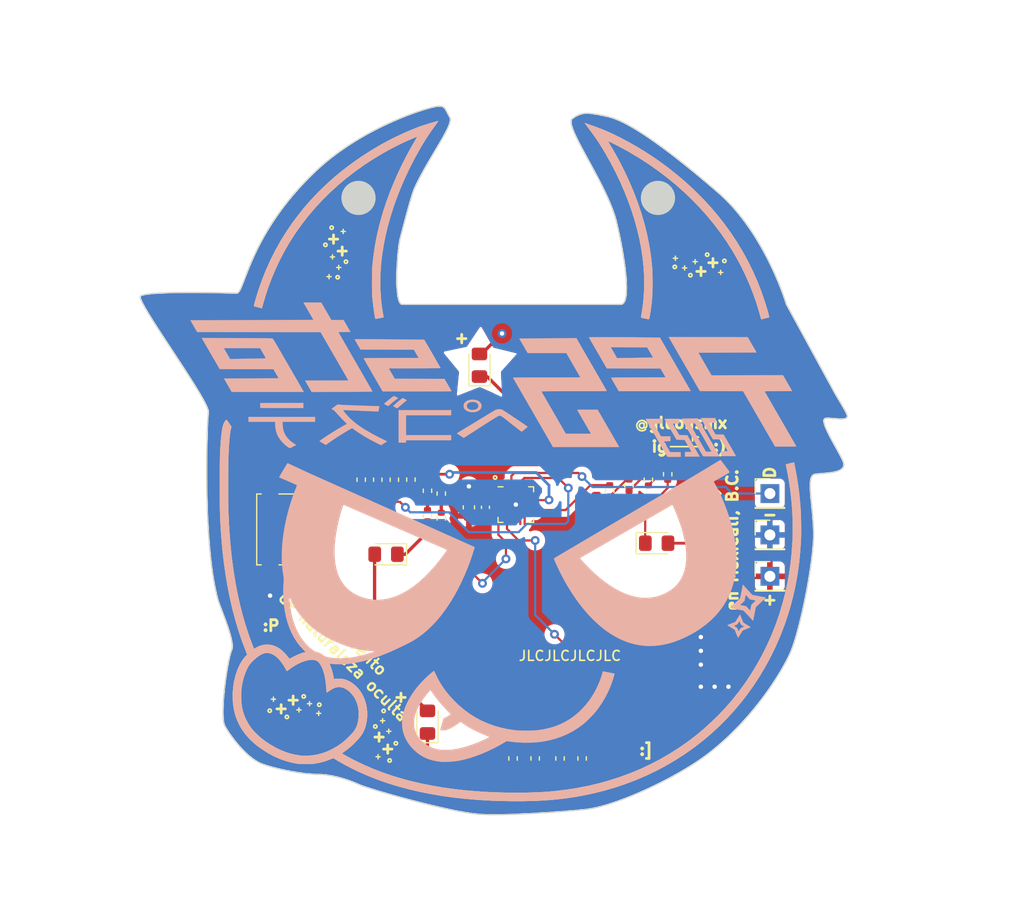
<source format=kicad_pcb>
(kicad_pcb (version 20221018) (generator pcbnew)
  (layers (0 "F.Cu" signal) (31 "B.Cu" signal) (34 "B.Paste" user) (35 "F.Paste" user) (36 "B.SilkS" user "B.Silkscreen") (37 "F.SilkS" user "F.Silkscreen") (38 "B.Mask" user) (39 "F.Mask" user) (44 "Edge.Cuts" user))
  (net 0 "")
  (net 1 "VCC")
  (net 2 "GND")
  (net 3 "UPDI")
  (net 4 "Net-(D1-K)")
  (net 5 "Net-(R2-Pad2)")
  (net 6 "Net-(R3-Pad2)")
  (net 7 "Net-(R4-Pad2)")
  (net 8 "PB0")
  (net 9 "Net-(R6-Pad2)")
  (net 10 "Net-(R7-Pad2)")
  (net 11 "Net-(R8-Pad2)")
  (net 12 "PB1")
  (net 13 "Net-(R10-Pad2)")
  (net 14 "Net-(R11-Pad2)")
  (net 15 "Net-(R12-Pad2)")
  (net 16 "PA4")
  (net 17 "Net-(R14-Pad2)")
  (net 18 "Net-(R15-Pad2)")
  (net 19 "Net-(R16-Pad2)")
  (net 20 "PA5")
  (net 21 "Net-(D2-K)")
  (net 22 "Net-(D3-K)")
  (net 23 "Net-(D4-K)")
  (net 24 "Net-(U1-PC2)")
  (footprint "Resistor_SMD:R_0402_1005Metric" (layer "F.Cu") (at 132.5 93.75 -90)
    (fp_text reference "R7")
    (fp_text value "10")
  )
  (footprint "Resistor_SMD:R_0402_1005Metric" (layer "F.Cu") (at 138.25 97.25 -90)
    (fp_text reference "R17")
    (fp_text value "10")
  )
  (footprint "LED_SMD:LED_0805_2012Metric_Pad1.15x1.40mm_HandSolder" (layer "F.Cu") (at 133.25 100.5 180)
    (fp_text reference "D4")
    (fp_text value "White")
  )
  (footprint "Resistor_SMD:R_0402_1005Metric" (layer "F.Cu") (at 131 93.75 -90)
    (fp_text reference "R6")
    (fp_text value "10")
  )
  (footprint "Button_Switch_SMD:SW_Push_1P1T_NO_CK_KSC6xxJ" (layer "F.Cu") (at 124.75 98.25 90)
    (fp_text reference "SW1")
    (fp_text value "SW_Push")
  )
  (footprint "Resistor_SMD:R_0402_1005Metric" (layer "F.Cu") (at 153.5 94.75 90)
    (fp_text reference "R13")
    (fp_text value "10")
  )
  (footprint "LED_SMD:LED_0805_2012Metric_Pad1.15x1.40mm_HandSolder" (layer "F.Cu") (at 141.706514 83.380303 90)
    (fp_text reference "D2")
    (fp_text value "Yellow")
  )
  (footprint "Capacitor_SMD:C_0402_1005Metric" (layer "F.Cu") (at 142.25 96.25 90)
    (fp_text reference "C1")
    (fp_text value "100n")
  )
  (footprint "Connector_PinHeader_2.54mm:PinHeader_1x01_P2.54mm_Vertical" (layer "F.Cu") (at 168 102.5)
    (fp_text reference "J2")
    (fp_text value "VCC")
  )
  (footprint "LED_SMD:LED_0805_2012Metric_Pad1.15x1.40mm_HandSolder" (layer "F.Cu") (at 157.75 99.5)
    (fp_text reference "D3")
    (fp_text value "White")
  )
  (footprint "pegostemirrored:CR2032 Holder" (layer "F.Cu") (at 150 109 90)
    (fp_text reference "BT1")
    (fp_text value "3V CR2032")
  )
  (footprint "Capacitor_SMD:C_0603_1608Metric" (layer "F.Cu") (at 140.75 96.25 90)
    (fp_text reference "C2")
    (fp_text value "1u")
  )
  (footprint "Resistor_SMD:R_0402_1005Metric" (layer "F.Cu") (at 137 94.75 90)
    (fp_text reference "R15")
    (fp_text value "10")
  )
  (footprint "Resistor_SMD:R_0402_1005Metric" (layer "F.Cu") (at 138.25 95 -90)
    (fp_text reference "R16")
    (fp_text value "10")
  )
  (footprint "LED_SMD:LED_0805_2012Metric_Pad1.15x1.40mm_HandSolder" (layer "F.Cu") (at 137 115.7125 90)
    (fp_text reference "D1")
    (fp_text value "Red")
  )
  (footprint "Resistor_SMD:R_0402_1005Metric" (layer "F.Cu") (at 135.5 93.74 -90)
    (fp_text reference "R9")
    (fp_text value "10")
  )
  (footprint "Connector_PinHeader_2.54mm:PinHeader_1x01_P2.54mm_Vertical" (layer "F.Cu") (at 168 98.75)
    (fp_text reference "J1")
    (fp_text value "GND")
  )
  (footprint "Resistor_SMD:R_0402_1005Metric" (layer "F.Cu") (at 137 97 90)
    (fp_text reference "R14")
    (fp_text value "10")
  )
  (footprint "Resistor_SMD:R_0402_1005Metric" (layer "F.Cu") (at 144.75 119 -90)
    (fp_text reference "R2")
    (fp_text value "10")
  )
  (footprint "Resistor_SMD:R_0603_1608Metric" (layer "F.Cu") (at 127 104.5 180)
    (fp_text reference "R1")
    (fp_text value "10k")
  )
  (footprint "Resistor_SMD:R_0402_1005Metric" (layer "F.Cu") (at 134 93.75 -90)
    (fp_text reference "R8")
    (fp_text value "10")
  )
  (footprint "Package_DFN_QFN:VQFN-20-1EP_3x3mm_P0.4mm_EP1.7x1.7mm" (layer "F.Cu") (at 145 96)
    (fp_text reference "U1")
    (fp_text value "ATtiny1616-M")
  )
  (footprint "Resistor_SMD:R_0402_1005Metric" (layer "F.Cu") (at 157 93.75 90)
    (fp_text reference "R11")
    (fp_text value "10")
  )
  (footprint "Resistor_SMD:R_0402_1005Metric" (layer "F.Cu") (at 149 119 -90)
    (fp_text reference "R4")
    (fp_text value "10")
  )
  (footprint "Resistor_SMD:R_0402_1005Metric" (layer "F.Cu") (at 158.75 93.25 90)
    (fp_text reference "R10")
    (fp_text value "10")
  )
  (footprint "pegostemirrored:pegoste2023mirroredfix" (layer "F.Cu") (at 143.61124 91.529716)
    (fp_text reference "Ref**" hide)
    (fp_text value "Val**" hide)
    (fp_line (start -32.618426 -14.35219) (end -32.616434 -14.32444) (stroke (width 0.1)) (layer "Edge.Cuts"))
    (fp_line (start -32.616957 -14.37992) (end -32.618426 -14.35219) (stroke (width 0.1)) (layer "Edge.Cuts"))
    (fp_line (start -32.616434 -14.32444) (end -32.612247 -14.29689) (stroke (width 0.1)) (layer "Edge.Cuts"))
    (fp_line (start -32.612247 -14.29689) (end -32.606587 -14.27019) (stroke (width 0.1)) (layer "Edge.Cuts"))
    (fp_line (start -32.609937 -14.40657) (end -32.616957 -14.37992) (stroke (width 0.1)) (layer "Edge.Cuts"))
    (fp_line (start -32.606587 -14.27019) (end -32.599787 -14.24358) (stroke (width 0.1)) (layer "Edge.Cuts"))
    (fp_line (start -32.599787 -14.24358) (end -32.592247 -14.21749) (stroke (width 0.1)) (layer "Edge.Cuts"))
    (fp_line (start -32.594019 -14.42866) (end -32.609937 -14.40657) (stroke (width 0.1)) (layer "Edge.Cuts"))
    (fp_line (start -32.592247 -14.21749) (end -32.584077 -14.19154) (stroke (width 0.1)) (layer "Edge.Cuts"))
    (fp_line (start -32.584077 -14.19154) (end -32.575067 -14.16524) (stroke (width 0.1)) (layer "Edge.Cuts"))
    (fp_line (start -32.575067 -14.16524) (end -32.565747 -14.13949) (stroke (width 0.1)) (layer "Edge.Cuts"))
    (fp_line (start -32.569725 -14.44237) (end -32.594019 -14.42866) (stroke (width 0.1)) (layer "Edge.Cuts"))
    (fp_line (start -32.565747 -14.13949) (end -32.555687 -14.1132) (stroke (width 0.1)) (layer "Edge.Cuts"))
    (fp_line (start -32.555687 -14.1132) (end -32.545429 -14.08743) (stroke (width 0.1)) (layer "Edge.Cuts"))
    (fp_line (start -32.545429 -14.08743) (end -32.534851 -14.06168) (stroke (width 0.1)) (layer "Edge.Cuts"))
    (fp_line (start -32.5448 -14.45438) (end -32.569725 -14.44237) (stroke (width 0.1)) (layer "Edge.Cuts"))
    (fp_line (start -32.534851 -14.06168) (end -32.523855 -14.0358) (stroke (width 0.1)) (layer "Edge.Cuts"))
    (fp_line (start -32.523855 -14.0358) (end -32.512859 -14.01055) (stroke (width 0.1)) (layer "Edge.Cuts"))
    (fp_line (start -32.518829 -14.46547) (end -32.5448 -14.45438) (stroke (width 0.1)) (layer "Edge.Cuts"))
    (fp_line (start -32.512859 -14.01055) (end -32.501858 -13.98574) (stroke (width 0.1)) (layer "Edge.Cuts"))
    (fp_line (start -32.501858 -13.98574) (end -32.490243 -13.9604) (stroke (width 0.1)) (layer "Edge.Cuts"))
    (fp_line (start -32.492961 -14.47547) (end -32.518829 -14.46547) (stroke (width 0.1)) (layer "Edge.Cuts"))
    (fp_line (start -32.490243 -13.9604) (end -32.478509 -13.93504) (stroke (width 0.1)) (layer "Edge.Cuts"))
    (fp_line (start -32.478509 -13.93504) (end -32.466779 -13.91012) (stroke (width 0.1)) (layer "Edge.Cuts"))
    (fp_line (start -32.467094 -14.48447) (end -32.492961 -14.47547) (stroke (width 0.1)) (layer "Edge.Cuts"))
    (fp_line (start -32.466779 -13.91012) (end -32.454945 -13.88539) (stroke (width 0.1)) (layer "Edge.Cuts"))
    (fp_line (start -32.454945 -13.88539) (end -32.443221 -13.8612) (stroke (width 0.1)) (layer "Edge.Cuts"))
    (fp_line (start -32.443221 -13.8612) (end -32.431172 -13.8368) (stroke (width 0.1)) (layer "Edge.Cuts"))
    (fp_line (start -32.440913 -14.49287) (end -32.467094 -14.48447) (stroke (width 0.1)) (layer "Edge.Cuts"))
    (fp_line (start -32.431172 -13.8368) (end -32.418819 -13.81188) (stroke (width 0.1)) (layer "Edge.Cuts"))
    (fp_line (start -32.418819 -13.81188) (end -32.406042 -13.78675) (stroke (width 0.1)) (layer "Edge.Cuts"))
    (fp_line (start -32.414836 -14.50067) (end -32.440913 -14.49287) (stroke (width 0.1)) (layer "Edge.Cuts"))
    (fp_line (start -32.406042 -13.78675) (end -32.393371 -13.76181) (stroke (width 0.1)) (layer "Edge.Cuts"))
    (fp_line (start -32.393371 -13.76181) (end -32.380903 -13.73762) (stroke (width 0.1)) (layer "Edge.Cuts"))
    (fp_line (start -32.38855 -14.50797) (end -32.414836 -14.50067) (stroke (width 0.1)) (layer "Edge.Cuts"))
    (fp_line (start -32.380903 -13.73762) (end -32.368236 -13.71312) (stroke (width 0.1)) (layer "Edge.Cuts"))
    (fp_line (start -32.368236 -13.71312) (end -32.355245 -13.68841) (stroke (width 0.1)) (layer "Edge.Cuts"))
    (fp_line (start -32.362055 -14.51487) (end -32.38855 -14.50797) (stroke (width 0.1)) (layer "Edge.Cuts"))
    (fp_line (start -32.355245 -13.68841) (end -32.342154 -13.66349) (stroke (width 0.1)) (layer "Edge.Cuts"))
    (fp_line (start -32.342154 -13.66349) (end -32.328959 -13.63876) (stroke (width 0.1)) (layer "Edge.Cuts"))
    (fp_line (start -32.335668 -14.52147) (end -32.362055 -14.51487) (stroke (width 0.1)) (layer "Edge.Cuts"))
    (fp_line (start -32.328959 -13.63876) (end -32.316287 -13.61499) (stroke (width 0.1)) (layer "Edge.Cuts"))
    (fp_line (start -32.316287 -13.61499) (end -32.303306 -13.59101) (stroke (width 0.1)) (layer "Edge.Cuts"))
    (fp_line (start -32.309482 -14.52757) (end -32.335668 -14.52147) (stroke (width 0.1)) (layer "Edge.Cuts"))
    (fp_line (start -32.303306 -13.59101) (end -32.29021 -13.56682) (stroke (width 0.1)) (layer "Edge.Cuts"))
    (fp_line (start -32.29021 -13.56682) (end -32.27691 -13.54242) (stroke (width 0.1)) (layer "Edge.Cuts"))
    (fp_line (start -32.282469 -14.53367) (end -32.309482 -14.52757) (stroke (width 0.1)) (layer "Edge.Cuts"))
    (fp_line (start -32.27691 -13.54242) (end -32.263405 -13.51781) (stroke (width 0.1)) (layer "Edge.Cuts"))
    (fp_line (start -32.263405 -13.51781) (end -32.249681 -13.49309) (stroke (width 0.1)) (layer "Edge.Cuts"))
    (fp_line (start -32.255653 -14.53937) (end -32.282469 -14.53367) (stroke (width 0.1)) (layer "Edge.Cuts"))
    (fp_line (start -32.249681 -13.49309) (end -32.236177 -13.46877) (stroke (width 0.1)) (layer "Edge.Cuts"))
    (fp_line (start -32.236177 -13.46877) (end -32.223191 -13.44532) (stroke (width 0.1)) (layer "Edge.Cuts"))
    (fp_line (start -32.228948 -14.54477) (end -32.255653 -14.53937) (stroke (width 0.1)) (layer "Edge.Cuts"))
    (fp_line (start -32.223191 -13.44532) (end -32.20999 -13.42186) (stroke (width 0.1)) (layer "Edge.Cuts"))
    (fp_line (start -32.20999 -13.42186) (end -32.19669 -13.3982) (stroke (width 0.1)) (layer "Edge.Cuts"))
    (fp_line (start -32.201929 -14.54997) (end -32.228948 -14.54477) (stroke (width 0.1)) (layer "Edge.Cuts"))
    (fp_line (start -32.19669 -13.3982) (end -32.183185 -13.37443) (stroke (width 0.1)) (layer "Edge.Cuts"))
    (fp_line (start -32.183185 -13.37443) (end -32.169675 -13.35055) (stroke (width 0.1)) (layer "Edge.Cuts"))
    (fp_line (start -32.175019 -14.55497) (end -32.201929 -14.54997) (stroke (width 0.1)) (layer "Edge.Cuts"))
    (fp_line (start -32.169675 -13.35055) (end -32.155956 -13.32647) (stroke (width 0.1)) (layer "Edge.Cuts"))
    (fp_line (start -32.155956 -13.32647) (end -32.142022 -13.30228) (stroke (width 0.1)) (layer "Edge.Cuts"))
    (fp_line (start -32.148518 -14.55967) (end -32.175019 -14.55497) (stroke (width 0.1)) (layer "Edge.Cuts"))
    (fp_line (start -32.142022 -13.30228) (end -32.128093 -13.27798) (stroke (width 0.1)) (layer "Edge.Cuts"))
    (fp_line (start -32.128093 -13.27798) (end -32.11396 -13.25348) (stroke (width 0.1)) (layer "Edge.Cuts"))
    (fp_line (start -32.120982 -14.56437) (end -32.148518 -14.55967) (stroke (width 0.1)) (layer "Edge.Cuts"))
    (fp_line (start -32.11396 -13.25348) (end -32.099717 -13.22897) (stroke (width 0.1)) (layer "Edge.Cuts"))
    (fp_line (start -32.099717 -13.22897) (end -32.085364 -13.20425) (stroke (width 0.1)) (layer "Edge.Cuts"))
    (fp_line (start -32.093543 -14.56897) (end -32.120982 -14.56437) (stroke (width 0.1)) (layer "Edge.Cuts"))
    (fp_line (start -32.085364 -13.20425) (end -32.071332 -13.18013) (stroke (width 0.1)) (layer "Edge.Cuts"))
    (fp_line (start -32.071332 -13.18013) (end -32.057827 -13.15709) (stroke (width 0.1)) (layer "Edge.Cuts"))
    (fp_line (start -32.066209 -14.57327) (end -32.093543 -14.56897) (stroke (width 0.1)) (layer "Edge.Cuts"))
    (fp_line (start -32.057827 -13.15709) (end -32.044317 -13.13405) (stroke (width 0.1)) (layer "Edge.Cuts"))
    (fp_line (start -32.044317 -13.13405) (end -32.030593 -13.11081) (stroke (width 0.1)) (layer "Edge.Cuts"))
    (fp_line (start -32.038771 -14.57747) (end -32.066209 -14.57327) (stroke (width 0.1)) (layer "Edge.Cuts"))
    (fp_line (start -32.030593 -13.11081) (end -32.016874 -13.08746) (stroke (width 0.1)) (layer "Edge.Cuts"))
    (fp_line (start -32.016874 -13.08746) (end -32.00305 -13.06401) (stroke (width 0.1)) (layer "Edge.Cuts"))
    (fp_line (start -32.011438 -14.58157) (end -32.038771 -14.57747) (stroke (width 0.1)) (layer "Edge.Cuts"))
    (fp_line (start -32.00305 -13.06401) (end -31.989226 -13.04055) (stroke (width 0.1)) (layer "Edge.Cuts"))
    (fp_line (start -31.989226 -13.04055) (end -31.975193 -13.01709) (stroke (width 0.1)) (layer "Edge.Cuts"))
    (fp_line (start -31.984413 -14.58547) (end -32.011438 -14.58157) (stroke (width 0.1)) (layer "Edge.Cuts"))
    (fp_line (start -31.975193 -13.01709) (end -31.96106 -12.99343) (stroke (width 0.1)) (layer "Edge.Cuts"))
    (fp_line (start -31.96106 -12.99343) (end -31.946922 -12.96976) (stroke (width 0.1)) (layer "Edge.Cuts"))
    (fp_line (start -31.956557 -14.58947) (end -31.984413 -14.58547) (stroke (width 0.1)) (layer "Edge.Cuts"))
    (fp_line (start -31.946922 -12.96976) (end -31.932674 -12.94599) (stroke (width 0.1)) (layer "Edge.Cuts"))
    (fp_line (start -31.932674 -12.94599) (end -31.918437 -12.92212) (stroke (width 0.1)) (layer "Edge.Cuts"))
    (fp_line (start -31.92849 -14.59327) (end -31.956557 -14.58947) (stroke (width 0.1)) (layer "Edge.Cuts"))
    (fp_line (start -31.918437 -12.92212) (end -31.90398 -12.89814) (stroke (width 0.1)) (layer "Edge.Cuts"))
    (fp_line (start -31.90398 -12.89814) (end -31.889528 -12.87416) (stroke (width 0.1)) (layer "Edge.Cuts"))
    (fp_line (start -31.901261 -14.59687) (end -31.92849 -14.59327) (stroke (width 0.1)) (layer "Edge.Cuts"))
    (fp_line (start -31.889528 -12.87416) (end -31.874976 -12.85008) (stroke (width 0.1)) (layer "Edge.Cuts"))
    (fp_line (start -31.874976 -12.85008) (end -31.860414 -12.82599) (stroke (width 0.1)) (layer "Edge.Cuts"))
    (fp_line (start -31.873305 -14.60037) (end -31.901261 -14.59687) (stroke (width 0.1)) (layer "Edge.Cuts"))
    (fp_line (start -31.860414 -12.82599) (end -31.845752 -12.8018) (stroke (width 0.1)) (layer "Edge.Cuts"))
    (fp_line (start -31.845752 -12.8018) (end -31.83099 -12.7775) (stroke (width 0.1)) (layer "Edge.Cuts"))
    (fp_line (start -31.845652 -14.60387) (end -31.873305 -14.60037) (stroke (width 0.1)) (layer "Edge.Cuts"))
    (fp_line (start -31.83099 -12.7775) (end -31.816224 -12.7532) (stroke (width 0.1)) (layer "Edge.Cuts"))
    (fp_line (start -31.817691 -14.60717) (end -31.845652 -14.60387) (stroke (width 0.1)) (layer "Edge.Cuts"))
    (fp_line (start -31.816224 -12.7532) (end -31.801353 -12.7288) (stroke (width 0.1)) (layer "Edge.Cuts"))
    (fp_line (start -31.801353 -12.7288) (end -31.786372 -12.70439) (stroke (width 0.1)) (layer "Edge.Cuts"))
    (fp_line (start -31.790042 -14.61047) (end -31.817691 -14.60717) (stroke (width 0.1)) (layer "Edge.Cuts"))
    (fp_line (start -31.786372 -12.70439) (end -31.771606 -12.68019) (stroke (width 0.1)) (layer "Edge.Cuts"))
    (fp_line (start -31.771606 -12.68019) (end -31.757154 -12.65683) (stroke (width 0.1)) (layer "Edge.Cuts"))
    (fp_line (start -31.762086 -14.61357) (end -31.790042 -14.61047) (stroke (width 0.1)) (layer "Edge.Cuts"))
    (fp_line (start -31.757154 -12.65683) (end -31.742702 -12.63317) (stroke (width 0.1)) (layer "Edge.Cuts"))
    (fp_line (start -31.742702 -12.63317) (end -31.72815 -12.6095) (stroke (width 0.1)) (layer "Edge.Cuts"))
    (fp_line (start -31.734856 -14.61647) (end -31.762086 -14.61357) (stroke (width 0.1)) (layer "Edge.Cuts"))
    (fp_line (start -31.72815 -12.6095) (end -31.713803 -12.58634) (stroke (width 0.1)) (layer "Edge.Cuts"))
    (fp_line (start -31.713803 -12.58634) (end -31.69987 -12.56361) (stroke (width 0.1)) (layer "Edge.Cuts"))
    (fp_line (start -31.707418 -14.61937) (end -31.734856 -14.61647) (stroke (width 0.1)) (layer "Edge.Cuts"))
    (fp_line (start -31.69987 -12.56361) (end -31.685837 -12.54099) (stroke (width 0.1)) (layer "Edge.Cuts"))
    (fp_line (start -31.685837 -12.54099) (end -31.671804 -12.51826) (stroke (width 0.1)) (layer "Edge.Cuts"))
    (fp_line (start -31.679975 -14.622228) (end -31.707418 -14.61937) (stroke (width 0.1)) (layer "Edge.Cuts"))
    (fp_line (start -31.671804 -12.51826) (end -31.657671 -12.49544) (stroke (width 0.1)) (layer "Edge.Cuts"))
    (fp_line (start -31.657671 -12.49544) (end -31.643533 -12.47271) (stroke (width 0.1)) (layer "Edge.Cuts"))
    (fp_line (start -31.653065 -14.624928) (end -31.679975 -14.622228) (stroke (width 0.1)) (layer "Edge.Cuts"))
    (fp_line (start -31.643533 -12.47271) (end -31.629285 -12.44988) (stroke (width 0.1)) (layer "Edge.Cuts"))
    (fp_line (start -31.629285 -12.44988) (end -31.615152 -12.42705) (stroke (width 0.1)) (layer "Edge.Cuts"))
    (fp_line (start -31.625727 -14.627628) (end -31.653065 -14.624928) (stroke (width 0.1)) (layer "Edge.Cuts"))
    (fp_line (start -31.615152 -12.42705) (end -31.600909 -12.40412) (stroke (width 0.1)) (layer "Edge.Cuts"))
    (fp_line (start -31.600909 -12.40412) (end -31.586556 -12.38118) (stroke (width 0.1)) (layer "Edge.Cuts"))
    (fp_line (start -31.597452 -14.630328) (end -31.625727 -14.627628) (stroke (width 0.1)) (layer "Edge.Cuts"))
    (fp_line (start -31.586556 -12.38118) (end -31.572209 -12.35824) (stroke (width 0.1)) (layer "Edge.Cuts"))
    (fp_line (start -31.572209 -12.35824) (end -31.557862 -12.33531) (stroke (width 0.1)) (layer "Edge.Cuts"))
    (fp_line (start -31.569385 -14.632928) (end -31.597452 -14.630328) (stroke (width 0.1)) (layer "Edge.Cuts"))
    (fp_line (start -31.557862 -12.33531) (end -31.543515 -12.31237) (stroke (width 0.1)) (layer "Edge.Cuts"))
    (fp_line (start -31.543515 -12.31237) (end -31.529063 -12.28933) (stroke (width 0.1)) (layer "Edge.Cuts"))
    (fp_line (start -31.542051 -14.635432) (end -31.569385 -14.632928) (stroke (width 0.1)) (layer "Edge.Cuts"))
    (fp_line (start -31.529063 -12.28933) (end -31.514611 -12.26629) (stroke (width 0.1)) (layer "Edge.Cuts"))
    (fp_line (start -31.514611 -12.26629) (end -31.500159 -12.24325) (stroke (width 0.1)) (layer "Edge.Cuts"))
    (fp_line (start -31.514404 -14.637933) (end -31.542051 -14.635432) (stroke (width 0.1)) (layer "Edge.Cuts"))
    (fp_line (start -31.500159 -12.24325) (end -31.485707 -12.22021) (stroke (width 0.1)) (layer "Edge.Cuts"))
    (fp_line (start -31.487175 -14.640337) (end -31.514404 -14.637933) (stroke (width 0.1)) (layer "Edge.Cuts"))
    (fp_line (start -31.485707 -12.22021) (end -31.47115 -12.19707) (stroke (width 0.1)) (layer "Edge.Cuts"))
    (fp_line (start -31.47115 -12.19707) (end -31.456593 -12.17403) (stroke (width 0.1)) (layer "Edge.Cuts"))
    (fp_line (start -31.459637 -14.642737) (end -31.487175 -14.640337) (stroke (width 0.1)) (layer "Edge.Cuts"))
    (fp_line (start -31.456593 -12.17403) (end -31.442036 -12.15089) (stroke (width 0.1)) (layer "Edge.Cuts"))
    (fp_line (start -31.442036 -12.15089) (end -31.427379 -12.12775) (stroke (width 0.1)) (layer "Edge.Cuts"))
    (fp_line (start -31.432617 -14.644937) (end -31.459637 -14.642737) (stroke (width 0.1)) (layer "Edge.Cuts"))
    (fp_line (start -31.427379 -12.12775) (end -31.412817 -12.10451) (stroke (width 0.1)) (layer "Edge.Cuts"))
    (fp_line (start -31.412817 -12.10451) (end -31.39816 -12.08147) (stroke (width 0.1)) (layer "Edge.Cuts"))
    (fp_line (start -31.405383 -14.647132) (end -31.432617 -14.644937) (stroke (width 0.1)) (layer "Edge.Cuts"))
    (fp_line (start -31.39816 -12.08147) (end -31.383498 -12.05833) (stroke (width 0.1)) (layer "Edge.Cuts"))
    (fp_line (start -31.383498 -12.05833) (end -31.368832 -12.03518) (stroke (width 0.1)) (layer "Edge.Cuts"))
    (fp_line (start -31.377636 -14.649437) (end -31.405383 -14.647132) (stroke (width 0.1)) (layer "Edge.Cuts"))
    (fp_line (start -31.368832 -12.03518) (end -31.35407 -12.01194) (stroke (width 0.1)) (layer "Edge.Cuts"))
    (fp_line (start -31.35407 -12.01194) (end -31.339408 -11.9887) (stroke (width 0.1)) (layer "Edge.Cuts"))
    (fp_line (start -31.350301 -14.651537) (end -31.377636 -14.649437) (stroke (width 0.1)) (layer "Edge.Cuts"))
    (fp_line (start -31.339408 -11.9887) (end -31.324642 -11.96545) (stroke (width 0.1)) (layer "Edge.Cuts"))
    (fp_line (start -31.324642 -11.96545) (end -31.309876 -11.94241) (stroke (width 0.1)) (layer "Edge.Cuts"))
    (fp_line (start -31.323073 -14.653636) (end -31.350301 -14.651537) (stroke (width 0.1)) (layer "Edge.Cuts"))
    (fp_line (start -31.309876 -11.94241) (end -31.29511 -11.91906) (stroke (width 0.1)) (layer "Edge.Cuts"))
    (fp_line (start -31.295112 -14.655737) (end -31.323073 -14.653636) (stroke (width 0.1)) (layer "Edge.Cuts"))
    (fp_line (start -31.29511 -11.91906) (end -31.280344 -11.89601) (stroke (width 0.1)) (layer "Edge.Cuts"))
    (fp_line (start -31.280344 -11.89601) (end -31.265578 -11.87276) (stroke (width 0.1)) (layer "Edge.Cuts"))
    (fp_line (start -31.267882 -14.657742) (end -31.295112 -14.655737) (stroke (width 0.1)) (layer "Edge.Cuts"))
    (fp_line (start -31.265578 -11.87276) (end -31.250702 -11.84951) (stroke (width 0.1)) (layer "Edge.Cuts"))
    (fp_line (start -31.250702 -11.84951) (end -31.235941 -11.82636) (stroke (width 0.1)) (layer "Edge.Cuts"))
    (fp_line (start -31.240648 -14.659742) (end -31.267882 -14.657742) (stroke (width 0.1)) (layer "Edge.Cuts"))
    (fp_line (start -31.235941 -11.82636) (end -31.22107 -11.80302) (stroke (width 0.1)) (layer "Edge.Cuts"))
    (fp_line (start -31.22107 -11.80302) (end -31.206304 -11.77977) (stroke (width 0.1)) (layer "Edge.Cuts"))
    (fp_line (start -31.212896 -14.661741) (end -31.240648 -14.659742) (stroke (width 0.1)) (layer "Edge.Cuts"))
    (fp_line (start -31.206304 -11.77977) (end -31.191433 -11.75672) (stroke (width 0.1)) (layer "Edge.Cuts"))
    (fp_line (start -31.191433 -11.75672) (end -31.176562 -11.73338) (stroke (width 0.1)) (layer "Edge.Cuts"))
    (fp_line (start -31.184516 -14.663641) (end -31.212896 -14.661741) (stroke (width 0.1)) (layer "Edge.Cuts"))
    (fp_line (start -31.176562 -11.73338) (end -31.161691 -11.71013) (stroke (width 0.1)) (layer "Edge.Cuts"))
    (fp_line (start -31.161691 -11.71013) (end -31.14682 -11.68709) (stroke (width 0.1)) (layer "Edge.Cuts"))
    (fp_line (start -31.156977 -14.665541) (end -31.184516 -14.663641) (stroke (width 0.1)) (layer "Edge.Cuts"))
    (fp_line (start -31.14682 -11.68709) (end -31.131949 -11.66374) (stroke (width 0.1)) (layer "Edge.Cuts"))
    (fp_line (start -31.131949 -11.66374) (end -31.117078 -11.6406) (stroke (width 0.1)) (layer "Edge.Cuts"))
    (fp_line (start -31.129644 -14.667342) (end -31.156977 -14.665541) (stroke (width 0.1)) (layer "Edge.Cuts"))
    (fp_line (start -31.117078 -11.6406) (end -31.102097 -11.61755) (stroke (width 0.1)) (layer "Edge.Cuts"))
    (fp_line (start -31.102097 -11.61755) (end -31.087226 -11.59421) (stroke (width 0.1)) (layer "Edge.Cuts"))
    (fp_line (start -31.101677 -14.669142) (end -31.129644 -14.667342) (stroke (width 0.1)) (layer "Edge.Cuts"))
    (fp_line (start -31.087226 -11.59421) (end -31.07236 -11.57117) (stroke (width 0.1)) (layer "Edge.Cuts"))
    (fp_line (start -31.073292 -14.670941) (end -31.101677 -14.669142) (stroke (width 0.1)) (layer "Edge.Cuts"))
    (fp_line (start -31.07236 -11.57117) (end -31.057489 -11.54803) (stroke (width 0.1)) (layer "Edge.Cuts"))
    (fp_line (start -31.057489 -11.54803) (end -31.042508 -11.52488) (stroke (width 0.1)) (layer "Edge.Cuts"))
    (fp_line (start -31.045757 -14.672747) (end -31.073292 -14.670941) (stroke (width 0.1)) (layer "Edge.Cuts"))
    (fp_line (start -31.042508 -11.52488) (end -31.017691 -11.4863) (stroke (width 0.1)) (layer "Edge.Cuts"))
    (fp_line (start -31.018523 -14.674342) (end -31.045757 -14.672747) (stroke (width 0.1)) (layer "Edge.Cuts"))
    (fp_line (start -31.017691 -11.4863) (end -31.00282 -11.46316) (stroke (width 0.1)) (layer "Edge.Cuts"))
    (fp_line (start -31.00282 -11.46316) (end -30.987844 -11.44002) (stroke (width 0.1)) (layer "Edge.Cuts"))
    (fp_line (start -30.990876 -14.676046) (end -31.018523 -14.674342) (stroke (width 0.1)) (layer "Edge.Cuts"))
    (fp_line (start -30.987844 -11.44002) (end -30.972973 -11.41698) (stroke (width 0.1)) (layer "Edge.Cuts"))
    (fp_line (start -30.972973 -11.41698) (end -30.958102 -11.39394) (stroke (width 0.1)) (layer "Edge.Cuts"))
    (fp_line (start -30.962605 -14.677746) (end -30.990876 -14.676046) (stroke (width 0.1)) (layer "Edge.Cuts"))
    (fp_line (start -30.958102 -11.39394) (end -30.943126 -11.3708) (stroke (width 0.1)) (layer "Edge.Cuts"))
    (fp_line (start -30.943126 -11.3708) (end -30.928255 -11.34776) (stroke (width 0.1)) (layer "Edge.Cuts"))
    (fp_line (start -30.934747 -14.679347) (end -30.962605 -14.677746) (stroke (width 0.1)) (layer "Edge.Cuts"))
    (fp_line (start -30.928255 -11.34776) (end -30.913384 -11.32482) (stroke (width 0.1)) (layer "Edge.Cuts"))
    (fp_line (start -30.913384 -11.32482) (end -30.898513 -11.30178) (stroke (width 0.1)) (layer "Edge.Cuts"))
    (fp_line (start -30.907622 -14.680846) (end -30.934747 -14.679347) (stroke (width 0.1)) (layer "Edge.Cuts"))
    (fp_line (start -30.898513 -11.30178) (end -30.883642 -11.27874) (stroke (width 0.1)) (layer "Edge.Cuts"))
    (fp_line (start -30.883642 -11.27874) (end -30.868666 -11.2558) (stroke (width 0.1)) (layer "Edge.Cuts"))
    (fp_line (start -30.880498 -14.682451) (end -30.907622 -14.680846) (stroke (width 0.1)) (layer "Edge.Cuts"))
    (fp_line (start -30.868666 -11.2558) (end -30.853795 -11.23286) (stroke (width 0.1)) (layer "Edge.Cuts"))
    (fp_line (start -30.853795 -11.23286) (end -30.838924 -11.20992) (stroke (width 0.1)) (layer "Edge.Cuts"))
    (fp_line (start -30.852846 -14.683951) (end -30.880498 -14.682451) (stroke (width 0.1)) (layer "Edge.Cuts"))
    (fp_line (start -30.838924 -11.20992) (end -30.824053 -11.18698) (stroke (width 0.1)) (layer "Edge.Cuts"))
    (fp_line (start -30.824785 -14.685451) (end -30.852846 -14.683951) (stroke (width 0.1)) (layer "Edge.Cuts"))
    (fp_line (start -30.824053 -11.18698) (end -30.809287 -11.16415) (stroke (width 0.1)) (layer "Edge.Cuts"))
    (fp_line (start -30.809287 -11.16415) (end -30.794416 -11.14121) (stroke (width 0.1)) (layer "Edge.Cuts"))
    (fp_line (start -30.796295 -14.686951) (end -30.824785 -14.685451) (stroke (width 0.1)) (layer "Edge.Cuts"))
    (fp_line (start -30.794416 -11.14121) (end -30.779545 -11.11838) (stroke (width 0.1)) (layer "Edge.Cuts"))
    (fp_line (start -30.779545 -11.11838) (end -30.764779 -11.09555) (stroke (width 0.1)) (layer "Edge.Cuts"))
    (fp_line (start -30.768233 -14.688347) (end -30.796295 -14.686951) (stroke (width 0.1)) (layer "Edge.Cuts"))
    (fp_line (start -30.764779 -11.09555) (end -30.749908 -11.07272) (stroke (width 0.1)) (layer "Edge.Cuts"))
    (fp_line (start -30.749908 -11.07272) (end -30.735142 -11.04999) (stroke (width 0.1)) (layer "Edge.Cuts"))
    (fp_line (start -30.741108 -14.689751) (end -30.768233 -14.688347) (stroke (width 0.1)) (layer "Edge.Cuts"))
    (fp_line (start -30.735142 -11.04999) (end -30.720271 -11.02726) (stroke (width 0.1)) (layer "Edge.Cuts"))
    (fp_line (start -30.720271 -11.02726) (end -30.705505 -11.00453) (stroke (width 0.1)) (layer "Edge.Cuts"))
    (fp_line (start -30.713984 -14.691151) (end -30.741108 -14.689751) (stroke (width 0.1)) (layer "Edge.Cuts"))
    (fp_line (start -30.705505 -11.00453) (end -30.690739 -10.9818) (stroke (width 0.1)) (layer "Edge.Cuts"))
    (fp_line (start -30.690739 -10.9818) (end -30.675973 -10.95918) (stroke (width 0.1)) (layer "Edge.Cuts"))
    (fp_line (start -30.686546 -14.692451) (end -30.713984 -14.691151) (stroke (width 0.1)) (layer "Edge.Cuts"))
    (fp_line (start -30.675973 -10.95918) (end -30.661207 -10.93645) (stroke (width 0.1)) (layer "Edge.Cuts"))
    (fp_line (start -30.661207 -10.93645) (end -30.646441 -10.91393) (stroke (width 0.1)) (layer "Edge.Cuts"))
    (fp_line (start -30.658684 -14.693746) (end -30.686546 -14.692451) (stroke (width 0.1)) (layer "Edge.Cuts"))
    (fp_line (start -30.646441 -10.91393) (end -30.631779 -10.89131) (stroke (width 0.1)) (layer "Edge.Cuts"))
    (fp_line (start -30.631779 -10.89131) (end -30.617013 -10.86869) (stroke (width 0.1)) (layer "Edge.Cuts"))
    (fp_line (start -30.630409 -14.695152) (end -30.658684 -14.693746) (stroke (width 0.1)) (layer "Edge.Cuts"))
    (fp_line (start -30.617013 -10.86869) (end -30.602351 -10.84617) (stroke (width 0.1)) (layer "Edge.Cuts"))
    (fp_line (start -30.602655 -14.696456) (end -30.630409 -14.695152) (stroke (width 0.1)) (layer "Edge.Cuts"))
    (fp_line (start -30.602351 -10.84617) (end -30.587689 -10.82376) (stroke (width 0.1)) (layer "Edge.Cuts"))
    (fp_line (start -30.587689 -10.82376) (end -30.573027 -10.80124) (stroke (width 0.1)) (layer "Edge.Cuts"))
    (fp_line (start -30.575113 -14.697651) (end -30.602655 -14.696456) (stroke (width 0.1)) (layer "Edge.Cuts"))
    (fp_line (start -30.573027 -10.80124) (end -30.558365 -10.77883) (stroke (width 0.1)) (layer "Edge.Cuts"))
    (fp_line (start -30.558365 -10.77883) (end -30.543703 -10.75642) (stroke (width 0.1)) (layer "Edge.Cuts"))
    (fp_line (start -30.548093 -14.698851) (end -30.575113 -14.697651) (stroke (width 0.1)) (layer "Edge.Cuts"))
    (fp_line (start -30.543703 -10.75642) (end -30.529041 -10.73401) (stroke (width 0.1)) (layer "Edge.Cuts"))
    (fp_line (start -30.529041 -10.73401) (end -30.513856 -10.71066) (stroke (width 0.1)) (layer "Edge.Cuts"))
    (fp_line (start -30.521288 -14.699956) (end -30.548093 -14.698851) (stroke (width 0.1)) (layer "Edge.Cuts"))
    (fp_line (start -30.513856 -10.71066) (end -30.498566 -10.68731) (stroke (width 0.1)) (layer "Edge.Cuts"))
    (fp_line (start -30.498566 -10.68731) (end -30.483381 -10.66406) (stroke (width 0.1)) (layer "Edge.Cuts"))
    (fp_line (start -30.494055 -14.701156) (end -30.521288 -14.699956) (stroke (width 0.1)) (layer "Edge.Cuts"))
    (fp_line (start -30.483381 -10.66406) (end -30.468091 -10.64081) (stroke (width 0.1)) (layer "Edge.Cuts"))
    (fp_line (start -30.468091 -10.64081) (end -30.452906 -10.61756) (stroke (width 0.1)) (layer "Edge.Cuts"))
    (fp_line (start -30.466617 -14.702251) (end -30.494055 -14.701156) (stroke (width 0.1)) (layer "Edge.Cuts"))
    (fp_line (start -30.452906 -10.61756) (end -30.437825 -10.59442) (stroke (width 0.1)) (layer "Edge.Cuts"))
    (fp_line (start -30.438655 -14.703355) (end -30.466617 -14.702251) (stroke (width 0.1)) (layer "Edge.Cuts"))
    (fp_line (start -30.437825 -10.59442) (end -30.42264 -10.57128) (stroke (width 0.1)) (layer "Edge.Cuts"))
    (fp_line (start -30.42264 -10.57128) (end -30.407559 -10.54824) (stroke (width 0.1)) (layer "Edge.Cuts"))
    (fp_line (start -30.410489 -14.704451) (end -30.438655 -14.703355) (stroke (width 0.1)) (layer "Edge.Cuts"))
    (fp_line (start -30.407559 -10.54824) (end -30.391745 -10.52415) (stroke (width 0.1)) (layer "Edge.Cuts"))
    (fp_line (start -30.391745 -10.52415) (end -30.376036 -10.50017) (stroke (width 0.1)) (layer "Edge.Cuts"))
    (fp_line (start -30.382945 -14.705498) (end -30.410489 -14.704451) (stroke (width 0.1)) (layer "Edge.Cuts"))
    (fp_line (start -30.376036 -10.50017) (end -30.360327 -10.47619) (stroke (width 0.1)) (layer "Edge.Cuts"))
    (fp_line (start -30.360327 -10.47619) (end -30.344618 -10.45221) (stroke (width 0.1)) (layer "Edge.Cuts"))
    (fp_line (start -30.355717 -14.706498) (end -30.382945 -14.705498) (stroke (width 0.1)) (layer "Edge.Cuts"))
    (fp_line (start -30.344618 -10.45221) (end -30.329014 -10.42833) (stroke (width 0.1)) (layer "Edge.Cuts"))
    (fp_line (start -30.329014 -10.42833) (end -30.313305 -10.40456) (stroke (width 0.1)) (layer "Edge.Cuts"))
    (fp_line (start -30.328065 -14.707498) (end -30.355717 -14.706498) (stroke (width 0.1)) (layer "Edge.Cuts"))
    (fp_line (start -30.313305 -10.40456) (end -30.297701 -10.38068) (stroke (width 0.1)) (layer "Edge.Cuts"))
    (fp_line (start -30.300108 -14.70844) (end -30.328065 -14.707498) (stroke (width 0.1)) (layer "Edge.Cuts"))
    (fp_line (start -30.297701 -10.38068) (end -30.282202 -10.35701) (stroke (width 0.1)) (layer "Edge.Cuts"))
    (fp_line (start -30.282202 -10.35701) (end -30.266598 -10.33324) (stroke (width 0.1)) (layer "Edge.Cuts"))
    (fp_line (start -30.272873 -14.709383) (end -30.300108 -14.70844) (stroke (width 0.1)) (layer "Edge.Cuts"))
    (fp_line (start -30.266598 -10.33324) (end -30.251099 -10.30957) (stroke (width 0.1)) (layer "Edge.Cuts"))
    (fp_line (start -30.251099 -10.30957) (end -30.2356 -10.28601) (stroke (width 0.1)) (layer "Edge.Cuts"))
    (fp_line (start -30.246068 -14.710325) (end -30.272873 -14.709383) (stroke (width 0.1)) (layer "Edge.Cuts"))
    (fp_line (start -30.2356 -10.28601) (end -30.220205 -10.26245) (stroke (width 0.1)) (layer "Edge.Cuts"))
    (fp_line (start -30.220205 -10.26245) (end -30.204706 -10.23899) (stroke (width 0.1)) (layer "Edge.Cuts"))
    (fp_line (start -30.218834 -14.711268) (end -30.246068 -14.710325) (stroke (width 0.1)) (layer "Edge.Cuts"))
    (fp_line (start -30.204706 -10.23899) (end -30.189311 -10.21553) (stroke (width 0.1)) (layer "Edge.Cuts"))
    (fp_line (start -30.191296 -14.71221) (end -30.218834 -14.711268) (stroke (width 0.1)) (layer "Edge.Cuts"))
    (fp_line (start -30.189311 -10.21553) (end -30.173916 -10.19207) (stroke (width 0.1)) (layer "Edge.Cuts"))
    (fp_line (start -30.173916 -10.19207) (end -30.158626 -10.16872) (stroke (width 0.1)) (layer "Edge.Cuts"))
    (fp_line (start -30.163539 -14.713048) (end -30.191296 -14.71221) (stroke (width 0.1)) (layer "Edge.Cuts"))
    (fp_line (start -30.158626 -10.16872) (end -30.143336 -10.14537) (stroke (width 0.1)) (layer "Edge.Cuts"))
    (fp_line (start -30.143336 -10.14537) (end -30.128046 -10.12212) (stroke (width 0.1)) (layer "Edge.Cuts"))
    (fp_line (start -30.135368 -14.713991) (end -30.163539 -14.713048) (stroke (width 0.1)) (layer "Edge.Cuts"))
    (fp_line (start -30.128046 -10.12212) (end -30.112756 -10.09898) (stroke (width 0.1)) (layer "Edge.Cuts"))
    (fp_line (start -30.112756 -10.09898) (end -30.097571 -10.07573) (stroke (width 0.1)) (layer "Edge.Cuts"))
    (fp_line (start -30.106988 -14.714828) (end -30.135368 -14.713991) (stroke (width 0.1)) (layer "Edge.Cuts"))
    (fp_line (start -30.097571 -10.07573) (end -30.082386 -10.05269) (stroke (width 0.1)) (layer "Edge.Cuts"))
    (fp_line (start -30.082386 -10.05269) (end -30.067201 -10.02965) (stroke (width 0.1)) (layer "Edge.Cuts"))
    (fp_line (start -30.079449 -14.715666) (end -30.106988 -14.714828) (stroke (width 0.1)) (layer "Edge.Cuts"))
    (fp_line (start -30.067201 -10.02965) (end -30.052016 -10.00661) (stroke (width 0.1)) (layer "Edge.Cuts"))
    (fp_line (start -30.05232 -14.716504) (end -30.079449 -14.715666) (stroke (width 0.1)) (layer "Edge.Cuts"))
    (fp_line (start -30.052016 -10.00661) (end -30.036936 -9.98367) (stroke (width 0.1)) (layer "Edge.Cuts"))
    (fp_line (start -30.036936 -9.98367) (end -30.02196 -9.96073) (stroke (width 0.1)) (layer "Edge.Cuts"))
    (fp_line (start -30.024887 -14.717237) (end -30.05232 -14.716504) (stroke (width 0.1)) (layer "Edge.Cuts"))
    (fp_line (start -30.02196 -9.96073) (end -30.006879 -9.9379) (stroke (width 0.1)) (layer "Edge.Cuts"))
    (fp_line (start -30.006879 -9.9379) (end -29.991903 -9.91507) (stroke (width 0.1)) (layer "Edge.Cuts"))
    (fp_line (start -29.99713 -14.718075) (end -30.024887 -14.717237) (stroke (width 0.1)) (layer "Edge.Cuts"))
    (fp_line (start -29.991903 -9.91507) (end -29.976927 -9.89234) (stroke (width 0.1)) (layer "Edge.Cuts"))
    (fp_line (start -29.976927 -9.89234) (end -29.962056 -9.86962) (stroke (width 0.1)) (layer "Edge.Cuts"))
    (fp_line (start -29.969063 -14.718808) (end -29.99713 -14.718075) (stroke (width 0.1)) (layer "Edge.Cuts"))
    (fp_line (start -29.962056 -9.86962) (end -29.947185 -9.847) (stroke (width 0.1)) (layer "Edge.Cuts"))
    (fp_line (start -29.947185 -9.847) (end -29.932314 -9.82448) (stroke (width 0.1)) (layer "Edge.Cuts"))
    (fp_line (start -29.940788 -14.719646) (end -29.969063 -14.718808) (stroke (width 0.1)) (layer "Edge.Cuts"))
    (fp_line (start -29.932314 -9.82448) (end -29.917443 -9.80196) (stroke (width 0.1)) (layer "Edge.Cuts"))
    (fp_line (start -29.917443 -9.80196) (end -29.902677 -9.77944) (stroke (width 0.1)) (layer "Edge.Cuts"))
    (fp_line (start -29.913453 -14.720379) (end -29.940788 -14.719646) (stroke (width 0.1)) (layer "Edge.Cuts"))
    (fp_line (start -29.902677 -9.77944) (end -29.887911 -9.75703) (stroke (width 0.1)) (layer "Edge.Cuts"))
    (fp_line (start -29.887911 -9.75703) (end -29.873249 -9.73472) (stroke (width 0.1)) (layer "Edge.Cuts"))
    (fp_line (start -29.886544 -14.721007) (end -29.913453 -14.720379) (stroke (width 0.1)) (layer "Edge.Cuts"))
    (fp_line (start -29.873249 -9.73472) (end -29.857959 -9.71147) (stroke (width 0.1)) (layer "Edge.Cuts"))
    (fp_line (start -29.859415 -14.72174) (end -29.886544 -14.721007) (stroke (width 0.1)) (layer "Edge.Cuts"))
    (fp_line (start -29.857959 -9.71147) (end -29.842669 -9.68833) (stroke (width 0.1)) (layer "Edge.Cuts"))
    (fp_line (start -29.842669 -9.68833) (end -29.826855 -9.66424) (stroke (width 0.1)) (layer "Edge.Cuts"))
    (fp_line (start -29.831982 -14.722473) (end -29.859415 -14.72174) (stroke (width 0.1)) (layer "Edge.Cuts"))
    (fp_line (start -29.826855 -9.66424) (end -29.811146 -9.64026) (stroke (width 0.1)) (layer "Edge.Cuts"))
    (fp_line (start -29.811146 -9.64026) (end -29.795437 -9.61638) (stroke (width 0.1)) (layer "Edge.Cuts"))
    (fp_line (start -29.80433 -14.723102) (end -29.831982 -14.722473) (stroke (width 0.1)) (layer "Edge.Cuts"))
    (fp_line (start -29.795437 -9.61638) (end -29.779728 -9.59261) (stroke (width 0.1)) (layer "Edge.Cuts"))
    (fp_line (start -29.779728 -9.59261) (end -29.764124 -9.56884) (stroke (width 0.1)) (layer "Edge.Cuts"))
    (fp_line (start -29.776368 -14.72373) (end -29.80433 -14.723102) (stroke (width 0.1)) (layer "Edge.Cuts"))
    (fp_line (start -29.764124 -9.56884) (end -29.74852 -9.54507) (stroke (width 0.1)) (layer "Edge.Cuts"))
    (fp_line (start -29.74852 -9.54507) (end -29.732916 -9.52151) (stroke (width 0.1)) (layer "Edge.Cuts"))
    (fp_line (start -29.748202 -14.724463) (end -29.776368 -14.72373) (stroke (width 0.1)) (layer "Edge.Cuts"))
    (fp_line (start -29.732916 -9.52151) (end -29.717417 -9.49795) (stroke (width 0.1)) (layer "Edge.Cuts"))
    (fp_line (start -29.719817 -14.725091) (end -29.748202 -14.724463) (stroke (width 0.1)) (layer "Edge.Cuts"))
    (fp_line (start -29.717417 -9.49795) (end -29.702022 -9.47439) (stroke (width 0.1)) (layer "Edge.Cuts"))
    (fp_line (start -29.702022 -9.47439) (end -29.686522 -9.45104) (stroke (width 0.1)) (layer "Edge.Cuts"))
    (fp_line (start -29.692482 -14.72572) (end -29.719817 -14.725091) (stroke (width 0.1)) (layer "Edge.Cuts"))
    (fp_line (start -29.686522 -9.45104) (end -29.671232 -9.42769) (stroke (width 0.1)) (layer "Edge.Cuts"))
    (fp_line (start -29.671232 -9.42769) (end -29.655837 -9.40434) (stroke (width 0.1)) (layer "Edge.Cuts"))
    (fp_line (start -29.665567 -14.726243) (end -29.692482 -14.72572) (stroke (width 0.1)) (layer "Edge.Cuts"))
    (fp_line (start -29.655837 -9.40434) (end -29.640547 -9.3812) (stroke (width 0.1)) (layer "Edge.Cuts"))
    (fp_line (start -29.640547 -9.3812) (end -29.625362 -9.35806) (stroke (width 0.1)) (layer "Edge.Cuts"))
    (fp_line (start -29.638548 -14.726872) (end -29.665567 -14.726243) (stroke (width 0.1)) (layer "Edge.Cuts"))
    (fp_line (start -29.625362 -9.35806) (end -29.610177 -9.33492) (stroke (width 0.1)) (layer "Edge.Cuts"))
    (fp_line (start -29.611214 -14.727395) (end -29.638548 -14.726872) (stroke (width 0.1)) (layer "Edge.Cuts"))
    (fp_line (start -29.610177 -9.33492) (end -29.594992 -9.31198) (stroke (width 0.1)) (layer "Edge.Cuts"))
    (fp_line (start -29.594992 -9.31198) (end -29.579911 -9.28904) (stroke (width 0.1)) (layer "Edge.Cuts"))
    (fp_line (start -29.583676 -14.727919) (end -29.611214 -14.727395) (stroke (width 0.1)) (layer "Edge.Cuts"))
    (fp_line (start -29.579911 -9.28904) (end -29.564935 -9.2661) (stroke (width 0.1)) (layer "Edge.Cuts"))
    (fp_line (start -29.564935 -9.2661) (end -29.549959 -9.24337) (stroke (width 0.1)) (layer "Edge.Cuts"))
    (fp_line (start -29.555924 -14.728547) (end -29.583676 -14.727919) (stroke (width 0.1)) (layer "Edge.Cuts"))
    (fp_line (start -29.549959 -9.24337) (end -29.534983 -9.22064) (stroke (width 0.1)) (layer "Edge.Cuts"))
    (fp_line (start -29.534983 -9.22064) (end -29.520007 -9.19791) (stroke (width 0.1)) (layer "Edge.Cuts"))
    (fp_line (start -29.527957 -14.729071) (end -29.555924 -14.728547) (stroke (width 0.1)) (layer "Edge.Cuts"))
    (fp_line (start -29.520007 -9.19791) (end -29.505241 -9.17539) (stroke (width 0.1)) (layer "Edge.Cuts"))
    (fp_line (start -29.505241 -9.17539) (end -29.49037 -9.15287) (stroke (width 0.1)) (layer "Edge.Cuts"))
    (fp_line (start -29.499786 -14.729595) (end -29.527957 -14.729071) (stroke (width 0.1)) (layer "Edge.Cuts"))
    (fp_line (start -29.49037 -9.15287) (end -29.475604 -9.13035) (stroke (width 0.1)) (layer "Edge.Cuts"))
    (fp_line (start -29.475604 -9.13035) (end -29.460942 -9.10804) (stroke (width 0.1)) (layer "Edge.Cuts"))
    (fp_line (start -29.4713 -14.730118) (end -29.499786 -14.729595) (stroke (width 0.1)) (layer "Edge.Cuts"))
    (fp_line (start -29.460942 -9.10804) (end -29.445128 -9.08395) (stroke (width 0.1)) (layer "Edge.Cuts"))
    (fp_line (start -29.445128 -9.08395) (end -29.429419 -9.06007) (stroke (width 0.1)) (layer "Edge.Cuts"))
    (fp_line (start -29.443342 -14.730642) (end -29.4713 -14.730118) (stroke (width 0.1)) (layer "Edge.Cuts"))
    (fp_line (start -29.429419 -9.06007) (end -29.41371 -9.03619) (stroke (width 0.1)) (layer "Edge.Cuts"))
    (fp_line (start -29.416317 -14.731061) (end -29.443342 -14.730642) (stroke (width 0.1)) (layer "Edge.Cuts"))
    (fp_line (start -29.41371 -9.03619) (end -29.398106 -9.01242) (stroke (width 0.1)) (layer "Edge.Cuts"))
    (fp_line (start -29.398106 -9.01242) (end -29.382502 -8.98875) (stroke (width 0.1)) (layer "Edge.Cuts"))
    (fp_line (start -29.389402 -14.73148) (end -29.416317 -14.731061) (stroke (width 0.1)) (layer "Edge.Cuts"))
    (fp_line (start -29.382502 -8.98875) (end -29.367003 -8.96519) (stroke (width 0.1)) (layer "Edge.Cuts"))
    (fp_line (start -29.367003 -8.96519) (end -29.351608 -8.94163) (stroke (width 0.1)) (layer "Edge.Cuts"))
    (fp_line (start -29.362383 -14.732003) (end -29.389402 -14.73148) (stroke (width 0.1)) (layer "Edge.Cuts"))
    (fp_line (start -29.351608 -8.94163) (end -29.336213 -8.91828) (stroke (width 0.1)) (layer "Edge.Cuts"))
    (fp_line (start -29.336213 -8.91828) (end -29.320818 -8.89493) (stroke (width 0.1)) (layer "Edge.Cuts"))
    (fp_line (start -29.33516 -14.732422) (end -29.362383 -14.732003) (stroke (width 0.1)) (layer "Edge.Cuts"))
    (fp_line (start -29.320818 -8.89493) (end -29.305528 -8.87158) (stroke (width 0.1)) (layer "Edge.Cuts"))
    (fp_line (start -29.307612 -14.732841) (end -29.33516 -14.732422) (stroke (width 0.1)) (layer "Edge.Cuts"))
    (fp_line (start -29.305528 -8.87158) (end -29.290343 -8.84844) (stroke (width 0.1)) (layer "Edge.Cuts"))
    (fp_line (start -29.290343 -8.84844) (end -29.275158 -8.8254) (stroke (width 0.1)) (layer "Edge.Cuts"))
    (fp_line (start -29.27997 -14.73326) (end -29.307612 -14.732841) (stroke (width 0.1)) (layer "Edge.Cuts"))
    (fp_line (start -29.275158 -8.8254) (end -29.260077 -8.80236) (stroke (width 0.1)) (layer "Edge.Cuts"))
    (fp_line (start -29.260077 -8.80236) (end -29.244997 -8.77942) (stroke (width 0.1)) (layer "Edge.Cuts"))
    (fp_line (start -29.252108 -14.733679) (end -29.27997 -14.73326) (stroke (width 0.1)) (layer "Edge.Cuts"))
    (fp_line (start -29.244997 -8.77942) (end -29.230021 -8.75659) (stroke (width 0.1)) (layer "Edge.Cuts"))
    (fp_line (start -29.230021 -8.75659) (end -29.215045 -8.73376) (stroke (width 0.1)) (layer "Edge.Cuts"))
    (fp_line (start -29.224047 -14.734098) (end -29.252108 -14.733679) (stroke (width 0.1)) (layer "Edge.Cuts"))
    (fp_line (start -29.215045 -8.73376) (end -29.200174 -8.71114) (stroke (width 0.1)) (layer "Edge.Cuts"))
    (fp_line (start -29.200174 -8.71114) (end -29.185408 -8.68852) (stroke (width 0.1)) (layer "Edge.Cuts"))
    (fp_line (start -29.195771 -14.734412) (end -29.224047 -14.734098) (stroke (width 0.1)) (layer "Edge.Cuts"))
    (fp_line (start -29.185408 -8.68852) (end -29.170642 -8.666) (stroke (width 0.1)) (layer "Edge.Cuts"))
    (fp_line (start -29.170642 -8.666) (end -29.155876 -8.64359) (stroke (width 0.1)) (layer "Edge.Cuts"))
    (fp_line (start -29.167281 -14.734831) (end -29.195771 -14.734412) (stroke (width 0.1)) (layer "Edge.Cuts"))
    (fp_line (start -29.155876 -8.64359) (end -29.141214 -8.62128) (stroke (width 0.1)) (layer "Edge.Cuts"))
    (fp_line (start -29.141214 -8.62128) (end -29.12561 -8.5974) (stroke (width 0.1)) (layer "Edge.Cuts"))
    (fp_line (start -29.139428 -14.73525) (end -29.167281 -14.734831) (stroke (width 0.1)) (layer "Edge.Cuts"))
    (fp_line (start -29.12561 -8.5974) (end -29.110006 -8.57363) (stroke (width 0.1)) (layer "Edge.Cuts"))
    (fp_line (start -29.111676 -14.735564) (end -29.139428 -14.73525) (stroke (width 0.1)) (layer "Edge.Cuts"))
    (fp_line (start -29.110006 -8.57363) (end -29.094507 -8.55007) (stroke (width 0.1)) (layer "Edge.Cuts"))
    (fp_line (start -29.094507 -8.55007) (end -29.079112 -8.52651) (stroke (width 0.1)) (layer "Edge.Cuts"))
    (fp_line (start -29.084651 -14.735878) (end -29.111676 -14.735564) (stroke (width 0.1)) (layer "Edge.Cuts"))
    (fp_line (start -29.079112 -8.52651) (end -29.063717 -8.50305) (stroke (width 0.1)) (layer "Edge.Cuts"))
    (fp_line (start -29.063717 -8.50305) (end -29.048427 -8.4797) (stroke (width 0.1)) (layer "Edge.Cuts"))
    (fp_line (start -29.057841 -14.736192) (end -29.084651 -14.735878) (stroke (width 0.1)) (layer "Edge.Cuts"))
    (fp_line (start -29.048427 -8.4797) (end -29.033242 -8.45645) (stroke (width 0.1)) (layer "Edge.Cuts"))
    (fp_line (start -29.033242 -8.45645) (end -29.018057 -8.4332) (stroke (width 0.1)) (layer "Edge.Cuts"))
    (fp_line (start -29.030827 -14.736507) (end -29.057841 -14.736192) (stroke (width 0.1)) (layer "Edge.Cuts"))
    (fp_line (start -29.018057 -8.4332) (end -29.002977 -8.41016) (stroke (width 0.1)) (layer "Edge.Cuts"))
    (fp_line (start -29.003698 -14.736821) (end -29.030827 -14.736507) (stroke (width 0.1)) (layer "Edge.Cuts"))
    (fp_line (start -29.002977 -8.41016) (end -28.987897 -8.38722) (stroke (width 0.1)) (layer "Edge.Cuts"))
    (fp_line (start -28.987897 -8.38722) (end -28.973026 -8.36429) (stroke (width 0.1)) (layer "Edge.Cuts"))
    (fp_line (start -28.976364 -14.737135) (end -29.003698 -14.736821) (stroke (width 0.1)) (layer "Edge.Cuts"))
    (fp_line (start -28.973026 -8.36429) (end -28.95805 -8.34156) (stroke (width 0.1)) (layer "Edge.Cuts"))
    (fp_line (start -28.95805 -8.34156) (end -28.943284 -8.31884) (stroke (width 0.1)) (layer "Edge.Cuts"))
    (fp_line (start -28.948821 -14.737449) (end -28.976364 -14.737135) (stroke (width 0.1)) (layer "Edge.Cuts"))
    (fp_line (start -28.943284 -8.31884) (end -28.92747 -8.29475) (stroke (width 0.1)) (layer "Edge.Cuts"))
    (fp_line (start -28.92747 -8.29475) (end -28.911866 -8.27077) (stroke (width 0.1)) (layer "Edge.Cuts"))
    (fp_line (start -28.921179 -14.737659) (end -28.948821 -14.737449) (stroke (width 0.1)) (layer "Edge.Cuts"))
    (fp_line (start -28.911866 -8.27077) (end -28.896262 -8.24689) (stroke (width 0.1)) (layer "Edge.Cuts"))
    (fp_line (start -28.896262 -8.24689) (end -28.880763 -8.22322) (stroke (width 0.1)) (layer "Edge.Cuts"))
    (fp_line (start -28.893317 -14.737973) (end -28.921179 -14.737659) (stroke (width 0.1)) (layer "Edge.Cuts"))
    (fp_line (start -28.880763 -8.22322) (end -28.865264 -8.19955) (stroke (width 0.1)) (layer "Edge.Cuts"))
    (fp_line (start -28.865264 -8.19955) (end -28.849869 -8.17599) (stroke (width 0.1)) (layer "Edge.Cuts"))
    (fp_line (start -28.86525 -14.738182) (end -28.893317 -14.737973) (stroke (width 0.1)) (layer "Edge.Cuts"))
    (fp_line (start -28.849869 -8.17599) (end -28.834579 -8.15253) (stroke (width 0.1)) (layer "Edge.Cuts"))
    (fp_line (start -28.837084 -14.738496) (end -28.86525 -14.738182) (stroke (width 0.1)) (layer "Edge.Cuts"))
    (fp_line (start -28.834579 -8.15253) (end -28.819394 -8.12918) (stroke (width 0.1)) (layer "Edge.Cuts"))
    (fp_line (start -28.819394 -8.12918) (end -28.804314 -8.10604) (stroke (width 0.1)) (layer "Edge.Cuts"))
    (fp_line (start -28.808703 -14.738706) (end -28.837084 -14.738496) (stroke (width 0.1)) (layer "Edge.Cuts"))
    (fp_line (start -28.804314 -8.10604) (end -28.789233 -8.0829) (stroke (width 0.1)) (layer "Edge.Cuts"))
    (fp_line (start -28.789233 -8.0829) (end -28.774257 -8.05996) (stroke (width 0.1)) (layer "Edge.Cuts"))
    (fp_line (start -28.780208 -14.738915) (end -28.808703 -14.738706) (stroke (width 0.1)) (layer "Edge.Cuts"))
    (fp_line (start -28.774257 -8.05996) (end -28.759281 -8.03702) (stroke (width 0.1)) (layer "Edge.Cuts"))
    (fp_line (start -28.759281 -8.03702) (end -28.74441 -8.01419) (stroke (width 0.1)) (layer "Edge.Cuts"))
    (fp_line (start -28.75236 -14.739125) (end -28.780208 -14.738915) (stroke (width 0.1)) (layer "Edge.Cuts"))
    (fp_line (start -28.74441 -8.01419) (end -28.729644 -7.99157) (stroke (width 0.1)) (layer "Edge.Cuts"))
    (fp_line (start -28.729644 -7.99157) (end -28.714982 -7.96905) (stroke (width 0.1)) (layer "Edge.Cuts"))
    (fp_line (start -28.724712 -14.739334) (end -28.75236 -14.739125) (stroke (width 0.1)) (layer "Edge.Cuts"))
    (fp_line (start -28.714982 -7.96905) (end -28.700425 -7.94653) (stroke (width 0.1)) (layer "Edge.Cuts"))
    (fp_line (start -28.700425 -7.94653) (end -28.684926 -7.92276) (stroke (width 0.1)) (layer "Edge.Cuts"))
    (fp_line (start -28.69696 -14.739544) (end -28.724712 -14.739334) (stroke (width 0.1)) (layer "Edge.Cuts"))
    (fp_line (start -28.684926 -7.92276) (end -28.669636 -7.8992) (stroke (width 0.1)) (layer "Edge.Cuts"))
    (fp_line (start -28.67004 -14.739753) (end -28.69696 -14.739544) (stroke (width 0.1)) (layer "Edge.Cuts"))
    (fp_line (start -28.669636 -7.8992) (end -28.654346 -7.87564) (stroke (width 0.1)) (layer "Edge.Cuts"))
    (fp_line (start -28.654346 -7.87564) (end -28.639161 -7.85229) (stroke (width 0.1)) (layer "Edge.Cuts"))
    (fp_line (start -28.64334 -14.739963) (end -28.67004 -14.739753) (stroke (width 0.1)) (layer "Edge.Cuts"))
    (fp_line (start -28.639161 -7.85229) (end -28.623976 -7.82904) (stroke (width 0.1)) (layer "Edge.Cuts"))
    (fp_line (start -28.623976 -7.82904) (end -28.609 -7.8059) (stroke (width 0.1)) (layer "Edge.Cuts"))
    (fp_line (start -28.61642 -14.740067) (end -28.64334 -14.739963) (stroke (width 0.1)) (layer "Edge.Cuts"))
    (fp_line (start -28.609 -7.8059) (end -28.594024 -7.78286) (stroke (width 0.1)) (layer "Edge.Cuts"))
    (fp_line (start -28.594024 -7.78286) (end -28.579153 -7.75993) (stroke (width 0.1)) (layer "Edge.Cuts"))
    (fp_line (start -28.589406 -14.740277) (end -28.61642 -14.740067) (stroke (width 0.1)) (layer "Edge.Cuts"))
    (fp_line (start -28.579153 -7.75993) (end -28.563549 -7.73584) (stroke (width 0.1)) (layer "Edge.Cuts"))
    (fp_line (start -28.563549 -7.73584) (end -28.547945 -7.71186) (stroke (width 0.1)) (layer "Edge.Cuts"))
    (fp_line (start -28.562282 -14.740381) (end -28.589406 -14.740277) (stroke (width 0.1)) (layer "Edge.Cuts"))
    (fp_line (start -28.547945 -7.71186) (end -28.53255 -7.68798) (stroke (width 0.1)) (layer "Edge.Cuts"))
    (fp_line (start -28.535048 -14.740487) (end -28.562282 -14.740381) (stroke (width 0.1)) (layer "Edge.Cuts"))
    (fp_line (start -28.53255 -7.68798) (end -28.517155 -7.66431) (stroke (width 0.1)) (layer "Edge.Cuts"))
    (fp_line (start -28.517155 -7.66431) (end -28.501865 -7.64064) (stroke (width 0.1)) (layer "Edge.Cuts"))
    (fp_line (start -28.507615 -14.740697) (end -28.535048 -14.740487) (stroke (width 0.1)) (layer "Edge.Cuts"))
    (fp_line (start -28.501865 -7.64064) (end -28.48668 -7.61718) (stroke (width 0.1)) (layer "Edge.Cuts"))
    (fp_line (start -28.48668 -7.61718) (end -28.4716 -7.59383) (stroke (width 0.1)) (layer "Edge.Cuts"))
    (fp_line (start -28.480072 -14.740801) (end -28.507615 -14.740697) (stroke (width 0.1)) (layer "Edge.Cuts"))
    (fp_line (start -28.4716 -7.59383) (end -28.456624 -7.57069) (stroke (width 0.1)) (layer "Edge.Cuts"))
    (fp_line (start -28.456624 -7.57069) (end -28.441753 -7.54765) (stroke (width 0.1)) (layer "Edge.Cuts"))
    (fp_line (start -28.45232 -14.740906) (end -28.480072 -14.740801) (stroke (width 0.1)) (layer "Edge.Cuts"))
    (fp_line (start -28.441753 -7.54765) (end -28.426882 -7.52471) (stroke (width 0.1)) (layer "Edge.Cuts"))
    (fp_line (start -28.426882 -7.52471) (end -28.41222 -7.50188) (stroke (width 0.1)) (layer "Edge.Cuts"))
    (fp_line (start -28.424458 -14.741011) (end -28.45232 -14.740906) (stroke (width 0.1)) (layer "Edge.Cuts"))
    (fp_line (start -28.41222 -7.50188) (end -28.397558 -7.47916) (stroke (width 0.1)) (layer "Edge.Cuts"))
    (fp_line (start -28.397558 -7.47916) (end -28.383001 -7.45664) (stroke (width 0.1)) (layer "Edge.Cuts"))
    (fp_line (start -28.396501 -14.741116) (end -28.424458 -14.741011) (stroke (width 0.1)) (layer "Edge.Cuts"))
    (fp_line (start -28.383001 -7.45664) (end -28.367816 -7.43297) (stroke (width 0.1)) (layer "Edge.Cuts"))
    (fp_line (start -28.36833 -14.74122) (end -28.396501 -14.741116) (stroke (width 0.1)) (layer "Edge.Cuts"))
    (fp_line (start -28.367816 -7.43297) (end -28.352631 -7.40951) (stroke (width 0.1)) (layer "Edge.Cuts"))
    (fp_line (start -28.352631 -7.40951) (end -28.337551 -7.38605) (stroke (width 0.1)) (layer "Edge.Cuts"))
    (fp_line (start -28.340054 -14.741325) (end -28.36833 -14.74122) (stroke (width 0.1)) (layer "Edge.Cuts"))
    (fp_line (start -28.337551 -7.38605) (end -28.32268 -7.3628) (stroke (width 0.1)) (layer "Edge.Cuts"))
    (fp_line (start -28.32268 -7.3628) (end -28.307809 -7.33976) (stroke (width 0.1)) (layer "Edge.Cuts"))
    (fp_line (start -28.311569 -14.741325) (end -28.340054 -14.741325) (stroke (width 0.1)) (layer "Edge.Cuts"))
    (fp_line (start -28.307809 -7.33976) (end -28.302569 -7.33166) (stroke (width 0.1)) (layer "Edge.Cuts"))
    (fp_line (start -28.302569 -7.33166) (end -28.287075 -7.30757) (stroke (width 0.1)) (layer "Edge.Cuts"))
    (fp_line (start -28.287075 -7.30757) (end -28.27168 -7.28359) (stroke (width 0.1)) (layer "Edge.Cuts"))
    (fp_line (start -28.282974 -14.74143) (end -28.311569 -14.741325) (stroke (width 0.1)) (layer "Edge.Cuts"))
    (fp_line (start -28.27168 -7.28359) (end -28.25639 -7.25981) (stroke (width 0.1)) (layer "Edge.Cuts"))
    (fp_line (start -28.25639 -7.25981) (end -28.241305 -7.23614) (stroke (width 0.1)) (layer "Edge.Cuts"))
    (fp_line (start -28.255325 -14.741534) (end -28.282974 -14.74143) (stroke (width 0.1)) (layer "Edge.Cuts"))
    (fp_line (start -28.241305 -7.23614) (end -28.226224 -7.21278) (stroke (width 0.1)) (layer "Edge.Cuts"))
    (fp_line (start -28.227887 -14.741534) (end -28.255325 -14.741534) (stroke (width 0.1)) (layer "Edge.Cuts"))
    (fp_line (start -28.226224 -7.21278) (end -28.211248 -7.18933) (stroke (width 0.1)) (layer "Edge.Cuts"))
    (fp_line (start -28.211248 -7.18933) (end -28.196382 -7.16618) (stroke (width 0.1)) (layer "Edge.Cuts"))
    (fp_line (start -28.200349 -14.741639) (end -28.227887 -14.741534) (stroke (width 0.1)) (layer "Edge.Cuts"))
    (fp_line (start -28.196382 -7.16618) (end -28.181716 -7.14304) (stroke (width 0.1)) (layer "Edge.Cuts"))
    (fp_line (start -28.181716 -7.14304) (end -28.167054 -7.1203) (stroke (width 0.1)) (layer "Edge.Cuts"))
    (fp_line (start -28.172701 -14.741639) (end -28.200349 -14.741639) (stroke (width 0.1)) (layer "Edge.Cuts"))
    (fp_line (start -28.167054 -7.1203) (end -28.152497 -7.09757) (stroke (width 0.1)) (layer "Edge.Cuts"))
    (fp_line (start -28.152497 -7.09757) (end -28.137835 -7.07455) (stroke (width 0.1)) (layer "Edge.Cuts"))
    (fp_line (start -28.144944 -14.741639) (end -28.172701 -14.741639) (stroke (width 0.1)) (layer "Edge.Cuts"))
    (fp_line (start -28.137835 -7.07455) (end -28.122864 -7.05108) (stroke (width 0.1)) (layer "Edge.Cuts"))
    (fp_line (start -28.122864 -7.05108) (end -28.107888 -7.02753) (stroke (width 0.1)) (layer "Edge.Cuts"))
    (fp_line (start -28.116982 -14.741639) (end -28.144944 -14.741639) (stroke (width 0.1)) (layer "Edge.Cuts"))
    (fp_line (start -28.107888 -7.02753) (end -28.092912 -7.00398) (stroke (width 0.1)) (layer "Edge.Cuts"))
    (fp_line (start -28.107662 -14.741639) (end -28.116982 -14.741639) (stroke (width 0.1)) (layer "Edge.Cuts"))
    (fp_line (start -28.092912 -7.00398) (end -28.077513 -6.97989) (stroke (width 0.1)) (layer "Edge.Cuts"))
    (fp_line (start -28.081062 -14.741639) (end -28.107662 -14.741639) (stroke (width 0.1)) (layer "Edge.Cuts"))
    (fp_line (start -28.077513 -6.97989) (end -28.062223 -6.95591) (stroke (width 0.1)) (layer "Edge.Cuts"))
    (fp_line (start -28.062223 -6.95591) (end -28.047038 -6.93203) (stroke (width 0.1)) (layer "Edge.Cuts"))
    (fp_line (start -28.054357 -14.741639) (end -28.081062 -14.741639) (stroke (width 0.1)) (layer "Edge.Cuts"))
    (fp_line (start -28.047038 -6.93203) (end -28.032068 -6.90846) (stroke (width 0.1)) (layer "Edge.Cuts"))
    (fp_line (start -28.032068 -6.90846) (end -28.017197 -6.885) (stroke (width 0.1)) (layer "Edge.Cuts"))
    (fp_line (start -28.027547 -14.741639) (end -28.054357 -14.741639) (stroke (width 0.1)) (layer "Edge.Cuts"))
    (fp_line (start -28.017197 -6.885) (end -28.002426 -6.86165) (stroke (width 0.1)) (layer "Edge.Cuts"))
    (fp_line (start -28.002426 -6.86165) (end -27.987764 -6.83871) (stroke (width 0.1)) (layer "Edge.Cuts"))
    (fp_line (start -28.000632 -14.741639) (end -28.027547 -14.741639) (stroke (width 0.1)) (layer "Edge.Cuts"))
    (fp_line (start -27.987764 -6.83871) (end -27.973207 -6.81577) (stroke (width 0.1)) (layer "Edge.Cuts"))
    (fp_line (start -27.973613 -14.741639) (end -28.000632 -14.741639) (stroke (width 0.1)) (layer "Edge.Cuts"))
    (fp_line (start -27.973207 -6.81577) (end -27.958755 -6.79294) (stroke (width 0.1)) (layer "Edge.Cuts"))
    (fp_line (start -27.958755 -6.79294) (end -27.944308 -6.76992) (stroke (width 0.1)) (layer "Edge.Cuts"))
    (fp_line (start -27.946489 -14.741639) (end -27.973613 -14.741639) (stroke (width 0.1)) (layer "Edge.Cuts"))
    (fp_line (start -27.944308 -6.76992) (end -27.929437 -6.74646) (stroke (width 0.1)) (layer "Edge.Cuts"))
    (fp_line (start -27.929437 -6.74646) (end -27.914565 -6.72291) (stroke (width 0.1)) (layer "Edge.Cuts"))
    (fp_line (start -27.91926 -14.741534) (end -27.946489 -14.741639) (stroke (width 0.1)) (layer "Edge.Cuts"))
    (fp_line (start -27.914565 -6.72291) (end -27.899375 -6.69882) (stroke (width 0.1)) (layer "Edge.Cuts"))
    (fp_line (start -27.899375 -6.69882) (end -27.884294 -6.67494) (stroke (width 0.1)) (layer "Edge.Cuts"))
    (fp_line (start -27.891822 -14.741534) (end -27.91926 -14.741534) (stroke (width 0.1)) (layer "Edge.Cuts"))
    (fp_line (start -27.884294 -6.67494) (end -27.869428 -6.65127) (stroke (width 0.1)) (layer "Edge.Cuts"))
    (fp_line (start -27.869428 -6.65127) (end -27.854657 -6.62781) (stroke (width 0.1)) (layer "Edge.Cuts"))
    (fp_line (start -27.864384 -14.741534) (end -27.891822 -14.741534) (stroke (width 0.1)) (layer "Edge.Cuts"))
    (fp_line (start -27.854657 -6.62781) (end -27.839995 -6.60456) (stroke (width 0.1)) (layer "Edge.Cuts"))
    (fp_line (start -27.839995 -6.60456) (end -27.825438 -6.58132) (stroke (width 0.1)) (layer "Edge.Cuts"))
    (fp_line (start -27.836841 -14.74143) (end -27.864384 -14.741534) (stroke (width 0.1)) (layer "Edge.Cuts"))
    (fp_line (start -27.825438 -6.58132) (end -27.811096 -6.55858) (stroke (width 0.1)) (layer "Edge.Cuts"))
    (fp_line (start -27.811096 -6.55858) (end -27.796643 -6.53545) (stroke (width 0.1)) (layer "Edge.Cuts"))
    (fp_line (start -27.809089 -14.741325) (end -27.836841 -14.74143) (stroke (width 0.1)) (layer "Edge.Cuts"))
    (fp_line (start -27.796643 -6.53545) (end -27.781767 -6.51169) (stroke (width 0.1)) (layer "Edge.Cuts"))
    (fp_line (start -27.781767 -6.51169) (end -27.766582 -6.48749) (stroke (width 0.1)) (layer "Edge.Cuts"))
    (fp_line (start -27.781036 -14.741325) (end -27.809089 -14.741325) (stroke (width 0.1)) (layer "Edge.Cuts"))
    (fp_line (start -27.766582 -6.48749) (end -27.751606 -6.46351) (stroke (width 0.1)) (layer "Edge.Cuts"))
    (fp_line (start -27.753074 -14.74122) (end -27.781036 -14.741325) (stroke (width 0.1)) (layer "Edge.Cuts"))
    (fp_line (start -27.751606 -6.46351) (end -27.736845 -6.43973) (stroke (width 0.1)) (layer "Edge.Cuts"))
    (fp_line (start -27.736845 -6.43973) (end -27.722079 -6.41617) (stroke (width 0.1)) (layer "Edge.Cuts"))
    (fp_line (start -27.722079 -6.41617) (end -27.707622 -6.39291) (stroke (width 0.1)) (layer "Edge.Cuts"))
    (fp_line (start -27.707622 -6.39291) (end -27.69317 -6.36977) (stroke (width 0.1)) (layer "Edge.Cuts"))
    (fp_line (start -27.706371 -14.741116) (end -27.753074 -14.74122) (stroke (width 0.1)) (layer "Edge.Cuts"))
    (fp_line (start -27.69317 -6.36977) (end -27.678933 -6.34693) (stroke (width 0.1)) (layer "Edge.Cuts"))
    (fp_line (start -27.678933 -6.34693) (end -27.664475 -6.3235) (stroke (width 0.1)) (layer "Edge.Cuts"))
    (fp_line (start -27.6782 -14.741011) (end -27.706371 -14.741116) (stroke (width 0.1)) (layer "Edge.Cuts"))
    (fp_line (start -27.664475 -6.3235) (end -27.649505 -6.2993) (stroke (width 0.1)) (layer "Edge.Cuts"))
    (fp_line (start -27.649924 -14.740906) (end -27.6782 -14.741011) (stroke (width 0.1)) (layer "Edge.Cuts"))
    (fp_line (start -27.649505 -6.2993) (end -27.634634 -6.27531) (stroke (width 0.1)) (layer "Edge.Cuts"))
    (fp_line (start -27.634634 -6.27531) (end -27.619968 -6.25164) (stroke (width 0.1)) (layer "Edge.Cuts"))
    (fp_line (start -27.621539 -14.740801) (end -27.649924 -14.740906) (stroke (width 0.1)) (layer "Edge.Cuts"))
    (fp_line (start -27.619968 -6.25164) (end -27.605411 -6.22808) (stroke (width 0.1)) (layer "Edge.Cuts"))
    (fp_line (start -27.605411 -6.22808) (end -27.591064 -6.20483) (stroke (width 0.1)) (layer "Edge.Cuts"))
    (fp_line (start -27.593054 -14.740697) (end -27.621539 -14.740801) (stroke (width 0.1)) (layer "Edge.Cuts"))
    (fp_line (start -27.591064 -6.20483) (end -27.576827 -6.18189) (stroke (width 0.1)) (layer "Edge.Cuts"))
    (fp_line (start -27.576827 -6.18189) (end -27.562474 -6.15845) (stroke (width 0.1)) (layer "Edge.Cuts"))
    (fp_line (start -27.564359 -14.740487) (end -27.593054 -14.740697) (stroke (width 0.1)) (layer "Edge.Cuts"))
    (fp_line (start -27.562474 -6.15845) (end -27.547608 -6.13426) (stroke (width 0.1)) (layer "Edge.Cuts"))
    (fp_line (start -27.554829 -14.740487) (end -27.564359 -14.740487) (stroke (width 0.1)) (layer "Edge.Cuts"))
    (fp_line (start -27.547608 -6.13426) (end -27.532942 -6.11037) (stroke (width 0.1)) (layer "Edge.Cuts"))
    (fp_line (start -27.532942 -6.11037) (end -27.518385 -6.0867) (stroke (width 0.1)) (layer "Edge.Cuts"))
    (fp_line (start -27.527705 -14.740381) (end -27.554829 -14.740487) (stroke (width 0.1)) (layer "Edge.Cuts"))
    (fp_line (start -27.518385 -6.0867) (end -27.504148 -6.06334) (stroke (width 0.1)) (layer "Edge.Cuts"))
    (fp_line (start -27.504148 -6.06334) (end -27.489585 -6.03959) (stroke (width 0.1)) (layer "Edge.Cuts"))
    (fp_line (start -27.500581 -14.740172) (end -27.527705 -14.740381) (stroke (width 0.1)) (layer "Edge.Cuts"))
    (fp_line (start -27.489585 -6.03959) (end -27.474719 -6.01508) (stroke (width 0.1)) (layer "Edge.Cuts"))
    (fp_line (start -27.474719 -6.01508) (end -27.459953 -5.99098) (stroke (width 0.1)) (layer "Edge.Cuts"))
    (fp_line (start -27.473247 -14.740067) (end -27.500581 -14.740172) (stroke (width 0.1)) (layer "Edge.Cuts"))
    (fp_line (start -27.459953 -5.99098) (end -27.445496 -5.9671) (stroke (width 0.1)) (layer "Edge.Cuts"))
    (fp_line (start -27.445809 -14.739963) (end -27.473247 -14.740067) (stroke (width 0.1)) (layer "Edge.Cuts"))
    (fp_line (start -27.445496 -5.9671) (end -27.431154 -5.94343) (stroke (width 0.1)) (layer "Edge.Cuts"))
    (fp_line (start -27.431154 -5.94343) (end -27.417011 -5.92007) (stroke (width 0.1)) (layer "Edge.Cuts"))
    (fp_line (start -27.418371 -14.739753) (end -27.445809 -14.739963) (stroke (width 0.1)) (layer "Edge.Cuts"))
    (fp_line (start -27.417011 -5.92007) (end -27.402978 -5.89713) (stroke (width 0.1)) (layer "Edge.Cuts"))
    (fp_line (start -27.402978 -5.89713) (end -27.388944 -5.8738) (stroke (width 0.1)) (layer "Edge.Cuts"))
    (fp_line (start -27.390828 -14.739648) (end -27.418371 -14.739753) (stroke (width 0.1)) (layer "Edge.Cuts"))
    (fp_line (start -27.388944 -5.8738) (end -27.374492 -5.84981) (stroke (width 0.1)) (layer "Edge.Cuts"))
    (fp_line (start -27.374492 -5.84981) (end -27.360254 -5.82624) (stroke (width 0.1)) (layer "Edge.Cuts"))
    (fp_line (start -27.36318 -14.739439) (end -27.390828 -14.739648) (stroke (width 0.1)) (layer "Edge.Cuts"))
    (fp_line (start -27.360254 -5.82624) (end -27.345906 -5.80238) (stroke (width 0.1)) (layer "Edge.Cuts"))
    (fp_line (start -27.345906 -5.80238) (end -27.331244 -5.77797) (stroke (width 0.1)) (layer "Edge.Cuts"))
    (fp_line (start -27.335428 -14.739229) (end -27.36318 -14.739439) (stroke (width 0.1)) (layer "Edge.Cuts"))
    (fp_line (start -27.331244 -5.77797) (end -27.316897 -5.75388) (stroke (width 0.1)) (layer "Edge.Cuts"))
    (fp_line (start -27.316897 -5.75388) (end -27.302654 -5.7301) (stroke (width 0.1)) (layer "Edge.Cuts"))
    (fp_line (start -27.307676 -14.739125) (end -27.335428 -14.739229) (stroke (width 0.1)) (layer "Edge.Cuts"))
    (fp_line (start -27.302654 -5.7301) (end -27.288616 -5.70664) (stroke (width 0.1)) (layer "Edge.Cuts"))
    (fp_line (start -27.288616 -5.70664) (end -27.274792 -5.68359) (stroke (width 0.1)) (layer "Edge.Cuts"))
    (fp_line (start -27.279714 -14.738915) (end -27.307676 -14.739125) (stroke (width 0.1)) (layer "Edge.Cuts"))
    (fp_line (start -27.274792 -5.68359) (end -27.260968 -5.66025) (stroke (width 0.1)) (layer "Edge.Cuts"))
    (fp_line (start -27.260968 -5.66025) (end -27.246935 -5.63647) (stroke (width 0.1)) (layer "Edge.Cuts"))
    (fp_line (start -27.251752 -14.738706) (end -27.279714 -14.738915) (stroke (width 0.1)) (layer "Edge.Cuts"))
    (fp_line (start -27.246935 -5.63647) (end -27.232796 -5.61261) (stroke (width 0.1)) (layer "Edge.Cuts"))
    (fp_line (start -27.232796 -5.61261) (end -27.218344 -5.5883) (stroke (width 0.1)) (layer "Edge.Cuts"))
    (fp_line (start -27.223685 -14.738496) (end -27.251752 -14.738706) (stroke (width 0.1)) (layer "Edge.Cuts"))
    (fp_line (start -27.218344 -5.5883) (end -27.204211 -5.56431) (stroke (width 0.1)) (layer "Edge.Cuts"))
    (fp_line (start -27.204211 -5.56431) (end -27.190382 -5.54064) (stroke (width 0.1)) (layer "Edge.Cuts"))
    (fp_line (start -27.195618 -14.738287) (end -27.223685 -14.738496) (stroke (width 0.1)) (layer "Edge.Cuts"))
    (fp_line (start -27.190382 -5.54064) (end -27.176668 -5.51748) (stroke (width 0.1)) (layer "Edge.Cuts"))
    (fp_line (start -27.176668 -5.51748) (end -27.163053 -5.49404) (stroke (width 0.1)) (layer "Edge.Cuts"))
    (fp_line (start -27.167447 -14.738077) (end -27.195618 -14.738287) (stroke (width 0.1)) (layer "Edge.Cuts"))
    (fp_line (start -27.163053 -5.49404) (end -27.149014 -5.46996) (stroke (width 0.1)) (layer "Edge.Cuts"))
    (fp_line (start -27.149014 -5.46996) (end -27.134777 -5.44545) (stroke (width 0.1)) (layer "Edge.Cuts"))
    (fp_line (start -27.140742 -14.737868) (end -27.167447 -14.738077) (stroke (width 0.1)) (layer "Edge.Cuts"))
    (fp_line (start -27.134777 -5.44545) (end -27.120739 -5.42136) (stroke (width 0.1)) (layer "Edge.Cuts"))
    (fp_line (start -27.120739 -5.42136) (end -27.10702 -5.39769) (stroke (width 0.1)) (layer "Edge.Cuts"))
    (fp_line (start -27.114142 -14.737659) (end -27.140742 -14.737868) (stroke (width 0.1)) (layer "Edge.Cuts"))
    (fp_line (start -27.10702 -5.39769) (end -27.093406 -5.37413) (stroke (width 0.1)) (layer "Edge.Cuts"))
    (fp_line (start -27.093406 -5.37413) (end -27.079482 -5.34985) (stroke (width 0.1)) (layer "Edge.Cuts"))
    (fp_line (start -27.087332 -14.737449) (end -27.114142 -14.737659) (stroke (width 0.1)) (layer "Edge.Cuts"))
    (fp_line (start -27.079482 -5.34985) (end -27.065339 -5.32523) (stroke (width 0.1)) (layer "Edge.Cuts"))
    (fp_line (start -27.065339 -5.32523) (end -27.051515 -5.30113) (stroke (width 0.1)) (layer "Edge.Cuts"))
    (fp_line (start -27.060522 -14.73724) (end -27.087332 -14.737449) (stroke (width 0.1)) (layer "Edge.Cuts"))
    (fp_line (start -27.051515 -5.30113) (end -27.038011 -5.27746) (stroke (width 0.1)) (layer "Edge.Cuts"))
    (fp_line (start -27.038011 -5.27746) (end -27.024391 -5.2536) (stroke (width 0.1)) (layer "Edge.Cuts"))
    (fp_line (start -27.033712 -14.736926) (end -27.060522 -14.73724) (stroke (width 0.1)) (layer "Edge.Cuts"))
    (fp_line (start -27.024391 -5.2536) (end -27.010463 -5.22888) (stroke (width 0.1)) (layer "Edge.Cuts"))
    (fp_line (start -27.010463 -5.22888) (end -26.996749 -5.20457) (stroke (width 0.1)) (layer "Edge.Cuts"))
    (fp_line (start -27.006797 -14.736716) (end -27.033712 -14.736926) (stroke (width 0.1)) (layer "Edge.Cuts"))
    (fp_line (start -26.996749 -5.20457) (end -26.983339 -5.18079) (stroke (width 0.1)) (layer "Edge.Cuts"))
    (fp_line (start -26.983339 -5.18079) (end -26.969933 -5.15693) (stroke (width 0.1)) (layer "Edge.Cuts"))
    (fp_line (start -26.979778 -14.736507) (end -27.006797 -14.736716) (stroke (width 0.1)) (layer "Edge.Cuts"))
    (fp_line (start -26.969933 -5.15693) (end -26.956219 -5.13231) (stroke (width 0.1)) (layer "Edge.Cuts"))
    (fp_line (start -26.956219 -5.13231) (end -26.942809 -5.10811) (stroke (width 0.1)) (layer "Edge.Cuts"))
    (fp_line (start -26.952654 -14.736192) (end -26.979778 -14.736507) (stroke (width 0.1)) (layer "Edge.Cuts"))
    (fp_line (start -26.942809 -5.10811) (end -26.929403 -5.08404) (stroke (width 0.1)) (layer "Edge.Cuts"))
    (fp_line (start -26.929403 -5.08404) (end -26.915789 -5.05932) (stroke (width 0.1)) (layer "Edge.Cuts"))
    (fp_line (start -26.925635 -14.735983) (end -26.952654 -14.736192) (stroke (width 0.1)) (layer "Edge.Cuts"))
    (fp_line (start -26.915789 -5.05932) (end -26.902494 -5.03512) (stroke (width 0.1)) (layer "Edge.Cuts"))
    (fp_line (start -26.902494 -5.03512) (end -26.889298 -5.01094) (stroke (width 0.1)) (layer "Edge.Cuts"))
    (fp_line (start -26.898406 -14.735669) (end -26.925635 -14.735983) (stroke (width 0.1)) (layer "Edge.Cuts"))
    (fp_line (start -26.889298 -5.01094) (end -26.875888 -4.98632) (stroke (width 0.1)) (layer "Edge.Cuts"))
    (fp_line (start -26.875888 -4.98632) (end -26.862802 -4.96223) (stroke (width 0.1)) (layer "Edge.Cuts"))
    (fp_line (start -26.871177 -14.735459) (end -26.898406 -14.735669) (stroke (width 0.1)) (layer "Edge.Cuts"))
    (fp_line (start -26.862802 -4.96223) (end -26.849916 -4.93826) (stroke (width 0.1)) (layer "Edge.Cuts"))
    (fp_line (start -26.849916 -4.93826) (end -26.83662 -4.91355) (stroke (width 0.1)) (layer "Edge.Cuts"))
    (fp_line (start -26.843948 -14.735145) (end -26.871177 -14.735459) (stroke (width 0.1)) (layer "Edge.Cuts"))
    (fp_line (start -26.83662 -4.91355) (end -26.82321 -4.88841) (stroke (width 0.1)) (layer "Edge.Cuts"))
    (fp_line (start -26.82321 -4.88841) (end -26.810329 -4.864) (stroke (width 0.1)) (layer "Edge.Cuts"))
    (fp_line (start -26.816615 -14.734936) (end -26.843948 -14.735145) (stroke (width 0.1)) (layer "Edge.Cuts"))
    (fp_line (start -26.810329 -4.864) (end -26.797557 -4.83982) (stroke (width 0.1)) (layer "Edge.Cuts"))
    (fp_line (start -26.797557 -4.83982) (end -26.784566 -4.81501) (stroke (width 0.1)) (layer "Edge.Cuts"))
    (fp_line (start -26.789177 -14.734622) (end -26.816615 -14.734936) (stroke (width 0.1)) (layer "Edge.Cuts"))
    (fp_line (start -26.784566 -4.81501) (end -26.771585 -4.79008) (stroke (width 0.1)) (layer "Edge.Cuts"))
    (fp_line (start -26.771585 -4.79008) (end -26.758913 -4.76557) (stroke (width 0.1)) (layer "Edge.Cuts"))
    (fp_line (start -26.761739 -14.734307) (end -26.789177 -14.734622) (stroke (width 0.1)) (layer "Edge.Cuts"))
    (fp_line (start -26.758913 -4.76557) (end -26.746137 -4.74055) (stroke (width 0.1)) (layer "Edge.Cuts"))
    (fp_line (start -26.746137 -4.74055) (end -26.733356 -4.71561) (stroke (width 0.1)) (layer "Edge.Cuts"))
    (fp_line (start -26.734196 -14.733993) (end -26.761739 -14.734307) (stroke (width 0.1)) (layer "Edge.Cuts"))
    (fp_line (start -26.733356 -4.71561) (end -26.720998 -4.69111) (stroke (width 0.1)) (layer "Edge.Cuts"))
    (fp_line (start -26.720998 -4.69111) (end -26.70864 -4.66639) (stroke (width 0.1)) (layer "Edge.Cuts"))
    (fp_line (start -26.70864 -4.66639) (end -26.696492 -4.64177) (stroke (width 0.1)) (layer "Edge.Cuts"))
    (fp_line (start -26.706653 -14.733679) (end -26.734196 -14.733993) (stroke (width 0.1)) (layer "Edge.Cuts"))
    (fp_line (start -26.696492 -4.64177) (end -26.684558 -4.61749) (stroke (width 0.1)) (layer "Edge.Cuts"))
    (fp_line (start -26.684558 -4.61749) (end -26.672515 -4.59276) (stroke (width 0.1)) (layer "Edge.Cuts"))
    (fp_line (start -26.67911 -14.73347) (end -26.706653 -14.733679) (stroke (width 0.1)) (layer "Edge.Cuts"))
    (fp_line (start -26.672515 -4.59276) (end -26.66078 -4.56837) (stroke (width 0.1)) (layer "Edge.Cuts"))
    (fp_line (start -26.66078 -4.56837) (end -26.648741 -4.54325) (stroke (width 0.1)) (layer "Edge.Cuts"))
    (fp_line (start -26.651462 -14.733155) (end -26.67911 -14.73347) (stroke (width 0.1)) (layer "Edge.Cuts"))
    (fp_line (start -26.648741 -4.54325) (end -26.636697 -4.51749) (stroke (width 0.1)) (layer "Edge.Cuts"))
    (fp_line (start -26.636697 -4.51749) (end -26.624759 -4.49181) (stroke (width 0.1)) (layer "Edge.Cuts"))
    (fp_line (start -26.624759 -4.49181) (end -26.613344 -4.46679) (stroke (width 0.1)) (layer "Edge.Cuts"))
    (fp_line (start -26.623814 -14.732841) (end -26.651462 -14.733155) (stroke (width 0.1)) (layer "Edge.Cuts"))
    (fp_line (start -26.613344 -4.46679) (end -26.601929 -4.44156) (stroke (width 0.1)) (layer "Edge.Cuts"))
    (fp_line (start -26.601929 -4.44156) (end -26.590719 -4.41632) (stroke (width 0.1)) (layer "Edge.Cuts"))
    (fp_line (start -26.601741 1.32954) (end -26.601741 1.35771) (stroke (width 0.1)) (layer "Edge.Cuts"))
    (fp_line (start -26.601741 1.35771) (end -26.601741 1.38578) (stroke (width 0.1)) (layer "Edge.Cuts"))
    (fp_line (start -26.601741 1.38578) (end -26.601741 1.41395) (stroke (width 0.1)) (layer "Edge.Cuts"))
    (fp_line (start -26.601741 1.41395) (end -26.601741 1.44202) (stroke (width 0.1)) (layer "Edge.Cuts"))
    (fp_line (start -26.601741 1.44202) (end -26.601741 1.47008) (stroke (width 0.1)) (layer "Edge.Cuts"))
    (fp_line (start -26.601741 1.47008) (end -26.601637 1.49805) (stroke (width 0.1)) (layer "Edge.Cuts"))
    (fp_line (start -26.601637 1.24481) (end -26.601637 1.27309) (stroke (width 0.1)) (layer "Edge.Cuts"))
    (fp_line (start -26.601637 1.27309) (end -26.601637 1.30127) (stroke (width 0.1)) (layer "Edge.Cuts"))
    (fp_line (start -26.601637 1.30127) (end -26.601741 1.32954) (stroke (width 0.1)) (layer "Edge.Cuts"))
    (fp_line (start -26.601637 1.49805) (end -26.601637 1.52601) (stroke (width 0.1)) (layer "Edge.Cuts"))
    (fp_line (start -26.601637 1.52601) (end -26.601637 1.55397) (stroke (width 0.1)) (layer "Edge.Cuts"))
    (fp_line (start -26.601637 1.55397) (end -26.601532 1.58193) (stroke (width 0.1)) (layer "Edge.Cuts"))
    (fp_line (start -26.601532 1.18825) (end -26.601532 1.21653) (stroke (width 0.1)) (layer "Edge.Cuts"))
    (fp_line (start -26.601532 1.21653) (end -26.601637 1.24481) (stroke (width 0.1)) (layer "Edge.Cuts"))
    (fp_line (start -26.601532 1.58193) (end -26.601532 1.60979) (stroke (width 0.1)) (layer "Edge.Cuts"))
    (fp_line (start -26.601532 1.60979) (end -26.601427 1.63765) (stroke (width 0.1)) (layer "Edge.Cuts"))
    (fp_line (start -26.601427 1.13149) (end -26.601427 1.15987) (stroke (width 0.1)) (layer "Edge.Cuts"))
    (fp_line (start -26.601427 1.15987) (end -26.601532 1.18825) (stroke (width 0.1)) (layer "Edge.Cuts"))
    (fp_line (start -26.601427 1.63765) (end -26.601427 1.6655) (stroke (width 0.1)) (layer "Edge.Cuts"))
    (fp_line (start -26.601427 1.6655) (end -26.601323 1.69326) (stroke (width 0.1)) (layer "Edge.Cuts"))
    (fp_line (start -26.601323 1.10311) (end -26.601427 1.13149) (stroke (width 0.1)) (layer "Edge.Cuts"))
    (fp_line (start -26.601323 1.69326) (end -26.601218 1.72101) (stroke (width 0.1)) (layer "Edge.Cuts"))
    (fp_line (start -26.601218 1.07473) (end -26.601323 1.10311) (stroke (width 0.1)) (layer "Edge.Cuts"))
    (fp_line (start -26.601218 1.72101) (end -26.601113 1.74876) (stroke (width 0.1)) (layer "Edge.Cuts"))
    (fp_line (start -26.601113 1.04625) (end -26.601218 1.07473) (stroke (width 0.1)) (layer "Edge.Cuts"))
    (fp_line (start -26.601113 1.74876) (end -26.601008 1.77641) (stroke (width 0.1)) (layer "Edge.Cuts"))
    (fp_line (start -26.601008 1.01786) (end -26.601113 1.04625) (stroke (width 0.1)) (layer "Edge.Cuts"))
    (fp_line (start -26.601008 1.77641) (end -26.600904 1.80406) (stroke (width 0.1)) (layer "Edge.Cuts"))
    (fp_line (start -26.600904 0.98938) (end -26.601008 1.01786) (stroke (width 0.1)) (layer "Edge.Cuts"))
    (fp_line (start -26.600904 1.80406) (end -26.600799 1.83171) (stroke (width 0.1)) (layer "Edge.Cuts"))
    (fp_line (start -26.600799 0.96079) (end -26.600904 0.98938) (stroke (width 0.1)) (layer "Edge.Cuts"))
    (fp_line (start -26.600799 1.83171) (end -26.600694 1.85926) (stroke (width 0.1)) (layer "Edge.Cuts"))
    (fp_line (start -26.600694 0.9323) (end -26.600799 0.96079) (stroke (width 0.1)) (layer "Edge.Cuts"))
    (fp_line (start -26.600694 1.85926) (end -26.60059 1.8868) (stroke (width 0.1)) (layer "Edge.Cuts"))
    (fp_line (start -26.60059 0.90371) (end -26.600694 0.9323) (stroke (width 0.1)) (layer "Edge.Cuts"))
    (fp_line (start -26.60059 1.8868) (end -26.60038 1.93268) (stroke (width 0.1)) (layer "Edge.Cuts"))
    (fp_line (start -26.600485 0.87512) (end -26.60059 0.90371) (stroke (width 0.1)) (layer "Edge.Cuts"))
    (fp_line (start -26.60038 1.93268) (end -26.600275 1.96012) (stroke (width 0.1)) (layer "Edge.Cuts"))
    (fp_line (start -26.600275 0.84653) (end -26.600485 0.87512) (stroke (width 0.1)) (layer "Edge.Cuts"))
    (fp_line (start -26.600275 1.96012) (end -26.600066 1.98756) (stroke (width 0.1)) (layer "Edge.Cuts"))
    (fp_line (start -26.600171 0.81794) (end -26.600275 0.84653) (stroke (width 0.1)) (layer "Edge.Cuts"))
    (fp_line (start -26.600066 1.98756) (end -26.599961 2.01489) (stroke (width 0.1)) (layer "Edge.Cuts"))
    (fp_line (start -26.599961 0.78925) (end -26.600171 0.81794) (stroke (width 0.1)) (layer "Edge.Cuts"))
    (fp_line (start -26.599961 2.01489) (end -26.599752 2.04222) (stroke (width 0.1)) (layer "Edge.Cuts"))
    (fp_line (start -26.599856 0.76066) (end -26.599961 0.78925) (stroke (width 0.1)) (layer "Edge.Cuts"))
    (fp_line (start -26.599752 2.04222) (end -26.599647 2.06955) (stroke (width 0.1)) (layer "Edge.Cuts"))
    (fp_line (start -26.599647 0.73197) (end -26.599856 0.76066) (stroke (width 0.1)) (layer "Edge.Cuts"))
    (fp_line (start -26.599647 2.06955) (end -26.599438 2.09678) (stroke (width 0.1)) (layer "Edge.Cuts"))
    (fp_line (start -26.599542 0.70328) (end -26.599647 0.73197) (stroke (width 0.1)) (layer "Edge.Cuts"))
    (fp_line (start -26.599438 2.09678) (end -26.599228 2.12401) (stroke (width 0.1)) (layer "Edge.Cuts"))
    (fp_line (start -26.599333 0.67449) (end -26.599542 0.70328) (stroke (width 0.1)) (layer "Edge.Cuts"))
    (fp_line (start -26.599228 0.66499) (end -26.599333 0.67449) (stroke (width 0.1)) (layer "Edge.Cuts"))
    (fp_line (start -26.599228 2.12401) (end -26.599019 2.15124) (stroke (width 0.1)) (layer "Edge.Cuts"))
    (fp_line (start -26.599019 0.63766) (end -26.599228 0.66499) (stroke (width 0.1)) (layer "Edge.Cuts"))
    (fp_line (start -26.599019 2.15124) (end -26.598809 2.17836) (stroke (width 0.1)) (layer "Edge.Cuts"))
    (fp_line (start -26.598809 0.61033) (end -26.599019 0.63766) (stroke (width 0.1)) (layer "Edge.Cuts"))
    (fp_line (start -26.598809 2.17836) (end -26.5986 2.20548) (stroke (width 0.1)) (layer "Edge.Cuts"))
    (fp_line (start -26.598704 0.583) (end -26.598809 0.61033) (stroke (width 0.1)) (layer "Edge.Cuts"))
    (fp_line (start -26.5986 2.20548) (end -26.59839 2.2325) (stroke (width 0.1)) (layer "Edge.Cuts"))
    (fp_line (start -26.598495 0.55567) (end -26.598704 0.583) (stroke (width 0.1)) (layer "Edge.Cuts"))
    (fp_line (start -26.59839 2.2325) (end -26.598181 2.25952) (stroke (width 0.1)) (layer "Edge.Cuts"))
    (fp_line (start -26.598181 0.52834) (end -26.598495 0.55567) (stroke (width 0.1)) (layer "Edge.Cuts"))
    (fp_line (start -26.598181 2.25952) (end -26.597971 2.28654) (stroke (width 0.1)) (layer "Edge.Cuts"))
    (fp_line (start -26.597971 0.5009) (end -26.598181 0.52834) (stroke (width 0.1)) (layer "Edge.Cuts"))
    (fp_line (start -26.597971 2.28654) (end -26.597762 2.31345) (stroke (width 0.1)) (layer "Edge.Cuts"))
    (fp_line (start -26.597762 0.47346) (end -26.597971 0.5009) (stroke (width 0.1)) (layer "Edge.Cuts"))
    (fp_line (start -26.597762 2.31345) (end -26.597552 2.34036) (stroke (width 0.1)) (layer "Edge.Cuts"))
    (fp_line (start -26.597552 0.44613) (end -26.597762 0.47346) (stroke (width 0.1)) (layer "Edge.Cuts"))
    (fp_line (start -26.597552 2.34036) (end -26.597238 2.36727) (stroke (width 0.1)) (layer "Edge.Cuts"))
    (fp_line (start -26.597343 0.41869) (end -26.597552 0.44613) (stroke (width 0.1)) (layer "Edge.Cuts"))
    (fp_line (start -26.597238 2.36727) (end -26.597029 2.39408) (stroke (width 0.1)) (layer "Edge.Cuts"))
    (fp_line (start -26.597029 0.39125) (end -26.597343 0.41869) (stroke (width 0.1)) (layer "Edge.Cuts"))
    (fp_line (start -26.597029 2.39408) (end -26.596819 2.42089) (stroke (width 0.1)) (layer "Edge.Cuts"))
    (fp_line (start -26.596819 0.36381) (end -26.597029 0.39125) (stroke (width 0.1)) (layer "Edge.Cuts"))
    (fp_line (start -26.596819 2.42089) (end -26.596505 2.44759) (stroke (width 0.1)) (layer "Edge.Cuts"))
    (fp_line (start -26.596505 0.33627) (end -26.596819 0.36381) (stroke (width 0.1)) (layer "Edge.Cuts"))
    (fp_line (start -26.596505 2.44759) (end -26.596296 2.47429) (stroke (width 0.1)) (layer "Edge.Cuts"))
    (fp_line (start -26.596296 0.30883) (end -26.596505 0.33627) (stroke (width 0.1)) (layer "Edge.Cuts"))
    (fp_line (start -26.596296 2.47429) (end -26.595982 2.50099) (stroke (width 0.1)) (layer "Edge.Cuts"))
    (fp_line (start -26.596062 -14.732422) (end -26.623814 -14.732841) (stroke (width 0.1)) (layer "Edge.Cuts"))
    (fp_line (start -26.595982 0.28139) (end -26.596296 0.30883) (stroke (width 0.1)) (layer "Edge.Cuts"))
    (fp_line (start -26.595982 2.50099) (end -26.595667 2.52759) (stroke (width 0.1)) (layer "Edge.Cuts"))
    (fp_line (start -26.595667 0.25385) (end -26.595982 0.28139) (stroke (width 0.1)) (layer "Edge.Cuts"))
    (fp_line (start -26.595667 2.52759) (end -26.595563 2.53689) (stroke (width 0.1)) (layer "Edge.Cuts"))
    (fp_line (start -26.595563 2.53689) (end -26.595248 2.56475) (stroke (width 0.1)) (layer "Edge.Cuts"))
    (fp_line (start -26.595353 0.22641) (end -26.595667 0.25385) (stroke (width 0.1)) (layer "Edge.Cuts"))
    (fp_line (start -26.595248 2.56475) (end -26.594934 2.59261) (stroke (width 0.1)) (layer "Edge.Cuts"))
    (fp_line (start -26.595039 0.19887) (end -26.595353 0.22641) (stroke (width 0.1)) (layer "Edge.Cuts"))
    (fp_line (start -26.594934 2.59261) (end -26.59462 2.62036) (stroke (width 0.1)) (layer "Edge.Cuts"))
    (fp_line (start -26.59483 0.17133) (end -26.595039 0.19887) (stroke (width 0.1)) (layer "Edge.Cuts"))
    (fp_line (start -26.59462 2.62036) (end -26.594306 2.64811) (stroke (width 0.1)) (layer "Edge.Cuts"))
    (fp_line (start -26.594515 0.14379) (end -26.59483 0.17133) (stroke (width 0.1)) (layer "Edge.Cuts"))
    (fp_line (start -26.594306 2.64811) (end -26.593992 2.67586) (stroke (width 0.1)) (layer "Edge.Cuts"))
    (fp_line (start -26.594096 0.11635) (end -26.594515 0.14379) (stroke (width 0.1)) (layer "Edge.Cuts"))
    (fp_line (start -26.593992 2.67586) (end -26.593678 2.70351) (stroke (width 0.1)) (layer "Edge.Cuts"))
    (fp_line (start -26.593782 0.08881) (end -26.594096 0.11635) (stroke (width 0.1)) (layer "Edge.Cuts"))
    (fp_line (start -26.593678 2.70351) (end -26.593259 2.73116) (stroke (width 0.1)) (layer "Edge.Cuts"))
    (fp_line (start -26.593468 0.06127) (end -26.593782 0.08881) (stroke (width 0.1)) (layer "Edge.Cuts"))
    (fp_line (start -26.593259 2.73116) (end -26.592945 2.7587) (stroke (width 0.1)) (layer "Edge.Cuts"))
    (fp_line (start -26.593154 0.03373) (end -26.593468 0.06127) (stroke (width 0.1)) (layer "Edge.Cuts"))
    (fp_line (start -26.592945 2.7587) (end -26.59263 2.78624) (stroke (width 0.1)) (layer "Edge.Cuts"))
    (fp_line (start -26.592735 0.00619) (end -26.593154 0.03373) (stroke (width 0.1)) (layer "Edge.Cuts"))
    (fp_line (start -26.59263 2.78624) (end -26.592211 2.81368) (stroke (width 0.1)) (layer "Edge.Cuts"))
    (fp_line (start -26.592421 -0.02146) (end -26.592735 0.00619) (stroke (width 0.1)) (layer "Edge.Cuts"))
    (fp_line (start -26.592211 2.81368) (end -26.591793 2.84152) (stroke (width 0.1)) (layer "Edge.Cuts"))
    (fp_line (start -26.592107 -0.049) (end -26.592421 -0.02146) (stroke (width 0.1)) (layer "Edge.Cuts"))
    (fp_line (start -26.591793 2.84152) (end -26.591478 2.87022) (stroke (width 0.1)) (layer "Edge.Cuts"))
    (fp_line (start -26.591688 -0.07654) (end -26.592107 -0.049) (stroke (width 0.1)) (layer "Edge.Cuts"))
    (fp_line (start -26.591478 2.87022) (end -26.591059 2.89881) (stroke (width 0.1)) (layer "Edge.Cuts"))
    (fp_line (start -26.591269 -0.10408) (end -26.591688 -0.07654) (stroke (width 0.1)) (layer "Edge.Cuts"))
    (fp_line (start -26.591059 2.89881) (end -26.590641 2.9274) (stroke (width 0.1)) (layer "Edge.Cuts"))
    (fp_line (start -26.590955 -0.13162) (end -26.591269 -0.10408) (stroke (width 0.1)) (layer "Edge.Cuts"))
    (fp_line (start -26.590719 -4.41632) (end -26.579718 -4.39108) (stroke (width 0.1)) (layer "Edge.Cuts"))
    (fp_line (start -26.590641 2.9274) (end -26.590222 2.95589) (stroke (width 0.1)) (layer "Edge.Cuts"))
    (fp_line (start -26.590536 -0.15927) (end -26.590955 -0.13162) (stroke (width 0.1)) (layer "Edge.Cuts"))
    (fp_line (start -26.590222 2.95589) (end -26.589698 2.98438) (stroke (width 0.1)) (layer "Edge.Cuts"))
    (fp_line (start -26.590117 -0.18681) (end -26.590536 -0.15927) (stroke (width 0.1)) (layer "Edge.Cuts"))
    (fp_line (start -26.589698 2.98438) (end -26.589279 3.01277) (stroke (width 0.1)) (layer "Edge.Cuts"))
    (fp_line (start -26.589489 -0.23279) (end -26.590117 -0.18681) (stroke (width 0.1)) (layer "Edge.Cuts"))
    (fp_line (start -26.589279 3.01277) (end -26.58886 3.04105) (stroke (width 0.1)) (layer "Edge.Cuts"))
    (fp_line (start -26.58907 -0.26033) (end -26.589489 -0.23279) (stroke (width 0.1)) (layer "Edge.Cuts"))
    (fp_line (start -26.58886 3.04105) (end -26.588441 3.06943) (stroke (width 0.1)) (layer "Edge.Cuts"))
    (fp_line (start -26.588546 -0.28788) (end -26.58907 -0.26033) (stroke (width 0.1)) (layer "Edge.Cuts"))
    (fp_line (start -26.588441 3.06943) (end -26.587918 3.0976) (stroke (width 0.1)) (layer "Edge.Cuts"))
    (fp_line (start -26.588127 -0.31542) (end -26.588546 -0.28788) (stroke (width 0.1)) (layer "Edge.Cuts"))
    (fp_line (start -26.587918 3.0976) (end -26.587499 3.12578) (stroke (width 0.1)) (layer "Edge.Cuts"))
    (fp_line (start -26.587708 -0.34296) (end -26.588127 -0.31542) (stroke (width 0.1)) (layer "Edge.Cuts"))
    (fp_line (start -26.587499 3.12578) (end -26.586975 3.15395) (stroke (width 0.1)) (layer "Edge.Cuts"))
    (fp_line (start -26.587289 -0.3705) (end -26.587708 -0.34296) (stroke (width 0.1)) (layer "Edge.Cuts"))
    (fp_line (start -26.586975 3.15395) (end -26.586556 3.18202) (stroke (width 0.1)) (layer "Edge.Cuts"))
    (fp_line (start -26.58687 -0.39804) (end -26.587289 -0.3705) (stroke (width 0.1)) (layer "Edge.Cuts"))
    (fp_line (start -26.586556 3.18202) (end -26.586033 3.20998) (stroke (width 0.1)) (layer "Edge.Cuts"))
    (fp_line (start -26.586347 -0.42558) (end -26.58687 -0.39804) (stroke (width 0.1)) (layer "Edge.Cuts"))
    (fp_line (start -26.586033 3.20998) (end -26.585509 3.23794) (stroke (width 0.1)) (layer "Edge.Cuts"))
    (fp_line (start -26.585928 -0.45312) (end -26.586347 -0.42558) (stroke (width 0.1)) (layer "Edge.Cuts"))
    (fp_line (start -26.585509 3.23794) (end -26.58509 3.2659) (stroke (width 0.1)) (layer "Edge.Cuts"))
    (fp_line (start -26.585404 -0.48066) (end -26.585928 -0.45312) (stroke (width 0.1)) (layer "Edge.Cuts"))
    (fp_line (start -26.58509 3.2659) (end -26.584566 3.29376) (stroke (width 0.1)) (layer "Edge.Cuts"))
    (fp_line (start -26.584881 -0.5082) (end -26.585404 -0.48066) (stroke (width 0.1)) (layer "Edge.Cuts"))
    (fp_line (start -26.584566 3.29376) (end -26.584043 3.32152) (stroke (width 0.1)) (layer "Edge.Cuts"))
    (fp_line (start -26.584462 -0.53574) (end -26.584881 -0.5082) (stroke (width 0.1)) (layer "Edge.Cuts"))
    (fp_line (start -26.584043 3.32152) (end -26.583519 3.34927) (stroke (width 0.1)) (layer "Edge.Cuts"))
    (fp_line (start -26.583938 -0.56318) (end -26.584462 -0.53574) (stroke (width 0.1)) (layer "Edge.Cuts"))
    (fp_line (start -26.583519 3.34927) (end -26.582996 3.37692) (stroke (width 0.1)) (layer "Edge.Cuts"))
    (fp_line (start -26.583414 -0.59072) (end -26.583938 -0.56318) (stroke (width 0.1)) (layer "Edge.Cuts"))
    (fp_line (start -26.582996 3.37692) (end -26.582472 3.40457) (stroke (width 0.1)) (layer "Edge.Cuts"))
    (fp_line (start -26.582891 -0.61816) (end -26.583414 -0.59072) (stroke (width 0.1)) (layer "Edge.Cuts"))
    (fp_line (start -26.582472 3.40457) (end -26.581844 3.43211) (stroke (width 0.1)) (layer "Edge.Cuts"))
    (fp_line (start -26.582367 -0.6456) (end -26.582891 -0.61816) (stroke (width 0.1)) (layer "Edge.Cuts"))
    (fp_line (start -26.581844 -0.67314) (end -26.582367 -0.6456) (stroke (width 0.1)) (layer "Edge.Cuts"))
    (fp_line (start -26.581844 3.43211) (end -26.58132 3.45955) (stroke (width 0.1)) (layer "Edge.Cuts"))
    (fp_line (start -26.58132 -0.70058) (end -26.581844 -0.67314) (stroke (width 0.1)) (layer "Edge.Cuts"))
    (fp_line (start -26.58132 3.45955) (end -26.580796 3.48699) (stroke (width 0.1)) (layer "Edge.Cuts"))
    (fp_line (start -26.580796 -0.72802) (end -26.58132 -0.70058) (stroke (width 0.1)) (layer "Edge.Cuts"))
    (fp_line (start -26.580796 3.48699) (end -26.580168 3.51443) (stroke (width 0.1)) (layer "Edge.Cuts"))
    (fp_line (start -26.580273 -0.75535) (end -26.580796 -0.72802) (stroke (width 0.1)) (layer "Edge.Cuts"))
    (fp_line (start -26.580168 3.51443) (end -26.579644 3.54176) (stroke (width 0.1)) (layer "Edge.Cuts"))
    (fp_line (start -26.579749 -0.78279) (end -26.580273 -0.75535) (stroke (width 0.1)) (layer "Edge.Cuts"))
    (fp_line (start -26.579718 -4.39108) (end -26.568831 -4.36555) (stroke (width 0.1)) (layer "Edge.Cuts"))
    (fp_line (start -26.579644 3.54176) (end -26.579121 3.56899) (stroke (width 0.1)) (layer "Edge.Cuts"))
    (fp_line (start -26.579121 -0.81023) (end -26.579749 -0.78279) (stroke (width 0.1)) (layer "Edge.Cuts"))
    (fp_line (start -26.579121 3.56899) (end -26.578492 3.59622) (stroke (width 0.1)) (layer "Edge.Cuts"))
    (fp_line (start -26.578597 -0.83756) (end -26.579121 -0.81023) (stroke (width 0.1)) (layer "Edge.Cuts"))
    (fp_line (start -26.578492 3.59622) (end -26.577864 3.62334) (stroke (width 0.1)) (layer "Edge.Cuts"))
    (fp_line (start -26.577969 -0.86489) (end -26.578597 -0.83756) (stroke (width 0.1)) (layer "Edge.Cuts"))
    (fp_line (start -26.577864 3.62334) (end -26.57734 3.65046) (stroke (width 0.1)) (layer "Edge.Cuts"))
    (fp_line (start -26.577445 -0.89222) (end -26.577969 -0.86489) (stroke (width 0.1)) (layer "Edge.Cuts"))
    (fp_line (start -26.57734 3.65046) (end -26.576712 3.67748) (stroke (width 0.1)) (layer "Edge.Cuts"))
    (fp_line (start -26.576817 -0.91955) (end -26.577445 -0.89222) (stroke (width 0.1)) (layer "Edge.Cuts"))
    (fp_line (start -26.576712 3.67748) (end -26.576084 3.7045) (stroke (width 0.1)) (layer "Edge.Cuts"))
    (fp_line (start -26.576188 -0.94678) (end -26.576817 -0.91955) (stroke (width 0.1)) (layer "Edge.Cuts"))
    (fp_line (start -26.576084 3.7045) (end -26.575455 3.73142) (stroke (width 0.1)) (layer "Edge.Cuts"))
    (fp_line (start -26.57556 -0.97507) (end -26.576188 -0.94678) (stroke (width 0.1)) (layer "Edge.Cuts"))
    (fp_line (start -26.575455 3.73142) (end -26.574827 3.75833) (stroke (width 0.1)) (layer "Edge.Cuts"))
    (fp_line (start -26.574932 -1.00376) (end -26.57556 -0.97507) (stroke (width 0.1)) (layer "Edge.Cuts"))
    (fp_line (start -26.574827 3.75833) (end -26.574199 3.78514) (stroke (width 0.1)) (layer "Edge.Cuts"))
    (fp_line (start -26.574303 -1.03245) (end -26.574932 -1.00376) (stroke (width 0.1)) (layer "Edge.Cuts"))
    (fp_line (start -26.574199 3.78514) (end -26.57357 3.81185) (stroke (width 0.1)) (layer "Edge.Cuts"))
    (fp_line (start -26.573675 -1.06104) (end -26.574303 -1.03245) (stroke (width 0.1)) (layer "Edge.Cuts"))
    (fp_line (start -26.57357 3.81185) (end -26.572942 3.83855) (stroke (width 0.1)) (layer "Edge.Cuts"))
    (fp_line (start -26.572942 -1.08963) (end -26.573675 -1.06104) (stroke (width 0.1)) (layer "Edge.Cuts"))
    (fp_line (start -26.572942 3.83855) (end -26.572313 3.86555) (stroke (width 0.1)) (layer "Edge.Cuts"))
    (fp_line (start -26.572313 -1.11822) (end -26.572942 -1.08963) (stroke (width 0.1)) (layer "Edge.Cuts"))
    (fp_line (start -26.572313 3.86555) (end -26.57158 3.89331) (stroke (width 0.1)) (layer "Edge.Cuts"))
    (fp_line (start -26.571685 -1.1467) (end -26.572313 -1.11822) (stroke (width 0.1)) (layer "Edge.Cuts"))
    (fp_line (start -26.57158 3.89331) (end -26.570952 3.92106) (stroke (width 0.1)) (layer "Edge.Cuts"))
    (fp_line (start -26.570952 -1.17529) (end -26.571685 -1.1467) (stroke (width 0.1)) (layer "Edge.Cuts"))
    (fp_line (start -26.570952 3.92106) (end -26.570219 3.94871) (stroke (width 0.1)) (layer "Edge.Cuts"))
    (fp_line (start -26.570219 -1.20378) (end -26.570952 -1.17529) (stroke (width 0.1)) (layer "Edge.Cuts"))
    (fp_line (start -26.570219 3.94871) (end -26.569486 3.97625) (stroke (width 0.1)) (layer "Edge.Cuts"))
    (fp_line (start -26.569591 -1.23217) (end -26.570219 -1.20378) (stroke (width 0.1)) (layer "Edge.Cuts"))
    (fp_line (start -26.569486 3.97625) (end -26.568753 4.00419) (stroke (width 0.1)) (layer "Edge.Cuts"))
    (fp_line (start -26.568858 -1.26065) (end -26.569591 -1.23217) (stroke (width 0.1)) (layer "Edge.Cuts"))
    (fp_line (start -26.568831 -4.36555) (end -26.558045 -4.33967) (stroke (width 0.1)) (layer "Edge.Cuts"))
    (fp_line (start -26.568753 4.00419) (end -26.56802 4.03278) (stroke (width 0.1)) (layer "Edge.Cuts"))
    (fp_line (start -26.56831 -14.732108) (end -26.596062 -14.732422) (stroke (width 0.1)) (layer "Edge.Cuts"))
    (fp_line (start -26.568124 -1.28903) (end -26.568858 -1.26065) (stroke (width 0.1)) (layer "Edge.Cuts"))
    (fp_line (start -26.56802 4.03278) (end -26.567287 4.06137) (stroke (width 0.1)) (layer "Edge.Cuts"))
    (fp_line (start -26.567391 -1.31731) (end -26.568124 -1.28903) (stroke (width 0.1)) (layer "Edge.Cuts"))
    (fp_line (start -26.567287 4.06137) (end -26.566554 4.08986) (stroke (width 0.1)) (layer "Edge.Cuts"))
    (fp_line (start -26.566658 -1.34569) (end -26.567391 -1.31731) (stroke (width 0.1)) (layer "Edge.Cuts"))
    (fp_line (start -26.566554 4.08986) (end -26.565716 4.11835) (stroke (width 0.1)) (layer "Edge.Cuts"))
    (fp_line (start -26.565925 -1.37397) (end -26.566658 -1.34569) (stroke (width 0.1)) (layer "Edge.Cuts"))
    (fp_line (start -26.565716 4.11835) (end -26.564983 4.14663) (stroke (width 0.1)) (layer "Edge.Cuts"))
    (fp_line (start -26.565192 -1.40214) (end -26.565925 -1.37397) (stroke (width 0.1)) (layer "Edge.Cuts"))
    (fp_line (start -26.564983 4.14663) (end -26.56425 4.17491) (stroke (width 0.1)) (layer "Edge.Cuts"))
    (fp_line (start -26.564459 -1.43031) (end -26.565192 -1.40214) (stroke (width 0.1)) (layer "Edge.Cuts"))
    (fp_line (start -26.56425 4.17491) (end -26.563412 4.20318) (stroke (width 0.1)) (layer "Edge.Cuts"))
    (fp_line (start -26.563621 -1.45848) (end -26.564459 -1.43031) (stroke (width 0.1)) (layer "Edge.Cuts"))
    (fp_line (start -26.563412 4.20318) (end -26.562574 4.23135) (stroke (width 0.1)) (layer "Edge.Cuts"))
    (fp_line (start -26.562888 -1.48665) (end -26.563621 -1.45848) (stroke (width 0.1)) (layer "Edge.Cuts"))
    (fp_line (start -26.562574 4.23135) (end -26.561841 4.25942) (stroke (width 0.1)) (layer "Edge.Cuts"))
    (fp_line (start -26.562155 -1.51472) (end -26.562888 -1.48665) (stroke (width 0.1)) (layer "Edge.Cuts"))
    (fp_line (start -26.561841 4.25942) (end -26.561003 4.28739) (stroke (width 0.1)) (layer "Edge.Cuts"))
    (fp_line (start -26.561317 -1.54268) (end -26.562155 -1.51472) (stroke (width 0.1)) (layer "Edge.Cuts"))
    (fp_line (start -26.561003 4.28739) (end -26.560165 4.31535) (stroke (width 0.1)) (layer "Edge.Cuts"))
    (fp_line (start -26.560584 -1.57064) (end -26.561317 -1.54268) (stroke (width 0.1)) (layer "Edge.Cuts"))
    (fp_line (start -26.560165 4.31535) (end -26.559327 4.34321) (stroke (width 0.1)) (layer "Edge.Cuts"))
    (fp_line (start -26.559746 -1.5986) (end -26.560584 -1.57064) (stroke (width 0.1)) (layer "Edge.Cuts"))
    (fp_line (start -26.559327 4.34321) (end -26.55849 4.37097) (stroke (width 0.1)) (layer "Edge.Cuts"))
    (fp_line (start -26.558909 -1.62646) (end -26.559746 -1.5986) (stroke (width 0.1)) (layer "Edge.Cuts"))
    (fp_line (start -26.55849 4.37097) (end -26.557652 4.39872) (stroke (width 0.1)) (layer "Edge.Cuts"))
    (fp_line (start -26.558175 -1.65432) (end -26.558909 -1.62646) (stroke (width 0.1)) (layer "Edge.Cuts"))
    (fp_line (start -26.558045 -4.33967) (end -26.547678 -4.31442) (stroke (width 0.1)) (layer "Edge.Cuts"))
    (fp_line (start -26.557652 4.39872) (end -26.556814 4.42637) (stroke (width 0.1)) (layer "Edge.Cuts"))
    (fp_line (start -26.557338 -1.68207) (end -26.558175 -1.65432) (stroke (width 0.1)) (layer "Edge.Cuts"))
    (fp_line (start -26.556814 4.42637) (end -26.555976 4.45391) (stroke (width 0.1)) (layer "Edge.Cuts"))
    (fp_line (start -26.5565 -1.70972) (end -26.557338 -1.68207) (stroke (width 0.1)) (layer "Edge.Cuts"))
    (fp_line (start -26.555976 4.45391) (end -26.555138 4.48145) (stroke (width 0.1)) (layer "Edge.Cuts"))
    (fp_line (start -26.555662 -1.73737) (end -26.5565 -1.70972) (stroke (width 0.1)) (layer "Edge.Cuts"))
    (fp_line (start -26.555138 4.48145) (end -26.554301 4.50879) (stroke (width 0.1)) (layer "Edge.Cuts"))
    (fp_line (start -26.554824 -1.76502) (end -26.555662 -1.73737) (stroke (width 0.1)) (layer "Edge.Cuts"))
    (fp_line (start -26.554301 4.50879) (end -26.553463 4.53623) (stroke (width 0.1)) (layer "Edge.Cuts"))
    (fp_line (start -26.553986 -1.79256) (end -26.554824 -1.76502) (stroke (width 0.1)) (layer "Edge.Cuts"))
    (fp_line (start -26.553463 4.53623) (end -26.55252 4.56346) (stroke (width 0.1)) (layer "Edge.Cuts"))
    (fp_line (start -26.553149 -1.82) (end -26.553986 -1.79256) (stroke (width 0.1)) (layer "Edge.Cuts"))
    (fp_line (start -26.55252 4.56346) (end -26.551682 4.59069) (stroke (width 0.1)) (layer "Edge.Cuts"))
    (fp_line (start -26.552206 -1.84743) (end -26.553149 -1.82) (stroke (width 0.1)) (layer "Edge.Cuts"))
    (fp_line (start -26.551682 4.59069) (end -26.55074 4.61781) (stroke (width 0.1)) (layer "Edge.Cuts"))
    (fp_line (start -26.551368 -1.87487) (end -26.552206 -1.84743) (stroke (width 0.1)) (layer "Edge.Cuts"))
    (fp_line (start -26.55074 4.61781) (end -26.549902 4.64493) (stroke (width 0.1)) (layer "Edge.Cuts"))
    (fp_line (start -26.55053 -1.9021) (end -26.551368 -1.87487) (stroke (width 0.1)) (layer "Edge.Cuts"))
    (fp_line (start -26.549902 4.64493) (end -26.54896 4.67185) (stroke (width 0.1)) (layer "Edge.Cuts"))
    (fp_line (start -26.549588 -1.92943) (end -26.55053 -1.9021) (stroke (width 0.1)) (layer "Edge.Cuts"))
    (fp_line (start -26.54896 4.67185) (end -26.548122 4.69887) (stroke (width 0.1)) (layer "Edge.Cuts"))
    (fp_line (start -26.54875 -1.95655) (end -26.549588 -1.92943) (stroke (width 0.1)) (layer "Edge.Cuts"))
    (fp_line (start -26.548122 4.69887) (end -26.547179 4.72568) (stroke (width 0.1)) (layer "Edge.Cuts"))
    (fp_line (start -26.547808 -1.98367) (end -26.54875 -1.95655) (stroke (width 0.1)) (layer "Edge.Cuts"))
    (fp_line (start -26.547678 -4.31442) (end -26.537728 -4.2895) (stroke (width 0.1)) (layer "Edge.Cuts"))
    (fp_line (start -26.547179 4.72568) (end -26.546237 4.75249) (stroke (width 0.1)) (layer "Edge.Cuts"))
    (fp_line (start -26.54697 -2.01069) (end -26.547808 -1.98367) (stroke (width 0.1)) (layer "Edge.Cuts"))
    (fp_line (start -26.546237 4.75249) (end -26.545294 4.7792) (stroke (width 0.1)) (layer "Edge.Cuts"))
    (fp_line (start -26.546027 -2.03771) (end -26.54697 -2.01069) (stroke (width 0.1)) (layer "Edge.Cuts"))
    (fp_line (start -26.545294 4.7792) (end -26.544352 4.8062) (stroke (width 0.1)) (layer "Edge.Cuts"))
    (fp_line (start -26.545085 -2.06452) (end -26.546027 -2.03771) (stroke (width 0.1)) (layer "Edge.Cuts"))
    (fp_line (start -26.544352 4.8062) (end -26.543409 4.83385) (stroke (width 0.1)) (layer "Edge.Cuts"))
    (fp_line (start -26.544247 -2.09143) (end -26.545085 -2.06452) (stroke (width 0.1)) (layer "Edge.Cuts"))
    (fp_line (start -26.543409 4.83385) (end -26.542467 4.8618) (stroke (width 0.1)) (layer "Edge.Cuts"))
    (fp_line (start -26.543304 -2.11813) (end -26.544247 -2.09143) (stroke (width 0.1)) (layer "Edge.Cuts"))
    (fp_line (start -26.542467 4.8618) (end -26.541417 4.89039) (stroke (width 0.1)) (layer "Edge.Cuts"))
    (fp_line (start -26.542362 -2.14483) (end -26.543304 -2.11813) (stroke (width 0.1)) (layer "Edge.Cuts"))
    (fp_line (start -26.541417 -2.17229) (end -26.542362 -2.14483) (stroke (width 0.1)) (layer "Edge.Cuts"))
    (fp_line (start -26.541417 4.89039) (end -26.540367 4.91888) (stroke (width 0.1)) (layer "Edge.Cuts"))
    (fp_line (start -26.540558 -14.731794) (end -26.56831 -14.732108) (stroke (width 0.1)) (layer "Edge.Cuts"))
    (fp_line (start -26.540369 -2.20014) (end -26.541417 -2.17229) (stroke (width 0.1)) (layer "Edge.Cuts"))
    (fp_line (start -26.540367 4.91888) (end -26.539317 4.94737) (stroke (width 0.1)) (layer "Edge.Cuts"))
    (fp_line (start -26.539319 -2.22789) (end -26.540369 -2.20014) (stroke (width 0.1)) (layer "Edge.Cuts"))
    (fp_line (start -26.539317 4.94737) (end -26.538267 4.97575) (stroke (width 0.1)) (layer "Edge.Cuts"))
    (fp_line (start -26.538377 -2.25554) (end -26.539319 -2.22789) (stroke (width 0.1)) (layer "Edge.Cuts"))
    (fp_line (start -26.538267 4.97575) (end -26.537217 5.00403) (stroke (width 0.1)) (layer "Edge.Cuts"))
    (fp_line (start -26.537728 -4.2895) (end -26.527778 -4.26387) (stroke (width 0.1)) (layer "Edge.Cuts"))
    (fp_line (start -26.537327 -2.28308) (end -26.538377 -2.25554) (stroke (width 0.1)) (layer "Edge.Cuts"))
    (fp_line (start -26.537217 5.00403) (end -26.536167 5.0322) (stroke (width 0.1)) (layer "Edge.Cuts"))
    (fp_line (start -26.536277 -2.31062) (end -26.537327 -2.28308) (stroke (width 0.1)) (layer "Edge.Cuts"))
    (fp_line (start -26.536167 5.0322) (end -26.535117 5.06027) (stroke (width 0.1)) (layer "Edge.Cuts"))
    (fp_line (start -26.535227 -2.33881) (end -26.536277 -2.31062) (stroke (width 0.1)) (layer "Edge.Cuts"))
    (fp_line (start -26.535117 5.06027) (end -26.533962 5.08834) (stroke (width 0.1)) (layer "Edge.Cuts"))
    (fp_line (start -26.534177 -2.3674) (end -26.535227 -2.33881) (stroke (width 0.1)) (layer "Edge.Cuts"))
    (fp_line (start -26.533962 5.08834) (end -26.532912 5.1163) (stroke (width 0.1)) (layer "Edge.Cuts"))
    (fp_line (start -26.533131 -2.39588) (end -26.534177 -2.3674) (stroke (width 0.1)) (layer "Edge.Cuts"))
    (fp_line (start -26.532912 5.1163) (end -26.531867 5.14416) (stroke (width 0.1)) (layer "Edge.Cuts"))
    (fp_line (start -26.531977 -2.42416) (end -26.533131 -2.39588) (stroke (width 0.1)) (layer "Edge.Cuts"))
    (fp_line (start -26.531867 5.14416) (end -26.530712 5.17192) (stroke (width 0.1)) (layer "Edge.Cuts"))
    (fp_line (start -26.530931 -2.45243) (end -26.531977 -2.42416) (stroke (width 0.1)) (layer "Edge.Cuts"))
    (fp_line (start -26.530712 5.17192) (end -26.529667 5.19957) (stroke (width 0.1)) (layer "Edge.Cuts"))
    (fp_line (start -26.529777 -2.4806) (end -26.530931 -2.45243) (stroke (width 0.1)) (layer "Edge.Cuts"))
    (fp_line (start -26.529667 5.19957) (end -26.528512 5.22722) (stroke (width 0.1)) (layer "Edge.Cuts"))
    (fp_line (start -26.528627 -2.50856) (end -26.529777 -2.4806) (stroke (width 0.1)) (layer "Edge.Cuts"))
    (fp_line (start -26.528512 5.22722) (end -26.527467 5.25466) (stroke (width 0.1)) (layer "Edge.Cuts"))
    (fp_line (start -26.527778 -4.26387) (end -26.51783 -4.23727) (stroke (width 0.1)) (layer "Edge.Cuts"))
    (fp_line (start -26.527581 -2.53641) (end -26.528627 -2.50856) (stroke (width 0.1)) (layer "Edge.Cuts"))
    (fp_line (start -26.527467 5.25466) (end -26.526312 5.2821) (stroke (width 0.1)) (layer "Edge.Cuts"))
    (fp_line (start -26.526431 -2.56416) (end -26.527581 -2.53641) (stroke (width 0.1)) (layer "Edge.Cuts"))
    (fp_line (start -26.526312 5.2821) (end -26.525162 5.30944) (stroke (width 0.1)) (layer "Edge.Cuts"))
    (fp_line (start -26.525277 -2.5918) (end -26.526431 -2.56416) (stroke (width 0.1)) (layer "Edge.Cuts"))
    (fp_line (start -26.525162 5.30944) (end -26.524117 5.33677) (stroke (width 0.1)) (layer "Edge.Cuts"))
    (fp_line (start -26.524127 -2.61924) (end -26.525277 -2.5918) (stroke (width 0.1)) (layer "Edge.Cuts"))
    (fp_line (start -26.524117 5.33677) (end -26.522967 5.3639) (stroke (width 0.1)) (layer "Edge.Cuts"))
    (fp_line (start -26.522977 -2.64667) (end -26.524127 -2.61924) (stroke (width 0.1)) (layer "Edge.Cuts"))
    (fp_line (start -26.522967 5.3639) (end -26.521812 5.39102) (stroke (width 0.1)) (layer "Edge.Cuts"))
    (fp_line (start -26.521827 -2.6738) (end -26.522977 -2.64667) (stroke (width 0.1)) (layer "Edge.Cuts"))
    (fp_line (start -26.521812 5.39102) (end -26.520662 5.41804) (stroke (width 0.1)) (layer "Edge.Cuts"))
    (fp_line (start -26.520677 -2.70092) (end -26.521827 -2.6738) (stroke (width 0.1)) (layer "Edge.Cuts"))
    (fp_line (start -26.520662 5.41804) (end -26.519512 5.44496) (stroke (width 0.1)) (layer "Edge.Cuts"))
    (fp_line (start -26.519521 -2.72794) (end -26.520677 -2.70092) (stroke (width 0.1)) (layer "Edge.Cuts"))
    (fp_line (start -26.519512 5.44496) (end -26.518362 5.47177) (stroke (width 0.1)) (layer "Edge.Cuts"))
    (fp_line (start -26.518371 -2.75464) (end -26.519521 -2.72794) (stroke (width 0.1)) (layer "Edge.Cuts"))
    (fp_line (start -26.518362 5.47177) (end -26.517212 5.49858) (stroke (width 0.1)) (layer "Edge.Cuts"))
    (fp_line (start -26.51783 -4.23727) (end -26.5084 -4.21099) (stroke (width 0.1)) (layer "Edge.Cuts"))
    (fp_line (start -26.517221 -2.78134) (end -26.518371 -2.75464) (stroke (width 0.1)) (layer "Edge.Cuts"))
    (fp_line (start -26.517212 5.49858) (end -26.516062 5.52588) (stroke (width 0.1)) (layer "Edge.Cuts"))
    (fp_line (start -26.516062 5.52588) (end -26.514697 5.55458) (stroke (width 0.1)) (layer "Edge.Cuts"))
    (fp_line (start -26.515961 -2.80869) (end -26.517221 -2.78134) (stroke (width 0.1)) (layer "Edge.Cuts"))
    (fp_line (start -26.514701 -2.83708) (end -26.515961 -2.80869) (stroke (width 0.1)) (layer "Edge.Cuts"))
    (fp_line (start -26.514697 5.55458) (end -26.513442 5.58307) (stroke (width 0.1)) (layer "Edge.Cuts"))
    (fp_line (start -26.513446 -2.86566) (end -26.514701 -2.83708) (stroke (width 0.1)) (layer "Edge.Cuts"))
    (fp_line (start -26.513442 5.58307) (end -26.512182 5.61155) (stroke (width 0.1)) (layer "Edge.Cuts"))
    (fp_line (start -26.512701 -14.73148) (end -26.540558 -14.731794) (stroke (width 0.1)) (layer "Edge.Cuts"))
    (fp_line (start -26.512182 5.61155) (end -26.510922 5.63983) (stroke (width 0.1)) (layer "Edge.Cuts"))
    (fp_line (start -26.512081 -2.89404) (end -26.513446 -2.86566) (stroke (width 0.1)) (layer "Edge.Cuts"))
    (fp_line (start -26.510922 5.63983) (end -26.509662 5.66811) (stroke (width 0.1)) (layer "Edge.Cuts"))
    (fp_line (start -26.510826 -2.92221) (end -26.512081 -2.89404) (stroke (width 0.1)) (layer "Edge.Cuts"))
    (fp_line (start -26.509662 5.66811) (end -26.508302 5.69628) (stroke (width 0.1)) (layer "Edge.Cuts"))
    (fp_line (start -26.509461 -2.95017) (end -26.510826 -2.92221) (stroke (width 0.1)) (layer "Edge.Cuts"))
    (fp_line (start -26.5084 -4.21099) (end -26.49918 -4.18429) (stroke (width 0.1)) (layer "Edge.Cuts"))
    (fp_line (start -26.508302 5.69628) (end -26.507042 5.72435) (stroke (width 0.1)) (layer "Edge.Cuts"))
    (fp_line (start -26.508101 -2.97802) (end -26.509461 -2.95017) (stroke (width 0.1)) (layer "Edge.Cuts"))
    (fp_line (start -26.507042 5.72435) (end -26.505782 5.75231) (stroke (width 0.1)) (layer "Edge.Cuts"))
    (fp_line (start -26.506846 -3.00566) (end -26.508101 -2.97802) (stroke (width 0.1)) (layer "Edge.Cuts"))
    (fp_line (start -26.505782 5.75231) (end -26.504422 5.78017) (stroke (width 0.1)) (layer "Edge.Cuts"))
    (fp_line (start -26.505481 -3.03299) (end -26.506846 -3.00566) (stroke (width 0.1)) (layer "Edge.Cuts"))
    (fp_line (start -26.504422 5.78017) (end -26.503057 5.80792) (stroke (width 0.1)) (layer "Edge.Cuts"))
    (fp_line (start -26.504121 -3.06021) (end -26.505481 -3.03299) (stroke (width 0.1)) (layer "Edge.Cuts"))
    (fp_line (start -26.503057 5.80792) (end -26.501802 5.83567) (stroke (width 0.1)) (layer "Edge.Cuts"))
    (fp_line (start -26.502761 -3.08723) (end -26.504121 -3.06021) (stroke (width 0.1)) (layer "Edge.Cuts"))
    (fp_line (start -26.501802 5.83567) (end -26.500442 5.86321) (stroke (width 0.1)) (layer "Edge.Cuts"))
    (fp_line (start -26.501401 -3.11403) (end -26.502761 -3.08723) (stroke (width 0.1)) (layer "Edge.Cuts"))
    (fp_line (start -26.500442 5.86321) (end -26.499077 5.89065) (stroke (width 0.1)) (layer "Edge.Cuts"))
    (fp_line (start -26.500036 -3.14202) (end -26.501401 -3.11403) (stroke (width 0.1)) (layer "Edge.Cuts"))
    (fp_line (start -26.49918 -4.18429) (end -26.49049 -4.15769) (stroke (width 0.1)) (layer "Edge.Cuts"))
    (fp_line (start -26.499077 5.89065) (end -26.497822 5.91809) (stroke (width 0.1)) (layer "Edge.Cuts"))
    (fp_line (start -26.498566 -3.1706) (end -26.500036 -3.14202) (stroke (width 0.1)) (layer "Edge.Cuts"))
    (fp_line (start -26.497822 5.91809) (end -26.496462 5.94542) (stroke (width 0.1)) (layer "Edge.Cuts"))
    (fp_line (start -26.497096 -3.19877) (end -26.498566 -3.1706) (stroke (width 0.1)) (layer "Edge.Cuts"))
    (fp_line (start -26.496462 5.94542) (end -26.495102 5.97255) (stroke (width 0.1)) (layer "Edge.Cuts"))
    (fp_line (start -26.495626 -3.22673) (end -26.497096 -3.19877) (stroke (width 0.1)) (layer "Edge.Cuts"))
    (fp_line (start -26.495102 5.97255) (end -26.493742 5.99967) (stroke (width 0.1)) (layer "Edge.Cuts"))
    (fp_line (start -26.494051 -3.25448) (end -26.495626 -3.22673) (stroke (width 0.1)) (layer "Edge.Cuts"))
    (fp_line (start -26.493742 5.99967) (end -26.492382 6.02669) (stroke (width 0.1)) (layer "Edge.Cuts"))
    (fp_line (start -26.492581 -3.28181) (end -26.494051 -3.25448) (stroke (width 0.1)) (layer "Edge.Cuts"))
    (fp_line (start -26.492382 6.02669) (end -26.491022 6.05361) (stroke (width 0.1)) (layer "Edge.Cuts"))
    (fp_line (start -26.491116 -3.30893) (end -26.492581 -3.28181) (stroke (width 0.1)) (layer "Edge.Cuts"))
    (fp_line (start -26.491022 6.05361) (end -26.489662 6.08042) (stroke (width 0.1)) (layer "Edge.Cuts"))
    (fp_line (start -26.49049 -4.15769) (end -26.48233 -4.13121) (stroke (width 0.1)) (layer "Edge.Cuts"))
    (fp_line (start -26.489662 6.08042) (end -26.488302 6.10723) (stroke (width 0.1)) (layer "Edge.Cuts"))
    (fp_line (start -26.489646 -3.33583) (end -26.491116 -3.30893) (stroke (width 0.1)) (layer "Edge.Cuts"))
    (fp_line (start -26.488302 6.10723) (end -26.486837 6.13443) (stroke (width 0.1)) (layer "Edge.Cuts"))
    (fp_line (start -26.488076 -3.36372) (end -26.489646 -3.33583) (stroke (width 0.1)) (layer "Edge.Cuts"))
    (fp_line (start -26.486837 6.13443) (end -26.485367 6.16282) (stroke (width 0.1)) (layer "Edge.Cuts"))
    (fp_line (start -26.486396 -3.39189) (end -26.488076 -3.36372) (stroke (width 0.1)) (layer "Edge.Cuts"))
    (fp_line (start -26.485367 6.16282) (end -26.483897 6.1912) (stroke (width 0.1)) (layer "Edge.Cuts"))
    (fp_line (start -26.484826 -3.41974) (end -26.486396 -3.39189) (stroke (width 0.1)) (layer "Edge.Cuts"))
    (fp_line (start -26.484739 -14.731166) (end -26.512701 -14.73148) (stroke (width 0.1)) (layer "Edge.Cuts"))
    (fp_line (start -26.483897 6.1912) (end -26.482432 6.21938) (stroke (width 0.1)) (layer "Edge.Cuts"))
    (fp_line (start -26.483146 -3.44727) (end -26.484826 -3.41974) (stroke (width 0.1)) (layer "Edge.Cuts"))
    (fp_line (start -26.482432 6.21938) (end -26.480857 6.24755) (stroke (width 0.1)) (layer "Edge.Cuts"))
    (fp_line (start -26.48233 -4.13121) (end -26.47458 -4.10408) (stroke (width 0.1)) (layer "Edge.Cuts"))
    (fp_line (start -26.481576 -3.47439) (end -26.483146 -3.44727) (stroke (width 0.1)) (layer "Edge.Cuts"))
    (fp_line (start -26.480857 6.24755) (end -26.479387 6.27551) (stroke (width 0.1)) (layer "Edge.Cuts"))
    (fp_line (start -26.479896 -3.50109) (end -26.481576 -3.47439) (stroke (width 0.1)) (layer "Edge.Cuts"))
    (fp_line (start -26.479387 6.27551) (end -26.477922 6.30347) (stroke (width 0.1)) (layer "Edge.Cuts"))
    (fp_line (start -26.478216 -3.52876) (end -26.479896 -3.50109) (stroke (width 0.1)) (layer "Edge.Cuts"))
    (fp_line (start -26.477922 6.30347) (end -26.476347 6.33123) (stroke (width 0.1)) (layer "Edge.Cuts"))
    (fp_line (start -26.476436 -3.55651) (end -26.478216 -3.52876) (stroke (width 0.1)) (layer "Edge.Cuts"))
    (fp_line (start -26.476347 6.33123) (end -26.474882 6.35898) (stroke (width 0.1)) (layer "Edge.Cuts"))
    (fp_line (start -26.474882 6.35898) (end -26.473307 6.38652) (stroke (width 0.1)) (layer "Edge.Cuts"))
    (fp_line (start -26.474761 -3.58373) (end -26.476436 -3.55651) (stroke (width 0.1)) (layer "Edge.Cuts"))
    (fp_line (start -26.47458 -4.10408) (end -26.46745 -4.07697) (stroke (width 0.1)) (layer "Edge.Cuts"))
    (fp_line (start -26.473307 6.38652) (end -26.471737 6.41396) (stroke (width 0.1)) (layer "Edge.Cuts"))
    (fp_line (start -26.472876 -3.61181) (end -26.474761 -3.58373) (stroke (width 0.1)) (layer "Edge.Cuts"))
    (fp_line (start -26.471737 6.41396) (end -26.470267 6.4414) (stroke (width 0.1)) (layer "Edge.Cuts"))
    (fp_line (start -26.471101 -3.63987) (end -26.472876 -3.61181) (stroke (width 0.1)) (layer "Edge.Cuts"))
    (fp_line (start -26.470267 6.4414) (end -26.468697 6.46863) (stroke (width 0.1)) (layer "Edge.Cuts"))
    (fp_line (start -26.469211 -3.6673) (end -26.471101 -3.63987) (stroke (width 0.1)) (layer "Edge.Cuts"))
    (fp_line (start -26.468697 6.46863) (end -26.467127 6.49575) (stroke (width 0.1)) (layer "Edge.Cuts"))
    (fp_line (start -26.46745 -4.07697) (end -26.46117 -4.04964) (stroke (width 0.1)) (layer "Edge.Cuts"))
    (fp_line (start -26.467321 -3.6943) (end -26.469211 -3.6673) (stroke (width 0.1)) (layer "Edge.Cuts"))
    (fp_line (start -26.467127 6.49575) (end -26.465557 6.52287) (stroke (width 0.1)) (layer "Edge.Cuts"))
    (fp_line (start -26.465557 6.52287) (end -26.464092 6.54979) (stroke (width 0.1)) (layer "Edge.Cuts"))
    (fp_line (start -26.465441 -3.72165) (end -26.467321 -3.6943) (stroke (width 0.1)) (layer "Edge.Cuts"))
    (fp_line (start -26.464092 6.54979) (end -26.462412 6.5772) (stroke (width 0.1)) (layer "Edge.Cuts"))
    (fp_line (start -26.463451 -3.74897) (end -26.465441 -3.72165) (stroke (width 0.1)) (layer "Edge.Cuts"))
    (fp_line (start -26.462412 6.5772) (end -26.460732 6.60579) (stroke (width 0.1)) (layer "Edge.Cuts"))
    (fp_line (start -26.461465 -3.77663) (end -26.463451 -3.74897) (stroke (width 0.1)) (layer "Edge.Cuts"))
    (fp_line (start -26.46117 -4.04964) (end -26.45593 -4.02262) (stroke (width 0.1)) (layer "Edge.Cuts"))
    (fp_line (start -26.460732 6.60579) (end -26.459052 6.63418) (stroke (width 0.1)) (layer "Edge.Cuts"))
    (fp_line (start -26.459376 -3.80395) (end -26.461465 -3.77663) (stroke (width 0.1)) (layer "Edge.Cuts"))
    (fp_line (start -26.459052 6.63418) (end -26.457372 6.66246) (stroke (width 0.1)) (layer "Edge.Cuts"))
    (fp_line (start -26.457372 6.66246) (end -26.455692 6.69064) (stroke (width 0.1)) (layer "Edge.Cuts"))
    (fp_line (start -26.457176 -3.8315) (end -26.459376 -3.80395) (stroke (width 0.1)) (layer "Edge.Cuts"))
    (fp_line (start -26.456882 -14.730747) (end -26.484739 -14.731166) (stroke (width 0.1)) (layer "Edge.Cuts"))
    (fp_line (start -26.45593 -4.02262) (end -26.45185 -3.99521) (stroke (width 0.1)) (layer "Edge.Cuts"))
    (fp_line (start -26.455692 6.69064) (end -26.454012 6.71871) (stroke (width 0.1)) (layer "Edge.Cuts"))
    (fp_line (start -26.454976 -3.85957) (end -26.457176 -3.8315) (stroke (width 0.1)) (layer "Edge.Cuts"))
    (fp_line (start -26.454012 6.71871) (end -26.452337 6.74667) (stroke (width 0.1)) (layer "Edge.Cuts"))
    (fp_line (start -26.452675 -3.88699) (end -26.454976 -3.85957) (stroke (width 0.1)) (layer "Edge.Cuts"))
    (fp_line (start -26.452337 6.74667) (end -26.450657 6.77443) (stroke (width 0.1)) (layer "Edge.Cuts"))
    (fp_line (start -26.45185 -3.99521) (end -26.449227 -3.96765) (stroke (width 0.1)) (layer "Edge.Cuts"))
    (fp_line (start -26.450657 6.77443) (end -26.448977 6.80218) (stroke (width 0.1)) (layer "Edge.Cuts"))
    (fp_line (start -26.450376 -3.91432) (end -26.452675 -3.88699) (stroke (width 0.1)) (layer "Edge.Cuts"))
    (fp_line (start -26.449227 -3.96765) (end -26.44849 -3.94085) (stroke (width 0.1)) (layer "Edge.Cuts"))
    (fp_line (start -26.448977 6.80218) (end -26.447192 6.82973) (stroke (width 0.1)) (layer "Edge.Cuts"))
    (fp_line (start -26.44849 -3.94085) (end -26.450376 -3.91432) (stroke (width 0.1)) (layer "Edge.Cuts"))
    (fp_line (start -26.447192 6.82973) (end -26.445517 6.85727) (stroke (width 0.1)) (layer "Edge.Cuts"))
    (fp_line (start -26.445517 6.85727) (end -26.443732 6.8846) (stroke (width 0.1)) (layer "Edge.Cuts"))
    (fp_line (start -26.443732 6.8846) (end -26.442052 6.91183) (stroke (width 0.1)) (layer "Edge.Cuts"))
    (fp_line (start -26.442052 6.91183) (end -26.440377 6.93895) (stroke (width 0.1)) (layer "Edge.Cuts"))
    (fp_line (start -26.440377 6.93895) (end -26.438592 6.96597) (stroke (width 0.1)) (layer "Edge.Cuts"))
    (fp_line (start -26.438592 6.96597) (end -26.436917 6.99289) (stroke (width 0.1)) (layer "Edge.Cuts"))
    (fp_line (start -26.436917 6.99289) (end -26.435132 7.0197) (stroke (width 0.1)) (layer "Edge.Cuts"))
    (fp_line (start -26.435132 7.0197) (end -26.433352 7.0464) (stroke (width 0.1)) (layer "Edge.Cuts"))
    (fp_line (start -26.433352 7.0464) (end -26.431572 7.0735) (stroke (width 0.1)) (layer "Edge.Cuts"))
    (fp_line (start -26.431572 7.0735) (end -26.429792 7.10157) (stroke (width 0.1)) (layer "Edge.Cuts"))
    (fp_line (start -26.429792 7.10157) (end -26.427912 7.12953) (stroke (width 0.1)) (layer "Edge.Cuts"))
    (fp_line (start -26.42892 -14.730432) (end -26.456882 -14.730747) (stroke (width 0.1)) (layer "Edge.Cuts"))
    (fp_line (start -26.427912 7.12953) (end -26.426022 7.15739) (stroke (width 0.1)) (layer "Edge.Cuts"))
    (fp_line (start -26.426022 7.15739) (end -26.424132 7.18514) (stroke (width 0.1)) (layer "Edge.Cuts"))
    (fp_line (start -26.424132 7.18514) (end -26.422252 7.21269) (stroke (width 0.1)) (layer "Edge.Cuts"))
    (fp_line (start -26.422252 7.21269) (end -26.420362 7.24023) (stroke (width 0.1)) (layer "Edge.Cuts"))
    (fp_line (start -26.420362 7.24023) (end -26.418472 7.26757) (stroke (width 0.1)) (layer "Edge.Cuts"))
    (fp_line (start -26.418472 7.26757) (end -26.416592 7.2948) (stroke (width 0.1)) (layer "Edge.Cuts"))
    (fp_line (start -26.416592 7.2948) (end -26.414702 7.32242) (stroke (width 0.1)) (layer "Edge.Cuts"))
    (fp_line (start -26.414702 7.32242) (end -26.412712 7.35091) (stroke (width 0.1)) (layer "Edge.Cuts"))
    (fp_line (start -26.412712 7.35091) (end -26.410722 7.37939) (stroke (width 0.1)) (layer "Edge.Cuts"))
    (fp_line (start -26.410722 7.37939) (end -26.408732 7.40767) (stroke (width 0.1)) (layer "Edge.Cuts"))
    (fp_line (start -26.408732 7.40767) (end -26.406638 7.43584) (stroke (width 0.1)) (layer "Edge.Cuts"))
    (fp_line (start -26.406638 7.43584) (end -26.404648 7.46381) (stroke (width 0.1)) (layer "Edge.Cuts"))
    (fp_line (start -26.404648 7.46381) (end -26.402662 7.49167) (stroke (width 0.1)) (layer "Edge.Cuts"))
    (fp_line (start -26.402662 7.49167) (end -26.400568 7.51942) (stroke (width 0.1)) (layer "Edge.Cuts"))
    (fp_line (start -26.400958 -14.730014) (end -26.42892 -14.730432) (stroke (width 0.1)) (layer "Edge.Cuts"))
    (fp_line (start -26.400568 7.51942) (end -26.398578 7.54707) (stroke (width 0.1)) (layer "Edge.Cuts"))
    (fp_line (start -26.398578 7.54707) (end -26.396592 7.57451) (stroke (width 0.1)) (layer "Edge.Cuts"))
    (fp_line (start -26.396592 7.57451) (end -26.394498 7.60184) (stroke (width 0.1)) (layer "Edge.Cuts"))
    (fp_line (start -26.394498 7.60184) (end -26.392512 7.62907) (stroke (width 0.1)) (layer "Edge.Cuts"))
    (fp_line (start -26.392512 7.62907) (end -26.390418 7.65609) (stroke (width 0.1)) (layer "Edge.Cuts"))
    (fp_line (start -26.390418 7.65609) (end -26.388432 7.68311) (stroke (width 0.1)) (layer "Edge.Cuts"))
    (fp_line (start -26.388432 7.68311) (end -26.386338 7.70993) (stroke (width 0.1)) (layer "Edge.Cuts"))
    (fp_line (start -26.386338 7.70993) (end -26.384352 7.73653) (stroke (width 0.1)) (layer "Edge.Cuts"))
    (fp_line (start -26.384352 7.73653) (end -26.382258 7.76363) (stroke (width 0.1)) (layer "Edge.Cuts"))
    (fp_line (start -26.382258 7.76363) (end -26.380058 7.79149) (stroke (width 0.1)) (layer "Edge.Cuts"))
    (fp_line (start -26.380058 7.79149) (end -26.377962 7.81925) (stroke (width 0.1)) (layer "Edge.Cuts"))
    (fp_line (start -26.377962 7.81925) (end -26.375768 7.8468) (stroke (width 0.1)) (layer "Edge.Cuts"))
    (fp_line (start -26.375768 7.8468) (end -26.373568 7.87424) (stroke (width 0.1)) (layer "Edge.Cuts"))
    (fp_line (start -26.373568 7.87424) (end -26.371368 7.90157) (stroke (width 0.1)) (layer "Edge.Cuts"))
    (fp_line (start -26.372891 -14.729699) (end -26.400958 -14.730014) (stroke (width 0.1)) (layer "Edge.Cuts"))
    (fp_line (start -26.371368 7.90157) (end -26.369168 7.9292) (stroke (width 0.1)) (layer "Edge.Cuts"))
    (fp_line (start -26.369168 7.9292) (end -26.366863 7.95758) (stroke (width 0.1)) (layer "Edge.Cuts"))
    (fp_line (start -26.366863 7.95758) (end -26.364563 7.98596) (stroke (width 0.1)) (layer "Edge.Cuts"))
    (fp_line (start -26.364563 7.98596) (end -26.362263 8.01403) (stroke (width 0.1)) (layer "Edge.Cuts"))
    (fp_line (start -26.362263 8.01403) (end -26.359963 8.042) (stroke (width 0.1)) (layer "Edge.Cuts"))
    (fp_line (start -26.359963 8.042) (end -26.357663 8.06986) (stroke (width 0.1)) (layer "Edge.Cuts"))
    (fp_line (start -26.357663 8.06986) (end -26.355363 8.09751) (stroke (width 0.1)) (layer "Edge.Cuts"))
    (fp_line (start -26.355363 8.09751) (end -26.353063 8.12506) (stroke (width 0.1)) (layer "Edge.Cuts"))
    (fp_line (start -26.353063 8.12506) (end -26.350763 8.1524) (stroke (width 0.1)) (layer "Edge.Cuts"))
    (fp_line (start -26.350763 8.1524) (end -26.348463 8.17963) (stroke (width 0.1)) (layer "Edge.Cuts"))
    (fp_line (start -26.348463 8.17963) (end -26.346163 8.20675) (stroke (width 0.1)) (layer "Edge.Cuts"))
    (fp_line (start -26.346163 8.20675) (end -26.343863 8.23367) (stroke (width 0.1)) (layer "Edge.Cuts"))
    (fp_line (start -26.344929 -14.729281) (end -26.372891 -14.729699) (stroke (width 0.1)) (layer "Edge.Cuts"))
    (fp_line (start -26.343863 8.23367) (end -26.341563 8.26038) (stroke (width 0.1)) (layer "Edge.Cuts"))
    (fp_line (start -26.341563 8.26038) (end -26.339258 8.28698) (stroke (width 0.1)) (layer "Edge.Cuts"))
    (fp_line (start -26.339258 8.28698) (end -26.336958 8.31388) (stroke (width 0.1)) (layer "Edge.Cuts"))
    (fp_line (start -26.336958 8.31388) (end -26.334443 8.34153) (stroke (width 0.1)) (layer "Edge.Cuts"))
    (fp_line (start -26.334443 8.34153) (end -26.332033 8.36907) (stroke (width 0.1)) (layer "Edge.Cuts"))
    (fp_line (start -26.332033 8.36907) (end -26.329623 8.39671) (stroke (width 0.1)) (layer "Edge.Cuts"))
    (fp_line (start -26.329623 8.39671) (end -26.327003 8.4252) (stroke (width 0.1)) (layer "Edge.Cuts"))
    (fp_line (start -26.327003 8.4252) (end -26.324493 8.45348) (stroke (width 0.1)) (layer "Edge.Cuts"))
    (fp_line (start -26.324493 8.45348) (end -26.321983 8.48155) (stroke (width 0.1)) (layer "Edge.Cuts"))
    (fp_line (start -26.321983 8.48155) (end -26.319363 8.50951) (stroke (width 0.1)) (layer "Edge.Cuts"))
    (fp_line (start -26.319363 8.50951) (end -26.316853 8.53727) (stroke (width 0.1)) (layer "Edge.Cuts"))
    (fp_line (start -26.316862 -14.728966) (end -26.344929 -14.729281) (stroke (width 0.1)) (layer "Edge.Cuts"))
    (fp_line (start -26.316853 8.53727) (end -26.314343 8.56482) (stroke (width 0.1)) (layer "Edge.Cuts"))
    (fp_line (start -26.314343 8.56482) (end -26.311723 8.59226) (stroke (width 0.1)) (layer "Edge.Cuts"))
    (fp_line (start -26.311723 8.59226) (end -26.309213 8.61949) (stroke (width 0.1)) (layer "Edge.Cuts"))
    (fp_line (start -26.309213 8.61949) (end -26.306703 8.64661) (stroke (width 0.1)) (layer "Edge.Cuts"))
    (fp_line (start -26.306703 8.64661) (end -26.304083 8.67353) (stroke (width 0.1)) (layer "Edge.Cuts"))
    (fp_line (start -26.304083 8.67353) (end -26.301573 8.70024) (stroke (width 0.1)) (layer "Edge.Cuts"))
    (fp_line (start -26.301573 8.70024) (end -26.298958 8.72724) (stroke (width 0.1)) (layer "Edge.Cuts"))
    (fp_line (start -26.298958 8.72724) (end -26.296343 8.75489) (stroke (width 0.1)) (layer "Edge.Cuts"))
    (fp_line (start -26.296343 8.75489) (end -26.293618 8.78263) (stroke (width 0.1)) (layer "Edge.Cuts"))
    (fp_line (start -26.293618 8.78263) (end -26.290893 8.81112) (stroke (width 0.1)) (layer "Edge.Cuts"))
    (fp_line (start -26.290893 8.81112) (end -26.288068 8.8394) (stroke (width 0.1)) (layer "Edge.Cuts"))
    (fp_line (start -26.288795 -14.728547) (end -26.316862 -14.728966) (stroke (width 0.1)) (layer "Edge.Cuts"))
    (fp_line (start -26.288068 8.8394) (end -26.285343 8.86747) (stroke (width 0.1)) (layer "Edge.Cuts"))
    (fp_line (start -26.285343 8.86747) (end -26.282518 8.89533) (stroke (width 0.1)) (layer "Edge.Cuts"))
    (fp_line (start -26.282518 8.89533) (end -26.279793 8.92298) (stroke (width 0.1)) (layer "Edge.Cuts"))
    (fp_line (start -26.279793 8.92298) (end -26.276968 8.95052) (stroke (width 0.1)) (layer "Edge.Cuts"))
    (fp_line (start -26.276968 8.95052) (end -26.274248 8.97785) (stroke (width 0.1)) (layer "Edge.Cuts"))
    (fp_line (start -26.274248 8.97785) (end -26.271418 9.00498) (stroke (width 0.1)) (layer "Edge.Cuts"))
    (fp_line (start -26.271418 9.00498) (end -26.268698 9.0319) (stroke (width 0.1)) (layer "Edge.Cuts"))
    (fp_line (start -26.268698 9.0319) (end -26.265978 9.05861) (stroke (width 0.1)) (layer "Edge.Cuts"))
    (fp_line (start -26.265978 9.05861) (end -26.263148 9.08561) (stroke (width 0.1)) (layer "Edge.Cuts"))
    (fp_line (start -26.263148 9.08561) (end -26.260211 9.11345) (stroke (width 0.1)) (layer "Edge.Cuts"))
    (fp_line (start -26.260624 -14.728129) (end -26.288795 -14.728547) (stroke (width 0.1)) (layer "Edge.Cuts"))
    (fp_line (start -26.260211 9.11345) (end -26.257278 9.14184) (stroke (width 0.1)) (layer "Edge.Cuts"))
    (fp_line (start -26.257278 9.14184) (end -26.254241 9.17002) (stroke (width 0.1)) (layer "Edge.Cuts"))
    (fp_line (start -26.254241 9.17002) (end -26.251311 9.19799) (stroke (width 0.1)) (layer "Edge.Cuts"))
    (fp_line (start -26.251311 9.19799) (end -26.248378 9.22574) (stroke (width 0.1)) (layer "Edge.Cuts"))
    (fp_line (start -26.248378 9.22574) (end -26.245341 9.25339) (stroke (width 0.1)) (layer "Edge.Cuts"))
    (fp_line (start -26.245341 9.25339) (end -26.242411 9.28073) (stroke (width 0.1)) (layer "Edge.Cuts"))
    (fp_line (start -26.242411 9.28073) (end -26.239478 9.30786) (stroke (width 0.1)) (layer "Edge.Cuts"))
    (fp_line (start -26.239478 9.30786) (end -26.236548 9.33488) (stroke (width 0.1)) (layer "Edge.Cuts"))
    (fp_line (start -26.236548 9.33488) (end -26.233618 9.36159) (stroke (width 0.1)) (layer "Edge.Cuts"))
    (fp_line (start -26.233618 9.36159) (end -26.230581 9.3888) (stroke (width 0.1)) (layer "Edge.Cuts"))
    (fp_line (start -26.232558 -14.727814) (end -26.260624 -14.728129) (stroke (width 0.1)) (layer "Edge.Cuts"))
    (fp_line (start -26.230581 9.3888) (end -26.227341 9.41728) (stroke (width 0.1)) (layer "Edge.Cuts"))
    (fp_line (start -26.227341 9.41728) (end -26.224191 9.44545) (stroke (width 0.1)) (layer "Edge.Cuts"))
    (fp_line (start -26.224191 9.44545) (end -26.221051 9.47332) (stroke (width 0.1)) (layer "Edge.Cuts"))
    (fp_line (start -26.221051 9.47332) (end -26.217911 9.50107) (stroke (width 0.1)) (layer "Edge.Cuts"))
    (fp_line (start -26.217911 9.50107) (end -26.214771 9.52862) (stroke (width 0.1)) (layer "Edge.Cuts"))
    (fp_line (start -26.214771 9.52862) (end -26.211631 9.55585) (stroke (width 0.1)) (layer "Edge.Cuts"))
    (fp_line (start -26.211631 9.55585) (end -26.208491 9.58298) (stroke (width 0.1)) (layer "Edge.Cuts"))
    (fp_line (start -26.208491 9.58298) (end -26.205351 9.60979) (stroke (width 0.1)) (layer "Edge.Cuts"))
    (fp_line (start -26.205351 9.60979) (end -26.202311 9.63639) (stroke (width 0.1)) (layer "Edge.Cuts"))
    (fp_line (start -26.204387 -14.727395) (end -26.232558 -14.727814) (stroke (width 0.1)) (layer "Edge.Cuts"))
    (fp_line (start -26.202311 9.63639) (end -26.199071 9.66349) (stroke (width 0.1)) (layer "Edge.Cuts"))
    (fp_line (start -26.199071 9.66349) (end -26.195721 9.69156) (stroke (width 0.1)) (layer "Edge.Cuts"))
    (fp_line (start -26.195721 9.69156) (end -26.192471 9.71942) (stroke (width 0.1)) (layer "Edge.Cuts"))
    (fp_line (start -26.192471 9.71942) (end -26.189121 9.74697) (stroke (width 0.1)) (layer "Edge.Cuts"))
    (fp_line (start -26.189121 9.74697) (end -26.185871 9.77441) (stroke (width 0.1)) (layer "Edge.Cuts"))
    (fp_line (start -26.185871 9.77441) (end -26.182521 9.80154) (stroke (width 0.1)) (layer "Edge.Cuts"))
    (fp_line (start -26.182521 9.80154) (end -26.179271 9.82846) (stroke (width 0.1)) (layer "Edge.Cuts"))
    (fp_line (start -26.179271 9.82846) (end -26.175921 9.85566) (stroke (width 0.1)) (layer "Edge.Cuts"))
    (fp_line (start -26.176216 -14.726977) (end -26.204387 -14.727395) (stroke (width 0.1)) (layer "Edge.Cuts"))
    (fp_line (start -26.175921 9.85566) (end -26.172461 9.88394) (stroke (width 0.1)) (layer "Edge.Cuts"))
    (fp_line (start -26.172461 9.88394) (end -26.168901 9.91181) (stroke (width 0.1)) (layer "Edge.Cuts"))
    (fp_line (start -26.168901 9.91181) (end -26.165441 9.93956) (stroke (width 0.1)) (layer "Edge.Cuts"))
    (fp_line (start -26.165441 9.93956) (end -26.161981 9.967) (stroke (width 0.1)) (layer "Edge.Cuts"))
    (fp_line (start -26.161981 9.967) (end -26.158521 9.99423) (stroke (width 0.1)) (layer "Edge.Cuts"))
    (fp_line (start -26.158521 9.99423) (end -26.155161 10.02115) (stroke (width 0.1)) (layer "Edge.Cuts"))
    (fp_line (start -26.155161 10.02115) (end -26.151711 10.04785) (stroke (width 0.1)) (layer "Edge.Cuts"))
    (fp_line (start -26.151711 10.04785) (end -26.148251 10.07485) (stroke (width 0.1)) (layer "Edge.Cuts"))
    (fp_line (start -26.148251 10.07485) (end -26.144581 10.10271) (stroke (width 0.1)) (layer "Edge.Cuts"))
    (fp_line (start -26.148045 -14.726558) (end -26.176216 -14.726977) (stroke (width 0.1)) (layer "Edge.Cuts"))
    (fp_line (start -26.144581 10.10271) (end -26.141021 10.13026) (stroke (width 0.1)) (layer "Edge.Cuts"))
    (fp_line (start -26.141021 10.13026) (end -26.137351 10.15759) (stroke (width 0.1)) (layer "Edge.Cuts"))
    (fp_line (start -26.137351 10.15759) (end -26.133791 10.18462) (stroke (width 0.1)) (layer "Edge.Cuts"))
    (fp_line (start -26.133791 10.18462) (end -26.130231 10.21193) (stroke (width 0.1)) (layer "Edge.Cuts"))
    (fp_line (start -26.130231 10.21193) (end -26.126461 10.24) (stroke (width 0.1)) (layer "Edge.Cuts"))
    (fp_line (start -26.126461 10.24) (end -26.122691 10.26786) (stroke (width 0.1)) (layer "Edge.Cuts"))
    (fp_line (start -26.122691 10.26786) (end -26.118921 10.2953) (stroke (width 0.1)) (layer "Edge.Cuts"))
    (fp_line (start -26.119874 -14.726139) (end -26.148045 -14.726558) (stroke (width 0.1)) (layer "Edge.Cuts"))
    (fp_line (start -26.118921 10.2953) (end -26.115251 10.32253) (stroke (width 0.1)) (layer "Edge.Cuts"))
    (fp_line (start -26.115251 10.32253) (end -26.111591 10.34955) (stroke (width 0.1)) (layer "Edge.Cuts"))
    (fp_line (start -26.111591 10.34955) (end -26.107811 10.37616) (stroke (width 0.1)) (layer "Edge.Cuts"))
    (fp_line (start -26.107811 10.37616) (end -26.104141 10.40306) (stroke (width 0.1)) (layer "Edge.Cuts"))
    (fp_line (start -26.104141 10.40306) (end -26.100271 10.43061) (stroke (width 0.1)) (layer "Edge.Cuts"))
    (fp_line (start -26.100271 10.43061) (end -26.096401 10.45795) (stroke (width 0.1)) (layer "Edge.Cuts"))
    (fp_line (start -26.096401 10.45795) (end -26.092531 10.48537) (stroke (width 0.1)) (layer "Edge.Cuts"))
    (fp_line (start -26.092531 10.48537) (end -26.088551 10.51345) (stroke (width 0.1)) (layer "Edge.Cuts"))
    (fp_line (start -26.091598 -14.72572) (end -26.119874 -14.726139) (stroke (width 0.1)) (layer "Edge.Cuts"))
    (fp_line (start -26.088551 10.51345) (end -26.084571 10.54131) (stroke (width 0.1)) (layer "Edge.Cuts"))
    (fp_line (start -26.084571 10.54131) (end -26.080591 10.56875) (stroke (width 0.1)) (layer "Edge.Cuts"))
    (fp_line (start -26.080591 10.56875) (end -26.076711 10.59588) (stroke (width 0.1)) (layer "Edge.Cuts"))
    (fp_line (start -26.076711 10.59588) (end -26.072741 10.6227) (stroke (width 0.1)) (layer "Edge.Cuts"))
    (fp_line (start -26.072741 10.6227) (end -26.068861 10.6493) (stroke (width 0.1)) (layer "Edge.Cuts"))
    (fp_line (start -26.068861 10.6493) (end -26.064891 10.67599) (stroke (width 0.1)) (layer "Edge.Cuts"))
    (fp_line (start -26.064891 10.67599) (end -26.060801 10.70362) (stroke (width 0.1)) (layer "Edge.Cuts"))
    (fp_line (start -26.063427 -14.725301) (end -26.091598 -14.72572) (stroke (width 0.1)) (layer "Edge.Cuts"))
    (fp_line (start -26.060801 10.70362) (end -26.056621 10.7318) (stroke (width 0.1)) (layer "Edge.Cuts"))
    (fp_line (start -26.056621 10.7318) (end -26.052431 10.75956) (stroke (width 0.1)) (layer "Edge.Cuts"))
    (fp_line (start -26.052431 10.75956) (end -26.048241 10.7871) (stroke (width 0.1)) (layer "Edge.Cuts"))
    (fp_line (start -26.048241 10.7871) (end -26.044161 10.81423) (stroke (width 0.1)) (layer "Edge.Cuts"))
    (fp_line (start -26.044161 10.81423) (end -26.039971 10.84104) (stroke (width 0.1)) (layer "Edge.Cuts"))
    (fp_line (start -26.039971 10.84104) (end -26.035891 10.86794) (stroke (width 0.1)) (layer "Edge.Cuts"))
    (fp_line (start -26.035891 10.86794) (end -26.031591 10.89558) (stroke (width 0.1)) (layer "Edge.Cuts"))
    (fp_line (start -26.035256 -14.724882) (end -26.063427 -14.725301) (stroke (width 0.1)) (layer "Edge.Cuts"))
    (fp_line (start -26.031591 10.89558) (end -26.027201 10.92376) (stroke (width 0.1)) (layer "Edge.Cuts"))
    (fp_line (start -26.027201 10.92376) (end -26.022801 10.95152) (stroke (width 0.1)) (layer "Edge.Cuts"))
    (fp_line (start -26.022801 10.95152) (end -26.018401 10.97886) (stroke (width 0.1)) (layer "Edge.Cuts"))
    (fp_line (start -26.018401 10.97886) (end -26.014111 11.00588) (stroke (width 0.1)) (layer "Edge.Cuts"))
    (fp_line (start -26.014111 11.00588) (end -26.009821 11.03259) (stroke (width 0.1)) (layer "Edge.Cuts"))
    (fp_line (start -26.009821 11.03259) (end -26.005531 11.05958) (stroke (width 0.1)) (layer "Edge.Cuts"))
    (fp_line (start -26.00698 -14.724463) (end -26.035256 -14.724882) (stroke (width 0.1)) (layer "Edge.Cuts"))
    (fp_line (start -26.005531 11.05958) (end -26.000931 11.08765) (stroke (width 0.1)) (layer "Edge.Cuts"))
    (fp_line (start -26.000931 11.08765) (end -25.996421 11.11531) (stroke (width 0.1)) (layer "Edge.Cuts"))
    (fp_line (start -25.996421 11.11531) (end -25.991921 11.14254) (stroke (width 0.1)) (layer "Edge.Cuts"))
    (fp_line (start -25.991921 11.14254) (end -25.987421 11.16946) (stroke (width 0.1)) (layer "Edge.Cuts"))
    (fp_line (start -25.987421 11.16946) (end -25.982921 11.19656) (stroke (width 0.1)) (layer "Edge.Cuts"))
    (fp_line (start -25.982921 11.19656) (end -25.978211 11.22464) (stroke (width 0.1)) (layer "Edge.Cuts"))
    (fp_line (start -25.978809 -14.724044) (end -26.00698 -14.724463) (stroke (width 0.1)) (layer "Edge.Cuts"))
    (fp_line (start -25.978211 11.22464) (end -25.973601 11.25229) (stroke (width 0.1)) (layer "Edge.Cuts"))
    (fp_line (start -25.973601 11.25229) (end -25.968891 11.27952) (stroke (width 0.1)) (layer "Edge.Cuts"))
    (fp_line (start -25.968891 11.27952) (end -25.964281 11.30633) (stroke (width 0.1)) (layer "Edge.Cuts"))
    (fp_line (start -25.964281 11.30633) (end -25.959671 11.33323) (stroke (width 0.1)) (layer "Edge.Cuts"))
    (fp_line (start -25.959671 11.33323) (end -25.954851 11.36109) (stroke (width 0.1)) (layer "Edge.Cuts"))
    (fp_line (start -25.954851 11.36109) (end -25.950031 11.38843) (stroke (width 0.1)) (layer "Edge.Cuts"))
    (fp_line (start -25.950533 -14.723625) (end -25.978809 -14.724044) (stroke (width 0.1)) (layer "Edge.Cuts"))
    (fp_line (start -25.950031 11.38843) (end -25.945321 11.41525) (stroke (width 0.1)) (layer "Edge.Cuts"))
    (fp_line (start -25.945321 11.41525) (end -25.940611 11.44225) (stroke (width 0.1)) (layer "Edge.Cuts"))
    (fp_line (start -25.940611 11.44225) (end -25.935581 11.47001) (stroke (width 0.1)) (layer "Edge.Cuts"))
    (fp_line (start -25.935581 11.47001) (end -25.930771 11.49724) (stroke (width 0.1)) (layer "Edge.Cuts"))
    (fp_line (start -25.930771 11.49724) (end -25.925951 11.52396) (stroke (width 0.1)) (layer "Edge.Cuts"))
    (fp_line (start -25.925951 11.52396) (end -25.921021 11.55075) (stroke (width 0.1)) (layer "Edge.Cuts"))
    (fp_line (start -25.922362 -14.723206) (end -25.950533 -14.723625) (stroke (width 0.1)) (layer "Edge.Cuts"))
    (fp_line (start -25.921021 11.55075) (end -25.915991 11.57809) (stroke (width 0.1)) (layer "Edge.Cuts"))
    (fp_line (start -25.915991 11.57809) (end -25.910971 11.60551) (stroke (width 0.1)) (layer "Edge.Cuts"))
    (fp_line (start -25.910971 11.60551) (end -25.905831 11.63338) (stroke (width 0.1)) (layer "Edge.Cuts"))
    (fp_line (start -25.905831 11.63338) (end -25.900701 11.66072) (stroke (width 0.1)) (layer "Edge.Cuts"))
    (fp_line (start -25.900701 11.66072) (end -25.895671 11.68754) (stroke (width 0.1)) (layer "Edge.Cuts"))
    (fp_line (start -25.895671 11.68754) (end -25.890541 11.71433) (stroke (width 0.1)) (layer "Edge.Cuts"))
    (fp_line (start -25.894191 -14.722683) (end -25.922362 -14.723206) (stroke (width 0.1)) (layer "Edge.Cuts"))
    (fp_line (start -25.890541 11.71433) (end -25.885401 11.74146) (stroke (width 0.1)) (layer "Edge.Cuts"))
    (fp_line (start -25.885401 11.74146) (end -25.880171 11.76857) (stroke (width 0.1)) (layer "Edge.Cuts"))
    (fp_line (start -25.880171 11.76857) (end -25.874831 11.79602) (stroke (width 0.1)) (layer "Edge.Cuts"))
    (fp_line (start -25.874831 11.79602) (end -25.869691 11.82284) (stroke (width 0.1)) (layer "Edge.Cuts"))
    (fp_line (start -25.869691 11.82284) (end -25.864461 11.84944) (stroke (width 0.1)) (layer "Edge.Cuts"))
    (fp_line (start -25.865915 -14.722264) (end -25.894191 -14.722683) (stroke (width 0.1)) (layer "Edge.Cuts"))
    (fp_line (start -25.864461 11.84944) (end -25.859021 11.87676) (stroke (width 0.1)) (layer "Edge.Cuts"))
    (fp_line (start -25.859021 11.87676) (end -25.853571 11.90431) (stroke (width 0.1)) (layer "Edge.Cuts"))
    (fp_line (start -25.853571 11.90431) (end -25.848121 11.93123) (stroke (width 0.1)) (layer "Edge.Cuts"))
    (fp_line (start -25.848121 11.93123) (end -25.842771 11.95782) (stroke (width 0.1)) (layer "Edge.Cuts"))
    (fp_line (start -25.842771 11.95782) (end -25.837331 11.98504) (stroke (width 0.1)) (layer "Edge.Cuts"))
    (fp_line (start -25.837744 -14.721845) (end -25.865915 -14.722264) (stroke (width 0.1)) (layer "Edge.Cuts"))
    (fp_line (start -25.837331 11.98504) (end -25.831671 12.01228) (stroke (width 0.1)) (layer "Edge.Cuts"))
    (fp_line (start -25.831671 12.01228) (end -25.826231 12.03879) (stroke (width 0.1)) (layer "Edge.Cuts"))
    (fp_line (start -25.826231 12.03879) (end -25.820791 12.06527) (stroke (width 0.1)) (layer "Edge.Cuts"))
    (fp_line (start -25.820791 12.06527) (end -25.815021 12.09251) (stroke (width 0.1)) (layer "Edge.Cuts"))
    (fp_line (start -25.815021 12.09251) (end -25.809371 12.11961) (stroke (width 0.1)) (layer "Edge.Cuts"))
    (fp_line (start -25.809573 -14.721321) (end -25.837744 -14.721845) (stroke (width 0.1)) (layer "Edge.Cuts"))
    (fp_line (start -25.809371 12.11961) (end -25.803511 12.14737) (stroke (width 0.1)) (layer "Edge.Cuts"))
    (fp_line (start -25.803511 12.14737) (end -25.797741 12.17419) (stroke (width 0.1)) (layer "Edge.Cuts"))
    (fp_line (start -25.797741 12.17419) (end -25.791981 12.20088) (stroke (width 0.1)) (layer "Edge.Cuts"))
    (fp_line (start -25.791981 12.20088) (end -25.786121 12.22791) (stroke (width 0.1)) (layer "Edge.Cuts"))
    (fp_line (start -25.786121 12.22791) (end -25.780361 12.2547) (stroke (width 0.1)) (layer "Edge.Cuts"))
    (fp_line (start -25.781402 -14.720902) (end -25.809573 -14.721321) (stroke (width 0.1)) (layer "Edge.Cuts"))
    (fp_line (start -25.780361 12.2547) (end -25.774391 12.28173) (stroke (width 0.1)) (layer "Edge.Cuts"))
    (fp_line (start -25.774391 12.28173) (end -25.768531 12.30832) (stroke (width 0.1)) (layer "Edge.Cuts"))
    (fp_line (start -25.768531 12.30832) (end -25.762461 12.33554) (stroke (width 0.1)) (layer "Edge.Cuts"))
    (fp_line (start -25.762461 12.33554) (end -25.756281 12.36289) (stroke (width 0.1)) (layer "Edge.Cuts"))
    (fp_line (start -25.756281 12.36289) (end -25.750211 12.38959) (stroke (width 0.1)) (layer "Edge.Cuts"))
    (fp_line (start -25.753335 -14.720484) (end -25.781402 -14.720902) (stroke (width 0.1)) (layer "Edge.Cuts"))
    (fp_line (start -25.750211 12.38959) (end -25.744031 12.41671) (stroke (width 0.1)) (layer "Edge.Cuts"))
    (fp_line (start -25.744031 12.41671) (end -25.737851 12.44364) (stroke (width 0.1)) (layer "Edge.Cuts"))
    (fp_line (start -25.737851 12.44364) (end -25.731671 12.47022) (stroke (width 0.1)) (layer "Edge.Cuts"))
    (fp_line (start -25.731671 12.47022) (end -25.725391 12.49736) (stroke (width 0.1)) (layer "Edge.Cuts"))
    (fp_line (start -25.725391 12.49736) (end -25.719111 12.52395) (stroke (width 0.1)) (layer "Edge.Cuts"))
    (fp_line (start -25.725164 -14.71996) (end -25.753335 -14.720484) (stroke (width 0.1)) (layer "Edge.Cuts"))
    (fp_line (start -25.719111 12.52395) (end -25.712731 12.55088) (stroke (width 0.1)) (layer "Edge.Cuts"))
    (fp_line (start -25.712731 12.55088) (end -25.706441 12.57715) (stroke (width 0.1)) (layer "Edge.Cuts"))
    (fp_line (start -25.706441 12.57715) (end -25.700061 12.60406) (stroke (width 0.1)) (layer "Edge.Cuts"))
    (fp_line (start -25.700061 12.60406) (end -25.693361 12.63139) (stroke (width 0.1)) (layer "Edge.Cuts"))
    (fp_line (start -25.697097 -14.719541) (end -25.725164 -14.71996) (stroke (width 0.1)) (layer "Edge.Cuts"))
    (fp_line (start -25.693361 12.63139) (end -25.686661 12.65883) (stroke (width 0.1)) (layer "Edge.Cuts"))
    (fp_line (start -25.686661 12.65883) (end -25.679851 12.68627) (stroke (width 0.1)) (layer "Edge.Cuts"))
    (fp_line (start -25.679851 12.68627) (end -25.673141 12.7135) (stroke (width 0.1)) (layer "Edge.Cuts"))
    (fp_line (start -25.673141 12.7135) (end -25.666341 12.74071) (stroke (width 0.1)) (layer "Edge.Cuts"))
    (fp_line (start -25.669031 -14.719017) (end -25.697097 -14.719541) (stroke (width 0.1)) (layer "Edge.Cuts"))
    (fp_line (start -25.666341 12.74071) (end -25.659431 12.76806) (stroke (width 0.1)) (layer "Edge.Cuts"))
    (fp_line (start -25.659431 12.76806) (end -25.652621 12.79476) (stroke (width 0.1)) (layer "Edge.Cuts"))
    (fp_line (start -25.652621 12.79476) (end -25.645711 12.82176) (stroke (width 0.1)) (layer "Edge.Cuts"))
    (fp_line (start -25.645711 12.82176) (end -25.638691 12.8489) (stroke (width 0.1)) (layer "Edge.Cuts"))
    (fp_line (start -25.640964 -14.718598) (end -25.669031 -14.719017) (stroke (width 0.1)) (layer "Edge.Cuts"))
    (fp_line (start -25.638691 12.8489) (end -25.631781 12.8754) (stroke (width 0.1)) (layer "Edge.Cuts"))
    (fp_line (start -25.631781 12.8754) (end -25.624761 12.90211) (stroke (width 0.1)) (layer "Edge.Cuts"))
    (fp_line (start -25.624761 12.90211) (end -25.617741 12.9284) (stroke (width 0.1)) (layer "Edge.Cuts"))
    (fp_line (start -25.617741 12.9284) (end -25.610621 12.95489) (stroke (width 0.1)) (layer "Edge.Cuts"))
    (fp_line (start -25.613002 -14.718075) (end -25.640964 -14.718598) (stroke (width 0.1)) (layer "Edge.Cuts"))
    (fp_line (start -25.610621 12.95489) (end -25.603391 12.98181) (stroke (width 0.1)) (layer "Edge.Cuts"))
    (fp_line (start -25.603391 12.98181) (end -25.596161 13.0085) (stroke (width 0.1)) (layer "Edge.Cuts"))
    (fp_line (start -25.596161 13.0085) (end -25.588831 13.03523) (stroke (width 0.1)) (layer "Edge.Cuts"))
    (fp_line (start -25.588831 13.03523) (end -25.581711 13.0611) (stroke (width 0.1)) (layer "Edge.Cuts"))
    (fp_line (start -25.58504 -14.717551) (end -25.613002 -14.718075) (stroke (width 0.1)) (layer "Edge.Cuts"))
    (fp_line (start -25.581711 13.0611) (end -25.574481 13.08676) (stroke (width 0.1)) (layer "Edge.Cuts"))
    (fp_line (start -25.574481 13.08676) (end -25.566831 13.11334) (stroke (width 0.1)) (layer "Edge.Cuts"))
    (fp_line (start -25.566831 13.11334) (end -25.558771 13.14026) (stroke (width 0.1)) (layer "Edge.Cuts"))
    (fp_line (start -25.558771 13.14026) (end -25.550711 13.16656) (stroke (width 0.1)) (layer "Edge.Cuts"))
    (fp_line (start -25.557183 -14.717132) (end -25.58504 -14.717551) (stroke (width 0.1)) (layer "Edge.Cuts"))
    (fp_line (start -25.550711 13.16656) (end -25.542551 13.19252) (stroke (width 0.1)) (layer "Edge.Cuts"))
    (fp_line (start -25.542551 13.19252) (end -25.533961 13.21911) (stroke (width 0.1)) (layer "Edge.Cuts"))
    (fp_line (start -25.533961 13.21911) (end -25.525261 13.24572) (stroke (width 0.1)) (layer "Edge.Cuts"))
    (fp_line (start -25.529221 -14.716609) (end -25.557183 -14.717132) (stroke (width 0.1)) (layer "Edge.Cuts"))
    (fp_line (start -25.525261 13.24572) (end -25.516671 13.27169) (stroke (width 0.1)) (layer "Edge.Cuts"))
    (fp_line (start -25.516671 13.27169) (end -25.507771 13.29818) (stroke (width 0.1)) (layer "Edge.Cuts"))
    (fp_line (start -25.507771 13.29818) (end -25.498761 13.32458) (stroke (width 0.1)) (layer "Edge.Cuts"))
    (fp_line (start -25.501469 -14.716085) (end -25.529221 -14.716609) (stroke (width 0.1)) (layer "Edge.Cuts"))
    (fp_line (start -25.498761 13.32458) (end -25.489861 13.35013) (stroke (width 0.1)) (layer "Edge.Cuts"))
    (fp_line (start -25.489861 13.35013) (end -25.480851 13.3761) (stroke (width 0.1)) (layer "Edge.Cuts"))
    (fp_line (start -25.480851 13.3761) (end -25.471641 13.40238) (stroke (width 0.1)) (layer "Edge.Cuts"))
    (fp_line (start -25.473717 -14.715666) (end -25.501469 -14.716085) (stroke (width 0.1)) (layer "Edge.Cuts"))
    (fp_line (start -25.471641 13.40238) (end -25.462321 13.42888) (stroke (width 0.1)) (layer "Edge.Cuts"))
    (fp_line (start -25.462321 13.42888) (end -25.452791 13.45568) (stroke (width 0.1)) (layer "Edge.Cuts"))
    (fp_line (start -25.452791 13.45568) (end -25.443261 13.48209) (stroke (width 0.1)) (layer "Edge.Cuts"))
    (fp_line (start -25.445965 -14.715142) (end -25.473717 -14.715666) (stroke (width 0.1)) (layer "Edge.Cuts"))
    (fp_line (start -25.443261 13.48209) (end -25.434041 13.50764) (stroke (width 0.1)) (layer "Edge.Cuts"))
    (fp_line (start -25.434041 13.50764) (end -25.424721 13.5333) (stroke (width 0.1)) (layer "Edge.Cuts"))
    (fp_line (start -25.424721 13.5333) (end -25.415291 13.55916) (stroke (width 0.1)) (layer "Edge.Cuts"))
    (fp_line (start -25.418317 -14.714619) (end -25.445965 -14.715142) (stroke (width 0.1)) (layer "Edge.Cuts"))
    (fp_line (start -25.415291 13.55916) (end -25.405761 13.58523) (stroke (width 0.1)) (layer "Edge.Cuts"))
    (fp_line (start -25.405761 13.58523) (end -25.396131 13.61141) (stroke (width 0.1)) (layer "Edge.Cuts"))
    (fp_line (start -25.396131 13.61141) (end -25.386391 13.6377) (stroke (width 0.1)) (layer "Edge.Cuts"))
    (fp_line (start -25.390669 -14.714095) (end -25.418317 -14.714619) (stroke (width 0.1)) (layer "Edge.Cuts"))
    (fp_line (start -25.386391 13.6377) (end -25.376651 13.66419) (stroke (width 0.1)) (layer "Edge.Cuts"))
    (fp_line (start -25.376651 13.66419) (end -25.366711 13.69069) (stroke (width 0.1)) (layer "Edge.Cuts"))
    (fp_line (start -25.366711 13.69069) (end -25.357071 13.71679) (stroke (width 0.1)) (layer "Edge.Cuts"))
    (fp_line (start -25.363126 -14.713572) (end -25.390669 -14.714095) (stroke (width 0.1)) (layer "Edge.Cuts"))
    (fp_line (start -25.357071 13.71679) (end -25.347751 13.74172) (stroke (width 0.1)) (layer "Edge.Cuts"))
    (fp_line (start -25.347751 13.74172) (end -25.338331 13.76674) (stroke (width 0.1)) (layer "Edge.Cuts"))
    (fp_line (start -25.338331 13.76674) (end -25.328901 13.79177) (stroke (width 0.1)) (layer "Edge.Cuts"))
    (fp_line (start -25.335688 -14.713153) (end -25.363126 -14.713572) (stroke (width 0.1)) (layer "Edge.Cuts"))
    (fp_line (start -25.328901 13.79177) (end -25.319471 13.8169) (stroke (width 0.1)) (layer "Edge.Cuts"))
    (fp_line (start -25.319471 13.8169) (end -25.310041 13.84204) (stroke (width 0.1)) (layer "Edge.Cuts"))
    (fp_line (start -25.310041 13.84204) (end -25.300511 13.86727) (stroke (width 0.1)) (layer "Edge.Cuts"))
    (fp_line (start -25.30825 -14.712629) (end -25.335688 -14.713153) (stroke (width 0.1)) (layer "Edge.Cuts"))
    (fp_line (start -25.300511 13.86727) (end -25.290981 13.89251) (stroke (width 0.1)) (layer "Edge.Cuts"))
    (fp_line (start -25.290981 13.89251) (end -25.281451 13.91775) (stroke (width 0.1)) (layer "Edge.Cuts"))
    (fp_line (start -25.281451 13.91775) (end -25.271811 13.94309) (stroke (width 0.1)) (layer "Edge.Cuts"))
    (fp_line (start -25.280917 -14.712105) (end -25.30825 -14.712629) (stroke (width 0.1)) (layer "Edge.Cuts"))
    (fp_line (start -25.271811 13.94309) (end -25.255901 13.98527) (stroke (width 0.1)) (layer "Edge.Cuts"))
    (fp_line (start -25.255901 13.98527) (end -25.246271 14.01051) (stroke (width 0.1)) (layer "Edge.Cuts"))
    (fp_line (start -25.253688 -14.711582) (end -25.280917 -14.712105) (stroke (width 0.1)) (layer "Edge.Cuts"))
    (fp_line (start -25.246271 14.01051) (end -25.236641 14.03585) (stroke (width 0.1)) (layer "Edge.Cuts"))
    (fp_line (start -25.236641 14.03585) (end -25.227111 14.06109) (stroke (width 0.1)) (layer "Edge.Cuts"))
    (fp_line (start -25.227111 14.06109) (end -25.217481 14.08633) (stroke (width 0.1)) (layer "Edge.Cuts"))
    (fp_line (start -25.226459 -14.711058) (end -25.253688 -14.711582) (stroke (width 0.1)) (layer "Edge.Cuts"))
    (fp_line (start -25.217481 14.08633) (end -25.207951 14.11157) (stroke (width 0.1)) (layer "Edge.Cuts"))
    (fp_line (start -25.207951 14.11157) (end -25.198321 14.13681) (stroke (width 0.1)) (layer "Edge.Cuts"))
    (fp_line (start -25.19944 -14.710535) (end -25.226459 -14.711058) (stroke (width 0.1)) (layer "Edge.Cuts"))
    (fp_line (start -25.198321 14.13681) (end -25.188791 14.16205) (stroke (width 0.1)) (layer "Edge.Cuts"))
    (fp_line (start -25.188791 14.16205) (end -25.179161 14.18718) (stroke (width 0.1)) (layer "Edge.Cuts"))
    (fp_line (start -25.179161 14.18718) (end -25.169631 14.21231) (stroke (width 0.1)) (layer "Edge.Cuts"))
    (fp_line (start -25.172421 -14.710011) (end -25.19944 -14.710535) (stroke (width 0.1)) (layer "Edge.Cuts"))
    (fp_line (start -25.169631 14.21231) (end -25.160201 14.23734) (stroke (width 0.1)) (layer "Edge.Cuts"))
    (fp_line (start -25.160201 14.23734) (end -25.150671 14.26237) (stroke (width 0.1)) (layer "Edge.Cuts"))
    (fp_line (start -25.150671 14.26237) (end -25.141141 14.2873) (stroke (width 0.1)) (layer "Edge.Cuts"))
    (fp_line (start -25.145506 -14.709488) (end -25.172421 -14.710011) (stroke (width 0.1)) (layer "Edge.Cuts"))
    (fp_line (start -25.141141 14.2873) (end -25.131087 14.314) (stroke (width 0.1)) (layer "Edge.Cuts"))
    (fp_line (start -25.131087 14.314) (end -25.127737 14.3229) (stroke (width 0.1)) (layer "Edge.Cuts"))
    (fp_line (start -25.127737 14.3229) (end -25.117679 14.3495) (stroke (width 0.1)) (layer "Edge.Cuts"))
    (fp_line (start -25.123825 23.23893) (end -25.123825 23.26628) (stroke (width 0.1)) (layer "Edge.Cuts"))
    (fp_line (start -25.123825 23.26628) (end -25.12372 23.29359) (stroke (width 0.1)) (layer "Edge.Cuts"))
    (fp_line (start -25.12372 23.21086) (end -25.123825 23.23893) (stroke (width 0.1)) (layer "Edge.Cuts"))
    (fp_line (start -25.12372 23.29359) (end -25.123615 23.32136) (stroke (width 0.1)) (layer "Edge.Cuts"))
    (fp_line (start -25.123615 23.32136) (end -25.123406 23.34909) (stroke (width 0.1)) (layer "Edge.Cuts"))
    (fp_line (start -25.12351 23.18354) (end -25.12372 23.21086) (stroke (width 0.1)) (layer "Edge.Cuts"))
    (fp_line (start -25.123406 23.34909) (end -25.123092 23.37707) (stroke (width 0.1)) (layer "Edge.Cuts"))
    (fp_line (start -25.123301 23.1561) (end -25.12351 23.18354) (stroke (width 0.1)) (layer "Edge.Cuts"))
    (fp_line (start -25.123092 23.37707) (end -25.122777 23.40441) (stroke (width 0.1)) (layer "Edge.Cuts"))
    (fp_line (start -25.122987 23.12813) (end -25.123301 23.1561) (stroke (width 0.1)) (layer "Edge.Cuts"))
    (fp_line (start -25.122777 23.40441) (end -25.122254 23.43152) (stroke (width 0.1)) (layer "Edge.Cuts"))
    (fp_line (start -25.122673 23.10092) (end -25.122987 23.12813) (stroke (width 0.1)) (layer "Edge.Cuts"))
    (fp_line (start -25.122254 23.07379) (end -25.122673 23.10092) (stroke (width 0.1)) (layer "Edge.Cuts"))
    (fp_line (start -25.122254 23.43152) (end -25.12173 23.45947) (stroke (width 0.1)) (layer "Edge.Cuts"))
    (fp_line (start -25.12173 23.04603) (end -25.122254 23.07379) (stroke (width 0.1)) (layer "Edge.Cuts"))
    (fp_line (start -25.12173 23.45947) (end -25.121102 23.48755) (stroke (width 0.1)) (layer "Edge.Cuts"))
    (fp_line (start -25.121102 23.01785) (end -25.12173 23.04603) (stroke (width 0.1)) (layer "Edge.Cuts"))
    (fp_line (start -25.121102 23.48755) (end -25.120369 23.51479) (stroke (width 0.1)) (layer "Edge.Cuts"))
    (fp_line (start -25.120578 22.99054) (end -25.121102 23.01785) (stroke (width 0.1)) (layer "Edge.Cuts"))
    (fp_line (start -25.120369 23.51479) (end -25.119531 23.5422) (stroke (width 0.1)) (layer "Edge.Cuts"))
    (fp_line (start -25.119845 22.96331) (end -25.120578 22.99054) (stroke (width 0.1)) (layer "Edge.Cuts"))
    (fp_line (start -25.119531 23.5422) (end -25.118588 23.57049) (stroke (width 0.1)) (layer "Edge.Cuts"))
    (fp_line (start -25.119112 22.93565) (end -25.119845 22.96331) (stroke (width 0.1)) (layer "Edge.Cuts"))
    (fp_line (start -25.118696 -14.708965) (end -25.145506 -14.709488) (stroke (width 0.1)) (layer "Edge.Cuts"))
    (fp_line (start -25.118588 23.57049) (end -25.117538 23.59794) (stroke (width 0.1)) (layer "Edge.Cuts"))
    (fp_line (start -25.118379 22.90747) (end -25.119112 22.93565) (stroke (width 0.1)) (layer "Edge.Cuts"))
    (fp_line (start -25.117679 14.3495) (end -25.107629 14.376) (stroke (width 0.1)) (layer "Edge.Cuts"))
    (fp_line (start -25.117541 22.87962) (end -25.118379 22.90747) (stroke (width 0.1)) (layer "Edge.Cuts"))
    (fp_line (start -25.117538 23.59794) (end -25.116384 23.62536) (stroke (width 0.1)) (layer "Edge.Cuts"))
    (fp_line (start -25.116599 22.8524) (end -25.117541 22.87962) (stroke (width 0.1)) (layer "Edge.Cuts"))
    (fp_line (start -25.116384 23.62536) (end -25.115024 23.65344) (stroke (width 0.1)) (layer "Edge.Cuts"))
    (fp_line (start -25.115656 22.82506) (end -25.116599 22.8524) (stroke (width 0.1)) (layer "Edge.Cuts"))
    (fp_line (start -25.115024 23.65344) (end -25.113659 23.68128) (stroke (width 0.1)) (layer "Edge.Cuts"))
    (fp_line (start -25.114711 22.7973) (end -25.115656 22.82506) (stroke (width 0.1)) (layer "Edge.Cuts"))
    (fp_line (start -25.113659 23.68128) (end -25.112089 23.70968) (stroke (width 0.1)) (layer "Edge.Cuts"))
    (fp_line (start -25.113556 22.76902) (end -25.114711 22.7973) (stroke (width 0.1)) (layer "Edge.Cuts"))
    (fp_line (start -25.112511 22.74117) (end -25.113556 22.76902) (stroke (width 0.1)) (layer "Edge.Cuts"))
    (fp_line (start -25.112089 23.70968) (end -25.110414 23.73773) (stroke (width 0.1)) (layer "Edge.Cuts"))
    (fp_line (start -25.111361 22.71416) (end -25.112511 22.74117) (stroke (width 0.1)) (layer "Edge.Cuts"))
    (fp_line (start -25.110414 23.73773) (end -25.108534 23.76602) (stroke (width 0.1)) (layer "Edge.Cuts"))
    (fp_line (start -25.110211 22.68703) (end -25.111361 22.71416) (stroke (width 0.1)) (layer "Edge.Cuts"))
    (fp_line (start -25.108951 22.65959) (end -25.110211 22.68703) (stroke (width 0.1)) (layer "Edge.Cuts"))
    (fp_line (start -25.108534 23.76602) (end -25.106644 23.79397) (stroke (width 0.1)) (layer "Edge.Cuts"))
    (fp_line (start -25.107695 22.63173) (end -25.108951 22.65959) (stroke (width 0.1)) (layer "Edge.Cuts"))
    (fp_line (start -25.107629 14.376) (end -25.097575 14.40239) (stroke (width 0.1)) (layer "Edge.Cuts"))
    (fp_line (start -25.106644 23.79397) (end -25.104554 23.82195) (stroke (width 0.1)) (layer "Edge.Cuts"))
    (fp_line (start -25.106336 22.60344) (end -25.107695 22.63173) (stroke (width 0.1)) (layer "Edge.Cuts"))
    (fp_line (start -25.104871 22.5756) (end -25.106336 22.60344) (stroke (width 0.1)) (layer "Edge.Cuts"))
    (fp_line (start -25.104554 23.82195) (end -25.102255 23.84937) (stroke (width 0.1)) (layer "Edge.Cuts"))
    (fp_line (start -25.103506 22.54784) (end -25.104871 22.5756) (stroke (width 0.1)) (layer "Edge.Cuts"))
    (fp_line (start -25.102255 23.84937) (end -25.099949 23.87673) (stroke (width 0.1)) (layer "Edge.Cuts"))
    (fp_line (start -25.102035 22.52063) (end -25.103506 22.54784) (stroke (width 0.1)) (layer "Edge.Cuts"))
    (fp_line (start -25.100565 22.4935) (end -25.102035 22.52063) (stroke (width 0.1)) (layer "Edge.Cuts"))
    (fp_line (start -25.099949 23.87673) (end -25.097435 23.90393) (stroke (width 0.1)) (layer "Edge.Cuts"))
    (fp_line (start -25.098995 22.46606) (end -25.100565 22.4935) (stroke (width 0.1)) (layer "Edge.Cuts"))
    (fp_line (start -25.097575 14.40239) (end -25.087625 14.42878) (stroke (width 0.1)) (layer "Edge.Cuts"))
    (fp_line (start -25.097435 23.90393) (end -25.09461 23.93202) (stroke (width 0.1)) (layer "Edge.Cuts"))
    (fp_line (start -25.09742 22.4382) (end -25.098995 22.46606) (stroke (width 0.1)) (layer "Edge.Cuts"))
    (fp_line (start -25.09574 22.40992) (end -25.09742 22.4382) (stroke (width 0.1)) (layer "Edge.Cuts"))
    (fp_line (start -25.09461 23.93202) (end -25.091673 23.95914) (stroke (width 0.1)) (layer "Edge.Cuts"))
    (fp_line (start -25.093955 22.38143) (end -25.09574 22.40992) (stroke (width 0.1)) (layer "Edge.Cuts"))
    (fp_line (start -25.09228 22.35349) (end -25.093955 22.38143) (stroke (width 0.1)) (layer "Edge.Cuts"))
    (fp_line (start -25.091991 -14.708546) (end -25.118696 -14.708965) (stroke (width 0.1)) (layer "Edge.Cuts"))
    (fp_line (start -25.091673 23.95914) (end -25.088633 23.98626) (stroke (width 0.1)) (layer "Edge.Cuts"))
    (fp_line (start -25.0905 22.32563) (end -25.09228 22.35349) (stroke (width 0.1)) (layer "Edge.Cuts"))
    (fp_line (start -25.08872 22.29852) (end -25.0905 22.32563) (stroke (width 0.1)) (layer "Edge.Cuts"))
    (fp_line (start -25.088633 23.98626) (end -25.085283 24.01368) (stroke (width 0.1)) (layer "Edge.Cuts"))
    (fp_line (start -25.087625 14.42878) (end -25.077775 14.45497) (stroke (width 0.1)) (layer "Edge.Cuts"))
    (fp_line (start -25.08694 22.2715) (end -25.08872 22.29852) (stroke (width 0.1)) (layer "Edge.Cuts"))
    (fp_line (start -25.085283 24.01368) (end -25.081723 24.04135) (stroke (width 0.1)) (layer "Edge.Cuts"))
    (fp_line (start -25.08505 22.24426) (end -25.08694 22.2715) (stroke (width 0.1)) (layer "Edge.Cuts"))
    (fp_line (start -25.08317 22.21661) (end -25.08505 22.24426) (stroke (width 0.1)) (layer "Edge.Cuts"))
    (fp_line (start -25.081723 24.04135) (end -25.078053 24.06794) (stroke (width 0.1)) (layer "Edge.Cuts"))
    (fp_line (start -25.081285 22.18874) (end -25.08317 22.21661) (stroke (width 0.1)) (layer "Edge.Cuts"))
    (fp_line (start -25.07919 22.16046) (end -25.081285 22.18874) (stroke (width 0.1)) (layer "Edge.Cuts"))
    (fp_line (start -25.078053 24.06794) (end -25.074083 24.09516) (stroke (width 0.1)) (layer "Edge.Cuts"))
    (fp_line (start -25.077775 14.45497) (end -25.067835 14.48115) (stroke (width 0.1)) (layer "Edge.Cuts"))
    (fp_line (start -25.077205 22.13197) (end -25.07919 22.16046) (stroke (width 0.1)) (layer "Edge.Cuts"))
    (fp_line (start -25.075115 22.10424) (end -25.077205 22.13197) (stroke (width 0.1)) (layer "Edge.Cuts"))
    (fp_line (start -25.074083 24.09516) (end -25.069783 24.1226) (stroke (width 0.1)) (layer "Edge.Cuts"))
    (fp_line (start -25.07302 22.07669) (end -25.075115 22.10424) (stroke (width 0.1)) (layer "Edge.Cuts"))
    (fp_line (start -25.070925 22.04883) (end -25.07302 22.07669) (stroke (width 0.1)) (layer "Edge.Cuts"))
    (fp_line (start -25.069783 24.1226) (end -25.065183 24.15004) (stroke (width 0.1)) (layer "Edge.Cuts"))
    (fp_line (start -25.068725 22.02075) (end -25.070925 22.04883) (stroke (width 0.1)) (layer "Edge.Cuts"))
    (fp_line (start -25.067835 14.48115) (end -25.058095 14.50723) (stroke (width 0.1)) (layer "Edge.Cuts"))
    (fp_line (start -25.066635 21.99354) (end -25.068725 22.02075) (stroke (width 0.1)) (layer "Edge.Cuts"))
    (fp_line (start -25.065183 24.15004) (end -25.060363 24.17697) (stroke (width 0.1)) (layer "Edge.Cuts"))
    (fp_line (start -25.064435 21.96652) (end -25.066635 21.99354) (stroke (width 0.1)) (layer "Edge.Cuts"))
    (fp_line (start -25.063715 -14.707917) (end -25.091991 -14.708546) (stroke (width 0.1)) (layer "Edge.Cuts"))
    (fp_line (start -25.062235 21.93929) (end -25.064435 21.96652) (stroke (width 0.1)) (layer "Edge.Cuts"))
    (fp_line (start -25.060363 24.17697) (end -25.055233 24.20387) (stroke (width 0.1)) (layer "Edge.Cuts"))
    (fp_line (start -25.059935 21.91185) (end -25.062235 21.93929) (stroke (width 0.1)) (layer "Edge.Cuts"))
    (fp_line (start -25.058095 14.50723) (end -25.048255 14.53321) (stroke (width 0.1)) (layer "Edge.Cuts"))
    (fp_line (start -25.057635 21.88409) (end -25.059935 21.91185) (stroke (width 0.1)) (layer "Edge.Cuts"))
    (fp_line (start -25.055233 24.20387) (end -25.049583 24.23141) (stroke (width 0.1)) (layer "Edge.Cuts"))
    (fp_line (start -25.055225 21.85602) (end -25.057635 21.88409) (stroke (width 0.1)) (layer "Edge.Cuts"))
    (fp_line (start -25.05282 21.82774) (end -25.055225 21.85602) (stroke (width 0.1)) (layer "Edge.Cuts"))
    (fp_line (start -25.05041 21.79925) (end -25.05282 21.82774) (stroke (width 0.1)) (layer "Edge.Cuts"))
    (fp_line (start -25.049583 24.23141) (end -25.043613 24.25885) (stroke (width 0.1)) (layer "Edge.Cuts"))
    (fp_line (start -25.048255 14.53321) (end -25.038625 14.55908) (stroke (width 0.1)) (layer "Edge.Cuts"))
    (fp_line (start -25.047895 21.77163) (end -25.05041 21.79925) (stroke (width 0.1)) (layer "Edge.Cuts"))
    (fp_line (start -25.04549 21.7444) (end -25.047895 21.77163) (stroke (width 0.1)) (layer "Edge.Cuts"))
    (fp_line (start -25.043613 24.25885) (end -25.037233 24.28567) (stroke (width 0.1)) (layer "Edge.Cuts"))
    (fp_line (start -25.04308 21.71696) (end -25.04549 21.7444) (stroke (width 0.1)) (layer "Edge.Cuts"))
    (fp_line (start -25.04046 21.68921) (end -25.04308 21.71696) (stroke (width 0.1)) (layer "Edge.Cuts"))
    (fp_line (start -25.038625 14.55908) (end -25.028885 14.58484) (stroke (width 0.1)) (layer "Edge.Cuts"))
    (fp_line (start -25.03795 21.66134) (end -25.04046 21.68921) (stroke (width 0.1)) (layer "Edge.Cuts"))
    (fp_line (start -25.037233 24.28567) (end -25.030533 24.31205) (stroke (width 0.1)) (layer "Edge.Cuts"))
    (fp_line (start -25.035648 -14.707394) (end -25.063715 -14.707917) (stroke (width 0.1)) (layer "Edge.Cuts"))
    (fp_line (start -25.035334 21.63317) (end -25.03795 21.66134) (stroke (width 0.1)) (layer "Edge.Cuts"))
    (fp_line (start -25.03272 21.60597) (end -25.035334 21.63317) (stroke (width 0.1)) (layer "Edge.Cuts"))
    (fp_line (start -25.030533 24.31205) (end -25.023203 24.33877) (stroke (width 0.1)) (layer "Edge.Cuts"))
    (fp_line (start -25.03021 21.57926) (end -25.03272 21.60597) (stroke (width 0.1)) (layer "Edge.Cuts"))
    (fp_line (start -25.028885 14.58484) (end -25.019365 14.6105) (stroke (width 0.1)) (layer "Edge.Cuts"))
    (fp_line (start -25.02759 21.55234) (end -25.03021 21.57926) (stroke (width 0.1)) (layer "Edge.Cuts"))
    (fp_line (start -25.024974 21.52521) (end -25.02759 21.55234) (stroke (width 0.1)) (layer "Edge.Cuts"))
    (fp_line (start -25.023203 24.33877) (end -25.015233 24.36556) (stroke (width 0.1)) (layer "Edge.Cuts"))
    (fp_line (start -25.022254 21.49787) (end -25.024974 21.52521) (stroke (width 0.1)) (layer "Edge.Cuts"))
    (fp_line (start -25.019534 21.47033) (end -25.022254 21.49787) (stroke (width 0.1)) (layer "Edge.Cuts"))
    (fp_line (start -25.019365 14.6105) (end -25.009725 14.63595) (stroke (width 0.1)) (layer "Edge.Cuts"))
    (fp_line (start -25.016704 21.44247) (end -25.019534 21.47033) (stroke (width 0.1)) (layer "Edge.Cuts"))
    (fp_line (start -25.015233 24.36556) (end -25.006433 24.39301) (stroke (width 0.1)) (layer "Edge.Cuts"))
    (fp_line (start -25.013874 21.4145) (end -25.016704 21.44247) (stroke (width 0.1)) (layer "Edge.Cuts"))
    (fp_line (start -25.011052 21.38632) (end -25.013874 21.4145) (stroke (width 0.1)) (layer "Edge.Cuts"))
    (fp_line (start -25.009725 14.63595) (end -25.000305 14.6614) (stroke (width 0.1)) (layer "Edge.Cuts"))
    (fp_line (start -25.008122 21.35793) (end -25.011052 21.38632) (stroke (width 0.1)) (layer "Edge.Cuts"))
    (fp_line (start -25.007582 -14.70687) (end -25.035648 -14.707394) (stroke (width 0.1)) (layer "Edge.Cuts"))
    (fp_line (start -25.006433 24.39301) (end -24.997153 24.41952) (stroke (width 0.1)) (layer "Edge.Cuts"))
    (fp_line (start -25.005294 21.33073) (end -25.008122 21.35793) (stroke (width 0.1)) (layer "Edge.Cuts"))
    (fp_line (start -25.002464 21.30402) (end -25.005294 21.33073) (stroke (width 0.1)) (layer "Edge.Cuts"))
    (fp_line (start -25.000305 14.6614) (end -24.990615 14.68724) (stroke (width 0.1)) (layer "Edge.Cuts"))
    (fp_line (start -24.999534 21.2771) (end -25.002464 21.30402) (stroke (width 0.1)) (layer "Edge.Cuts"))
    (fp_line (start -24.997153 24.41952) (end -24.987253 24.44519) (stroke (width 0.1)) (layer "Edge.Cuts"))
    (fp_line (start -24.996692 21.24998) (end -24.999534 21.2771) (stroke (width 0.1)) (layer "Edge.Cuts"))
    (fp_line (start -24.993735 21.22275) (end -24.996692 21.24998) (stroke (width 0.1)) (layer "Edge.Cuts"))
    (fp_line (start -24.990792 21.19521) (end -24.993735 21.22275) (stroke (width 0.1)) (layer "Edge.Cuts"))
    (fp_line (start -24.990615 14.68724) (end -24.980565 14.71405) (stroke (width 0.1)) (layer "Edge.Cuts"))
    (fp_line (start -24.987792 21.16766) (end -24.990792 21.19521) (stroke (width 0.1)) (layer "Edge.Cuts"))
    (fp_line (start -24.987253 24.44519) (end -24.976493 24.47062) (stroke (width 0.1)) (layer "Edge.Cuts"))
    (fp_line (start -24.984692 21.1398) (end -24.987792 21.16766) (stroke (width 0.1)) (layer "Edge.Cuts"))
    (fp_line (start -24.981792 21.11183) (end -24.984692 21.1398) (stroke (width 0.1)) (layer "Edge.Cuts"))
    (fp_line (start -24.980565 14.71405) (end -24.970665 14.74075) (stroke (width 0.1)) (layer "Edge.Cuts"))
    (fp_line (start -24.979725 -14.706347) (end -25.007582 -14.70687) (stroke (width 0.1)) (layer "Edge.Cuts"))
    (fp_line (start -24.978492 21.08366) (end -24.981792 21.11183) (stroke (width 0.1)) (layer "Edge.Cuts"))
    (fp_line (start -24.976493 24.47062) (end -24.964463 24.49609) (stroke (width 0.1)) (layer "Edge.Cuts"))
    (fp_line (start -24.975292 21.05527) (end -24.978492 21.08366) (stroke (width 0.1)) (layer "Edge.Cuts"))
    (fp_line (start -24.972092 21.02668) (end -24.975292 21.05527) (stroke (width 0.1)) (layer "Edge.Cuts"))
    (fp_line (start -24.970665 14.74075) (end -24.960865 14.76735) (stroke (width 0.1)) (layer "Edge.Cuts"))
    (fp_line (start -24.968992 20.99958) (end -24.972092 21.02668) (stroke (width 0.1)) (layer "Edge.Cuts"))
    (fp_line (start -24.965992 20.97288) (end -24.968992 20.99958) (stroke (width 0.1)) (layer "Edge.Cuts"))
    (fp_line (start -24.964463 24.49609) (end -24.951703 24.52029) (stroke (width 0.1)) (layer "Edge.Cuts"))
    (fp_line (start -24.962992 20.94607) (end -24.965992 20.97288) (stroke (width 0.1)) (layer "Edge.Cuts"))
    (fp_line (start -24.960865 14.76735) (end -24.951265 14.79375) (stroke (width 0.1)) (layer "Edge.Cuts"))
    (fp_line (start -24.959692 20.91915) (end -24.962992 20.94607) (stroke (width 0.1)) (layer "Edge.Cuts"))
    (fp_line (start -24.956492 20.89203) (end -24.959692 20.91915) (stroke (width 0.1)) (layer "Edge.Cuts"))
    (fp_line (start -24.953292 20.8648) (end -24.956492 20.89203) (stroke (width 0.1)) (layer "Edge.Cuts"))
    (fp_line (start -24.952075 -14.705718) (end -24.979725 -14.706347) (stroke (width 0.1)) (layer "Edge.Cuts"))
    (fp_line (start -24.951703 24.52029) (end -24.938393 24.54482) (stroke (width 0.1)) (layer "Edge.Cuts"))
    (fp_line (start -24.951265 14.79375) (end -24.941665 14.81994) (stroke (width 0.1)) (layer "Edge.Cuts"))
    (fp_line (start -24.950092 20.83746) (end -24.953292 20.8648) (stroke (width 0.1)) (layer "Edge.Cuts"))
    (fp_line (start -24.946692 20.80991) (end -24.950092 20.83746) (stroke (width 0.1)) (layer "Edge.Cuts"))
    (fp_line (start -24.943192 20.78226) (end -24.946692 20.80991) (stroke (width 0.1)) (layer "Edge.Cuts"))
    (fp_line (start -24.941665 14.81994) (end -24.932065 14.84612) (stroke (width 0.1)) (layer "Edge.Cuts"))
    (fp_line (start -24.939692 20.7544) (end -24.943192 20.78226) (stroke (width 0.1)) (layer "Edge.Cuts"))
    (fp_line (start -24.938393 24.54482) (end -24.925203 24.56869) (stroke (width 0.1)) (layer "Edge.Cuts"))
    (fp_line (start -24.936192 20.72644) (end -24.939692 20.7544) (stroke (width 0.1)) (layer "Edge.Cuts"))
    (fp_line (start -24.932692 20.69837) (end -24.936192 20.72644) (stroke (width 0.1)) (layer "Edge.Cuts"))
    (fp_line (start -24.932065 14.84612) (end -24.922465 14.87209) (stroke (width 0.1)) (layer "Edge.Cuts"))
    (fp_line (start -24.929092 20.67009) (end -24.932692 20.69837) (stroke (width 0.1)) (layer "Edge.Cuts"))
    (fp_line (start -24.925392 20.64171) (end -24.929092 20.67009) (stroke (width 0.1)) (layer "Edge.Cuts"))
    (fp_line (start -24.925203 24.56869) (end -24.911703 24.59277) (stroke (width 0.1)) (layer "Edge.Cuts"))
    (fp_line (start -24.924425 -14.705195) (end -24.952075 -14.705718) (stroke (width 0.1)) (layer "Edge.Cuts"))
    (fp_line (start -24.922465 14.87209) (end -24.913065 14.89786) (stroke (width 0.1)) (layer "Edge.Cuts"))
    (fp_line (start -24.921792 20.61398) (end -24.925392 20.64171) (stroke (width 0.1)) (layer "Edge.Cuts"))
    (fp_line (start -24.918292 20.58654) (end -24.921792 20.61398) (stroke (width 0.1)) (layer "Edge.Cuts"))
    (fp_line (start -24.914592 20.55889) (end -24.918292 20.58654) (stroke (width 0.1)) (layer "Edge.Cuts"))
    (fp_line (start -24.913065 14.89786) (end -24.903665 14.92352) (stroke (width 0.1)) (layer "Edge.Cuts"))
    (fp_line (start -24.911703 24.59277) (end -24.897993 24.61696) (stroke (width 0.1)) (layer "Edge.Cuts"))
    (fp_line (start -24.911092 20.53199) (end -24.914592 20.55889) (stroke (width 0.1)) (layer "Edge.Cuts"))
    (fp_line (start -24.907592 20.50539) (end -24.911092 20.53199) (stroke (width 0.1)) (layer "Edge.Cuts"))
    (fp_line (start -24.903992 20.47869) (end -24.907592 20.50539) (stroke (width 0.1)) (layer "Edge.Cuts"))
    (fp_line (start -24.903665 14.92352) (end -24.894465 14.94897) (stroke (width 0.1)) (layer "Edge.Cuts"))
    (fp_line (start -24.900392 20.45177) (end -24.903992 20.47869) (stroke (width 0.1)) (layer "Edge.Cuts"))
    (fp_line (start -24.897993 24.61696) (end -24.884263 24.64086) (stroke (width 0.1)) (layer "Edge.Cuts"))
    (fp_line (start -24.897095 -14.704671) (end -24.924425 -14.705195) (stroke (width 0.1)) (layer "Edge.Cuts"))
    (fp_line (start -24.896692 20.42485) (end -24.900392 20.45177) (stroke (width 0.1)) (layer "Edge.Cuts"))
    (fp_line (start -24.894465 14.94897) (end -24.885265 14.97432) (stroke (width 0.1)) (layer "Edge.Cuts"))
    (fp_line (start -24.893092 20.39783) (end -24.896692 20.42485) (stroke (width 0.1)) (layer "Edge.Cuts"))
    (fp_line (start -24.889292 20.37061) (end -24.893092 20.39783) (stroke (width 0.1)) (layer "Edge.Cuts"))
    (fp_line (start -24.885592 20.34338) (end -24.889292 20.37061) (stroke (width 0.1)) (layer "Edge.Cuts"))
    (fp_line (start -24.885265 14.97432) (end -24.875965 14.99995) (stroke (width 0.1)) (layer "Edge.Cuts"))
    (fp_line (start -24.884263 24.64086) (end -24.870863 24.664) (stroke (width 0.1)) (layer "Edge.Cuts"))
    (fp_line (start -24.881792 20.31594) (end -24.885592 20.34338) (stroke (width 0.1)) (layer "Edge.Cuts"))
    (fp_line (start -24.877992 20.2885) (end -24.881792 20.31594) (stroke (width 0.1)) (layer "Edge.Cuts"))
    (fp_line (start -24.875965 14.99995) (end -24.866365 15.02645) (stroke (width 0.1)) (layer "Edge.Cuts"))
    (fp_line (start -24.874092 20.26086) (end -24.877992 20.2885) (stroke (width 0.1)) (layer "Edge.Cuts"))
    (fp_line (start -24.870863 24.664) (end -24.857353 24.68724) (stroke (width 0.1)) (layer "Edge.Cuts"))
    (fp_line (start -24.870192 20.23321) (end -24.874092 20.26086) (stroke (width 0.1)) (layer "Edge.Cuts"))
    (fp_line (start -24.869765 -14.704147) (end -24.897095 -14.704671) (stroke (width 0.1)) (layer "Edge.Cuts"))
    (fp_line (start -24.866365 15.02645) (end -24.856865 15.05284) (stroke (width 0.1)) (layer "Edge.Cuts"))
    (fp_line (start -24.866292 20.20545) (end -24.870192 20.23321) (stroke (width 0.1)) (layer "Edge.Cuts"))
    (fp_line (start -24.862292 20.17759) (end -24.866292 20.20545) (stroke (width 0.1)) (layer "Edge.Cuts"))
    (fp_line (start -24.858292 20.14952) (end -24.862292 20.17759) (stroke (width 0.1)) (layer "Edge.Cuts"))
    (fp_line (start -24.857353 24.68724) (end -24.843533 24.71079) (stroke (width 0.1)) (layer "Edge.Cuts"))
    (fp_line (start -24.856865 15.05284) (end -24.847465 15.07902) (stroke (width 0.1)) (layer "Edge.Cuts"))
    (fp_line (start -24.854292 20.12145) (end -24.858292 20.14952) (stroke (width 0.1)) (layer "Edge.Cuts"))
    (fp_line (start -24.850192 20.09338) (end -24.854292 20.12145) (stroke (width 0.1)) (layer "Edge.Cuts"))
    (fp_line (start -24.847465 15.07902) (end -24.838165 15.105) (stroke (width 0.1)) (layer "Edge.Cuts"))
    (fp_line (start -24.846092 20.0651) (end -24.850192 20.09338) (stroke (width 0.1)) (layer "Edge.Cuts"))
    (fp_line (start -24.843533 24.71079) (end -24.829503 24.73425) (stroke (width 0.1)) (layer "Edge.Cuts"))
    (fp_line (start -24.842745 -14.703519) (end -24.869765 -14.704147) (stroke (width 0.1)) (layer "Edge.Cuts"))
    (fp_line (start -24.841892 20.03672) (end -24.846092 20.0651) (stroke (width 0.1)) (layer "Edge.Cuts"))
    (fp_line (start -24.838165 15.105) (end -24.828865 15.13076) (stroke (width 0.1)) (layer "Edge.Cuts"))
    (fp_line (start -24.837692 20.00833) (end -24.841892 20.03672) (stroke (width 0.1)) (layer "Edge.Cuts"))
    (fp_line (start -24.833592 19.9807) (end -24.837692 20.00833) (stroke (width 0.1)) (layer "Edge.Cuts"))
    (fp_line (start -24.829592 19.95337) (end -24.833592 19.9807) (stroke (width 0.1)) (layer "Edge.Cuts"))
    (fp_line (start -24.829503 24.73425) (end -24.815363 24.75782) (stroke (width 0.1)) (layer "Edge.Cuts"))
    (fp_line (start -24.828865 15.13076) (end -24.819565 15.15682) (stroke (width 0.1)) (layer "Edge.Cuts"))
    (fp_line (start -24.825492 19.92603) (end -24.829592 19.95337) (stroke (width 0.1)) (layer "Edge.Cuts"))
    (fp_line (start -24.821292 19.89869) (end -24.825492 19.92603) (stroke (width 0.1)) (layer "Edge.Cuts"))
    (fp_line (start -24.819565 15.15682) (end -24.810065 15.18374) (stroke (width 0.1)) (layer "Edge.Cuts"))
    (fp_line (start -24.817092 19.87115) (end -24.821292 19.89869) (stroke (width 0.1)) (layer "Edge.Cuts"))
    (fp_line (start -24.815363 24.75782) (end -24.801023 24.78158) (stroke (width 0.1)) (layer "Edge.Cuts"))
    (fp_line (start -24.814155 -14.702995) (end -24.842745 -14.703519) (stroke (width 0.1)) (layer "Edge.Cuts"))
    (fp_line (start -24.812892 19.8436) (end -24.817092 19.87115) (stroke (width 0.1)) (layer "Edge.Cuts"))
    (fp_line (start -24.810065 15.18374) (end -24.800665 15.21035) (stroke (width 0.1)) (layer "Edge.Cuts"))
    (fp_line (start -24.808692 19.81595) (end -24.812892 19.8436) (stroke (width 0.1)) (layer "Edge.Cuts"))
    (fp_line (start -24.804392 19.7883) (end -24.808692 19.81595) (stroke (width 0.1)) (layer "Edge.Cuts"))
    (fp_line (start -24.801023 24.78158) (end -24.786573 24.80535) (stroke (width 0.1)) (layer "Edge.Cuts"))
    (fp_line (start -24.800665 15.21035) (end -24.791265 15.23685) (stroke (width 0.1)) (layer "Edge.Cuts"))
    (fp_line (start -24.800192 19.76151) (end -24.804392 19.7883) (stroke (width 0.1)) (layer "Edge.Cuts"))
    (fp_line (start -24.796092 19.73501) (end -24.800192 19.76151) (stroke (width 0.1)) (layer "Edge.Cuts"))
    (fp_line (start -24.791892 19.70851) (end -24.796092 19.73501) (stroke (width 0.1)) (layer "Edge.Cuts"))
    (fp_line (start -24.791265 15.23685) (end -24.782065 15.26304) (stroke (width 0.1)) (layer "Edge.Cuts"))
    (fp_line (start -24.787692 19.68191) (end -24.791892 19.70851) (stroke (width 0.1)) (layer "Edge.Cuts"))
    (fp_line (start -24.786573 24.80535) (end -24.771913 24.82912) (stroke (width 0.1)) (layer "Edge.Cuts"))
    (fp_line (start -24.785875 -14.702367) (end -24.814155 -14.702995) (stroke (width 0.1)) (layer "Edge.Cuts"))
    (fp_line (start -24.783492 19.65531) (end -24.787692 19.68191) (stroke (width 0.1)) (layer "Edge.Cuts"))
    (fp_line (start -24.782065 15.26304) (end -24.772965 15.28912) (stroke (width 0.1)) (layer "Edge.Cuts"))
    (fp_line (start -24.779192 19.6287) (end -24.783492 19.65531) (stroke (width 0.1)) (layer "Edge.Cuts"))
    (fp_line (start -24.774992 19.602) (end -24.779192 19.6287) (stroke (width 0.1)) (layer "Edge.Cuts"))
    (fp_line (start -24.772965 15.28912) (end -24.763965 15.31489) (stroke (width 0.1)) (layer "Edge.Cuts"))
    (fp_line (start -24.771913 24.82912) (end -24.757043 24.853) (stroke (width 0.1)) (layer "Edge.Cuts"))
    (fp_line (start -24.770592 19.5753) (end -24.774992 19.602) (stroke (width 0.1)) (layer "Edge.Cuts"))
    (fp_line (start -24.766292 19.54849) (end -24.770592 19.5753) (stroke (width 0.1)) (layer "Edge.Cuts"))
    (fp_line (start -24.763965 15.31489) (end -24.755065 15.34045) (stroke (width 0.1)) (layer "Edge.Cuts"))
    (fp_line (start -24.761892 19.52178) (end -24.766292 19.54849) (stroke (width 0.1)) (layer "Edge.Cuts"))
    (fp_line (start -24.757805 -14.701843) (end -24.785875 -14.702367) (stroke (width 0.1)) (layer "Edge.Cuts"))
    (fp_line (start -24.757492 19.49487) (end -24.761892 19.52178) (stroke (width 0.1)) (layer "Edge.Cuts"))
    (fp_line (start -24.757043 24.853) (end -24.742173 24.87698) (stroke (width 0.1)) (layer "Edge.Cuts"))
    (fp_line (start -24.755065 15.34045) (end -24.746265 15.36579) (stroke (width 0.1)) (layer "Edge.Cuts"))
    (fp_line (start -24.753092 19.46806) (end -24.757492 19.49487) (stroke (width 0.1)) (layer "Edge.Cuts"))
    (fp_line (start -24.748592 19.44125) (end -24.753092 19.46806) (stroke (width 0.1)) (layer "Edge.Cuts"))
    (fp_line (start -24.746265 15.36579) (end -24.737365 15.39133) (stroke (width 0.1)) (layer "Edge.Cuts"))
    (fp_line (start -24.744092 19.41433) (end -24.748592 19.44125) (stroke (width 0.1)) (layer "Edge.Cuts"))
    (fp_line (start -24.742173 24.87698) (end -24.727093 24.90096) (stroke (width 0.1)) (layer "Edge.Cuts"))
    (fp_line (start -24.739592 19.38741) (end -24.744092 19.41433) (stroke (width 0.1)) (layer "Edge.Cuts"))
    (fp_line (start -24.737365 15.39133) (end -24.728365 15.41752) (stroke (width 0.1)) (layer "Edge.Cuts"))
    (fp_line (start -24.734992 19.3605) (end -24.739592 19.38741) (stroke (width 0.1)) (layer "Edge.Cuts"))
    (fp_line (start -24.730392 19.33358) (end -24.734992 19.3605) (stroke (width 0.1)) (layer "Edge.Cuts"))
    (fp_line (start -24.729845 -14.70132) (end -24.757805 -14.701843) (stroke (width 0.1)) (layer "Edge.Cuts"))
    (fp_line (start -24.728365 15.41752) (end -24.719265 15.444) (stroke (width 0.1)) (layer "Edge.Cuts"))
    (fp_line (start -24.727093 24.90096) (end -24.711813 24.92494) (stroke (width 0.1)) (layer "Edge.Cuts"))
    (fp_line (start -24.725792 19.30657) (end -24.730392 19.33358) (stroke (width 0.1)) (layer "Edge.Cuts"))
    (fp_line (start -24.721192 19.27966) (end -24.725792 19.30657) (stroke (width 0.1)) (layer "Edge.Cuts"))
    (fp_line (start -24.719265 15.444) (end -24.710065 15.47113) (stroke (width 0.1)) (layer "Edge.Cuts"))
    (fp_line (start -24.716492 19.25274) (end -24.721192 19.27966) (stroke (width 0.1)) (layer "Edge.Cuts"))
    (fp_line (start -24.711813 24.92494) (end -24.696523 24.94892) (stroke (width 0.1)) (layer "Edge.Cuts"))
    (fp_line (start -24.711792 19.22572) (end -24.716492 19.25274) (stroke (width 0.1)) (layer "Edge.Cuts"))
    (fp_line (start -24.710065 15.47113) (end -24.700965 15.49794) (stroke (width 0.1)) (layer "Edge.Cuts"))
    (fp_line (start -24.707092 19.19881) (end -24.711792 19.22572) (stroke (width 0.1)) (layer "Edge.Cuts"))
    (fp_line (start -24.702292 19.17189) (end -24.707092 19.19881) (stroke (width 0.1)) (layer "Edge.Cuts"))
    (fp_line (start -24.702195 -14.700691) (end -24.729845 -14.70132) (stroke (width 0.1)) (layer "Edge.Cuts"))
    (fp_line (start -24.700965 15.49794) (end -24.691965 15.52455) (stroke (width 0.1)) (layer "Edge.Cuts"))
    (fp_line (start -24.697592 19.14498) (end -24.702292 19.17189) (stroke (width 0.1)) (layer "Edge.Cuts"))
    (fp_line (start -24.696523 24.94892) (end -24.681023 24.9729) (stroke (width 0.1)) (layer "Edge.Cuts"))
    (fp_line (start -24.692792 19.11807) (end -24.697592 19.14498) (stroke (width 0.1)) (layer "Edge.Cuts"))
    (fp_line (start -24.691965 15.52455) (end -24.683165 15.55084) (stroke (width 0.1)) (layer "Edge.Cuts"))
    (fp_line (start -24.687892 19.09116) (end -24.692792 19.11807) (stroke (width 0.1)) (layer "Edge.Cuts"))
    (fp_line (start -24.683165 15.55084) (end -24.674365 15.57682) (stroke (width 0.1)) (layer "Edge.Cuts"))
    (fp_line (start -24.683092 19.06435) (end -24.687892 19.09116) (stroke (width 0.1)) (layer "Edge.Cuts"))
    (fp_line (start -24.681023 24.9729) (end -24.665823 24.99639) (stroke (width 0.1)) (layer "Edge.Cuts"))
    (fp_line (start -24.678192 19.03744) (end -24.683092 19.06435) (stroke (width 0.1)) (layer "Edge.Cuts"))
    (fp_line (start -24.674755 -14.700168) (end -24.702195 -14.700691) (stroke (width 0.1)) (layer "Edge.Cuts"))
    (fp_line (start -24.674365 15.57682) (end -24.665765 15.60248) (stroke (width 0.1)) (layer "Edge.Cuts"))
    (fp_line (start -24.673292 19.01063) (end -24.678192 19.03744) (stroke (width 0.1)) (layer "Edge.Cuts"))
    (fp_line (start -24.668292 18.98393) (end -24.673292 19.01063) (stroke (width 0.1)) (layer "Edge.Cuts"))
    (fp_line (start -24.665823 24.99639) (end -24.651163 25.01891) (stroke (width 0.1)) (layer "Edge.Cuts"))
    (fp_line (start -24.665765 15.60248) (end -24.657165 15.62843) (stroke (width 0.1)) (layer "Edge.Cuts"))
    (fp_line (start -24.663392 18.95723) (end -24.668292 18.98393) (stroke (width 0.1)) (layer "Edge.Cuts"))
    (fp_line (start -24.658392 18.93053) (end -24.663392 18.95723) (stroke (width 0.1)) (layer "Edge.Cuts"))
    (fp_line (start -24.657165 15.62843) (end -24.648465 15.65483) (stroke (width 0.1)) (layer "Edge.Cuts"))
    (fp_line (start -24.653392 18.90383) (end -24.658392 18.93053) (stroke (width 0.1)) (layer "Edge.Cuts"))
    (fp_line (start -24.651163 25.01891) (end -24.636403 25.04143) (stroke (width 0.1)) (layer "Edge.Cuts"))
    (fp_line (start -24.648465 15.65483) (end -24.639765 15.68132) (stroke (width 0.1)) (layer "Edge.Cuts"))
    (fp_line (start -24.648392 18.87723) (end -24.653392 18.90383) (stroke (width 0.1)) (layer "Edge.Cuts"))
    (fp_line (start -24.647525 -14.699644) (end -24.674755 -14.700168) (stroke (width 0.1)) (layer "Edge.Cuts"))
    (fp_line (start -24.643292 18.85073) (end -24.648392 18.87723) (stroke (width 0.1)) (layer "Edge.Cuts"))
    (fp_line (start -24.639765 15.68132) (end -24.630965 15.70844) (stroke (width 0.1)) (layer "Edge.Cuts"))
    (fp_line (start -24.638192 18.82424) (end -24.643292 18.85073) (stroke (width 0.1)) (layer "Edge.Cuts"))
    (fp_line (start -24.636403 25.04143) (end -24.621533 25.06395) (stroke (width 0.1)) (layer "Edge.Cuts"))
    (fp_line (start -24.633092 18.79785) (end -24.638192 18.82424) (stroke (width 0.1)) (layer "Edge.Cuts"))
    (fp_line (start -24.630965 15.70844) (end -24.622265 15.73515) (stroke (width 0.1)) (layer "Edge.Cuts"))
    (fp_line (start -24.627992 18.77156) (end -24.633092 18.79785) (stroke (width 0.1)) (layer "Edge.Cuts"))
    (fp_line (start -24.622792 18.74527) (end -24.627992 18.77156) (stroke (width 0.1)) (layer "Edge.Cuts"))
    (fp_line (start -24.622265 15.73515) (end -24.613665 15.76155) (stroke (width 0.1)) (layer "Edge.Cuts"))
    (fp_line (start -24.621533 25.06395) (end -24.606663 25.08636) (stroke (width 0.1)) (layer "Edge.Cuts"))
    (fp_line (start -24.620605 -14.699016) (end -24.647525 -14.699644) (stroke (width 0.1)) (layer "Edge.Cuts"))
    (fp_line (start -24.617692 18.71919) (end -24.622792 18.74527) (stroke (width 0.1)) (layer "Edge.Cuts"))
    (fp_line (start -24.613665 15.76155) (end -24.605265 15.78763) (stroke (width 0.1)) (layer "Edge.Cuts"))
    (fp_line (start -24.612292 18.69216) (end -24.617692 18.71919) (stroke (width 0.1)) (layer "Edge.Cuts"))
    (fp_line (start -24.606692 18.66493) (end -24.612292 18.69216) (stroke (width 0.1)) (layer "Edge.Cuts"))
    (fp_line (start -24.606663 25.08636) (end -24.591693 25.10888) (stroke (width 0.1)) (layer "Edge.Cuts"))
    (fp_line (start -24.605265 15.78763) (end -24.597065 15.81339) (stroke (width 0.1)) (layer "Edge.Cuts"))
    (fp_line (start -24.601092 18.63771) (end -24.606692 18.66493) (stroke (width 0.1)) (layer "Edge.Cuts"))
    (fp_line (start -24.597065 15.81339) (end -24.588865 15.83914) (stroke (width 0.1)) (layer "Edge.Cuts"))
    (fp_line (start -24.595492 18.61069) (end -24.601092 18.63771) (stroke (width 0.1)) (layer "Edge.Cuts"))
    (fp_line (start -24.593905 -14.698492) (end -24.620605 -14.699016) (stroke (width 0.1)) (layer "Edge.Cuts"))
    (fp_line (start -24.591693 25.10888) (end -24.576713 25.13129) (stroke (width 0.1)) (layer "Edge.Cuts"))
    (fp_line (start -24.589892 18.58378) (end -24.595492 18.61069) (stroke (width 0.1)) (layer "Edge.Cuts"))
    (fp_line (start -24.588865 15.83914) (end -24.580465 15.86583) (stroke (width 0.1)) (layer "Edge.Cuts"))
    (fp_line (start -24.584092 18.55611) (end -24.589892 18.58378) (stroke (width 0.1)) (layer "Edge.Cuts"))
    (fp_line (start -24.580465 15.86583) (end -24.571965 15.89285) (stroke (width 0.1)) (layer "Edge.Cuts"))
    (fp_line (start -24.578092 18.52815) (end -24.584092 18.55611) (stroke (width 0.1)) (layer "Edge.Cuts"))
    (fp_line (start -24.576713 25.13129) (end -24.561533 25.1537) (stroke (width 0.1)) (layer "Edge.Cuts"))
    (fp_line (start -24.572192 18.5004) (end -24.578092 18.52815) (stroke (width 0.1)) (layer "Edge.Cuts"))
    (fp_line (start -24.571965 15.89285) (end -24.563665 15.91946) (stroke (width 0.1)) (layer "Edge.Cuts"))
    (fp_line (start -24.566192 18.47286) (end -24.572192 18.5004) (stroke (width 0.1)) (layer "Edge.Cuts"))
    (fp_line (start -24.566045 -14.697968) (end -24.593905 -14.698492) (stroke (width 0.1)) (layer "Edge.Cuts"))
    (fp_line (start -24.563665 15.91946) (end -24.555565 15.94575) (stroke (width 0.1)) (layer "Edge.Cuts"))
    (fp_line (start -24.561533 25.1537) (end -24.546453 25.17601) (stroke (width 0.1)) (layer "Edge.Cuts"))
    (fp_line (start -24.560192 18.44542) (end -24.566192 18.47286) (stroke (width 0.1)) (layer "Edge.Cuts"))
    (fp_line (start -24.555565 15.94575) (end -24.547565 15.97163) (stroke (width 0.1)) (layer "Edge.Cuts"))
    (fp_line (start -24.554192 18.4182) (end -24.560192 18.44542) (stroke (width 0.1)) (layer "Edge.Cuts"))
    (fp_line (start -24.548192 18.39118) (end -24.554192 18.4182) (stroke (width 0.1)) (layer "Edge.Cuts"))
    (fp_line (start -24.547565 15.97163) (end -24.539665 15.99789) (stroke (width 0.1)) (layer "Edge.Cuts"))
    (fp_line (start -24.546453 25.17601) (end -24.531263 25.19832) (stroke (width 0.1)) (layer "Edge.Cuts"))
    (fp_line (start -24.542092 18.36438) (end -24.548192 18.39118) (stroke (width 0.1)) (layer "Edge.Cuts"))
    (fp_line (start -24.539665 15.99789) (end -24.531465 16.02512) (stroke (width 0.1)) (layer "Edge.Cuts"))
    (fp_line (start -24.538395 -14.69734) (end -24.566045 -14.697968) (stroke (width 0.1)) (layer "Edge.Cuts"))
    (fp_line (start -24.536092 18.33768) (end -24.542092 18.36438) (stroke (width 0.1)) (layer "Edge.Cuts"))
    (fp_line (start -24.531465 16.02512) (end -24.523365 16.05204) (stroke (width 0.1)) (layer "Edge.Cuts"))
    (fp_line (start -24.531263 25.19832) (end -24.515973 25.22053) (stroke (width 0.1)) (layer "Edge.Cuts"))
    (fp_line (start -24.529992 18.31129) (end -24.536092 18.33768) (stroke (width 0.1)) (layer "Edge.Cuts"))
    (fp_line (start -24.523892 18.28511) (end -24.529992 18.31129) (stroke (width 0.1)) (layer "Edge.Cuts"))
    (fp_line (start -24.523365 16.05204) (end -24.515565 16.07844) (stroke (width 0.1)) (layer "Edge.Cuts"))
    (fp_line (start -24.517592 18.25839) (end -24.523892 18.28511) (stroke (width 0.1)) (layer "Edge.Cuts"))
    (fp_line (start -24.515973 25.22053) (end -24.500683 25.24273) (stroke (width 0.1)) (layer "Edge.Cuts"))
    (fp_line (start -24.515565 16.07844) (end -24.507965 16.10452) (stroke (width 0.1)) (layer "Edge.Cuts"))
    (fp_line (start -24.511092 18.23083) (end -24.517592 18.25839) (stroke (width 0.1)) (layer "Edge.Cuts"))
    (fp_line (start -24.511065 -14.696816) (end -24.538395 -14.69734) (stroke (width 0.1)) (layer "Edge.Cuts"))
    (fp_line (start -24.507965 16.10452) (end -24.500365 16.13068) (stroke (width 0.1)) (layer "Edge.Cuts"))
    (fp_line (start -24.504392 18.20319) (end -24.511092 18.23083) (stroke (width 0.1)) (layer "Edge.Cuts"))
    (fp_line (start -24.500683 25.24273) (end -24.485393 25.26483) (stroke (width 0.1)) (layer "Edge.Cuts"))
    (fp_line (start -24.500365 16.13068) (end -24.492465 16.15781) (stroke (width 0.1)) (layer "Edge.Cuts"))
    (fp_line (start -24.497692 18.17586) (end -24.504392 18.20319) (stroke (width 0.1)) (layer "Edge.Cuts"))
    (fp_line (start -24.492465 16.15781) (end -24.484965 16.18452) (stroke (width 0.1)) (layer "Edge.Cuts"))
    (fp_line (start -24.490992 18.14885) (end -24.497692 18.17586) (stroke (width 0.1)) (layer "Edge.Cuts"))
    (fp_line (start -24.485393 25.26483) (end -24.469703 25.28753) (stroke (width 0.1)) (layer "Edge.Cuts"))
    (fp_line (start -24.484965 16.18452) (end -24.477565 16.21071) (stroke (width 0.1)) (layer "Edge.Cuts"))
    (fp_line (start -24.484392 18.12225) (end -24.490992 18.14885) (stroke (width 0.1)) (layer "Edge.Cuts"))
    (fp_line (start -24.482685 -14.696188) (end -24.511065 -14.696816) (stroke (width 0.1)) (layer "Edge.Cuts"))
    (fp_line (start -24.477692 18.09597) (end -24.484392 18.12225) (stroke (width 0.1)) (layer "Edge.Cuts"))
    (fp_line (start -24.477565 16.21071) (end -24.470265 16.23708) (stroke (width 0.1)) (layer "Edge.Cuts"))
    (fp_line (start -24.470792 18.06936) (end -24.477692 18.09597) (stroke (width 0.1)) (layer "Edge.Cuts"))
    (fp_line (start -24.470265 16.23708) (end -24.462765 16.26421) (stroke (width 0.1)) (layer "Edge.Cuts"))
    (fp_line (start -24.469703 25.28753) (end -24.453263 25.31099) (stroke (width 0.1)) (layer "Edge.Cuts"))
    (fp_line (start -24.463592 18.04212) (end -24.470792 18.06936) (stroke (width 0.1)) (layer "Edge.Cuts"))
    (fp_line (start -24.462765 16.26421) (end -24.455565 16.29081) (stroke (width 0.1)) (layer "Edge.Cuts"))
    (fp_line (start -24.456392 18.01511) (end -24.463592 18.04212) (stroke (width 0.1)) (layer "Edge.Cuts"))
    (fp_line (start -24.455565 16.29081) (end -24.448365 16.3175) (stroke (width 0.1)) (layer "Edge.Cuts"))
    (fp_line (start -24.454725 -14.695664) (end -24.482685 -14.696188) (stroke (width 0.1)) (layer "Edge.Cuts"))
    (fp_line (start -24.453263 25.31099) (end -24.436823 25.33435) (stroke (width 0.1)) (layer "Edge.Cuts"))
    (fp_line (start -24.449092 17.98862) (end -24.456392 18.01511) (stroke (width 0.1)) (layer "Edge.Cuts"))
    (fp_line (start -24.448365 16.3175) (end -24.441165 16.34484) (stroke (width 0.1)) (layer "Edge.Cuts"))
    (fp_line (start -24.441892 17.96255) (end -24.449092 17.98862) (stroke (width 0.1)) (layer "Edge.Cuts"))
    (fp_line (start -24.441165 16.34484) (end -24.434165 16.37155) (stroke (width 0.1)) (layer "Edge.Cuts"))
    (fp_line (start -24.436823 25.33435) (end -24.420273 25.3575) (stroke (width 0.1)) (layer "Edge.Cuts"))
    (fp_line (start -24.434192 17.93583) (end -24.441892 17.96255) (stroke (width 0.1)) (layer "Edge.Cuts"))
    (fp_line (start -24.434165 16.37155) (end -24.427365 16.39784) (stroke (width 0.1)) (layer "Edge.Cuts"))
    (fp_line (start -24.427365 16.39784) (end -24.420665 16.42401) (stroke (width 0.1)) (layer "Edge.Cuts"))
    (fp_line (start -24.427075 -14.695141) (end -24.454725 -14.695664) (stroke (width 0.1)) (layer "Edge.Cuts"))
    (fp_line (start -24.426392 17.90914) (end -24.434192 17.93583) (stroke (width 0.1)) (layer "Edge.Cuts"))
    (fp_line (start -24.420665 16.42401) (end -24.413865 16.45082) (stroke (width 0.1)) (layer "Edge.Cuts"))
    (fp_line (start -24.420273 25.3575) (end -24.403833 25.38075) (stroke (width 0.1)) (layer "Edge.Cuts"))
    (fp_line (start -24.418592 17.88318) (end -24.426392 17.90914) (stroke (width 0.1)) (layer "Edge.Cuts"))
    (fp_line (start -24.413865 16.45082) (end -24.407265 16.47741) (stroke (width 0.1)) (layer "Edge.Cuts"))
    (fp_line (start -24.410392 17.85678) (end -24.418592 17.88318) (stroke (width 0.1)) (layer "Edge.Cuts"))
    (fp_line (start -24.407265 16.47741) (end -24.400665 16.50454) (stroke (width 0.1)) (layer "Edge.Cuts"))
    (fp_line (start -24.403833 25.38075) (end -24.387283 25.40389) (stroke (width 0.1)) (layer "Edge.Cuts"))
    (fp_line (start -24.401992 17.83061) (end -24.410392 17.85678) (stroke (width 0.1)) (layer "Edge.Cuts"))
    (fp_line (start -24.400665 16.50454) (end -24.394265 16.53094) (stroke (width 0.1)) (layer "Edge.Cuts"))
    (fp_line (start -24.399845 -14.694512) (end -24.427075 -14.695141) (stroke (width 0.1)) (layer "Edge.Cuts"))
    (fp_line (start -24.394265 16.53094) (end -24.388065 16.55732) (stroke (width 0.1)) (layer "Edge.Cuts"))
    (fp_line (start -24.393392 17.80431) (end -24.401992 17.83061) (stroke (width 0.1)) (layer "Edge.Cuts"))
    (fp_line (start -24.388065 16.55732) (end -24.381765 16.58443) (stroke (width 0.1)) (layer "Edge.Cuts"))
    (fp_line (start -24.387283 25.40389) (end -24.370733 25.42693) (stroke (width 0.1)) (layer "Edge.Cuts"))
    (fp_line (start -24.384592 17.77857) (end -24.393392 17.80431) (stroke (width 0.1)) (layer "Edge.Cuts"))
    (fp_line (start -24.381765 16.58443) (end -24.375565 16.61178) (stroke (width 0.1)) (layer "Edge.Cuts"))
    (fp_line (start -24.375565 16.61178) (end -24.369565 16.63839) (stroke (width 0.1)) (layer "Edge.Cuts"))
    (fp_line (start -24.375492 17.75301) (end -24.384592 17.77857) (stroke (width 0.1)) (layer "Edge.Cuts"))
    (fp_line (start -24.373035 -14.693989) (end -24.399845 -14.694512) (stroke (width 0.1)) (layer "Edge.Cuts"))
    (fp_line (start -24.370733 25.42693) (end -24.354183 25.44986) (stroke (width 0.1)) (layer "Edge.Cuts"))
    (fp_line (start -24.369565 16.63839) (end -24.363665 16.66517) (stroke (width 0.1)) (layer "Edge.Cuts"))
    (fp_line (start -24.365892 17.72725) (end -24.375492 17.75301) (stroke (width 0.1)) (layer "Edge.Cuts"))
    (fp_line (start -24.363665 16.66517) (end -24.357765 16.69294) (stroke (width 0.1)) (layer "Edge.Cuts"))
    (fp_line (start -24.357765 16.69294) (end -24.352165 16.71987) (stroke (width 0.1)) (layer "Edge.Cuts"))
    (fp_line (start -24.355502 17.70085) (end -24.365892 17.72725) (stroke (width 0.1)) (layer "Edge.Cuts"))
    (fp_line (start -24.354183 25.44986) (end -24.337533 25.47259) (stroke (width 0.1)) (layer "Edge.Cuts"))
    (fp_line (start -24.352165 16.71987) (end -24.346765 16.74686) (stroke (width 0.1)) (layer "Edge.Cuts"))
    (fp_line (start -24.346765 16.74686) (end -24.341365 16.77463) (stroke (width 0.1)) (layer "Edge.Cuts"))
    (fp_line (start -24.345285 -14.693465) (end -24.373035 -14.693989) (stroke (width 0.1)) (layer "Edge.Cuts"))
    (fp_line (start -24.344822 17.67565) (end -24.355502 17.70085) (stroke (width 0.1)) (layer "Edge.Cuts"))
    (fp_line (start -24.341365 16.77463) (end -24.336265 16.80145) (stroke (width 0.1)) (layer "Edge.Cuts"))
    (fp_line (start -24.337533 25.47259) (end -24.320983 25.49532) (stroke (width 0.1)) (layer "Edge.Cuts"))
    (fp_line (start -24.336265 16.80145) (end -24.331365 16.82814) (stroke (width 0.1)) (layer "Edge.Cuts"))
    (fp_line (start -24.333932 17.65099) (end -24.344822 17.67565) (stroke (width 0.1)) (layer "Edge.Cuts"))
    (fp_line (start -24.331365 16.82814) (end -24.326565 16.85538) (stroke (width 0.1)) (layer "Edge.Cuts"))
    (fp_line (start -24.326565 16.85538) (end -24.321965 16.88238) (stroke (width 0.1)) (layer "Edge.Cuts"))
    (fp_line (start -24.323732 17.62426) (end -24.333932 17.65099) (stroke (width 0.1)) (layer "Edge.Cuts"))
    (fp_line (start -24.321965 16.88238) (end -24.317465 16.90973) (stroke (width 0.1)) (layer "Edge.Cuts"))
    (fp_line (start -24.320983 25.49532) (end -24.304333 25.51794) (stroke (width 0.1)) (layer "Edge.Cuts"))
    (fp_line (start -24.317465 16.90973) (end -24.313265 16.93673) (stroke (width 0.1)) (layer "Edge.Cuts"))
    (fp_line (start -24.316795 -14.692837) (end -24.345285 -14.693465) (stroke (width 0.1)) (layer "Edge.Cuts"))
    (fp_line (start -24.315332 17.59789) (end -24.323732 17.62426) (stroke (width 0.1)) (layer "Edge.Cuts"))
    (fp_line (start -24.313265 16.93673) (end -24.309065 16.96447) (stroke (width 0.1)) (layer "Edge.Cuts"))
    (fp_line (start -24.309065 16.96447) (end -24.305165 16.99224) (stroke (width 0.1)) (layer "Edge.Cuts"))
    (fp_line (start -24.308132 17.57159) (end -24.315332 17.59789) (stroke (width 0.1)) (layer "Edge.Cuts"))
    (fp_line (start -24.305165 16.99224) (end -24.301465 17.01946) (stroke (width 0.1)) (layer "Edge.Cuts"))
    (fp_line (start -24.304333 25.51794) (end -24.287883 25.54046) (stroke (width 0.1)) (layer "Edge.Cuts"))
    (fp_line (start -24.301932 17.54467) (end -24.308132 17.57159) (stroke (width 0.1)) (layer "Edge.Cuts"))
    (fp_line (start -24.301465 17.01946) (end -24.298065 17.047) (stroke (width 0.1)) (layer "Edge.Cuts"))
    (fp_line (start -24.298065 17.047) (end -24.294865 17.07486) (stroke (width 0.1)) (layer "Edge.Cuts"))
    (fp_line (start -24.296632 17.51712) (end -24.301932 17.54467) (stroke (width 0.1)) (layer "Edge.Cuts"))
    (fp_line (start -24.294865 17.07486) (end -24.291923 17.10282) (stroke (width 0.1)) (layer "Edge.Cuts"))
    (fp_line (start -24.292132 17.48915) (end -24.296632 17.51712) (stroke (width 0.1)) (layer "Edge.Cuts"))
    (fp_line (start -24.291923 17.10282) (end -24.289328 17.13078) (stroke (width 0.1)) (layer "Edge.Cuts"))
    (fp_line (start -24.289328 17.13078) (end -24.287032 17.15844) (stroke (width 0.1)) (layer "Edge.Cuts"))
    (fp_line (start -24.288835 -14.692313) (end -24.316795 -14.692837) (stroke (width 0.1)) (layer "Edge.Cuts"))
    (fp_line (start -24.288674 17.46194) (end -24.292132 17.48915) (stroke (width 0.1)) (layer "Edge.Cuts"))
    (fp_line (start -24.287883 25.54046) (end -24.271333 25.56277) (stroke (width 0.1)) (layer "Edge.Cuts"))
    (fp_line (start -24.287032 17.15844) (end -24.285037 17.18628) (stroke (width 0.1)) (layer "Edge.Cuts"))
    (fp_line (start -24.28587 17.43406) (end -24.288674 17.46194) (stroke (width 0.1)) (layer "Edge.Cuts"))
    (fp_line (start -24.285037 17.18628) (end -24.283341 17.21436) (stroke (width 0.1)) (layer "Edge.Cuts"))
    (fp_line (start -24.283655 17.40654) (end -24.28587 17.43406) (stroke (width 0.1)) (layer "Edge.Cuts"))
    (fp_line (start -24.283341 17.21436) (end -24.282046 17.24171) (stroke (width 0.1)) (layer "Edge.Cuts"))
    (fp_line (start -24.282151 17.37941) (end -24.283655 17.40654) (stroke (width 0.1)) (layer "Edge.Cuts"))
    (fp_line (start -24.282046 17.24171) (end -24.281209 17.26863) (stroke (width 0.1)) (layer "Edge.Cuts"))
    (fp_line (start -24.281209 17.26863) (end -24.280685 17.29624) (stroke (width 0.1)) (layer "Edge.Cuts"))
    (fp_line (start -24.281209 17.35219) (end -24.282151 17.37941) (stroke (width 0.1)) (layer "Edge.Cuts"))
    (fp_line (start -24.280685 17.29624) (end -24.280685 17.32463) (stroke (width 0.1)) (layer "Edge.Cuts"))
    (fp_line (start -24.280685 17.32463) (end -24.281209 17.35219) (stroke (width 0.1)) (layer "Edge.Cuts"))
    (fp_line (start -24.271333 25.56277) (end -24.254783 25.58507) (stroke (width 0.1)) (layer "Edge.Cuts"))
    (fp_line (start -24.261395 -14.69179) (end -24.288835 -14.692313) (stroke (width 0.1)) (layer "Edge.Cuts"))
    (fp_line (start -24.254783 25.58507) (end -24.238233 25.60717) (stroke (width 0.1)) (layer "Edge.Cuts"))
    (fp_line (start -24.238233 25.60717) (end -24.221683 25.62917) (stroke (width 0.1)) (layer "Edge.Cuts"))
    (fp_line (start -24.221683 25.62917) (end -24.205043 25.65106) (stroke (width 0.1)) (layer "Edge.Cuts"))
    (fp_line (start -24.215405 -14.690847) (end -24.261395 -14.69179) (stroke (width 0.1)) (layer "Edge.Cuts"))
    (fp_line (start -24.205043 25.65106) (end -24.188693 25.67284) (stroke (width 0.1)) (layer "Edge.Cuts"))
    (fp_line (start -24.188693 25.67284) (end -24.172253 25.69452) (stroke (width 0.1)) (layer "Edge.Cuts"))
    (fp_line (start -24.187345 -14.690323) (end -24.215405 -14.690847) (stroke (width 0.1)) (layer "Edge.Cuts"))
    (fp_line (start -24.172253 25.69452) (end -24.155613 25.71599) (stroke (width 0.1)) (layer "Edge.Cuts"))
    (fp_line (start -24.160025 -14.6898) (end -24.187345 -14.690323) (stroke (width 0.1)) (layer "Edge.Cuts"))
    (fp_line (start -24.155613 25.71599) (end -24.139373 25.73735) (stroke (width 0.1)) (layer "Edge.Cuts"))
    (fp_line (start -24.139373 25.73735) (end -24.122933 25.75861) (stroke (width 0.1)) (layer "Edge.Cuts"))
    (fp_line (start -24.132045 -14.689276) (end -24.160025 -14.6898) (stroke (width 0.1)) (layer "Edge.Cuts"))
    (fp_line (start -24.122933 25.75861) (end -24.106593 25.77967) (stroke (width 0.1)) (layer "Edge.Cuts"))
    (fp_line (start -24.106593 25.77967) (end -24.089853 25.80102) (stroke (width 0.1)) (layer "Edge.Cuts"))
    (fp_line (start -24.104305 -14.688857) (end -24.132045 -14.689276) (stroke (width 0.1)) (layer "Edge.Cuts"))
    (fp_line (start -24.089853 25.80102) (end -24.072573 25.82312) (stroke (width 0.1)) (layer "Edge.Cuts"))
    (fp_line (start -24.076225 -14.688334) (end -24.104305 -14.688857) (stroke (width 0.1)) (layer "Edge.Cuts"))
    (fp_line (start -24.072573 25.82312) (end -24.055293 25.84512) (stroke (width 0.1)) (layer "Edge.Cuts"))
    (fp_line (start -24.055293 25.84512) (end -24.038013 25.8669) (stroke (width 0.1)) (layer "Edge.Cuts"))
    (fp_line (start -24.048705 -14.687915) (end -24.076225 -14.688334) (stroke (width 0.1)) (layer "Edge.Cuts"))
    (fp_line (start -24.038013 25.8669) (end -24.020843 25.88858) (stroke (width 0.1)) (layer "Edge.Cuts"))
    (fp_line (start -24.021155 -14.687391) (end -24.048705 -14.687915) (stroke (width 0.1)) (layer "Edge.Cuts"))
    (fp_line (start -24.020843 25.88858) (end -24.003773 25.91005) (stroke (width 0.1)) (layer "Edge.Cuts"))
    (fp_line (start -24.003773 25.91005) (end -23.986703 25.93131) (stroke (width 0.1)) (layer "Edge.Cuts"))
    (fp_line (start -23.993295 -14.686972) (end -24.021155 -14.687391) (stroke (width 0.1)) (layer "Edge.Cuts"))
    (fp_line (start -23.986703 25.93131) (end -23.969333 25.95287) (stroke (width 0.1)) (layer "Edge.Cuts"))
    (fp_line (start -23.969333 25.95287) (end -23.951423 25.97508) (stroke (width 0.1)) (layer "Edge.Cuts"))
    (fp_line (start -23.965555 -14.686658) (end -23.993295 -14.686972) (stroke (width 0.1)) (layer "Edge.Cuts"))
    (fp_line (start -23.951423 25.97508) (end -23.933513 25.99708) (stroke (width 0.1)) (layer "Edge.Cuts"))
    (fp_line (start -23.938445 -14.686344) (end -23.965555 -14.686658) (stroke (width 0.1)) (layer "Edge.Cuts"))
    (fp_line (start -23.933513 25.99708) (end -23.915703 26.01897) (stroke (width 0.1)) (layer "Edge.Cuts"))
    (fp_line (start -23.915703 26.01897) (end -23.897903 26.04055) (stroke (width 0.1)) (layer "Edge.Cuts"))
    (fp_line (start -23.911435 -14.686134) (end -23.938445 -14.686344) (stroke (width 0.1)) (layer "Edge.Cuts"))
    (fp_line (start -23.897903 26.04055) (end -23.880203 26.06202) (stroke (width 0.1)) (layer "Edge.Cuts"))
    (fp_line (start -23.883475 -14.685925) (end -23.911435 -14.686134) (stroke (width 0.1)) (layer "Edge.Cuts"))
    (fp_line (start -23.880203 26.06202) (end -23.862613 26.08328) (stroke (width 0.1)) (layer "Edge.Cuts"))
    (fp_line (start -23.862613 26.08328) (end -23.845123 26.10444) (stroke (width 0.1)) (layer "Edge.Cuts"))
    (fp_line (start -23.856635 -14.686725) (end -23.883475 -14.685925) (stroke (width 0.1)) (layer "Edge.Cuts"))
    (fp_line (start -23.845123 26.10444) (end -23.827633 26.12529) (stroke (width 0.1)) (layer "Edge.Cuts"))
    (fp_line (start -23.829415 -14.692725) (end -23.856635 -14.686725) (stroke (width 0.1)) (layer "Edge.Cuts"))
    (fp_line (start -23.827633 26.12529) (end -23.810253 26.14603) (stroke (width 0.1)) (layer "Edge.Cuts"))
    (fp_line (start -23.810253 26.14603) (end -23.792863 26.16656) (stroke (width 0.1)) (layer "Edge.Cuts"))
    (fp_line (start -23.804105 -14.703035) (end -23.829415 -14.692725) (stroke (width 0.1)) (layer "Edge.Cuts"))
    (fp_line (start -23.792863 26.16656) (end -23.775383 26.18718) (stroke (width 0.1)) (layer "Edge.Cuts"))
    (fp_line (start -23.780025 -14.716815) (end -23.804105 -14.703035) (stroke (width 0.1)) (layer "Edge.Cuts"))
    (fp_line (start -23.775383 26.18718) (end -23.757263 26.20844) (stroke (width 0.1)) (layer "Edge.Cuts"))
    (fp_line (start -23.757865 -14.733165) (end -23.780025 -14.716815) (stroke (width 0.1)) (layer "Edge.Cuts"))
    (fp_line (start -23.757263 26.20844) (end -23.739253 26.22949) (stroke (width 0.1)) (layer "Edge.Cuts"))
    (fp_line (start -23.739253 26.22949) (end -23.721343 26.25034) (stroke (width 0.1)) (layer "Edge.Cuts"))
    (fp_line (start -23.737455 -14.751205) (end -23.757865 -14.733165) (stroke (width 0.1)) (layer "Edge.Cuts"))
    (fp_line (start -23.721343 26.25034) (end -23.703233 26.27127) (stroke (width 0.1)) (layer "Edge.Cuts"))
    (fp_line (start -23.718095 -14.770915) (end -23.737455 -14.751205) (stroke (width 0.1)) (layer "Edge.Cuts"))
    (fp_line (start -23.703233 26.27127) (end -23.684593 26.29274) (stroke (width 0.1)) (layer "Edge.Cuts"))
    (fp_line (start -23.699565 -14.792195) (end -23.718095 -14.770915) (stroke (width 0.1)) (layer "Edge.Cuts"))
    (fp_line (start -23.684593 26.29274) (end -23.666053 26.3139) (stroke (width 0.1)) (layer "Edge.Cuts"))
    (fp_line (start -23.682095 -14.814095) (end -23.699565 -14.792195) (stroke (width 0.1)) (layer "Edge.Cuts"))
    (fp_line (start -23.666053 26.3139) (end -23.647623 26.33496) (stroke (width 0.1)) (layer "Edge.Cuts"))
    (fp_line (start -23.665675 -14.836405) (end -23.682095 -14.814095) (stroke (width 0.1)) (layer "Edge.Cuts"))
    (fp_line (start -23.650085 -14.859135) (end -23.665675 -14.836405) (stroke (width 0.1)) (layer "Edge.Cuts"))
    (fp_line (start -23.647623 26.33496) (end -23.629293 26.3557) (stroke (width 0.1)) (layer "Edge.Cuts"))
    (fp_line (start -23.635335 -14.882165) (end -23.650085 -14.859135) (stroke (width 0.1)) (layer "Edge.Cuts"))
    (fp_line (start -23.629293 26.3557) (end -23.611063 26.37623) (stroke (width 0.1)) (layer "Edge.Cuts"))
    (fp_line (start -23.620885 -14.905545) (end -23.635335 -14.882165) (stroke (width 0.1)) (layer "Edge.Cuts"))
    (fp_line (start -23.611063 26.37623) (end -23.592943 26.39655) (stroke (width 0.1)) (layer "Edge.Cuts"))
    (fp_line (start -23.606645 -14.929855) (end -23.620885 -14.905545) (stroke (width 0.1)) (layer "Edge.Cuts"))
    (fp_line (start -23.592943 26.39655) (end -23.574933 26.41666) (stroke (width 0.1)) (layer "Edge.Cuts"))
    (fp_line (start -23.592715 -14.954575) (end -23.606645 -14.929855) (stroke (width 0.1)) (layer "Edge.Cuts"))
    (fp_line (start -23.579115 -14.979495) (end -23.592715 -14.954575) (stroke (width 0.1)) (layer "Edge.Cuts"))
    (fp_line (start -23.574933 26.41666) (end -23.557023 26.43656) (stroke (width 0.1)) (layer "Edge.Cuts"))
    (fp_line (start -23.566235 -15.004095) (end -23.579115 -14.979495) (stroke (width 0.1)) (layer "Edge.Cuts"))
    (fp_line (start -23.557023 26.43656) (end -23.539023 26.45645) (stroke (width 0.1)) (layer "Edge.Cuts"))
    (fp_line (start -23.553465 -15.028925) (end -23.566235 -15.004095) (stroke (width 0.1)) (layer "Edge.Cuts"))
    (fp_line (start -23.540895 -15.054275) (end -23.553465 -15.028925) (stroke (width 0.1)) (layer "Edge.Cuts"))
    (fp_line (start -23.539023 26.45645) (end -23.520483 26.47677) (stroke (width 0.1)) (layer "Edge.Cuts"))
    (fp_line (start -23.528975 -15.078765) (end -23.540895 -15.054275) (stroke (width 0.1)) (layer "Edge.Cuts"))
    (fp_line (start -23.520483 26.47677) (end -23.501853 26.49728) (stroke (width 0.1)) (layer "Edge.Cuts"))
    (fp_line (start -23.517035 -15.103815) (end -23.528975 -15.078765) (stroke (width 0.1)) (layer "Edge.Cuts"))
    (fp_line (start -23.505205 -15.129365) (end -23.517035 -15.103815) (stroke (width 0.1)) (layer "Edge.Cuts"))
    (fp_line (start -23.501853 26.49728) (end -23.482693 26.51802) (stroke (width 0.1)) (layer "Edge.Cuts"))
    (fp_line (start -23.493685 -15.154495) (end -23.505205 -15.129365) (stroke (width 0.1)) (layer "Edge.Cuts"))
    (fp_line (start -23.482693 26.51802) (end -23.463733 26.53855) (stroke (width 0.1)) (layer "Edge.Cuts"))
    (fp_line (start -23.482595 -15.179095) (end -23.493685 -15.154495) (stroke (width 0.1)) (layer "Edge.Cuts"))
    (fp_line (start -23.471375 -15.204355) (end -23.482595 -15.179095) (stroke (width 0.1)) (layer "Edge.Cuts"))
    (fp_line (start -23.463733 26.53855) (end -23.444883 26.55887) (stroke (width 0.1)) (layer "Edge.Cuts"))
    (fp_line (start -23.460385 -15.229475) (end -23.471375 -15.204355) (stroke (width 0.1)) (layer "Edge.Cuts"))
    (fp_line (start -23.449275 -15.255045) (end -23.460385 -15.229475) (stroke (width 0.1)) (layer "Edge.Cuts"))
    (fp_line (start -23.444883 26.55887) (end -23.426133 26.57888) (stroke (width 0.1)) (layer "Edge.Cuts"))
    (fp_line (start -23.438495 -15.280265) (end -23.449275 -15.255045) (stroke (width 0.1)) (layer "Edge.Cuts"))
    (fp_line (start -23.427705 -15.305835) (end -23.438495 -15.280265) (stroke (width 0.1)) (layer "Edge.Cuts"))
    (fp_line (start -23.426133 26.57888) (end -23.407593 26.59867) (stroke (width 0.1)) (layer "Edge.Cuts"))
    (fp_line (start -23.416925 -15.331595) (end -23.427705 -15.305835) (stroke (width 0.1)) (layer "Edge.Cuts"))
    (fp_line (start -23.407593 26.59867) (end -23.389263 26.61815) (stroke (width 0.1)) (layer "Edge.Cuts"))
    (fp_line (start -23.406355 -15.357045) (end -23.416925 -15.331595) (stroke (width 0.1)) (layer "Edge.Cuts"))
    (fp_line (start -23.395665 -15.383135) (end -23.406355 -15.357045) (stroke (width 0.1)) (layer "Edge.Cuts"))
    (fp_line (start -23.389263 26.61815) (end -23.370733 26.63762) (stroke (width 0.1)) (layer "Edge.Cuts"))
    (fp_line (start -23.384985 -15.409205) (end -23.395665 -15.383135) (stroke (width 0.1)) (layer "Edge.Cuts"))
    (fp_line (start -23.374625 -15.434855) (end -23.384985 -15.409205) (stroke (width 0.1)) (layer "Edge.Cuts"))
    (fp_line (start -23.370733 26.63762) (end -23.351473 26.65772) (stroke (width 0.1)) (layer "Edge.Cuts"))
    (fp_line (start -23.364145 -15.460945) (end -23.374625 -15.434855) (stroke (width 0.1)) (layer "Edge.Cuts"))
    (fp_line (start -23.353785 -15.486805) (end -23.364145 -15.460945) (stroke (width 0.1)) (layer "Edge.Cuts"))
    (fp_line (start -23.351473 26.65772) (end -23.331883 26.67815) (stroke (width 0.1)) (layer "Edge.Cuts"))
    (fp_line (start -23.343785 -15.511925) (end -23.353785 -15.486805) (stroke (width 0.1)) (layer "Edge.Cuts"))
    (fp_line (start -23.333735 -15.537285) (end -23.343785 -15.511925) (stroke (width 0.1)) (layer "Edge.Cuts"))
    (fp_line (start -23.331883 26.67815) (end -23.312503 26.69826) (stroke (width 0.1)) (layer "Edge.Cuts"))
    (fp_line (start -23.323465 -15.563475) (end -23.333735 -15.537285) (stroke (width 0.1)) (layer "Edge.Cuts"))
    (fp_line (start -23.313365 -15.589225) (end -23.323465 -15.563475) (stroke (width 0.1)) (layer "Edge.Cuts"))
    (fp_line (start -23.312503 26.69826) (end -23.293233 26.71806) (stroke (width 0.1)) (layer "Edge.Cuts"))
    (fp_line (start -23.303205 -15.615205) (end -23.313365 -15.589225) (stroke (width 0.1)) (layer "Edge.Cuts"))
    (fp_line (start -23.293233 26.71806) (end -23.274163 26.73755) (stroke (width 0.1)) (layer "Edge.Cuts"))
    (fp_line (start -23.293205 -15.640635) (end -23.303205 -15.615205) (stroke (width 0.1)) (layer "Edge.Cuts"))
    (fp_line (start -23.283355 -15.666195) (end -23.293205 -15.640635) (stroke (width 0.1)) (layer "Edge.Cuts"))
    (fp_line (start -23.274163 26.73755) (end -23.255303 26.75682) (stroke (width 0.1)) (layer "Edge.Cuts"))
    (fp_line (start -23.273195 -15.692385) (end -23.283355 -15.666195) (stroke (width 0.1)) (layer "Edge.Cuts"))
    (fp_line (start -23.263295 -15.717915) (end -23.273195 -15.692385) (stroke (width 0.1)) (layer "Edge.Cuts"))
    (fp_line (start -23.255303 26.75682) (end -23.236053 26.77618) (stroke (width 0.1)) (layer "Edge.Cuts"))
    (fp_line (start -23.253595 -15.743375) (end -23.263295 -15.717915) (stroke (width 0.1)) (layer "Edge.Cuts"))
    (fp_line (start -23.243535 -15.769565) (end -23.253595 -15.743375) (stroke (width 0.1)) (layer "Edge.Cuts"))
    (fp_line (start -23.236053 26.77618) (end -23.215943 26.79639) (stroke (width 0.1)) (layer "Edge.Cuts"))
    (fp_line (start -23.233535 -15.795635) (end -23.243535 -15.769565) (stroke (width 0.1)) (layer "Edge.Cuts"))
    (fp_line (start -23.223635 -15.821185) (end -23.233535 -15.795635) (stroke (width 0.1)) (layer "Edge.Cuts"))
    (fp_line (start -23.215943 26.79639) (end -23.196043 26.81629) (stroke (width 0.1)) (layer "Edge.Cuts"))
    (fp_line (start -23.213935 -15.847055) (end -23.223635 -15.821185) (stroke (width 0.1)) (layer "Edge.Cuts"))
    (fp_line (start -23.203775 -15.873455) (end -23.213935 -15.847055) (stroke (width 0.1)) (layer "Edge.Cuts"))
    (fp_line (start -23.200275 -15.882355) (end -23.203775 -15.873455) (stroke (width 0.1)) (layer "Edge.Cuts"))
    (fp_line (start -23.196043 26.81629) (end -23.176453 26.83578) (stroke (width 0.1)) (layer "Edge.Cuts"))
    (fp_line (start -23.190375 -15.908325) (end -23.200275 -15.882355) (stroke (width 0.1)) (layer "Edge.Cuts"))
    (fp_line (start -23.180775 -15.933665) (end -23.190375 -15.908325) (stroke (width 0.1)) (layer "Edge.Cuts"))
    (fp_line (start -23.176453 26.83578) (end -23.156973 26.85505) (stroke (width 0.1)) (layer "Edge.Cuts"))
    (fp_line (start -23.170875 -15.959635) (end -23.180775 -15.933665) (stroke (width 0.1)) (layer "Edge.Cuts"))
    (fp_line (start -23.160825 -15.986025) (end -23.170875 -15.959635) (stroke (width 0.1)) (layer "Edge.Cuts"))
    (fp_line (start -23.156973 26.85505) (end -23.137703 26.8739) (stroke (width 0.1)) (layer "Edge.Cuts"))
    (fp_line (start -23.151025 -16.011685) (end -23.160825 -15.986025) (stroke (width 0.1)) (layer "Edge.Cuts"))
    (fp_line (start -23.141525 -16.036605) (end -23.151025 -16.011685) (stroke (width 0.1)) (layer "Edge.Cuts"))
    (fp_line (start -23.137703 26.8739) (end -23.118143 26.89295) (stroke (width 0.1)) (layer "Edge.Cuts"))
    (fp_line (start -23.131825 -16.062055) (end -23.141525 -16.036605) (stroke (width 0.1)) (layer "Edge.Cuts"))
    (fp_line (start -23.121925 -16.087925) (end -23.131825 -16.062055) (stroke (width 0.1)) (layer "Edge.Cuts"))
    (fp_line (start -23.118143 26.89295) (end -23.097823 26.91264) (stroke (width 0.1)) (layer "Edge.Cuts"))
    (fp_line (start -23.105115 -16.132025) (end -23.121925 -16.087925) (stroke (width 0.1)) (layer "Edge.Cuts"))
    (fp_line (start -23.097823 26.91264) (end -23.077813 26.93191) (stroke (width 0.1)) (layer "Edge.Cuts"))
    (fp_line (start -23.095115 -16.158195) (end -23.105115 -16.132025) (stroke (width 0.1)) (layer "Edge.Cuts"))
    (fp_line (start -23.085315 -16.183515) (end -23.095115 -16.158195) (stroke (width 0.1)) (layer "Edge.Cuts"))
    (fp_line (start -23.077813 26.93191) (end -23.057913 26.95087) (stroke (width 0.1)) (layer "Edge.Cuts"))
    (fp_line (start -23.075715 -16.208655) (end -23.085315 -16.183515) (stroke (width 0.1)) (layer "Edge.Cuts"))
    (fp_line (start -23.066015 -16.234315) (end -23.075715 -16.208655) (stroke (width 0.1)) (layer "Edge.Cuts"))
    (fp_line (start -23.057913 26.95087) (end -23.038323 26.96952) (stroke (width 0.1)) (layer "Edge.Cuts"))
    (fp_line (start -23.055965 -16.260395) (end -23.066015 -16.234315) (stroke (width 0.1)) (layer "Edge.Cuts"))
    (fp_line (start -23.045805 -16.286795) (end -23.055965 -16.260395) (stroke (width 0.1)) (layer "Edge.Cuts"))
    (fp_line (start -23.038323 26.96952) (end -23.018443 26.98815) (stroke (width 0.1)) (layer "Edge.Cuts"))
    (fp_line (start -23.035905 -16.312645) (end -23.045805 -16.286795) (stroke (width 0.1)) (layer "Edge.Cuts"))
    (fp_line (start -23.026005 -16.338515) (end -23.035905 -16.312645) (stroke (width 0.1)) (layer "Edge.Cuts"))
    (fp_line (start -23.018443 26.98815) (end -22.998013 27.00742) (stroke (width 0.1)) (layer "Edge.Cuts"))
    (fp_line (start -23.015845 -16.364605) (end -23.026005 -16.338515) (stroke (width 0.1)) (layer "Edge.Cuts"))
    (fp_line (start -23.006045 -16.390135) (end -23.015845 -16.364605) (stroke (width 0.1)) (layer "Edge.Cuts"))
    (fp_line (start -22.998013 27.00742) (end -22.977693 27.02617) (stroke (width 0.1)) (layer "Edge.Cuts"))
    (fp_line (start -22.996245 -16.415485) (end -23.006045 -16.390135) (stroke (width 0.1)) (layer "Edge.Cuts"))
    (fp_line (start -22.986195 -16.441255) (end -22.996245 -16.415485) (stroke (width 0.1)) (layer "Edge.Cuts"))
    (fp_line (start -22.977693 27.02617) (end -22.957683 27.04471) (stroke (width 0.1)) (layer "Edge.Cuts"))
    (fp_line (start -22.976035 -16.467335) (end -22.986195 -16.441255) (stroke (width 0.1)) (layer "Edge.Cuts"))
    (fp_line (start -22.965765 -16.493735) (end -22.976035 -16.467335) (stroke (width 0.1)) (layer "Edge.Cuts"))
    (fp_line (start -22.957683 27.04471) (end -22.937593 27.06313) (stroke (width 0.1)) (layer "Edge.Cuts"))
    (fp_line (start -22.955765 -16.519475) (end -22.965765 -16.493735) (stroke (width 0.1)) (layer "Edge.Cuts"))
    (fp_line (start -22.945715 -16.544935) (end -22.955765 -16.519475) (stroke (width 0.1)) (layer "Edge.Cuts"))
    (fp_line (start -22.937593 27.06313) (end -22.916753 27.08209) (stroke (width 0.1)) (layer "Edge.Cuts"))
    (fp_line (start -22.935655 -16.570705) (end -22.945715 -16.544935) (stroke (width 0.1)) (layer "Edge.Cuts"))
    (fp_line (start -22.925395 -16.596895) (end -22.935655 -16.570705) (stroke (width 0.1)) (layer "Edge.Cuts"))
    (fp_line (start -22.916753 27.08209) (end -22.896323 27.10063) (stroke (width 0.1)) (layer "Edge.Cuts"))
    (fp_line (start -22.915295 -16.622215) (end -22.925395 -16.596895) (stroke (width 0.1)) (layer "Edge.Cuts"))
    (fp_line (start -22.905595 -16.647245) (end -22.915295 -16.622215) (stroke (width 0.1)) (layer "Edge.Cuts"))
    (fp_line (start -22.896323 27.10063) (end -22.876103 27.11876) (stroke (width 0.1)) (layer "Edge.Cuts"))
    (fp_line (start -22.895545 -16.672595) (end -22.905595 -16.647245) (stroke (width 0.1)) (layer "Edge.Cuts"))
    (fp_line (start -22.885385 -16.698265) (end -22.895545 -16.672595) (stroke (width 0.1)) (layer "Edge.Cuts"))
    (fp_line (start -22.876103 27.11876) (end -22.855803 27.13676) (stroke (width 0.1)) (layer "Edge.Cuts"))
    (fp_line (start -22.875015 -16.724245) (end -22.885385 -16.698265) (stroke (width 0.1)) (layer "Edge.Cuts"))
    (fp_line (start -22.864545 -16.750635) (end -22.875015 -16.724245) (stroke (width 0.1)) (layer "Edge.Cuts"))
    (fp_line (start -22.855803 27.13676) (end -22.834863 27.1552) (stroke (width 0.1)) (layer "Edge.Cuts"))
    (fp_line (start -22.854545 -16.775955) (end -22.864545 -16.750635) (stroke (width 0.1)) (layer "Edge.Cuts"))
    (fp_line (start -22.844495 -16.800885) (end -22.854545 -16.775955) (stroke (width 0.1)) (layer "Edge.Cuts"))
    (fp_line (start -22.834863 27.1552) (end -22.813933 27.17362) (stroke (width 0.1)) (layer "Edge.Cuts"))
    (fp_line (start -22.834435 -16.826235) (end -22.844495 -16.800885) (stroke (width 0.1)) (layer "Edge.Cuts"))
    (fp_line (start -22.824065 -16.851795) (end -22.834435 -16.826235) (stroke (width 0.1)) (layer "Edge.Cuts"))
    (fp_line (start -22.813933 27.17362) (end -22.792563 27.19217) (stroke (width 0.1)) (layer "Edge.Cuts"))
    (fp_line (start -22.813695 -16.877665) (end -22.824065 -16.851795) (stroke (width 0.1)) (layer "Edge.Cuts"))
    (fp_line (start -22.803115 -16.903855) (end -22.813695 -16.877665) (stroke (width 0.1)) (layer "Edge.Cuts"))
    (fp_line (start -22.792563 27.19217) (end -22.771413 27.2104) (stroke (width 0.1)) (layer "Edge.Cuts"))
    (fp_line (start -22.792425 -16.930255) (end -22.803115 -16.903855) (stroke (width 0.1)) (layer "Edge.Cuts"))
    (fp_line (start -22.782075 -16.955675) (end -22.792425 -16.930255) (stroke (width 0.1)) (layer "Edge.Cuts"))
    (fp_line (start -22.771915 -16.980604) (end -22.782075 -16.955675) (stroke (width 0.1)) (layer "Edge.Cuts"))
    (fp_line (start -22.771413 27.2104) (end -22.750673 27.22811) (stroke (width 0.1)) (layer "Edge.Cuts"))
    (fp_line (start -22.761645 -17.005844) (end -22.771915 -16.980604) (stroke (width 0.1)) (layer "Edge.Cuts"))
    (fp_line (start -22.751175 -17.031294) (end -22.761645 -17.005844) (stroke (width 0.1)) (layer "Edge.Cuts"))
    (fp_line (start -22.750673 27.22811) (end -22.729943 27.2458) (stroke (width 0.1)) (layer "Edge.Cuts"))
    (fp_line (start -22.740695 -17.057054) (end -22.751175 -17.031294) (stroke (width 0.1)) (layer "Edge.Cuts"))
    (fp_line (start -22.730005 -17.083034) (end -22.740695 -17.057054) (stroke (width 0.1)) (layer "Edge.Cuts"))
    (fp_line (start -22.729943 27.2458) (end -22.708783 27.26361) (stroke (width 0.1)) (layer "Edge.Cuts"))
    (fp_line (start -22.719115 -17.109324) (end -22.730005 -17.083034) (stroke (width 0.1)) (layer "Edge.Cuts"))
    (fp_line (start -22.708783 27.26361) (end -22.687643 27.2812) (stroke (width 0.1)) (layer "Edge.Cuts"))
    (fp_line (start -22.708435 -17.135174) (end -22.719115 -17.109324) (stroke (width 0.1)) (layer "Edge.Cuts"))
    (fp_line (start -22.698075 -17.160094) (end -22.708435 -17.135174) (stroke (width 0.1)) (layer "Edge.Cuts"))
    (fp_line (start -22.687805 -17.184914) (end -22.698075 -17.160094) (stroke (width 0.1)) (layer "Edge.Cuts"))
    (fp_line (start -22.687643 27.2812) (end -22.666063 27.29901) (stroke (width 0.1)) (layer "Edge.Cuts"))
    (fp_line (start -22.677335 -17.209944) (end -22.687805 -17.184914) (stroke (width 0.1)) (layer "Edge.Cuts"))
    (fp_line (start -22.666755 -17.235294) (end -22.677335 -17.209944) (stroke (width 0.1)) (layer "Edge.Cuts"))
    (fp_line (start -22.666063 27.29901) (end -22.645003 27.3163) (stroke (width 0.1)) (layer "Edge.Cuts"))
    (fp_line (start -22.656075 -17.260744) (end -22.666755 -17.235294) (stroke (width 0.1)) (layer "Edge.Cuts"))
    (fp_line (start -22.645285 -17.286614) (end -22.656075 -17.260744) (stroke (width 0.1)) (layer "Edge.Cuts"))
    (fp_line (start -22.645003 27.3163) (end -22.623863 27.33347) (stroke (width 0.1)) (layer "Edge.Cuts"))
    (fp_line (start -22.634285 -17.312594) (end -22.645285 -17.286614) (stroke (width 0.1)) (layer "Edge.Cuts"))
    (fp_line (start -22.623863 27.33347) (end -22.602193 27.35085) (stroke (width 0.1)) (layer "Edge.Cuts"))
    (fp_line (start -22.623175 -17.338884) (end -22.634285 -17.312594) (stroke (width 0.1)) (layer "Edge.Cuts"))
    (fp_line (start -22.612285 -17.364524) (end -22.623175 -17.338884) (stroke (width 0.1)) (layer "Edge.Cuts"))
    (fp_line (start -22.602193 27.35085) (end -22.580193 27.36835) (stroke (width 0.1)) (layer "Edge.Cuts"))
    (fp_line (start -22.601395 -17.390084) (end -22.612285 -17.364524) (stroke (width 0.1)) (layer "Edge.Cuts"))
    (fp_line (start -22.590825 -17.414994) (end -22.601395 -17.390084) (stroke (width 0.1)) (layer "Edge.Cuts"))
    (fp_line (start -22.580245 -17.439714) (end -22.590825 -17.414994) (stroke (width 0.1)) (layer "Edge.Cuts"))
    (fp_line (start -22.580193 27.36835) (end -22.558723 27.38532) (stroke (width 0.1)) (layer "Edge.Cuts"))
    (fp_line (start -22.569555 -17.464744) (end -22.580245 -17.439714) (stroke (width 0.1)) (layer "Edge.Cuts"))
    (fp_line (start -22.558723 27.38532) (end -22.537363 27.40207) (stroke (width 0.1)) (layer "Edge.Cuts"))
    (fp_line (start -22.558665 -17.489884) (end -22.569555 -17.464744) (stroke (width 0.1)) (layer "Edge.Cuts"))
    (fp_line (start -22.547765 -17.515234) (end -22.558665 -17.489884) (stroke (width 0.1)) (layer "Edge.Cuts"))
    (fp_line (start -22.537363 27.40207) (end -22.515583 27.41893) (stroke (width 0.1)) (layer "Edge.Cuts"))
    (fp_line (start -22.536665 -17.540894) (end -22.547765 -17.515234) (stroke (width 0.1)) (layer "Edge.Cuts"))
    (fp_line (start -22.525455 -17.566664) (end -22.536665 -17.540894) (stroke (width 0.1)) (layer "Edge.Cuts"))
    (fp_line (start -22.515583 27.41893) (end -22.493583 27.4357) (stroke (width 0.1)) (layer "Edge.Cuts"))
    (fp_line (start -22.514145 -17.592744) (end -22.525455 -17.566664) (stroke (width 0.1)) (layer "Edge.Cuts"))
    (fp_line (start -22.502725 -17.619034) (end -22.514145 -17.592744) (stroke (width 0.1)) (layer "Edge.Cuts"))
    (fp_line (start -22.493583 27.4357) (end -22.471713 27.45224) (stroke (width 0.1)) (layer "Edge.Cuts"))
    (fp_line (start -22.491525 -17.644574) (end -22.502725 -17.619034) (stroke (width 0.1)) (layer "Edge.Cuts"))
    (fp_line (start -22.480415 -17.669914) (end -22.491525 -17.644574) (stroke (width 0.1)) (layer "Edge.Cuts"))
    (fp_line (start -22.471713 27.45224) (end -22.449613 27.46899) (stroke (width 0.1)) (layer "Edge.Cuts"))
    (fp_line (start -22.469105 -17.695474) (end -22.480415 -17.669914) (stroke (width 0.1)) (layer "Edge.Cuts"))
    (fp_line (start -22.458115 -17.720384) (end -22.469105 -17.695474) (stroke (width 0.1)) (layer "Edge.Cuts"))
    (fp_line (start -22.449613 27.46899) (end -22.427403 27.48534) (stroke (width 0.1)) (layer "Edge.Cuts"))
    (fp_line (start -22.447225 -17.744994) (end -22.458115 -17.720384) (stroke (width 0.1)) (layer "Edge.Cuts"))
    (fp_line (start -22.436225 -17.769714) (end -22.447225 -17.744994) (stroke (width 0.1)) (layer "Edge.Cuts"))
    (fp_line (start -22.427403 27.48534) (end -22.405223 27.50167) (stroke (width 0.1)) (layer "Edge.Cuts"))
    (fp_line (start -22.425125 -17.794744) (end -22.436225 -17.769714) (stroke (width 0.1)) (layer "Edge.Cuts"))
    (fp_line (start -22.413915 -17.819884) (end -22.425125 -17.794744) (stroke (width 0.1)) (layer "Edge.Cuts"))
    (fp_line (start -22.405223 27.50167) (end -22.382483 27.51822) (stroke (width 0.1)) (layer "Edge.Cuts"))
    (fp_line (start -22.402605 -17.845234) (end -22.413915 -17.819884) (stroke (width 0.1)) (layer "Edge.Cuts"))
    (fp_line (start -22.391085 -17.870794) (end -22.402605 -17.845234) (stroke (width 0.1)) (layer "Edge.Cuts"))
    (fp_line (start -22.382483 27.51822) (end -22.360273 27.53405) (stroke (width 0.1)) (layer "Edge.Cuts"))
    (fp_line (start -22.379455 -17.896554) (end -22.391085 -17.870794) (stroke (width 0.1)) (layer "Edge.Cuts"))
    (fp_line (start -22.367725 -17.922424) (end -22.379455 -17.896554) (stroke (width 0.1)) (layer "Edge.Cuts"))
    (fp_line (start -22.360273 27.53405) (end -22.338293 27.54964) (stroke (width 0.1)) (layer "Edge.Cuts"))
    (fp_line (start -22.356415 -17.947644) (end -22.367725 -17.922424) (stroke (width 0.1)) (layer "Edge.Cuts"))
    (fp_line (start -22.345105 -17.972464) (end -22.356415 -17.947644) (stroke (width 0.1)) (layer "Edge.Cuts"))
    (fp_line (start -22.338293 27.54964) (end -22.315273 27.56576) (stroke (width 0.1)) (layer "Edge.Cuts"))
    (fp_line (start -22.333695 -17.997494) (end -22.345105 -17.972464) (stroke (width 0.1)) (layer "Edge.Cuts"))
    (fp_line (start -22.322175 -18.022734) (end -22.333695 -17.997494) (stroke (width 0.1)) (layer "Edge.Cuts"))
    (fp_line (start -22.315273 27.56576) (end -22.292113 27.58179) (stroke (width 0.1)) (layer "Edge.Cuts"))
    (fp_line (start -22.310445 -18.048084) (end -22.322175 -18.022734) (stroke (width 0.1)) (layer "Edge.Cuts"))
    (fp_line (start -22.298715 -18.073644) (end -22.310445 -18.048084) (stroke (width 0.1)) (layer "Edge.Cuts"))
    (fp_line (start -22.292113 27.58179) (end -22.269583 27.59719) (stroke (width 0.1)) (layer "Edge.Cuts"))
    (fp_line (start -22.287305 -18.098344) (end -22.298715 -18.073644) (stroke (width 0.1)) (layer "Edge.Cuts"))
    (fp_line (start -22.275995 -18.122744) (end -22.287305 -18.098344) (stroke (width 0.1)) (layer "Edge.Cuts"))
    (fp_line (start -22.269583 27.59719) (end -22.247293 27.61227) (stroke (width 0.1)) (layer "Edge.Cuts"))
    (fp_line (start -22.264685 -18.147354) (end -22.275995 -18.122744) (stroke (width 0.1)) (layer "Edge.Cuts"))
    (fp_line (start -22.253165 -18.172074) (end -22.264685 -18.147354) (stroke (width 0.1)) (layer "Edge.Cuts"))
    (fp_line (start -22.247293 27.61227) (end -22.224473 27.62745) (stroke (width 0.1)) (layer "Edge.Cuts"))
    (fp_line (start -22.241535 -18.196994) (end -22.253165 -18.172074) (stroke (width 0.1)) (layer "Edge.Cuts"))
    (fp_line (start -22.229805 -18.222024) (end -22.241535 -18.196994) (stroke (width 0.1)) (layer "Edge.Cuts"))
    (fp_line (start -22.224473 27.62745) (end -22.201523 27.64254) (stroke (width 0.1)) (layer "Edge.Cuts"))
    (fp_line (start -22.217975 -18.247264) (end -22.229805 -18.222024) (stroke (width 0.1)) (layer "Edge.Cuts"))
    (fp_line (start -22.206035 -18.272614) (end -22.217975 -18.247264) (stroke (width 0.1)) (layer "Edge.Cuts"))
    (fp_line (start -22.201523 27.64254) (end -22.178413 27.6574) (stroke (width 0.1)) (layer "Edge.Cuts"))
    (fp_line (start -22.193895 -18.298174) (end -22.206035 -18.272614) (stroke (width 0.1)) (layer "Edge.Cuts"))
    (fp_line (start -22.181745 -18.323934) (end -22.193895 -18.298174) (stroke (width 0.1)) (layer "Edge.Cuts"))
    (fp_line (start -22.178413 27.6574) (end -22.154723 27.67259) (stroke (width 0.1)) (layer "Edge.Cuts"))
    (fp_line (start -22.169385 -18.349804) (end -22.181745 -18.323934) (stroke (width 0.1)) (layer "Edge.Cuts"))
    (fp_line (start -22.157555 -18.374704) (end -22.169385 -18.349804) (stroke (width 0.1)) (layer "Edge.Cuts"))
    (fp_line (start -22.154723 27.67259) (end -22.131583 27.68715) (stroke (width 0.1)) (layer "Edge.Cuts"))
    (fp_line (start -22.145725 -18.399324) (end -22.157555 -18.374704) (stroke (width 0.1)) (layer "Edge.Cuts"))
    (fp_line (start -22.133885 -18.424044) (end -22.145725 -18.399324) (stroke (width 0.1)) (layer "Edge.Cuts"))
    (fp_line (start -22.131583 27.68715) (end -22.108233 27.70161) (stroke (width 0.1)) (layer "Edge.Cuts"))
    (fp_line (start -22.121945 -18.448964) (end -22.133885 -18.424044) (stroke (width 0.1)) (layer "Edge.Cuts"))
    (fp_line (start -22.109795 -18.473994) (end -22.121945 -18.448964) (stroke (width 0.1)) (layer "Edge.Cuts"))
    (fp_line (start -22.108233 27.70161) (end -22.084383 27.71616) (stroke (width 0.1)) (layer "Edge.Cuts"))
    (fp_line (start -22.097645 -18.499234) (end -22.109795 -18.473994) (stroke (width 0.1)) (layer "Edge.Cuts"))
    (fp_line (start -22.085385 -18.524584) (end -22.097645 -18.499234) (stroke (width 0.1)) (layer "Edge.Cuts"))
    (fp_line (start -22.084383 27.71616) (end -22.060373 27.73063) (stroke (width 0.1)) (layer "Edge.Cuts"))
    (fp_line (start -22.072925 -18.550134) (end -22.085385 -18.524584) (stroke (width 0.1)) (layer "Edge.Cuts"))
    (fp_line (start -22.060995 -18.574614) (end -22.072925 -18.550134) (stroke (width 0.1)) (layer "Edge.Cuts"))
    (fp_line (start -22.060373 27.73063) (end -22.036723 27.74445) (stroke (width 0.1)) (layer "Edge.Cuts"))
    (fp_line (start -22.049165 -18.598704) (end -22.060995 -18.574614) (stroke (width 0.1)) (layer "Edge.Cuts"))
    (fp_line (start -22.037225 -18.622894) (end -22.049165 -18.598704) (stroke (width 0.1)) (layer "Edge.Cuts"))
    (fp_line (start -22.036723 27.74445) (end -22.012433 27.75858) (stroke (width 0.1)) (layer "Edge.Cuts"))
    (fp_line (start -22.025285 -18.647304) (end -22.037225 -18.622894) (stroke (width 0.1)) (layer "Edge.Cuts"))
    (fp_line (start -22.013145 -18.671814) (end -22.025285 -18.647304) (stroke (width 0.1)) (layer "Edge.Cuts"))
    (fp_line (start -22.012433 27.75858) (end -21.988323 27.77232) (stroke (width 0.1)) (layer "Edge.Cuts"))
    (fp_line (start -22.000995 -18.696434) (end -22.013145 -18.671814) (stroke (width 0.1)) (layer "Edge.Cuts"))
    (fp_line (start -21.988635 -18.721254) (end -22.000995 -18.696434) (stroke (width 0.1)) (layer "Edge.Cuts"))
    (fp_line (start -21.988323 27.77232) (end -21.964873 27.78541) (stroke (width 0.1)) (layer "Edge.Cuts"))
    (fp_line (start -21.976175 -18.746184) (end -21.988635 -18.721254) (stroke (width 0.1)) (layer "Edge.Cuts"))
    (fp_line (start -21.964873 27.78541) (end -21.941313 27.7984) (stroke (width 0.1)) (layer "Edge.Cuts"))
    (fp_line (start -21.963705 -18.771214) (end -21.976175 -18.746184) (stroke (width 0.1)) (layer "Edge.Cuts"))
    (fp_line (start -21.951035 -18.796454) (end -21.963705 -18.771214) (stroke (width 0.1)) (layer "Edge.Cuts"))
    (fp_line (start -21.941313 27.7984) (end -21.917253 27.81128) (stroke (width 0.1)) (layer "Edge.Cuts"))
    (fp_line (start -21.938255 -18.821794) (end -21.951035 -18.796454) (stroke (width 0.1)) (layer "Edge.Cuts"))
    (fp_line (start -21.925465 -18.847344) (end -21.938255 -18.821794) (stroke (width 0.1)) (layer "Edge.Cuts"))
    (fp_line (start -21.917253 27.81128) (end -21.892533 27.82438) (stroke (width 0.1)) (layer "Edge.Cuts"))
    (fp_line (start -21.913125 -18.871724) (end -21.925465 -18.847344) (stroke (width 0.1)) (layer "Edge.Cuts"))
    (fp_line (start -21.900975 -18.895704) (end -21.913125 -18.871724) (stroke (width 0.1)) (layer "Edge.Cuts"))
    (fp_line (start -21.892533 27.82438) (end -21.868223 27.83696) (stroke (width 0.1)) (layer "Edge.Cuts"))
    (fp_line (start -21.888725 -18.919694) (end -21.900975 -18.895704) (stroke (width 0.1)) (layer "Edge.Cuts"))
    (fp_line (start -21.876365 -18.943894) (end -21.888725 -18.919694) (stroke (width 0.1)) (layer "Edge.Cuts"))
    (fp_line (start -21.868223 27.83696) (end -21.844353 27.84901) (stroke (width 0.1)) (layer "Edge.Cuts"))
    (fp_line (start -21.863905 -18.968294) (end -21.876365 -18.943894) (stroke (width 0.1)) (layer "Edge.Cuts"))
    (fp_line (start -21.851335 -18.992704) (end -21.863905 -18.968294) (stroke (width 0.1)) (layer "Edge.Cuts"))
    (fp_line (start -21.844353 27.84901) (end -21.819863 27.86115) (stroke (width 0.1)) (layer "Edge.Cuts"))
    (fp_line (start -21.838765 -19.017314) (end -21.851335 -18.992704) (stroke (width 0.1)) (layer "Edge.Cuts"))
    (fp_line (start -21.825985 -19.042034) (end -21.838765 -19.017314) (stroke (width 0.1)) (layer "Edge.Cuts"))
    (fp_line (start -21.819863 27.86115) (end -21.794733 27.8733) (stroke (width 0.1)) (layer "Edge.Cuts"))
    (fp_line (start -21.813105 -19.066854) (end -21.825985 -19.042034) (stroke (width 0.1)) (layer "Edge.Cuts"))
    (fp_line (start -21.800115 -19.091784) (end -21.813105 -19.066854) (stroke (width 0.1)) (layer "Edge.Cuts"))
    (fp_line (start -21.794733 27.8733) (end -21.769293 27.88534) (stroke (width 0.1)) (layer "Edge.Cuts"))
    (fp_line (start -21.787125 -19.116914) (end -21.800115 -19.091784) (stroke (width 0.1)) (layer "Edge.Cuts"))
    (fp_line (start -21.773925 -19.142154) (end -21.787125 -19.116914) (stroke (width 0.1)) (layer "Edge.Cuts"))
    (fp_line (start -21.769293 27.88534) (end -21.743733 27.89708) (stroke (width 0.1)) (layer "Edge.Cuts"))
    (fp_line (start -21.760625 -19.167504) (end -21.773925 -19.142154) (stroke (width 0.1)) (layer "Edge.Cuts"))
    (fp_line (start -21.747535 -19.192314) (end -21.760625 -19.167504) (stroke (width 0.1)) (layer "Edge.Cuts"))
    (fp_line (start -21.743733 27.89708) (end -21.718393 27.90839) (stroke (width 0.1)) (layer "Edge.Cuts"))
    (fp_line (start -21.734975 -19.216284) (end -21.747535 -19.192314) (stroke (width 0.1)) (layer "Edge.Cuts"))
    (fp_line (start -21.722405 -19.240064) (end -21.734975 -19.216284) (stroke (width 0.1)) (layer "Edge.Cuts"))
    (fp_line (start -21.718393 27.90839) (end -21.692753 27.9196) (stroke (width 0.1)) (layer "Edge.Cuts"))
    (fp_line (start -21.709735 -19.263944) (end -21.722405 -19.240064) (stroke (width 0.1)) (layer "Edge.Cuts"))
    (fp_line (start -21.697055 -19.287924) (end -21.709735 -19.263944) (stroke (width 0.1)) (layer "Edge.Cuts"))
    (fp_line (start -21.692753 27.9196) (end -21.666763 27.9306) (stroke (width 0.1)) (layer "Edge.Cuts"))
    (fp_line (start -21.684175 -19.312014) (end -21.697055 -19.287924) (stroke (width 0.1)) (layer "Edge.Cuts"))
    (fp_line (start -21.671285 -19.336214) (end -21.684175 -19.312014) (stroke (width 0.1)) (layer "Edge.Cuts"))
    (fp_line (start -21.666763 27.9306) (end -21.640803 27.94118) (stroke (width 0.1)) (layer "Edge.Cuts"))
    (fp_line (start -21.658195 -19.360614) (end -21.671285 -19.336214) (stroke (width 0.1)) (layer "Edge.Cuts"))
    (fp_line (start -21.645105 -19.385024) (end -21.658195 -19.360614) (stroke (width 0.1)) (layer "Edge.Cuts"))
    (fp_line (start -21.640803 27.94118) (end -21.614703 27.95156) (stroke (width 0.1)) (layer "Edge.Cuts"))
    (fp_line (start -21.631805 -19.409634) (end -21.645105 -19.385024) (stroke (width 0.1)) (layer "Edge.Cuts"))
    (fp_line (start -21.618495 -19.434254) (end -21.631805 -19.409634) (stroke (width 0.1)) (layer "Edge.Cuts"))
    (fp_line (start -21.614703 27.95156) (end -21.589473 27.96106) (stroke (width 0.1)) (layer "Edge.Cuts"))
    (fp_line (start -21.604985 -19.459074) (end -21.618495 -19.434254) (stroke (width 0.1)) (layer "Edge.Cuts"))
    (fp_line (start -21.591475 -19.484004) (end -21.604985 -19.459074) (stroke (width 0.1)) (layer "Edge.Cuts"))
    (fp_line (start -21.589473 27.96106) (end -21.564033 27.97056) (stroke (width 0.1)) (layer "Edge.Cuts"))
    (fp_line (start -21.577855 -19.509034) (end -21.591475 -19.484004) (stroke (width 0.1)) (layer "Edge.Cuts"))
    (fp_line (start -21.564135 -19.534174) (end -21.577855 -19.509034) (stroke (width 0.1)) (layer "Edge.Cuts"))
    (fp_line (start -21.564033 27.97056) (end -21.537853 27.98006) (stroke (width 0.1)) (layer "Edge.Cuts"))
    (fp_line (start -21.550625 -19.558764) (end -21.564135 -19.534174) (stroke (width 0.1)) (layer "Edge.Cuts"))
    (fp_line (start -21.537853 27.98006) (end -21.511563 27.98946) (stroke (width 0.1)) (layer "Edge.Cuts"))
    (fp_line (start -21.537225 -19.583064) (end -21.550625 -19.558764) (stroke (width 0.1)) (layer "Edge.Cuts"))
    (fp_line (start -21.524145 -19.606824) (end -21.537225 -19.583064) (stroke (width 0.1)) (layer "Edge.Cuts"))
    (fp_line (start -21.511563 27.98946) (end -21.485173 27.99886) (stroke (width 0.1)) (layer "Edge.Cuts"))
    (fp_line (start -21.511155 -19.630284) (end -21.524145 -19.606824) (stroke (width 0.1)) (layer "Edge.Cuts"))
    (fp_line (start -21.498065 -19.653854) (end -21.511155 -19.630284) (stroke (width 0.1)) (layer "Edge.Cuts"))
    (fp_line (start -21.485173 27.99886) (end -21.458783 28.00816) (stroke (width 0.1)) (layer "Edge.Cuts"))
    (fp_line (start -21.484975 -19.677524) (end -21.498065 -19.653854) (stroke (width 0.1)) (layer "Edge.Cuts"))
    (fp_line (start -21.471675 -19.701394) (end -21.484975 -19.677524) (stroke (width 0.1)) (layer "Edge.Cuts"))
    (fp_line (start -21.458783 28.00816) (end -21.432283 28.01746) (stroke (width 0.1)) (layer "Edge.Cuts"))
    (fp_line (start -21.458365 -19.725274) (end -21.471675 -19.701394) (stroke (width 0.1)) (layer "Edge.Cuts"))
    (fp_line (start -21.444855 -19.749254) (end -21.458365 -19.725274) (stroke (width 0.1)) (layer "Edge.Cuts"))
    (fp_line (start -21.432283 28.01746) (end -21.405783 28.02656) (stroke (width 0.1)) (layer "Edge.Cuts"))
    (fp_line (start -21.431345 -19.773344) (end -21.444855 -19.749254) (stroke (width 0.1)) (layer "Edge.Cuts"))
    (fp_line (start -21.417725 -19.797534) (end -21.431345 -19.773344) (stroke (width 0.1)) (layer "Edge.Cuts"))
    (fp_line (start -21.405783 28.02656) (end -21.379183 28.03566) (stroke (width 0.1)) (layer "Edge.Cuts"))
    (fp_line (start -21.403905 -19.821834) (end -21.417725 -19.797534) (stroke (width 0.1)) (layer "Edge.Cuts"))
    (fp_line (start -21.390085 -19.846244) (end -21.403905 -19.821834) (stroke (width 0.1)) (layer "Edge.Cuts"))
    (fp_line (start -21.379183 28.03566) (end -21.352583 28.04466) (stroke (width 0.1)) (layer "Edge.Cuts"))
    (fp_line (start -21.376155 -19.870754) (end -21.390085 -19.846244) (stroke (width 0.1)) (layer "Edge.Cuts"))
    (fp_line (start -21.362115 -19.895364) (end -21.376155 -19.870754) (stroke (width 0.1)) (layer "Edge.Cuts"))
    (fp_line (start -21.352583 28.04466) (end -21.325983 28.05356) (stroke (width 0.1)) (layer "Edge.Cuts"))
    (fp_line (start -21.347975 -19.920084) (end -21.362115 -19.895364) (stroke (width 0.1)) (layer "Edge.Cuts"))
    (fp_line (start -21.333735 -19.944904) (end -21.347975 -19.920084) (stroke (width 0.1)) (layer "Edge.Cuts"))
    (fp_line (start -21.325983 28.05356) (end -21.299283 28.06246) (stroke (width 0.1)) (layer "Edge.Cuts"))
    (fp_line (start -21.319915 -19.969074) (end -21.333735 -19.944904) (stroke (width 0.1)) (layer "Edge.Cuts"))
    (fp_line (start -21.306095 -19.992954) (end -21.319915 -19.969074) (stroke (width 0.1)) (layer "Edge.Cuts"))
    (fp_line (start -21.299283 28.06246) (end -21.272573 28.07126) (stroke (width 0.1)) (layer "Edge.Cuts"))
    (fp_line (start -21.292265 -20.017034) (end -21.306095 -19.992954) (stroke (width 0.1)) (layer "Edge.Cuts"))
    (fp_line (start -21.278235 -20.041124) (end -21.292265 -20.017034) (stroke (width 0.1)) (layer "Edge.Cuts"))
    (fp_line (start -21.272573 28.07126) (end -21.245873 28.07996) (stroke (width 0.1)) (layer "Edge.Cuts"))
    (fp_line (start -21.264625 -20.064564) (end -21.278235 -20.041124) (stroke (width 0.1)) (layer "Edge.Cuts"))
    (fp_line (start -21.251215 -20.087614) (end -21.264625 -20.064564) (stroke (width 0.1)) (layer "Edge.Cuts"))
    (fp_line (start -21.245873 28.07996) (end -21.219173 28.08866) (stroke (width 0.1)) (layer "Edge.Cuts"))
    (fp_line (start -21.237605 -20.110964) (end -21.251215 -20.087614) (stroke (width 0.1)) (layer "Edge.Cuts"))
    (fp_line (start -21.223985 -20.134114) (end -21.237605 -20.110964) (stroke (width 0.1)) (layer "Edge.Cuts"))
    (fp_line (start -21.219173 28.08866) (end -21.192473 28.09716) (stroke (width 0.1)) (layer "Edge.Cuts"))
    (fp_line (start -21.210165 -20.157664) (end -21.223985 -20.134114) (stroke (width 0.1)) (layer "Edge.Cuts"))
    (fp_line (start -21.196335 -20.181024) (end -21.210165 -20.157664) (stroke (width 0.1)) (layer "Edge.Cuts"))
    (fp_line (start -21.192473 28.09716) (end -21.165773 28.10566) (stroke (width 0.1)) (layer "Edge.Cuts"))
    (fp_line (start -21.182405 -20.204584) (end -21.196335 -20.181024) (stroke (width 0.1)) (layer "Edge.Cuts"))
    (fp_line (start -21.168475 -20.228254) (end -21.182405 -20.204584) (stroke (width 0.1)) (layer "Edge.Cuts"))
    (fp_line (start -21.165773 28.10566) (end -21.139063 28.11416) (stroke (width 0.1)) (layer "Edge.Cuts"))
    (fp_line (start -21.154335 -20.252024) (end -21.168475 -20.228254) (stroke (width 0.1)) (layer "Edge.Cuts"))
    (fp_line (start -21.140095 -20.275904) (end -21.154335 -20.252024) (stroke (width 0.1)) (layer "Edge.Cuts"))
    (fp_line (start -21.139063 28.11416) (end -21.112363 28.12246) (stroke (width 0.1)) (layer "Edge.Cuts"))
    (fp_line (start -21.125845 -20.299784) (end -21.140095 -20.275904) (stroke (width 0.1)) (layer "Edge.Cuts"))
    (fp_line (start -21.112363 28.12246) (end -21.085663 28.13076) (stroke (width 0.1)) (layer "Edge.Cuts"))
    (fp_line (start -21.111395 -20.323864) (end -21.125845 -20.299784) (stroke (width 0.1)) (layer "Edge.Cuts"))
    (fp_line (start -21.096945 -20.347954) (end -21.111395 -20.323864) (stroke (width 0.1)) (layer "Edge.Cuts"))
    (fp_line (start -21.085663 28.13076) (end -21.058953 28.13896) (stroke (width 0.1)) (layer "Edge.Cuts"))
    (fp_line (start -21.082385 -20.372154) (end -21.096945 -20.347954) (stroke (width 0.1)) (layer "Edge.Cuts"))
    (fp_line (start -21.067725 -20.396454) (end -21.082385 -20.372154) (stroke (width 0.1)) (layer "Edge.Cuts"))
    (fp_line (start -21.058953 28.13896) (end -21.032253 28.14716) (stroke (width 0.1)) (layer "Edge.Cuts"))
    (fp_line (start -21.052955 -20.420954) (end -21.067725 -20.396454) (stroke (width 0.1)) (layer "Edge.Cuts"))
    (fp_line (start -21.038075 -20.445364) (end -21.052955 -20.420954) (stroke (width 0.1)) (layer "Edge.Cuts"))
    (fp_line (start -21.032253 28.14716) (end -21.005653 28.15516) (stroke (width 0.1)) (layer "Edge.Cuts"))
    (fp_line (start -21.023635 -20.469114) (end -21.038075 -20.445364) (stroke (width 0.1)) (layer "Edge.Cuts"))
    (fp_line (start -21.009285 -20.492574) (end -21.023635 -20.469114) (stroke (width 0.1)) (layer "Edge.Cuts"))
    (fp_line (start -21.005653 28.15516) (end -20.979053 28.16316) (stroke (width 0.1)) (layer "Edge.Cuts"))
    (fp_line (start -20.994935 -20.516134) (end -21.009285 -20.492574) (stroke (width 0.1)) (layer "Edge.Cuts"))
    (fp_line (start -20.980375 -20.539704) (end -20.994935 -20.516134) (stroke (width 0.1)) (layer "Edge.Cuts"))
    (fp_line (start -20.979053 28.16316) (end -20.952453 28.17116) (stroke (width 0.1)) (layer "Edge.Cuts"))
    (fp_line (start -20.965815 -20.563474) (end -20.980375 -20.539704) (stroke (width 0.1)) (layer "Edge.Cuts"))
    (fp_line (start -20.952453 28.17116) (end -20.925953 28.17896) (stroke (width 0.1)) (layer "Edge.Cuts"))
    (fp_line (start -20.951145 -20.587254) (end -20.965815 -20.563474) (stroke (width 0.1)) (layer "Edge.Cuts"))
    (fp_line (start -20.936375 -20.611134) (end -20.951145 -20.587254) (stroke (width 0.1)) (layer "Edge.Cuts"))
    (fp_line (start -20.925953 28.17896) (end -20.899463 28.18676) (stroke (width 0.1)) (layer "Edge.Cuts"))
    (fp_line (start -20.922035 -20.634264) (end -20.936375 -20.611134) (stroke (width 0.1)) (layer "Edge.Cuts"))
    (fp_line (start -20.907895 -20.657094) (end -20.922035 -20.634264) (stroke (width 0.1)) (layer "Edge.Cuts"))
    (fp_line (start -20.899463 28.18676) (end -20.872963 28.19446) (stroke (width 0.1)) (layer "Edge.Cuts"))
    (fp_line (start -20.893655 -20.679924) (end -20.907895 -20.657094) (stroke (width 0.1)) (layer "Edge.Cuts"))
    (fp_line (start -20.879405 -20.702864) (end -20.893655 -20.679924) (stroke (width 0.1)) (layer "Edge.Cuts"))
    (fp_line (start -20.872963 28.19446) (end -20.846573 28.20196) (stroke (width 0.1)) (layer "Edge.Cuts"))
    (fp_line (start -20.864955 -20.725904) (end -20.879405 -20.702864) (stroke (width 0.1)) (layer "Edge.Cuts"))
    (fp_line (start -20.850495 -20.748944) (end -20.864955 -20.725904) (stroke (width 0.1)) (layer "Edge.Cuts"))
    (fp_line (start -20.846573 28.20196) (end -20.820183 28.20946) (stroke (width 0.1)) (layer "Edge.Cuts"))
    (fp_line (start -20.835835 -20.772084) (end -20.850495 -20.748944) (stroke (width 0.1)) (layer "Edge.Cuts"))
    (fp_line (start -20.821165 -20.795334) (end -20.835835 -20.772084) (stroke (width 0.1)) (layer "Edge.Cuts"))
    (fp_line (start -20.820183 28.20946) (end -20.793893 28.21696) (stroke (width 0.1)) (layer "Edge.Cuts"))
    (fp_line (start -20.806395 -20.818684) (end -20.821165 -20.795334) (stroke (width 0.1)) (layer "Edge.Cuts"))
    (fp_line (start -20.793893 28.21696) (end -20.767613 28.22426) (stroke (width 0.1)) (layer "Edge.Cuts"))
    (fp_line (start -20.791625 -20.841944) (end -20.806395 -20.818684) (stroke (width 0.1)) (layer "Edge.Cuts"))
    (fp_line (start -20.776645 -20.865404) (end -20.791625 -20.841944) (stroke (width 0.1)) (layer "Edge.Cuts"))
    (fp_line (start -20.767613 28.22426) (end -20.741423 28.23156) (stroke (width 0.1)) (layer "Edge.Cuts"))
    (fp_line (start -20.761665 -20.888964) (end -20.776645 -20.865404) (stroke (width 0.1)) (layer "Edge.Cuts"))
    (fp_line (start -20.746475 -20.912634) (end -20.761665 -20.888964) (stroke (width 0.1)) (layer "Edge.Cuts"))
    (fp_line (start -20.741423 28.23156) (end -20.715343 28.23886) (stroke (width 0.1)) (layer "Edge.Cuts"))
    (fp_line (start -20.731285 -20.936304) (end -20.746475 -20.912634) (stroke (width 0.1)) (layer "Edge.Cuts"))
    (fp_line (start -20.715995 -20.960074) (end -20.731285 -20.936304) (stroke (width 0.1)) (layer "Edge.Cuts"))
    (fp_line (start -20.715343 28.23886) (end -20.689263 28.24596) (stroke (width 0.1)) (layer "Edge.Cuts"))
    (fp_line (start -20.700605 -20.983954) (end -20.715995 -20.960074) (stroke (width 0.1)) (layer "Edge.Cuts"))
    (fp_line (start -20.689263 28.24596) (end -20.663283 28.25306) (stroke (width 0.1)) (layer "Edge.Cuts"))
    (fp_line (start -20.685205 -21.007934) (end -20.700605 -20.983954) (stroke (width 0.1)) (layer "Edge.Cuts"))
    (fp_line (start -20.669605 -21.032024) (end -20.685205 -21.007934) (stroke (width 0.1)) (layer "Edge.Cuts"))
    (fp_line (start -20.663283 28.25306) (end -20.637313 28.26016) (stroke (width 0.1)) (layer "Edge.Cuts"))
    (fp_line (start -20.654535 -21.055254) (end -20.669605 -21.032024) (stroke (width 0.1)) (layer "Edge.Cuts"))
    (fp_line (start -20.639655 -21.078084) (end -20.654535 -21.055254) (stroke (width 0.1)) (layer "Edge.Cuts"))
    (fp_line (start -20.637313 28.26016) (end -20.611543 28.26706) (stroke (width 0.1)) (layer "Edge.Cuts"))
    (fp_line (start -20.624675 -21.101024) (end -20.639655 -21.078084) (stroke (width 0.1)) (layer "Edge.Cuts"))
    (fp_line (start -20.611543 28.26706) (end -20.585773 28.27406) (stroke (width 0.1)) (layer "Edge.Cuts"))
    (fp_line (start -20.609595 -21.124064) (end -20.624675 -21.101024) (stroke (width 0.1)) (layer "Edge.Cuts"))
    (fp_line (start -20.594505 -21.147104) (end -20.609595 -21.124064) (stroke (width 0.1)) (layer "Edge.Cuts"))
    (fp_line (start -20.585773 28.27406) (end -20.559413 28.28106) (stroke (width 0.1)) (layer "Edge.Cuts"))
    (fp_line (start -20.579215 -21.170254) (end -20.594505 -21.147104) (stroke (width 0.1)) (layer "Edge.Cuts"))
    (fp_line (start -20.563925 -21.193394) (end -20.579215 -21.170254) (stroke (width 0.1)) (layer "Edge.Cuts"))
    (fp_line (start -20.559413 28.28106) (end -20.531863 28.28826) (stroke (width 0.1)) (layer "Edge.Cuts"))
    (fp_line (start -20.548535 -21.216744) (end -20.563925 -21.193394) (stroke (width 0.1)) (layer "Edge.Cuts"))
    (fp_line (start -20.533035 -21.240094) (end -20.548535 -21.216744) (stroke (width 0.1)) (layer "Edge.Cuts"))
    (fp_line (start -20.531863 28.28826) (end -20.504323 28.29546) (stroke (width 0.1)) (layer "Edge.Cuts"))
    (fp_line (start -20.517535 -21.263354) (end -20.533035 -21.240094) (stroke (width 0.1)) (layer "Edge.Cuts"))
    (fp_line (start -20.504323 28.29546) (end -20.476993 28.30266) (stroke (width 0.1)) (layer "Edge.Cuts"))
    (fp_line (start -20.501825 -21.286914) (end -20.517535 -21.263354) (stroke (width 0.1)) (layer "Edge.Cuts"))
    (fp_line (start -20.486755 -21.309614) (end -20.501825 -21.286914) (stroke (width 0.1)) (layer "Edge.Cuts"))
    (fp_line (start -20.476993 28.30266) (end -20.449663 28.30966) (stroke (width 0.1)) (layer "Edge.Cuts"))
    (fp_line (start -20.471875 -21.331814) (end -20.486755 -21.309614) (stroke (width 0.1)) (layer "Edge.Cuts"))
    (fp_line (start -20.456895 -21.354124) (end -20.471875 -21.331814) (stroke (width 0.1)) (layer "Edge.Cuts"))
    (fp_line (start -20.449663 28.30966) (end -20.422533 28.31666) (stroke (width 0.1)) (layer "Edge.Cuts"))
    (fp_line (start -20.441815 -21.376534) (end -20.456895 -21.354124) (stroke (width 0.1)) (layer "Edge.Cuts"))
    (fp_line (start -20.426625 -21.398954) (end -20.441815 -21.376534) (stroke (width 0.1)) (layer "Edge.Cuts"))
    (fp_line (start -20.422533 28.31666) (end -20.395413 28.32366) (stroke (width 0.1)) (layer "Edge.Cuts"))
    (fp_line (start -20.411435 -21.421474) (end -20.426625 -21.398954) (stroke (width 0.1)) (layer "Edge.Cuts"))
    (fp_line (start -20.396145 -21.444094) (end -20.411435 -21.421474) (stroke (width 0.1)) (layer "Edge.Cuts"))
    (fp_line (start -20.395413 28.32366) (end -20.368493 28.33046) (stroke (width 0.1)) (layer "Edge.Cuts"))
    (fp_line (start -20.380755 -21.466714) (end -20.396145 -21.444094) (stroke (width 0.1)) (layer "Edge.Cuts"))
    (fp_line (start -20.368493 28.33046) (end -20.341683 28.33726) (stroke (width 0.1)) (layer "Edge.Cuts"))
    (fp_line (start -20.365255 -21.489444) (end -20.380755 -21.466714) (stroke (width 0.1)) (layer "Edge.Cuts"))
    (fp_line (start -20.349755 -21.512274) (end -20.365255 -21.489444) (stroke (width 0.1)) (layer "Edge.Cuts"))
    (fp_line (start -20.341683 28.33726) (end -20.314873 28.34396) (stroke (width 0.1)) (layer "Edge.Cuts"))
    (fp_line (start -20.334045 -21.535104) (end -20.349755 -21.512274) (stroke (width 0.1)) (layer "Edge.Cuts"))
    (fp_line (start -20.318335 -21.557944) (end -20.334045 -21.535104) (stroke (width 0.1)) (layer "Edge.Cuts"))
    (fp_line (start -20.314873 28.34396) (end -20.288273 28.35066) (stroke (width 0.1)) (layer "Edge.Cuts"))
    (fp_line (start -20.302525 -21.580984) (end -20.318335 -21.557944) (stroke (width 0.1)) (layer "Edge.Cuts"))
    (fp_line (start -20.288273 28.35066) (end -20.261773 28.35716) (stroke (width 0.1)) (layer "Edge.Cuts"))
    (fp_line (start -20.286705 -21.604024) (end -20.302525 -21.580984) (stroke (width 0.1)) (layer "Edge.Cuts"))
    (fp_line (start -20.270685 -21.627064) (end -20.286705 -21.604024) (stroke (width 0.1)) (layer "Edge.Cuts"))
    (fp_line (start -20.261773 28.35716) (end -20.235383 28.36366) (stroke (width 0.1)) (layer "Edge.Cuts"))
    (fp_line (start -20.254655 -21.650314) (end -20.270685 -21.627064) (stroke (width 0.1)) (layer "Edge.Cuts"))
    (fp_line (start -20.238525 -21.673564) (end -20.254655 -21.650314) (stroke (width 0.1)) (layer "Edge.Cuts"))
    (fp_line (start -20.235383 28.36366) (end -20.209093 28.37016) (stroke (width 0.1)) (layer "Edge.Cuts"))
    (fp_line (start -20.222195 -21.696714) (end -20.238525 -21.673564) (stroke (width 0.1)) (layer "Edge.Cuts"))
    (fp_line (start -20.209093 28.37016) (end -20.182913 28.37656) (stroke (width 0.1)) (layer "Edge.Cuts"))
    (fp_line (start -20.206055 -21.720064) (end -20.222195 -21.696714) (stroke (width 0.1)) (layer "Edge.Cuts"))
    (fp_line (start -20.189615 -21.743524) (end -20.206055 -21.720064) (stroke (width 0.1)) (layer "Edge.Cuts"))
    (fp_line (start -20.182913 28.37656) (end -20.156933 28.38286) (stroke (width 0.1)) (layer "Edge.Cuts"))
    (fp_line (start -20.173715 -21.766124) (end -20.189615 -21.743524) (stroke (width 0.1)) (layer "Edge.Cuts"))
    (fp_line (start -20.158115 -21.788324) (end -20.173715 -21.766124) (stroke (width 0.1)) (layer "Edge.Cuts"))
    (fp_line (start -20.156933 28.38286) (end -20.131063 28.38906) (stroke (width 0.1)) (layer "Edge.Cuts"))
    (fp_line (start -20.142505 -21.810424) (end -20.158115 -21.788324) (stroke (width 0.1)) (layer "Edge.Cuts"))
    (fp_line (start -20.131063 28.38906) (end -20.104693 28.39546) (stroke (width 0.1)) (layer "Edge.Cuts"))
    (fp_line (start -20.126795 -21.832624) (end -20.142505 -21.810424) (stroke (width 0.1)) (layer "Edge.Cuts"))
    (fp_line (start -20.110985 -21.854934) (end -20.126795 -21.832624) (stroke (width 0.1)) (layer "Edge.Cuts"))
    (fp_line (start -20.104693 28.39546) (end -20.077153 28.40196) (stroke (width 0.1)) (layer "Edge.Cuts"))
    (fp_line (start -20.095165 -21.877244) (end -20.110985 -21.854934) (stroke (width 0.1)) (layer "Edge.Cuts"))
    (fp_line (start -20.079245 -21.899654) (end -20.095165 -21.877244) (stroke (width 0.1)) (layer "Edge.Cuts"))
    (fp_line (start -20.077153 28.40196) (end -20.049823 28.40846) (stroke (width 0.1)) (layer "Edge.Cuts"))
    (fp_line (start -20.063215 -21.922164) (end -20.079245 -21.899654) (stroke (width 0.1)) (layer "Edge.Cuts"))
    (fp_line (start -20.049823 28.40846) (end -20.022693 28.41476) (stroke (width 0.1)) (layer "Edge.Cuts"))
    (fp_line (start -20.047085 -21.944684) (end -20.063215 -21.922164) (stroke (width 0.1)) (layer "Edge.Cuts"))
    (fp_line (start -20.030855 -21.967204) (end -20.047085 -21.944684) (stroke (width 0.1)) (layer "Edge.Cuts"))
    (fp_line (start -20.022693 28.41476) (end -19.995673 28.42116) (stroke (width 0.1)) (layer "Edge.Cuts"))
    (fp_line (start -20.014615 -21.989924) (end -20.030855 -21.967204) (stroke (width 0.1)) (layer "Edge.Cuts"))
    (fp_line (start -19.998375 -22.012554) (end -20.014615 -21.989924) (stroke (width 0.1)) (layer "Edge.Cuts"))
    (fp_line (start -19.995673 28.42116) (end -19.968753 28.42736) (stroke (width 0.1)) (layer "Edge.Cuts"))
    (fp_line (start -19.981935 -22.035374) (end -19.998375 -22.012554) (stroke (width 0.1)) (layer "Edge.Cuts"))
    (fp_line (start -19.968753 28.42736) (end -19.942053 28.43356) (stroke (width 0.1)) (layer "Edge.Cuts"))
    (fp_line (start -19.965285 -22.058204) (end -19.981935 -22.035374) (stroke (width 0.1)) (layer "Edge.Cuts"))
    (fp_line (start -19.948735 -22.081044) (end -19.965285 -22.058204) (stroke (width 0.1)) (layer "Edge.Cuts"))
    (fp_line (start -19.942053 28.43356) (end -19.915453 28.43966) (stroke (width 0.1)) (layer "Edge.Cuts"))
    (fp_line (start -19.931985 -22.103984) (end -19.948735 -22.081044) (stroke (width 0.1)) (layer "Edge.Cuts"))
    (fp_line (start -19.915453 28.43966) (end -19.889063 28.44566) (stroke (width 0.1)) (layer "Edge.Cuts"))
    (fp_line (start -19.915325 -22.127024) (end -19.931985 -22.103984) (stroke (width 0.1)) (layer "Edge.Cuts"))
    (fp_line (start -19.899115 -22.148994) (end -19.915325 -22.127024) (stroke (width 0.1)) (layer "Edge.Cuts"))
    (fp_line (start -19.889063 28.44566) (end -19.862773 28.45166) (stroke (width 0.1)) (layer "Edge.Cuts"))
    (fp_line (start -19.883295 -22.170564) (end -19.899115 -22.148994) (stroke (width 0.1)) (layer "Edge.Cuts"))
    (fp_line (start -19.867375 -22.192244) (end -19.883295 -22.170564) (stroke (width 0.1)) (layer "Edge.Cuts"))
    (fp_line (start -19.862773 28.45166) (end -19.836193 28.45766) (stroke (width 0.1)) (layer "Edge.Cuts"))
    (fp_line (start -19.851455 -22.213924) (end -19.867375 -22.192244) (stroke (width 0.1)) (layer "Edge.Cuts"))
    (fp_line (start -19.836193 28.45766) (end -19.808443 28.46386) (stroke (width 0.1)) (layer "Edge.Cuts"))
    (fp_line (start -19.835325 -22.235704) (end -19.851455 -22.213924) (stroke (width 0.1)) (layer "Edge.Cuts"))
    (fp_line (start -19.819295 -22.257484) (end -19.835325 -22.235704) (stroke (width 0.1)) (layer "Edge.Cuts"))
    (fp_line (start -19.808443 28.46386) (end -19.781003 28.47006) (stroke (width 0.1)) (layer "Edge.Cuts"))
    (fp_line (start -19.803065 -22.279274) (end -19.819295 -22.257484) (stroke (width 0.1)) (layer "Edge.Cuts"))
    (fp_line (start -19.786835 -22.301264) (end -19.803065 -22.279274) (stroke (width 0.1)) (layer "Edge.Cuts"))
    (fp_line (start -19.781003 28.47006) (end -19.753673 28.47606) (stroke (width 0.1)) (layer "Edge.Cuts"))
    (fp_line (start -19.770395 -22.323154) (end -19.786835 -22.301264) (stroke (width 0.1)) (layer "Edge.Cuts"))
    (fp_line (start -19.754155 -22.345154) (end -19.770395 -22.323154) (stroke (width 0.1)) (layer "Edge.Cuts"))
    (fp_line (start -19.753673 28.47606) (end -19.726543 28.48206) (stroke (width 0.1)) (layer "Edge.Cuts"))
    (fp_line (start -19.737505 -22.367244) (end -19.754155 -22.345154) (stroke (width 0.1)) (layer "Edge.Cuts"))
    (fp_line (start -19.726543 28.48206) (end -19.699623 28.48796) (stroke (width 0.1)) (layer "Edge.Cuts"))
    (fp_line (start -19.720955 -22.389344) (end -19.737505 -22.367244) (stroke (width 0.1)) (layer "Edge.Cuts"))
    (fp_line (start -19.704195 -22.411544) (end -19.720955 -22.389344) (stroke (width 0.1)) (layer "Edge.Cuts"))
    (fp_line (start -19.699623 28.48796) (end -19.672813 28.49376) (stroke (width 0.1)) (layer "Edge.Cuts"))
    (fp_line (start -19.687635 -22.433744) (end -19.704195 -22.411544) (stroke (width 0.1)) (layer "Edge.Cuts"))
    (fp_line (start -19.672813 28.49376) (end -19.646313 28.49956) (stroke (width 0.1)) (layer "Edge.Cuts"))
    (fp_line (start -19.670775 -22.456054) (end -19.687635 -22.433744) (stroke (width 0.1)) (layer "Edge.Cuts"))
    (fp_line (start -19.653805 -22.478364) (end -19.670775 -22.456054) (stroke (width 0.1)) (layer "Edge.Cuts"))
    (fp_line (start -19.646313 28.49956) (end -19.619913 28.50526) (stroke (width 0.1)) (layer "Edge.Cuts"))
    (fp_line (start -19.636835 -22.500774) (end -19.653805 -22.478364) (stroke (width 0.1)) (layer "Edge.Cuts"))
    (fp_line (start -19.619913 28.50526) (end -19.593733 28.51086) (stroke (width 0.1)) (layer "Edge.Cuts"))
    (fp_line (start -19.619765 -22.523194) (end -19.636835 -22.500774) (stroke (width 0.1)) (layer "Edge.Cuts"))
    (fp_line (start -19.602695 -22.545714) (end -19.619765 -22.523194) (stroke (width 0.1)) (layer "Edge.Cuts"))
    (fp_line (start -19.593733 28.51086) (end -19.567153 28.51646) (stroke (width 0.1)) (layer "Edge.Cuts"))
    (fp_line (start -19.585415 -22.568334) (end -19.602695 -22.545714) (stroke (width 0.1)) (layer "Edge.Cuts"))
    (fp_line (start -19.568135 -22.590954) (end -19.585415 -22.568334) (stroke (width 0.1)) (layer "Edge.Cuts"))
    (fp_line (start -19.567153 28.51646) (end -19.539713 28.52226) (stroke (width 0.1)) (layer "Edge.Cuts"))
    (fp_line (start -19.550745 -22.613574) (end -19.568135 -22.590954) (stroke (width 0.1)) (layer "Edge.Cuts"))
    (fp_line (start -19.539713 28.52226) (end -19.512483 28.52796) (stroke (width 0.1)) (layer "Edge.Cuts"))
    (fp_line (start -19.533255 -22.636294) (end -19.550745 -22.613574) (stroke (width 0.1)) (layer "Edge.Cuts"))
    (fp_line (start -19.516415 -22.657954) (end -19.533255 -22.636294) (stroke (width 0.1)) (layer "Edge.Cuts"))
    (fp_line (start -19.512483 28.52796) (end -19.485463 28.53366) (stroke (width 0.1)) (layer "Edge.Cuts"))
    (fp_line (start -19.499975 -22.679114) (end -19.516415 -22.657954) (stroke (width 0.1)) (layer "Edge.Cuts"))
    (fp_line (start -19.485463 28.53366) (end -19.458653 28.53926) (stroke (width 0.1)) (layer "Edge.Cuts"))
    (fp_line (start -19.483535 -22.700374) (end -19.499975 -22.679114) (stroke (width 0.1)) (layer "Edge.Cuts"))
    (fp_line (start -19.466985 -22.721634) (end -19.483535 -22.700374) (stroke (width 0.1)) (layer "Edge.Cuts"))
    (fp_line (start -19.458653 28.53926) (end -19.432053 28.54466) (stroke (width 0.1)) (layer "Edge.Cuts"))
    (fp_line (start -19.450435 -22.742994) (end -19.466985 -22.721634) (stroke (width 0.1)) (layer "Edge.Cuts"))
    (fp_line (start -19.433875 -22.764354) (end -19.450435 -22.742994) (stroke (width 0.1)) (layer "Edge.Cuts"))
    (fp_line (start -19.432053 28.54466) (end -19.405153 28.55006) (stroke (width 0.1)) (layer "Edge.Cuts"))
    (fp_line (start -19.417115 -22.785824) (end -19.433875 -22.764354) (stroke (width 0.1)) (layer "Edge.Cuts"))
    (fp_line (start -19.405153 28.55006) (end -19.377403 28.55576) (stroke (width 0.1)) (layer "Edge.Cuts"))
    (fp_line (start -19.400255 -22.807294) (end -19.417115 -22.785824) (stroke (width 0.1)) (layer "Edge.Cuts"))
    (fp_line (start -19.383395 -22.828864) (end -19.400255 -22.807294) (stroke (width 0.1)) (layer "Edge.Cuts"))
    (fp_line (start -19.377403 28.55576) (end -19.349963 28.56116) (stroke (width 0.1)) (layer "Edge.Cuts"))
    (fp_line (start -19.366425 -22.850434) (end -19.383395 -22.828864) (stroke (width 0.1)) (layer "Edge.Cuts"))
    (fp_line (start -19.349963 28.56116) (end -19.322733 28.56656) (stroke (width 0.1)) (layer "Edge.Cuts"))
    (fp_line (start -19.349355 -22.872014) (end -19.366425 -22.850434) (stroke (width 0.1)) (layer "Edge.Cuts"))
    (fp_line (start -19.332185 -22.893694) (end -19.349355 -22.872014) (stroke (width 0.1)) (layer "Edge.Cuts"))
    (fp_line (start -19.322733 28.56656) (end -19.295713 28.57196) (stroke (width 0.1)) (layer "Edge.Cuts"))
    (fp_line (start -19.315005 -22.915374) (end -19.332185 -22.893694) (stroke (width 0.1)) (layer "Edge.Cuts"))
    (fp_line (start -19.297725 -22.937154) (end -19.315005 -22.915374) (stroke (width 0.1)) (layer "Edge.Cuts"))
    (fp_line (start -19.295713 28.57196) (end -19.268903 28.57716) (stroke (width 0.1)) (layer "Edge.Cuts"))
    (fp_line (start -19.280345 -22.958934) (end -19.297725 -22.937154) (stroke (width 0.1)) (layer "Edge.Cuts"))
    (fp_line (start -19.268903 28.57716) (end -19.242403 28.58236) (stroke (width 0.1)) (layer "Edge.Cuts"))
    (fp_line (start -19.262955 -22.980824) (end -19.280345 -22.958934) (stroke (width 0.1)) (layer "Edge.Cuts"))
    (fp_line (start -19.245365 -23.002714) (end -19.262955 -22.980824) (stroke (width 0.1)) (layer "Edge.Cuts"))
    (fp_line (start -19.242403 28.58236) (end -19.216013 28.58746) (stroke (width 0.1)) (layer "Edge.Cuts"))
    (fp_line (start -19.227765 -23.024704) (end -19.245365 -23.002714) (stroke (width 0.1)) (layer "Edge.Cuts"))
    (fp_line (start -19.216013 28.58746) (end -19.189533 28.59256) (stroke (width 0.1)) (layer "Edge.Cuts"))
    (fp_line (start -19.210165 -23.046694) (end -19.227765 -23.024704) (stroke (width 0.1)) (layer "Edge.Cuts"))
    (fp_line (start -19.192365 -23.068794) (end -19.210165 -23.046694) (stroke (width 0.1)) (layer "Edge.Cuts"))
    (fp_line (start -19.189533 28.59256) (end -19.162193 28.59776) (stroke (width 0.1)) (layer "Edge.Cuts"))
    (fp_line (start -19.174555 -23.090894) (end -19.192365 -23.068794) (stroke (width 0.1)) (layer "Edge.Cuts"))
    (fp_line (start -19.162193 28.59776) (end -19.135173 28.60286) (stroke (width 0.1)) (layer "Edge.Cuts"))
    (fp_line (start -19.156645 -23.112994) (end -19.174555 -23.090894) (stroke (width 0.1)) (layer "Edge.Cuts"))
    (fp_line (start -19.138635 -23.135194) (end -19.156645 -23.112994) (stroke (width 0.1)) (layer "Edge.Cuts"))
    (fp_line (start -19.135173 28.60286) (end -19.107963 28.60806) (stroke (width 0.1)) (layer "Edge.Cuts"))
    (fp_line (start -19.120615 -23.157504) (end -19.138635 -23.135194) (stroke (width 0.1)) (layer "Edge.Cuts"))
    (fp_line (start -19.107963 28.60806) (end -19.080103 28.61326) (stroke (width 0.1)) (layer "Edge.Cuts"))
    (fp_line (start -19.102925 -23.179174) (end -19.120615 -23.157504) (stroke (width 0.1)) (layer "Edge.Cuts"))
    (fp_line (start -19.085335 -23.200644) (end -19.102925 -23.179174) (stroke (width 0.1)) (layer "Edge.Cuts"))
    (fp_line (start -19.080103 28.61326) (end -19.052453 28.61846) (stroke (width 0.1)) (layer "Edge.Cuts"))
    (fp_line (start -19.068275 -23.221674) (end -19.085335 -23.200644) (stroke (width 0.1)) (layer "Edge.Cuts"))
    (fp_line (start -19.052453 28.61846) (end -19.025123 28.62346) (stroke (width 0.1)) (layer "Edge.Cuts"))
    (fp_line (start -19.051305 -23.242314) (end -19.068275 -23.221674) (stroke (width 0.1)) (layer "Edge.Cuts"))
    (fp_line (start -19.034235 -23.263054) (end -19.051305 -23.242314) (stroke (width 0.1)) (layer "Edge.Cuts"))
    (fp_line (start -19.025123 28.62346) (end -18.998093 28.62846) (stroke (width 0.1)) (layer "Edge.Cuts"))
    (fp_line (start -19.017065 -23.283894) (end -19.034235 -23.263054) (stroke (width 0.1)) (layer "Edge.Cuts"))
    (fp_line (start -18.999895 -23.304734) (end -19.017065 -23.283894) (stroke (width 0.1)) (layer "Edge.Cuts"))
    (fp_line (start -18.998093 28.62846) (end -18.971283 28.63336) (stroke (width 0.1)) (layer "Edge.Cuts"))
    (fp_line (start -18.982715 -23.325584) (end -18.999895 -23.304734) (stroke (width 0.1)) (layer "Edge.Cuts"))
    (fp_line (start -18.971283 28.63336) (end -18.944783 28.63816) (stroke (width 0.1)) (layer "Edge.Cuts"))
    (fp_line (start -18.965335 -23.346524) (end -18.982715 -23.325584) (stroke (width 0.1)) (layer "Edge.Cuts"))
    (fp_line (start -18.947955 -23.367474) (end -18.965335 -23.346524) (stroke (width 0.1)) (layer "Edge.Cuts"))
    (fp_line (start -18.944783 28.63816) (end -18.918093 28.64296) (stroke (width 0.1)) (layer "Edge.Cuts"))
    (fp_line (start -18.930465 -23.388524) (end -18.947955 -23.367474) (stroke (width 0.1)) (layer "Edge.Cuts"))
    (fp_line (start -18.918093 28.64296) (end -18.890853 28.64786) (stroke (width 0.1)) (layer "Edge.Cuts"))
    (fp_line (start -18.912975 -23.409574) (end -18.930465 -23.388524) (stroke (width 0.1)) (layer "Edge.Cuts"))
    (fp_line (start -18.895375 -23.430624) (end -18.912975 -23.409574) (stroke (width 0.1)) (layer "Edge.Cuts"))
    (fp_line (start -18.890853 28.64786) (end -18.863533 28.65276) (stroke (width 0.1)) (layer "Edge.Cuts"))
    (fp_line (start -18.877675 -23.451784) (end -18.895375 -23.430624) (stroke (width 0.1)) (layer "Edge.Cuts"))
    (fp_line (start -18.863533 28.65276) (end -18.835673 28.65766) (stroke (width 0.1)) (layer "Edge.Cuts"))
    (fp_line (start -18.859875 -23.472944) (end -18.877675 -23.451784) (stroke (width 0.1)) (layer "Edge.Cuts"))
    (fp_line (start -18.842075 -23.494104) (end -18.859875 -23.472944) (stroke (width 0.1)) (layer "Edge.Cuts"))
    (fp_line (start -18.835673 28.65766) (end -18.808023 28.66246) (stroke (width 0.1)) (layer "Edge.Cuts"))
    (fp_line (start -18.824165 -23.515364) (end -18.842075 -23.494104) (stroke (width 0.1)) (layer "Edge.Cuts"))
    (fp_line (start -18.808023 28.66246) (end -18.780793 28.66726) (stroke (width 0.1)) (layer "Edge.Cuts"))
    (fp_line (start -18.806155 -23.536724) (end -18.824165 -23.515364) (stroke (width 0.1)) (layer "Edge.Cuts"))
    (fp_line (start -18.788135 -23.557984) (end -18.806155 -23.536724) (stroke (width 0.1)) (layer "Edge.Cuts"))
    (fp_line (start -18.780793 28.66726) (end -18.753873 28.67196) (stroke (width 0.1)) (layer "Edge.Cuts"))
    (fp_line (start -18.769915 -23.579454) (end -18.788135 -23.557984) (stroke (width 0.1)) (layer "Edge.Cuts"))
    (fp_line (start -18.753873 28.67196) (end -18.727173 28.67646) (stroke (width 0.1)) (layer "Edge.Cuts"))
    (fp_line (start -18.751785 -23.600814) (end -18.769915 -23.579454) (stroke (width 0.1)) (layer "Edge.Cuts"))
    (fp_line (start -18.733465 -23.622284) (end -18.751785 -23.600814) (stroke (width 0.1)) (layer "Edge.Cuts"))
    (fp_line (start -18.727173 28.67646) (end -18.700873 28.68096) (stroke (width 0.1)) (layer "Edge.Cuts"))
    (fp_line (start -18.715135 -23.643754) (end -18.733465 -23.622284) (stroke (width 0.1)) (layer "Edge.Cuts"))
    (fp_line (start -18.700873 28.68096) (end -18.674193 28.68556) (stroke (width 0.1)) (layer "Edge.Cuts"))
    (fp_line (start -18.696705 -23.665324) (end -18.715135 -23.643754) (stroke (width 0.1)) (layer "Edge.Cuts"))
    (fp_line (start -18.678165 -23.686894) (end -18.696705 -23.665324) (stroke (width 0.1)) (layer "Edge.Cuts"))
    (fp_line (start -18.674193 28.68556) (end -18.646123 28.69026) (stroke (width 0.1)) (layer "Edge.Cuts"))
    (fp_line (start -18.659525 -23.708574) (end -18.678165 -23.686894) (stroke (width 0.1)) (layer "Edge.Cuts"))
    (fp_line (start -18.646123 28.69026) (end -18.618463 28.69486) (stroke (width 0.1)) (layer "Edge.Cuts"))
    (fp_line (start -18.640875 -23.730254) (end -18.659525 -23.708574) (stroke (width 0.1)) (layer "Edge.Cuts"))
    (fp_line (start -18.622125 -23.751934) (end -18.640875 -23.730254) (stroke (width 0.1)) (layer "Edge.Cuts"))
    (fp_line (start -18.618463 28.69486) (end -18.591233 28.69936) (stroke (width 0.1)) (layer "Edge.Cuts"))
    (fp_line (start -18.603815 -23.773074) (end -18.622125 -23.751934) (stroke (width 0.1)) (layer "Edge.Cuts"))
    (fp_line (start -18.591233 28.69936) (end -18.564313 28.70376) (stroke (width 0.1)) (layer "Edge.Cuts"))
    (fp_line (start -18.585695 -23.794014) (end -18.603815 -23.773074) (stroke (width 0.1)) (layer "Edge.Cuts"))
    (fp_line (start -18.567575 -23.814954) (end -18.585695 -23.794014) (stroke (width 0.1)) (layer "Edge.Cuts"))
    (fp_line (start -18.564313 28.70376) (end -18.537703 28.70816) (stroke (width 0.1)) (layer "Edge.Cuts"))
    (fp_line (start -18.549245 -23.835904) (end -18.567575 -23.814954) (stroke (width 0.1)) (layer "Edge.Cuts"))
    (fp_line (start -18.537703 28.70816) (end -18.510813 28.71256) (stroke (width 0.1)) (layer "Edge.Cuts"))
    (fp_line (start -18.531455 -23.856314) (end -18.549245 -23.835904) (stroke (width 0.1)) (layer "Edge.Cuts"))
    (fp_line (start -18.513865 -23.876424) (end -18.531455 -23.856314) (stroke (width 0.1)) (layer "Edge.Cuts"))
    (fp_line (start -18.510813 28.71256) (end -18.482743 28.71706) (stroke (width 0.1)) (layer "Edge.Cuts"))
    (fp_line (start -18.496265 -23.896634) (end -18.513865 -23.876424) (stroke (width 0.1)) (layer "Edge.Cuts"))
    (fp_line (start -18.482743 28.71706) (end -18.455193 28.72146) (stroke (width 0.1)) (layer "Edge.Cuts"))
    (fp_line (start -18.478465 -23.916744) (end -18.496265 -23.896634) (stroke (width 0.1)) (layer "Edge.Cuts"))
    (fp_line (start -18.460655 -23.937054) (end -18.478465 -23.916744) (stroke (width 0.1)) (layer "Edge.Cuts"))
    (fp_line (start -18.455193 28.72146) (end -18.427963 28.72576) (stroke (width 0.1)) (layer "Edge.Cuts"))
    (fp_line (start -18.442855 -23.957274) (end -18.460655 -23.937054) (stroke (width 0.1)) (layer "Edge.Cuts"))
    (fp_line (start -18.427963 28.72576) (end -18.401153 28.72996) (stroke (width 0.1)) (layer "Edge.Cuts"))
    (fp_line (start -18.424845 -23.977594) (end -18.442855 -23.957274) (stroke (width 0.1)) (layer "Edge.Cuts"))
    (fp_line (start -18.406835 -23.997914) (end -18.424845 -23.977594) (stroke (width 0.1)) (layer "Edge.Cuts"))
    (fp_line (start -18.401153 28.72996) (end -18.374153 28.73416) (stroke (width 0.1)) (layer "Edge.Cuts"))
    (fp_line (start -18.388815 -24.018334) (end -18.406835 -23.997914) (stroke (width 0.1)) (layer "Edge.Cuts"))
    (fp_line (start -18.374153 28.73416) (end -18.346083 28.73846) (stroke (width 0.1)) (layer "Edge.Cuts"))
    (fp_line (start -18.370695 -24.038754) (end -18.388815 -24.018334) (stroke (width 0.1)) (layer "Edge.Cuts"))
    (fp_line (start -18.352465 -24.059184) (end -18.370695 -24.038754) (stroke (width 0.1)) (layer "Edge.Cuts"))
    (fp_line (start -18.346083 28.73846) (end -18.318533 28.74266) (stroke (width 0.1)) (layer "Edge.Cuts"))
    (fp_line (start -18.334145 -24.079704) (end -18.352465 -24.059184) (stroke (width 0.1)) (layer "Edge.Cuts"))
    (fp_line (start -18.318533 28.74266) (end -18.291403 28.74686) (stroke (width 0.1)) (layer "Edge.Cuts"))
    (fp_line (start -18.315815 -24.100234) (end -18.334145 -24.079704) (stroke (width 0.1)) (layer "Edge.Cuts"))
    (fp_line (start -18.297385 -24.120764) (end -18.315815 -24.100234) (stroke (width 0.1)) (layer "Edge.Cuts"))
    (fp_line (start -18.291403 28.74686) (end -18.264693 28.75086) (stroke (width 0.1)) (layer "Edge.Cuts"))
    (fp_line (start -18.278845 -24.141394) (end -18.297385 -24.120764) (stroke (width 0.1)) (layer "Edge.Cuts"))
    (fp_line (start -18.264693 28.75086) (end -18.237803 28.75486) (stroke (width 0.1)) (layer "Edge.Cuts"))
    (fp_line (start -18.260305 -24.162024) (end -18.278845 -24.141394) (stroke (width 0.1)) (layer "Edge.Cuts"))
    (fp_line (start -18.241655 -24.182654) (end -18.260305 -24.162024) (stroke (width 0.1)) (layer "Edge.Cuts"))
    (fp_line (start -18.237803 28.75486) (end -18.210043 28.75896) (stroke (width 0.1)) (layer "Edge.Cuts"))
    (fp_line (start -18.222915 -24.203394) (end -18.241655 -24.182654) (stroke (width 0.1)) (layer "Edge.Cuts"))
    (fp_line (start -18.210043 28.75896) (end -18.182813 28.76296) (stroke (width 0.1)) (layer "Edge.Cuts"))
    (fp_line (start -18.204165 -24.224134) (end -18.222915 -24.203394) (stroke (width 0.1)) (layer "Edge.Cuts"))
    (fp_line (start -18.185315 -24.244974) (end -18.204165 -24.224134) (stroke (width 0.1)) (layer "Edge.Cuts"))
    (fp_line (start -18.182813 28.76296) (end -18.155503 28.76696) (stroke (width 0.1)) (layer "Edge.Cuts"))
    (fp_line (start -18.166355 -24.265714) (end -18.185315 -24.244974) (stroke (width 0.1)) (layer "Edge.Cuts"))
    (fp_line (start -18.155503 28.76696) (end -18.127433 28.77096) (stroke (width 0.1)) (layer "Edge.Cuts"))
    (fp_line (start -18.147395 -24.286554) (end -18.166355 -24.265714) (stroke (width 0.1)) (layer "Edge.Cuts"))
    (fp_line (start -18.128335 -24.307494) (end -18.147395 -24.286554) (stroke (width 0.1)) (layer "Edge.Cuts"))
    (fp_line (start -18.127433 28.77096) (end -18.099983 28.77486) (stroke (width 0.1)) (layer "Edge.Cuts"))
    (fp_line (start -18.109165 -24.328444) (end -18.128335 -24.307494) (stroke (width 0.1)) (layer "Edge.Cuts"))
    (fp_line (start -18.099983 28.77486) (end -18.072963 28.77866) (stroke (width 0.1)) (layer "Edge.Cuts"))
    (fp_line (start -18.089895 -24.349394) (end -18.109165 -24.328444) (stroke (width 0.1)) (layer "Edge.Cuts"))
    (fp_line (start -18.072963 28.77866) (end -18.046363 28.78236) (stroke (width 0.1)) (layer "Edge.Cuts"))
    (fp_line (start -18.070615 -24.370334) (end -18.089895 -24.349394) (stroke (width 0.1)) (layer "Edge.Cuts"))
    (fp_line (start -18.051245 -24.391384) (end -18.070615 -24.370334) (stroke (width 0.1)) (layer "Edge.Cuts"))
    (fp_line (start -18.046363 28.78236) (end -18.019883 28.78606) (stroke (width 0.1)) (layer "Edge.Cuts"))
    (fp_line (start -18.031765 -24.412434) (end -18.051245 -24.391384) (stroke (width 0.1)) (layer "Edge.Cuts"))
    (fp_line (start -18.019883 28.78606) (end -17.992753 28.78976) (stroke (width 0.1)) (layer "Edge.Cuts"))
    (fp_line (start -18.012925 -24.432944) (end -18.031765 -24.412434) (stroke (width 0.1)) (layer "Edge.Cuts"))
    (fp_line (start -17.994185 -24.453054) (end -18.012925 -24.432944) (stroke (width 0.1)) (layer "Edge.Cuts"))
    (fp_line (start -17.992753 28.78976) (end -17.965643 28.79346) (stroke (width 0.1)) (layer "Edge.Cuts"))
    (fp_line (start -17.975435 -24.473264) (end -17.994185 -24.453054) (stroke (width 0.1)) (layer "Edge.Cuts"))
    (fp_line (start -17.965643 28.79346) (end -17.937993 28.79716) (stroke (width 0.1)) (layer "Edge.Cuts"))
    (fp_line (start -17.956585 -24.493574) (end -17.975435 -24.473264) (stroke (width 0.1)) (layer "Edge.Cuts"))
    (fp_line (start -17.937993 28.79716) (end -17.910963 28.80066) (stroke (width 0.1)) (layer "Edge.Cuts"))
    (fp_line (start -17.937735 -24.513794) (end -17.956585 -24.493574) (stroke (width 0.1)) (layer "Edge.Cuts"))
    (fp_line (start -17.918775 -24.534114) (end -17.937735 -24.513794) (stroke (width 0.1)) (layer "Edge.Cuts"))
    (fp_line (start -17.910963 28.80066) (end -17.884063 28.80426) (stroke (width 0.1)) (layer "Edge.Cuts"))
    (fp_line (start -17.899715 -24.554534) (end -17.918775 -24.534114) (stroke (width 0.1)) (layer "Edge.Cuts"))
    (fp_line (start -17.884063 28.80426) (end -17.856723 28.80776) (stroke (width 0.1)) (layer "Edge.Cuts"))
    (fp_line (start -17.880545 -24.574854) (end -17.899715 -24.554534) (stroke (width 0.1)) (layer "Edge.Cuts"))
    (fp_line (start -17.862025 -24.594634) (end -17.880545 -24.574854) (stroke (width 0.1)) (layer "Edge.Cuts"))
    (fp_line (start -17.856723 28.80776) (end -17.829613 28.81126) (stroke (width 0.1)) (layer "Edge.Cuts"))
    (fp_line (start -17.843695 -24.614114) (end -17.862025 -24.594634) (stroke (width 0.1)) (layer "Edge.Cuts"))
    (fp_line (start -17.829613 28.81126) (end -17.802063 28.81456) (stroke (width 0.1)) (layer "Edge.Cuts"))
    (fp_line (start -17.825265 -24.633594) (end -17.843695 -24.614114) (stroke (width 0.1)) (layer "Edge.Cuts"))
    (fp_line (start -17.806825 -24.653074) (end -17.825265 -24.633594) (stroke (width 0.1)) (layer "Edge.Cuts"))
    (fp_line (start -17.802063 28.81456) (end -17.775243 28.81796) (stroke (width 0.1)) (layer "Edge.Cuts"))
    (fp_line (start -17.788285 -24.672654) (end -17.806825 -24.653074) (stroke (width 0.1)) (layer "Edge.Cuts"))
    (fp_line (start -17.775243 28.81796) (end -17.748553 28.82116) (stroke (width 0.1)) (layer "Edge.Cuts"))
    (fp_line (start -17.769745 -24.692234) (end -17.788285 -24.672654) (stroke (width 0.1)) (layer "Edge.Cuts"))
    (fp_line (start -17.751005 -24.711824) (end -17.769745 -24.692234) (stroke (width 0.1)) (layer "Edge.Cuts"))
    (fp_line (start -17.748553 28.82116) (end -17.721333 28.82436) (stroke (width 0.1)) (layer "Edge.Cuts"))
    (fp_line (start -17.732355 -24.731514) (end -17.751005 -24.711824) (stroke (width 0.1)) (layer "Edge.Cuts"))
    (fp_line (start -17.721333 28.82436) (end -17.693783 28.82756) (stroke (width 0.1)) (layer "Edge.Cuts"))
    (fp_line (start -17.713505 -24.751204) (end -17.732355 -24.731514) (stroke (width 0.1)) (layer "Edge.Cuts"))
    (fp_line (start -17.694655 -24.770894) (end -17.713505 -24.751204) (stroke (width 0.1)) (layer "Edge.Cuts"))
    (fp_line (start -17.693783 28.82756) (end -17.666663 28.83066) (stroke (width 0.1)) (layer "Edge.Cuts"))
    (fp_line (start -17.675795 -24.790684) (end -17.694655 -24.770894) (stroke (width 0.1)) (layer "Edge.Cuts"))
    (fp_line (start -17.666663 28.83066) (end -17.639123 28.83376) (stroke (width 0.1)) (layer "Edge.Cuts"))
    (fp_line (start -17.656735 -24.810374) (end -17.675795 -24.790684) (stroke (width 0.1)) (layer "Edge.Cuts"))
    (fp_line (start -17.639123 28.83376) (end -17.611463 28.83686) (stroke (width 0.1)) (layer "Edge.Cuts"))
    (fp_line (start -17.637675 -24.830164) (end -17.656735 -24.810374) (stroke (width 0.1)) (layer "Edge.Cuts"))
    (fp_line (start -17.618615 -24.850064) (end -17.637675 -24.830164) (stroke (width 0.1)) (layer "Edge.Cuts"))
    (fp_line (start -17.611463 28.83686) (end -17.584543 28.839803) (stroke (width 0.1)) (layer "Edge.Cuts"))
    (fp_line (start -17.599445 -24.869864) (end -17.618615 -24.850064) (stroke (width 0.1)) (layer "Edge.Cuts"))
    (fp_line (start -17.584543 28.839803) (end -17.557753 28.84266) (stroke (width 0.1)) (layer "Edge.Cuts"))
    (fp_line (start -17.580175 -24.889764) (end -17.599445 -24.869864) (stroke (width 0.1)) (layer "Edge.Cuts"))
    (fp_line (start -17.560805 -24.909664) (end -17.580175 -24.889764) (stroke (width 0.1)) (layer "Edge.Cuts"))
    (fp_line (start -17.557753 28.84266) (end -17.530303 28.845602) (stroke (width 0.1)) (layer "Edge.Cuts"))
    (fp_line (start -17.541425 -24.929664) (end -17.560805 -24.909664) (stroke (width 0.1)) (layer "Edge.Cuts"))
    (fp_line (start -17.530303 28.845602) (end -17.502993 28.848402) (stroke (width 0.1)) (layer "Edge.Cuts"))
    (fp_line (start -17.521945 -24.949664) (end -17.541425 -24.929664) (stroke (width 0.1)) (layer "Edge.Cuts"))
    (fp_line (start -17.502993 28.848402) (end -17.475223 28.851302) (stroke (width 0.1)) (layer "Edge.Cuts"))
    (fp_line (start -17.502465 -24.969674) (end -17.521945 -24.949664) (stroke (width 0.1)) (layer "Edge.Cuts"))
    (fp_line (start -17.482875 -24.989674) (end -17.502465 -24.969674) (stroke (width 0.1)) (layer "Edge.Cuts"))
    (fp_line (start -17.475223 28.851302) (end -17.447703 28.854002) (stroke (width 0.1)) (layer "Edge.Cuts"))
    (fp_line (start -17.463185 -25.009781) (end -17.482875 -24.989674) (stroke (width 0.1)) (layer "Edge.Cuts"))
    (fp_line (start -17.447703 28.854002) (end -17.419833 28.856698) (stroke (width 0.1)) (layer "Edge.Cuts"))
    (fp_line (start -17.443495 -25.029888) (end -17.463185 -25.009781) (stroke (width 0.1)) (layer "Edge.Cuts"))
    (fp_line (start -17.423705 -25.049995) (end -17.443495 -25.029888) (stroke (width 0.1)) (layer "Edge.Cuts"))
    (fp_line (start -17.419833 28.856698) (end -17.392403 28.859403) (stroke (width 0.1)) (layer "Edge.Cuts"))
    (fp_line (start -17.403805 -25.070097) (end -17.423705 -25.049995) (stroke (width 0.1)) (layer "Edge.Cuts"))
    (fp_line (start -17.392403 28.859403) (end -17.364743 28.861998) (stroke (width 0.1)) (layer "Edge.Cuts"))
    (fp_line (start -17.383905 -25.090309) (end -17.403805 -25.070097) (stroke (width 0.1)) (layer "Edge.Cuts"))
    (fp_line (start -17.364743 28.861998) (end -17.337633 28.864503) (stroke (width 0.1)) (layer "Edge.Cuts"))
    (fp_line (start -17.363905 -25.110521) (end -17.383905 -25.090309) (stroke (width 0.1)) (layer "Edge.Cuts"))
    (fp_line (start -17.343795 -25.130843) (end -17.363905 -25.110521) (stroke (width 0.1)) (layer "Edge.Cuts"))
    (fp_line (start -17.337633 28.864503) (end -17.309893 28.866898) (stroke (width 0.1)) (layer "Edge.Cuts"))
    (fp_line (start -17.323585 -25.15105) (end -17.343795 -25.130843) (stroke (width 0.1)) (layer "Edge.Cuts"))
    (fp_line (start -17.309893 28.866898) (end -17.282223 28.869398) (stroke (width 0.1)) (layer "Edge.Cuts"))
    (fp_line (start -17.303375 -25.171367) (end -17.323585 -25.15105) (stroke (width 0.1)) (layer "Edge.Cuts"))
    (fp_line (start -17.283805 -25.191061) (end -17.303375 -25.171367) (stroke (width 0.1)) (layer "Edge.Cuts"))
    (fp_line (start -17.282223 28.869398) (end -17.255313 28.871698) (stroke (width 0.1)) (layer "Edge.Cuts"))
    (fp_line (start -17.264425 -25.210435) (end -17.283805 -25.191061) (stroke (width 0.1)) (layer "Edge.Cuts"))
    (fp_line (start -17.255313 28.871698) (end -17.228093 28.873893) (stroke (width 0.1)) (layer "Edge.Cuts"))
    (fp_line (start -17.245045 -25.229809) (end -17.264425 -25.210435) (stroke (width 0.1)) (layer "Edge.Cuts"))
    (fp_line (start -17.228093 28.873893) (end -17.200663 28.876093) (stroke (width 0.1)) (layer "Edge.Cuts"))
    (fp_line (start -17.225565 -25.249183) (end -17.245045 -25.229809) (stroke (width 0.1)) (layer "Edge.Cuts"))
    (fp_line (start -17.206085 -25.268662) (end -17.225565 -25.249183) (stroke (width 0.1)) (layer "Edge.Cuts"))
    (fp_line (start -17.200663 28.876093) (end -17.173323 28.878293) (stroke (width 0.1)) (layer "Edge.Cuts"))
    (fp_line (start -17.186405 -25.288141) (end -17.206085 -25.268662) (stroke (width 0.1)) (layer "Edge.Cuts"))
    (fp_line (start -17.173323 28.878293) (end -17.145693 28.880393) (stroke (width 0.1)) (layer "Edge.Cuts"))
    (fp_line (start -17.166815 -25.30762) (end -17.186405 -25.288141) (stroke (width 0.1)) (layer "Edge.Cuts"))
    (fp_line (start -17.147025 -25.327099) (end -17.166815 -25.30762) (stroke (width 0.1)) (layer "Edge.Cuts"))
    (fp_line (start -17.145693 28.880393) (end -17.117813 28.882389) (stroke (width 0.1)) (layer "Edge.Cuts"))
    (fp_line (start -17.127235 -25.346683) (end -17.147025 -25.327099) (stroke (width 0.1)) (layer "Edge.Cuts"))
    (fp_line (start -17.117813 28.882389) (end -17.090803 28.884289) (stroke (width 0.1)) (layer "Edge.Cuts"))
    (fp_line (start -17.107435 -25.366267) (end -17.127235 -25.346683) (stroke (width 0.1)) (layer "Edge.Cuts"))
    (fp_line (start -17.090803 28.884289) (end -17.063263 28.886188) (stroke (width 0.1)) (layer "Edge.Cuts"))
    (fp_line (start -17.087435 -25.385851) (end -17.107435 -25.366267) (stroke (width 0.1)) (layer "Edge.Cuts"))
    (fp_line (start -17.067425 -25.405429) (end -17.087435 -25.385851) (stroke (width 0.1)) (layer "Edge.Cuts"))
    (fp_line (start -17.063263 28.886188) (end -17.035413 28.887983) (stroke (width 0.1)) (layer "Edge.Cuts"))
    (fp_line (start -17.047425 -25.425123) (end -17.067425 -25.405429) (stroke (width 0.1)) (layer "Edge.Cuts"))
    (fp_line (start -17.035413 28.887983) (end -17.007553 28.889789) (stroke (width 0.1)) (layer "Edge.Cuts"))
    (fp_line (start -17.027955 -25.444079) (end -17.047425 -25.425123) (stroke (width 0.1)) (layer "Edge.Cuts"))
    (fp_line (start -17.008785 -25.46272) (end -17.027955 -25.444079) (stroke (width 0.1)) (layer "Edge.Cuts"))
    (fp_line (start -17.007553 28.889789) (end -16.979903 28.891383) (stroke (width 0.1)) (layer "Edge.Cuts"))
    (fp_line (start -16.989625 -25.481461) (end -17.008785 -25.46272) (stroke (width 0.1)) (layer "Edge.Cuts"))
    (fp_line (start -16.979903 28.891383) (end -16.952663 28.892879) (stroke (width 0.1)) (layer "Edge.Cuts"))
    (fp_line (start -16.970355 -25.500207) (end -16.989625 -25.481461) (stroke (width 0.1)) (layer "Edge.Cuts"))
    (fp_line (start -16.952663 28.892879) (end -16.925653 28.894384) (stroke (width 0.1)) (layer "Edge.Cuts"))
    (fp_line (start -16.951085 -25.518953) (end -16.970355 -25.500207) (stroke (width 0.1)) (layer "Edge.Cuts"))
    (fp_line (start -16.931705 -25.537704) (end -16.951085 -25.518953) (stroke (width 0.1)) (layer "Edge.Cuts"))
    (fp_line (start -16.925653 28.894384) (end -16.898213 28.895783) (stroke (width 0.1)) (layer "Edge.Cuts"))
    (fp_line (start -16.912225 -25.55645) (end -16.931705 -25.537704) (stroke (width 0.1)) (layer "Edge.Cuts"))
    (fp_line (start -16.898213 28.895783) (end -16.870773 28.896974) (stroke (width 0.1)) (layer "Edge.Cuts"))
    (fp_line (start -16.892745 -25.575301) (end -16.912225 -25.55645) (stroke (width 0.1)) (layer "Edge.Cuts"))
    (fp_line (start -16.873165 -25.594152) (end -16.892745 -25.575301) (stroke (width 0.1)) (layer "Edge.Cuts"))
    (fp_line (start -16.870773 28.896974) (end -16.843143 28.898174) (stroke (width 0.1)) (layer "Edge.Cuts"))
    (fp_line (start -16.853575 -25.613003) (end -16.873165 -25.594152) (stroke (width 0.1)) (layer "Edge.Cuts"))
    (fp_line (start -16.843143 28.898174) (end -16.815263 28.899174) (stroke (width 0.1)) (layer "Edge.Cuts"))
    (fp_line (start -16.833885 -25.631854) (end -16.853575 -25.613003) (stroke (width 0.1)) (layer "Edge.Cuts"))
    (fp_line (start -16.815263 28.899174) (end -16.788053 28.900117) (stroke (width 0.1)) (layer "Edge.Cuts"))
    (fp_line (start -16.814195 -25.650809) (end -16.833885 -25.631854) (stroke (width 0.1)) (layer "Edge.Cuts"))
    (fp_line (start -16.794295 -25.669764) (end -16.814195 -25.650809) (stroke (width 0.1)) (layer "Edge.Cuts"))
    (fp_line (start -16.788053 28.900117) (end -16.760483 28.900955) (stroke (width 0.1)) (layer "Edge.Cuts"))
    (fp_line (start -16.774495 -25.688719) (end -16.794295 -25.669764) (stroke (width 0.1)) (layer "Edge.Cuts"))
    (fp_line (start -16.760483 28.900955) (end -16.733983 28.901583) (stroke (width 0.1)) (layer "Edge.Cuts"))
    (fp_line (start -16.754825 -25.707356) (end -16.774495 -25.688719) (stroke (width 0.1)) (layer "Edge.Cuts"))
    (fp_line (start -16.735445 -25.725789) (end -16.754825 -25.707356) (stroke (width 0.1)) (layer "Edge.Cuts"))
    (fp_line (start -16.733983 28.901583) (end -16.706983 28.902212) (stroke (width 0.1)) (layer "Edge.Cuts"))
    (fp_line (start -16.715325 -25.744848) (end -16.735445 -25.725789) (stroke (width 0.1)) (layer "Edge.Cuts"))
    (fp_line (start -16.706983 28.902212) (end -16.678903 28.90263) (stroke (width 0.1)) (layer "Edge.Cuts"))
    (fp_line (start -16.695325 -25.763704) (end -16.715325 -25.744848) (stroke (width 0.1)) (layer "Edge.Cuts"))
    (fp_line (start -16.678903 28.90263) (end -16.651363 28.902945) (stroke (width 0.1)) (layer "Edge.Cuts"))
    (fp_line (start -16.675215 -25.782654) (end -16.695325 -25.763704) (stroke (width 0.1)) (layer "Edge.Cuts"))
    (fp_line (start -16.654685 -25.801928) (end -16.675215 -25.782654) (stroke (width 0.1)) (layer "Edge.Cuts"))
    (fp_line (start -16.651363 28.902945) (end -16.623813 28.903154) (stroke (width 0.1)) (layer "Edge.Cuts"))
    (fp_line (start -16.634595 -25.82067) (end -16.654685 -25.801928) (stroke (width 0.1)) (layer "Edge.Cuts"))
    (fp_line (start -16.623813 28.903154) (end -16.596183 28.903154) (stroke (width 0.1)) (layer "Edge.Cuts"))
    (fp_line (start -16.614695 -25.839312) (end -16.634595 -25.82067) (stroke (width 0.1)) (layer "Edge.Cuts"))
    (fp_line (start -16.596183 28.903154) (end -16.567703 28.903259) (stroke (width 0.1)) (layer "Edge.Cuts"))
    (fp_line (start -16.594805 -25.857743) (end -16.614695 -25.839312) (stroke (width 0.1)) (layer "Edge.Cuts"))
    (fp_line (start -16.574585 -25.876494) (end -16.594805 -25.857743) (stroke (width 0.1)) (layer "Edge.Cuts"))
    (fp_line (start -16.567703 28.903259) (end -16.539423 28.903573) (stroke (width 0.1)) (layer "Edge.Cuts"))
    (fp_line (start -16.553945 -25.895654) (end -16.574585 -25.876494) (stroke (width 0.1)) (layer "Edge.Cuts"))
    (fp_line (start -16.539423 28.903573) (end -16.511253 28.903992) (stroke (width 0.1)) (layer "Edge.Cuts"))
    (fp_line (start -16.533005 -25.914925) (end -16.553945 -25.895654) (stroke (width 0.1)) (layer "Edge.Cuts"))
    (fp_line (start -16.512275 -25.93388) (end -16.533005 -25.914925) (stroke (width 0.1)) (layer "Edge.Cuts"))
    (fp_line (start -16.511253 28.903992) (end -16.483183 28.904515) (stroke (width 0.1)) (layer "Edge.Cuts"))
    (fp_line (start -16.492075 -25.952416) (end -16.512275 -25.93388) (stroke (width 0.1)) (layer "Edge.Cuts"))
    (fp_line (start -16.483183 28.904515) (end -16.455323 28.905249) (stroke (width 0.1)) (layer "Edge.Cuts"))
    (fp_line (start -16.471865 -25.970849) (end -16.492075 -25.952416) (stroke (width 0.1)) (layer "Edge.Cuts"))
    (fp_line (start -16.455323 28.905249) (end -16.427573 28.905982) (stroke (width 0.1)) (layer "Edge.Cuts"))
    (fp_line (start -16.451545 -25.989384) (end -16.471865 -25.970849) (stroke (width 0.1)) (layer "Edge.Cuts"))
    (fp_line (start -16.431235 -26.007927) (end -16.451545 -25.989384) (stroke (width 0.1)) (layer "Edge.Cuts"))
    (fp_line (start -16.427573 28.905982) (end -16.400023 28.906924) (stroke (width 0.1)) (layer "Edge.Cuts"))
    (fp_line (start -16.411125 -26.026149) (end -16.431235 -26.007927) (stroke (width 0.1)) (layer "Edge.Cuts"))
    (fp_line (start -16.400023 28.906924) (end -16.372583 28.908029) (stroke (width 0.1)) (layer "Edge.Cuts"))
    (fp_line (start -16.390265 -26.044994) (end -16.411125 -26.026149) (stroke (width 0.1)) (layer "Edge.Cuts"))
    (fp_line (start -16.372583 28.908029) (end -16.345253 28.909229) (stroke (width 0.1)) (layer "Edge.Cuts"))
    (fp_line (start -16.369325 -26.063845) (end -16.390265 -26.044994) (stroke (width 0.1)) (layer "Edge.Cuts"))
    (fp_line (start -16.348915 -26.082172) (end -16.369325 -26.063845) (stroke (width 0.1)) (layer "Edge.Cuts"))
    (fp_line (start -16.345253 28.909229) (end -16.318123 28.910529) (stroke (width 0.1)) (layer "Edge.Cuts"))
    (fp_line (start -16.328055 -26.100818) (end -16.348915 -26.082172) (stroke (width 0.1)) (layer "Edge.Cuts"))
    (fp_line (start -16.318123 28.910529) (end -16.291103 28.912034) (stroke (width 0.1)) (layer "Edge.Cuts"))
    (fp_line (start -16.307435 -26.119246) (end -16.328055 -26.100818) (stroke (width 0.1)) (layer "Edge.Cuts"))
    (fp_line (start -16.291103 28.912034) (end -16.263793 28.913533) (stroke (width 0.1)) (layer "Edge.Cuts"))
    (fp_line (start -16.286475 -26.137891) (end -16.307435 -26.119246) (stroke (width 0.1)) (layer "Edge.Cuts"))
    (fp_line (start -16.265965 -26.156005) (end -16.286475 -26.137891) (stroke (width 0.1)) (layer "Edge.Cuts"))
    (fp_line (start -16.263793 28.913533) (end -16.235303 28.915339) (stroke (width 0.1)) (layer "Edge.Cuts"))
    (fp_line (start -16.245315 -26.17433) (end -16.265965 -26.156005) (stroke (width 0.1)) (layer "Edge.Cuts"))
    (fp_line (start -16.235303 28.915339) (end -16.207023 28.917138) (stroke (width 0.1)) (layer "Edge.Cuts"))
    (fp_line (start -16.224475 -26.192657) (end -16.245315 -26.17433) (stroke (width 0.1)) (layer "Edge.Cuts"))
    (fp_line (start -16.207023 28.917138) (end -16.178953 28.919139) (stroke (width 0.1)) (layer "Edge.Cuts"))
    (fp_line (start -16.204055 -26.21067) (end -16.224475 -26.192657) (stroke (width 0.1)) (layer "Edge.Cuts"))
    (fp_line (start -16.183195 -26.228997) (end -16.204055 -26.21067) (stroke (width 0.1)) (layer "Edge.Cuts"))
    (fp_line (start -16.178953 28.919139) (end -16.151093 28.921243) (stroke (width 0.1)) (layer "Edge.Cuts"))
    (fp_line (start -16.162365 -26.247225) (end -16.183195 -26.228997) (stroke (width 0.1)) (layer "Edge.Cuts"))
    (fp_line (start -16.151093 28.921243) (end -16.123343 28.923343) (stroke (width 0.1)) (layer "Edge.Cuts"))
    (fp_line (start -16.142065 -26.264923) (end -16.162365 -26.247225) (stroke (width 0.1)) (layer "Edge.Cuts"))
    (fp_line (start -16.123343 28.923343) (end -16.095793 28.925643) (stroke (width 0.1)) (layer "Edge.Cuts"))
    (fp_line (start -16.121625 -26.282826) (end -16.142065 -26.264923) (stroke (width 0.1)) (layer "Edge.Cuts"))
    (fp_line (start -16.100365 -26.301152) (end -16.121625 -26.282826) (stroke (width 0.1)) (layer "Edge.Cuts"))
    (fp_line (start -16.095793 28.925643) (end -16.068353 28.928047) (stroke (width 0.1)) (layer "Edge.Cuts"))
    (fp_line (start -16.079425 -26.31927) (end -16.100365 -26.301152) (stroke (width 0.1)) (layer "Edge.Cuts"))
    (fp_line (start -16.068353 28.928047) (end -16.041223 28.930448) (stroke (width 0.1)) (layer "Edge.Cuts"))
    (fp_line (start -16.058265 -26.337602) (end -16.079425 -26.31927) (stroke (width 0.1)) (layer "Edge.Cuts"))
    (fp_line (start -16.041223 28.930448) (end -16.014203 28.932948) (stroke (width 0.1)) (layer "Edge.Cuts"))
    (fp_line (start -16.037435 -26.355511) (end -16.058265 -26.337602) (stroke (width 0.1)) (layer "Edge.Cuts"))
    (fp_line (start -16.016475 -26.373419) (end -16.037435 -26.355511) (stroke (width 0.1)) (layer "Edge.Cuts"))
    (fp_line (start -16.014203 28.932948) (end -15.987393 28.935548) (stroke (width 0.1)) (layer "Edge.Cuts"))
    (fp_line (start -15.994995 -26.391845) (end -16.016475 -26.373419) (stroke (width 0.1)) (layer "Edge.Cuts"))
    (fp_line (start -15.987393 28.935548) (end -15.960693 28.938248) (stroke (width 0.1)) (layer "Edge.Cuts"))
    (fp_line (start -15.973955 -26.409864) (end -15.994995 -26.391845) (stroke (width 0.1)) (layer "Edge.Cuts"))
    (fp_line (start -15.960693 28.938248) (end -15.933793 28.941052) (stroke (width 0.1)) (layer "Edge.Cuts"))
    (fp_line (start -15.952795 -26.427772) (end -15.973955 -26.409864) (stroke (width 0.1)) (layer "Edge.Cuts"))
    (fp_line (start -15.933793 28.941052) (end -15.905823 28.944052) (stroke (width 0.1)) (layer "Edge.Cuts"))
    (fp_line (start -15.931105 -26.446205) (end -15.952795 -26.427772) (stroke (width 0.1)) (layer "Edge.Cuts"))
    (fp_line (start -15.910065 -26.464003) (end -15.931105 -26.446205) (stroke (width 0.1)) (layer "Edge.Cuts"))
    (fp_line (start -15.905823 28.944052) (end -15.878073 28.94711) (stroke (width 0.1)) (layer "Edge.Cuts"))
    (fp_line (start -15.889015 -26.481701) (end -15.910065 -26.464003) (stroke (width 0.1)) (layer "Edge.Cuts"))
    (fp_line (start -15.878073 28.94711) (end -15.850633 28.95031) (stroke (width 0.1)) (layer "Edge.Cuts"))
    (fp_line (start -15.867535 -26.499823) (end -15.889015 -26.481701) (stroke (width 0.1)) (layer "Edge.Cuts"))
    (fp_line (start -15.850633 28.95031) (end -15.823303 28.95371) (stroke (width 0.1)) (layer "Edge.Cuts"))
    (fp_line (start -15.846075 -26.517831) (end -15.867535 -26.499823) (stroke (width 0.1)) (layer "Edge.Cuts"))
    (fp_line (start -15.825035 -26.535426) (end -15.846075 -26.517831) (stroke (width 0.1)) (layer "Edge.Cuts"))
    (fp_line (start -15.823303 28.95371) (end -15.796273 28.95711) (stroke (width 0.1)) (layer "Edge.Cuts"))
    (fp_line (start -15.803875 -26.553129) (end -15.825035 -26.535426) (stroke (width 0.1)) (layer "Edge.Cuts"))
    (fp_line (start -15.796273 28.95711) (end -15.768863 28.96061) (stroke (width 0.1)) (layer "Edge.Cuts"))
    (fp_line (start -15.782195 -26.571137) (end -15.803875 -26.553129) (stroke (width 0.1)) (layer "Edge.Cuts"))
    (fp_line (start -15.768863 28.96061) (end -15.740583 28.96441) (stroke (width 0.1)) (layer "Edge.Cuts"))
    (fp_line (start -15.760735 -26.588946) (end -15.782195 -26.571137) (stroke (width 0.1)) (layer "Edge.Cuts"))
    (fp_line (start -15.740583 28.96441) (end -15.712613 28.96821) (stroke (width 0.1)) (layer "Edge.Cuts"))
    (fp_line (start -15.739895 -26.606216) (end -15.760735 -26.588946) (stroke (width 0.1)) (layer "Edge.Cuts"))
    (fp_line (start -15.718945 -26.623506) (end -15.739895 -26.606216) (stroke (width 0.1)) (layer "Edge.Cuts"))
    (fp_line (start -15.712613 28.96821) (end -15.684753 28.97211) (stroke (width 0.1)) (layer "Edge.Cuts"))
    (fp_line (start -15.697475 -26.641095) (end -15.718945 -26.623506) (stroke (width 0.1)) (layer "Edge.Cuts"))
    (fp_line (start -15.684753 28.97211) (end -15.657213 28.97601) (stroke (width 0.1)) (layer "Edge.Cuts"))
    (fp_line (start -15.675685 -26.659107) (end -15.697475 -26.641095) (stroke (width 0.1)) (layer "Edge.Cuts"))
    (fp_line (start -15.657213 28.97601) (end -15.629973 28.98001) (stroke (width 0.1)) (layer "Edge.Cuts"))
    (fp_line (start -15.654125 -26.676702) (end -15.675685 -26.659107) (stroke (width 0.1)) (layer "Edge.Cuts"))
    (fp_line (start -15.632545 -26.694294) (end -15.654125 -26.676702) (stroke (width 0.1)) (layer "Edge.Cuts"))
    (fp_line (start -15.629973 28.98001) (end -15.602853 28.98411) (stroke (width 0.1)) (layer "Edge.Cuts"))
    (fp_line (start -15.611295 -26.711574) (end -15.632545 -26.694294) (stroke (width 0.1)) (layer "Edge.Cuts"))
    (fp_line (start -15.602853 28.98411) (end -15.575933 28.98821) (stroke (width 0.1)) (layer "Edge.Cuts"))
    (fp_line (start -15.590035 -26.728854) (end -15.611295 -26.711574) (stroke (width 0.1)) (layer "Edge.Cuts"))
    (fp_line (start -15.575933 28.98821) (end -15.549333 28.99231) (stroke (width 0.1)) (layer "Edge.Cuts"))
    (fp_line (start -15.568455 -26.746348) (end -15.590035 -26.728854) (stroke (width 0.1)) (layer "Edge.Cuts"))
    (fp_line (start -15.549333 28.99231) (end -15.522443 28.99661) (stroke (width 0.1)) (layer "Edge.Cuts"))
    (fp_line (start -15.546355 -26.764147) (end -15.568455 -26.746348) (stroke (width 0.1)) (layer "Edge.Cuts"))
    (fp_line (start -15.524795 -26.781531) (end -15.546355 -26.764147) (stroke (width 0.1)) (layer "Edge.Cuts"))
    (fp_line (start -15.522443 28.99661) (end -15.494893 29.00111) (stroke (width 0.1)) (layer "Edge.Cuts"))
    (fp_line (start -15.503215 -26.798917) (end -15.524795 -26.781531) (stroke (width 0.1)) (layer "Edge.Cuts"))
    (fp_line (start -15.494893 29.00111) (end -15.467453 29.00561) (stroke (width 0.1)) (layer "Edge.Cuts"))
    (fp_line (start -15.481325 -26.816406) (end -15.503215 -26.798917) (stroke (width 0.1)) (layer "Edge.Cuts"))
    (fp_line (start -15.467453 29.00561) (end -15.440323 29.01021) (stroke (width 0.1)) (layer "Edge.Cuts"))
    (fp_line (start -15.459865 -26.833576) (end -15.481325 -26.816406) (stroke (width 0.1)) (layer "Edge.Cuts"))
    (fp_line (start -15.440323 29.01021) (end -15.413003 29.01491) (stroke (width 0.1)) (layer "Edge.Cuts"))
    (fp_line (start -15.438495 -26.850547) (end -15.459865 -26.833576) (stroke (width 0.1)) (layer "Edge.Cuts"))
    (fp_line (start -15.416815 -26.867826) (end -15.438495 -26.850547) (stroke (width 0.1)) (layer "Edge.Cuts"))
    (fp_line (start -15.413003 29.01491) (end -15.384933 29.01981) (stroke (width 0.1)) (layer "Edge.Cuts"))
    (fp_line (start -15.394815 -26.885321) (end -15.416815 -26.867826) (stroke (width 0.1)) (layer "Edge.Cuts"))
    (fp_line (start -15.384933 29.01981) (end -15.357173 29.02481) (stroke (width 0.1)) (layer "Edge.Cuts"))
    (fp_line (start -15.372295 -26.903014) (end -15.394815 -26.885321) (stroke (width 0.1)) (layer "Edge.Cuts"))
    (fp_line (start -15.357173 29.02481) (end -15.329733 29.02971) (stroke (width 0.1)) (layer "Edge.Cuts"))
    (fp_line (start -15.350525 -26.920185) (end -15.372295 -26.903014) (stroke (width 0.1)) (layer "Edge.Cuts"))
    (fp_line (start -15.329733 29.02971) (end -15.302503 29.03471) (stroke (width 0.1)) (layer "Edge.Cuts"))
    (fp_line (start -15.328835 -26.93726) (end -15.350525 -26.920185) (stroke (width 0.1)) (layer "Edge.Cuts"))
    (fp_line (start -15.306735 -26.95454) (end -15.328835 -26.93726) (stroke (width 0.1)) (layer "Edge.Cuts"))
    (fp_line (start -15.302503 29.03471) (end -15.275583 29.03981) (stroke (width 0.1)) (layer "Edge.Cuts"))
    (fp_line (start -15.284415 -26.972034) (end -15.306735 -26.95454) (stroke (width 0.1)) (layer "Edge.Cuts"))
    (fp_line (start -15.275583 29.03981) (end -15.248883 29.04491) (stroke (width 0.1)) (layer "Edge.Cuts"))
    (fp_line (start -15.262755 -26.988991) (end -15.284415 -26.972034) (stroke (width 0.1)) (layer "Edge.Cuts"))
    (fp_line (start -15.248883 29.04491) (end -15.222483 29.05001) (stroke (width 0.1)) (layer "Edge.Cuts"))
    (fp_line (start -15.241185 -27.005642) (end -15.262755 -26.988991) (stroke (width 0.1)) (layer "Edge.Cuts"))
    (fp_line (start -15.222483 29.05001) (end -15.195993 29.05521) (stroke (width 0.1)) (layer "Edge.Cuts"))
    (fp_line (start -15.219395 -27.022608) (end -15.241185 -27.005642) (stroke (width 0.1)) (layer "Edge.Cuts"))
    (fp_line (start -15.197295 -27.039683) (end -15.219395 -27.022608) (stroke (width 0.1)) (layer "Edge.Cuts"))
    (fp_line (start -15.195993 29.05521) (end -15.168763 29.06061) (stroke (width 0.1)) (layer "Edge.Cuts"))
    (fp_line (start -15.174875 -27.057068) (end -15.197295 -27.039683) (stroke (width 0.1)) (layer "Edge.Cuts"))
    (fp_line (start -15.168763 29.06061) (end -15.141553 29.06611) (stroke (width 0.1)) (layer "Edge.Cuts"))
    (fp_line (start -15.153215 -27.073715) (end -15.174875 -27.057068) (stroke (width 0.1)) (layer "Edge.Cuts"))
    (fp_line (start -15.141553 29.06611) (end -15.113693 29.07191) (stroke (width 0.1)) (layer "Edge.Cuts"))
    (fp_line (start -15.131745 -27.090157) (end -15.153215 -27.073715) (stroke (width 0.1)) (layer "Edge.Cuts"))
    (fp_line (start -15.113693 29.07191) (end -15.086143 29.07771) (stroke (width 0.1)) (layer "Edge.Cuts"))
    (fp_line (start -15.110065 -27.106813) (end -15.131745 -27.090157) (stroke (width 0.1)) (layer "Edge.Cuts"))
    (fp_line (start -15.088065 -27.123564) (end -15.110065 -27.106813) (stroke (width 0.1)) (layer "Edge.Cuts"))
    (fp_line (start -15.086143 29.07771) (end -15.058913 29.08351) (stroke (width 0.1)) (layer "Edge.Cuts"))
    (fp_line (start -15.065755 -27.14053) (end -15.088065 -27.123564) (stroke (width 0.1)) (layer "Edge.Cuts"))
    (fp_line (start -15.058913 29.08351) (end -15.031993 29.08931) (stroke (width 0.1)) (layer "Edge.Cuts"))
    (fp_line (start -15.043125 -27.15771) (end -15.065755 -27.14053) (stroke (width 0.1)) (layer "Edge.Cuts"))
    (fp_line (start -15.031993 29.08931) (end -15.005393 29.09521) (stroke (width 0.1)) (layer "Edge.Cuts"))
    (fp_line (start -15.020825 -27.174566) (end -15.043125 -27.15771) (stroke (width 0.1)) (layer "Edge.Cuts"))
    (fp_line (start -15.005393 29.09521) (end -14.979103 29.10111) (stroke (width 0.1)) (layer "Edge.Cuts"))
    (fp_line (start -14.999155 -27.191014) (end -15.020825 -27.174566) (stroke (width 0.1)) (layer "Edge.Cuts"))
    (fp_line (start -14.979103 29.10111) (end -14.952723 29.10701) (stroke (width 0.1)) (layer "Edge.Cuts"))
    (fp_line (start -14.977575 -27.207346) (end -14.999155 -27.191014) (stroke (width 0.1)) (layer "Edge.Cuts"))
    (fp_line (start -14.955585 -27.223793) (end -14.977575 -27.207346) (stroke (width 0.1)) (layer "Edge.Cuts"))
    (fp_line (start -14.952723 29.10701) (end -14.925503 29.11321) (stroke (width 0.1)) (layer "Edge.Cuts"))
    (fp_line (start -14.933375 -27.240444) (end -14.955585 -27.223793) (stroke (width 0.1)) (layer "Edge.Cuts"))
    (fp_line (start -14.925503 29.11321) (end -14.897753 29.11961) (stroke (width 0.1)) (layer "Edge.Cuts"))
    (fp_line (start -14.910955 -27.257305) (end -14.933375 -27.240444) (stroke (width 0.1)) (layer "Edge.Cuts"))
    (fp_line (start -14.897753 29.11961) (end -14.870413 29.12601) (stroke (width 0.1)) (layer "Edge.Cuts"))
    (fp_line (start -14.888125 -27.274265) (end -14.910955 -27.257305) (stroke (width 0.1)) (layer "Edge.Cuts"))
    (fp_line (start -14.870413 29.12601) (end -14.843493 29.13241) (stroke (width 0.1)) (layer "Edge.Cuts"))
    (fp_line (start -14.865825 -27.290917) (end -14.888125 -27.274265) (stroke (width 0.1)) (layer "Edge.Cuts"))
    (fp_line (start -14.844155 -27.306945) (end -14.865825 -27.290917) (stroke (width 0.1)) (layer "Edge.Cuts"))
    (fp_line (start -14.843493 29.13241) (end -14.816783 29.13871) (stroke (width 0.1)) (layer "Edge.Cuts"))
    (fp_line (start -14.822475 -27.322968) (end -14.844155 -27.306945) (stroke (width 0.1)) (layer "Edge.Cuts"))
    (fp_line (start -14.816783 29.13871) (end -14.790493 29.14511) (stroke (width 0.1)) (layer "Edge.Cuts"))
    (fp_line (start -14.800685 -27.339096) (end -14.822475 -27.322968) (stroke (width 0.1)) (layer "Edge.Cuts"))
    (fp_line (start -14.790493 29.14511) (end -14.764113 29.15151) (stroke (width 0.1)) (layer "Edge.Cuts"))
    (fp_line (start -14.778585 -27.355323) (end -14.800685 -27.339096) (stroke (width 0.1)) (layer "Edge.Cuts"))
    (fp_line (start -14.764113 29.15151) (end -14.737103 29.15821) (stroke (width 0.1)) (layer "Edge.Cuts"))
    (fp_line (start -14.756275 -27.371765) (end -14.778585 -27.355323) (stroke (width 0.1)) (layer "Edge.Cuts"))
    (fp_line (start -14.737103 29.15821) (end -14.709663 29.16501) (stroke (width 0.1)) (layer "Edge.Cuts"))
    (fp_line (start -14.733655 -27.388316) (end -14.756275 -27.371765) (stroke (width 0.1)) (layer "Edge.Cuts"))
    (fp_line (start -14.710815 -27.404962) (end -14.733655 -27.388316) (stroke (width 0.1)) (layer "Edge.Cuts"))
    (fp_line (start -14.709663 29.16501) (end -14.682643 29.17191) (stroke (width 0.1)) (layer "Edge.Cuts"))
    (fp_line (start -14.687765 -27.421823) (end -14.710815 -27.404962) (stroke (width 0.1)) (layer "Edge.Cuts"))
    (fp_line (start -14.682643 29.17191) (end -14.656033 29.17871) (stroke (width 0.1)) (layer "Edge.Cuts"))
    (fp_line (start -14.665055 -27.438265) (end -14.687765 -27.421823) (stroke (width 0.1)) (layer "Edge.Cuts"))
    (fp_line (start -14.656033 29.17871) (end -14.629743 29.18541) (stroke (width 0.1)) (layer "Edge.Cuts"))
    (fp_line (start -14.642535 -27.454708) (end -14.665055 -27.438265) (stroke (width 0.1)) (layer "Edge.Cuts"))
    (fp_line (start -14.629743 29.18541) (end -14.603163 29.19241) (stroke (width 0.1)) (layer "Edge.Cuts"))
    (fp_line (start -14.620455 -27.470606) (end -14.642535 -27.454708) (stroke (width 0.1)) (layer "Edge.Cuts"))
    (fp_line (start -14.603163 29.19241) (end -14.575723 29.19961) (stroke (width 0.1)) (layer "Edge.Cuts"))
    (fp_line (start -14.598565 -27.486421) (end -14.620455 -27.470606) (stroke (width 0.1)) (layer "Edge.Cuts"))
    (fp_line (start -14.576465 -27.502361) (end -14.598565 -27.486421) (stroke (width 0.1)) (layer "Edge.Cuts"))
    (fp_line (start -14.575723 29.19961) (end -14.548593 29.20681) (stroke (width 0.1)) (layer "Edge.Cuts"))
    (fp_line (start -14.554055 -27.518418) (end -14.576465 -27.502361) (stroke (width 0.1)) (layer "Edge.Cuts"))
    (fp_line (start -14.548593 29.20681) (end -14.521983 29.21391) (stroke (width 0.1)) (layer "Edge.Cuts"))
    (fp_line (start -14.531425 -27.5346) (end -14.554055 -27.518418) (stroke (width 0.1)) (layer "Edge.Cuts"))
    (fp_line (start -14.521983 29.21391) (end -14.495693 29.22101) (stroke (width 0.1)) (layer "Edge.Cuts"))
    (fp_line (start -14.508595 -27.550898) (end -14.531425 -27.5346) (stroke (width 0.1)) (layer "Edge.Cuts"))
    (fp_line (start -14.495693 29.22101) (end -14.469223 29.22831) (stroke (width 0.1)) (layer "Edge.Cuts"))
    (fp_line (start -14.485645 -27.567331) (end -14.508595 -27.550898) (stroke (width 0.1)) (layer "Edge.Cuts"))
    (fp_line (start -14.469223 29.22831) (end -14.441983 29.23581) (stroke (width 0.1)) (layer "Edge.Cuts"))
    (fp_line (start -14.462395 -27.58389) (end -14.485645 -27.567331) (stroke (width 0.1)) (layer "Edge.Cuts"))
    (fp_line (start -14.441983 29.23581) (end -14.415163 29.24321) (stroke (width 0.1)) (layer "Edge.Cuts"))
    (fp_line (start -14.439485 -27.600007) (end -14.462395 -27.58389) (stroke (width 0.1)) (layer "Edge.Cuts"))
    (fp_line (start -14.416965 -27.615959) (end -14.439485 -27.600007) (stroke (width 0.1)) (layer "Edge.Cuts"))
    (fp_line (start -14.415163 29.24321) (end -14.388763 29.25071) (stroke (width 0.1)) (layer "Edge.Cuts"))
    (fp_line (start -14.394135 -27.632036) (end -14.416965 -27.615959) (stroke (width 0.1)) (layer "Edge.Cuts"))
    (fp_line (start -14.388763 29.25071) (end -14.362283 29.25821) (stroke (width 0.1)) (layer "Edge.Cuts"))
    (fp_line (start -14.371945 -27.647649) (end -14.394135 -27.632036) (stroke (width 0.1)) (layer "Edge.Cuts"))
    (fp_line (start -14.362283 29.25821) (end -14.335043 29.26611) (stroke (width 0.1)) (layer "Edge.Cuts"))
    (fp_line (start -14.349945 -27.663077) (end -14.371945 -27.647649) (stroke (width 0.1)) (layer "Edge.Cuts"))
    (fp_line (start -14.335043 29.26611) (end -14.308333 29.27391) (stroke (width 0.1)) (layer "Edge.Cuts"))
    (fp_line (start -14.327845 -27.678619) (end -14.349945 -27.663077) (stroke (width 0.1)) (layer "Edge.Cuts"))
    (fp_line (start -14.308333 29.27391) (end -14.282033 29.28161) (stroke (width 0.1)) (layer "Edge.Cuts"))
    (fp_line (start -14.305425 -27.694248) (end -14.327845 -27.678619) (stroke (width 0.1)) (layer "Edge.Cuts"))
    (fp_line (start -14.282805 -27.71) (end -14.305425 -27.694248) (stroke (width 0.1)) (layer "Edge.Cuts"))
    (fp_line (start -14.282033 29.28161) (end -14.256163 29.28921) (stroke (width 0.1)) (layer "Edge.Cuts"))
    (fp_line (start -14.259965 -27.725857) (end -14.282805 -27.71) (stroke (width 0.1)) (layer "Edge.Cuts"))
    (fp_line (start -14.256163 29.28921) (end -14.230313 29.29691) (stroke (width 0.1)) (layer "Edge.Cuts"))
    (fp_line (start -14.236925 -27.741809) (end -14.259965 -27.725857) (stroke (width 0.1)) (layer "Edge.Cuts"))
    (fp_line (start -14.230313 29.29691) (end -14.203913 29.30491) (stroke (width 0.1)) (layer "Edge.Cuts"))
    (fp_line (start -14.213675 -27.757874) (end -14.236925 -27.741809) (stroke (width 0.1)) (layer "Edge.Cuts"))
    (fp_line (start -14.203913 29.30491) (end -14.177433 29.31301) (stroke (width 0.1)) (layer "Edge.Cuts"))
    (fp_line (start -14.190215 -27.774045) (end -14.213675 -27.757874) (stroke (width 0.1)) (layer "Edge.Cuts"))
    (fp_line (start -14.177433 29.31301) (end -14.150513 29.32131) (stroke (width 0.1)) (layer "Edge.Cuts"))
    (fp_line (start -14.167505 -27.789701) (end -14.190215 -27.774045) (stroke (width 0.1)) (layer "Edge.Cuts"))
    (fp_line (start -14.150513 29.32131) (end -14.124113 29.32951) (stroke (width 0.1)) (layer "Edge.Cuts"))
    (fp_line (start -14.144985 -27.805169) (end -14.167505 -27.789701) (stroke (width 0.1)) (layer "Edge.Cuts"))
    (fp_line (start -14.124113 29.32951) (end -14.098233 29.33761) (stroke (width 0.1)) (layer "Edge.Cuts"))
    (fp_line (start -14.122255 -27.820723) (end -14.144985 -27.805169) (stroke (width 0.1)) (layer "Edge.Cuts"))
    (fp_line (start -14.099315 -27.836361) (end -14.122255 -27.820723) (stroke (width 0.1)) (layer "Edge.Cuts"))
    (fp_line (start -14.098233 29.33761) (end -14.072383 29.34571) (stroke (width 0.1)) (layer "Edge.Cuts"))
    (fp_line (start -14.076265 -27.852113) (end -14.099315 -27.836361) (stroke (width 0.1)) (layer "Edge.Cuts"))
    (fp_line (start -14.072383 29.34571) (end -14.045793 29.35421) (stroke (width 0.1)) (layer "Edge.Cuts"))
    (fp_line (start -14.053015 -27.86796) (end -14.076265 -27.852113) (stroke (width 0.1)) (layer "Edge.Cuts"))
    (fp_line (start -14.045793 29.35421) (end -14.018763 29.36281) (stroke (width 0.1)) (layer "Edge.Cuts"))
    (fp_line (start -14.030315 -27.883257) (end -14.053015 -27.86796) (stroke (width 0.1)) (layer "Edge.Cuts"))
    (fp_line (start -14.018763 29.36281) (end -13.992263 29.37141) (stroke (width 0.1)) (layer "Edge.Cuts"))
    (fp_line (start -14.008005 -27.898339) (end -14.030315 -27.883257) (stroke (width 0.1)) (layer "Edge.Cuts"))
    (fp_line (start -13.992263 29.37141) (end -13.966493 29.37981) (stroke (width 0.1)) (layer "Edge.Cuts"))
    (fp_line (start -13.985485 -27.913505) (end -14.008005 -27.898339) (stroke (width 0.1)) (layer "Edge.Cuts"))
    (fp_line (start -13.966493 29.37981) (end -13.940843 29.38821) (stroke (width 0.1)) (layer "Edge.Cuts"))
    (fp_line (start -13.962855 -27.928766) (end -13.985485 -27.913505) (stroke (width 0.1)) (layer "Edge.Cuts"))
    (fp_line (start -13.940843 29.38821) (end -13.914463 29.39691) (stroke (width 0.1)) (layer "Edge.Cuts"))
    (fp_line (start -13.940025 -27.944099) (end -13.962855 -27.928766) (stroke (width 0.1)) (layer "Edge.Cuts"))
    (fp_line (start -13.917085 -27.959526) (end -13.940025 -27.944099) (stroke (width 0.1)) (layer "Edge.Cuts"))
    (fp_line (start -13.914463 29.39691) (end -13.887953 29.40581) (stroke (width 0.1)) (layer "Edge.Cuts"))
    (fp_line (start -13.893735 -27.975037) (end -13.917085 -27.959526) (stroke (width 0.1)) (layer "Edge.Cuts"))
    (fp_line (start -13.887953 29.40581) (end -13.862083 29.41441) (stroke (width 0.1)) (layer "Edge.Cuts"))
    (fp_line (start -13.870275 -27.990631) (end -13.893735 -27.975037) (stroke (width 0.1)) (layer "Edge.Cuts"))
    (fp_line (start -13.862083 29.41441) (end -13.836133 29.42321) (stroke (width 0.1)) (layer "Edge.Cuts"))
    (fp_line (start -13.846805 -28.006311) (end -13.870275 -27.990631) (stroke (width 0.1)) (layer "Edge.Cuts"))
    (fp_line (start -13.836133 29.42321) (end -13.809313 29.43241) (stroke (width 0.1)) (layer "Edge.Cuts"))
    (fp_line (start -13.823025 -28.022074) (end -13.846805 -28.006311) (stroke (width 0.1)) (layer "Edge.Cuts"))
    (fp_line (start -13.809313 29.43241) (end -13.783223 29.44131) (stroke (width 0.1)) (layer "Edge.Cuts"))
    (fp_line (start -13.799905 -28.037275) (end -13.823025 -28.022074) (stroke (width 0.1)) (layer "Edge.Cuts"))
    (fp_line (start -13.783223 29.44131) (end -13.757163 29.45041) (stroke (width 0.1)) (layer "Edge.Cuts"))
    (fp_line (start -13.777275 -28.052211) (end -13.799905 -28.037275) (stroke (width 0.1)) (layer "Edge.Cuts"))
    (fp_line (start -13.757163 29.45041) (end -13.730343 29.45971) (stroke (width 0.1)) (layer "Edge.Cuts"))
    (fp_line (start -13.754445 -28.067208) (end -13.777275 -28.052211) (stroke (width 0.1)) (layer "Edge.Cuts"))
    (fp_line (start -13.731505 -28.082301) (end -13.754445 -28.067208) (stroke (width 0.1)) (layer "Edge.Cuts"))
    (fp_line (start -13.730343 29.45971) (end -13.704353 29.46881) (stroke (width 0.1)) (layer "Edge.Cuts"))
    (fp_line (start -13.708355 -28.097465) (end -13.731505 -28.082301) (stroke (width 0.1)) (layer "Edge.Cuts"))
    (fp_line (start -13.704353 29.46881) (end -13.678503 29.47801) (stroke (width 0.1)) (layer "Edge.Cuts"))
    (fp_line (start -13.685005 -28.112704) (end -13.708355 -28.097465) (stroke (width 0.1)) (layer "Edge.Cuts"))
    (fp_line (start -13.678503 29.47801) (end -13.652103 29.48741) (stroke (width 0.1)) (layer "Edge.Cuts"))
    (fp_line (start -13.661645 -28.128027) (end -13.685005 -28.112704) (stroke (width 0.1)) (layer "Edge.Cuts"))
    (fp_line (start -13.652103 29.48741) (end -13.626533 29.49661) (stroke (width 0.1)) (layer "Edge.Cuts"))
    (fp_line (start -13.637975 -28.143422) (end -13.661645 -28.128027) (stroke (width 0.1)) (layer "Edge.Cuts"))
    (fp_line (start -13.626533 29.49661) (end -13.601103 29.50581) (stroke (width 0.1)) (layer "Edge.Cuts"))
    (fp_line (start -13.614095 -28.158892) (end -13.637975 -28.143422) (stroke (width 0.1)) (layer "Edge.Cuts"))
    (fp_line (start -13.601103 29.50581) (end -13.574933 29.51531) (stroke (width 0.1)) (layer "Edge.Cuts"))
    (fp_line (start -13.591075 -28.173737) (end -13.614095 -28.158892) (stroke (width 0.1)) (layer "Edge.Cuts"))
    (fp_line (start -13.574933 29.51531) (end -13.548423 29.52511) (stroke (width 0.1)) (layer "Edge.Cuts"))
    (fp_line (start -13.568455 -28.188305) (end -13.591075 -28.173737) (stroke (width 0.1)) (layer "Edge.Cuts"))
    (fp_line (start -13.548423 29.52511) (end -13.522853 29.53451) (stroke (width 0.1)) (layer "Edge.Cuts"))
    (fp_line (start -13.545725 -28.202947) (end -13.568455 -28.188305) (stroke (width 0.1)) (layer "Edge.Cuts"))
    (fp_line (start -13.522853 29.53451) (end -13.497633 29.54391) (stroke (width 0.1)) (layer "Edge.Cuts"))
    (fp_line (start -13.522785 -28.217652) (end -13.545725 -28.202947) (stroke (width 0.1)) (layer "Edge.Cuts"))
    (fp_line (start -13.499745 -28.232429) (end -13.522785 -28.217652) (stroke (width 0.1)) (layer "Edge.Cuts"))
    (fp_line (start -13.497633 29.54391) (end -13.471983 29.55371) (stroke (width 0.1)) (layer "Edge.Cuts"))
    (fp_line (start -13.476495 -28.24727) (end -13.499745 -28.232429) (stroke (width 0.1)) (layer "Edge.Cuts"))
    (fp_line (start -13.471983 29.55371) (end -13.446203 29.56331) (stroke (width 0.1)) (layer "Edge.Cuts"))
    (fp_line (start -13.453245 -28.262174) (end -13.476495 -28.24727) (stroke (width 0.1)) (layer "Edge.Cuts"))
    (fp_line (start -13.446203 29.56331) (end -13.420573 29.57311) (stroke (width 0.1)) (layer "Edge.Cuts"))
    (fp_line (start -13.429675 -28.277141) (end -13.453245 -28.262174) (stroke (width 0.1)) (layer "Edge.Cuts"))
    (fp_line (start -13.420573 29.57311) (end -13.394273 29.58317) (stroke (width 0.1)) (layer "Edge.Cuts"))
    (fp_line (start -13.406005 -28.292181) (end -13.429675 -28.277141) (stroke (width 0.1)) (layer "Edge.Cuts"))
    (fp_line (start -13.394273 29.58317) (end -13.368713 29.59317) (stroke (width 0.1)) (layer "Edge.Cuts"))
    (fp_line (start -13.382125 -28.307282) (end -13.406005 -28.292181) (stroke (width 0.1)) (layer "Edge.Cuts"))
    (fp_line (start -13.368713 29.59317) (end -13.342953 29.60322) (stroke (width 0.1)) (layer "Edge.Cuts"))
    (fp_line (start -13.358135 -28.322459) (end -13.382125 -28.307282) (stroke (width 0.1)) (layer "Edge.Cuts"))
    (fp_line (start -13.342953 29.60322) (end -13.316993 29.61347) (stroke (width 0.1)) (layer "Edge.Cuts"))
    (fp_line (start -13.333945 -28.337698) (end -13.358135 -28.322459) (stroke (width 0.1)) (layer "Edge.Cuts"))
    (fp_line (start -13.316993 29.61347) (end -13.290793 29.62385) (stroke (width 0.1)) (layer "Edge.Cuts"))
    (fp_line (start -13.310615 -28.35228) (end -13.333945 -28.337698) (stroke (width 0.1)) (layer "Edge.Cuts"))
    (fp_line (start -13.290793 29.62385) (end -13.265253 29.634) (stroke (width 0.1)) (layer "Edge.Cuts"))
    (fp_line (start -13.287885 -28.366545) (end -13.310615 -28.35228) (stroke (width 0.1)) (layer "Edge.Cuts"))
    (fp_line (start -13.265253 29.634) (end -13.239183 29.64457) (stroke (width 0.1)) (layer "Edge.Cuts"))
    (fp_line (start -13.264945 -28.380852) (end -13.287885 -28.366545) (stroke (width 0.1)) (layer "Edge.Cuts"))
    (fp_line (start -13.241905 -28.395242) (end -13.264945 -28.380852) (stroke (width 0.1)) (layer "Edge.Cuts"))
    (fp_line (start -13.239183 29.64457) (end -13.213293 29.65505) (stroke (width 0.1)) (layer "Edge.Cuts"))
    (fp_line (start -13.218755 -28.409675) (end -13.241905 -28.395242) (stroke (width 0.1)) (layer "Edge.Cuts"))
    (fp_line (start -13.213293 29.65505) (end -13.188373 29.66521) (stroke (width 0.1)) (layer "Edge.Cuts"))
    (fp_line (start -13.195495 -28.42417) (end -13.218755 -28.409675) (stroke (width 0.1)) (layer "Edge.Cuts"))
    (fp_line (start -13.188373 29.66521) (end -13.163443 29.67557) (stroke (width 0.1)) (layer "Edge.Cuts"))
    (fp_line (start -13.172035 -28.438718) (end -13.195495 -28.42417) (stroke (width 0.1)) (layer "Edge.Cuts"))
    (fp_line (start -13.163443 29.67557) (end -13.138023 29.68603) (stroke (width 0.1)) (layer "Edge.Cuts"))
    (fp_line (start -13.148365 -28.453328) (end -13.172035 -28.438718) (stroke (width 0.1)) (layer "Edge.Cuts"))
    (fp_line (start -13.138023 29.68603) (end -13.112043 29.69693) (stroke (width 0.1)) (layer "Edge.Cuts"))
    (fp_line (start -13.124585 -28.468001) (end -13.148365 -28.453328) (stroke (width 0.1)) (layer "Edge.Cuts"))
    (fp_line (start -13.112043 29.69693) (end -13.086793 29.70761) (stroke (width 0.1)) (layer "Edge.Cuts"))
    (fp_line (start -13.100605 -28.482717) (end -13.124585 -28.468001) (stroke (width 0.1)) (layer "Edge.Cuts"))
    (fp_line (start -13.086793 29.70761) (end -13.061973 29.71808) (stroke (width 0.1)) (layer "Edge.Cuts"))
    (fp_line (start -13.076515 -28.497495) (end -13.100605 -28.482717) (stroke (width 0.1)) (layer "Edge.Cuts"))
    (fp_line (start -13.061973 29.71808) (end -13.037153 29.72876) (stroke (width 0.1)) (layer "Edge.Cuts"))
    (fp_line (start -13.052325 -28.512335) (end -13.076515 -28.497495) (stroke (width 0.1)) (layer "Edge.Cuts"))
    (fp_line (start -13.037153 29.72876) (end -13.012033 29.73954) (stroke (width 0.1)) (layer "Edge.Cuts"))
    (fp_line (start -13.027915 -28.527228) (end -13.052325 -28.512335) (stroke (width 0.1)) (layer "Edge.Cuts"))
    (fp_line (start -13.012033 29.73954) (end -12.985963 29.75085) (stroke (width 0.1)) (layer "Edge.Cuts"))
    (fp_line (start -13.004045 -28.541777) (end -13.027915 -28.527228) (stroke (width 0.1)) (layer "Edge.Cuts"))
    (fp_line (start -12.985963 29.75085) (end -12.959983 29.76226) (stroke (width 0.1)) (layer "Edge.Cuts"))
    (fp_line (start -12.980815 -28.555813) (end -13.004045 -28.541777) (stroke (width 0.1)) (layer "Edge.Cuts"))
    (fp_line (start -12.959983 29.76226) (end -12.934323 29.77357) (stroke (width 0.1)) (layer "Edge.Cuts"))
    (fp_line (start -12.957875 -28.569711) (end -12.980815 -28.555813) (stroke (width 0.1)) (layer "Edge.Cuts"))
    (fp_line (start -12.934835 -28.583651) (end -12.957875 -28.569711) (stroke (width 0.1)) (layer "Edge.Cuts"))
    (fp_line (start -12.934323 29.77357) (end -12.908573 29.78508) (stroke (width 0.1)) (layer "Edge.Cuts"))
    (fp_line (start -12.911785 -28.597633) (end -12.934835 -28.583651) (stroke (width 0.1)) (layer "Edge.Cuts"))
    (fp_line (start -12.908573 29.78508) (end -12.882593 29.79671) (stroke (width 0.1)) (layer "Edge.Cuts"))
    (fp_line (start -12.888335 -28.611667) (end -12.911785 -28.597633) (stroke (width 0.1)) (layer "Edge.Cuts"))
    (fp_line (start -12.882593 29.79671) (end -12.856943 29.80833) (stroke (width 0.1)) (layer "Edge.Cuts"))
    (fp_line (start -12.864975 -28.625753) (end -12.888335 -28.611667) (stroke (width 0.1)) (layer "Edge.Cuts"))
    (fp_line (start -12.856943 29.80833) (end -12.831263 29.82007) (stroke (width 0.1)) (layer "Edge.Cuts"))
    (fp_line (start -12.841405 -28.639881) (end -12.864975 -28.625753) (stroke (width 0.1)) (layer "Edge.Cuts"))
    (fp_line (start -12.831263 29.82007) (end -12.806543 29.83138) (stroke (width 0.1)) (layer "Edge.Cuts"))
    (fp_line (start -12.817735 -28.654051) (end -12.841405 -28.639881) (stroke (width 0.1)) (layer "Edge.Cuts"))
    (fp_line (start -12.806543 29.83138) (end -12.782633 29.84249) (stroke (width 0.1)) (layer "Edge.Cuts"))
    (fp_line (start -12.793855 -28.668274) (end -12.817735 -28.654051) (stroke (width 0.1)) (layer "Edge.Cuts"))
    (fp_line (start -12.782633 29.84249) (end -12.757613 29.8536) (stroke (width 0.1)) (layer "Edge.Cuts"))
    (fp_line (start -12.769875 -28.682549) (end -12.793855 -28.668274) (stroke (width 0.1)) (layer "Edge.Cuts"))
    (fp_line (start -12.757613 29.8536) (end -12.732393 29.86428) (stroke (width 0.1)) (layer "Edge.Cuts"))
    (fp_line (start -12.745785 -28.696856) (end -12.769875 -28.682549) (stroke (width 0.1)) (layer "Edge.Cuts"))
    (fp_line (start -12.732393 29.86428) (end -12.706433 29.87486) (stroke (width 0.1)) (layer "Edge.Cuts"))
    (fp_line (start -12.721485 -28.711215) (end -12.745785 -28.696856) (stroke (width 0.1)) (layer "Edge.Cuts"))
    (fp_line (start -12.706433 29.87486) (end -12.680153 29.88533) (stroke (width 0.1)) (layer "Edge.Cuts"))
    (fp_line (start -12.697075 -28.725625) (end -12.721485 -28.711215) (stroke (width 0.1)) (layer "Edge.Cuts"))
    (fp_line (start -12.680153 29.88533) (end -12.654073 29.89539) (stroke (width 0.1)) (layer "Edge.Cuts"))
    (fp_line (start -12.672565 -28.740079) (end -12.697075 -28.725625) (stroke (width 0.1)) (layer "Edge.Cuts"))
    (fp_line (start -12.654073 29.89539) (end -12.628613 29.90509) (stroke (width 0.1)) (layer "Edge.Cuts"))
    (fp_line (start -12.647845 -28.754584) (end -12.672565 -28.740079) (stroke (width 0.1)) (layer "Edge.Cuts"))
    (fp_line (start -12.628613 29.90509) (end -12.603183 29.91459) (stroke (width 0.1)) (layer "Edge.Cuts"))
    (fp_line (start -12.623765 -28.768724) (end -12.647845 -28.754584) (stroke (width 0.1)) (layer "Edge.Cuts"))
    (fp_line (start -12.603183 29.91459) (end -12.577103 29.92419) (stroke (width 0.1)) (layer "Edge.Cuts"))
    (fp_line (start -12.599885 -28.782705) (end -12.623765 -28.768724) (stroke (width 0.1)) (layer "Edge.Cuts"))
    (fp_line (start -12.577103 29.92419) (end -12.551133 29.93369) (stroke (width 0.1)) (layer "Edge.Cuts"))
    (fp_line (start -12.576445 -28.796321) (end -12.599885 -28.782705) (stroke (width 0.1)) (layer "Edge.Cuts"))
    (fp_line (start -12.553305 -28.809767) (end -12.576445 -28.796321) (stroke (width 0.1)) (layer "Edge.Cuts"))
    (fp_line (start -12.551133 29.93369) (end -12.525063 29.94309) (stroke (width 0.1)) (layer "Edge.Cuts"))
    (fp_line (start -12.530255 -28.823256) (end -12.553305 -28.809767) (stroke (width 0.1)) (layer "Edge.Cuts"))
    (fp_line (start -12.525063 29.94309) (end -12.498863 29.95249) (stroke (width 0.1)) (layer "Edge.Cuts"))
    (fp_line (start -12.506895 -28.836778) (end -12.530255 -28.823256) (stroke (width 0.1)) (layer "Edge.Cuts"))
    (fp_line (start -12.498863 29.95249) (end -12.473533 29.96149) (stroke (width 0.1)) (layer "Edge.Cuts"))
    (fp_line (start -12.483435 -28.85034) (end -12.506895 -28.836778) (stroke (width 0.1)) (layer "Edge.Cuts"))
    (fp_line (start -12.473533 29.96149) (end -12.447573 29.97059) (stroke (width 0.1)) (layer "Edge.Cuts"))
    (fp_line (start -12.459875 -28.863944) (end -12.483435 -28.85034) (stroke (width 0.1)) (layer "Edge.Cuts"))
    (fp_line (start -12.447573 29.97059) (end -12.421083 29.97989) (stroke (width 0.1)) (layer "Edge.Cuts"))
    (fp_line (start -12.436105 -28.877569) (end -12.459875 -28.863944) (stroke (width 0.1)) (layer "Edge.Cuts"))
    (fp_line (start -12.421083 29.97989) (end -12.394273 29.98909) (stroke (width 0.1)) (layer "Edge.Cuts"))
    (fp_line (start -12.412325 -28.891248) (end -12.436105 -28.877569) (stroke (width 0.1)) (layer "Edge.Cuts"))
    (fp_line (start -12.394273 29.98909) (end -12.368183 29.99809) (stroke (width 0.1)) (layer "Edge.Cuts"))
    (fp_line (start -12.388445 -28.904957) (end -12.412325 -28.891248) (stroke (width 0.1)) (layer "Edge.Cuts"))
    (fp_line (start -12.368183 29.99809) (end -12.342533 30.00689) (stroke (width 0.1)) (layer "Edge.Cuts"))
    (fp_line (start -12.364355 -28.918708) (end -12.388445 -28.904957) (stroke (width 0.1)) (layer "Edge.Cuts"))
    (fp_line (start -12.342533 30.00689) (end -12.316463 30.01579) (stroke (width 0.1)) (layer "Edge.Cuts"))
    (fp_line (start -12.340165 -28.932489) (end -12.364355 -28.918708) (stroke (width 0.1)) (layer "Edge.Cuts"))
    (fp_line (start -12.316463 30.01579) (end -12.289873 30.02479) (stroke (width 0.1)) (layer "Edge.Cuts"))
    (fp_line (start -12.315865 -28.946303) (end -12.340165 -28.932489) (stroke (width 0.1)) (layer "Edge.Cuts"))
    (fp_line (start -12.291465 -28.960169) (end -12.315865 -28.946303) (stroke (width 0.1)) (layer "Edge.Cuts"))
    (fp_line (start -12.289873 30.02479) (end -12.263363 30.03369) (stroke (width 0.1)) (layer "Edge.Cuts"))
    (fp_line (start -12.266855 -28.974058) (end -12.291465 -28.960169) (stroke (width 0.1)) (layer "Edge.Cuts"))
    (fp_line (start -12.263363 30.03369) (end -12.237393 30.04239) (stroke (width 0.1)) (layer "Edge.Cuts"))
    (fp_line (start -12.242245 -28.987986) (end -12.266855 -28.974058) (stroke (width 0.1)) (layer "Edge.Cuts"))
    (fp_line (start -12.237393 30.04239) (end -12.211003 30.05119) (stroke (width 0.1)) (layer "Edge.Cuts"))
    (fp_line (start -12.217425 -29.001957) (end -12.242245 -28.987986) (stroke (width 0.1)) (layer "Edge.Cuts"))
    (fp_line (start -12.211003 30.05119) (end -12.184803 30.05999) (stroke (width 0.1)) (layer "Edge.Cuts"))
    (fp_line (start -12.192505 -29.01595) (end -12.217425 -29.001957) (stroke (width 0.1)) (layer "Edge.Cuts"))
    (fp_line (start -12.184803 30.05999) (end -12.159153 30.06839) (stroke (width 0.1)) (layer "Edge.Cuts"))
    (fp_line (start -12.167475 -29.029984) (end -12.192505 -29.01595) (stroke (width 0.1)) (layer "Edge.Cuts"))
    (fp_line (start -12.159153 30.06839) (end -12.133193 30.07699) (stroke (width 0.1)) (layer "Edge.Cuts"))
    (fp_line (start -12.143095 -29.04363) (end -12.167475 -29.029984) (stroke (width 0.1)) (layer "Edge.Cuts"))
    (fp_line (start -12.133193 30.07699) (end -12.107013 30.08559) (stroke (width 0.1)) (layer "Edge.Cuts"))
    (fp_line (start -12.119005 -29.057088) (end -12.143095 -29.04363) (stroke (width 0.1)) (layer "Edge.Cuts"))
    (fp_line (start -12.107013 30.08559) (end -12.080523 30.09429) (stroke (width 0.1)) (layer "Edge.Cuts"))
    (fp_line (start -12.094705 -29.070577) (end -12.119005 -29.057088) (stroke (width 0.1)) (layer "Edge.Cuts"))
    (fp_line (start -12.080523 30.09429) (end -12.053823 30.10299) (stroke (width 0.1)) (layer "Edge.Cuts"))
    (fp_line (start -12.070405 -29.084108) (end -12.094705 -29.070577) (stroke (width 0.1)) (layer "Edge.Cuts"))
    (fp_line (start -12.053823 30.10299) (end -12.026813 30.11179) (stroke (width 0.1)) (layer "Edge.Cuts"))
    (fp_line (start -12.046755 -29.097221) (end -12.070405 -29.084108) (stroke (width 0.1)) (layer "Edge.Cuts"))
    (fp_line (start -12.026813 30.11179) (end -11.999983 30.12049) (stroke (width 0.1)) (layer "Edge.Cuts"))
    (fp_line (start -12.023205 -29.110156) (end -12.046755 -29.097221) (stroke (width 0.1)) (layer "Edge.Cuts"))
    (fp_line (start -11.999983 30.12049) (end -11.974013 30.12889) (stroke (width 0.1)) (layer "Edge.Cuts"))
    (fp_line (start -11.999845 -29.12312) (end -12.023205 -29.110156) (stroke (width 0.1)) (layer "Edge.Cuts"))
    (fp_line (start -11.976175 -29.136098) (end -11.999845 -29.12312) (stroke (width 0.1)) (layer "Edge.Cuts"))
    (fp_line (start -11.974013 30.12889) (end -11.947733 30.13729) (stroke (width 0.1)) (layer "Edge.Cuts"))
    (fp_line (start -11.952505 -29.149114) (end -11.976175 -29.136098) (stroke (width 0.1)) (layer "Edge.Cuts"))
    (fp_line (start -11.947733 30.13729) (end -11.921343 30.14579) (stroke (width 0.1)) (layer "Edge.Cuts"))
    (fp_line (start -11.928635 -29.162164) (end -11.952505 -29.149114) (stroke (width 0.1)) (layer "Edge.Cuts"))
    (fp_line (start -11.921343 30.14579) (end -11.894743 30.15429) (stroke (width 0.1)) (layer "Edge.Cuts"))
    (fp_line (start -11.904755 -29.175234) (end -11.928635 -29.162164) (stroke (width 0.1)) (layer "Edge.Cuts"))
    (fp_line (start -11.894743 30.15429) (end -11.867833 30.16289) (stroke (width 0.1)) (layer "Edge.Cuts"))
    (fp_line (start -11.880765 -29.188326) (end -11.904755 -29.175234) (stroke (width 0.1)) (layer "Edge.Cuts"))
    (fp_line (start -11.867833 30.16289) (end -11.841313 30.17139) (stroke (width 0.1)) (layer "Edge.Cuts"))
    (fp_line (start -11.856575 -29.201448) (end -11.880765 -29.188326) (stroke (width 0.1)) (layer "Edge.Cuts"))
    (fp_line (start -11.841313 30.17139) (end -11.815763 30.17949) (stroke (width 0.1)) (layer "Edge.Cuts"))
    (fp_line (start -11.832375 -29.214602) (end -11.856575 -29.201448) (stroke (width 0.1)) (layer "Edge.Cuts"))
    (fp_line (start -11.815763 30.17949) (end -11.790003 30.18769) (stroke (width 0.1)) (layer "Edge.Cuts"))
    (fp_line (start -11.807975 -29.227778) (end -11.832375 -29.214602) (stroke (width 0.1)) (layer "Edge.Cuts"))
    (fp_line (start -11.790003 30.18769) (end -11.764033 30.19589) (stroke (width 0.1)) (layer "Edge.Cuts"))
    (fp_line (start -11.783565 -29.240983) (end -11.807975 -29.227778) (stroke (width 0.1)) (layer "Edge.Cuts"))
    (fp_line (start -11.764033 30.19589) (end -11.737953 30.20409) (stroke (width 0.1)) (layer "Edge.Cuts"))
    (fp_line (start -11.758955 -29.25421) (end -11.783565 -29.240983) (stroke (width 0.1)) (layer "Edge.Cuts"))
    (fp_line (start -11.737953 30.20409) (end -11.711773 30.21239) (stroke (width 0.1)) (layer "Edge.Cuts"))
    (fp_line (start -11.734335 -29.267459) (end -11.758955 -29.25421) (stroke (width 0.1)) (layer "Edge.Cuts"))
    (fp_line (start -11.711773 30.21239) (end -11.685383 30.22069) (stroke (width 0.1)) (layer "Edge.Cuts"))
    (fp_line (start -11.709525 -29.280739) (end -11.734335 -29.267459) (stroke (width 0.1)) (layer "Edge.Cuts"))
    (fp_line (start -11.685383 30.22069) (end -11.658883 30.22899) (stroke (width 0.1)) (layer "Edge.Cuts"))
    (fp_line (start -11.684705 -29.29404) (end -11.709525 -29.280739) (stroke (width 0.1)) (layer "Edge.Cuts"))
    (fp_line (start -11.659675 -29.307361) (end -11.684705 -29.29404) (stroke (width 0.1)) (layer "Edge.Cuts"))
    (fp_line (start -11.658883 30.22899) (end -11.632183 30.23739) (stroke (width 0.1)) (layer "Edge.Cuts"))
    (fp_line (start -11.634645 -29.320715) (end -11.659675 -29.307361) (stroke (width 0.1)) (layer "Edge.Cuts"))
    (fp_line (start -11.632183 30.23739) (end -11.605473 30.24569) (stroke (width 0.1)) (layer "Edge.Cuts"))
    (fp_line (start -11.609405 -29.334089) (end -11.634645 -29.320715) (stroke (width 0.1)) (layer "Edge.Cuts"))
    (fp_line (start -11.605473 30.24569) (end -11.578563 30.25409) (stroke (width 0.1)) (layer "Edge.Cuts"))
    (fp_line (start -11.584165 -29.347493) (end -11.609405 -29.334089) (stroke (width 0.1)) (layer "Edge.Cuts"))
    (fp_line (start -11.578563 30.25409) (end -11.551553 30.26249) (stroke (width 0.1)) (layer "Edge.Cuts"))
    (fp_line (start -11.559575 -29.36046) (end -11.584165 -29.347493) (stroke (width 0.1)) (layer "Edge.Cuts"))
    (fp_line (start -11.551553 30.26249) (end -11.524333 30.27089) (stroke (width 0.1)) (layer "Edge.Cuts"))
    (fp_line (start -11.535375 -29.373237) (end -11.559575 -29.36046) (stroke (width 0.1)) (layer "Edge.Cuts"))
    (fp_line (start -11.524333 30.27089) (end -11.497103 30.27929) (stroke (width 0.1)) (layer "Edge.Cuts"))
    (fp_line (start -11.511075 -29.386024) (end -11.535375 -29.373237) (stroke (width 0.1)) (layer "Edge.Cuts"))
    (fp_line (start -11.497103 30.27929) (end -11.469773 30.28779) (stroke (width 0.1)) (layer "Edge.Cuts"))
    (fp_line (start -11.486675 -29.398832) (end -11.511075 -29.386024) (stroke (width 0.1)) (layer "Edge.Cuts"))
    (fp_line (start -11.469773 30.28779) (end -11.442833 30.29609) (stroke (width 0.1)) (layer "Edge.Cuts"))
    (fp_line (start -11.462165 -29.41167) (end -11.486675 -29.398832) (stroke (width 0.1)) (layer "Edge.Cuts"))
    (fp_line (start -11.442833 30.29609) (end -11.416963 30.30409) (stroke (width 0.1)) (layer "Edge.Cuts"))
    (fp_line (start -11.437545 -29.42452) (end -11.462165 -29.41167) (stroke (width 0.1)) (layer "Edge.Cuts"))
    (fp_line (start -11.416963 30.30409) (end -11.390993 30.31209) (stroke (width 0.1)) (layer "Edge.Cuts"))
    (fp_line (start -11.412825 -29.437392) (end -11.437545 -29.42452) (stroke (width 0.1)) (layer "Edge.Cuts"))
    (fp_line (start -11.390993 30.31209) (end -11.365013 30.32009) (stroke (width 0.1)) (layer "Edge.Cuts"))
    (fp_line (start -11.388005 -29.450274) (end -11.412825 -29.437392) (stroke (width 0.1)) (layer "Edge.Cuts"))
    (fp_line (start -11.365013 30.32009) (end -11.338833 30.32809) (stroke (width 0.1)) (layer "Edge.Cuts"))
    (fp_line (start -11.363085 -29.463186) (end -11.388005 -29.450274) (stroke (width 0.1)) (layer "Edge.Cuts"))
    (fp_line (start -11.339015 -29.475659) (end -11.363085 -29.463186) (stroke (width 0.1)) (layer "Edge.Cuts"))
    (fp_line (start -11.338833 30.32809) (end -11.312653 30.33609) (stroke (width 0.1)) (layer "Edge.Cuts"))
    (fp_line (start -11.315235 -29.487924) (end -11.339015 -29.475659) (stroke (width 0.1)) (layer "Edge.Cuts"))
    (fp_line (start -11.312653 30.33609) (end -11.286373 30.34409) (stroke (width 0.1)) (layer "Edge.Cuts"))
    (fp_line (start -11.291355 -29.500208) (end -11.315235 -29.487924) (stroke (width 0.1)) (layer "Edge.Cuts"))
    (fp_line (start -11.286373 30.34409) (end -11.260083 30.35209) (stroke (width 0.1)) (layer "Edge.Cuts"))
    (fp_line (start -11.267475 -29.512503) (end -11.291355 -29.500208) (stroke (width 0.1)) (layer "Edge.Cuts"))
    (fp_line (start -11.260083 30.35209) (end -11.233693 30.36019) (stroke (width 0.1)) (layer "Edge.Cuts"))
    (fp_line (start -11.243385 -29.524798) (end -11.267475 -29.512503) (stroke (width 0.1)) (layer "Edge.Cuts"))
    (fp_line (start -11.233693 30.36019) (end -11.207193 30.36819) (stroke (width 0.1)) (layer "Edge.Cuts"))
    (fp_line (start -11.219295 -29.537125) (end -11.243385 -29.524798) (stroke (width 0.1)) (layer "Edge.Cuts"))
    (fp_line (start -11.207193 30.36819) (end -11.180593 30.37629) (stroke (width 0.1)) (layer "Edge.Cuts"))
    (fp_line (start -11.195105 -29.549471) (end -11.219295 -29.537125) (stroke (width 0.1)) (layer "Edge.Cuts"))
    (fp_line (start -11.180593 30.37629) (end -11.153993 30.38439) (stroke (width 0.1)) (layer "Edge.Cuts"))
    (fp_line (start -11.170805 -29.56183) (end -11.195105 -29.549471) (stroke (width 0.1)) (layer "Edge.Cuts"))
    (fp_line (start -11.153993 30.38439) (end -11.127393 30.39239) (stroke (width 0.1)) (layer "Edge.Cuts"))
    (fp_line (start -11.146505 -29.574199) (end -11.170805 -29.56183) (stroke (width 0.1)) (layer "Edge.Cuts"))
    (fp_line (start -11.127393 30.39239) (end -11.100693 30.40049) (stroke (width 0.1)) (layer "Edge.Cuts"))
    (fp_line (start -11.121995 -29.586588) (end -11.146505 -29.574199) (stroke (width 0.1)) (layer "Edge.Cuts"))
    (fp_line (start -11.100693 30.40049) (end -11.073893 30.40859) (stroke (width 0.1)) (layer "Edge.Cuts"))
    (fp_line (start -11.097485 -29.598987) (end -11.121995 -29.586588) (stroke (width 0.1)) (layer "Edge.Cuts"))
    (fp_line (start -11.073893 30.40859) (end -11.047083 30.41669) (stroke (width 0.1)) (layer "Edge.Cuts"))
    (fp_line (start -11.072865 -29.611408) (end -11.097485 -29.598987) (stroke (width 0.1)) (layer "Edge.Cuts"))
    (fp_line (start -11.048145 -29.62384) (end -11.072865 -29.611408) (stroke (width 0.1)) (layer "Edge.Cuts"))
    (fp_line (start -11.047083 30.41669) (end -11.020173 30.42479) (stroke (width 0.1)) (layer "Edge.Cuts"))
    (fp_line (start -11.023325 -29.636281) (end -11.048145 -29.62384) (stroke (width 0.1)) (layer "Edge.Cuts"))
    (fp_line (start -11.020173 30.42479) (end -10.993263 30.43279) (stroke (width 0.1)) (layer "Edge.Cuts"))
    (fp_line (start -10.998405 -29.648744) (end -11.023325 -29.636281) (stroke (width 0.1)) (layer "Edge.Cuts"))
    (fp_line (start -10.993263 30.43279) (end -10.966253 30.44089) (stroke (width 0.1)) (layer "Edge.Cuts"))
    (fp_line (start -10.973475 -29.661206) (end -10.998405 -29.648744) (stroke (width 0.1)) (layer "Edge.Cuts"))
    (fp_line (start -10.966253 30.44089) (end -10.939233 30.44899) (stroke (width 0.1)) (layer "Edge.Cuts"))
    (fp_line (start -10.948345 -29.67369) (end -10.973475 -29.661206) (stroke (width 0.1)) (layer "Edge.Cuts"))
    (fp_line (start -10.939233 30.44899) (end -10.912213 30.45709) (stroke (width 0.1)) (layer "Edge.Cuts"))
    (fp_line (start -10.923205 -29.686183) (end -10.948345 -29.67369) (stroke (width 0.1)) (layer "Edge.Cuts"))
    (fp_line (start -10.912213 30.45709) (end -10.885093 30.46519) (stroke (width 0.1)) (layer "Edge.Cuts"))
    (fp_line (start -10.897965 -29.698698) (end -10.923205 -29.686183) (stroke (width 0.1)) (layer "Edge.Cuts"))
    (fp_line (start -10.885093 30.46519) (end -10.857973 30.47329) (stroke (width 0.1)) (layer "Edge.Cuts"))
    (fp_line (start -10.872725 -29.711212) (end -10.897965 -29.698698) (stroke (width 0.1)) (layer "Edge.Cuts"))
    (fp_line (start -10.857973 30.47329) (end -10.830853 30.48139) (stroke (width 0.1)) (layer "Edge.Cuts"))
    (fp_line (start -10.847275 -29.723748) (end -10.872725 -29.711212) (stroke (width 0.1)) (layer "Edge.Cuts"))
    (fp_line (start -10.830853 30.48139) (end -10.803623 30.48939) (stroke (width 0.1)) (layer "Edge.Cuts"))
    (fp_line (start -10.821825 -29.736285) (end -10.847275 -29.723748) (stroke (width 0.1)) (layer "Edge.Cuts"))
    (fp_line (start -10.803623 30.48939) (end -10.776403 30.49749) (stroke (width 0.1)) (layer "Edge.Cuts"))
    (fp_line (start -10.796265 -29.748842) (end -10.821825 -29.736285) (stroke (width 0.1)) (layer "Edge.Cuts"))
    (fp_line (start -10.776403 30.49749) (end -10.749173 30.50559) (stroke (width 0.1)) (layer "Edge.Cuts"))
    (fp_line (start -10.770605 -29.761398) (end -10.796265 -29.748842) (stroke (width 0.1)) (layer "Edge.Cuts"))
    (fp_line (start -10.749173 30.50559) (end -10.721843 30.51369) (stroke (width 0.1)) (layer "Edge.Cuts"))
    (fp_line (start -10.744845 -29.773976) (end -10.770605 -29.761398) (stroke (width 0.1)) (layer "Edge.Cuts"))
    (fp_line (start -10.721843 30.51369) (end -10.694613 30.52169) (stroke (width 0.1)) (layer "Edge.Cuts"))
    (fp_line (start -10.719945 -29.786092) (end -10.744845 -29.773976) (stroke (width 0.1)) (layer "Edge.Cuts"))
    (fp_line (start -10.695535 -29.797988) (end -10.719945 -29.786092) (stroke (width 0.1)) (layer "Edge.Cuts"))
    (fp_line (start -10.694613 30.52169) (end -10.667283 30.52979) (stroke (width 0.1)) (layer "Edge.Cuts"))
    (fp_line (start -10.670925 -29.809886) (end -10.695535 -29.797988) (stroke (width 0.1)) (layer "Edge.Cuts"))
    (fp_line (start -10.667283 30.52979) (end -10.639953 30.53789) (stroke (width 0.1)) (layer "Edge.Cuts"))
    (fp_line (start -10.646315 -29.821793) (end -10.670925 -29.809886) (stroke (width 0.1)) (layer "Edge.Cuts"))
    (fp_line (start -10.639953 30.53789) (end -10.613113 30.54579) (stroke (width 0.1)) (layer "Edge.Cuts"))
    (fp_line (start -10.621695 -29.83371) (end -10.646315 -29.821793) (stroke (width 0.1)) (layer "Edge.Cuts"))
    (fp_line (start -10.613113 30.54579) (end -10.587563 30.55319) (stroke (width 0.1)) (layer "Edge.Cuts"))
    (fp_line (start -10.596875 -29.845629) (end -10.621695 -29.83371) (stroke (width 0.1)) (layer "Edge.Cuts"))
    (fp_line (start -10.587563 30.55319) (end -10.562013 30.56059) (stroke (width 0.1)) (layer "Edge.Cuts"))
    (fp_line (start -10.572055 -29.857557) (end -10.596875 -29.845629) (stroke (width 0.1)) (layer "Edge.Cuts"))
    (fp_line (start -10.562013 30.56059) (end -10.536453 30.56809) (stroke (width 0.1)) (layer "Edge.Cuts"))
    (fp_line (start -10.547135 -29.869495) (end -10.572055 -29.857557) (stroke (width 0.1)) (layer "Edge.Cuts"))
    (fp_line (start -10.536453 30.56809) (end -10.510903 30.57549) (stroke (width 0.1)) (layer "Edge.Cuts"))
    (fp_line (start -10.522105 -29.881445) (end -10.547135 -29.869495) (stroke (width 0.1)) (layer "Edge.Cuts"))
    (fp_line (start -10.510903 30.57549) (end -10.485353 30.58289) (stroke (width 0.1)) (layer "Edge.Cuts"))
    (fp_line (start -10.497075 -29.893394) (end -10.522105 -29.881445) (stroke (width 0.1)) (layer "Edge.Cuts"))
    (fp_line (start -10.485353 30.58289) (end -10.459703 30.59029) (stroke (width 0.1)) (layer "Edge.Cuts"))
    (fp_line (start -10.471945 -29.905344) (end -10.497075 -29.893394) (stroke (width 0.1)) (layer "Edge.Cuts"))
    (fp_line (start -10.459703 30.59029) (end -10.434143 30.59769) (stroke (width 0.1)) (layer "Edge.Cuts"))
    (fp_line (start -10.446705 -29.917313) (end -10.471945 -29.905344) (stroke (width 0.1)) (layer "Edge.Cuts"))
    (fp_line (start -10.434143 30.59769) (end -10.408493 30.60509) (stroke (width 0.1)) (layer "Edge.Cuts"))
    (fp_line (start -10.421465 -29.929274) (end -10.446705 -29.917313) (stroke (width 0.1)) (layer "Edge.Cuts"))
    (fp_line (start -10.408493 30.60509) (end -10.382933 30.61249) (stroke (width 0.1)) (layer "Edge.Cuts"))
    (fp_line (start -10.396125 -29.941244) (end -10.421465 -29.929274) (stroke (width 0.1)) (layer "Edge.Cuts"))
    (fp_line (start -10.382933 30.61249) (end -10.357383 30.61989) (stroke (width 0.1)) (layer "Edge.Cuts"))
    (fp_line (start -10.370675 -29.953224) (end -10.396125 -29.941244) (stroke (width 0.1)) (layer "Edge.Cuts"))
    (fp_line (start -10.357383 30.61989) (end -10.331723 30.62719) (stroke (width 0.1)) (layer "Edge.Cuts"))
    (fp_line (start -10.345225 -29.965205) (end -10.370675 -29.953224) (stroke (width 0.1)) (layer "Edge.Cuts"))
    (fp_line (start -10.331723 30.62719) (end -10.305573 30.63479) (stroke (width 0.1)) (layer "Edge.Cuts"))
    (fp_line (start -10.319575 -29.977186) (end -10.345225 -29.965205) (stroke (width 0.1)) (layer "Edge.Cuts"))
    (fp_line (start -10.305573 30.63479) (end -10.278133 30.64269) (stroke (width 0.1)) (layer "Edge.Cuts"))
    (fp_line (start -10.294985 -29.988705) (end -10.319575 -29.977186) (stroke (width 0.1)) (layer "Edge.Cuts"))
    (fp_line (start -10.278133 30.64269) (end -10.250693 30.65069) (stroke (width 0.1)) (layer "Edge.Cuts"))
    (fp_line (start -10.270795 -29.999986) (end -10.294985 -29.988705) (stroke (width 0.1)) (layer "Edge.Cuts"))
    (fp_line (start -10.250693 30.65069) (end -10.223263 30.65859) (stroke (width 0.1)) (layer "Edge.Cuts"))
    (fp_line (start -10.246495 -30.011274) (end -10.270795 -29.999986) (stroke (width 0.1)) (layer "Edge.Cuts"))
    (fp_line (start -10.223263 30.65859) (end -10.195923 30.66649) (stroke (width 0.1)) (layer "Edge.Cuts"))
    (fp_line (start -10.222195 -30.022564) (end -10.246495 -30.011274) (stroke (width 0.1)) (layer "Edge.Cuts"))
    (fp_line (start -10.197795 -30.033853) (end -10.222195 -30.022564) (stroke (width 0.1)) (layer "Edge.Cuts"))
    (fp_line (start -10.195923 30.66649) (end -10.168483 30.67439) (stroke (width 0.1)) (layer "Edge.Cuts"))
    (fp_line (start -10.173385 -30.045152) (end -10.197795 -30.033853) (stroke (width 0.1)) (layer "Edge.Cuts"))
    (fp_line (start -10.168483 30.67439) (end -10.141153 30.68229) (stroke (width 0.1)) (layer "Edge.Cuts"))
    (fp_line (start -10.148875 -30.056442) (end -10.173385 -30.045152) (stroke (width 0.1)) (layer "Edge.Cuts"))
    (fp_line (start -10.141153 30.68229) (end -10.113713 30.69019) (stroke (width 0.1)) (layer "Edge.Cuts"))
    (fp_line (start -10.124265 -30.067742) (end -10.148875 -30.056442) (stroke (width 0.1)) (layer "Edge.Cuts"))
    (fp_line (start -10.113713 30.69019) (end -10.086383 30.69809) (stroke (width 0.1)) (layer "Edge.Cuts"))
    (fp_line (start -10.099655 -30.079031) (end -10.124265 -30.067742) (stroke (width 0.1)) (layer "Edge.Cuts"))
    (fp_line (start -10.086383 30.69809) (end -10.059053 30.70599) (stroke (width 0.1)) (layer "Edge.Cuts"))
    (fp_line (start -10.074935 -30.090331) (end -10.099655 -30.079031) (stroke (width 0.1)) (layer "Edge.Cuts"))
    (fp_line (start -10.059053 30.70599) (end -10.031723 30.71369) (stroke (width 0.1)) (layer "Edge.Cuts"))
    (fp_line (start -10.050215 -30.101631) (end -10.074935 -30.090331) (stroke (width 0.1)) (layer "Edge.Cuts"))
    (fp_line (start -10.031723 30.71369) (end -10.004393 30.72149) (stroke (width 0.1)) (layer "Edge.Cuts"))
    (fp_line (start -10.025395 -30.112931) (end -10.050215 -30.101631) (stroke (width 0.1)) (layer "Edge.Cuts"))
    (fp_line (start -10.004393 30.72149) (end -9.977163 30.72929) (stroke (width 0.1)) (layer "Edge.Cuts"))
    (fp_line (start -10.000475 -30.124221) (end -10.025395 -30.112931) (stroke (width 0.1)) (layer "Edge.Cuts"))
    (fp_line (start -9.977163 30.72929) (end -9.949933 30.73709) (stroke (width 0.1)) (layer "Edge.Cuts"))
    (fp_line (start -9.975555 -30.135521) (end -10.000475 -30.124221) (stroke (width 0.1)) (layer "Edge.Cuts"))
    (fp_line (start -9.950525 -30.146811) (end -9.975555 -30.135521) (stroke (width 0.1)) (layer "Edge.Cuts"))
    (fp_line (start -9.949933 30.73709) (end -9.922603 30.74479) (stroke (width 0.1)) (layer "Edge.Cuts"))
    (fp_line (start -9.925495 -30.15811) (end -9.950525 -30.146811) (stroke (width 0.1)) (layer "Edge.Cuts"))
    (fp_line (start -9.922603 30.74479) (end -9.895373 30.75249) (stroke (width 0.1)) (layer "Edge.Cuts"))
    (fp_line (start -9.900365 -30.169399) (end -9.925495 -30.15811) (stroke (width 0.1)) (layer "Edge.Cuts"))
    (fp_line (start -9.895373 30.75249) (end -9.868243 30.76019) (stroke (width 0.1)) (layer "Edge.Cuts"))
    (fp_line (start -9.875225 -30.180689) (end -9.900365 -30.169399) (stroke (width 0.1)) (layer "Edge.Cuts"))
    (fp_line (start -9.868243 30.76019) (end -9.841023 30.76789) (stroke (width 0.1)) (layer "Edge.Cuts"))
    (fp_line (start -9.849985 -30.191979) (end -9.875225 -30.180689) (stroke (width 0.1)) (layer "Edge.Cuts"))
    (fp_line (start -9.841023 30.76789) (end -9.813893 30.77549) (stroke (width 0.1)) (layer "Edge.Cuts"))
    (fp_line (start -9.824745 -30.203258) (end -9.849985 -30.191979) (stroke (width 0.1)) (layer "Edge.Cuts"))
    (fp_line (start -9.813893 30.77549) (end -9.786773 30.78309) (stroke (width 0.1)) (layer "Edge.Cuts"))
    (fp_line (start -9.799405 -30.214537) (end -9.824745 -30.203258) (stroke (width 0.1)) (layer "Edge.Cuts"))
    (fp_line (start -9.786773 30.78309) (end -9.759753 30.79069) (stroke (width 0.1)) (layer "Edge.Cuts"))
    (fp_line (start -9.773955 -30.225816) (end -9.799405 -30.214537) (stroke (width 0.1)) (layer "Edge.Cuts"))
    (fp_line (start -9.759753 30.79069) (end -9.732633 30.79829) (stroke (width 0.1)) (layer "Edge.Cuts"))
    (fp_line (start -9.748505 -30.237085) (end -9.773955 -30.225816) (stroke (width 0.1)) (layer "Edge.Cuts"))
    (fp_line (start -9.732633 30.79829) (end -9.705613 30.80589) (stroke (width 0.1)) (layer "Edge.Cuts"))
    (fp_line (start -9.722955 -30.248354) (end -9.748505 -30.237085) (stroke (width 0.1)) (layer "Edge.Cuts"))
    (fp_line (start -9.705613 30.80589) (end -9.678693 30.81339) (stroke (width 0.1)) (layer "Edge.Cuts"))
    (fp_line (start -9.697405 -30.259621) (end -9.722955 -30.248354) (stroke (width 0.1)) (layer "Edge.Cuts"))
    (fp_line (start -9.678693 30.81339) (end -9.651683 30.82089) (stroke (width 0.1)) (layer "Edge.Cuts"))
    (fp_line (start -9.671845 -30.270879) (end -9.697405 -30.259621) (stroke (width 0.1)) (layer "Edge.Cuts"))
    (fp_line (start -9.651683 30.82089) (end -9.624763 30.82839) (stroke (width 0.1)) (layer "Edge.Cuts"))
    (fp_line (start -9.646085 -30.282137) (end -9.671845 -30.270879) (stroke (width 0.1)) (layer "Edge.Cuts"))
    (fp_line (start -9.624763 30.82839) (end -9.597853 30.83589) (stroke (width 0.1)) (layer "Edge.Cuts"))
    (fp_line (start -9.620425 -30.293385) (end -9.646085 -30.282137) (stroke (width 0.1)) (layer "Edge.Cuts"))
    (fp_line (start -9.597853 30.83589) (end -9.571033 30.84339) (stroke (width 0.1)) (layer "Edge.Cuts"))
    (fp_line (start -9.594555 -30.304623) (end -9.620425 -30.293385) (stroke (width 0.1)) (layer "Edge.Cuts"))
    (fp_line (start -9.571033 30.84339) (end -9.544223 30.85089) (stroke (width 0.1)) (layer "Edge.Cuts"))
    (fp_line (start -9.568795 -30.31586) (end -9.594555 -30.304623) (stroke (width 0.1)) (layer "Edge.Cuts"))
    (fp_line (start -9.544223 30.85089) (end -9.517413 30.85829) (stroke (width 0.1)) (layer "Edge.Cuts"))
    (fp_line (start -9.542925 -30.327087) (end -9.568795 -30.31586) (stroke (width 0.1)) (layer "Edge.Cuts"))
    (fp_line (start -9.517413 30.85829) (end -9.490713 30.86579) (stroke (width 0.1)) (layer "Edge.Cuts"))
    (fp_line (start -9.516955 -30.338313) (end -9.542925 -30.327087) (stroke (width 0.1)) (layer "Edge.Cuts"))
    (fp_line (start -9.490985 -30.349528) (end -9.516955 -30.338313) (stroke (width 0.1)) (layer "Edge.Cuts"))
    (fp_line (start -9.490713 30.86579) (end -9.464013 30.87319) (stroke (width 0.1)) (layer "Edge.Cuts"))
    (fp_line (start -9.464905 -30.360733) (end -9.490985 -30.349528) (stroke (width 0.1)) (layer "Edge.Cuts"))
    (fp_line (start -9.464013 30.87319) (end -9.437313 30.88059) (stroke (width 0.1)) (layer "Edge.Cuts"))
    (fp_line (start -9.438825 -30.371928) (end -9.464905 -30.360733) (stroke (width 0.1)) (layer "Edge.Cuts"))
    (fp_line (start -9.437313 30.88059) (end -9.410713 30.88789) (stroke (width 0.1)) (layer "Edge.Cuts"))
    (fp_line (start -9.412645 -30.383114) (end -9.438825 -30.371928) (stroke (width 0.1)) (layer "Edge.Cuts"))
    (fp_line (start -9.410713 30.88789) (end -9.384213 30.89529) (stroke (width 0.1)) (layer "Edge.Cuts"))
    (fp_line (start -9.392543 -16.023952) (end -9.392438 -16.051282) (stroke (width 0.1)) (layer "Edge.Cuts"))
    (fp_line (start -9.392543 -15.996512) (end -9.392543 -16.023952) (stroke (width 0.1)) (layer "Edge.Cuts"))
    (fp_line (start -9.392543 -15.968962) (end -9.392543 -15.996512) (stroke (width 0.1)) (layer "Edge.Cuts"))
    (fp_line (start -9.392543 -15.941312) (end -9.392543 -15.968962) (stroke (width 0.1)) (layer "Edge.Cuts"))
    (fp_line (start -9.392438 -16.051282) (end -9.392333 -16.078412) (stroke (width 0.1)) (layer "Edge.Cuts"))
    (fp_line (start -9.392438 -15.913552) (end -9.392543 -15.941312) (stroke (width 0.1)) (layer "Edge.Cuts"))
    (fp_line (start -9.392333 -16.078412) (end -9.392229 -16.105532) (stroke (width 0.1)) (layer "Edge.Cuts"))
    (fp_line (start -9.392333 -15.885592) (end -9.392438 -15.913552) (stroke (width 0.1)) (layer "Edge.Cuts"))
    (fp_line (start -9.392229 -16.105532) (end -9.392019 -16.132452) (stroke (width 0.1)) (layer "Edge.Cuts"))
    (fp_line (start -9.392124 -15.857622) (end -9.392333 -15.885592) (stroke (width 0.1)) (layer "Edge.Cuts"))
    (fp_line (start -9.392019 -16.132452) (end -9.39181 -16.159262) (stroke (width 0.1)) (layer "Edge.Cuts"))
    (fp_line (start -9.391914 -15.829552) (end -9.392124 -15.857622) (stroke (width 0.1)) (layer "Edge.Cuts"))
    (fp_line (start -9.39181 -16.159262) (end -9.391496 -16.186562) (stroke (width 0.1)) (layer "Edge.Cuts"))
    (fp_line (start -9.3916 -15.801282) (end -9.391914 -15.829552) (stroke (width 0.1)) (layer "Edge.Cuts"))
    (fp_line (start -9.391496 -16.186562) (end -9.391181 -16.215162) (stroke (width 0.1)) (layer "Edge.Cuts"))
    (fp_line (start -9.391286 -15.773002) (end -9.3916 -15.801282) (stroke (width 0.1)) (layer "Edge.Cuts"))
    (fp_line (start -9.391181 -16.215162) (end -9.390867 -16.243642) (stroke (width 0.1)) (layer "Edge.Cuts"))
    (fp_line (start -9.390972 -15.744622) (end -9.391286 -15.773002) (stroke (width 0.1)) (layer "Edge.Cuts"))
    (fp_line (start -9.390867 -16.243642) (end -9.390448 -16.271922) (stroke (width 0.1)) (layer "Edge.Cuts"))
    (fp_line (start -9.390553 -15.716142) (end -9.390972 -15.744622) (stroke (width 0.1)) (layer "Edge.Cuts"))
    (fp_line (start -9.390448 -16.271922) (end -9.390029 -16.299992) (stroke (width 0.1)) (layer "Edge.Cuts"))
    (fp_line (start -9.390029 -16.299992) (end -9.38961 -16.327962) (stroke (width 0.1)) (layer "Edge.Cuts"))
    (fp_line (start -9.390029 -15.687552) (end -9.390553 -15.716142) (stroke (width 0.1)) (layer "Edge.Cuts"))
    (fp_line (start -9.38961 -16.327962) (end -9.389087 -16.355822) (stroke (width 0.1)) (layer "Edge.Cuts"))
    (fp_line (start -9.38961 -15.658852) (end -9.390029 -15.687552) (stroke (width 0.1)) (layer "Edge.Cuts"))
    (fp_line (start -9.389087 -16.355822) (end -9.388563 -16.383472) (stroke (width 0.1)) (layer "Edge.Cuts"))
    (fp_line (start -9.388982 -15.630802) (end -9.38961 -15.658852) (stroke (width 0.1)) (layer "Edge.Cuts"))
    (fp_line (start -9.388563 -16.383472) (end -9.38804 -16.410912) (stroke (width 0.1)) (layer "Edge.Cuts"))
    (fp_line (start -9.388458 -15.603052) (end -9.388982 -15.630802) (stroke (width 0.1)) (layer "Edge.Cuts"))
    (fp_line (start -9.38804 -16.410912) (end -9.387516 -16.438242) (stroke (width 0.1)) (layer "Edge.Cuts"))
    (fp_line (start -9.387725 -15.576052) (end -9.388458 -15.603052) (stroke (width 0.1)) (layer "Edge.Cuts"))
    (fp_line (start -9.387516 -16.438242) (end -9.386888 -16.465372) (stroke (width 0.1)) (layer "Edge.Cuts"))
    (fp_line (start -9.387097 -15.549242) (end -9.387725 -15.576052) (stroke (width 0.1)) (layer "Edge.Cuts"))
    (fp_line (start -9.386888 -16.465372) (end -9.386259 -16.492392) (stroke (width 0.1)) (layer "Edge.Cuts"))
    (fp_line (start -9.386465 -30.394287) (end -9.412645 -30.383114) (stroke (width 0.1)) (layer "Edge.Cuts"))
    (fp_line (start -9.386364 -15.522432) (end -9.387097 -15.549242) (stroke (width 0.1)) (layer "Edge.Cuts"))
    (fp_line (start -9.386259 -16.492392) (end -9.385526 -16.519202) (stroke (width 0.1)) (layer "Edge.Cuts"))
    (fp_line (start -9.385631 -15.495522) (end -9.386364 -15.522432) (stroke (width 0.1)) (layer "Edge.Cuts"))
    (fp_line (start -9.385526 -16.519202) (end -9.384898 -16.546502) (stroke (width 0.1)) (layer "Edge.Cuts"))
    (fp_line (start -9.384898 -16.546502) (end -9.38406 -16.574782) (stroke (width 0.1)) (layer "Edge.Cuts"))
    (fp_line (start -9.384793 -15.468612) (end -9.385631 -15.495522) (stroke (width 0.1)) (layer "Edge.Cuts"))
    (fp_line (start -9.384213 30.89529) (end -9.357613 30.90259) (stroke (width 0.1)) (layer "Edge.Cuts"))
    (fp_line (start -9.38406 -16.574782) (end -9.383327 -16.602952) (stroke (width 0.1)) (layer "Edge.Cuts"))
    (fp_line (start -9.383851 -15.441592) (end -9.384793 -15.468612) (stroke (width 0.1)) (layer "Edge.Cuts"))
    (fp_line (start -9.383327 -16.602952) (end -9.382489 -16.631022) (stroke (width 0.1)) (layer "Edge.Cuts"))
    (fp_line (start -9.382908 -15.414572) (end -9.383851 -15.441592) (stroke (width 0.1)) (layer "Edge.Cuts"))
    (fp_line (start -9.382489 -16.631022) (end -9.381651 -16.658782) (stroke (width 0.1)) (layer "Edge.Cuts"))
    (fp_line (start -9.381965 -15.387552) (end -9.382908 -15.414572) (stroke (width 0.1)) (layer "Edge.Cuts"))
    (fp_line (start -9.381651 -16.658782) (end -9.380709 -16.686332) (stroke (width 0.1)) (layer "Edge.Cuts"))
    (fp_line (start -9.38087 -15.360422) (end -9.381965 -15.387552) (stroke (width 0.1)) (layer "Edge.Cuts"))
    (fp_line (start -9.380709 -16.686332) (end -9.379871 -16.713772) (stroke (width 0.1)) (layer "Edge.Cuts"))
    (fp_line (start -9.379871 -16.713772) (end -9.378928 -16.741002) (stroke (width 0.1)) (layer "Edge.Cuts"))
    (fp_line (start -9.379765 -15.333202) (end -9.38087 -15.360422) (stroke (width 0.1)) (layer "Edge.Cuts"))
    (fp_line (start -9.378928 -16.741002) (end -9.377986 -16.768522) (stroke (width 0.1)) (layer "Edge.Cuts"))
    (fp_line (start -9.37857 -15.305972) (end -9.379765 -15.333202) (stroke (width 0.1)) (layer "Edge.Cuts"))
    (fp_line (start -9.377986 -16.768522) (end -9.376986 -16.797112) (stroke (width 0.1)) (layer "Edge.Cuts"))
    (fp_line (start -9.37727 -15.278742) (end -9.37857 -15.305972) (stroke (width 0.1)) (layer "Edge.Cuts"))
    (fp_line (start -9.376986 -16.797112) (end -9.375985 -16.825502) (stroke (width 0.1)) (layer "Edge.Cuts"))
    (fp_line (start -9.375985 -16.825502) (end -9.374881 -16.853572) (stroke (width 0.1)) (layer "Edge.Cuts"))
    (fp_line (start -9.37597 -15.251512) (end -9.37727 -15.278742) (stroke (width 0.1)) (layer "Edge.Cuts"))
    (fp_line (start -9.374881 -16.853572) (end -9.373786 -16.881432) (stroke (width 0.1)) (layer "Edge.Cuts"))
    (fp_line (start -9.374574 -15.224282) (end -9.37597 -15.251512) (stroke (width 0.1)) (layer "Edge.Cuts"))
    (fp_line (start -9.373786 -16.881432) (end -9.372681 -16.909182) (stroke (width 0.1)) (layer "Edge.Cuts"))
    (fp_line (start -9.373074 -15.196952) (end -9.374574 -15.224282) (stroke (width 0.1)) (layer "Edge.Cuts"))
    (fp_line (start -9.372681 -16.909182) (end -9.371481 -16.936622) (stroke (width 0.1)) (layer "Edge.Cuts"))
    (fp_line (start -9.371575 -15.169622) (end -9.373074 -15.196952) (stroke (width 0.1)) (layer "Edge.Cuts"))
    (fp_line (start -9.371481 -16.936622) (end -9.370281 -16.963752) (stroke (width 0.1)) (layer "Edge.Cuts"))
    (fp_line (start -9.370281 -16.963752) (end -9.369086 -16.990772) (stroke (width 0.1)) (layer "Edge.Cuts"))
    (fp_line (start -9.369974 -15.142292) (end -9.371575 -15.169622) (stroke (width 0.1)) (layer "Edge.Cuts"))
    (fp_line (start -9.369086 -16.990772) (end -9.367781 -17.018082) (stroke (width 0.1)) (layer "Edge.Cuts"))
    (fp_line (start -9.368275 -15.114962) (end -9.369974 -15.142292) (stroke (width 0.1)) (layer "Edge.Cuts"))
    (fp_line (start -9.367781 -17.018082) (end -9.366481 -17.046262) (stroke (width 0.1)) (layer "Edge.Cuts"))
    (fp_line (start -9.366579 -15.087632) (end -9.368275 -15.114962) (stroke (width 0.1)) (layer "Edge.Cuts"))
    (fp_line (start -9.366481 -17.046262) (end -9.365081 -17.074222) (stroke (width 0.1)) (layer "Edge.Cuts"))
    (fp_line (start -9.365081 -17.074222) (end -9.363681 -17.101872) (stroke (width 0.1)) (layer "Edge.Cuts"))
    (fp_line (start -9.36478 -15.060402) (end -9.366579 -15.087632) (stroke (width 0.1)) (layer "Edge.Cuts"))
    (fp_line (start -9.363681 -17.101872) (end -9.362276 -17.129312) (stroke (width 0.1)) (layer "Edge.Cuts"))
    (fp_line (start -9.36288 -15.033072) (end -9.36478 -15.060402) (stroke (width 0.1)) (layer "Edge.Cuts"))
    (fp_line (start -9.362276 -17.129312) (end -9.360876 -17.156942) (stroke (width 0.1)) (layer "Edge.Cuts"))
    (fp_line (start -9.360979 -15.005742) (end -9.36288 -15.033072) (stroke (width 0.1)) (layer "Edge.Cuts"))
    (fp_line (start -9.360876 -17.156942) (end -9.359377 -17.185432) (stroke (width 0.1)) (layer "Edge.Cuts"))
    (fp_line (start -9.360275 -30.405462) (end -9.386465 -30.394287) (stroke (width 0.1)) (layer "Edge.Cuts"))
    (fp_line (start -9.359377 -17.185432) (end -9.357877 -17.213612) (stroke (width 0.1)) (layer "Edge.Cuts"))
    (fp_line (start -9.358984 -14.978512) (end -9.360979 -15.005742) (stroke (width 0.1)) (layer "Edge.Cuts"))
    (fp_line (start -9.357877 -17.213612) (end -9.356377 -17.241582) (stroke (width 0.1)) (layer "Edge.Cuts"))
    (fp_line (start -9.357613 30.90259) (end -9.331113 30.90989) (stroke (width 0.1)) (layer "Edge.Cuts"))
    (fp_line (start -9.356884 -14.951182) (end -9.358984 -14.978512) (stroke (width 0.1)) (layer "Edge.Cuts"))
    (fp_line (start -9.356377 -17.241582) (end -9.354777 -17.269232) (stroke (width 0.1)) (layer "Edge.Cuts"))
    (fp_line (start -9.354777 -17.269232) (end -9.353276 -17.296572) (stroke (width 0.1)) (layer "Edge.Cuts"))
    (fp_line (start -9.354684 -14.924052) (end -9.356884 -14.951182) (stroke (width 0.1)) (layer "Edge.Cuts"))
    (fp_line (start -9.353276 -17.296572) (end -9.351677 -17.323692) (stroke (width 0.1)) (layer "Edge.Cuts"))
    (fp_line (start -9.352489 -14.896832) (end -9.354684 -14.924052) (stroke (width 0.1)) (layer "Edge.Cuts"))
    (fp_line (start -9.351677 -17.323692) (end -9.350077 -17.350902) (stroke (width 0.1)) (layer "Edge.Cuts"))
    (fp_line (start -9.350084 -14.869712) (end -9.352489 -14.896832) (stroke (width 0.1)) (layer "Edge.Cuts"))
    (fp_line (start -9.350077 -17.350902) (end -9.348477 -17.378972) (stroke (width 0.1)) (layer "Edge.Cuts"))
    (fp_line (start -9.348477 -17.378972) (end -9.346776 -17.406622) (stroke (width 0.1)) (layer "Edge.Cuts"))
    (fp_line (start -9.347689 -14.842592) (end -9.350084 -14.869712) (stroke (width 0.1)) (layer "Edge.Cuts"))
    (fp_line (start -9.346776 -17.406622) (end -9.345077 -17.434462) (stroke (width 0.1)) (layer "Edge.Cuts"))
    (fp_line (start -9.345189 -14.815572) (end -9.347689 -14.842592) (stroke (width 0.1)) (layer "Edge.Cuts"))
    (fp_line (start -9.345077 -17.434462) (end -9.343271 -17.462952) (stroke (width 0.1)) (layer "Edge.Cuts"))
    (fp_line (start -9.343271 -17.462952) (end -9.341472 -17.491132) (stroke (width 0.1)) (layer "Edge.Cuts"))
    (fp_line (start -9.342589 -14.788652) (end -9.345189 -14.815572) (stroke (width 0.1)) (layer "Edge.Cuts"))
    (fp_line (start -9.341472 -17.491132) (end -9.339672 -17.518992) (stroke (width 0.1)) (layer "Edge.Cuts"))
    (fp_line (start -9.339889 -14.761742) (end -9.342589 -14.788652) (stroke (width 0.1)) (layer "Edge.Cuts"))
    (fp_line (start -9.339672 -17.518992) (end -9.337871 -17.546432) (stroke (width 0.1)) (layer "Edge.Cuts"))
    (fp_line (start -9.337871 -17.546432) (end -9.336072 -17.573662) (stroke (width 0.1)) (layer "Edge.Cuts"))
    (fp_line (start -9.337194 -14.734932) (end -9.339889 -14.761742) (stroke (width 0.1)) (layer "Edge.Cuts"))
    (fp_line (start -9.336072 -17.573662) (end -9.334272 -17.600482) (stroke (width 0.1)) (layer "Edge.Cuts"))
    (fp_line (start -9.334294 -14.708132) (end -9.337194 -14.734932) (stroke (width 0.1)) (layer "Edge.Cuts"))
    (fp_line (start -9.334272 -17.600482) (end -9.332371 -17.627382) (stroke (width 0.1)) (layer "Edge.Cuts"))
    (fp_line (start -9.333885 -30.416615) (end -9.360275 -30.405462) (stroke (width 0.1)) (layer "Edge.Cuts"))
    (fp_line (start -9.332371 -17.627382) (end -9.330471 -17.655332) (stroke (width 0.1)) (layer "Edge.Cuts"))
    (fp_line (start -9.331351 -14.681532) (end -9.334294 -14.708132) (stroke (width 0.1)) (layer "Edge.Cuts"))
    (fp_line (start -9.331113 30.90989) (end -9.304713 30.91719) (stroke (width 0.1)) (layer "Edge.Cuts"))
    (fp_line (start -9.330471 -17.655332) (end -9.328472 -17.683822) (stroke (width 0.1)) (layer "Edge.Cuts"))
    (fp_line (start -9.328472 -17.683822) (end -9.326472 -17.711792) (stroke (width 0.1)) (layer "Edge.Cuts"))
    (fp_line (start -9.328251 -14.654932) (end -9.331351 -14.681532) (stroke (width 0.1)) (layer "Edge.Cuts"))
    (fp_line (start -9.326472 -17.711792) (end -9.324472 -17.739542) (stroke (width 0.1)) (layer "Edge.Cuts"))
    (fp_line (start -9.325251 -14.628542) (end -9.328251 -14.654932) (stroke (width 0.1)) (layer "Edge.Cuts"))
    (fp_line (start -9.324472 -17.739542) (end -9.322471 -17.766782) (stroke (width 0.1)) (layer "Edge.Cuts"))
    (fp_line (start -9.322471 -17.766782) (end -9.320471 -17.793702) (stroke (width 0.1)) (layer "Edge.Cuts"))
    (fp_line (start -9.321751 -14.601412) (end -9.325251 -14.628542) (stroke (width 0.1)) (layer "Edge.Cuts"))
    (fp_line (start -9.320471 -17.793702) (end -9.318367 -17.821102) (stroke (width 0.1)) (layer "Edge.Cuts"))
    (fp_line (start -9.318367 -17.821102) (end -9.316167 -17.849592) (stroke (width 0.1)) (layer "Edge.Cuts"))
    (fp_line (start -9.318051 -14.573432) (end -9.321751 -14.601412) (stroke (width 0.1)) (layer "Edge.Cuts"))
    (fp_line (start -9.316167 -17.849592) (end -9.314072 -17.877772) (stroke (width 0.1)) (layer "Edge.Cuts"))
    (fp_line (start -9.314251 -14.545162) (end -9.318051 -14.573432) (stroke (width 0.1)) (layer "Edge.Cuts"))
    (fp_line (start -9.314072 -17.877772) (end -9.311867 -17.905532) (stroke (width 0.1)) (layer "Edge.Cuts"))
    (fp_line (start -9.311867 -17.905532) (end -9.309667 -17.932772) (stroke (width 0.1)) (layer "Edge.Cuts"))
    (fp_line (start -9.310251 -14.517092) (end -9.314251 -14.545162) (stroke (width 0.1)) (layer "Edge.Cuts"))
    (fp_line (start -9.309667 -17.932772) (end -9.307467 -17.959692) (stroke (width 0.1)) (layer "Edge.Cuts"))
    (fp_line (start -9.307595 -30.427768) (end -9.333885 -30.416615) (stroke (width 0.1)) (layer "Edge.Cuts"))
    (fp_line (start -9.307467 -17.959692) (end -9.305267 -17.986892) (stroke (width 0.1)) (layer "Edge.Cuts"))
    (fp_line (start -9.306151 -14.489132) (end -9.310251 -14.517092) (stroke (width 0.1)) (layer "Edge.Cuts"))
    (fp_line (start -9.305267 -17.986892) (end -9.302967 -18.015072) (stroke (width 0.1)) (layer "Edge.Cuts"))
    (fp_line (start -9.304713 30.91719) (end -9.278323 30.92449) (stroke (width 0.1)) (layer "Edge.Cuts"))
    (fp_line (start -9.302967 -18.015072) (end -9.300562 -18.042832) (stroke (width 0.1)) (layer "Edge.Cuts"))
    (fp_line (start -9.301851 -14.461482) (end -9.306151 -14.489132) (stroke (width 0.1)) (layer "Edge.Cuts"))
    (fp_line (start -9.300562 -18.042832) (end -9.298262 -18.070072) (stroke (width 0.1)) (layer "Edge.Cuts"))
    (fp_line (start -9.298262 -18.070072) (end -9.295963 -18.097592) (stroke (width 0.1)) (layer "Edge.Cuts"))
    (fp_line (start -9.297551 -14.433942) (end -9.301851 -14.461482) (stroke (width 0.1)) (layer "Edge.Cuts"))
    (fp_line (start -9.295963 -18.097592) (end -9.293462 -18.125982) (stroke (width 0.1)) (layer "Edge.Cuts"))
    (fp_line (start -9.293462 -18.125982) (end -9.290963 -18.153842) (stroke (width 0.1)) (layer "Edge.Cuts"))
    (fp_line (start -9.293051 -14.406612) (end -9.297551 -14.433942) (stroke (width 0.1)) (layer "Edge.Cuts"))
    (fp_line (start -9.290963 -18.153842) (end -9.288562 -18.181282) (stroke (width 0.1)) (layer "Edge.Cuts"))
    (fp_line (start -9.288562 -18.181282) (end -9.286063 -18.208702) (stroke (width 0.1)) (layer "Edge.Cuts"))
    (fp_line (start -9.288351 -14.379492) (end -9.293051 -14.406612) (stroke (width 0.1)) (layer "Edge.Cuts"))
    (fp_line (start -9.286063 -18.208702) (end -9.283462 -18.236992) (stroke (width 0.1)) (layer "Edge.Cuts"))
    (fp_line (start -9.283551 -14.352682) (end -9.288351 -14.379492) (stroke (width 0.1)) (layer "Edge.Cuts"))
    (fp_line (start -9.283462 -18.236992) (end -9.280962 -18.264652) (stroke (width 0.1)) (layer "Edge.Cuts"))
    (fp_line (start -9.281205 -30.4389) (end -9.307595 -30.427768) (stroke (width 0.1)) (layer "Edge.Cuts"))
    (fp_line (start -9.280962 -18.264652) (end -9.278362 -18.292382) (stroke (width 0.1)) (layer "Edge.Cuts"))
    (fp_line (start -9.278651 -14.326082) (end -9.283551 -14.352682) (stroke (width 0.1)) (layer "Edge.Cuts"))
    (fp_line (start -9.278362 -18.292382) (end -9.275662 -18.320772) (stroke (width 0.1)) (layer "Edge.Cuts"))
    (fp_line (start -9.278323 30.92449) (end -9.252033 30.93179) (stroke (width 0.1)) (layer "Edge.Cuts"))
    (fp_line (start -9.275662 -18.320772) (end -9.272962 -18.348532) (stroke (width 0.1)) (layer "Edge.Cuts"))
    (fp_line (start -9.273551 -14.299692) (end -9.278651 -14.326082) (stroke (width 0.1)) (layer "Edge.Cuts"))
    (fp_line (start -9.272962 -18.348532) (end -9.270257 -18.375672) (stroke (width 0.1)) (layer "Edge.Cuts"))
    (fp_line (start -9.270257 -18.375672) (end -9.267662 -18.402782) (stroke (width 0.1)) (layer "Edge.Cuts"))
    (fp_line (start -9.267951 -14.272232) (end -9.273551 -14.299692) (stroke (width 0.1)) (layer "Edge.Cuts"))
    (fp_line (start -9.267662 -18.402782) (end -9.264857 -18.430432) (stroke (width 0.1)) (layer "Edge.Cuts"))
    (fp_line (start -9.264857 -18.430432) (end -9.262058 -18.457962) (stroke (width 0.1)) (layer "Edge.Cuts"))
    (fp_line (start -9.262058 -18.457962) (end -9.2592 -18.485932) (stroke (width 0.1)) (layer "Edge.Cuts"))
    (fp_line (start -9.261951 -14.244482) (end -9.267951 -14.272232) (stroke (width 0.1)) (layer "Edge.Cuts"))
    (fp_line (start -9.2592 -18.485932) (end -9.256358 -18.513172) (stroke (width 0.1)) (layer "Edge.Cuts"))
    (fp_line (start -9.256358 -18.513172) (end -9.253557 -18.540282) (stroke (width 0.1)) (layer "Edge.Cuts"))
    (fp_line (start -9.255851 -14.217152) (end -9.261951 -14.244482) (stroke (width 0.1)) (layer "Edge.Cuts"))
    (fp_line (start -9.254815 -30.450032) (end -9.281205 -30.4389) (stroke (width 0.1)) (layer "Edge.Cuts"))
    (fp_line (start -9.253557 -18.540282) (end -9.2506 -18.568122) (stroke (width 0.1)) (layer "Edge.Cuts"))
    (fp_line (start -9.252033 30.93179) (end -9.225643 30.93899) (stroke (width 0.1)) (layer "Edge.Cuts"))
    (fp_line (start -9.2506 -18.568122) (end -9.247557 -18.596202) (stroke (width 0.1)) (layer "Edge.Cuts"))
    (fp_line (start -9.249551 -14.190142) (end -9.255851 -14.217152) (stroke (width 0.1)) (layer "Edge.Cuts"))
    (fp_line (start -9.247557 -18.596202) (end -9.244557 -18.623542) (stroke (width 0.1)) (layer "Edge.Cuts"))
    (fp_line (start -9.244557 -18.623542) (end -9.2416 -18.650552) (stroke (width 0.1)) (layer "Edge.Cuts"))
    (fp_line (start -9.243051 -14.163442) (end -9.249551 -14.190142) (stroke (width 0.1)) (layer "Edge.Cuts"))
    (fp_line (start -9.2416 -18.650552) (end -9.2385 -18.678092) (stroke (width 0.1)) (layer "Edge.Cuts"))
    (fp_line (start -9.2385 -18.678092) (end -9.2354 -18.705752) (stroke (width 0.1)) (layer "Edge.Cuts"))
    (fp_line (start -9.236351 -14.137262) (end -9.243051 -14.163442) (stroke (width 0.1)) (layer "Edge.Cuts"))
    (fp_line (start -9.2354 -18.705752) (end -9.2321 -18.732872) (stroke (width 0.1)) (layer "Edge.Cuts"))
    (fp_line (start -9.2321 -18.732872) (end -9.2289 -18.760412) (stroke (width 0.1)) (layer "Edge.Cuts"))
    (fp_line (start -9.229151 -14.110222) (end -9.236351 -14.137262) (stroke (width 0.1)) (layer "Edge.Cuts"))
    (fp_line (start -9.2289 -18.760412) (end -9.2257 -18.787862) (stroke (width 0.1)) (layer "Edge.Cuts"))
    (fp_line (start -9.228315 -30.461144) (end -9.254815 -30.450032) (stroke (width 0.1)) (layer "Edge.Cuts"))
    (fp_line (start -9.2257 -18.787862) (end -9.2223 -18.815172) (stroke (width 0.1)) (layer "Edge.Cuts"))
    (fp_line (start -9.225643 30.93899) (end -9.199453 30.94619) (stroke (width 0.1)) (layer "Edge.Cuts"))
    (fp_line (start -9.2223 -18.815172) (end -9.2188 -18.842942) (stroke (width 0.1)) (layer "Edge.Cuts"))
    (fp_line (start -9.221551 -14.083102) (end -9.229151 -14.110222) (stroke (width 0.1)) (layer "Edge.Cuts"))
    (fp_line (start -9.2188 -18.842942) (end -9.2153 -18.870362) (stroke (width 0.1)) (layer "Edge.Cuts"))
    (fp_line (start -9.2153 -18.870362) (end -9.2117 -18.898232) (stroke (width 0.1)) (layer "Edge.Cuts"))
    (fp_line (start -9.213651 -14.056612) (end -9.221551 -14.083102) (stroke (width 0.1)) (layer "Edge.Cuts"))
    (fp_line (start -9.2117 -18.898232) (end -9.2081 -18.925652) (stroke (width 0.1)) (layer "Edge.Cuts"))
    (fp_line (start -9.2081 -18.925652) (end -9.2045 -18.953212) (stroke (width 0.1)) (layer "Edge.Cuts"))
    (fp_line (start -9.205351 -14.030552) (end -9.213651 -14.056612) (stroke (width 0.1)) (layer "Edge.Cuts"))
    (fp_line (start -9.2045 -18.953212) (end -9.2008 -18.980222) (stroke (width 0.1)) (layer "Edge.Cuts"))
    (fp_line (start -9.201815 -30.472244) (end -9.228315 -30.461144) (stroke (width 0.1)) (layer "Edge.Cuts"))
    (fp_line (start -9.2008 -18.980222) (end -9.1971 -19.007762) (stroke (width 0.1)) (layer "Edge.Cuts"))
    (fp_line (start -9.199453 30.94619) (end -9.155793 30.95819) (stroke (width 0.1)) (layer "Edge.Cuts"))
    (fp_line (start -9.1971 -19.007762) (end -9.1932 -19.035722) (stroke (width 0.1)) (layer "Edge.Cuts"))
    (fp_line (start -9.196551 -14.004042) (end -9.205351 -14.030552) (stroke (width 0.1)) (layer "Edge.Cuts"))
    (fp_line (start -9.1932 -19.035722) (end -9.1893 -19.063492) (stroke (width 0.1)) (layer "Edge.Cuts"))
    (fp_line (start -9.1893 -19.063492) (end -9.1853 -19.090692) (stroke (width 0.1)) (layer "Edge.Cuts"))
    (fp_line (start -9.187251 -13.977762) (end -9.196551 -14.004042) (stroke (width 0.1)) (layer "Edge.Cuts"))
    (fp_line (start -9.1853 -19.090692) (end -9.1813 -19.118572) (stroke (width 0.1)) (layer "Edge.Cuts"))
    (fp_line (start -9.1813 -19.118572) (end -9.1772 -19.145682) (stroke (width 0.1)) (layer "Edge.Cuts"))
    (fp_line (start -9.177551 -13.952122) (end -9.187251 -13.977762) (stroke (width 0.1)) (layer "Edge.Cuts"))
    (fp_line (start -9.1772 -19.145682) (end -9.1731 -19.173442) (stroke (width 0.1)) (layer "Edge.Cuts"))
    (fp_line (start -9.176395 -30.482864) (end -9.201815 -30.472244) (stroke (width 0.1)) (layer "Edge.Cuts"))
    (fp_line (start -9.1731 -19.173442) (end -9.1689 -19.200682) (stroke (width 0.1)) (layer "Edge.Cuts"))
    (fp_line (start -9.1689 -19.200682) (end -9.1646 -19.227692) (stroke (width 0.1)) (layer "Edge.Cuts"))
    (fp_line (start -9.167261 -13.926242) (end -9.177551 -13.952122) (stroke (width 0.1)) (layer "Edge.Cuts"))
    (fp_line (start -9.1646 -19.227692) (end -9.1602 -19.255022) (stroke (width 0.1)) (layer "Edge.Cuts"))
    (fp_line (start -9.1602 -19.255022) (end -9.1558 -19.282252) (stroke (width 0.1)) (layer "Edge.Cuts"))
    (fp_line (start -9.156151 -13.900912) (end -9.167261 -13.926242) (stroke (width 0.1)) (layer "Edge.Cuts"))
    (fp_line (start -9.1558 -19.282252) (end -9.1513 -19.309272) (stroke (width 0.1)) (layer "Edge.Cuts"))
    (fp_line (start -9.155793 30.95819) (end -9.129713 30.96529) (stroke (width 0.1)) (layer "Edge.Cuts"))
    (fp_line (start -9.151465 -30.493251) (end -9.176395 -30.482864) (stroke (width 0.1)) (layer "Edge.Cuts"))
    (fp_line (start -9.1513 -19.309272) (end -9.1467 -19.336272) (stroke (width 0.1)) (layer "Edge.Cuts"))
    (fp_line (start -9.1467 -19.336272) (end -9.1418 -19.363812) (stroke (width 0.1)) (layer "Edge.Cuts"))
    (fp_line (start -9.144301 -13.875462) (end -9.156151 -13.900912) (stroke (width 0.1)) (layer "Edge.Cuts"))
    (fp_line (start -9.1418 -19.363812) (end -9.1369 -19.391462) (stroke (width 0.1)) (layer "Edge.Cuts"))
    (fp_line (start -9.1369 -19.391462) (end -9.1319 -19.418602) (stroke (width 0.1)) (layer "Edge.Cuts"))
    (fp_line (start -9.1319 -19.418602) (end -9.1268 -19.445502) (stroke (width 0.1)) (layer "Edge.Cuts"))
    (fp_line (start -9.131731 -13.850762) (end -9.144301 -13.875462) (stroke (width 0.1)) (layer "Edge.Cuts"))
    (fp_line (start -9.129713 30.96529) (end -9.103633 30.97249) (stroke (width 0.1)) (layer "Edge.Cuts"))
    (fp_line (start -9.1268 -19.445502) (end -9.1215 -19.472632) (stroke (width 0.1)) (layer "Edge.Cuts"))
    (fp_line (start -9.126445 -30.503619) (end -9.151465 -30.493251) (stroke (width 0.1)) (layer "Edge.Cuts"))
    (fp_line (start -9.1215 -19.472632) (end -9.1161 -19.499652) (stroke (width 0.1)) (layer "Edge.Cuts"))
    (fp_line (start -9.118101 -13.826472) (end -9.131731 -13.850762) (stroke (width 0.1)) (layer "Edge.Cuts"))
    (fp_line (start -9.1161 -19.499652) (end -9.1103 -19.526972) (stroke (width 0.1)) (layer "Edge.Cuts"))
    (fp_line (start -9.1103 -19.526972) (end -9.1043 -19.554732) (stroke (width 0.1)) (layer "Edge.Cuts"))
    (fp_line (start -9.1043 -19.554732) (end -9.0981 -19.581762) (stroke (width 0.1)) (layer "Edge.Cuts"))
    (fp_line (start -9.103633 30.97249) (end -9.077553 30.97959) (stroke (width 0.1)) (layer "Edge.Cuts"))
    (fp_line (start -9.103311 -13.802382) (end -9.118101 -13.826472) (stroke (width 0.1)) (layer "Edge.Cuts"))
    (fp_line (start -9.101515 -30.513976) (end -9.126445 -30.503619) (stroke (width 0.1)) (layer "Edge.Cuts"))
    (fp_line (start -9.0981 -19.581762) (end -9.0917 -19.608762) (stroke (width 0.1)) (layer "Edge.Cuts"))
    (fp_line (start -9.0917 -19.608762) (end -9.0849 -19.636012) (stroke (width 0.1)) (layer "Edge.Cuts"))
    (fp_line (start -9.087591 -13.779482) (end -9.103311 -13.802382) (stroke (width 0.1)) (layer "Edge.Cuts"))
    (fp_line (start -9.0849 -19.636012) (end -9.0788 -19.658992) (stroke (width 0.1)) (layer "Edge.Cuts"))
    (fp_line (start -9.0788 -19.658992) (end -9.0715 -19.686562) (stroke (width 0.1)) (layer "Edge.Cuts"))
    (fp_line (start -9.077553 30.97959) (end -9.051683 30.98669) (stroke (width 0.1)) (layer "Edge.Cuts"))
    (fp_line (start -9.076385 -30.524322) (end -9.101515 -30.513976) (stroke (width 0.1)) (layer "Edge.Cuts"))
    (fp_line (start -9.0715 -19.686562) (end -9.0647 -19.713132) (stroke (width 0.1)) (layer "Edge.Cuts"))
    (fp_line (start -9.070711 -13.757712) (end -9.087591 -13.779482) (stroke (width 0.1)) (layer "Edge.Cuts"))
    (fp_line (start -9.0647 -19.713132) (end -9.0577 -19.740142) (stroke (width 0.1)) (layer "Edge.Cuts"))
    (fp_line (start -9.0577 -19.740142) (end -9.0458 -19.786302) (stroke (width 0.1)) (layer "Edge.Cuts"))
    (fp_line (start -9.052151 -13.737002) (end -9.070711 -13.757712) (stroke (width 0.1)) (layer "Edge.Cuts"))
    (fp_line (start -9.051683 30.98669) (end -9.042483 30.98919) (stroke (width 0.1)) (layer "Edge.Cuts"))
    (fp_line (start -9.051355 -30.534659) (end -9.076385 -30.524322) (stroke (width 0.1)) (layer "Edge.Cuts"))
    (fp_line (start -9.0458 -19.786302) (end -9.0386 -19.814052) (stroke (width 0.1)) (layer "Edge.Cuts"))
    (fp_line (start -9.042483 30.98919) (end -9.014833 30.99669) (stroke (width 0.1)) (layer "Edge.Cuts"))
    (fp_line (start -9.0386 -19.814052) (end -9.0316 -19.841382) (stroke (width 0.1)) (layer "Edge.Cuts"))
    (fp_line (start -9.032551 -13.718402) (end -9.052151 -13.737002) (stroke (width 0.1)) (layer "Edge.Cuts"))
    (fp_line (start -9.0316 -19.841382) (end -9.0248 -19.867562) (stroke (width 0.1)) (layer "Edge.Cuts"))
    (fp_line (start -9.026225 -30.544984) (end -9.051355 -30.534659) (stroke (width 0.1)) (layer "Edge.Cuts"))
    (fp_line (start -9.0248 -19.867562) (end -9.0177 -19.895002) (stroke (width 0.1)) (layer "Edge.Cuts"))
    (fp_line (start -9.0177 -19.895002) (end -9.011 -19.920872) (stroke (width 0.1)) (layer "Edge.Cuts"))
    (fp_line (start -9.014833 30.99669) (end -8.987283 31.00419) (stroke (width 0.1)) (layer "Edge.Cuts"))
    (fp_line (start -9.011 -19.920872) (end -9.0041 -19.947572) (stroke (width 0.1)) (layer "Edge.Cuts"))
    (fp_line (start -9.010721 -13.701462) (end -9.032551 -13.718402) (stroke (width 0.1)) (layer "Edge.Cuts"))
    (fp_line (start -9.0041 -19.947572) (end -8.997 -19.975012) (stroke (width 0.1)) (layer "Edge.Cuts"))
    (fp_line (start -9.001095 -30.555289) (end -9.026225 -30.544984) (stroke (width 0.1)) (layer "Edge.Cuts"))
    (fp_line (start -8.997 -19.975012) (end -8.9901 -20.001712) (stroke (width 0.1)) (layer "Edge.Cuts"))
    (fp_line (start -8.9901 -20.001712) (end -8.9834 -20.027682) (stroke (width 0.1)) (layer "Edge.Cuts"))
    (fp_line (start -8.987341 -13.687272) (end -9.010721 -13.701462) (stroke (width 0.1)) (layer "Edge.Cuts"))
    (fp_line (start -8.987283 31.00419) (end -8.959743 31.01169) (stroke (width 0.1)) (layer "Edge.Cuts"))
    (fp_line (start -8.9834 -20.027682) (end -8.9766 -20.054072) (stroke (width 0.1)) (layer "Edge.Cuts"))
    (fp_line (start -8.9766 -20.054072) (end -8.9696 -20.080992) (stroke (width 0.1)) (layer "Edge.Cuts"))
    (fp_line (start -8.975965 -30.565573) (end -9.001095 -30.555289) (stroke (width 0.1)) (layer "Edge.Cuts"))
    (fp_line (start -8.9696 -20.080992) (end -8.9625 -20.108432) (stroke (width 0.1)) (layer "Edge.Cuts"))
    (fp_line (start -8.962721 -13.676472) (end -8.987341 -13.687272) (stroke (width 0.1)) (layer "Edge.Cuts"))
    (fp_line (start -8.9625 -20.108432) (end -8.9553 -20.136292) (stroke (width 0.1)) (layer "Edge.Cuts"))
    (fp_line (start -8.959743 31.01169) (end -8.932303 31.01919) (stroke (width 0.1)) (layer "Edge.Cuts"))
    (fp_line (start -8.9553 -20.136292) (end -8.9484 -20.162892) (stroke (width 0.1)) (layer "Edge.Cuts"))
    (fp_line (start -8.950725 -30.575857) (end -8.975965 -30.565573) (stroke (width 0.1)) (layer "Edge.Cuts"))
    (fp_line (start -8.9484 -20.162892) (end -8.9414 -20.189912) (stroke (width 0.1)) (layer "Edge.Cuts"))
    (fp_line (start -8.9414 -20.189912) (end -8.9343 -20.217142) (stroke (width 0.1)) (layer "Edge.Cuts"))
    (fp_line (start -8.936941 -13.669272) (end -8.962721 -13.676472) (stroke (width 0.1)) (layer "Edge.Cuts"))
    (fp_line (start -8.9343 -20.217142) (end -8.9276 -20.243112) (stroke (width 0.1)) (layer "Edge.Cuts"))
    (fp_line (start -8.932303 31.01919) (end -8.904973 31.02659) (stroke (width 0.1)) (layer "Edge.Cuts"))
    (fp_line (start -8.9276 -20.243112) (end -8.9207 -20.269292) (stroke (width 0.1)) (layer "Edge.Cuts"))
    (fp_line (start -8.925485 -30.58611) (end -8.950725 -30.575857) (stroke (width 0.1)) (layer "Edge.Cuts"))
    (fp_line (start -8.9207 -20.269292) (end -8.9139 -20.295682) (stroke (width 0.1)) (layer "Edge.Cuts"))
    (fp_line (start -8.9139 -20.295682) (end -8.907 -20.322182) (stroke (width 0.1)) (layer "Edge.Cuts"))
    (fp_line (start -8.910011 -13.665872) (end -8.936941 -13.669272) (stroke (width 0.1)) (layer "Edge.Cuts"))
    (fp_line (start -8.907 -20.322182) (end -8.9 -20.348992) (stroke (width 0.1)) (layer "Edge.Cuts"))
    (fp_line (start -8.904973 31.02659) (end -8.877643 31.03399) (stroke (width 0.1)) (layer "Edge.Cuts"))
    (fp_line (start -8.900711 -13.665872) (end -8.910011 -13.665872) (stroke (width 0.1)) (layer "Edge.Cuts"))
    (fp_line (start -8.900245 -30.596362) (end -8.925485 -30.58611) (stroke (width 0.1)) (layer "Edge.Cuts"))
    (fp_line (start -8.9 -20.348992) (end -8.893 -20.376012) (stroke (width 0.1)) (layer "Edge.Cuts"))
    (fp_line (start -8.893 -20.376012) (end -8.8859 -20.403032) (stroke (width 0.1)) (layer "Edge.Cuts"))
    (fp_line (start -8.8859 -20.403032) (end -8.8788 -20.430362) (stroke (width 0.1)) (layer "Edge.Cuts"))
    (fp_line (start -8.8788 -20.430362) (end -8.8716 -20.457692) (stroke (width 0.1)) (layer "Edge.Cuts"))
    (fp_line (start -8.877643 31.03399) (end -8.850413 31.04139) (stroke (width 0.1)) (layer "Edge.Cuts"))
    (fp_line (start -8.874905 -30.606583) (end -8.900245 -30.596362) (stroke (width 0.1)) (layer "Edge.Cuts"))
    (fp_line (start -8.873481 -13.665872) (end -8.900711 -13.665872) (stroke (width 0.1)) (layer "Edge.Cuts"))
    (fp_line (start -8.8716 -20.457692) (end -8.8645 -20.485232) (stroke (width 0.1)) (layer "Edge.Cuts"))
    (fp_line (start -8.8645 -20.485232) (end -8.8573 -20.512772) (stroke (width 0.1)) (layer "Edge.Cuts"))
    (fp_line (start -8.8573 -20.512772) (end -8.85 -20.540522) (stroke (width 0.1)) (layer "Edge.Cuts"))
    (fp_line (start -8.850413 31.04139) (end -8.823283 31.04869) (stroke (width 0.1)) (layer "Edge.Cuts"))
    (fp_line (start -8.85 -20.540522) (end -8.8428 -20.568272) (stroke (width 0.1)) (layer "Edge.Cuts"))
    (fp_line (start -8.849565 -30.616793) (end -8.874905 -30.606583) (stroke (width 0.1)) (layer "Edge.Cuts"))
    (fp_line (start -8.846041 -13.665872) (end -8.873481 -13.665872) (stroke (width 0.1)) (layer "Edge.Cuts"))
    (fp_line (start -8.8428 -20.568272) (end -8.8359 -20.594352) (stroke (width 0.1)) (layer "Edge.Cuts"))
    (fp_line (start -8.8359 -20.594352) (end -8.8291 -20.620532) (stroke (width 0.1)) (layer "Edge.Cuts"))
    (fp_line (start -8.8291 -20.620532) (end -8.8222 -20.646712) (stroke (width 0.1)) (layer "Edge.Cuts"))
    (fp_line (start -8.824215 -30.626993) (end -8.849565 -30.616793) (stroke (width 0.1)) (layer "Edge.Cuts"))
    (fp_line (start -8.823283 31.04869) (end -8.796163 31.05599) (stroke (width 0.1)) (layer "Edge.Cuts"))
    (fp_line (start -8.8222 -20.646712) (end -8.8153 -20.672892) (stroke (width 0.1)) (layer "Edge.Cuts"))
    (fp_line (start -8.818291 -13.665872) (end -8.846041 -13.665872) (stroke (width 0.1)) (layer "Edge.Cuts"))
    (fp_line (start -8.8153 -20.672892) (end -8.8084 -20.699072) (stroke (width 0.1)) (layer "Edge.Cuts"))
    (fp_line (start -8.8084 -20.699072) (end -8.8015 -20.725362) (stroke (width 0.1)) (layer "Edge.Cuts"))
    (fp_line (start -8.8015 -20.725362) (end -8.7946 -20.751652) (stroke (width 0.1)) (layer "Edge.Cuts"))
    (fp_line (start -8.798875 -30.637172) (end -8.824215 -30.626993) (stroke (width 0.1)) (layer "Edge.Cuts"))
    (fp_line (start -8.796163 31.05599) (end -8.769143 31.06329) (stroke (width 0.1)) (layer "Edge.Cuts"))
    (fp_line (start -8.7946 -20.751652) (end -8.7877 -20.777832) (stroke (width 0.1)) (layer "Edge.Cuts"))
    (fp_line (start -8.789491 -13.665872) (end -8.818291 -13.665872) (stroke (width 0.1)) (layer "Edge.Cuts"))
    (fp_line (start -8.7877 -20.777832) (end -8.7808 -20.804122) (stroke (width 0.1)) (layer "Edge.Cuts"))
    (fp_line (start -8.7808 -20.804122) (end -8.7739 -20.830302) (stroke (width 0.1)) (layer "Edge.Cuts"))
    (fp_line (start -8.7739 -20.830302) (end -8.767 -20.856592) (stroke (width 0.1)) (layer "Edge.Cuts"))
    (fp_line (start -8.773425 -30.64733) (end -8.798875 -30.637172) (stroke (width 0.1)) (layer "Edge.Cuts"))
    (fp_line (start -8.769143 31.06329) (end -8.742123 31.07059) (stroke (width 0.1)) (layer "Edge.Cuts"))
    (fp_line (start -8.767 -20.856592) (end -8.7601 -20.882772) (stroke (width 0.1)) (layer "Edge.Cuts"))
    (fp_line (start -8.761111 -13.665872) (end -8.789491 -13.665872) (stroke (width 0.1)) (layer "Edge.Cuts"))
    (fp_line (start -8.7601 -20.882772) (end -8.7532 -20.908852) (stroke (width 0.1)) (layer "Edge.Cuts"))
    (fp_line (start -8.7532 -20.908852) (end -8.7463 -20.934932) (stroke (width 0.1)) (layer "Edge.Cuts"))
    (fp_line (start -8.747975 -30.657477) (end -8.773425 -30.64733) (stroke (width 0.1)) (layer "Edge.Cuts"))
    (fp_line (start -8.7463 -20.934932) (end -8.7389 -20.962792) (stroke (width 0.1)) (layer "Edge.Cuts"))
    (fp_line (start -8.742123 31.07059) (end -8.715213 31.07789) (stroke (width 0.1)) (layer "Edge.Cuts"))
    (fp_line (start -8.7389 -20.962792) (end -8.7316 -20.990542) (stroke (width 0.1)) (layer "Edge.Cuts"))
    (fp_line (start -8.734091 -13.665872) (end -8.761111 -13.665872) (stroke (width 0.1)) (layer "Edge.Cuts"))
    (fp_line (start -8.7316 -20.990542) (end -8.7243 -21.018192) (stroke (width 0.1)) (layer "Edge.Cuts"))
    (fp_line (start -8.7243 -21.018192) (end -8.717 -21.045842) (stroke (width 0.1)) (layer "Edge.Cuts"))
    (fp_line (start -8.722525 -30.667593) (end -8.747975 -30.657477) (stroke (width 0.1)) (layer "Edge.Cuts"))
    (fp_line (start -8.717 -21.045842) (end -8.7097 -21.073282) (stroke (width 0.1)) (layer "Edge.Cuts"))
    (fp_line (start -8.715213 31.07789) (end -8.688393 31.08509) (stroke (width 0.1)) (layer "Edge.Cuts"))
    (fp_line (start -8.7097 -21.073282) (end -8.7024 -21.100722) (stroke (width 0.1)) (layer "Edge.Cuts"))
    (fp_line (start -8.705291 -13.665872) (end -8.734091 -13.665872) (stroke (width 0.1)) (layer "Edge.Cuts"))
    (fp_line (start -8.7024 -21.100722) (end -8.6952 -21.128162) (stroke (width 0.1)) (layer "Edge.Cuts"))
    (fp_line (start -8.696975 -30.677699) (end -8.722525 -30.667593) (stroke (width 0.1)) (layer "Edge.Cuts"))
    (fp_line (start -8.6952 -21.128162) (end -8.688 -21.155392) (stroke (width 0.1)) (layer "Edge.Cuts"))
    (fp_line (start -8.688393 31.08509) (end -8.661693 31.09229) (stroke (width 0.1)) (layer "Edge.Cuts"))
    (fp_line (start -8.688 -21.155392) (end -8.6808 -21.182512) (stroke (width 0.1)) (layer "Edge.Cuts"))
    (fp_line (start -8.6808 -21.182512) (end -8.6736 -21.209532) (stroke (width 0.1)) (layer "Edge.Cuts"))
    (fp_line (start -8.677121 -13.665872) (end -8.705291 -13.665872) (stroke (width 0.1)) (layer "Edge.Cuts"))
    (fp_line (start -8.6736 -21.209532) (end -8.6664 -21.236552) (stroke (width 0.1)) (layer "Edge.Cuts"))
    (fp_line (start -8.671525 -30.687784) (end -8.696975 -30.677699) (stroke (width 0.1)) (layer "Edge.Cuts"))
    (fp_line (start -8.6664 -21.236552) (end -8.6592 -21.263362) (stroke (width 0.1)) (layer "Edge.Cuts"))
    (fp_line (start -8.661693 31.09229) (end -8.634983 31.09949) (stroke (width 0.1)) (layer "Edge.Cuts"))
    (fp_line (start -8.6592 -21.263362) (end -8.6521 -21.290062) (stroke (width 0.1)) (layer "Edge.Cuts"))
    (fp_line (start -8.6521 -21.290062) (end -8.645 -21.316662) (stroke (width 0.1)) (layer "Edge.Cuts"))
    (fp_line (start -8.649161 -13.665872) (end -8.677121 -13.665872) (stroke (width 0.1)) (layer "Edge.Cuts"))
    (fp_line (start -8.645975 -30.697848) (end -8.671525 -30.687784) (stroke (width 0.1)) (layer "Edge.Cuts"))
    (fp_line (start -8.645 -21.316662) (end -8.638 -21.343052) (stroke (width 0.1)) (layer "Edge.Cuts"))
    (fp_line (start -8.638 -21.343052) (end -8.6309 -21.369442) (stroke (width 0.1)) (layer "Edge.Cuts"))
    (fp_line (start -8.634983 31.09949) (end -8.608283 31.10659) (stroke (width 0.1)) (layer "Edge.Cuts"))
    (fp_line (start -8.6309 -21.369442) (end -8.6239 -21.395622) (stroke (width 0.1)) (layer "Edge.Cuts"))
    (fp_line (start -8.6239 -21.395622) (end -8.6169 -21.421702) (stroke (width 0.1)) (layer "Edge.Cuts"))
    (fp_line (start -8.622251 -13.665872) (end -8.649161 -13.665872) (stroke (width 0.1)) (layer "Edge.Cuts"))
    (fp_line (start -8.620425 -30.707891) (end -8.645975 -30.697848) (stroke (width 0.1)) (layer "Edge.Cuts"))
    (fp_line (start -8.6169 -21.421702) (end -8.61 -21.447572) (stroke (width 0.1)) (layer "Edge.Cuts"))
    (fp_line (start -8.61 -21.447572) (end -8.603 -21.473442) (stroke (width 0.1)) (layer "Edge.Cuts"))
    (fp_line (start -8.608283 31.10659) (end -8.581783 31.11379) (stroke (width 0.1)) (layer "Edge.Cuts"))
    (fp_line (start -8.603 -21.473442) (end -8.5957 -21.500672) (stroke (width 0.1)) (layer "Edge.Cuts"))
    (fp_line (start -8.5957 -21.500672) (end -8.5885 -21.527692) (stroke (width 0.1)) (layer "Edge.Cuts"))
    (fp_line (start -8.594921 -13.665872) (end -8.622251 -13.665872) (stroke (width 0.1)) (layer "Edge.Cuts"))
    (fp_line (start -8.594865 -30.717923) (end -8.620425 -30.707891) (stroke (width 0.1)) (layer "Edge.Cuts"))
    (fp_line (start -8.5885 -21.527692) (end -8.5812 -21.554602) (stroke (width 0.1)) (layer "Edge.Cuts"))
    (fp_line (start -8.581783 31.11379) (end -8.555283 31.12089) (stroke (width 0.1)) (layer "Edge.Cuts"))
    (fp_line (start -8.5812 -21.554602) (end -8.574 -21.581302) (stroke (width 0.1)) (layer "Edge.Cuts"))
    (fp_line (start -8.574 -21.581302) (end -8.5669 -21.607902) (stroke (width 0.1)) (layer "Edge.Cuts"))
    (fp_line (start -8.569215 -30.727923) (end -8.594865 -30.717923) (stroke (width 0.1)) (layer "Edge.Cuts"))
    (fp_line (start -8.567591 -13.665872) (end -8.594921 -13.665872) (stroke (width 0.1)) (layer "Edge.Cuts"))
    (fp_line (start -8.5669 -21.607902) (end -8.5598 -21.634292) (stroke (width 0.1)) (layer "Edge.Cuts"))
    (fp_line (start -8.5598 -21.634292) (end -8.5573 -21.643492) (stroke (width 0.1)) (layer "Edge.Cuts"))
    (fp_line (start -8.5573 -21.643492) (end -8.5498 -21.671142) (stroke (width 0.1)) (layer "Edge.Cuts"))
    (fp_line (start -8.555283 31.12089) (end -8.528893 31.12789) (stroke (width 0.1)) (layer "Edge.Cuts"))
    (fp_line (start -8.5498 -21.671142) (end -8.5424 -21.698582) (stroke (width 0.1)) (layer "Edge.Cuts"))
    (fp_line (start -8.543555 -30.737903) (end -8.569215 -30.727923) (stroke (width 0.1)) (layer "Edge.Cuts"))
    (fp_line (start -8.5424 -21.698582) (end -8.5351 -21.725812) (stroke (width 0.1)) (layer "Edge.Cuts"))
    (fp_line (start -8.540781 -13.665872) (end -8.567591 -13.665872) (stroke (width 0.1)) (layer "Edge.Cuts"))
    (fp_line (start -8.5351 -21.725812) (end -8.5277 -21.752932) (stroke (width 0.1)) (layer "Edge.Cuts"))
    (fp_line (start -8.528893 31.12789) (end -8.502503 31.13499) (stroke (width 0.1)) (layer "Edge.Cuts"))
    (fp_line (start -8.5277 -21.752932) (end -8.5205 -21.779742) (stroke (width 0.1)) (layer "Edge.Cuts"))
    (fp_line (start -8.5205 -21.779742) (end -8.5133 -21.806342) (stroke (width 0.1)) (layer "Edge.Cuts"))
    (fp_line (start -8.517995 -30.747863) (end -8.543555 -30.737903) (stroke (width 0.1)) (layer "Edge.Cuts"))
    (fp_line (start -8.513341 -13.665872) (end -8.540781 -13.665872) (stroke (width 0.1)) (layer "Edge.Cuts"))
    (fp_line (start -8.5133 -21.806342) (end -8.5013 -21.850222) (stroke (width 0.1)) (layer "Edge.Cuts"))
    (fp_line (start -8.502503 31.13499) (end -8.458723 31.14669) (stroke (width 0.1)) (layer "Edge.Cuts"))
    (fp_line (start -8.5013 -21.850222) (end -8.4942 -21.876302) (stroke (width 0.1)) (layer "Edge.Cuts"))
    (fp_line (start -8.4942 -21.876302) (end -8.4872 -21.902172) (stroke (width 0.1)) (layer "Edge.Cuts"))
    (fp_line (start -8.492335 -30.757803) (end -8.517995 -30.747863) (stroke (width 0.1)) (layer "Edge.Cuts"))
    (fp_line (start -8.4872 -21.902172) (end -8.4847 -21.911172) (stroke (width 0.1)) (layer "Edge.Cuts"))
    (fp_line (start -8.485481 -13.665872) (end -8.513341 -13.665872) (stroke (width 0.1)) (layer "Edge.Cuts"))
    (fp_line (start -8.4847 -21.911172) (end -8.4774 -21.938092) (stroke (width 0.1)) (layer "Edge.Cuts"))
    (fp_line (start -8.4774 -21.938092) (end -8.4701 -21.964802) (stroke (width 0.1)) (layer "Edge.Cuts"))
    (fp_line (start -8.4701 -21.964802) (end -8.4628 -21.991702) (stroke (width 0.1)) (layer "Edge.Cuts"))
    (fp_line (start -8.466675 -30.767713) (end -8.492335 -30.757803) (stroke (width 0.1)) (layer "Edge.Cuts"))
    (fp_line (start -8.4628 -21.991702) (end -8.4552 -22.019252) (stroke (width 0.1)) (layer "Edge.Cuts"))
    (fp_line (start -8.458723 31.14669) (end -8.432643 31.15369) (stroke (width 0.1)) (layer "Edge.Cuts"))
    (fp_line (start -8.457411 -13.665872) (end -8.485481 -13.665872) (stroke (width 0.1)) (layer "Edge.Cuts"))
    (fp_line (start -8.4552 -22.019252) (end -8.4478 -22.046582) (stroke (width 0.1)) (layer "Edge.Cuts"))
    (fp_line (start -8.4478 -22.046582) (end -8.4404 -22.073602) (stroke (width 0.1)) (layer "Edge.Cuts"))
    (fp_line (start -8.440915 -30.777613) (end -8.466675 -30.767713) (stroke (width 0.1)) (layer "Edge.Cuts"))
    (fp_line (start -8.4404 -22.073602) (end -8.433 -22.100312) (stroke (width 0.1)) (layer "Edge.Cuts"))
    (fp_line (start -8.433 -22.100312) (end -8.4257 -22.126812) (stroke (width 0.1)) (layer "Edge.Cuts"))
    (fp_line (start -8.432643 31.15369) (end -8.406563 31.16059) (stroke (width 0.1)) (layer "Edge.Cuts"))
    (fp_line (start -8.429241 -13.665872) (end -8.457411 -13.665872) (stroke (width 0.1)) (layer "Edge.Cuts"))
    (fp_line (start -8.4257 -22.126812) (end -8.4185 -22.153002) (stroke (width 0.1)) (layer "Edge.Cuts"))
    (fp_line (start -8.4185 -22.153002) (end -8.4114 -22.178872) (stroke (width 0.1)) (layer "Edge.Cuts"))
    (fp_line (start -8.415255 -30.787473) (end -8.440915 -30.777613) (stroke (width 0.1)) (layer "Edge.Cuts"))
    (fp_line (start -8.4114 -22.178872) (end -8.4042 -22.204932) (stroke (width 0.1)) (layer "Edge.Cuts"))
    (fp_line (start -8.406563 31.16059) (end -8.380593 31.16749) (stroke (width 0.1)) (layer "Edge.Cuts"))
    (fp_line (start -8.4042 -22.204932) (end -8.3967 -22.231932) (stroke (width 0.1)) (layer "Edge.Cuts"))
    (fp_line (start -8.401381 -13.665872) (end -8.429241 -13.665872) (stroke (width 0.1)) (layer "Edge.Cuts"))
    (fp_line (start -8.3967 -22.231932) (end -8.3891 -22.259582) (stroke (width 0.1)) (layer "Edge.Cuts"))
    (fp_line (start -8.389495 -30.797303) (end -8.415255 -30.787473) (stroke (width 0.1)) (layer "Edge.Cuts"))
    (fp_line (start -8.3891 -22.259582) (end -8.3816 -22.286822) (stroke (width 0.1)) (layer "Edge.Cuts"))
    (fp_line (start -8.3816 -22.286822) (end -8.3741 -22.313742) (stroke (width 0.1)) (layer "Edge.Cuts"))
    (fp_line (start -8.380593 31.16749) (end -8.354623 31.17439) (stroke (width 0.1)) (layer "Edge.Cuts"))
    (fp_line (start -8.3741 -22.313742) (end -8.3668 -22.340242) (stroke (width 0.1)) (layer "Edge.Cuts"))
    (fp_line (start -8.373941 -13.665872) (end -8.401381 -13.665872) (stroke (width 0.1)) (layer "Edge.Cuts"))
    (fp_line (start -8.3668 -22.340242) (end -8.3595 -22.366532) (stroke (width 0.1)) (layer "Edge.Cuts"))
    (fp_line (start -8.363835 -30.807123) (end -8.389495 -30.797303) (stroke (width 0.1)) (layer "Edge.Cuts"))
    (fp_line (start -8.3595 -22.366532) (end -8.3522 -22.392402) (stroke (width 0.1)) (layer "Edge.Cuts"))
    (fp_line (start -8.354623 31.17439) (end -8.328753 31.18129) (stroke (width 0.1)) (layer "Edge.Cuts"))
    (fp_line (start -8.3522 -22.392402) (end -8.3449 -22.418762) (stroke (width 0.1)) (layer "Edge.Cuts"))
    (fp_line (start -8.347131 -13.665872) (end -8.373941 -13.665872) (stroke (width 0.1)) (layer "Edge.Cuts"))
    (fp_line (start -8.3449 -22.418762) (end -8.3372 -22.446312) (stroke (width 0.1)) (layer "Edge.Cuts"))
    (fp_line (start -8.338075 -30.816903) (end -8.363835 -30.807123) (stroke (width 0.1)) (layer "Edge.Cuts"))
    (fp_line (start -8.3372 -22.446312) (end -8.3295 -22.473442) (stroke (width 0.1)) (layer "Edge.Cuts"))
    (fp_line (start -8.3295 -22.473442) (end -8.322 -22.500252) (stroke (width 0.1)) (layer "Edge.Cuts"))
    (fp_line (start -8.328753 31.18129) (end -8.302993 31.18819) (stroke (width 0.1)) (layer "Edge.Cuts"))
    (fp_line (start -8.322 -22.500252) (end -8.3146 -22.526652) (stroke (width 0.1)) (layer "Edge.Cuts"))
    (fp_line (start -8.318961 -13.665872) (end -8.347131 -13.665872) (stroke (width 0.1)) (layer "Edge.Cuts"))
    (fp_line (start -8.3146 -22.526652) (end -8.3073 -22.552732) (stroke (width 0.1)) (layer "Edge.Cuts"))
    (fp_line (start -8.312315 -30.826673) (end -8.338075 -30.816903) (stroke (width 0.1)) (layer "Edge.Cuts"))
    (fp_line (start -8.3073 -22.552732) (end -8.2999 -22.578992) (stroke (width 0.1)) (layer "Edge.Cuts"))
    (fp_line (start -8.302993 31.18819) (end -8.293893 31.19059) (stroke (width 0.1)) (layer "Edge.Cuts"))
    (fp_line (start -8.2999 -22.578992) (end -8.2921 -22.606432) (stroke (width 0.1)) (layer "Edge.Cuts"))
    (fp_line (start -8.293893 31.19059) (end -8.266663 31.19779) (stroke (width 0.1)) (layer "Edge.Cuts"))
    (fp_line (start -8.2921 -22.606432) (end -8.2845 -22.633352) (stroke (width 0.1)) (layer "Edge.Cuts"))
    (fp_line (start -8.291731 -13.665872) (end -8.318961 -13.665872) (stroke (width 0.1)) (layer "Edge.Cuts"))
    (fp_line (start -8.286555 -30.836403) (end -8.312315 -30.826673) (stroke (width 0.1)) (layer "Edge.Cuts"))
    (fp_line (start -8.2845 -22.633352) (end -8.277 -22.659862) (stroke (width 0.1)) (layer "Edge.Cuts"))
    (fp_line (start -8.277 -22.659862) (end -8.2696 -22.685942) (stroke (width 0.1)) (layer "Edge.Cuts"))
    (fp_line (start -8.2696 -22.685942) (end -8.2621 -22.712312) (stroke (width 0.1)) (layer "Edge.Cuts"))
    (fp_line (start -8.266663 31.19779) (end -8.239433 31.20499) (stroke (width 0.1)) (layer "Edge.Cuts"))
    (fp_line (start -8.263351 -13.665872) (end -8.291731 -13.665872) (stroke (width 0.1)) (layer "Edge.Cuts"))
    (fp_line (start -8.2621 -22.712312) (end -8.2543 -22.739442) (stroke (width 0.1)) (layer "Edge.Cuts"))
    (fp_line (start -8.260795 -30.846123) (end -8.286555 -30.836403) (stroke (width 0.1)) (layer "Edge.Cuts"))
    (fp_line (start -8.2543 -22.739442) (end -8.2467 -22.766152) (stroke (width 0.1)) (layer "Edge.Cuts"))
    (fp_line (start -8.2467 -22.766152) (end -8.2392 -22.792442) (stroke (width 0.1)) (layer "Edge.Cuts"))
    (fp_line (start -8.239433 31.20499) (end -8.212313 31.21209) (stroke (width 0.1)) (layer "Edge.Cuts"))
    (fp_line (start -8.2392 -22.792442) (end -8.2317 -22.818812) (stroke (width 0.1)) (layer "Edge.Cuts"))
    (fp_line (start -8.236231 -13.665872) (end -8.263351 -13.665872) (stroke (width 0.1)) (layer "Edge.Cuts"))
    (fp_line (start -8.235035 -30.855804) (end -8.260795 -30.846123) (stroke (width 0.1)) (layer "Edge.Cuts"))
    (fp_line (start -8.2317 -22.818812) (end -8.2238 -22.845942) (stroke (width 0.1)) (layer "Edge.Cuts"))
    (fp_line (start -8.2238 -22.845942) (end -8.2162 -22.872552) (stroke (width 0.1)) (layer "Edge.Cuts"))
    (fp_line (start -8.2162 -22.872552) (end -8.2085 -22.899132) (stroke (width 0.1)) (layer "Edge.Cuts"))
    (fp_line (start -8.212313 31.21209) (end -8.185293 31.21929) (stroke (width 0.1)) (layer "Edge.Cuts"))
    (fp_line (start -8.209275 -30.865474) (end -8.235035 -30.855804) (stroke (width 0.1)) (layer "Edge.Cuts"))
    (fp_line (start -8.2085 -22.899132) (end -8.2006 -22.926372) (stroke (width 0.1)) (layer "Edge.Cuts"))
    (fp_line (start -8.207851 -13.665872) (end -8.236231 -13.665872) (stroke (width 0.1)) (layer "Edge.Cuts"))
    (fp_line (start -8.2006 -22.926372) (end -8.1928 -22.953082) (stroke (width 0.1)) (layer "Edge.Cuts"))
    (fp_line (start -8.1928 -22.953082) (end -8.1852 -22.979272) (stroke (width 0.1)) (layer "Edge.Cuts"))
    (fp_line (start -8.185293 31.21929) (end -8.158383 31.22639) (stroke (width 0.1)) (layer "Edge.Cuts"))
    (fp_line (start -8.1852 -22.979272) (end -8.1776 -23.005332) (stroke (width 0.1)) (layer "Edge.Cuts"))
    (fp_line (start -8.183515 -30.875093) (end -8.209275 -30.865474) (stroke (width 0.1)) (layer "Edge.Cuts"))
    (fp_line (start -8.181151 -13.665872) (end -8.207851 -13.665872) (stroke (width 0.1)) (layer "Edge.Cuts"))
    (fp_line (start -8.1776 -23.005332) (end -8.1698 -23.031942) (stroke (width 0.1)) (layer "Edge.Cuts"))
    (fp_line (start -8.1698 -23.031942) (end -8.162 -23.058522) (stroke (width 0.1)) (layer "Edge.Cuts"))
    (fp_line (start -8.162 -23.058522) (end -8.1541 -23.085442) (stroke (width 0.1)) (layer "Edge.Cuts"))
    (fp_line (start -8.158383 31.22639) (end -8.131573 31.23349) (stroke (width 0.1)) (layer "Edge.Cuts"))
    (fp_line (start -8.157755 -30.884693) (end -8.183515 -30.875093) (stroke (width 0.1)) (layer "Edge.Cuts"))
    (fp_line (start -8.1541 -23.085442) (end -8.1463 -23.111642) (stroke (width 0.1)) (layer "Edge.Cuts"))
    (fp_line (start -8.153501 -13.665872) (end -8.181151 -13.665872) (stroke (width 0.1)) (layer "Edge.Cuts"))
    (fp_line (start -8.1463 -23.111642) (end -8.1386 -23.137812) (stroke (width 0.1)) (layer "Edge.Cuts"))
    (fp_line (start -8.1386 -23.137812) (end -8.1306 -23.164612) (stroke (width 0.1)) (layer "Edge.Cuts"))
    (fp_line (start -8.131995 -30.894253) (end -8.157755 -30.884693) (stroke (width 0.1)) (layer "Edge.Cuts"))
    (fp_line (start -8.131573 31.23349) (end -8.104763 31.24049) (stroke (width 0.1)) (layer "Edge.Cuts"))
    (fp_line (start -8.1306 -23.164612) (end -8.1225 -23.191642) (stroke (width 0.1)) (layer "Edge.Cuts"))
    (fp_line (start -8.124701 -13.665872) (end -8.153501 -13.665872) (stroke (width 0.1)) (layer "Edge.Cuts"))
    (fp_line (start -8.1225 -23.191642) (end -8.1146 -23.218042) (stroke (width 0.1)) (layer "Edge.Cuts"))
    (fp_line (start -8.1146 -23.218042) (end -8.1068 -23.244012) (stroke (width 0.1)) (layer "Edge.Cuts"))
    (fp_line (start -8.1068 -23.244012) (end -8.0988 -23.270602) (stroke (width 0.1)) (layer "Edge.Cuts"))
    (fp_line (start -8.106125 -30.903793) (end -8.131995 -30.894253) (stroke (width 0.1)) (layer "Edge.Cuts"))
    (fp_line (start -8.104763 31.24049) (end -8.078163 31.24749) (stroke (width 0.1)) (layer "Edge.Cuts"))
    (fp_line (start -8.0988 -23.270602) (end -8.0907 -23.297212) (stroke (width 0.1)) (layer "Edge.Cuts"))
    (fp_line (start -8.097891 -13.665872) (end -8.124701 -13.665872) (stroke (width 0.1)) (layer "Edge.Cuts"))
    (fp_line (start -8.0907 -23.297212) (end -8.0827 -23.323392) (stroke (width 0.1)) (layer "Edge.Cuts"))
    (fp_line (start -8.0827 -23.323392) (end -8.0747 -23.349882) (stroke (width 0.1)) (layer "Edge.Cuts"))
    (fp_line (start -8.080365 -30.913303) (end -8.106125 -30.903793) (stroke (width 0.1)) (layer "Edge.Cuts"))
    (fp_line (start -8.078163 31.24749) (end -8.051563 31.25449) (stroke (width 0.1)) (layer "Edge.Cuts"))
    (fp_line (start -8.0747 -23.349882) (end -8.0666 -23.376282) (stroke (width 0.1)) (layer "Edge.Cuts"))
    (fp_line (start -8.070241 -13.665872) (end -8.097891 -13.665872) (stroke (width 0.1)) (layer "Edge.Cuts"))
    (fp_line (start -8.0666 -23.376282) (end -8.0585 -23.402552) (stroke (width 0.1)) (layer "Edge.Cuts"))
    (fp_line (start -8.0585 -23.402552) (end -8.0503 -23.429272) (stroke (width 0.1)) (layer "Edge.Cuts"))
    (fp_line (start -8.054605 -30.922773) (end -8.080365 -30.913303) (stroke (width 0.1)) (layer "Edge.Cuts"))
    (fp_line (start -8.051563 31.25449) (end -8.025063 31.26149) (stroke (width 0.1)) (layer "Edge.Cuts"))
    (fp_line (start -8.0503 -23.429272) (end -8.0421 -23.455652) (stroke (width 0.1)) (layer "Edge.Cuts"))
    (fp_line (start -8.0421 -23.455652) (end -8.0338 -23.482372) (stroke (width 0.1)) (layer "Edge.Cuts"))
    (fp_line (start -8.041651 -13.665872) (end -8.070241 -13.665872) (stroke (width 0.1)) (layer "Edge.Cuts"))
    (fp_line (start -8.0338 -23.482372) (end -8.0256 -23.508642) (stroke (width 0.1)) (layer "Edge.Cuts"))
    (fp_line (start -8.028845 -30.932223) (end -8.054605 -30.922773) (stroke (width 0.1)) (layer "Edge.Cuts"))
    (fp_line (start -8.0256 -23.508642) (end -8.0171 -23.535652) (stroke (width 0.1)) (layer "Edge.Cuts"))
    (fp_line (start -8.025063 31.26149) (end -7.998673 31.26839) (stroke (width 0.1)) (layer "Edge.Cuts"))
    (fp_line (start -8.0171 -23.535652) (end -8.0086 -23.562582) (stroke (width 0.1)) (layer "Edge.Cuts"))
    (fp_line (start -8.013791 -13.665872) (end -8.041651 -13.665872) (stroke (width 0.1)) (layer "Edge.Cuts"))
    (fp_line (start -8.0086 -23.562582) (end -8.0003 -23.588862) (stroke (width 0.1)) (layer "Edge.Cuts"))
    (fp_line (start -8.003085 -30.941623) (end -8.028845 -30.932223) (stroke (width 0.1)) (layer "Edge.Cuts"))
    (fp_line (start -8.0003 -23.588862) (end -7.9918 -23.615562) (stroke (width 0.1)) (layer "Edge.Cuts"))
    (fp_line (start -7.998673 31.26839) (end -7.972383 31.27529) (stroke (width 0.1)) (layer "Edge.Cuts"))
    (fp_line (start -7.9918 -23.615562) (end -7.9834 -23.641872) (stroke (width 0.1)) (layer "Edge.Cuts"))
    (fp_line (start -7.986771 -13.665872) (end -8.013791 -13.665872) (stroke (width 0.1)) (layer "Edge.Cuts"))
    (fp_line (start -7.9834 -23.641872) (end -7.975 -23.667822) (stroke (width 0.1)) (layer "Edge.Cuts"))
    (fp_line (start -7.977325 -30.951003) (end -8.003085 -30.941623) (stroke (width 0.1)) (layer "Edge.Cuts"))
    (fp_line (start -7.975 -23.667822) (end -7.9665 -23.694232) (stroke (width 0.1)) (layer "Edge.Cuts"))
    (fp_line (start -7.972383 31.27529) (end -7.945603 31.28229) (stroke (width 0.1)) (layer "Edge.Cuts"))
    (fp_line (start -7.9665 -23.694232) (end -7.9581 -23.719872) (stroke (width 0.1)) (layer "Edge.Cuts"))
    (fp_line (start -7.958911 -13.665872) (end -7.986771 -13.665872) (stroke (width 0.1)) (layer "Edge.Cuts"))
    (fp_line (start -7.9581 -23.719872) (end -7.9493 -23.746462) (stroke (width 0.1)) (layer "Edge.Cuts"))
    (fp_line (start -7.951565 -30.960343) (end -7.977325 -30.951003) (stroke (width 0.1)) (layer "Edge.Cuts"))
    (fp_line (start -7.9493 -23.746462) (end -7.9405 -23.773182) (stroke (width 0.1)) (layer "Edge.Cuts"))
    (fp_line (start -7.945603 31.28229) (end -7.917953 31.28949) (stroke (width 0.1)) (layer "Edge.Cuts"))
    (fp_line (start -7.9405 -23.773182) (end -7.9318 -23.799172) (stroke (width 0.1)) (layer "Edge.Cuts"))
    (fp_line (start -7.9318 -23.799172) (end -7.9232 -23.824622) (stroke (width 0.1)) (layer "Edge.Cuts"))
    (fp_line (start -7.930221 -13.665872) (end -7.958911 -13.665872) (stroke (width 0.1)) (layer "Edge.Cuts"))
    (fp_line (start -7.925805 -30.969653) (end -7.951565 -30.960343) (stroke (width 0.1)) (layer "Edge.Cuts"))
    (fp_line (start -7.9232 -23.824622) (end -7.9144 -23.850562) (stroke (width 0.1)) (layer "Edge.Cuts"))
    (fp_line (start -7.917953 31.28949) (end -7.890403 31.29669) (stroke (width 0.1)) (layer "Edge.Cuts"))
    (fp_line (start -7.9144 -23.850562) (end -7.9053 -23.877072) (stroke (width 0.1)) (layer "Edge.Cuts"))
    (fp_line (start -7.9053 -23.877072) (end -7.8962 -23.903242) (stroke (width 0.1)) (layer "Edge.Cuts"))
    (fp_line (start -7.902681 -13.665872) (end -7.930221 -13.665872) (stroke (width 0.1)) (layer "Edge.Cuts"))
    (fp_line (start -7.900045 -30.978923) (end -7.925805 -30.969653) (stroke (width 0.1)) (layer "Edge.Cuts"))
    (fp_line (start -7.8962 -23.903242) (end -7.887 -23.929632) (stroke (width 0.1)) (layer "Edge.Cuts"))
    (fp_line (start -7.890403 31.29669) (end -7.862963 31.30379) (stroke (width 0.1)) (layer "Edge.Cuts"))
    (fp_line (start -7.887 -23.929632) (end -7.8776 -23.956012) (stroke (width 0.1)) (layer "Edge.Cuts"))
    (fp_line (start -7.8776 -23.956012) (end -7.8682 -23.982112) (stroke (width 0.1)) (layer "Edge.Cuts"))
    (fp_line (start -7.874301 -13.665872) (end -7.902681 -13.665872) (stroke (width 0.1)) (layer "Edge.Cuts"))
    (fp_line (start -7.874285 -30.988173) (end -7.900045 -30.978923) (stroke (width 0.1)) (layer "Edge.Cuts"))
    (fp_line (start -7.8682 -23.982112) (end -7.8587 -24.007852) (stroke (width 0.1)) (layer "Edge.Cuts"))
    (fp_line (start -7.862963 31.30379) (end -7.835523 31.31089) (stroke (width 0.1)) (layer "Edge.Cuts"))
    (fp_line (start -7.8587 -24.007852) (end -7.849 -24.034162) (stroke (width 0.1)) (layer "Edge.Cuts"))
    (fp_line (start -7.849 -24.034162) (end -7.8394 -24.059502) (stroke (width 0.1)) (layer "Edge.Cuts"))
    (fp_line (start -7.848625 -30.997363) (end -7.874285 -30.988173) (stroke (width 0.1)) (layer "Edge.Cuts"))
    (fp_line (start -7.847071 -13.665872) (end -7.874301 -13.665872) (stroke (width 0.1)) (layer "Edge.Cuts"))
    (fp_line (start -7.8394 -24.059502) (end -7.8294 -24.084742) (stroke (width 0.1)) (layer "Edge.Cuts"))
    (fp_line (start -7.835523 31.31089) (end -7.808293 31.31799) (stroke (width 0.1)) (layer "Edge.Cuts"))
    (fp_line (start -7.8294 -24.084742) (end -7.81915 -24.110482) (stroke (width 0.1)) (layer "Edge.Cuts"))
    (fp_line (start -7.822865 -31.006533) (end -7.848625 -30.997363) (stroke (width 0.1)) (layer "Edge.Cuts"))
    (fp_line (start -7.819211 -13.665872) (end -7.847071 -13.665872) (stroke (width 0.1)) (layer "Edge.Cuts"))
    (fp_line (start -7.81915 -24.110482) (end -7.80826 -24.136572) (stroke (width 0.1)) (layer "Edge.Cuts"))
    (fp_line (start -7.808293 31.31799) (end -7.781163 31.32509) (stroke (width 0.1)) (layer "Edge.Cuts"))
    (fp_line (start -7.80826 -24.136572) (end -7.79717 -24.162312) (stroke (width 0.1)) (layer "Edge.Cuts"))
    (fp_line (start -7.797205 -31.015653) (end -7.822865 -31.006533) (stroke (width 0.1)) (layer "Edge.Cuts"))
    (fp_line (start -7.79717 -24.162312) (end -7.78554 -24.187802) (stroke (width 0.1)) (layer "Edge.Cuts"))
    (fp_line (start -7.790621 -13.665872) (end -7.819211 -13.665872) (stroke (width 0.1)) (layer "Edge.Cuts"))
    (fp_line (start -7.78554 -24.187802) (end -7.77402 -24.212832) (stroke (width 0.1)) (layer "Edge.Cuts"))
    (fp_line (start -7.781163 31.32509) (end -7.754043 31.33209) (stroke (width 0.1)) (layer "Edge.Cuts"))
    (fp_line (start -7.77402 -24.212832) (end -7.7625 -24.237762) (stroke (width 0.1)) (layer "Edge.Cuts"))
    (fp_line (start -7.771545 -31.024753) (end -7.797205 -31.015653) (stroke (width 0.1)) (layer "Edge.Cuts"))
    (fp_line (start -7.763501 -13.665872) (end -7.790621 -13.665872) (stroke (width 0.1)) (layer "Edge.Cuts"))
    (fp_line (start -7.7625 -24.237762) (end -7.75097 -24.262582) (stroke (width 0.1)) (layer "Edge.Cuts"))
    (fp_line (start -7.754043 31.33209) (end -7.727133 31.33909) (stroke (width 0.1)) (layer "Edge.Cuts"))
    (fp_line (start -7.75097 -24.262582) (end -7.73935 -24.287402) (stroke (width 0.1)) (layer "Edge.Cuts"))
    (fp_line (start -7.745885 -31.033803) (end -7.771545 -31.024753) (stroke (width 0.1)) (layer "Edge.Cuts"))
    (fp_line (start -7.73935 -24.287402) (end -7.72783 -24.312122) (stroke (width 0.1)) (layer "Edge.Cuts"))
    (fp_line (start -7.735641 -13.665872) (end -7.763501 -13.665872) (stroke (width 0.1)) (layer "Edge.Cuts"))
    (fp_line (start -7.72783 -24.312122) (end -7.71621 -24.336832) (stroke (width 0.1)) (layer "Edge.Cuts"))
    (fp_line (start -7.727133 31.33909) (end -7.700323 31.34599) (stroke (width 0.1)) (layer "Edge.Cuts"))
    (fp_line (start -7.720235 -31.042833) (end -7.745885 -31.033803) (stroke (width 0.1)) (layer "Edge.Cuts"))
    (fp_line (start -7.71621 -24.336832) (end -7.70459 -24.361342) (stroke (width 0.1)) (layer "Edge.Cuts"))
    (fp_line (start -7.707151 -13.665872) (end -7.735641 -13.665872) (stroke (width 0.1)) (layer "Edge.Cuts"))
    (fp_line (start -7.70459 -24.361342) (end -7.69297 -24.385852) (stroke (width 0.1)) (layer "Edge.Cuts"))
    (fp_line (start -7.700323 31.34599) (end -7.673513 31.35289) (stroke (width 0.1)) (layer "Edge.Cuts"))
    (fp_line (start -7.694675 -31.051803) (end -7.720235 -31.042833) (stroke (width 0.1)) (layer "Edge.Cuts"))
    (fp_line (start -7.69297 -24.385852) (end -7.68135 -24.410352) (stroke (width 0.1)) (layer "Edge.Cuts"))
    (fp_line (start -7.68135 -24.410352) (end -7.66972 -24.434752) (stroke (width 0.1)) (layer "Edge.Cuts"))
    (fp_line (start -7.680341 -13.665872) (end -7.707151 -13.665872) (stroke (width 0.1)) (layer "Edge.Cuts"))
    (fp_line (start -7.673513 31.35289) (end -7.646913 31.35979) (stroke (width 0.1)) (layer "Edge.Cuts"))
    (fp_line (start -7.66972 -24.434752) (end -7.6581 -24.459052) (stroke (width 0.1)) (layer "Edge.Cuts"))
    (fp_line (start -7.669025 -31.060733) (end -7.694675 -31.051803) (stroke (width 0.1)) (layer "Edge.Cuts"))
    (fp_line (start -7.6581 -24.459052) (end -7.64647 -24.483252) (stroke (width 0.1)) (layer "Edge.Cuts"))
    (fp_line (start -7.652801 -13.665872) (end -7.680341 -13.665872) (stroke (width 0.1)) (layer "Edge.Cuts"))
    (fp_line (start -7.646913 31.35979) (end -7.620313 31.36669) (stroke (width 0.1)) (layer "Edge.Cuts"))
    (fp_line (start -7.64647 -24.483252) (end -7.63475 -24.507442) (stroke (width 0.1)) (layer "Edge.Cuts"))
    (fp_line (start -7.643475 -31.069623) (end -7.669025 -31.060733) (stroke (width 0.1)) (layer "Edge.Cuts"))
    (fp_line (start -7.63475 -24.507442) (end -7.62312 -24.531532) (stroke (width 0.1)) (layer "Edge.Cuts"))
    (fp_line (start -7.624841 -13.665872) (end -7.652801 -13.665872) (stroke (width 0.1)) (layer "Edge.Cuts"))
    (fp_line (start -7.62312 -24.531532) (end -7.6115 -24.555522) (stroke (width 0.1)) (layer "Edge.Cuts"))
    (fp_line (start -7.620313 31.36669) (end -7.593923 31.37349) (stroke (width 0.1)) (layer "Edge.Cuts"))
    (fp_line (start -7.617925 -31.078483) (end -7.643475 -31.069623) (stroke (width 0.1)) (layer "Edge.Cuts"))
    (fp_line (start -7.6115 -24.555522) (end -7.59967 -24.579802) (stroke (width 0.1)) (layer "Edge.Cuts"))
    (fp_line (start -7.59967 -24.579802) (end -7.58752 -24.604622) (stroke (width 0.1)) (layer "Edge.Cuts"))
    (fp_line (start -7.596151 -13.665872) (end -7.624841 -13.665872) (stroke (width 0.1)) (layer "Edge.Cuts"))
    (fp_line (start -7.593923 31.37349) (end -7.567533 31.38029) (stroke (width 0.1)) (layer "Edge.Cuts"))
    (fp_line (start -7.592475 -31.087293) (end -7.617925 -31.078483) (stroke (width 0.1)) (layer "Edge.Cuts"))
    (fp_line (start -7.58752 -24.604622) (end -7.57517 -24.629742) (stroke (width 0.1)) (layer "Edge.Cuts"))
    (fp_line (start -7.57517 -24.629742) (end -7.5625 -24.655402) (stroke (width 0.1)) (layer "Edge.Cuts"))
    (fp_line (start -7.569341 -13.665872) (end -7.596151 -13.665872) (stroke (width 0.1)) (layer "Edge.Cuts"))
    (fp_line (start -7.567533 31.38029) (end -7.541343 31.38699) (stroke (width 0.1)) (layer "Edge.Cuts"))
    (fp_line (start -7.567025 -31.096063) (end -7.592475 -31.087293) (stroke (width 0.1)) (layer "Edge.Cuts"))
    (fp_line (start -7.5625 -24.655402) (end -7.54983 -24.681062) (stroke (width 0.1)) (layer "Edge.Cuts"))
    (fp_line (start -7.54983 -24.681062) (end -7.53726 -24.706512) (stroke (width 0.1)) (layer "Edge.Cuts"))
    (fp_line (start -7.542011 -13.665872) (end -7.569341 -13.665872) (stroke (width 0.1)) (layer "Edge.Cuts"))
    (fp_line (start -7.541343 31.38699) (end -7.515163 31.39379) (stroke (width 0.1)) (layer "Edge.Cuts"))
    (fp_line (start -7.540405 -31.105183) (end -7.567025 -31.096063) (stroke (width 0.1)) (layer "Edge.Cuts"))
    (fp_line (start -7.53726 -24.706512) (end -7.52459 -24.731962) (stroke (width 0.1)) (layer "Edge.Cuts"))
    (fp_line (start -7.52459 -24.731962) (end -7.51192 -24.757312) (stroke (width 0.1)) (layer "Edge.Cuts"))
    (fp_line (start -7.515163 31.39379) (end -7.489183 31.40039) (stroke (width 0.1)) (layer "Edge.Cuts"))
    (fp_line (start -7.514151 -13.665872) (end -7.542011 -13.665872) (stroke (width 0.1)) (layer "Edge.Cuts"))
    (fp_line (start -7.513285 -31.114433) (end -7.540405 -31.105183) (stroke (width 0.1)) (layer "Edge.Cuts"))
    (fp_line (start -7.51192 -24.757312) (end -7.49925 -24.782552) (stroke (width 0.1)) (layer "Edge.Cuts"))
    (fp_line (start -7.49925 -24.782552) (end -7.48668 -24.807792) (stroke (width 0.1)) (layer "Edge.Cuts"))
    (fp_line (start -7.489183 31.40039) (end -7.463213 31.40709) (stroke (width 0.1)) (layer "Edge.Cuts"))
    (fp_line (start -7.48668 -24.807792) (end -7.47401 -24.832822) (stroke (width 0.1)) (layer "Edge.Cuts"))
    (fp_line (start -7.486265 -31.123633) (end -7.513285 -31.114433) (stroke (width 0.1)) (layer "Edge.Cuts"))
    (fp_line (start -7.485771 -13.665872) (end -7.514151 -13.665872) (stroke (width 0.1)) (layer "Edge.Cuts"))
    (fp_line (start -7.47401 -24.832822) (end -7.46134 -24.857852) (stroke (width 0.1)) (layer "Edge.Cuts"))
    (fp_line (start -7.463213 31.40709) (end -7.436953 31.41379) (stroke (width 0.1)) (layer "Edge.Cuts"))
    (fp_line (start -7.46134 -24.857852) (end -7.44877 -24.882782) (stroke (width 0.1)) (layer "Edge.Cuts"))
    (fp_line (start -7.459245 -31.132793) (end -7.486265 -31.123633) (stroke (width 0.1)) (layer "Edge.Cuts"))
    (fp_line (start -7.458121 -13.665872) (end -7.485771 -13.665872) (stroke (width 0.1)) (layer "Edge.Cuts"))
    (fp_line (start -7.44877 -24.882782) (end -7.4361 -24.907602) (stroke (width 0.1)) (layer "Edge.Cuts"))
    (fp_line (start -7.436953 31.41379) (end -7.409823 31.42079) (stroke (width 0.1)) (layer "Edge.Cuts"))
    (fp_line (start -7.4361 -24.907602) (end -7.42343 -24.932422) (stroke (width 0.1)) (layer "Edge.Cuts"))
    (fp_line (start -7.432235 -31.141893) (end -7.459245 -31.132793) (stroke (width 0.1)) (layer "Edge.Cuts"))
    (fp_line (start -7.431311 -13.665872) (end -7.458121 -13.665872) (stroke (width 0.1)) (layer "Edge.Cuts"))
    (fp_line (start -7.42343 -24.932422) (end -7.41086 -24.957042) (stroke (width 0.1)) (layer "Edge.Cuts"))
    (fp_line (start -7.41086 -24.957042) (end -7.39829 -24.981652) (stroke (width 0.1)) (layer "Edge.Cuts"))
    (fp_line (start -7.409823 31.42079) (end -7.382803 31.42769) (stroke (width 0.1)) (layer "Edge.Cuts"))
    (fp_line (start -7.405325 -31.150943) (end -7.432235 -31.141893) (stroke (width 0.1)) (layer "Edge.Cuts"))
    (fp_line (start -7.403981 -13.665872) (end -7.431311 -13.665872) (stroke (width 0.1)) (layer "Edge.Cuts"))
    (fp_line (start -7.39829 -24.981652) (end -7.38562 -25.006132) (stroke (width 0.1)) (layer "Edge.Cuts"))
    (fp_line (start -7.38562 -25.006132) (end -7.37305 -25.030533) (stroke (width 0.1)) (layer "Edge.Cuts"))
    (fp_line (start -7.382803 31.42769) (end -7.355883 31.43449) (stroke (width 0.1)) (layer "Edge.Cuts"))
    (fp_line (start -7.378415 -31.159953) (end -7.405325 -31.150943) (stroke (width 0.1)) (layer "Edge.Cuts"))
    (fp_line (start -7.376231 -13.665872) (end -7.403981 -13.665872) (stroke (width 0.1)) (layer "Edge.Cuts"))
    (fp_line (start -7.37305 -25.030533) (end -7.36048 -25.054824) (stroke (width 0.1)) (layer "Edge.Cuts"))
    (fp_line (start -7.36048 -25.054824) (end -7.34791 -25.07912) (stroke (width 0.1)) (layer "Edge.Cuts"))
    (fp_line (start -7.355883 31.43449) (end -7.329073 31.44139) (stroke (width 0.1)) (layer "Edge.Cuts"))
    (fp_line (start -7.351605 -31.168883) (end -7.378415 -31.159953) (stroke (width 0.1)) (layer "Edge.Cuts"))
    (fp_line (start -7.348061 -13.665872) (end -7.376231 -13.665872) (stroke (width 0.1)) (layer "Edge.Cuts"))
    (fp_line (start -7.34791 -25.07912) (end -7.33534 -25.103207) (stroke (width 0.1)) (layer "Edge.Cuts"))
    (fp_line (start -7.33534 -25.103207) (end -7.32287 -25.127299) (stroke (width 0.1)) (layer "Edge.Cuts"))
    (fp_line (start -7.329073 31.44139) (end -7.302373 31.44819) (stroke (width 0.1)) (layer "Edge.Cuts"))
    (fp_line (start -7.324905 -31.177763) (end -7.351605 -31.168883) (stroke (width 0.1)) (layer "Edge.Cuts"))
    (fp_line (start -7.32287 -25.127299) (end -7.31031 -25.151281) (stroke (width 0.1)) (layer "Edge.Cuts"))
    (fp_line (start -7.319261 -13.665872) (end -7.348061 -13.665872) (stroke (width 0.1)) (layer "Edge.Cuts"))
    (fp_line (start -7.31031 -25.151281) (end -7.29774 -25.175158) (stroke (width 0.1)) (layer "Edge.Cuts"))
    (fp_line (start -7.302373 31.44819) (end -7.275873 31.45489) (stroke (width 0.1)) (layer "Edge.Cuts"))
    (fp_line (start -7.298205 -31.186593) (end -7.324905 -31.177763) (stroke (width 0.1)) (layer "Edge.Cuts"))
    (fp_line (start -7.29774 -25.175158) (end -7.28528 -25.198925) (stroke (width 0.1)) (layer "Edge.Cuts"))
    (fp_line (start -7.291511 -13.665872) (end -7.319261 -13.665872) (stroke (width 0.1)) (layer "Edge.Cuts"))
    (fp_line (start -7.28528 -25.198925) (end -7.27281 -25.222698) (stroke (width 0.1)) (layer "Edge.Cuts"))
    (fp_line (start -7.275873 31.45489) (end -7.248973 31.46169) (stroke (width 0.1)) (layer "Edge.Cuts"))
    (fp_line (start -7.27281 -25.222698) (end -7.26035 -25.246366) (stroke (width 0.1)) (layer "Edge.Cuts"))
    (fp_line (start -7.271505 -31.195373) (end -7.298205 -31.186593) (stroke (width 0.1)) (layer "Edge.Cuts"))
    (fp_line (start -7.264701 -13.665872) (end -7.291511 -13.665872) (stroke (width 0.1)) (layer "Edge.Cuts"))
    (fp_line (start -7.26035 -25.246366) (end -7.24759 -25.270459) (stroke (width 0.1)) (layer "Edge.Cuts"))
    (fp_line (start -7.248973 31.46169) (end -7.221223 31.46879) (stroke (width 0.1)) (layer "Edge.Cuts"))
    (fp_line (start -7.24759 -25.270459) (end -7.23419 -25.295798) (stroke (width 0.1)) (layer "Edge.Cuts"))
    (fp_line (start -7.244905 -31.204073) (end -7.271505 -31.195373) (stroke (width 0.1)) (layer "Edge.Cuts"))
    (fp_line (start -7.237581 -13.665872) (end -7.264701 -13.665872) (stroke (width 0.1)) (layer "Edge.Cuts"))
    (fp_line (start -7.23419 -25.295798) (end -7.22079 -25.320937) (stroke (width 0.1)) (layer "Edge.Cuts"))
    (fp_line (start -7.221223 31.46879) (end -7.193673 31.47569) (stroke (width 0.1)) (layer "Edge.Cuts"))
    (fp_line (start -7.22079 -25.320937) (end -7.20739 -25.345961) (stroke (width 0.1)) (layer "Edge.Cuts"))
    (fp_line (start -7.218405 -31.212733) (end -7.244905 -31.204073) (stroke (width 0.1)) (layer "Edge.Cuts"))
    (fp_line (start -7.209931 -13.665872) (end -7.237581 -13.665872) (stroke (width 0.1)) (layer "Edge.Cuts"))
    (fp_line (start -7.20739 -25.345961) (end -7.19409 -25.370991) (stroke (width 0.1)) (layer "Edge.Cuts"))
    (fp_line (start -7.19409 -25.370991) (end -7.18079 -25.395811) (stroke (width 0.1)) (layer "Edge.Cuts"))
    (fp_line (start -7.193673 31.47569) (end -7.166133 31.48269) (stroke (width 0.1)) (layer "Edge.Cuts"))
    (fp_line (start -7.191915 -31.221323) (end -7.218405 -31.212733) (stroke (width 0.1)) (layer "Edge.Cuts"))
    (fp_line (start -7.181971 -13.665872) (end -7.209931 -13.665872) (stroke (width 0.1)) (layer "Edge.Cuts"))
    (fp_line (start -7.18079 -25.395811) (end -7.16749 -25.420631) (stroke (width 0.1)) (layer "Edge.Cuts"))
    (fp_line (start -7.16749 -25.420631) (end -7.1542 -25.445246) (stroke (width 0.1)) (layer "Edge.Cuts"))
    (fp_line (start -7.166133 31.48269) (end -7.138793 31.48959) (stroke (width 0.1)) (layer "Edge.Cuts"))
    (fp_line (start -7.165525 -31.229853) (end -7.191915 -31.221323) (stroke (width 0.1)) (layer "Edge.Cuts"))
    (fp_line (start -7.1542 -25.445246) (end -7.141 -25.469857) (stroke (width 0.1)) (layer "Edge.Cuts"))
    (fp_line (start -7.153491 -13.665872) (end -7.181971 -13.665872) (stroke (width 0.1)) (layer "Edge.Cuts"))
    (fp_line (start -7.141 -25.469857) (end -7.12781 -25.494363) (stroke (width 0.1)) (layer "Edge.Cuts"))
    (fp_line (start -7.139235 -31.238313) (end -7.165525 -31.229853) (stroke (width 0.1)) (layer "Edge.Cuts"))
    (fp_line (start -7.138793 31.48959) (end -7.111663 31.49639) (stroke (width 0.1)) (layer "Edge.Cuts"))
    (fp_line (start -7.12781 -25.494363) (end -7.11461 -25.518764) (stroke (width 0.1)) (layer "Edge.Cuts"))
    (fp_line (start -7.126161 -13.665872) (end -7.153491 -13.665872) (stroke (width 0.1)) (layer "Edge.Cuts"))
    (fp_line (start -7.11461 -25.518764) (end -7.10142 -25.54306) (stroke (width 0.1)) (layer "Edge.Cuts"))
    (fp_line (start -7.113045 -31.246723) (end -7.139235 -31.238313) (stroke (width 0.1)) (layer "Edge.Cuts"))
    (fp_line (start -7.111663 31.49639) (end -7.084543 31.50329) (stroke (width 0.1)) (layer "Edge.Cuts"))
    (fp_line (start -7.10142 -25.54306) (end -7.08823 -25.567146) (stroke (width 0.1)) (layer "Edge.Cuts"))
    (fp_line (start -7.098411 -13.665872) (end -7.126161 -13.665872) (stroke (width 0.1)) (layer "Edge.Cuts"))
    (fp_line (start -7.08823 -25.567146) (end -7.07514 -25.591233) (stroke (width 0.1)) (layer "Edge.Cuts"))
    (fp_line (start -7.086865 -31.255073) (end -7.113045 -31.246723) (stroke (width 0.1)) (layer "Edge.Cuts"))
    (fp_line (start -7.084543 31.50329) (end -7.057623 31.50999) (stroke (width 0.1)) (layer "Edge.Cuts"))
    (fp_line (start -7.07514 -25.591233) (end -7.06205 -25.615315) (stroke (width 0.1)) (layer "Edge.Cuts"))
    (fp_line (start -7.070341 -13.665872) (end -7.098411 -13.665872) (stroke (width 0.1)) (layer "Edge.Cuts"))
    (fp_line (start -7.06205 -25.615315) (end -7.04896 -25.639197) (stroke (width 0.1)) (layer "Edge.Cuts"))
    (fp_line (start -7.060785 -31.263353) (end -7.086865 -31.255073) (stroke (width 0.1)) (layer "Edge.Cuts"))
    (fp_line (start -7.057623 31.50999) (end -7.030813 31.51679) (stroke (width 0.1)) (layer "Edge.Cuts"))
    (fp_line (start -7.04896 -25.639197) (end -7.03597 -25.66297) (stroke (width 0.1)) (layer "Edge.Cuts"))
    (fp_line (start -7.043431 -13.665872) (end -7.070341 -13.665872) (stroke (width 0.1)) (layer "Edge.Cuts"))
    (fp_line (start -7.03597 -25.66297) (end -7.02298 -25.686633) (stroke (width 0.1)) (layer "Edge.Cuts"))
    (fp_line (start -7.034715 -31.271563) (end -7.060785 -31.263353) (stroke (width 0.1)) (layer "Edge.Cuts"))
    (fp_line (start -7.030813 31.51679) (end -7.004113 31.52349) (stroke (width 0.1)) (layer "Edge.Cuts"))
    (fp_line (start -7.02298 -25.686633) (end -7.00999 -25.710196) (stroke (width 0.1)) (layer "Edge.Cuts"))
    (fp_line (start -7.016311 -13.665872) (end -7.043431 -13.665872) (stroke (width 0.1)) (layer "Edge.Cuts"))
    (fp_line (start -7.00999 -25.710196) (end -6.997 -25.733759) (stroke (width 0.1)) (layer "Edge.Cuts"))
    (fp_line (start -7.008845 -31.279713) (end -7.034715 -31.271563) (stroke (width 0.1)) (layer "Edge.Cuts"))
    (fp_line (start -7.004113 31.52349) (end -6.977513 31.53009) (stroke (width 0.1)) (layer "Edge.Cuts"))
    (fp_line (start -6.997 -25.733759) (end -6.98412 -25.757118) (stroke (width 0.1)) (layer "Edge.Cuts"))
    (fp_line (start -6.988661 -13.665872) (end -7.016311 -13.665872) (stroke (width 0.1)) (layer "Edge.Cuts"))
    (fp_line (start -6.98412 -25.757118) (end -6.97083 -25.780992) (stroke (width 0.1)) (layer "Edge.Cuts"))
    (fp_line (start -6.982985 -31.287783) (end -7.008845 -31.279713) (stroke (width 0.1)) (layer "Edge.Cuts"))
    (fp_line (start -6.977513 31.53009) (end -6.951113 31.53679) (stroke (width 0.1)) (layer "Edge.Cuts"))
    (fp_line (start -6.97083 -25.780992) (end -6.95711 -25.805817) (stroke (width 0.1)) (layer "Edge.Cuts"))
    (fp_line (start -6.960701 -13.665872) (end -6.988661 -13.665872) (stroke (width 0.1)) (layer "Edge.Cuts"))
    (fp_line (start -6.957325 -31.295793) (end -6.982985 -31.287783) (stroke (width 0.1)) (layer "Edge.Cuts"))
    (fp_line (start -6.95711 -25.805817) (end -6.94339 -25.830632) (stroke (width 0.1)) (layer "Edge.Cuts"))
    (fp_line (start -6.951113 31.53679) (end -6.924823 31.54329) (stroke (width 0.1)) (layer "Edge.Cuts"))
    (fp_line (start -6.94339 -25.830632) (end -6.92967 -25.855247) (stroke (width 0.1)) (layer "Edge.Cuts"))
    (fp_line (start -6.932321 -13.665872) (end -6.960701 -13.665872) (stroke (width 0.1)) (layer "Edge.Cuts"))
    (fp_line (start -6.931675 -31.303733) (end -6.957325 -31.295793) (stroke (width 0.1)) (layer "Edge.Cuts"))
    (fp_line (start -6.92967 -25.855247) (end -6.91596 -25.879753) (stroke (width 0.1)) (layer "Edge.Cuts"))
    (fp_line (start -6.924823 31.54329) (end -6.898643 31.54989) (stroke (width 0.1)) (layer "Edge.Cuts"))
    (fp_line (start -6.91596 -25.879753) (end -6.90234 -25.904259) (stroke (width 0.1)) (layer "Edge.Cuts"))
    (fp_line (start -6.906125 -31.311603) (end -6.931675 -31.303733) (stroke (width 0.1)) (layer "Edge.Cuts"))
    (fp_line (start -6.903521 -13.665872) (end -6.932321 -13.665872) (stroke (width 0.1)) (layer "Edge.Cuts"))
    (fp_line (start -6.90234 -25.904259) (end -6.88873 -25.928555) (stroke (width 0.1)) (layer "Edge.Cuts"))
    (fp_line (start -6.898643 31.54989) (end -6.872563 31.55639) (stroke (width 0.1)) (layer "Edge.Cuts"))
    (fp_line (start -6.88873 -25.928555) (end -6.87522 -25.952741) (stroke (width 0.1)) (layer "Edge.Cuts"))
    (fp_line (start -6.879615 -31.319733) (end -6.906125 -31.311603) (stroke (width 0.1)) (layer "Edge.Cuts"))
    (fp_line (start -6.876191 -13.665872) (end -6.903521 -13.665872) (stroke (width 0.1)) (layer "Edge.Cuts"))
    (fp_line (start -6.87522 -25.952741) (end -6.86171 -25.976828) (stroke (width 0.1)) (layer "Edge.Cuts"))
    (fp_line (start -6.872563 31.55639) (end -6.846593 31.56289) (stroke (width 0.1)) (layer "Edge.Cuts"))
    (fp_line (start -6.86171 -25.976828) (end -6.8482 -26.000815) (stroke (width 0.1)) (layer "Edge.Cuts"))
    (fp_line (start -6.852705 -31.327933) (end -6.879615 -31.319733) (stroke (width 0.1)) (layer "Edge.Cuts"))
    (fp_line (start -6.848541 -13.665872) (end -6.876191 -13.665872) (stroke (width 0.1)) (layer "Edge.Cuts"))
    (fp_line (start -6.8482 -26.000815) (end -6.8348 -26.024692) (stroke (width 0.1)) (layer "Edge.Cuts"))
    (fp_line (start -6.846593 31.56289) (end -6.820423 31.56939) (stroke (width 0.1)) (layer "Edge.Cuts"))
    (fp_line (start -6.8348 -26.024692) (end -6.82139 -26.048465) (stroke (width 0.1)) (layer "Edge.Cuts"))
    (fp_line (start -6.825905 -31.336053) (end -6.852705 -31.327933) (stroke (width 0.1)) (layer "Edge.Cuts"))
    (fp_line (start -6.82139 -26.048465) (end -6.80799 -26.072023) (stroke (width 0.1)) (layer "Edge.Cuts"))
    (fp_line (start -6.820471 -13.665872) (end -6.848541 -13.665872) (stroke (width 0.1)) (layer "Edge.Cuts"))
    (fp_line (start -6.820423 31.56939) (end -6.793503 31.57609) (stroke (width 0.1)) (layer "Edge.Cuts"))
    (fp_line (start -6.80799 -26.072023) (end -6.79469 -26.095586) (stroke (width 0.1)) (layer "Edge.Cuts"))
    (fp_line (start -6.799305 -31.344083) (end -6.825905 -31.336053) (stroke (width 0.1)) (layer "Edge.Cuts"))
    (fp_line (start -6.79469 -26.095586) (end -6.78119 -26.119569) (stroke (width 0.1)) (layer "Edge.Cuts"))
    (fp_line (start -6.793503 31.57609) (end -6.766693 31.58279) (stroke (width 0.1)) (layer "Edge.Cuts"))
    (fp_line (start -6.792091 -13.665872) (end -6.820471 -13.665872) (stroke (width 0.1)) (layer "Edge.Cuts"))
    (fp_line (start -6.78119 -26.119569) (end -6.76705 -26.144389) (stroke (width 0.1)) (layer "Edge.Cuts"))
    (fp_line (start -6.772805 -31.352043) (end -6.799305 -31.344083) (stroke (width 0.1)) (layer "Edge.Cuts"))
    (fp_line (start -6.76705 -26.144389) (end -6.75301 -26.169209) (stroke (width 0.1)) (layer "Edge.Cuts"))
    (fp_line (start -6.766693 31.58279) (end -6.739993 31.58939) (stroke (width 0.1)) (layer "Edge.Cuts"))
    (fp_line (start -6.765281 -13.665872) (end -6.792091 -13.665872) (stroke (width 0.1)) (layer "Edge.Cuts"))
    (fp_line (start -6.75301 -26.169209) (end -6.73898 -26.193824) (stroke (width 0.1)) (layer "Edge.Cuts"))
    (fp_line (start -6.746315 -31.359903) (end -6.772805 -31.352043) (stroke (width 0.1)) (layer "Edge.Cuts"))
    (fp_line (start -6.739993 31.58939) (end -6.713093 31.59599) (stroke (width 0.1)) (layer "Edge.Cuts"))
    (fp_line (start -6.73898 -26.193824) (end -6.72505 -26.21833) (stroke (width 0.1)) (layer "Edge.Cuts"))
    (fp_line (start -6.738161 -13.665872) (end -6.765281 -13.665872) (stroke (width 0.1)) (layer "Edge.Cuts"))
    (fp_line (start -6.72505 -26.21833) (end -6.71112 -26.242726) (stroke (width 0.1)) (layer "Edge.Cuts"))
    (fp_line (start -6.720135 -31.367683) (end -6.746315 -31.359903) (stroke (width 0.1)) (layer "Edge.Cuts"))
    (fp_line (start -6.713093 31.59599) (end -6.685343 31.60289) (stroke (width 0.1)) (layer "Edge.Cuts"))
    (fp_line (start -6.71112 -26.242726) (end -6.69719 -26.267023) (stroke (width 0.1)) (layer "Edge.Cuts"))
    (fp_line (start -6.710621 -13.665872) (end -6.738161 -13.665872) (stroke (width 0.1)) (layer "Edge.Cuts"))
    (fp_line (start -6.69719 -26.267023) (end -6.68337 -26.291115) (stroke (width 0.1)) (layer "Edge.Cuts"))
    (fp_line (start -6.693955 -31.375383) (end -6.720135 -31.367683) (stroke (width 0.1)) (layer "Edge.Cuts"))
    (fp_line (start -6.685343 31.60289) (end -6.657903 31.60959) (stroke (width 0.1)) (layer "Edge.Cuts"))
    (fp_line (start -6.68337 -26.291115) (end -6.66965 -26.315197) (stroke (width 0.1)) (layer "Edge.Cuts"))
    (fp_line (start -6.682871 -13.665872) (end -6.710621 -13.665872) (stroke (width 0.1)) (layer "Edge.Cuts"))
    (fp_line (start -6.66965 -26.315197) (end -6.65593 -26.339079) (stroke (width 0.1)) (layer "Edge.Cuts"))
    (fp_line (start -6.667015 -31.383273) (end -6.693955 -31.375383) (stroke (width 0.1)) (layer "Edge.Cuts"))
    (fp_line (start -6.657903 31.60959) (end -6.630563 31.61639) (stroke (width 0.1)) (layer "Edge.Cuts"))
    (fp_line (start -6.65593 -26.339079) (end -6.64222 -26.362846) (stroke (width 0.1)) (layer "Edge.Cuts"))
    (fp_line (start -6.654701 -13.665872) (end -6.682871 -13.665872) (stroke (width 0.1)) (layer "Edge.Cuts"))
    (fp_line (start -6.64222 -26.362846) (end -6.62871 -26.386514) (stroke (width 0.1)) (layer "Edge.Cuts"))
    (fp_line (start -6.639685 -31.391223) (end -6.667015 -31.383273) (stroke (width 0.1)) (layer "Edge.Cuts"))
    (fp_line (start -6.630563 31.61639) (end -6.603333 31.62309) (stroke (width 0.1)) (layer "Edge.Cuts"))
    (fp_line (start -6.62871 -26.386514) (end -6.61509 -26.410077) (stroke (width 0.1)) (layer "Edge.Cuts"))
    (fp_line (start -6.626211 -13.665872) (end -6.654701 -13.665872) (stroke (width 0.1)) (layer "Edge.Cuts"))
    (fp_line (start -6.61509 -26.410077) (end -6.60158 -26.433536) (stroke (width 0.1)) (layer "Edge.Cuts"))
    (fp_line (start -6.612465 -31.399063) (end -6.639685 -31.391223) (stroke (width 0.1)) (layer "Edge.Cuts"))
    (fp_line (start -6.603333 31.62309) (end -6.576313 31.62969) (stroke (width 0.1)) (layer "Edge.Cuts"))
    (fp_line (start -6.60158 -26.433536) (end -6.58817 -26.45679) (stroke (width 0.1)) (layer "Edge.Cuts"))
    (fp_line (start -6.599511 -13.665872) (end -6.626211 -13.665872) (stroke (width 0.1)) (layer "Edge.Cuts"))
    (fp_line (start -6.58817 -26.45679) (end -6.57477 -26.479929) (stroke (width 0.1)) (layer "Edge.Cuts"))
    (fp_line (start -6.585555 -31.406803) (end -6.612465 -31.399063) (stroke (width 0.1)) (layer "Edge.Cuts"))
    (fp_line (start -6.576313 31.62969) (end -6.549393 31.63629) (stroke (width 0.1)) (layer "Edge.Cuts"))
    (fp_line (start -6.57477 -26.479929) (end -6.56117 -26.503493) (stroke (width 0.1)) (layer "Edge.Cuts"))
    (fp_line (start -6.572491 -13.665872) (end -6.599511 -13.665872) (stroke (width 0.1)) (layer "Edge.Cuts"))
    (fp_line (start -6.56117 -26.503493) (end -6.54703 -26.527894) (stroke (width 0.1)) (layer "Edge.Cuts"))
    (fp_line (start -6.558745 -31.414433) (end -6.585555 -31.406803) (stroke (width 0.1)) (layer "Edge.Cuts"))
    (fp_line (start -6.549393 31.63629) (end -6.522683 31.64289) (stroke (width 0.1)) (layer "Edge.Cuts"))
    (fp_line (start -6.54703 -26.527894) (end -6.53289 -26.552191) (stroke (width 0.1)) (layer "Edge.Cuts"))
    (fp_line (start -6.545161 -13.665872) (end -6.572491 -13.665872) (stroke (width 0.1)) (layer "Edge.Cuts"))
    (fp_line (start -6.53289 -26.552191) (end -6.51896 -26.576278) (stroke (width 0.1)) (layer "Edge.Cuts"))
    (fp_line (start -6.532145 -31.421953) (end -6.558745 -31.414433) (stroke (width 0.1)) (layer "Edge.Cuts"))
    (fp_line (start -6.522683 31.64289) (end -6.496083 31.64939) (stroke (width 0.1)) (layer "Edge.Cuts"))
    (fp_line (start -6.51896 -26.576278) (end -6.50503 -26.600265) (stroke (width 0.1)) (layer "Edge.Cuts"))
    (fp_line (start -6.517511 -13.665872) (end -6.545161 -13.665872) (stroke (width 0.1)) (layer "Edge.Cuts"))
    (fp_line (start -6.505755 -31.429353) (end -6.532145 -31.421953) (stroke (width 0.1)) (layer "Edge.Cuts"))
    (fp_line (start -6.50503 -26.600265) (end -6.4911 -26.624142) (stroke (width 0.1)) (layer "Edge.Cuts"))
    (fp_line (start -6.496083 31.64939) (end -6.469583 31.65589) (stroke (width 0.1)) (layer "Edge.Cuts"))
    (fp_line (start -6.4911 -26.624142) (end -6.47728 -26.647805) (stroke (width 0.1)) (layer "Edge.Cuts"))
    (fp_line (start -6.489551 -13.665872) (end -6.517511 -13.665872) (stroke (width 0.1)) (layer "Edge.Cuts"))
    (fp_line (start -6.479575 -31.436653) (end -6.505755 -31.429353) (stroke (width 0.1)) (layer "Edge.Cuts"))
    (fp_line (start -6.47728 -26.647805) (end -6.46356 -26.671473) (stroke (width 0.1)) (layer "Edge.Cuts"))
    (fp_line (start -6.469583 31.65589) (end -6.443293 31.66229) (stroke (width 0.1)) (layer "Edge.Cuts"))
    (fp_line (start -6.46356 -26.671473) (end -6.44964 -26.695352) (stroke (width 0.1)) (layer "Edge.Cuts"))
    (fp_line (start -6.461271 -13.665872) (end -6.489551 -13.665872) (stroke (width 0.1)) (layer "Edge.Cuts"))
    (fp_line (start -6.453605 -31.443833) (end -6.479575 -31.436653) (stroke (width 0.1)) (layer "Edge.Cuts"))
    (fp_line (start -6.44964 -26.695352) (end -6.43519 -26.720072) (stroke (width 0.1)) (layer "Edge.Cuts"))
    (fp_line (start -6.443293 31.66229) (end -6.417113 31.66869) (stroke (width 0.1)) (layer "Edge.Cuts"))
    (fp_line (start -6.43519 -26.720072) (end -6.42084 -26.744683) (stroke (width 0.1)) (layer "Edge.Cuts"))
    (fp_line (start -6.432681 -13.665872) (end -6.461271 -13.665872) (stroke (width 0.1)) (layer "Edge.Cuts"))
    (fp_line (start -6.427745 -31.450913) (end -6.453605 -31.443833) (stroke (width 0.1)) (layer "Edge.Cuts"))
    (fp_line (start -6.42084 -26.744683) (end -6.4065 -26.769084) (stroke (width 0.1)) (layer "Edge.Cuts"))
    (fp_line (start -6.417113 31.66869) (end -6.391133 31.67499) (stroke (width 0.1)) (layer "Edge.Cuts"))
    (fp_line (start -6.4065 -26.769084) (end -6.39236 -26.79327) (stroke (width 0.1)) (layer "Edge.Cuts"))
    (fp_line (start -6.404931 -13.665872) (end -6.432681 -13.665872) (stroke (width 0.1)) (layer "Edge.Cuts"))
    (fp_line (start -6.401235 -31.458123) (end -6.427745 -31.450913) (stroke (width 0.1)) (layer "Edge.Cuts"))
    (fp_line (start -6.39236 -26.79327) (end -6.37822 -26.817462) (stroke (width 0.1)) (layer "Edge.Cuts"))
    (fp_line (start -6.391133 31.67499) (end -6.364863 31.68139) (stroke (width 0.1)) (layer "Edge.Cuts"))
    (fp_line (start -6.37822 -26.817462) (end -6.36409 -26.841449) (stroke (width 0.1)) (layer "Edge.Cuts"))
    (fp_line (start -6.378021 -13.665872) (end -6.404931 -13.665872) (stroke (width 0.1)) (layer "Edge.Cuts"))
    (fp_line (start -6.374535 -31.465323) (end -6.401235 -31.458123) (stroke (width 0.1)) (layer "Edge.Cuts"))
    (fp_line (start -6.364863 31.68139) (end -6.338053 31.68789) (stroke (width 0.1)) (layer "Edge.Cuts"))
    (fp_line (start -6.36409 -26.841449) (end -6.35006 -26.865327) (stroke (width 0.1)) (layer "Edge.Cuts"))
    (fp_line (start -6.350791 -13.665872) (end -6.378021 -13.665872) (stroke (width 0.1)) (layer "Edge.Cuts"))
    (fp_line (start -6.35006 -26.865327) (end -6.33613 -26.88899) (stroke (width 0.1)) (layer "Edge.Cuts"))
    (fp_line (start -6.348045 -31.472413) (end -6.374535 -31.465323) (stroke (width 0.1)) (layer "Edge.Cuts"))
    (fp_line (start -6.338053 31.68789) (end -6.310943 31.69449) (stroke (width 0.1)) (layer "Edge.Cuts"))
    (fp_line (start -6.33613 -26.88899) (end -6.3223 -26.912553) (stroke (width 0.1)) (layer "Edge.Cuts"))
    (fp_line (start -6.323351 -13.665872) (end -6.350791 -13.665872) (stroke (width 0.1)) (layer "Edge.Cuts"))
    (fp_line (start -6.3223 -26.912553) (end -6.30858 -26.936012) (stroke (width 0.1)) (layer "Edge.Cuts"))
    (fp_line (start -6.320905 -31.479583) (end -6.348045 -31.472413) (stroke (width 0.1)) (layer "Edge.Cuts"))
    (fp_line (start -6.310943 31.69449) (end -6.283193 31.70119) (stroke (width 0.1)) (layer "Edge.Cuts"))
    (fp_line (start -6.30858 -26.936012) (end -6.29486 -26.959266) (stroke (width 0.1)) (layer "Edge.Cuts"))
    (fp_line (start -6.295601 -13.665872) (end -6.323351 -13.665872) (stroke (width 0.1)) (layer "Edge.Cuts"))
    (fp_line (start -6.29486 -26.959266) (end -6.28115 -26.98241) (stroke (width 0.1)) (layer "Edge.Cuts"))
    (fp_line (start -6.293675 -31.486733) (end -6.320905 -31.479583) (stroke (width 0.1)) (layer "Edge.Cuts"))
    (fp_line (start -6.283193 31.70119) (end -6.255653 31.70779) (stroke (width 0.1)) (layer "Edge.Cuts"))
    (fp_line (start -6.28115 -26.98241) (end -6.26734 -27.005865) (stroke (width 0.1)) (layer "Edge.Cuts"))
    (fp_line (start -6.267641 -13.665872) (end -6.295601 -13.665872) (stroke (width 0.1)) (layer "Edge.Cuts"))
    (fp_line (start -6.26734 -27.005865) (end -6.2531 -27.029952) (stroke (width 0.1)) (layer "Edge.Cuts"))
    (fp_line (start -6.266655 -31.493733) (end -6.293675 -31.486733) (stroke (width 0.1)) (layer "Edge.Cuts"))
    (fp_line (start -6.255653 31.70779) (end -6.228313 31.71439) (stroke (width 0.1)) (layer "Edge.Cuts"))
    (fp_line (start -6.2531 -27.029952) (end -6.23896 -27.053939) (stroke (width 0.1)) (layer "Edge.Cuts"))
    (fp_line (start -6.240055 -31.500573) (end -6.266655 -31.493733) (stroke (width 0.1)) (layer "Edge.Cuts"))
    (fp_line (start -6.239261 -13.665872) (end -6.267641 -13.665872) (stroke (width 0.1)) (layer "Edge.Cuts"))
    (fp_line (start -6.23896 -27.053939) (end -6.21559 -27.09363) (stroke (width 0.1)) (layer "Edge.Cuts"))
    (fp_line (start -6.228313 31.71439) (end -6.201083 31.72099) (stroke (width 0.1)) (layer "Edge.Cuts"))
    (fp_line (start -6.21559 -27.09363) (end -6.20156 -27.117193) (stroke (width 0.1)) (layer "Edge.Cuts"))
    (fp_line (start -6.213775 -31.507253) (end -6.240055 -31.500573) (stroke (width 0.1)) (layer "Edge.Cuts"))
    (fp_line (start -6.210671 -13.665872) (end -6.239261 -13.665872) (stroke (width 0.1)) (layer "Edge.Cuts"))
    (fp_line (start -6.20156 -27.117193) (end -6.19676 -27.125363) (stroke (width 0.1)) (layer "Edge.Cuts"))
    (fp_line (start -6.201083 31.72099) (end -6.174063 31.72749) (stroke (width 0.1)) (layer "Edge.Cuts"))
    (fp_line (start -6.19676 -27.125363) (end -6.17255 -27.16631) (stroke (width 0.1)) (layer "Edge.Cuts"))
    (fp_line (start -6.187705 -31.513763) (end -6.213775 -31.507253) (stroke (width 0.1)) (layer "Edge.Cuts"))
    (fp_line (start -6.183021 -13.665872) (end -6.210671 -13.665872) (stroke (width 0.1)) (layer "Edge.Cuts"))
    (fp_line (start -6.174063 31.72749) (end -6.147243 31.73389) (stroke (width 0.1)) (layer "Edge.Cuts"))
    (fp_line (start -6.17255 -27.16631) (end -6.1581 -27.190606) (stroke (width 0.1)) (layer "Edge.Cuts"))
    (fp_line (start -6.161295 -31.520333) (end -6.187705 -31.513763) (stroke (width 0.1)) (layer "Edge.Cuts"))
    (fp_line (start -6.1581 -27.190606) (end -6.14375 -27.214798) (stroke (width 0.1)) (layer "Edge.Cuts"))
    (fp_line (start -6.156321 -13.665872) (end -6.183021 -13.665872) (stroke (width 0.1)) (layer "Edge.Cuts"))
    (fp_line (start -6.147243 31.73389) (end -6.120543 31.74029) (stroke (width 0.1)) (layer "Edge.Cuts"))
    (fp_line (start -6.14375 -27.214798) (end -6.12951 -27.23878) (stroke (width 0.1)) (layer "Edge.Cuts"))
    (fp_line (start -6.133845 -31.527023) (end -6.161295 -31.520333) (stroke (width 0.1)) (layer "Edge.Cuts"))
    (fp_line (start -6.12951 -27.23878) (end -6.11537 -27.262658) (stroke (width 0.1)) (layer "Edge.Cuts"))
    (fp_line (start -6.129411 -13.665872) (end -6.156321 -13.665872) (stroke (width 0.1)) (layer "Edge.Cuts"))
    (fp_line (start -6.120543 31.74029) (end -6.094043 31.74669) (stroke (width 0.1)) (layer "Edge.Cuts"))
    (fp_line (start -6.11537 -27.262658) (end -6.10134 -27.286326) (stroke (width 0.1)) (layer "Edge.Cuts"))
    (fp_line (start -6.106525 -31.533603) (end -6.133845 -31.527023) (stroke (width 0.1)) (layer "Edge.Cuts"))
    (fp_line (start -6.102181 -13.665872) (end -6.129411 -13.665872) (stroke (width 0.1)) (layer "Edge.Cuts"))
    (fp_line (start -6.10134 -27.286326) (end -6.08741 -27.309785) (stroke (width 0.1)) (layer "Edge.Cuts"))
    (fp_line (start -6.094043 31.74669) (end -6.067753 31.75299) (stroke (width 0.1)) (layer "Edge.Cuts"))
    (fp_line (start -6.08741 -27.309785) (end -6.07359 -27.333244) (stroke (width 0.1)) (layer "Edge.Cuts"))
    (fp_line (start -6.079725 -31.539983) (end -6.106525 -31.533603) (stroke (width 0.1)) (layer "Edge.Cuts"))
    (fp_line (start -6.074741 -13.665872) (end -6.102181 -13.665872) (stroke (width 0.1)) (layer "Edge.Cuts"))
    (fp_line (start -6.07359 -27.333244) (end -6.05977 -27.356388) (stroke (width 0.1)) (layer "Edge.Cuts"))
    (fp_line (start -6.067753 31.75299) (end -6.041573 31.75919) (stroke (width 0.1)) (layer "Edge.Cuts"))
    (fp_line (start -6.05977 -27.356388) (end -6.04605 -27.379428) (stroke (width 0.1)) (layer "Edge.Cuts"))
    (fp_line (start -6.053335 -31.546153) (end -6.079725 -31.539983) (stroke (width 0.1)) (layer "Edge.Cuts"))
    (fp_line (start -6.047091 -13.665872) (end -6.074741 -13.665872) (stroke (width 0.1)) (layer "Edge.Cuts"))
    (fp_line (start -6.04605 -27.379428) (end -6.03181 -27.40341) (stroke (width 0.1)) (layer "Edge.Cuts"))
    (fp_line (start -6.041573 31.75919) (end -6.015493 31.76539) (stroke (width 0.1)) (layer "Edge.Cuts"))
    (fp_line (start -6.03181 -27.40341) (end -6.01767 -27.427287) (stroke (width 0.1)) (layer "Edge.Cuts"))
    (fp_line (start -6.026625 -31.552283) (end -6.053335 -31.546153) (stroke (width 0.1)) (layer "Edge.Cuts"))
    (fp_line (start -6.019131 -13.665872) (end -6.047091 -13.665872) (stroke (width 0.1)) (layer "Edge.Cuts"))
    (fp_line (start -6.01767 -27.427287) (end -6.00353 -27.450955) (stroke (width 0.1)) (layer "Edge.Cuts"))
    (fp_line (start -6.015493 31.76539) (end -5.989023 31.77169) (stroke (width 0.1)) (layer "Edge.Cuts"))
    (fp_line (start -6.00353 -27.450955) (end -5.98887 -27.475608) (stroke (width 0.1)) (layer "Edge.Cuts"))
    (fp_line (start -5.999285 -31.558443) (end -6.026625 -31.552283) (stroke (width 0.1)) (layer "Edge.Cuts"))
    (fp_line (start -5.990851 -13.665872) (end -6.019131 -13.665872) (stroke (width 0.1)) (layer "Edge.Cuts"))
    (fp_line (start -5.989023 31.77169) (end -5.961163 31.77829) (stroke (width 0.1)) (layer "Edge.Cuts"))
    (fp_line (start -5.98887 -27.475608) (end -5.97442 -27.500051) (stroke (width 0.1)) (layer "Edge.Cuts"))
    (fp_line (start -5.97442 -27.500051) (end -5.95997 -27.524306) (stroke (width 0.1)) (layer "Edge.Cuts"))
    (fp_line (start -5.972275 -31.564413) (end -5.999285 -31.558443) (stroke (width 0.1)) (layer "Edge.Cuts"))
    (fp_line (start -5.962471 -13.665872) (end -5.990851 -13.665872) (stroke (width 0.1)) (layer "Edge.Cuts"))
    (fp_line (start -5.961163 31.77829) (end -5.933613 31.78489) (stroke (width 0.1)) (layer "Edge.Cuts"))
    (fp_line (start -5.95997 -27.524306) (end -5.94562 -27.548383) (stroke (width 0.1)) (layer "Edge.Cuts"))
    (fp_line (start -5.945895 -31.570123) (end -5.972275 -31.564413) (stroke (width 0.1)) (layer "Edge.Cuts"))
    (fp_line (start -5.94562 -27.548383) (end -5.93148 -27.572271) (stroke (width 0.1)) (layer "Edge.Cuts"))
    (fp_line (start -5.933671 -13.665872) (end -5.962471 -13.665872) (stroke (width 0.1)) (layer "Edge.Cuts"))
    (fp_line (start -5.933613 31.78489) (end -5.906173 31.79139) (stroke (width 0.1)) (layer "Edge.Cuts"))
    (fp_line (start -5.93148 -27.572271) (end -5.91734 -27.595981) (stroke (width 0.1)) (layer "Edge.Cuts"))
    (fp_line (start -5.918645 -31.575853) (end -5.945895 -31.570123) (stroke (width 0.1)) (layer "Edge.Cuts"))
    (fp_line (start -5.91734 -27.595981) (end -5.90331 -27.619502) (stroke (width 0.1)) (layer "Edge.Cuts"))
    (fp_line (start -5.906173 31.79139) (end -5.878943 31.79779) (stroke (width 0.1)) (layer "Edge.Cuts"))
    (fp_line (start -5.906021 -13.665872) (end -5.933671 -13.665872) (stroke (width 0.1)) (layer "Edge.Cuts"))
    (fp_line (start -5.90331 -27.619502) (end -5.88949 -27.642856) (stroke (width 0.1)) (layer "Edge.Cuts"))
    (fp_line (start -5.891525 -31.581403) (end -5.918645 -31.575853) (stroke (width 0.1)) (layer "Edge.Cuts"))
    (fp_line (start -5.88949 -27.642856) (end -5.87567 -27.666021) (stroke (width 0.1)) (layer "Edge.Cuts"))
    (fp_line (start -5.878943 31.79779) (end -5.851923 31.80419) (stroke (width 0.1)) (layer "Edge.Cuts"))
    (fp_line (start -5.878161 -13.665872) (end -5.906021 -13.665872) (stroke (width 0.1)) (layer "Edge.Cuts"))
    (fp_line (start -5.87567 -27.666021) (end -5.86195 -27.689008) (stroke (width 0.1)) (layer "Edge.Cuts"))
    (fp_line (start -5.863865 -31.586893) (end -5.891525 -31.581403) (stroke (width 0.1)) (layer "Edge.Cuts"))
    (fp_line (start -5.86195 -27.689008) (end -5.84781 -27.712864) (stroke (width 0.1)) (layer "Edge.Cuts"))
    (fp_line (start -5.851923 31.80419) (end -5.825013 31.81049) (stroke (width 0.1)) (layer "Edge.Cuts"))
    (fp_line (start -5.851351 -13.665872) (end -5.878161 -13.665872) (stroke (width 0.1)) (layer "Edge.Cuts"))
    (fp_line (start -5.84781 -27.712864) (end -5.83378 -27.736522) (stroke (width 0.1)) (layer "Edge.Cuts"))
    (fp_line (start -5.836545 -31.592123) (end -5.863865 -31.586893) (stroke (width 0.1)) (layer "Edge.Cuts"))
    (fp_line (start -5.83378 -27.736522) (end -5.81922 -27.761007) (stroke (width 0.1)) (layer "Edge.Cuts"))
    (fp_line (start -5.825013 31.81049) (end -5.798413 31.81679) (stroke (width 0.1)) (layer "Edge.Cuts"))
    (fp_line (start -5.824331 -13.665872) (end -5.851351 -13.665872) (stroke (width 0.1)) (layer "Edge.Cuts"))
    (fp_line (start -5.81922 -27.761007) (end -5.80477 -27.785293) (stroke (width 0.1)) (layer "Edge.Cuts"))
    (fp_line (start -5.808995 -31.597163) (end -5.836545 -31.592123) (stroke (width 0.1)) (layer "Edge.Cuts"))
    (fp_line (start -5.80477 -27.785293) (end -5.79042 -27.80937) (stroke (width 0.1)) (layer "Edge.Cuts"))
    (fp_line (start -5.798413 31.81679) (end -5.771913 31.82299) (stroke (width 0.1)) (layer "Edge.Cuts"))
    (fp_line (start -5.797101 -13.665872) (end -5.824331 -13.665872) (stroke (width 0.1)) (layer "Edge.Cuts"))
    (fp_line (start -5.79042 -27.80937) (end -5.77628 -27.833248) (stroke (width 0.1)) (layer "Edge.Cuts"))
    (fp_line (start -5.780915 -31.602053) (end -5.808995 -31.597163) (stroke (width 0.1)) (layer "Edge.Cuts"))
    (fp_line (start -5.77628 -27.833248) (end -5.76225 -27.856926) (stroke (width 0.1)) (layer "Edge.Cuts"))
    (fp_line (start -5.771913 31.82299) (end -5.745623 31.82909) (stroke (width 0.1)) (layer "Edge.Cuts"))
    (fp_line (start -5.769661 -13.665872) (end -5.797101 -13.665872) (stroke (width 0.1)) (layer "Edge.Cuts"))
    (fp_line (start -5.76225 -27.856926) (end -5.74832 -27.880395) (stroke (width 0.1)) (layer "Edge.Cuts"))
    (fp_line (start -5.753605 -31.606503) (end -5.780915 -31.602053) (stroke (width 0.1)) (layer "Edge.Cuts"))
    (fp_line (start -5.74832 -27.880395) (end -5.7345 -27.903676) (stroke (width 0.1)) (layer "Edge.Cuts"))
    (fp_line (start -5.745623 31.82909) (end -5.719543 31.83529) (stroke (width 0.1)) (layer "Edge.Cuts"))
    (fp_line (start -5.742011 -13.665872) (end -5.769661 -13.665872) (stroke (width 0.1)) (layer "Edge.Cuts"))
    (fp_line (start -5.7345 -27.903676) (end -5.72078 -27.926758) (stroke (width 0.1)) (layer "Edge.Cuts"))
    (fp_line (start -5.726695 -31.610553) (end -5.753605 -31.606503) (stroke (width 0.1)) (layer "Edge.Cuts"))
    (fp_line (start -5.72078 -27.926758) (end -5.70664 -27.950594) (stroke (width 0.1)) (layer "Edge.Cuts"))
    (fp_line (start -5.719543 31.83529) (end -5.692973 31.84149) (stroke (width 0.1)) (layer "Edge.Cuts"))
    (fp_line (start -5.714151 -13.665872) (end -5.742011 -13.665872) (stroke (width 0.1)) (layer "Edge.Cuts"))
    (fp_line (start -5.70664 -27.950594) (end -5.70184 -27.958794) (stroke (width 0.1)) (layer "Edge.Cuts"))
    (fp_line (start -5.70184 -27.958794) (end -5.68728 -27.983283) (stroke (width 0.1)) (layer "Edge.Cuts"))
    (fp_line (start -5.699035 -31.614273) (end -5.726695 -31.610553) (stroke (width 0.1)) (layer "Edge.Cuts"))
    (fp_line (start -5.692973 31.84149) (end -5.665313 31.84789) (stroke (width 0.1)) (layer "Edge.Cuts"))
    (fp_line (start -5.68728 -27.983283) (end -5.67293 -28.007551) (stroke (width 0.1)) (layer "Edge.Cuts"))
    (fp_line (start -5.685981 -13.665872) (end -5.714151 -13.665872) (stroke (width 0.1)) (layer "Edge.Cuts"))
    (fp_line (start -5.67293 -28.007551) (end -5.65868 -28.031589) (stroke (width 0.1)) (layer "Edge.Cuts"))
    (fp_line (start -5.671825 -31.617417) (end -5.699035 -31.614273) (stroke (width 0.1)) (layer "Edge.Cuts"))
    (fp_line (start -5.665313 31.84789) (end -5.637773 31.85429) (stroke (width 0.1)) (layer "Edge.Cuts"))
    (fp_line (start -5.65868 -28.031589) (end -5.64464 -28.055417) (stroke (width 0.1)) (layer "Edge.Cuts"))
    (fp_line (start -5.657601 -13.665872) (end -5.685981 -13.665872) (stroke (width 0.1)) (layer "Edge.Cuts"))
    (fp_line (start -5.64464 -28.055417) (end -5.63071 -28.079015) (stroke (width 0.1)) (layer "Edge.Cuts"))
    (fp_line (start -5.644285 -31.619871) (end -5.671825 -31.617417) (stroke (width 0.1)) (layer "Edge.Cuts"))
    (fp_line (start -5.637773 31.85429) (end -5.610543 31.86059) (stroke (width 0.1)) (layer "Edge.Cuts"))
    (fp_line (start -5.63071 -28.079015) (end -5.61689 -28.102404) (stroke (width 0.1)) (layer "Edge.Cuts"))
    (fp_line (start -5.629011 -13.665872) (end -5.657601 -13.665872) (stroke (width 0.1)) (layer "Edge.Cuts"))
    (fp_line (start -5.617185 -31.621212) (end -5.644285 -31.619871) (stroke (width 0.1)) (layer "Edge.Cuts"))
    (fp_line (start -5.61689 -28.102404) (end -5.60317 -28.125573) (stroke (width 0.1)) (layer "Edge.Cuts"))
    (fp_line (start -5.610543 31.86059) (end -5.583423 31.86689) (stroke (width 0.1)) (layer "Edge.Cuts"))
    (fp_line (start -5.60317 -28.125573) (end -5.58936 -28.149102) (stroke (width 0.1)) (layer "Edge.Cuts"))
    (fp_line (start -5.601681 -13.665872) (end -5.629011 -13.665872) (stroke (width 0.1)) (layer "Edge.Cuts"))
    (fp_line (start -5.590115 -31.62117) (end -5.617185 -31.621212) (stroke (width 0.1)) (layer "Edge.Cuts"))
    (fp_line (start -5.58936 -28.149102) (end -5.57491 -28.17358) (stroke (width 0.1)) (layer "Edge.Cuts"))
    (fp_line (start -5.583423 31.86689) (end -5.556613 31.87309) (stroke (width 0.1)) (layer "Edge.Cuts"))
    (fp_line (start -5.57491 -28.17358) (end -5.56066 -28.197807) (stroke (width 0.1)) (layer "Edge.Cuts"))
    (fp_line (start -5.574141 -13.665872) (end -5.601681 -13.665872) (stroke (width 0.1)) (layer "Edge.Cuts"))
    (fp_line (start -5.562585 -31.620814) (end -5.590115 -31.62117) (stroke (width 0.1)) (layer "Edge.Cuts"))
    (fp_line (start -5.56066 -28.197807) (end -5.54652 -28.221803) (stroke (width 0.1)) (layer "Edge.Cuts"))
    (fp_line (start -5.556613 31.87309) (end -5.529913 31.87929) (stroke (width 0.1)) (layer "Edge.Cuts"))
    (fp_line (start -5.54652 -28.221803) (end -5.53259 -28.245559) (stroke (width 0.1)) (layer "Edge.Cuts"))
    (fp_line (start -5.546281 -13.665872) (end -5.574141 -13.665872) (stroke (width 0.1)) (layer "Edge.Cuts"))
    (fp_line (start -5.535035 -31.620133) (end -5.562585 -31.620814) (stroke (width 0.1)) (layer "Edge.Cuts"))
    (fp_line (start -5.53259 -28.245559) (end -5.51887 -28.269063) (stroke (width 0.1)) (layer "Edge.Cuts"))
    (fp_line (start -5.529913 31.87929) (end -5.503513 31.88539) (stroke (width 0.1)) (layer "Edge.Cuts"))
    (fp_line (start -5.51887 -28.269063) (end -5.50516 -28.292337) (stroke (width 0.1)) (layer "Edge.Cuts"))
    (fp_line (start -5.518321 -13.665872) (end -5.546281 -13.665872) (stroke (width 0.1)) (layer "Edge.Cuts"))
    (fp_line (start -5.507175 -31.619039) (end -5.535035 -31.620133) (stroke (width 0.1)) (layer "Edge.Cuts"))
    (fp_line (start -5.50516 -28.292337) (end -5.49145 -28.31592) (stroke (width 0.1)) (layer "Edge.Cuts"))
    (fp_line (start -5.503513 31.88539) (end -5.477223 31.89139) (stroke (width 0.1)) (layer "Edge.Cuts"))
    (fp_line (start -5.491621 -13.665872) (end -5.518321 -13.665872) (stroke (width 0.1)) (layer "Edge.Cuts"))
    (fp_line (start -5.49145 -28.31592) (end -5.4771 -28.340356) (stroke (width 0.1)) (layer "Edge.Cuts"))
    (fp_line (start -5.478995 -31.617488) (end -5.507175 -31.619039) (stroke (width 0.1)) (layer "Edge.Cuts"))
    (fp_line (start -5.477223 31.89139) (end -5.450643 31.89759) (stroke (width 0.1)) (layer "Edge.Cuts"))
    (fp_line (start -5.4771 -28.340356) (end -5.46306 -28.36451) (stroke (width 0.1)) (layer "Edge.Cuts"))
    (fp_line (start -5.464601 -13.665872) (end -5.491621 -13.665872) (stroke (width 0.1)) (layer "Edge.Cuts"))
    (fp_line (start -5.46306 -28.36451) (end -5.44903 -28.388423) (stroke (width 0.1)) (layer "Edge.Cuts"))
    (fp_line (start -5.450643 31.89759) (end -5.422993 31.90389) (stroke (width 0.1)) (layer "Edge.Cuts"))
    (fp_line (start -5.450405 -31.615377) (end -5.478995 -31.617488) (stroke (width 0.1)) (layer "Edge.Cuts"))
    (fp_line (start -5.44903 -28.388423) (end -5.43531 -28.412054) (stroke (width 0.1)) (layer "Edge.Cuts"))
    (fp_line (start -5.437581 -13.665872) (end -5.464601 -13.665872) (stroke (width 0.1)) (layer "Edge.Cuts"))
    (fp_line (start -5.43531 -28.412054) (end -5.42139 -28.435963) (stroke (width 0.1)) (layer "Edge.Cuts"))
    (fp_line (start -5.422993 31.90389) (end -5.395553 31.91019) (stroke (width 0.1)) (layer "Edge.Cuts"))
    (fp_line (start -5.422775 -31.612728) (end -5.450405 -31.615377) (stroke (width 0.1)) (layer "Edge.Cuts"))
    (fp_line (start -5.42139 -28.435963) (end -5.40714 -28.46063) (stroke (width 0.1)) (layer "Edge.Cuts"))
    (fp_line (start -5.410251 -13.665872) (end -5.437581 -13.665872) (stroke (width 0.1)) (layer "Edge.Cuts"))
    (fp_line (start -5.40714 -28.46063) (end -5.393 -28.485005) (stroke (width 0.1)) (layer "Edge.Cuts"))
    (fp_line (start -5.395555 -31.609468) (end -5.422775 -31.612728) (stroke (width 0.1)) (layer "Edge.Cuts"))
    (fp_line (start -5.395553 31.91019) (end -5.368323 31.91639) (stroke (width 0.1)) (layer "Edge.Cuts"))
    (fp_line (start -5.393 -28.485005) (end -5.37907 -28.509107) (stroke (width 0.1)) (layer "Edge.Cuts"))
    (fp_line (start -5.382711 -13.665872) (end -5.410251 -13.665872) (stroke (width 0.1)) (layer "Edge.Cuts"))
    (fp_line (start -5.37907 -28.509107) (end -5.36525 -28.532926) (stroke (width 0.1)) (layer "Edge.Cuts"))
    (fp_line (start -5.368855 -31.605518) (end -5.395555 -31.609468) (stroke (width 0.1)) (layer "Edge.Cuts"))
    (fp_line (start -5.368323 31.91639) (end -5.341303 31.92259) (stroke (width 0.1)) (layer "Edge.Cuts"))
    (fp_line (start -5.36525 -28.532926) (end -5.35174 -28.556463) (stroke (width 0.1)) (layer "Edge.Cuts"))
    (fp_line (start -5.354961 -13.665872) (end -5.382711 -13.665872) (stroke (width 0.1)) (layer "Edge.Cuts"))
    (fp_line (start -5.35174 -28.556463) (end -5.33833 -28.579727) (stroke (width 0.1)) (layer "Edge.Cuts"))
    (fp_line (start -5.342145 -31.600738) (end -5.368855 -31.605518) (stroke (width 0.1)) (layer "Edge.Cuts"))
    (fp_line (start -5.341303 31.92259) (end -5.314593 31.92859) (stroke (width 0.1)) (layer "Edge.Cuts"))
    (fp_line (start -5.33833 -28.579727) (end -5.32483 -28.603209) (stroke (width 0.1)) (layer "Edge.Cuts"))
    (fp_line (start -5.327101 -13.665872) (end -5.354961 -13.665872) (stroke (width 0.1)) (layer "Edge.Cuts"))
    (fp_line (start -5.32483 -28.603209) (end -5.31101 -28.627343) (stroke (width 0.1)) (layer "Edge.Cuts"))
    (fp_line (start -5.315435 -31.594948) (end -5.342145 -31.600738) (stroke (width 0.1)) (layer "Edge.Cuts"))
    (fp_line (start -5.314593 31.92859) (end -5.287983 31.93469) (stroke (width 0.1)) (layer "Edge.Cuts"))
    (fp_line (start -5.31101 -28.627343) (end -5.29739 -28.651183) (stroke (width 0.1)) (layer "Edge.Cuts"))
    (fp_line (start -5.299031 -13.665872) (end -5.327101 -13.665872) (stroke (width 0.1)) (layer "Edge.Cuts"))
    (fp_line (start -5.29739 -28.651183) (end -5.28368 -28.67518) (stroke (width 0.1)) (layer "Edge.Cuts"))
    (fp_line (start -5.288945 -31.588108) (end -5.315435 -31.594948) (stroke (width 0.1)) (layer "Edge.Cuts"))
    (fp_line (start -5.287983 31.93469) (end -5.261193 31.94079) (stroke (width 0.1)) (layer "Edge.Cuts"))
    (fp_line (start -5.28368 -28.67518) (end -5.26964 -28.699796) (stroke (width 0.1)) (layer "Edge.Cuts"))
    (fp_line (start -5.270651 -13.665872) (end -5.299031 -13.665872) (stroke (width 0.1)) (layer "Edge.Cuts"))
    (fp_line (start -5.26964 -28.699796) (end -5.25582 -28.724077) (stroke (width 0.1)) (layer "Edge.Cuts"))
    (fp_line (start -5.263295 -31.580178) (end -5.288945 -31.588108) (stroke (width 0.1)) (layer "Edge.Cuts"))
    (fp_line (start -5.261193 31.94079) (end -5.233333 31.94699) (stroke (width 0.1)) (layer "Edge.Cuts"))
    (fp_line (start -5.25582 -28.724077) (end -5.2422 -28.748044) (stroke (width 0.1)) (layer "Edge.Cuts"))
    (fp_line (start -5.2422 -28.748044) (end -5.2289 -28.771696) (stroke (width 0.1)) (layer "Edge.Cuts"))
    (fp_line (start -5.242161 -13.665872) (end -5.270651 -13.665872) (stroke (width 0.1)) (layer "Edge.Cuts"))
    (fp_line (start -5.236995 -31.570615) (end -5.263295 -31.580178) (stroke (width 0.1)) (layer "Edge.Cuts"))
    (fp_line (start -5.233333 31.94699) (end -5.205783 31.95329) (stroke (width 0.1)) (layer "Edge.Cuts"))
    (fp_line (start -5.2289 -28.771696) (end -5.21551 -28.795464) (stroke (width 0.1)) (layer "Edge.Cuts"))
    (fp_line (start -5.21551 -28.795464) (end -5.20179 -28.819766) (stroke (width 0.1)) (layer "Edge.Cuts"))
    (fp_line (start -5.213471 -13.665872) (end -5.242161 -13.665872) (stroke (width 0.1)) (layer "Edge.Cuts"))
    (fp_line (start -5.211355 -31.559515) (end -5.236995 -31.570615) (stroke (width 0.1)) (layer "Edge.Cuts"))
    (fp_line (start -5.205783 31.95329) (end -5.178443 31.95939) (stroke (width 0.1)) (layer "Edge.Cuts"))
    (fp_line (start -5.20179 -28.819766) (end -5.18818 -28.844152) (stroke (width 0.1)) (layer "Edge.Cuts"))
    (fp_line (start -5.18818 -28.844152) (end -5.17425 -28.86901) (stroke (width 0.1)) (layer "Edge.Cuts"))
    (fp_line (start -5.187085 -31.547276) (end -5.211355 -31.559515) (stroke (width 0.1)) (layer "Edge.Cuts"))
    (fp_line (start -5.186141 -13.665872) (end -5.213471 -13.665872) (stroke (width 0.1)) (layer "Edge.Cuts"))
    (fp_line (start -5.178443 31.95939) (end -5.151323 31.96549) (stroke (width 0.1)) (layer "Edge.Cuts"))
    (fp_line (start -5.17425 -28.86901) (end -5.16063 -28.893511) (stroke (width 0.1)) (layer "Edge.Cuts"))
    (fp_line (start -5.162985 -31.533064) (end -5.187085 -31.547276) (stroke (width 0.1)) (layer "Edge.Cuts"))
    (fp_line (start -5.16063 -28.893511) (end -5.14722 -28.917645) (stroke (width 0.1)) (layer "Edge.Cuts"))
    (fp_line (start -5.158601 -13.665872) (end -5.186141 -13.665872) (stroke (width 0.1)) (layer "Edge.Cuts"))
    (fp_line (start -5.151323 31.96549) (end -5.124513 31.97149) (stroke (width 0.1)) (layer "Edge.Cuts"))
    (fp_line (start -5.14722 -28.917645) (end -5.13402 -28.941434) (stroke (width 0.1)) (layer "Edge.Cuts"))
    (fp_line (start -5.139865 -31.517299) (end -5.162985 -31.533064) (stroke (width 0.1)) (layer "Edge.Cuts"))
    (fp_line (start -5.13402 -28.941434) (end -5.12083 -28.965247) (stroke (width 0.1)) (layer "Edge.Cuts"))
    (fp_line (start -5.130951 -13.665872) (end -5.158601 -13.665872) (stroke (width 0.1)) (layer "Edge.Cuts"))
    (fp_line (start -5.124513 31.97149) (end -5.097913 31.97749) (stroke (width 0.1)) (layer "Edge.Cuts"))
    (fp_line (start -5.12083 -28.965247) (end -5.10733 -28.989856) (stroke (width 0.1)) (layer "Edge.Cuts"))
    (fp_line (start -5.117885 -31.500107) (end -5.139865 -31.517299) (stroke (width 0.1)) (layer "Edge.Cuts"))
    (fp_line (start -5.10733 -28.989856) (end -5.09361 -29.014839) (stroke (width 0.1)) (layer "Edge.Cuts"))
    (fp_line (start -5.103091 -13.665872) (end -5.130951 -13.665872) (stroke (width 0.1)) (layer "Edge.Cuts"))
    (fp_line (start -5.097913 31.97749) (end -5.071613 31.98329) (stroke (width 0.1)) (layer "Edge.Cuts"))
    (fp_line (start -5.096735 -31.481251) (end -5.117885 -31.500107) (stroke (width 0.1)) (layer "Edge.Cuts"))
    (fp_line (start -5.09361 -29.014839) (end -5.0802 -29.039424) (stroke (width 0.1)) (layer "Edge.Cuts"))
    (fp_line (start -5.0802 -29.039424) (end -5.06711 -29.063601) (stroke (width 0.1)) (layer "Edge.Cuts"))
    (fp_line (start -5.077395 -31.461826) (end -5.096735 -31.481251) (stroke (width 0.1)) (layer "Edge.Cuts"))
    (fp_line (start -5.075021 -13.665872) (end -5.103091 -13.665872) (stroke (width 0.1)) (layer "Edge.Cuts"))
    (fp_line (start -5.071613 31.98329) (end -5.044933 31.98929) (stroke (width 0.1)) (layer "Edge.Cuts"))
    (fp_line (start -5.06711 -29.063601) (end -5.05422 -29.08738) (stroke (width 0.1)) (layer "Edge.Cuts"))
    (fp_line (start -5.059295 -31.441798) (end -5.077395 -31.461826) (stroke (width 0.1)) (layer "Edge.Cuts"))
    (fp_line (start -5.05422 -29.08738) (end -5.04125 -29.111492) (stroke (width 0.1)) (layer "Edge.Cuts"))
    (fp_line (start -5.046851 -13.665872) (end -5.075021 -13.665872) (stroke (width 0.1)) (layer "Edge.Cuts"))
    (fp_line (start -5.044933 31.98929) (end -5.017493 31.99539) (stroke (width 0.1)) (layer "Edge.Cuts"))
    (fp_line (start -5.042135 -31.420989) (end -5.059295 -31.441798) (stroke (width 0.1)) (layer "Edge.Cuts"))
    (fp_line (start -5.04125 -29.111492) (end -5.02774 -29.136581) (stroke (width 0.1)) (layer "Edge.Cuts"))
    (fp_line (start -5.02774 -29.136581) (end -5.01454 -29.16124) (stroke (width 0.1)) (layer "Edge.Cuts"))
    (fp_line (start -5.025815 -31.399704) (end -5.042135 -31.420989) (stroke (width 0.1)) (layer "Edge.Cuts"))
    (fp_line (start -5.020041 -13.665872) (end -5.046851 -13.665872) (stroke (width 0.1)) (layer "Edge.Cuts"))
    (fp_line (start -5.017493 31.99539) (end -4.990263 32.00139) (stroke (width 0.1)) (layer "Edge.Cuts"))
    (fp_line (start -5.01454 -29.16124) (end -5.00165 -29.185449) (stroke (width 0.1)) (layer "Edge.Cuts"))
    (fp_line (start -5.010105 -31.377557) (end -5.025815 -31.399704) (stroke (width 0.1)) (layer "Edge.Cuts"))
    (fp_line (start -5.00165 -29.185449) (end -4.98898 -29.209559) (stroke (width 0.1)) (layer "Edge.Cuts"))
    (fp_line (start -4.994615 -31.354323) (end -5.010105 -31.377557) (stroke (width 0.1)) (layer "Edge.Cuts"))
    (fp_line (start -4.993131 -13.665872) (end -5.020041 -13.665872) (stroke (width 0.1)) (layer "Edge.Cuts"))
    (fp_line (start -4.990263 32.00139) (end -4.963343 32.00739) (stroke (width 0.1)) (layer "Edge.Cuts"))
    (fp_line (start -4.98898 -29.209559) (end -4.976 -29.234213) (stroke (width 0.1)) (layer "Edge.Cuts"))
    (fp_line (start -4.979865 -31.331029) (end -4.994615 -31.354323) (stroke (width 0.1)) (layer "Edge.Cuts"))
    (fp_line (start -4.976 -29.234213) (end -4.96301 -29.25903) (stroke (width 0.1)) (layer "Edge.Cuts"))
    (fp_line (start -4.966111 -13.665872) (end -4.993131 -13.665872) (stroke (width 0.1)) (layer "Edge.Cuts"))
    (fp_line (start -4.965625 -31.307521) (end -4.979865 -31.331029) (stroke (width 0.1)) (layer "Edge.Cuts"))
    (fp_line (start -4.963343 32.00739) (end -4.936633 32.01329) (stroke (width 0.1)) (layer "Edge.Cuts"))
    (fp_line (start -4.96301 -29.25903) (end -4.95033 -29.283366) (stroke (width 0.1)) (layer "Edge.Cuts"))
    (fp_line (start -4.951695 -31.283606) (end -4.965625 -31.307521) (stroke (width 0.1)) (layer "Edge.Cuts"))
    (fp_line (start -4.95033 -29.283366) (end -4.93767 -29.307851) (stroke (width 0.1)) (layer "Edge.Cuts"))
    (fp_line (start -4.938781 -13.665872) (end -4.966111 -13.665872) (stroke (width 0.1)) (layer "Edge.Cuts"))
    (fp_line (start -4.937985 -31.259433) (end -4.951695 -31.283606) (stroke (width 0.1)) (layer "Edge.Cuts"))
    (fp_line (start -4.93767 -29.307851) (end -4.92468 -29.333046) (stroke (width 0.1)) (layer "Edge.Cuts"))
    (fp_line (start -4.936633 32.01329) (end -4.909733 32.01919) (stroke (width 0.1)) (layer "Edge.Cuts"))
    (fp_line (start -4.924685 -31.235243) (end -4.937985 -31.259433) (stroke (width 0.1)) (layer "Edge.Cuts"))
    (fp_line (start -4.92468 -29.333046) (end -4.91211 -29.357737) (stroke (width 0.1)) (layer "Edge.Cuts"))
    (fp_line (start -4.91211 -29.357737) (end -4.89985 -29.381895) (stroke (width 0.1)) (layer "Edge.Cuts"))
    (fp_line (start -4.911705 -31.211265) (end -4.924685 -31.235243) (stroke (width 0.1)) (layer "Edge.Cuts"))
    (fp_line (start -4.911341 -13.665872) (end -4.938781 -13.665872) (stroke (width 0.1)) (layer "Edge.Cuts"))
    (fp_line (start -4.909733 32.01919) (end -4.881983 32.02529) (stroke (width 0.1)) (layer "Edge.Cuts"))
    (fp_line (start -4.89985 -29.381895) (end -4.88771 -29.406121) (stroke (width 0.1)) (layer "Edge.Cuts"))
    (fp_line (start -4.898825 -31.187045) (end -4.911705 -31.211265) (stroke (width 0.1)) (layer "Edge.Cuts"))
    (fp_line (start -4.88771 -29.406121) (end -4.87524 -29.430939) (stroke (width 0.1)) (layer "Edge.Cuts"))
    (fp_line (start -4.885935 -31.162407) (end -4.898825 -31.187045) (stroke (width 0.1)) (layer "Edge.Cuts"))
    (fp_line (start -4.883801 -13.665872) (end -4.911341 -13.665872) (stroke (width 0.1)) (layer "Edge.Cuts"))
    (fp_line (start -4.881983 32.02529) (end -4.854543 32.03129) (stroke (width 0.1)) (layer "Edge.Cuts"))
    (fp_line (start -4.87524 -29.430939) (end -4.86299 -29.455722) (stroke (width 0.1)) (layer "Edge.Cuts"))
    (fp_line (start -4.873375 -31.138166) (end -4.885935 -31.162407) (stroke (width 0.1)) (layer "Edge.Cuts"))
    (fp_line (start -4.86299 -29.455722) (end -4.85052 -29.481022) (stroke (width 0.1)) (layer "Edge.Cuts"))
    (fp_line (start -4.860585 -31.113367) (end -4.873375 -31.138166) (stroke (width 0.1)) (layer "Edge.Cuts"))
    (fp_line (start -4.856051 -13.665872) (end -4.883801 -13.665872) (stroke (width 0.1)) (layer "Edge.Cuts"))
    (fp_line (start -4.854543 32.03129) (end -4.827413 32.03719) (stroke (width 0.1)) (layer "Edge.Cuts"))
    (fp_line (start -4.85052 -29.481022) (end -4.83847 -29.505705) (stroke (width 0.1)) (layer "Edge.Cuts"))
    (fp_line (start -4.848025 -31.08888) (end -4.860585 -31.113367) (stroke (width 0.1)) (layer "Edge.Cuts"))
    (fp_line (start -4.83847 -29.505705) (end -4.82664 -29.530301) (stroke (width 0.1)) (layer "Edge.Cuts"))
    (fp_line (start -4.835235 -31.06402) (end -4.848025 -31.08888) (stroke (width 0.1)) (layer "Edge.Cuts"))
    (fp_line (start -4.828091 -13.665872) (end -4.856051 -13.665872) (stroke (width 0.1)) (layer "Edge.Cuts"))
    (fp_line (start -4.827413 32.03719) (end -4.800603 32.04309) (stroke (width 0.1)) (layer "Edge.Cuts"))
    (fp_line (start -4.82664 -29.530301) (end -4.81459 -29.555288) (stroke (width 0.1)) (layer "Edge.Cuts"))
    (fp_line (start -4.822785 -31.039738) (end -4.835235 -31.06402) (stroke (width 0.1)) (layer "Edge.Cuts"))
    (fp_line (start -4.81459 -29.555288) (end -4.80286 -29.580127) (stroke (width 0.1)) (layer "Edge.Cuts"))
    (fp_line (start -4.810205 -31.015299) (end -4.822785 -31.039738) (stroke (width 0.1)) (layer "Edge.Cuts"))
    (fp_line (start -4.80286 -29.580127) (end -4.79113 -29.605251) (stroke (width 0.1)) (layer "Edge.Cuts"))
    (fp_line (start -4.800603 32.04309) (end -4.774003 32.04889) (stroke (width 0.1)) (layer "Edge.Cuts"))
    (fp_line (start -4.799921 -13.665872) (end -4.828091 -13.665872) (stroke (width 0.1)) (layer "Edge.Cuts"))
    (fp_line (start -4.797635 -30.990747) (end -4.810205 -31.015299) (stroke (width 0.1)) (layer "Edge.Cuts"))
    (fp_line (start -4.79113 -29.605251) (end -4.77951 -29.630154) (stroke (width 0.1)) (layer "Edge.Cuts"))
    (fp_line (start -4.785185 -30.96669) (end -4.797635 -30.990747) (stroke (width 0.1)) (layer "Edge.Cuts"))
    (fp_line (start -4.77951 -29.630154) (end -4.76788 -29.655708) (stroke (width 0.1)) (layer "Edge.Cuts"))
    (fp_line (start -4.774003 32.04889) (end -4.747713 32.05459) (stroke (width 0.1)) (layer "Edge.Cuts"))
    (fp_line (start -4.772505 -30.9422) (end -4.785185 -30.96669) (stroke (width 0.1)) (layer "Edge.Cuts"))
    (fp_line (start -4.771641 -13.665872) (end -4.799921 -13.665872) (stroke (width 0.1)) (layer "Edge.Cuts"))
    (fp_line (start -4.76788 -29.655708) (end -4.75625 -29.681389) (stroke (width 0.1)) (layer "Edge.Cuts"))
    (fp_line (start -4.759835 -30.917831) (end -4.772505 -30.9422) (stroke (width 0.1)) (layer "Edge.Cuts"))
    (fp_line (start -4.75625 -29.681389) (end -4.74504 -29.706315) (stroke (width 0.1)) (layer "Edge.Cuts"))
    (fp_line (start -4.747713 32.05459) (end -4.721133 32.06039) (stroke (width 0.1)) (layer "Edge.Cuts"))
    (fp_line (start -4.746945 -30.893122) (end -4.759835 -30.917831) (stroke (width 0.1)) (layer "Edge.Cuts"))
    (fp_line (start -4.74504 -29.706315) (end -4.73405 -29.731297) (stroke (width 0.1)) (layer "Edge.Cuts"))
    (fp_line (start -4.743151 -13.665872) (end -4.771641 -13.665872) (stroke (width 0.1)) (layer "Edge.Cuts"))
    (fp_line (start -4.734075 -30.868672) (end -4.746945 -30.893122) (stroke (width 0.1)) (layer "Edge.Cuts"))
    (fp_line (start -4.73405 -29.731297) (end -4.72284 -29.757094) (stroke (width 0.1)) (layer "Edge.Cuts"))
    (fp_line (start -4.72284 -29.757094) (end -4.71205 -29.782433) (stroke (width 0.1)) (layer "Edge.Cuts"))
    (fp_line (start -4.721133 32.06039) (end -4.694003 32.06619) (stroke (width 0.1)) (layer "Edge.Cuts"))
    (fp_line (start -4.720975 -30.843964) (end -4.734075 -30.868672) (stroke (width 0.1)) (layer "Edge.Cuts"))
    (fp_line (start -4.714561 -13.665872) (end -4.743151 -13.665872) (stroke (width 0.1)) (layer "Edge.Cuts"))
    (fp_line (start -4.71205 -29.782433) (end -4.70136 -29.808025) (stroke (width 0.1)) (layer "Edge.Cuts"))
    (fp_line (start -4.707995 -30.819663) (end -4.720975 -30.843964) (stroke (width 0.1)) (layer "Edge.Cuts"))
    (fp_line (start -4.70136 -29.808025) (end -4.69088 -29.833456) (stroke (width 0.1)) (layer "Edge.Cuts"))
    (fp_line (start -4.694795 -30.795218) (end -4.707995 -30.819663) (stroke (width 0.1)) (layer "Edge.Cuts"))
    (fp_line (start -4.694003 32.06619) (end -4.667083 32.07199) (stroke (width 0.1)) (layer "Edge.Cuts"))
    (fp_line (start -4.69088 -29.833456) (end -4.68063 -29.858657) (stroke (width 0.1)) (layer "Edge.Cuts"))
    (fp_line (start -4.687541 -13.665872) (end -4.714561 -13.665872) (stroke (width 0.1)) (layer "Edge.Cuts"))
    (fp_line (start -4.681915 -30.771308) (end -4.694795 -30.795218) (stroke (width 0.1)) (layer "Edge.Cuts"))
    (fp_line (start -4.68063 -29.858657) (end -4.67046 -29.884278) (stroke (width 0.1)) (layer "Edge.Cuts"))
    (fp_line (start -4.67046 -29.884278) (end -4.66076 -29.909545) (stroke (width 0.1)) (layer "Edge.Cuts"))
    (fp_line (start -4.668825 -30.747347) (end -4.681915 -30.771308) (stroke (width 0.1)) (layer "Edge.Cuts"))
    (fp_line (start -4.667083 32.07199) (end -4.639983 32.07789) (stroke (width 0.1)) (layer "Edge.Cuts"))
    (fp_line (start -4.66076 -29.909545) (end -4.65096 -29.935642) (stroke (width 0.1)) (layer "Edge.Cuts"))
    (fp_line (start -4.660411 -13.665872) (end -4.687541 -13.665872) (stroke (width 0.1)) (layer "Edge.Cuts"))
    (fp_line (start -4.655205 -30.722694) (end -4.668825 -30.747347) (stroke (width 0.1)) (layer "Edge.Cuts"))
    (fp_line (start -4.65096 -29.935642) (end -4.64146 -29.961831) (stroke (width 0.1)) (layer "Edge.Cuts"))
    (fp_line (start -4.641915 -30.698745) (end -4.655205 -30.722694) (stroke (width 0.1)) (layer "Edge.Cuts"))
    (fp_line (start -4.64146 -29.961831) (end -4.63226 -29.987418) (stroke (width 0.1)) (layer "Edge.Cuts"))
    (fp_line (start -4.639983 32.07789) (end -4.612333 32.08379) (stroke (width 0.1)) (layer "Edge.Cuts"))
    (fp_line (start -4.633081 -13.665872) (end -4.660411 -13.665872) (stroke (width 0.1)) (layer "Edge.Cuts"))
    (fp_line (start -4.63226 -29.987418) (end -4.62326 -30.013468) (stroke (width 0.1)) (layer "Edge.Cuts"))
    (fp_line (start -4.628505 -30.674878) (end -4.641915 -30.698745) (stroke (width 0.1)) (layer "Edge.Cuts"))
    (fp_line (start -4.62326 -30.013468) (end -4.61446 -30.039804) (stroke (width 0.1)) (layer "Edge.Cuts"))
    (fp_line (start -4.614675 -30.650362) (end -4.628505 -30.674878) (stroke (width 0.1)) (layer "Edge.Cuts"))
    (fp_line (start -4.61446 -30.039804) (end -4.60596 -30.066268) (stroke (width 0.1)) (layer "Edge.Cuts"))
    (fp_line (start -4.612333 32.08379) (end -4.584993 32.08959) (stroke (width 0.1)) (layer "Edge.Cuts"))
    (fp_line (start -4.60596 -30.066268) (end -4.59776 -30.092713) (stroke (width 0.1)) (layer "Edge.Cuts"))
    (fp_line (start -4.605541 -13.665872) (end -4.633081 -13.665872) (stroke (width 0.1)) (layer "Edge.Cuts"))
    (fp_line (start -4.601285 -30.626732) (end -4.614675 -30.650362) (stroke (width 0.1)) (layer "Edge.Cuts"))
    (fp_line (start -4.59776 -30.092713) (end -4.58996 -30.119413) (stroke (width 0.1)) (layer "Edge.Cuts"))
    (fp_line (start -4.58996 -30.119413) (end -4.58236 -30.146566) (stroke (width 0.1)) (layer "Edge.Cuts"))
    (fp_line (start -4.587875 -30.603296) (end -4.601285 -30.626732) (stroke (width 0.1)) (layer "Edge.Cuts"))
    (fp_line (start -4.584993 32.08959) (end -4.557873 32.09539) (stroke (width 0.1)) (layer "Edge.Cuts"))
    (fp_line (start -4.58236 -30.146566) (end -4.57546 -30.173145) (stroke (width 0.1)) (layer "Edge.Cuts"))
    (fp_line (start -4.577891 -13.665872) (end -4.605541 -13.665872) (stroke (width 0.1)) (layer "Edge.Cuts"))
    (fp_line (start -4.57546 -30.173145) (end -4.56906 -30.199385) (stroke (width 0.1)) (layer "Edge.Cuts"))
    (fp_line (start -4.574615 -30.579394) (end -4.587875 -30.603296) (stroke (width 0.1)) (layer "Edge.Cuts"))
    (fp_line (start -4.56906 -30.199385) (end -4.56316 -30.225807) (stroke (width 0.1)) (layer "Edge.Cuts"))
    (fp_line (start -4.563655 -30.553706) (end -4.574615 -30.579394) (stroke (width 0.1)) (layer "Edge.Cuts"))
    (fp_line (start -4.56316 -30.225807) (end -4.55776 -30.252688) (stroke (width 0.1)) (layer "Edge.Cuts"))
    (fp_line (start -4.557873 32.09539) (end -4.531163 32.10109) (stroke (width 0.1)) (layer "Edge.Cuts"))
    (fp_line (start -4.55776 -30.252688) (end -4.55296 -30.280213) (stroke (width 0.1)) (layer "Edge.Cuts"))
    (fp_line (start -4.555455 -30.527832) (end -4.563655 -30.553706) (stroke (width 0.1)) (layer "Edge.Cuts"))
    (fp_line (start -4.55296 -30.280213) (end -4.54886 -30.30732) (stroke (width 0.1)) (layer "Edge.Cuts"))
    (fp_line (start -4.550141 -13.665872) (end -4.577891 -13.665872) (stroke (width 0.1)) (layer "Edge.Cuts"))
    (fp_line (start -4.549455 -30.501605) (end -4.555455 -30.527832) (stroke (width 0.1)) (layer "Edge.Cuts"))
    (fp_line (start -4.54886 -30.30732) (end -4.54546 -30.335024) (stroke (width 0.1)) (layer "Edge.Cuts"))
    (fp_line (start -4.54546 -30.335024) (end -4.543023 -30.363086) (stroke (width 0.1)) (layer "Edge.Cuts"))
    (fp_line (start -4.545097 -30.474382) (end -4.549455 -30.501605) (stroke (width 0.1)) (layer "Edge.Cuts"))
    (fp_line (start -4.543023 -30.363086) (end -4.541641 -30.390661) (stroke (width 0.1)) (layer "Edge.Cuts"))
    (fp_line (start -4.542479 -30.446142) (end -4.545097 -30.474382) (stroke (width 0.1)) (layer "Edge.Cuts"))
    (fp_line (start -4.541641 -30.390661) (end -4.541432 -30.41838) (stroke (width 0.1)) (layer "Edge.Cuts"))
    (fp_line (start -4.541432 -30.41838) (end -4.542479 -30.446142) (stroke (width 0.1)) (layer "Edge.Cuts"))
    (fp_line (start -4.531163 32.10109) (end -4.504763 32.10669) (stroke (width 0.1)) (layer "Edge.Cuts"))
    (fp_line (start -4.522181 -13.665872) (end -4.550141 -13.665872) (stroke (width 0.1)) (layer "Edge.Cuts"))
    (fp_line (start -4.504763 32.10669) (end -4.478183 32.11219) (stroke (width 0.1)) (layer "Edge.Cuts"))
    (fp_line (start -4.494011 -13.665872) (end -4.522181 -13.665872) (stroke (width 0.1)) (layer "Edge.Cuts"))
    (fp_line (start -4.478183 32.11219) (end -4.451053 32.11789) (stroke (width 0.1)) (layer "Edge.Cuts"))
    (fp_line (start -4.465731 -13.665872) (end -4.494011 -13.665872) (stroke (width 0.1)) (layer "Edge.Cuts"))
    (fp_line (start -4.451053 32.11789) (end -4.423843 32.12369) (stroke (width 0.1)) (layer "Edge.Cuts"))
    (fp_line (start -4.437241 -13.665872) (end -4.465731 -13.665872) (stroke (width 0.1)) (layer "Edge.Cuts"))
    (fp_line (start -4.423843 32.12369) (end -4.396183 32.12949) (stroke (width 0.1)) (layer "Edge.Cuts"))
    (fp_line (start -4.410541 -13.665872) (end -4.437241 -13.665872) (stroke (width 0.1)) (layer "Edge.Cuts"))
    (fp_line (start -4.396183 32.12949) (end -4.368843 32.13519) (stroke (width 0.1)) (layer "Edge.Cuts"))
    (fp_line (start -4.383731 -13.665872) (end -4.410541 -13.665872) (stroke (width 0.1)) (layer "Edge.Cuts"))
    (fp_line (start -4.368843 32.13519) (end -4.341823 32.14079) (stroke (width 0.1)) (layer "Edge.Cuts"))
    (fp_line (start -4.356821 -13.665872) (end -4.383731 -13.665872) (stroke (width 0.1)) (layer "Edge.Cuts"))
    (fp_line (start -4.341823 32.14079) (end -4.315113 32.14619) (stroke (width 0.1)) (layer "Edge.Cuts"))
    (fp_line (start -4.329701 -13.665872) (end -4.356821 -13.665872) (stroke (width 0.1)) (layer "Edge.Cuts"))
    (fp_line (start -4.315113 32.14619) (end -4.288823 32.15159) (stroke (width 0.1)) (layer "Edge.Cuts"))
    (fp_line (start -4.302371 -13.665872) (end -4.329701 -13.665872) (stroke (width 0.1)) (layer "Edge.Cuts"))
    (fp_line (start -4.288823 32.15159) (end -4.262043 32.15699) (stroke (width 0.1)) (layer "Edge.Cuts"))
    (fp_line (start -4.274931 -13.665872) (end -4.302371 -13.665872) (stroke (width 0.1)) (layer "Edge.Cuts"))
    (fp_line (start -4.262043 32.15699) (end -4.234073 32.16279) (stroke (width 0.1)) (layer "Edge.Cuts"))
    (fp_line (start -4.247391 -13.665872) (end -4.274931 -13.665872) (stroke (width 0.1)) (layer "Edge.Cuts"))
    (fp_line (start -4.234073 32.16279) (end -4.206523 32.16839) (stroke (width 0.1)) (layer "Edge.Cuts"))
    (fp_line (start -4.219741 -13.665872) (end -4.247391 -13.665872) (stroke (width 0.1)) (layer "Edge.Cuts"))
    (fp_line (start -4.206523 32.16839) (end -4.179293 32.17399) (stroke (width 0.1)) (layer "Edge.Cuts"))
    (fp_line (start -4.191881 -13.665872) (end -4.219741 -13.665872) (stroke (width 0.1)) (layer "Edge.Cuts"))
    (fp_line (start -4.179293 32.17399) (end -4.152473 32.17939) (stroke (width 0.1)) (layer "Edge.Cuts"))
    (fp_line (start -4.163811 -13.665872) (end -4.191881 -13.665872) (stroke (width 0.1)) (layer "Edge.Cuts"))
    (fp_line (start -4.152473 32.17939) (end -4.125973 32.18469) (stroke (width 0.1)) (layer "Edge.Cuts"))
    (fp_line (start -4.135741 -13.665872) (end -4.163811 -13.665872) (stroke (width 0.1)) (layer "Edge.Cuts"))
    (fp_line (start -4.125973 32.18469) (end -4.099183 32.18999) (stroke (width 0.1)) (layer "Edge.Cuts"))
    (fp_line (start -4.107461 -13.665872) (end -4.135741 -13.665872) (stroke (width 0.1)) (layer "Edge.Cuts"))
    (fp_line (start -4.099183 32.18999) (end -4.071323 32.19549) (stroke (width 0.1)) (layer "Edge.Cuts"))
    (fp_line (start -4.078981 -13.665872) (end -4.107461 -13.665872) (stroke (width 0.1)) (layer "Edge.Cuts"))
    (fp_line (start -4.071323 32.19549) (end -4.043883 32.20099) (stroke (width 0.1)) (layer "Edge.Cuts"))
    (fp_line (start -4.050391 -13.665872) (end -4.078981 -13.665872) (stroke (width 0.1)) (layer "Edge.Cuts"))
    (fp_line (start -4.043883 32.20099) (end -4.016963 32.20629) (stroke (width 0.1)) (layer "Edge.Cuts"))
    (fp_line (start -4.021701 -13.665872) (end -4.050391 -13.665872) (stroke (width 0.1)) (layer "Edge.Cuts"))
    (fp_line (start -4.016963 32.20629) (end -3.990353 32.21149) (stroke (width 0.1)) (layer "Edge.Cuts"))
    (fp_line (start -3.994781 -13.665872) (end -4.021701 -13.665872) (stroke (width 0.1)) (layer "Edge.Cuts"))
    (fp_line (start -3.990353 32.21149) (end -3.963463 32.21679) (stroke (width 0.1)) (layer "Edge.Cuts"))
    (fp_line (start -3.967871 -13.665872) (end -3.994781 -13.665872) (stroke (width 0.1)) (layer "Edge.Cuts"))
    (fp_line (start -3.963463 32.21679) (end -3.935703 32.22229) (stroke (width 0.1)) (layer "Edge.Cuts"))
    (fp_line (start -3.940851 -13.665872) (end -3.967871 -13.665872) (stroke (width 0.1)) (layer "Edge.Cuts"))
    (fp_line (start -3.935703 32.22229) (end -3.908363 32.22759) (stroke (width 0.1)) (layer "Edge.Cuts"))
    (fp_line (start -3.913621 -13.665872) (end -3.940851 -13.665872) (stroke (width 0.1)) (layer "Edge.Cuts"))
    (fp_line (start -3.908363 32.22759) (end -3.881443 32.23279) (stroke (width 0.1)) (layer "Edge.Cuts"))
    (fp_line (start -3.886291 -13.665872) (end -3.913621 -13.665872) (stroke (width 0.1)) (layer "Edge.Cuts"))
    (fp_line (start -3.881443 32.23279) (end -3.855043 32.23779) (stroke (width 0.1)) (layer "Edge.Cuts"))
    (fp_line (start -3.858751 -13.665872) (end -3.886291 -13.665872) (stroke (width 0.1)) (layer "Edge.Cuts"))
    (fp_line (start -3.855043 32.23779) (end -3.828363 32.24289) (stroke (width 0.1)) (layer "Edge.Cuts"))
    (fp_line (start -3.831211 -13.665872) (end -3.858751 -13.665872) (stroke (width 0.1)) (layer "Edge.Cuts"))
    (fp_line (start -3.828363 32.24289) (end -3.801023 32.24819) (stroke (width 0.1)) (layer "Edge.Cuts"))
    (fp_line (start -3.803461 -13.665872) (end -3.831211 -13.665872) (stroke (width 0.1)) (layer "Edge.Cuts"))
    (fp_line (start -3.801023 32.24819) (end -3.774003 32.25329) (stroke (width 0.1)) (layer "Edge.Cuts"))
    (fp_line (start -3.775601 -13.665872) (end -3.803461 -13.665872) (stroke (width 0.1)) (layer "Edge.Cuts"))
    (fp_line (start -3.774003 32.25329) (end -3.747003 32.25839) (stroke (width 0.1)) (layer "Edge.Cuts"))
    (fp_line (start -3.747641 -13.665872) (end -3.775601 -13.665872) (stroke (width 0.1)) (layer "Edge.Cuts"))
    (fp_line (start -3.747003 32.25839) (end -3.719243 32.26359) (stroke (width 0.1)) (layer "Edge.Cuts"))
    (fp_line (start -3.719471 -13.665872) (end -3.747641 -13.665872) (stroke (width 0.1)) (layer "Edge.Cuts"))
    (fp_line (start -3.719243 32.26359) (end -3.692103 32.26869) (stroke (width 0.1)) (layer "Edge.Cuts"))
    (fp_line (start -3.692103 32.26869) (end -3.665393 32.27369) (stroke (width 0.1)) (layer "Edge.Cuts"))
    (fp_line (start -3.691191 -13.665872) (end -3.719471 -13.665872) (stroke (width 0.1)) (layer "Edge.Cuts"))
    (fp_line (start -3.665393 32.27369) (end -3.638603 32.27869) (stroke (width 0.1)) (layer "Edge.Cuts"))
    (fp_line (start -3.662811 -13.665872) (end -3.691191 -13.665872) (stroke (width 0.1)) (layer "Edge.Cuts"))
    (fp_line (start -3.638603 32.27869) (end -3.611263 32.28369) (stroke (width 0.1)) (layer "Edge.Cuts"))
    (fp_line (start -3.634221 -13.665872) (end -3.662811 -13.665872) (stroke (width 0.1)) (layer "Edge.Cuts"))
    (fp_line (start -3.611263 32.28369) (end -3.584053 32.28869) (stroke (width 0.1)) (layer "Edge.Cuts"))
    (fp_line (start -3.605521 -13.665872) (end -3.634221 -13.665872) (stroke (width 0.1)) (layer "Edge.Cuts"))
    (fp_line (start -3.584053 32.28869) (end -3.556193 32.29379) (stroke (width 0.1)) (layer "Edge.Cuts"))
    (fp_line (start -3.577871 -13.665872) (end -3.605521 -13.665872) (stroke (width 0.1)) (layer "Edge.Cuts"))
    (fp_line (start -3.556193 32.29379) (end -3.528953 32.29879) (stroke (width 0.1)) (layer "Edge.Cuts"))
    (fp_line (start -3.551171 -13.665872) (end -3.577871 -13.665872) (stroke (width 0.1)) (layer "Edge.Cuts"))
    (fp_line (start -3.528953 32.29879) (end -3.502343 32.30359) (stroke (width 0.1)) (layer "Edge.Cuts"))
    (fp_line (start -3.524361 -13.665872) (end -3.551171 -13.665872) (stroke (width 0.1)) (layer "Edge.Cuts"))
    (fp_line (start -3.502343 32.30359) (end -3.475753 32.30839) (stroke (width 0.1)) (layer "Edge.Cuts"))
    (fp_line (start -3.497451 -13.665872) (end -3.524361 -13.665872) (stroke (width 0.1)) (layer "Edge.Cuts"))
    (fp_line (start -3.475753 32.30839) (end -3.448323 32.31329) (stroke (width 0.1)) (layer "Edge.Cuts"))
    (fp_line (start -3.470331 -13.665872) (end -3.497451 -13.665872) (stroke (width 0.1)) (layer "Edge.Cuts"))
    (fp_line (start -3.448323 32.31329) (end -3.420563 32.31829) (stroke (width 0.1)) (layer "Edge.Cuts"))
    (fp_line (start -3.443211 -13.665872) (end -3.470331 -13.665872) (stroke (width 0.1)) (layer "Edge.Cuts"))
    (fp_line (start -3.420563 32.31829) (end -3.393433 32.32309) (stroke (width 0.1)) (layer "Edge.Cuts"))
    (fp_line (start -3.415881 -13.665872) (end -3.443211 -13.665872) (stroke (width 0.1)) (layer "Edge.Cuts"))
    (fp_line (start -3.393433 32.32309) (end -3.366523 32.32789) (stroke (width 0.1)) (layer "Edge.Cuts"))
    (fp_line (start -3.388441 -13.665872) (end -3.415881 -13.665872) (stroke (width 0.1)) (layer "Edge.Cuts"))
    (fp_line (start -3.366523 32.32789) (end -3.338993 32.33269) (stroke (width 0.1)) (layer "Edge.Cuts"))
    (fp_line (start -3.361001 -13.665872) (end -3.388441 -13.665872) (stroke (width 0.1)) (layer "Edge.Cuts"))
    (fp_line (start -3.338993 32.33269) (end -3.311233 32.33749) (stroke (width 0.1)) (layer "Edge.Cuts"))
    (fp_line (start -3.333351 -13.665872) (end -3.361001 -13.665872) (stroke (width 0.1)) (layer "Edge.Cuts"))
    (fp_line (start -3.311233 32.33749) (end -3.284103 32.34219) (stroke (width 0.1)) (layer "Edge.Cuts"))
    (fp_line (start -3.305491 -13.665872) (end -3.333351 -13.665872) (stroke (width 0.1)) (layer "Edge.Cuts"))
    (fp_line (start -3.284103 32.34219) (end -3.257303 32.34689) (stroke (width 0.1)) (layer "Edge.Cuts"))
    (fp_line (start -3.277631 -13.665872) (end -3.305491 -13.665872) (stroke (width 0.1)) (layer "Edge.Cuts"))
    (fp_line (start -3.257303 32.34689) (end -3.230083 32.35149) (stroke (width 0.1)) (layer "Edge.Cuts"))
    (fp_line (start -3.249671 -13.665872) (end -3.277631 -13.665872) (stroke (width 0.1)) (layer "Edge.Cuts"))
    (fp_line (start -3.230083 32.35149) (end -3.202743 32.35619) (stroke (width 0.1)) (layer "Edge.Cuts"))
    (fp_line (start -3.221501 -13.665872) (end -3.249671 -13.665872) (stroke (width 0.1)) (layer "Edge.Cuts"))
    (fp_line (start -3.202743 32.35619) (end -3.175533 32.36079) (stroke (width 0.1)) (layer "Edge.Cuts"))
    (fp_line (start -3.193331 -13.665872) (end -3.221501 -13.665872) (stroke (width 0.1)) (layer "Edge.Cuts"))
    (fp_line (start -3.175533 32.36079) (end -3.147553 32.36549) (stroke (width 0.1)) (layer "Edge.Cuts"))
    (fp_line (start -3.164951 -13.665872) (end -3.193331 -13.665872) (stroke (width 0.1)) (layer "Edge.Cuts"))
    (fp_line (start -3.147553 32.36549) (end -3.120423 32.36999) (stroke (width 0.1)) (layer "Edge.Cuts"))
    (fp_line (start -3.136471 -13.665872) (end -3.164951 -13.665872) (stroke (width 0.1)) (layer "Edge.Cuts"))
    (fp_line (start -3.120423 32.36999) (end -3.093413 32.37449) (stroke (width 0.1)) (layer "Edge.Cuts"))
    (fp_line (start -3.107881 -13.665872) (end -3.136471 -13.665872) (stroke (width 0.1)) (layer "Edge.Cuts"))
    (fp_line (start -3.093413 32.37449) (end -3.065863 32.37899) (stroke (width 0.1)) (layer "Edge.Cuts"))
    (fp_line (start -3.079081 -13.665872) (end -3.107881 -13.665872) (stroke (width 0.1)) (layer "Edge.Cuts"))
    (fp_line (start -3.065863 32.37899) (end -3.038653 32.38349) (stroke (width 0.1)) (layer "Edge.Cuts"))
    (fp_line (start -3.051431 -13.665872) (end -3.079081 -13.665872) (stroke (width 0.1)) (layer "Edge.Cuts"))
    (fp_line (start -3.038653 32.38349) (end -3.010993 32.38799) (stroke (width 0.1)) (layer "Edge.Cuts"))
    (fp_line (start -3.023681 -13.665872) (end -3.051431 -13.665872) (stroke (width 0.1)) (layer "Edge.Cuts"))
    (fp_line (start -3.010993 32.38799) (end -2.983673 32.39229) (stroke (width 0.1)) (layer "Edge.Cuts"))
    (fp_line (start -2.995821 -13.665872) (end -3.023681 -13.665872) (stroke (width 0.1)) (layer "Edge.Cuts"))
    (fp_line (start -2.983673 32.39229) (end -2.956213 32.39669) (stroke (width 0.1)) (layer "Edge.Cuts"))
    (fp_line (start -2.969121 -13.665872) (end -2.995821 -13.665872) (stroke (width 0.1)) (layer "Edge.Cuts"))
    (fp_line (start -2.956213 32.39669) (end -2.929103 32.40099) (stroke (width 0.1)) (layer "Edge.Cuts"))
    (fp_line (start -2.942201 -13.665872) (end -2.969121 -13.665872) (stroke (width 0.1)) (layer "Edge.Cuts"))
    (fp_line (start -2.929103 32.40099) (end -2.901463 32.40539) (stroke (width 0.1)) (layer "Edge.Cuts"))
    (fp_line (start -2.915281 -13.665872) (end -2.942201 -13.665872) (stroke (width 0.1)) (layer "Edge.Cuts"))
    (fp_line (start -2.901463 32.40539) (end -2.873803 32.40969) (stroke (width 0.1)) (layer "Edge.Cuts"))
    (fp_line (start -2.888161 -13.665872) (end -2.915281 -13.665872) (stroke (width 0.1)) (layer "Edge.Cuts"))
    (fp_line (start -2.873803 32.40969) (end -2.846793 32.41379) (stroke (width 0.1)) (layer "Edge.Cuts"))
    (fp_line (start -2.861041 -13.665872) (end -2.888161 -13.665872) (stroke (width 0.1)) (layer "Edge.Cuts"))
    (fp_line (start -2.846793 32.41379) (end -2.819463 32.41799) (stroke (width 0.1)) (layer "Edge.Cuts"))
    (fp_line (start -2.833711 -13.665872) (end -2.861041 -13.665872) (stroke (width 0.1)) (layer "Edge.Cuts"))
    (fp_line (start -2.819463 32.41799) (end -2.792323 32.42209) (stroke (width 0.1)) (layer "Edge.Cuts"))
    (fp_line (start -2.806381 -13.665872) (end -2.833711 -13.665872) (stroke (width 0.1)) (layer "Edge.Cuts"))
    (fp_line (start -2.792323 32.42209) (end -2.765633 32.42609) (stroke (width 0.1)) (layer "Edge.Cuts"))
    (fp_line (start -2.778841 -13.665872) (end -2.806381 -13.665872) (stroke (width 0.1)) (layer "Edge.Cuts"))
    (fp_line (start -2.765633 32.42609) (end -2.738383 32.43019) (stroke (width 0.1)) (layer "Edge.Cuts"))
    (fp_line (start -2.751301 -13.665872) (end -2.778841 -13.665872) (stroke (width 0.1)) (layer "Edge.Cuts"))
    (fp_line (start -2.738383 32.43019) (end -2.711793 32.43409) (stroke (width 0.1)) (layer "Edge.Cuts"))
    (fp_line (start -2.723551 -13.665872) (end -2.751301 -13.665872) (stroke (width 0.1)) (layer "Edge.Cuts"))
    (fp_line (start -2.711793 32.43409) (end -2.684263 32.43809) (stroke (width 0.1)) (layer "Edge.Cuts"))
    (fp_line (start -2.695801 -13.665872) (end -2.723551 -13.665872) (stroke (width 0.1)) (layer "Edge.Cuts"))
    (fp_line (start -2.684263 32.43809) (end -2.656693 32.44209) (stroke (width 0.1)) (layer "Edge.Cuts"))
    (fp_line (start -2.667941 -13.665872) (end -2.695801 -13.665872) (stroke (width 0.1)) (layer "Edge.Cuts"))
    (fp_line (start -2.656693 32.44209) (end -2.630093 32.44589) (stroke (width 0.1)) (layer "Edge.Cuts"))
    (fp_line (start -2.639871 -13.665872) (end -2.667941 -13.665872) (stroke (width 0.1)) (layer "Edge.Cuts"))
    (fp_line (start -2.630093 32.44589) (end -2.603083 32.44969) (stroke (width 0.1)) (layer "Edge.Cuts"))
    (fp_line (start -2.611801 -13.665872) (end -2.639871 -13.665872) (stroke (width 0.1)) (layer "Edge.Cuts"))
    (fp_line (start -2.603083 32.44969) (end -2.575963 32.45339) (stroke (width 0.1)) (layer "Edge.Cuts"))
    (fp_line (start -2.583521 -13.665872) (end -2.611801 -13.665872) (stroke (width 0.1)) (layer "Edge.Cuts"))
    (fp_line (start -2.575963 32.45339) (end -2.548543 32.45719) (stroke (width 0.1)) (layer "Edge.Cuts"))
    (fp_line (start -2.555241 -13.665872) (end -2.583521 -13.665872) (stroke (width 0.1)) (layer "Edge.Cuts"))
    (fp_line (start -2.548543 32.45719) (end -2.520363 32.46099) (stroke (width 0.1)) (layer "Edge.Cuts"))
    (fp_line (start -2.526761 -13.665872) (end -2.555241 -13.665872) (stroke (width 0.1)) (layer "Edge.Cuts"))
    (fp_line (start -2.520363 32.46099) (end -2.493013 32.46469) (stroke (width 0.1)) (layer "Edge.Cuts"))
    (fp_line (start -2.498271 -13.665872) (end -2.526761 -13.665872) (stroke (width 0.1)) (layer "Edge.Cuts"))
    (fp_line (start -2.493013 32.46469) (end -2.466103 32.46819) (stroke (width 0.1)) (layer "Edge.Cuts"))
    (fp_line (start -2.469581 -13.665872) (end -2.498271 -13.665872) (stroke (width 0.1)) (layer "Edge.Cuts"))
    (fp_line (start -2.466103 32.46819) (end -2.439183 32.47169) (stroke (width 0.1)) (layer "Edge.Cuts"))
    (fp_line (start -2.440781 -13.665872) (end -2.469581 -13.665872) (stroke (width 0.1)) (layer "Edge.Cuts"))
    (fp_line (start -2.439183 32.47169) (end -2.412073 32.47519) (stroke (width 0.1)) (layer "Edge.Cuts"))
    (fp_line (start -2.413241 -13.665872) (end -2.440781 -13.665872) (stroke (width 0.1)) (layer "Edge.Cuts"))
    (fp_line (start -2.412073 32.47519) (end -2.383803 32.47869) (stroke (width 0.1)) (layer "Edge.Cuts"))
    (fp_line (start -2.385701 -13.665872) (end -2.413241 -13.665872) (stroke (width 0.1)) (layer "Edge.Cuts"))
    (fp_line (start -2.383803 32.47869) (end -2.355723 32.48219) (stroke (width 0.1)) (layer "Edge.Cuts"))
    (fp_line (start -2.357951 -13.665872) (end -2.385701 -13.665872) (stroke (width 0.1)) (layer "Edge.Cuts"))
    (fp_line (start -2.355723 32.48219) (end -2.327973 32.48559) (stroke (width 0.1)) (layer "Edge.Cuts"))
    (fp_line (start -2.330091 -13.665872) (end -2.357951 -13.665872) (stroke (width 0.1)) (layer "Edge.Cuts"))
    (fp_line (start -2.327973 32.48559) (end -2.300133 32.48879) (stroke (width 0.1)) (layer "Edge.Cuts"))
    (fp_line (start -2.302131 -13.665872) (end -2.330091 -13.665872) (stroke (width 0.1)) (layer "Edge.Cuts"))
    (fp_line (start -2.300133 32.48879) (end -2.272053 32.49199) (stroke (width 0.1)) (layer "Edge.Cuts"))
    (fp_line (start -2.275431 -13.665872) (end -2.302131 -13.665872) (stroke (width 0.1)) (layer "Edge.Cuts"))
    (fp_line (start -2.272053 32.49199) (end -2.244603 32.495032) (stroke (width 0.1)) (layer "Edge.Cuts"))
    (fp_line (start -2.248621 -13.665872) (end -2.275431 -13.665872) (stroke (width 0.1)) (layer "Edge.Cuts"))
    (fp_line (start -2.244603 32.495032) (end -2.217583 32.49799) (stroke (width 0.1)) (layer "Edge.Cuts"))
    (fp_line (start -2.221811 -13.665872) (end -2.248621 -13.665872) (stroke (width 0.1)) (layer "Edge.Cuts"))
    (fp_line (start -2.217583 32.49799) (end -2.190253 32.500933) (stroke (width 0.1)) (layer "Edge.Cuts"))
    (fp_line (start -2.194791 -13.665872) (end -2.221811 -13.665872) (stroke (width 0.1)) (layer "Edge.Cuts"))
    (fp_line (start -2.190253 32.500933) (end -2.163023 32.503732) (stroke (width 0.1)) (layer "Edge.Cuts"))
    (fp_line (start -2.167771 -13.665872) (end -2.194791 -13.665872) (stroke (width 0.1)) (layer "Edge.Cuts"))
    (fp_line (start -2.163023 32.503732) (end -2.135273 32.506533) (stroke (width 0.1)) (layer "Edge.Cuts"))
    (fp_line (start -2.140651 -13.665872) (end -2.167771 -13.665872) (stroke (width 0.1)) (layer "Edge.Cuts"))
    (fp_line (start -2.135273 32.506533) (end -2.107213 32.509233) (stroke (width 0.1)) (layer "Edge.Cuts"))
    (fp_line (start -2.113421 -13.665872) (end -2.140651 -13.665872) (stroke (width 0.1)) (layer "Edge.Cuts"))
    (fp_line (start -2.107213 32.509233) (end -2.079233 32.511828) (stroke (width 0.1)) (layer "Edge.Cuts"))
    (fp_line (start -2.086091 -13.665872) (end -2.113421 -13.665872) (stroke (width 0.1)) (layer "Edge.Cuts"))
    (fp_line (start -2.079233 32.511828) (end -2.052113 32.514123) (stroke (width 0.1)) (layer "Edge.Cuts"))
    (fp_line (start -2.058651 -13.665872) (end -2.086091 -13.665872) (stroke (width 0.1)) (layer "Edge.Cuts"))
    (fp_line (start -2.052113 32.514123) (end -2.024783 32.516527) (stroke (width 0.1)) (layer "Edge.Cuts"))
    (fp_line (start -2.031111 -13.665872) (end -2.058651 -13.665872) (stroke (width 0.1)) (layer "Edge.Cuts"))
    (fp_line (start -2.024783 32.516527) (end -1.997033 32.518723) (stroke (width 0.1)) (layer "Edge.Cuts"))
    (fp_line (start -2.003571 -13.665872) (end -2.031111 -13.665872) (stroke (width 0.1)) (layer "Edge.Cuts"))
    (fp_line (start -1.997033 32.518723) (end -1.969073 32.520923) (stroke (width 0.1)) (layer "Edge.Cuts"))
    (fp_line (start -1.975821 -13.665872) (end -2.003571 -13.665872) (stroke (width 0.1)) (layer "Edge.Cuts"))
    (fp_line (start -1.969073 32.520923) (end -1.941403 32.523019) (stroke (width 0.1)) (layer "Edge.Cuts"))
    (fp_line (start -1.948071 -13.665872) (end -1.975821 -13.665872) (stroke (width 0.1)) (layer "Edge.Cuts"))
    (fp_line (start -1.941403 32.523019) (end -1.914603 32.524919) (stroke (width 0.1)) (layer "Edge.Cuts"))
    (fp_line (start -1.920211 -13.665872) (end -1.948071 -13.665872) (stroke (width 0.1)) (layer "Edge.Cuts"))
    (fp_line (start -1.914603 32.524919) (end -1.887593 32.526819) (stroke (width 0.1)) (layer "Edge.Cuts"))
    (fp_line (start -1.892251 -13.665872) (end -1.920211 -13.665872) (stroke (width 0.1)) (layer "Edge.Cuts"))
    (fp_line (start -1.887593 32.526819) (end -1.860373 32.528719) (stroke (width 0.1)) (layer "Edge.Cuts"))
    (fp_line (start -1.864181 -13.665872) (end -1.892251 -13.665872) (stroke (width 0.1)) (layer "Edge.Cuts"))
    (fp_line (start -1.860373 32.528719) (end -1.833043 32.530413) (stroke (width 0.1)) (layer "Edge.Cuts"))
    (fp_line (start -1.836111 -13.665872) (end -1.864181 -13.665872) (stroke (width 0.1)) (layer "Edge.Cuts"))
    (fp_line (start -1.833043 32.530413) (end -1.805403 32.532114) (stroke (width 0.1)) (layer "Edge.Cuts"))
    (fp_line (start -1.807831 -13.665872) (end -1.836111 -13.665872) (stroke (width 0.1)) (layer "Edge.Cuts"))
    (fp_line (start -1.805403 32.532114) (end -1.777553 32.533814) (stroke (width 0.1)) (layer "Edge.Cuts"))
    (fp_line (start -1.779551 -13.665872) (end -1.807831 -13.665872) (stroke (width 0.1)) (layer "Edge.Cuts"))
    (fp_line (start -1.777553 32.533814) (end -1.749593 32.535413) (stroke (width 0.1)) (layer "Edge.Cuts"))
    (fp_line (start -1.751061 -13.665872) (end -1.779551 -13.665872) (stroke (width 0.1)) (layer "Edge.Cuts"))
    (fp_line (start -1.749593 32.535413) (end -1.721423 32.537013) (stroke (width 0.1)) (layer "Edge.Cuts"))
    (fp_line (start -1.722571 -13.665872) (end -1.751061 -13.665872) (stroke (width 0.1)) (layer "Edge.Cuts"))
    (fp_line (start -1.721423 32.537013) (end -1.693043 32.538514) (stroke (width 0.1)) (layer "Edge.Cuts"))
    (fp_line (start -1.693981 -13.665872) (end -1.722571 -13.665872) (stroke (width 0.1)) (layer "Edge.Cuts"))
    (fp_line (start -1.693043 32.538514) (end -1.664563 32.539909) (stroke (width 0.1)) (layer "Edge.Cuts"))
    (fp_line (start -1.665291 -13.665872) (end -1.693981 -13.665872) (stroke (width 0.1)) (layer "Edge.Cuts"))
    (fp_line (start -1.664563 32.539909) (end -1.636473 32.541309) (stroke (width 0.1)) (layer "Edge.Cuts"))
    (fp_line (start -1.637961 -13.665872) (end -1.665291 -13.665872) (stroke (width 0.1)) (layer "Edge.Cuts"))
    (fp_line (start -1.636473 32.541309) (end -1.609353 32.542609) (stroke (width 0.1)) (layer "Edge.Cuts"))
    (fp_line (start -1.610521 -13.665872) (end -1.637961 -13.665872) (stroke (width 0.1)) (layer "Edge.Cuts"))
    (fp_line (start -1.609353 32.542609) (end -1.582233 32.543809) (stroke (width 0.1)) (layer "Edge.Cuts"))
    (fp_line (start -1.582981 -13.665872) (end -1.610521 -13.665872) (stroke (width 0.1)) (layer "Edge.Cuts"))
    (fp_line (start -1.582233 32.543809) (end -1.554903 32.545004) (stroke (width 0.1)) (layer "Edge.Cuts"))
    (fp_line (start -1.555441 -13.665872) (end -1.582981 -13.665872) (stroke (width 0.1)) (layer "Edge.Cuts"))
    (fp_line (start -1.554903 32.545004) (end -1.527463 32.546109) (stroke (width 0.1)) (layer "Edge.Cuts"))
    (fp_line (start -1.527791 -13.665872) (end -1.555441 -13.665872) (stroke (width 0.1)) (layer "Edge.Cuts"))
    (fp_line (start -1.527463 32.546109) (end -1.499923 32.547109) (stroke (width 0.1)) (layer "Edge.Cuts"))
    (fp_line (start -1.500041 -13.665872) (end -1.527791 -13.665872) (stroke (width 0.1)) (layer "Edge.Cuts"))
    (fp_line (start -1.499923 32.547109) (end -1.472273 32.548109) (stroke (width 0.1)) (layer "Edge.Cuts"))
    (fp_line (start -1.472273 32.548109) (end -1.444423 32.549004) (stroke (width 0.1)) (layer "Edge.Cuts"))
    (fp_line (start -1.472181 -13.665872) (end -1.500041 -13.665872) (stroke (width 0.1)) (layer "Edge.Cuts"))
    (fp_line (start -1.444423 32.549004) (end -1.416563 32.549947) (stroke (width 0.1)) (layer "Edge.Cuts"))
    (fp_line (start -1.444221 -13.665872) (end -1.472181 -13.665872) (stroke (width 0.1)) (layer "Edge.Cuts"))
    (fp_line (start -1.416563 32.549947) (end -1.388493 32.550784) (stroke (width 0.1)) (layer "Edge.Cuts"))
    (fp_line (start -1.416261 -13.665872) (end -1.444221 -13.665872) (stroke (width 0.1)) (layer "Edge.Cuts"))
    (fp_line (start -1.388493 32.550784) (end -1.360423 32.551727) (stroke (width 0.1)) (layer "Edge.Cuts"))
    (fp_line (start -1.388191 -13.665872) (end -1.416261 -13.665872) (stroke (width 0.1)) (layer "Edge.Cuts"))
    (fp_line (start -1.361491 -13.665872) (end -1.388191 -13.665872) (stroke (width 0.1)) (layer "Edge.Cuts"))
    (fp_line (start -1.360423 32.551727) (end -1.332153 32.55246) (stroke (width 0.1)) (layer "Edge.Cuts"))
    (fp_line (start -1.334681 -13.665872) (end -1.361491 -13.665872) (stroke (width 0.1)) (layer "Edge.Cuts"))
    (fp_line (start -1.332153 32.55246) (end -1.303873 32.553298) (stroke (width 0.1)) (layer "Edge.Cuts"))
    (fp_line (start -1.307871 -13.665872) (end -1.334681 -13.665872) (stroke (width 0.1)) (layer "Edge.Cuts"))
    (fp_line (start -1.303873 32.553298) (end -1.275393 32.554031) (stroke (width 0.1)) (layer "Edge.Cuts"))
    (fp_line (start -1.280961 -13.665872) (end -1.307871 -13.665872) (stroke (width 0.1)) (layer "Edge.Cuts"))
    (fp_line (start -1.275393 32.554031) (end -1.247513 32.554659) (stroke (width 0.1)) (layer "Edge.Cuts"))
    (fp_line (start -1.254051 -13.665872) (end -1.280961 -13.665872) (stroke (width 0.1)) (layer "Edge.Cuts"))
    (fp_line (start -1.247513 32.554659) (end -1.220803 32.555288) (stroke (width 0.1)) (layer "Edge.Cuts"))
    (fp_line (start -1.226931 -13.665872) (end -1.254051 -13.665872) (stroke (width 0.1)) (layer "Edge.Cuts"))
    (fp_line (start -1.220803 32.555288) (end -1.194103 32.555916) (stroke (width 0.1)) (layer "Edge.Cuts"))
    (fp_line (start -1.199811 -13.665872) (end -1.226931 -13.665872) (stroke (width 0.1)) (layer "Edge.Cuts"))
    (fp_line (start -1.194103 32.555916) (end -1.167293 32.55644) (stroke (width 0.1)) (layer "Edge.Cuts"))
    (fp_line (start -1.172581 -13.665872) (end -1.199811 -13.665872) (stroke (width 0.1)) (layer "Edge.Cuts"))
    (fp_line (start -1.167293 32.55644) (end -1.140383 32.556963) (stroke (width 0.1)) (layer "Edge.Cuts"))
    (fp_line (start -1.145351 -13.665872) (end -1.172581 -13.665872) (stroke (width 0.1)) (layer "Edge.Cuts"))
    (fp_line (start -1.140383 32.556963) (end -1.113463 32.557487) (stroke (width 0.1)) (layer "Edge.Cuts"))
    (fp_line (start -1.118021 -13.665872) (end -1.145351 -13.665872) (stroke (width 0.1)) (layer "Edge.Cuts"))
    (fp_line (start -1.113463 32.557487) (end -1.086453 32.558011) (stroke (width 0.1)) (layer "Edge.Cuts"))
    (fp_line (start -1.090581 -13.665872) (end -1.118021 -13.665872) (stroke (width 0.1)) (layer "Edge.Cuts"))
    (fp_line (start -1.086453 32.558011) (end -1.059333 32.558429) (stroke (width 0.1)) (layer "Edge.Cuts"))
    (fp_line (start -1.063041 -13.665872) (end -1.090581 -13.665872) (stroke (width 0.1)) (layer "Edge.Cuts"))
    (fp_line (start -1.059333 32.558429) (end -1.032213 32.558848) (stroke (width 0.1)) (layer "Edge.Cuts"))
    (fp_line (start -1.035391 -13.665872) (end -1.063041 -13.665872) (stroke (width 0.1)) (layer "Edge.Cuts"))
    (fp_line (start -1.032213 32.558848) (end -1.004993 32.559267) (stroke (width 0.1)) (layer "Edge.Cuts"))
    (fp_line (start -1.007741 -13.665872) (end -1.035391 -13.665872) (stroke (width 0.1)) (layer "Edge.Cuts"))
    (fp_line (start -1.004993 32.559267) (end -0.977763 32.559581) (stroke (width 0.1)) (layer "Edge.Cuts"))
    (fp_line (start -0.979991 -13.665872) (end -1.007741 -13.665872) (stroke (width 0.1)) (layer "Edge.Cuts"))
    (fp_line (start -0.977763 32.559581) (end -0.950533 32.559896) (stroke (width 0.1)) (layer "Edge.Cuts"))
    (fp_line (start -0.952241 -13.665872) (end -0.979991 -13.665872) (stroke (width 0.1)) (layer "Edge.Cuts"))
    (fp_line (start -0.950533 32.559896) (end -0.923203 32.56021) (stroke (width 0.1)) (layer "Edge.Cuts"))
    (fp_line (start -0.924281 -13.665872) (end -0.952241 -13.665872) (stroke (width 0.1)) (layer "Edge.Cuts"))
    (fp_line (start -0.923203 32.56021) (end -0.895773 32.560524) (stroke (width 0.1)) (layer "Edge.Cuts"))
    (fp_line (start -0.896321 -13.665872) (end -0.924281 -13.665872) (stroke (width 0.1)) (layer "Edge.Cuts"))
    (fp_line (start -0.895773 32.560524) (end -0.868333 32.560733) (stroke (width 0.1)) (layer "Edge.Cuts"))
    (fp_line (start -0.868361 -13.665872) (end -0.896321 -13.665872) (stroke (width 0.1)) (layer "Edge.Cuts"))
    (fp_line (start -0.868333 32.560733) (end -0.840893 32.560943) (stroke (width 0.1)) (layer "Edge.Cuts"))
    (fp_line (start -0.840893 32.560943) (end -0.813353 32.561152) (stroke (width 0.1)) (layer "Edge.Cuts"))
    (fp_line (start -0.840191 -13.665872) (end -0.868361 -13.665872) (stroke (width 0.1)) (layer "Edge.Cuts"))
    (fp_line (start -0.813353 32.561152) (end -0.785813 32.561362) (stroke (width 0.1)) (layer "Edge.Cuts"))
    (fp_line (start -0.812021 -13.665872) (end -0.840191 -13.665872) (stroke (width 0.1)) (layer "Edge.Cuts"))
    (fp_line (start -0.785813 32.561362) (end -0.758273 32.561467) (stroke (width 0.1)) (layer "Edge.Cuts"))
    (fp_line (start -0.783741 -13.665872) (end -0.812021 -13.665872) (stroke (width 0.1)) (layer "Edge.Cuts"))
    (fp_line (start -0.758273 32.561467) (end -0.730623 32.561571) (stroke (width 0.1)) (layer "Edge.Cuts"))
    (fp_line (start -0.755361 -13.665872) (end -0.783741 -13.665872) (stroke (width 0.1)) (layer "Edge.Cuts"))
    (fp_line (start -0.730623 32.561571) (end -0.702973 32.561676) (stroke (width 0.1)) (layer "Edge.Cuts"))
    (fp_line (start -0.726981 -13.665872) (end -0.755361 -13.665872) (stroke (width 0.1)) (layer "Edge.Cuts"))
    (fp_line (start -0.702973 32.561676) (end -0.675323 32.561781) (stroke (width 0.1)) (layer "Edge.Cuts"))
    (fp_line (start -0.698491 -13.665872) (end -0.726981 -13.665872) (stroke (width 0.1)) (layer "Edge.Cuts"))
    (fp_line (start -0.675323 32.561781) (end -0.647673 32.561781) (stroke (width 0.1)) (layer "Edge.Cuts"))
    (fp_line (start -0.669901 -13.665872) (end -0.698491 -13.665872) (stroke (width 0.1)) (layer "Edge.Cuts"))
    (fp_line (start -0.647673 32.561781) (end -0.619923 32.561781) (stroke (width 0.1)) (layer "Edge.Cuts"))
    (fp_line (start -0.641311 -13.665872) (end -0.669901 -13.665872) (stroke (width 0.1)) (layer "Edge.Cuts"))
    (fp_line (start -0.619923 32.561781) (end -0.592173 32.561781) (stroke (width 0.1)) (layer "Edge.Cuts"))
    (fp_line (start -0.612511 -13.665872) (end -0.641311 -13.665872) (stroke (width 0.1)) (layer "Edge.Cuts"))
    (fp_line (start -0.592173 32.561781) (end -0.564423 32.561781) (stroke (width 0.1)) (layer "Edge.Cuts"))
    (fp_line (start -0.585391 -13.665872) (end -0.612511 -13.665872) (stroke (width 0.1)) (layer "Edge.Cuts"))
    (fp_line (start -0.564423 32.561781) (end -0.536673 32.561781) (stroke (width 0.1)) (layer "Edge.Cuts"))
    (fp_line (start -0.558061 -13.665872) (end -0.585391 -13.665872) (stroke (width 0.1)) (layer "Edge.Cuts"))
    (fp_line (start -0.536673 32.561781) (end -0.508913 32.561676) (stroke (width 0.1)) (layer "Edge.Cuts"))
    (fp_line (start -0.530731 -13.665872) (end -0.558061 -13.665872) (stroke (width 0.1)) (layer "Edge.Cuts"))
    (fp_line (start -0.508913 32.561676) (end -0.481063 32.561571) (stroke (width 0.1)) (layer "Edge.Cuts"))
    (fp_line (start -0.503401 -13.665872) (end -0.530731 -13.665872) (stroke (width 0.1)) (layer "Edge.Cuts"))
    (fp_line (start -0.481063 32.561571) (end -0.453303 32.561467) (stroke (width 0.1)) (layer "Edge.Cuts"))
    (fp_line (start -0.475961 -13.665872) (end -0.503401 -13.665872) (stroke (width 0.1)) (layer "Edge.Cuts"))
    (fp_line (start -0.453303 32.561467) (end -0.425453 32.561362) (stroke (width 0.1)) (layer "Edge.Cuts"))
    (fp_line (start -0.448421 -13.665872) (end -0.475961 -13.665872) (stroke (width 0.1)) (layer "Edge.Cuts"))
    (fp_line (start -0.425453 32.561362) (end -0.397693 32.561257) (stroke (width 0.1)) (layer "Edge.Cuts"))
    (fp_line (start -0.420771 -13.665872) (end -0.448421 -13.665872) (stroke (width 0.1)) (layer "Edge.Cuts"))
    (fp_line (start -0.397693 32.561257) (end -0.369833 32.561048) (stroke (width 0.1)) (layer "Edge.Cuts"))
    (fp_line (start -0.393121 -13.665872) (end -0.420771 -13.665872) (stroke (width 0.1)) (layer "Edge.Cuts"))
    (fp_line (start -0.369833 32.561048) (end -0.341973 32.560943) (stroke (width 0.1)) (layer "Edge.Cuts"))
    (fp_line (start -0.365371 -13.665872) (end -0.393121 -13.665872) (stroke (width 0.1)) (layer "Edge.Cuts"))
    (fp_line (start -0.341973 32.560943) (end -0.314113 32.560733) (stroke (width 0.1)) (layer "Edge.Cuts"))
    (fp_line (start -0.337621 -13.665872) (end -0.365371 -13.665872) (stroke (width 0.1)) (layer "Edge.Cuts"))
    (fp_line (start -0.314113 32.560733) (end -0.286263 32.560419) (stroke (width 0.1)) (layer "Edge.Cuts"))
    (fp_line (start -0.309761 -13.665872) (end -0.337621 -13.665872) (stroke (width 0.1)) (layer "Edge.Cuts"))
    (fp_line (start -0.286263 32.560419) (end -0.258403 32.56021) (stroke (width 0.1)) (layer "Edge.Cuts"))
    (fp_line (start -0.281801 -13.665872) (end -0.309761 -13.665872) (stroke (width 0.1)) (layer "Edge.Cuts"))
    (fp_line (start -0.258403 32.56021) (end -0.230543 32.56) (stroke (width 0.1)) (layer "Edge.Cuts"))
    (fp_line (start -0.253731 -13.665872) (end -0.281801 -13.665872) (stroke (width 0.1)) (layer "Edge.Cuts"))
    (fp_line (start -0.230543 32.56) (end -0.202683 32.559686) (stroke (width 0.1)) (layer "Edge.Cuts"))
    (fp_line (start -0.225661 -13.665872) (end -0.253731 -13.665872) (stroke (width 0.1)) (layer "Edge.Cuts"))
    (fp_line (start -0.202683 32.559686) (end -0.174923 32.559372) (stroke (width 0.1)) (layer "Edge.Cuts"))
    (fp_line (start -0.197591 -13.665872) (end -0.225661 -13.665872) (stroke (width 0.1)) (layer "Edge.Cuts"))
    (fp_line (start -0.174923 32.559372) (end -0.147063 32.559058) (stroke (width 0.1)) (layer "Edge.Cuts"))
    (fp_line (start -0.169311 -13.665872) (end -0.197591 -13.665872) (stroke (width 0.1)) (layer "Edge.Cuts"))
    (fp_line (start -0.147063 32.559058) (end -0.119213 32.558744) (stroke (width 0.1)) (layer "Edge.Cuts"))
    (fp_line (start -0.141031 -13.665872) (end -0.169311 -13.665872) (stroke (width 0.1)) (layer "Edge.Cuts"))
    (fp_line (start -0.119213 32.558744) (end -0.091453 32.558325) (stroke (width 0.1)) (layer "Edge.Cuts"))
    (fp_line (start -0.112751 -13.665872) (end -0.141031 -13.665872) (stroke (width 0.1)) (layer "Edge.Cuts"))
    (fp_line (start -0.091453 32.558325) (end -0.063603 32.558011) (stroke (width 0.1)) (layer "Edge.Cuts"))
    (fp_line (start -0.086051 -13.665872) (end -0.112751 -13.665872) (stroke (width 0.1)) (layer "Edge.Cuts"))
    (fp_line (start -0.063603 32.558011) (end -0.035843 32.557592) (stroke (width 0.1)) (layer "Edge.Cuts"))
    (fp_line (start -0.059241 -13.665872) (end -0.086051 -13.665872) (stroke (width 0.1)) (layer "Edge.Cuts"))
    (fp_line (start -0.035843 32.557592) (end -0.008093 32.557173) (stroke (width 0.1)) (layer "Edge.Cuts"))
    (fp_line (start -0.032321 -13.665872) (end -0.059241 -13.665872) (stroke (width 0.1)) (layer "Edge.Cuts"))
    (fp_line (start -0.008093 32.557173) (end 0.019657 32.556754) (stroke (width 0.1)) (layer "Edge.Cuts"))
    (fp_line (start -0.005411 -13.665872) (end -0.032321 -13.665872) (stroke (width 0.1)) (layer "Edge.Cuts"))
    (fp_line (start 0.019657 32.556754) (end 0.047407 32.556335) (stroke (width 0.1)) (layer "Edge.Cuts"))
    (fp_line (start 0.021509 -13.665872) (end -0.005411 -13.665872) (stroke (width 0.1)) (layer "Edge.Cuts"))
    (fp_line (start 0.047407 32.556335) (end 0.075157 32.555916) (stroke (width 0.1)) (layer "Edge.Cuts"))
    (fp_line (start 0.048529 -13.665872) (end 0.021509 -13.665872) (stroke (width 0.1)) (layer "Edge.Cuts"))
    (fp_line (start 0.075157 32.555916) (end 0.102807 32.555497) (stroke (width 0.1)) (layer "Edge.Cuts"))
    (fp_line (start 0.075649 -13.665872) (end 0.048529 -13.665872) (stroke (width 0.1)) (layer "Edge.Cuts"))
    (fp_line (start 0.102769 -13.665872) (end 0.075649 -13.665872) (stroke (width 0.1)) (layer "Edge.Cuts"))
    (fp_line (start 0.102807 32.555497) (end 0.130557 32.554973) (stroke (width 0.1)) (layer "Edge.Cuts"))
    (fp_line (start 0.129999 -13.665872) (end 0.102769 -13.665872) (stroke (width 0.1)) (layer "Edge.Cuts"))
    (fp_line (start 0.130557 32.554973) (end 0.158207 32.55445) (stroke (width 0.1)) (layer "Edge.Cuts"))
    (fp_line (start 0.157229 -13.665872) (end 0.129999 -13.665872) (stroke (width 0.1)) (layer "Edge.Cuts"))
    (fp_line (start 0.158207 32.55445) (end 0.185857 32.553926) (stroke (width 0.1)) (layer "Edge.Cuts"))
    (fp_line (start 0.184559 -13.665872) (end 0.157229 -13.665872) (stroke (width 0.1)) (layer "Edge.Cuts"))
    (fp_line (start 0.185857 32.553926) (end 0.213507 32.553507) (stroke (width 0.1)) (layer "Edge.Cuts"))
    (fp_line (start 0.211999 -13.665872) (end 0.184559 -13.665872) (stroke (width 0.1)) (layer "Edge.Cuts"))
    (fp_line (start 0.213507 32.553507) (end 0.241047 32.552879) (stroke (width 0.1)) (layer "Edge.Cuts"))
    (fp_line (start 0.239439 -13.665872) (end 0.211999 -13.665872) (stroke (width 0.1)) (layer "Edge.Cuts"))
    (fp_line (start 0.241047 32.552879) (end 0.268597 32.552355) (stroke (width 0.1)) (layer "Edge.Cuts"))
    (fp_line (start 0.266879 -13.665872) (end 0.239439 -13.665872) (stroke (width 0.1)) (layer "Edge.Cuts"))
    (fp_line (start 0.268597 32.552355) (end 0.296137 32.551832) (stroke (width 0.1)) (layer "Edge.Cuts"))
    (fp_line (start 0.294419 -13.665872) (end 0.266879 -13.665872) (stroke (width 0.1)) (layer "Edge.Cuts"))
    (fp_line (start 0.296137 32.551832) (end 0.323677 32.551203) (stroke (width 0.1)) (layer "Edge.Cuts"))
    (fp_line (start 0.322069 -13.665872) (end 0.294419 -13.665872) (stroke (width 0.1)) (layer "Edge.Cuts"))
    (fp_line (start 0.323677 32.551203) (end 0.351117 32.55068) (stroke (width 0.1)) (layer "Edge.Cuts"))
    (fp_line (start 0.349719 -13.665872) (end 0.322069 -13.665872) (stroke (width 0.1)) (layer "Edge.Cuts"))
    (fp_line (start 0.351117 32.55068) (end 0.378557 32.550051) (stroke (width 0.1)) (layer "Edge.Cuts"))
    (fp_line (start 0.377469 -13.665872) (end 0.349719 -13.665872) (stroke (width 0.1)) (layer "Edge.Cuts"))
    (fp_line (start 0.378557 32.550051) (end 0.405997 32.549423) (stroke (width 0.1)) (layer "Edge.Cuts"))
    (fp_line (start 0.405329 -13.665872) (end 0.377469 -13.665872) (stroke (width 0.1)) (layer "Edge.Cuts"))
    (fp_line (start 0.405997 32.549423) (end 0.433327 32.548795) (stroke (width 0.1)) (layer "Edge.Cuts"))
    (fp_line (start 0.433189 -13.665872) (end 0.405329 -13.665872) (stroke (width 0.1)) (layer "Edge.Cuts"))
    (fp_line (start 0.433327 32.548795) (end 0.460657 32.548166) (stroke (width 0.1)) (layer "Edge.Cuts"))
    (fp_line (start 0.460657 32.548166) (end 0.487987 32.547538) (stroke (width 0.1)) (layer "Edge.Cuts"))
    (fp_line (start 0.461049 -13.665872) (end 0.433189 -13.665872) (stroke (width 0.1)) (layer "Edge.Cuts"))
    (fp_line (start 0.487987 32.547538) (end 0.515217 32.546805) (stroke (width 0.1)) (layer "Edge.Cuts"))
    (fp_line (start 0.489009 -13.665872) (end 0.461049 -13.665872) (stroke (width 0.1)) (layer "Edge.Cuts"))
    (fp_line (start 0.515217 32.546805) (end 0.542547 32.546177) (stroke (width 0.1)) (layer "Edge.Cuts"))
    (fp_line (start 0.517079 -13.665872) (end 0.489009 -13.665872) (stroke (width 0.1)) (layer "Edge.Cuts"))
    (fp_line (start 0.542547 32.546177) (end 0.569677 32.545443) (stroke (width 0.1)) (layer "Edge.Cuts"))
    (fp_line (start 0.545149 -13.665872) (end 0.517079 -13.665872) (stroke (width 0.1)) (layer "Edge.Cuts"))
    (fp_line (start 0.569677 32.545443) (end 0.596797 32.544815) (stroke (width 0.1)) (layer "Edge.Cuts"))
    (fp_line (start 0.573319 -13.665872) (end 0.545149 -13.665872) (stroke (width 0.1)) (layer "Edge.Cuts"))
    (fp_line (start 0.596797 32.544815) (end 0.623917 32.544082) (stroke (width 0.1)) (layer "Edge.Cuts"))
    (fp_line (start 0.601489 -13.665872) (end 0.573319 -13.665872) (stroke (width 0.1)) (layer "Edge.Cuts"))
    (fp_line (start 0.623917 32.544082) (end 0.651037 32.543349) (stroke (width 0.1)) (layer "Edge.Cuts"))
    (fp_line (start 0.629769 -13.665872) (end 0.601489 -13.665872) (stroke (width 0.1)) (layer "Edge.Cuts"))
    (fp_line (start 0.651037 32.543349) (end 0.678057 32.542616) (stroke (width 0.1)) (layer "Edge.Cuts"))
    (fp_line (start 0.658149 -13.665872) (end 0.629769 -13.665872) (stroke (width 0.1)) (layer "Edge.Cuts"))
    (fp_line (start 0.678057 32.542616) (end 0.705077 32.541883) (stroke (width 0.1)) (layer "Edge.Cuts"))
    (fp_line (start 0.686529 -13.665872) (end 0.658149 -13.665872) (stroke (width 0.1)) (layer "Edge.Cuts"))
    (fp_line (start 0.705077 32.541883) (end 0.731997 32.54115) (stroke (width 0.1)) (layer "Edge.Cuts"))
    (fp_line (start 0.714909 -13.665872) (end 0.686529 -13.665872) (stroke (width 0.1)) (layer "Edge.Cuts"))
    (fp_line (start 0.731997 32.54115) (end 0.758907 32.540417) (stroke (width 0.1)) (layer "Edge.Cuts"))
    (fp_line (start 0.743399 -13.665872) (end 0.714909 -13.665872) (stroke (width 0.1)) (layer "Edge.Cuts"))
    (fp_line (start 0.758907 32.540417) (end 0.785727 32.539579) (stroke (width 0.1)) (layer "Edge.Cuts"))
    (fp_line (start 0.771989 -13.665872) (end 0.743399 -13.665872) (stroke (width 0.1)) (layer "Edge.Cuts"))
    (fp_line (start 0.785727 32.539579) (end 0.812537 32.538846) (stroke (width 0.1)) (layer "Edge.Cuts"))
    (fp_line (start 0.800579 -13.665872) (end 0.771989 -13.665872) (stroke (width 0.1)) (layer "Edge.Cuts"))
    (fp_line (start 0.812537 32.538846) (end 0.839347 32.538008) (stroke (width 0.1)) (layer "Edge.Cuts"))
    (fp_line (start 0.829269 -13.665872) (end 0.800579 -13.665872) (stroke (width 0.1)) (layer "Edge.Cuts"))
    (fp_line (start 0.839347 32.538008) (end 0.866657 32.53717) (stroke (width 0.1)) (layer "Edge.Cuts"))
    (fp_line (start 0.857969 -13.665872) (end 0.829269 -13.665872) (stroke (width 0.1)) (layer "Edge.Cuts"))
    (fp_line (start 0.866657 32.53717) (end 0.895247 32.536332) (stroke (width 0.1)) (layer "Edge.Cuts"))
    (fp_line (start 0.884989 -13.665872) (end 0.857969 -13.665872) (stroke (width 0.1)) (layer "Edge.Cuts"))
    (fp_line (start 0.895247 32.536332) (end 0.923727 32.535494) (stroke (width 0.1)) (layer "Edge.Cuts"))
    (fp_line (start 0.912009 -13.665872) (end 0.884989 -13.665872) (stroke (width 0.1)) (layer "Edge.Cuts"))
    (fp_line (start 0.923727 32.535494) (end 0.952217 32.534552) (stroke (width 0.1)) (layer "Edge.Cuts"))
    (fp_line (start 0.939029 -13.665872) (end 0.912009 -13.665872) (stroke (width 0.1)) (layer "Edge.Cuts"))
    (fp_line (start 0.952217 32.534552) (end 0.980607 32.533714) (stroke (width 0.1)) (layer "Edge.Cuts"))
    (fp_line (start 0.966149 -13.665872) (end 0.939029 -13.665872) (stroke (width 0.1)) (layer "Edge.Cuts"))
    (fp_line (start 0.980607 32.533714) (end 1.008887 32.532772) (stroke (width 0.1)) (layer "Edge.Cuts"))
    (fp_line (start 0.993379 -13.665872) (end 0.966149 -13.665872) (stroke (width 0.1)) (layer "Edge.Cuts"))
    (fp_line (start 1.008887 32.532772) (end 1.037167 32.531829) (stroke (width 0.1)) (layer "Edge.Cuts"))
    (fp_line (start 1.020609 -13.665872) (end 0.993379 -13.665872) (stroke (width 0.1)) (layer "Edge.Cuts"))
    (fp_line (start 1.037167 32.531829) (end 1.065437 32.530887) (stroke (width 0.1)) (layer "Edge.Cuts"))
    (fp_line (start 1.047839 -13.665872) (end 1.020609 -13.665872) (stroke (width 0.1)) (layer "Edge.Cuts"))
    (fp_line (start 1.065437 32.530887) (end 1.093607 32.530049) (stroke (width 0.1)) (layer "Edge.Cuts"))
    (fp_line (start 1.075169 -13.665872) (end 1.047839 -13.665872) (stroke (width 0.1)) (layer "Edge.Cuts"))
    (fp_line (start 1.093607 32.530049) (end 1.121677 32.529106) (stroke (width 0.1)) (layer "Edge.Cuts"))
    (fp_line (start 1.102609 -13.665872) (end 1.075169 -13.665872) (stroke (width 0.1)) (layer "Edge.Cuts"))
    (fp_line (start 1.121677 32.529106) (end 1.149637 32.528164) (stroke (width 0.1)) (layer "Edge.Cuts"))
    (fp_line (start 1.130049 -13.665872) (end 1.102609 -13.665872) (stroke (width 0.1)) (layer "Edge.Cuts"))
    (fp_line (start 1.149637 32.528164) (end 1.177607 32.527163) (stroke (width 0.1)) (layer "Edge.Cuts"))
    (fp_line (start 1.157489 -13.665872) (end 1.130049 -13.665872) (stroke (width 0.1)) (layer "Edge.Cuts"))
    (fp_line (start 1.177607 32.527163) (end 1.205567 32.526221) (stroke (width 0.1)) (layer "Edge.Cuts"))
    (fp_line (start 1.185029 -13.665872) (end 1.157489 -13.665872) (stroke (width 0.1)) (layer "Edge.Cuts"))
    (fp_line (start 1.205567 32.526221) (end 1.233327 32.525278) (stroke (width 0.1)) (layer "Edge.Cuts"))
    (fp_line (start 1.212569 -13.665872) (end 1.185029 -13.665872) (stroke (width 0.1)) (layer "Edge.Cuts"))
    (fp_line (start 1.233327 32.525278) (end 1.261177 32.524231) (stroke (width 0.1)) (layer "Edge.Cuts"))
    (fp_line (start 1.240219 -13.665872) (end 1.212569 -13.665872) (stroke (width 0.1)) (layer "Edge.Cuts"))
    (fp_line (start 1.261177 32.524231) (end 1.288827 32.523336) (stroke (width 0.1)) (layer "Edge.Cuts"))
    (fp_line (start 1.267869 -13.665872) (end 1.240219 -13.665872) (stroke (width 0.1)) (layer "Edge.Cuts"))
    (fp_line (start 1.288827 32.523336) (end 1.316477 32.522288) (stroke (width 0.1)) (layer "Edge.Cuts"))
    (fp_line (start 1.295619 -13.665872) (end 1.267869 -13.665872) (stroke (width 0.1)) (layer "Edge.Cuts"))
    (fp_line (start 1.316477 32.522288) (end 1.344017 32.521393) (stroke (width 0.1)) (layer "Edge.Cuts"))
    (fp_line (start 1.323369 -13.665872) (end 1.295619 -13.665872) (stroke (width 0.1)) (layer "Edge.Cuts"))
    (fp_line (start 1.344017 32.521393) (end 1.371457 32.520392) (stroke (width 0.1)) (layer "Edge.Cuts"))
    (fp_line (start 1.351229 -13.665872) (end 1.323369 -13.665872) (stroke (width 0.1)) (layer "Edge.Cuts"))
    (fp_line (start 1.371457 32.520392) (end 1.398897 32.519345) (stroke (width 0.1)) (layer "Edge.Cuts"))
    (fp_line (start 1.379089 -13.665872) (end 1.351229 -13.665872) (stroke (width 0.1)) (layer "Edge.Cuts"))
    (fp_line (start 1.398897 32.519345) (end 1.426237 32.51845) (stroke (width 0.1)) (layer "Edge.Cuts"))
    (fp_line (start 1.406949 -13.665872) (end 1.379089 -13.665872) (stroke (width 0.1)) (layer "Edge.Cuts"))
    (fp_line (start 1.426237 32.51845) (end 1.453567 32.517449) (stroke (width 0.1)) (layer "Edge.Cuts"))
    (fp_line (start 1.434909 -13.665872) (end 1.406949 -13.665872) (stroke (width 0.1)) (layer "Edge.Cuts"))
    (fp_line (start 1.453567 32.517449) (end 1.480797 32.51645) (stroke (width 0.1)) (layer "Edge.Cuts"))
    (fp_line (start 1.462979 -13.665872) (end 1.434909 -13.665872) (stroke (width 0.1)) (layer "Edge.Cuts"))
    (fp_line (start 1.480797 32.51645) (end 1.507927 32.51545) (stroke (width 0.1)) (layer "Edge.Cuts"))
    (fp_line (start 1.491049 -13.665872) (end 1.462979 -13.665872) (stroke (width 0.1)) (layer "Edge.Cuts"))
    (fp_line (start 1.507927 32.51545) (end 1.534947 32.51445) (stroke (width 0.1)) (layer "Edge.Cuts"))
    (fp_line (start 1.519119 -13.665872) (end 1.491049 -13.665872) (stroke (width 0.1)) (layer "Edge.Cuts"))
    (fp_line (start 1.534947 32.51445) (end 1.562567 32.513449) (stroke (width 0.1)) (layer "Edge.Cuts"))
    (fp_line (start 1.547289 -13.665872) (end 1.519119 -13.665872) (stroke (width 0.1)) (layer "Edge.Cuts"))
    (fp_line (start 1.562567 32.513449) (end 1.591257 32.512249) (stroke (width 0.1)) (layer "Edge.Cuts"))
    (fp_line (start 1.575569 -13.665872) (end 1.547289 -13.665872) (stroke (width 0.1)) (layer "Edge.Cuts"))
    (fp_line (start 1.591257 32.512249) (end 1.619847 32.511049) (stroke (width 0.1)) (layer "Edge.Cuts"))
    (fp_line (start 1.603739 -13.665872) (end 1.575569 -13.665872) (stroke (width 0.1)) (layer "Edge.Cuts"))
    (fp_line (start 1.619847 32.511049) (end 1.648337 32.509849) (stroke (width 0.1)) (layer "Edge.Cuts"))
    (fp_line (start 1.632119 -13.665872) (end 1.603739 -13.665872) (stroke (width 0.1)) (layer "Edge.Cuts"))
    (fp_line (start 1.648337 32.509849) (end 1.676827 32.508745) (stroke (width 0.1)) (layer "Edge.Cuts"))
    (fp_line (start 1.660399 -13.665872) (end 1.632119 -13.665872) (stroke (width 0.1)) (layer "Edge.Cuts"))
    (fp_line (start 1.676827 32.508745) (end 1.705207 32.507549) (stroke (width 0.1)) (layer "Edge.Cuts"))
    (fp_line (start 1.688779 -13.665872) (end 1.660399 -13.665872) (stroke (width 0.1)) (layer "Edge.Cuts"))
    (fp_line (start 1.705207 32.507549) (end 1.733487 32.506349) (stroke (width 0.1)) (layer "Edge.Cuts"))
    (fp_line (start 1.717269 -13.665872) (end 1.688779 -13.665872) (stroke (width 0.1)) (layer "Edge.Cuts"))
    (fp_line (start 1.733487 32.506349) (end 1.761667 32.505045) (stroke (width 0.1)) (layer "Edge.Cuts"))
    (fp_line (start 1.745759 -13.665872) (end 1.717269 -13.665872) (stroke (width 0.1)) (layer "Edge.Cuts"))
    (fp_line (start 1.761667 32.505045) (end 1.789837 32.503845) (stroke (width 0.1)) (layer "Edge.Cuts"))
    (fp_line (start 1.774239 -13.665872) (end 1.745759 -13.665872) (stroke (width 0.1)) (layer "Edge.Cuts"))
    (fp_line (start 1.789837 32.503845) (end 1.817807 32.502645) (stroke (width 0.1)) (layer "Edge.Cuts"))
    (fp_line (start 1.802829 -13.665872) (end 1.774239 -13.665872) (stroke (width 0.1)) (layer "Edge.Cuts"))
    (fp_line (start 1.817807 32.502645) (end 1.845767 32.50145) (stroke (width 0.1)) (layer "Edge.Cuts"))
    (fp_line (start 1.829529 -13.665872) (end 1.802829 -13.665872) (stroke (width 0.1)) (layer "Edge.Cuts"))
    (fp_line (start 1.845767 32.50145) (end 1.873627 32.500145) (stroke (width 0.1)) (layer "Edge.Cuts"))
    (fp_line (start 1.856339 -13.665872) (end 1.829529 -13.665872) (stroke (width 0.1)) (layer "Edge.Cuts"))
    (fp_line (start 1.873627 32.500145) (end 1.901377 32.498945) (stroke (width 0.1)) (layer "Edge.Cuts"))
    (fp_line (start 1.883149 -13.665872) (end 1.856339 -13.665872) (stroke (width 0.1)) (layer "Edge.Cuts"))
    (fp_line (start 1.901377 32.498945) (end 1.929027 32.497645) (stroke (width 0.1)) (layer "Edge.Cuts"))
    (fp_line (start 1.909959 -13.665872) (end 1.883149 -13.665872) (stroke (width 0.1)) (layer "Edge.Cuts"))
    (fp_line (start 1.929027 32.497645) (end 1.956567 32.496445) (stroke (width 0.1)) (layer "Edge.Cuts"))
    (fp_line (start 1.936879 -13.665872) (end 1.909959 -13.665872) (stroke (width 0.1)) (layer "Edge.Cuts"))
    (fp_line (start 1.956567 32.496445) (end 1.984007 32.495145) (stroke (width 0.1)) (layer "Edge.Cuts"))
    (fp_line (start 1.963789 -13.665872) (end 1.936879 -13.665872) (stroke (width 0.1)) (layer "Edge.Cuts"))
    (fp_line (start 1.984007 32.495145) (end 2.011447 32.493945) (stroke (width 0.1)) (layer "Edge.Cuts"))
    (fp_line (start 1.990709 -13.665872) (end 1.963789 -13.665872) (stroke (width 0.1)) (layer "Edge.Cuts"))
    (fp_line (start 2.011447 32.493945) (end 2.038677 32.492645) (stroke (width 0.1)) (layer "Edge.Cuts"))
    (fp_line (start 2.017729 -13.665872) (end 1.990709 -13.665872) (stroke (width 0.1)) (layer "Edge.Cuts"))
    (fp_line (start 2.038677 32.492645) (end 2.065907 32.49145) (stroke (width 0.1)) (layer "Edge.Cuts"))
    (fp_line (start 2.044749 -13.665872) (end 2.017729 -13.665872) (stroke (width 0.1)) (layer "Edge.Cuts"))
    (fp_line (start 2.065907 32.49145) (end 2.093027 32.490145) (stroke (width 0.1)) (layer "Edge.Cuts"))
    (fp_line (start 2.071869 -13.665872) (end 2.044749 -13.665872) (stroke (width 0.1)) (layer "Edge.Cuts"))
    (fp_line (start 2.093027 32.490145) (end 2.120047 32.488846) (stroke (width 0.1)) (layer "Edge.Cuts"))
    (fp_line (start 2.098989 -13.665872) (end 2.071869 -13.665872) (stroke (width 0.1)) (layer "Edge.Cuts"))
    (fp_line (start 2.120047 32.488846) (end 2.146957 32.487545) (stroke (width 0.1)) (layer "Edge.Cuts"))
    (fp_line (start 2.126109 -13.665872) (end 2.098989 -13.665872) (stroke (width 0.1)) (layer "Edge.Cuts"))
    (fp_line (start 2.146957 32.487545) (end 2.173777 32.486345) (stroke (width 0.1)) (layer "Edge.Cuts"))
    (fp_line (start 2.153229 -13.665872) (end 2.126109 -13.665872) (stroke (width 0.1)) (layer "Edge.Cuts"))
    (fp_line (start 2.173777 32.486345) (end 2.218287 32.484164) (stroke (width 0.1)) (layer "Edge.Cuts"))
    (fp_line (start 2.180459 -13.665872) (end 2.153229 -13.665872) (stroke (width 0.1)) (layer "Edge.Cuts"))
    (fp_line (start 2.207789 -13.665872) (end 2.180459 -13.665872) (stroke (width 0.1)) (layer "Edge.Cuts"))
    (fp_line (start 2.218287 32.484164) (end 2.227687 32.483745) (stroke (width 0.1)) (layer "Edge.Cuts"))
    (fp_line (start 2.227687 32.483745) (end 2.255867 32.482345) (stroke (width 0.1)) (layer "Edge.Cuts"))
    (fp_line (start 2.235119 -13.665872) (end 2.207789 -13.665872) (stroke (width 0.1)) (layer "Edge.Cuts"))
    (fp_line (start 2.255867 32.482345) (end 2.284037 32.480941) (stroke (width 0.1)) (layer "Edge.Cuts"))
    (fp_line (start 2.262449 -13.665872) (end 2.235119 -13.665872) (stroke (width 0.1)) (layer "Edge.Cuts"))
    (fp_line (start 2.284037 32.480941) (end 2.311997 32.479645) (stroke (width 0.1)) (layer "Edge.Cuts"))
    (fp_line (start 2.289779 -13.665872) (end 2.262449 -13.665872) (stroke (width 0.1)) (layer "Edge.Cuts"))
    (fp_line (start 2.311997 32.479645) (end 2.339857 32.478245) (stroke (width 0.1)) (layer "Edge.Cuts"))
    (fp_line (start 2.317219 -13.665872) (end 2.289779 -13.665872) (stroke (width 0.1)) (layer "Edge.Cuts"))
    (fp_line (start 2.339857 32.478245) (end 2.367707 32.47684) (stroke (width 0.1)) (layer "Edge.Cuts"))
    (fp_line (start 2.344659 -13.665872) (end 2.317219 -13.665872) (stroke (width 0.1)) (layer "Edge.Cuts"))
    (fp_line (start 2.367707 32.47684) (end 2.395357 32.475545) (stroke (width 0.1)) (layer "Edge.Cuts"))
    (fp_line (start 2.372199 -13.665872) (end 2.344659 -13.665872) (stroke (width 0.1)) (layer "Edge.Cuts"))
    (fp_line (start 2.395357 32.475545) (end 2.422897 32.474145) (stroke (width 0.1)) (layer "Edge.Cuts"))
    (fp_line (start 2.399739 -13.665872) (end 2.372199 -13.665872) (stroke (width 0.1)) (layer "Edge.Cuts"))
    (fp_line (start 2.422897 32.474145) (end 2.450337 32.472745) (stroke (width 0.1)) (layer "Edge.Cuts"))
    (fp_line (start 2.427279 -13.665872) (end 2.399739 -13.665872) (stroke (width 0.1)) (layer "Edge.Cuts"))
    (fp_line (start 2.450337 32.472745) (end 2.477667 32.471345) (stroke (width 0.1)) (layer "Edge.Cuts"))
    (fp_line (start 2.454929 -13.665872) (end 2.427279 -13.665872) (stroke (width 0.1)) (layer "Edge.Cuts"))
    (fp_line (start 2.477667 32.471345) (end 2.523017 32.469064) (stroke (width 0.1)) (layer "Edge.Cuts"))
    (fp_line (start 2.482579 -13.665872) (end 2.454929 -13.665872) (stroke (width 0.1)) (layer "Edge.Cuts"))
    (fp_line (start 2.510229 -13.665872) (end 2.482579 -13.665872) (stroke (width 0.1)) (layer "Edge.Cuts"))
    (fp_line (start 2.523017 32.469064) (end 2.532517 32.46854) (stroke (width 0.1)) (layer "Edge.Cuts"))
    (fp_line (start 2.532517 32.46854) (end 2.561207 32.467145) (stroke (width 0.1)) (layer "Edge.Cuts"))
    (fp_line (start 2.537979 -13.665872) (end 2.510229 -13.665872) (stroke (width 0.1)) (layer "Edge.Cuts"))
    (fp_line (start 2.561207 32.467145) (end 2.589697 32.46564) (stroke (width 0.1)) (layer "Edge.Cuts"))
    (fp_line (start 2.565729 -13.665872) (end 2.537979 -13.665872) (stroke (width 0.1)) (layer "Edge.Cuts"))
    (fp_line (start 2.589697 32.46564) (end 2.617977 32.46414) (stroke (width 0.1)) (layer "Edge.Cuts"))
    (fp_line (start 2.593479 -13.665872) (end 2.565729 -13.665872) (stroke (width 0.1)) (layer "Edge.Cuts"))
    (fp_line (start 2.617977 32.46414) (end 2.646257 32.462745) (stroke (width 0.1)) (layer "Edge.Cuts"))
    (fp_line (start 2.621339 -13.665872) (end 2.593479 -13.665872) (stroke (width 0.1)) (layer "Edge.Cuts"))
    (fp_line (start 2.646257 32.462745) (end 2.674327 32.461241) (stroke (width 0.1)) (layer "Edge.Cuts"))
    (fp_line (start 2.649199 -13.665872) (end 2.621339 -13.665872) (stroke (width 0.1)) (layer "Edge.Cuts"))
    (fp_line (start 2.674327 32.461241) (end 2.702397 32.459741) (stroke (width 0.1)) (layer "Edge.Cuts"))
    (fp_line (start 2.677059 -13.665872) (end 2.649199 -13.665872) (stroke (width 0.1)) (layer "Edge.Cuts"))
    (fp_line (start 2.702397 32.459741) (end 2.730257 32.458345) (stroke (width 0.1)) (layer "Edge.Cuts"))
    (fp_line (start 2.705019 -13.665872) (end 2.677059 -13.665872) (stroke (width 0.1)) (layer "Edge.Cuts"))
    (fp_line (start 2.730257 32.458345) (end 2.758017 32.45684) (stroke (width 0.1)) (layer "Edge.Cuts"))
    (fp_line (start 2.732979 -13.665872) (end 2.705019 -13.665872) (stroke (width 0.1)) (layer "Edge.Cuts"))
    (fp_line (start 2.758017 32.45684) (end 2.804007 32.454364) (stroke (width 0.1)) (layer "Edge.Cuts"))
    (fp_line (start 2.760939 -13.665872) (end 2.732979 -13.665872) (stroke (width 0.1)) (layer "Edge.Cuts"))
    (fp_line (start 2.789009 -13.665872) (end 2.760939 -13.665872) (stroke (width 0.1)) (layer "Edge.Cuts"))
    (fp_line (start 2.804007 32.454364) (end 2.831447 32.452864) (stroke (width 0.1)) (layer "Edge.Cuts"))
    (fp_line (start 2.817079 -13.665872) (end 2.789009 -13.665872) (stroke (width 0.1)) (layer "Edge.Cuts"))
    (fp_line (start 2.831447 32.452864) (end 2.858777 32.451464) (stroke (width 0.1)) (layer "Edge.Cuts"))
    (fp_line (start 2.845249 -13.665872) (end 2.817079 -13.665872) (stroke (width 0.1)) (layer "Edge.Cuts"))
    (fp_line (start 2.858777 32.451464) (end 2.885897 32.449964) (stroke (width 0.1)) (layer "Edge.Cuts"))
    (fp_line (start 2.873319 -13.665872) (end 2.845249 -13.665872) (stroke (width 0.1)) (layer "Edge.Cuts"))
    (fp_line (start 2.885897 32.449964) (end 2.912917 32.448464) (stroke (width 0.1)) (layer "Edge.Cuts"))
    (fp_line (start 2.901489 -13.665872) (end 2.873319 -13.665872) (stroke (width 0.1)) (layer "Edge.Cuts"))
    (fp_line (start 2.912917 32.448464) (end 2.939937 32.446964) (stroke (width 0.1)) (layer "Edge.Cuts"))
    (fp_line (start 2.929769 -13.665872) (end 2.901489 -13.665872) (stroke (width 0.1)) (layer "Edge.Cuts"))
    (fp_line (start 2.939937 32.446964) (end 2.966637 32.445564) (stroke (width 0.1)) (layer "Edge.Cuts"))
    (fp_line (start 2.957939 -13.665872) (end 2.929769 -13.665872) (stroke (width 0.1)) (layer "Edge.Cuts"))
    (fp_line (start 2.966637 32.445564) (end 2.993337 32.444064) (stroke (width 0.1)) (layer "Edge.Cuts"))
    (fp_line (start 2.986319 -13.665872) (end 2.957939 -13.665872) (stroke (width 0.1)) (layer "Edge.Cuts"))
    (fp_line (start 2.993337 32.444064) (end 3.002737 32.44354) (stroke (width 0.1)) (layer "Edge.Cuts"))
    (fp_line (start 3.002737 32.44354) (end 3.049267 32.440964) (stroke (width 0.1)) (layer "Edge.Cuts"))
    (fp_line (start 3.014599 -13.665872) (end 2.986319 -13.665872) (stroke (width 0.1)) (layer "Edge.Cuts"))
    (fp_line (start 3.042979 -13.665872) (end 3.014599 -13.665872) (stroke (width 0.1)) (layer "Edge.Cuts"))
    (fp_line (start 3.049267 32.440964) (end 3.077017 32.439364) (stroke (width 0.1)) (layer "Edge.Cuts"))
    (fp_line (start 3.071259 -13.665872) (end 3.042979 -13.665872) (stroke (width 0.1)) (layer "Edge.Cuts"))
    (fp_line (start 3.077017 32.439364) (end 3.104667 32.437864) (stroke (width 0.1)) (layer "Edge.Cuts"))
    (fp_line (start 3.099739 -13.665872) (end 3.071259 -13.665872) (stroke (width 0.1)) (layer "Edge.Cuts"))
    (fp_line (start 3.104667 32.437864) (end 3.132207 32.436264) (stroke (width 0.1)) (layer "Edge.Cuts"))
    (fp_line (start 3.128119 -13.665872) (end 3.099739 -13.665872) (stroke (width 0.1)) (layer "Edge.Cuts"))
    (fp_line (start 3.132207 32.436264) (end 3.159537 32.434764) (stroke (width 0.1)) (layer "Edge.Cuts"))
    (fp_line (start 3.156599 -13.665872) (end 3.128119 -13.665872) (stroke (width 0.1)) (layer "Edge.Cuts"))
    (fp_line (start 3.159537 32.434764) (end 3.169037 32.434241) (stroke (width 0.1)) (layer "Edge.Cuts"))
    (fp_line (start 3.169037 32.434241) (end 3.197627 32.432641) (stroke (width 0.1)) (layer "Edge.Cuts"))
    (fp_line (start 3.185189 -13.665872) (end 3.156599 -13.665872) (stroke (width 0.1)) (layer "Edge.Cuts"))
    (fp_line (start 3.197627 32.432641) (end 3.226117 32.43104) (stroke (width 0.1)) (layer "Edge.Cuts"))
    (fp_line (start 3.213669 -13.665872) (end 3.185189 -13.665872) (stroke (width 0.1)) (layer "Edge.Cuts"))
    (fp_line (start 3.226117 32.43104) (end 3.273167 32.428264) (stroke (width 0.1)) (layer "Edge.Cuts"))
    (fp_line (start 3.242259 -13.665872) (end 3.213669 -13.665872) (stroke (width 0.1)) (layer "Edge.Cuts"))
    (fp_line (start 3.270849 -13.665872) (end 3.242259 -13.665872) (stroke (width 0.1)) (layer "Edge.Cuts"))
    (fp_line (start 3.273167 32.428264) (end 3.301237 32.426664) (stroke (width 0.1)) (layer "Edge.Cuts"))
    (fp_line (start 3.299439 -13.665872) (end 3.270849 -13.665872) (stroke (width 0.1)) (layer "Edge.Cuts"))
    (fp_line (start 3.301237 32.426664) (end 3.329197 32.425064) (stroke (width 0.1)) (layer "Edge.Cuts"))
    (fp_line (start 3.328129 -13.665872) (end 3.299439 -13.665872) (stroke (width 0.1)) (layer "Edge.Cuts"))
    (fp_line (start 3.329197 32.425064) (end 3.356947 32.423464) (stroke (width 0.1)) (layer "Edge.Cuts"))
    (fp_line (start 3.356819 -13.665872) (end 3.328129 -13.665872) (stroke (width 0.1)) (layer "Edge.Cuts"))
    (fp_line (start 3.356947 32.423464) (end 3.384487 32.421864) (stroke (width 0.1)) (layer "Edge.Cuts"))
    (fp_line (start 3.384487 32.421864) (end 3.411927 32.420264) (stroke (width 0.1)) (layer "Edge.Cuts"))
    (fp_line (start 3.385509 -13.665872) (end 3.356819 -13.665872) (stroke (width 0.1)) (layer "Edge.Cuts"))
    (fp_line (start 3.411927 32.420264) (end 3.439257 32.418564) (stroke (width 0.1)) (layer "Edge.Cuts"))
    (fp_line (start 3.414309 -13.665872) (end 3.385509 -13.665872) (stroke (width 0.1)) (layer "Edge.Cuts"))
    (fp_line (start 3.439257 32.418564) (end 3.466377 32.416964) (stroke (width 0.1)) (layer "Edge.Cuts"))
    (fp_line (start 3.441009 -13.665872) (end 3.414309 -13.665872) (stroke (width 0.1)) (layer "Edge.Cuts"))
    (fp_line (start 3.466377 32.416964) (end 3.493397 32.415364) (stroke (width 0.1)) (layer "Edge.Cuts"))
    (fp_line (start 3.467819 -13.665872) (end 3.441009 -13.665872) (stroke (width 0.1)) (layer "Edge.Cuts"))
    (fp_line (start 3.493397 32.415364) (end 3.520207 32.413764) (stroke (width 0.1)) (layer "Edge.Cuts"))
    (fp_line (start 3.494519 -13.665872) (end 3.467819 -13.665872) (stroke (width 0.1)) (layer "Edge.Cuts"))
    (fp_line (start 3.520207 32.413764) (end 3.546907 32.412164) (stroke (width 0.1)) (layer "Edge.Cuts"))
    (fp_line (start 3.521329 -13.665872) (end 3.494519 -13.665872) (stroke (width 0.1)) (layer "Edge.Cuts"))
    (fp_line (start 3.546907 32.412164) (end 3.574767 32.410564) (stroke (width 0.1)) (layer "Edge.Cuts"))
    (fp_line (start 3.548139 -13.665872) (end 3.521329 -13.665872) (stroke (width 0.1)) (layer "Edge.Cuts"))
    (fp_line (start 3.574767 32.410564) (end 3.602517 32.408864) (stroke (width 0.1)) (layer "Edge.Cuts"))
    (fp_line (start 3.575049 -13.665872) (end 3.548139 -13.665872) (stroke (width 0.1)) (layer "Edge.Cuts"))
    (fp_line (start 3.601859 -13.665872) (end 3.575049 -13.665872) (stroke (width 0.1)) (layer "Edge.Cuts"))
    (fp_line (start 3.602517 32.408864) (end 3.630057 32.407164) (stroke (width 0.1)) (layer "Edge.Cuts"))
    (fp_line (start 3.628779 -13.665872) (end 3.601859 -13.665872) (stroke (width 0.1)) (layer "Edge.Cuts"))
    (fp_line (start 3.630057 32.407164) (end 3.639657 32.406641) (stroke (width 0.1)) (layer "Edge.Cuts"))
    (fp_line (start 3.639657 32.406641) (end 3.687337 32.403764) (stroke (width 0.1)) (layer "Edge.Cuts"))
    (fp_line (start 3.655689 -13.665872) (end 3.628779 -13.665872) (stroke (width 0.1)) (layer "Edge.Cuts"))
    (fp_line (start 3.682709 -13.665872) (end 3.655689 -13.665872) (stroke (width 0.1)) (layer "Edge.Cuts"))
    (fp_line (start 3.687337 32.403764) (end 3.715617 32.401964) (stroke (width 0.1)) (layer "Edge.Cuts"))
    (fp_line (start 3.709619 -13.665872) (end 3.682709 -13.665872) (stroke (width 0.1)) (layer "Edge.Cuts"))
    (fp_line (start 3.715617 32.401964) (end 3.743787 32.400264) (stroke (width 0.1)) (layer "Edge.Cuts"))
    (fp_line (start 3.736639 -13.665872) (end 3.709619 -13.665872) (stroke (width 0.1)) (layer "Edge.Cuts"))
    (fp_line (start 3.743787 32.400264) (end 3.771857 32.398564) (stroke (width 0.1)) (layer "Edge.Cuts"))
    (fp_line (start 3.763659 -13.665872) (end 3.736639 -13.665872) (stroke (width 0.1)) (layer "Edge.Cuts"))
    (fp_line (start 3.771857 32.398564) (end 3.799607 32.396864) (stroke (width 0.1)) (layer "Edge.Cuts"))
    (fp_line (start 3.790679 -13.665872) (end 3.763659 -13.665872) (stroke (width 0.1)) (layer "Edge.Cuts"))
    (fp_line (start 3.799607 32.396864) (end 3.827257 32.395164) (stroke (width 0.1)) (layer "Edge.Cuts"))
    (fp_line (start 3.817799 -13.665872) (end 3.790679 -13.665872) (stroke (width 0.1)) (layer "Edge.Cuts"))
    (fp_line (start 3.827257 32.395164) (end 3.854797 32.393464) (stroke (width 0.1)) (layer "Edge.Cuts"))
    (fp_line (start 3.844819 -13.665872) (end 3.817799 -13.665872) (stroke (width 0.1)) (layer "Edge.Cuts"))
    (fp_line (start 3.854797 32.393464) (end 3.882027 32.391664) (stroke (width 0.1)) (layer "Edge.Cuts"))
    (fp_line (start 3.871939 -13.665872) (end 3.844819 -13.665872) (stroke (width 0.1)) (layer "Edge.Cuts"))
    (fp_line (start 3.882027 32.391664) (end 3.909147 32.389964) (stroke (width 0.1)) (layer "Edge.Cuts"))
    (fp_line (start 3.899059 -13.665872) (end 3.871939 -13.665872) (stroke (width 0.1)) (layer "Edge.Cuts"))
    (fp_line (start 3.909147 32.389964) (end 3.936167 32.388364) (stroke (width 0.1)) (layer "Edge.Cuts"))
    (fp_line (start 3.926289 -13.665872) (end 3.899059 -13.665872) (stroke (width 0.1)) (layer "Edge.Cuts"))
    (fp_line (start 3.936167 32.388364) (end 3.962977 32.386664) (stroke (width 0.1)) (layer "Edge.Cuts"))
    (fp_line (start 3.953409 -13.665872) (end 3.926289 -13.665872) (stroke (width 0.1)) (layer "Edge.Cuts"))
    (fp_line (start 3.962977 32.386664) (end 3.990727 32.384864) (stroke (width 0.1)) (layer "Edge.Cuts"))
    (fp_line (start 3.980639 -13.665872) (end 3.953409 -13.665872) (stroke (width 0.1)) (layer "Edge.Cuts"))
    (fp_line (start 3.990727 32.384864) (end 4.018377 32.383064) (stroke (width 0.1)) (layer "Edge.Cuts"))
    (fp_line (start 4.007869 -13.665872) (end 3.980639 -13.665872) (stroke (width 0.1)) (layer "Edge.Cuts"))
    (fp_line (start 4.018377 32.383064) (end 4.047067 32.381264) (stroke (width 0.1)) (layer "Edge.Cuts"))
    (fp_line (start 4.035099 -13.665872) (end 4.007869 -13.665872) (stroke (width 0.1)) (layer "Edge.Cuts"))
    (fp_line (start 4.047067 32.381264) (end 4.075447 32.379464) (stroke (width 0.1)) (layer "Edge.Cuts"))
    (fp_line (start 4.062329 -13.665872) (end 4.035099 -13.665872) (stroke (width 0.1)) (layer "Edge.Cuts"))
    (fp_line (start 4.075447 32.379464) (end 4.103727 32.377664) (stroke (width 0.1)) (layer "Edge.Cuts"))
    (fp_line (start 4.089659 -13.665872) (end 4.062329 -13.665872) (stroke (width 0.1)) (layer "Edge.Cuts"))
    (fp_line (start 4.103727 32.377664) (end 4.131797 32.375864) (stroke (width 0.1)) (layer "Edge.Cuts"))
    (fp_line (start 4.116889 -13.665872) (end 4.089659 -13.665872) (stroke (width 0.1)) (layer "Edge.Cuts"))
    (fp_line (start 4.131797 32.375864) (end 4.159657 32.374064) (stroke (width 0.1)) (layer "Edge.Cuts"))
    (fp_line (start 4.144219 -13.665872) (end 4.116889 -13.665872) (stroke (width 0.1)) (layer "Edge.Cuts"))
    (fp_line (start 4.159657 32.374064) (end 4.187307 32.372264) (stroke (width 0.1)) (layer "Edge.Cuts"))
    (fp_line (start 4.171549 -13.665872) (end 4.144219 -13.665872) (stroke (width 0.1)) (layer "Edge.Cuts"))
    (fp_line (start 4.187307 32.372264) (end 4.214747 32.370464) (stroke (width 0.1)) (layer "Edge.Cuts"))
    (fp_line (start 4.198879 -13.665872) (end 4.171549 -13.665872) (stroke (width 0.1)) (layer "Edge.Cuts"))
    (fp_line (start 4.214747 32.370464) (end 4.241977 32.368664) (stroke (width 0.1)) (layer "Edge.Cuts"))
    (fp_line (start 4.226319 -13.665872) (end 4.198879 -13.665872) (stroke (width 0.1)) (layer "Edge.Cuts"))
    (fp_line (start 4.241977 32.368664) (end 4.269097 32.366964) (stroke (width 0.1)) (layer "Edge.Cuts"))
    (fp_line (start 4.253649 -13.665872) (end 4.226319 -13.665872) (stroke (width 0.1)) (layer "Edge.Cuts"))
    (fp_line (start 4.269097 32.366964) (end 4.295907 32.365164) (stroke (width 0.1)) (layer "Edge.Cuts"))
    (fp_line (start 4.281089 -13.665872) (end 4.253649 -13.665872) (stroke (width 0.1)) (layer "Edge.Cuts"))
    (fp_line (start 4.295907 32.365164) (end 4.322617 32.363364) (stroke (width 0.1)) (layer "Edge.Cuts"))
    (fp_line (start 4.308529 -13.665872) (end 4.281089 -13.665872) (stroke (width 0.1)) (layer "Edge.Cuts"))
    (fp_line (start 4.322617 32.363364) (end 4.351307 32.361464) (stroke (width 0.1)) (layer "Edge.Cuts"))
    (fp_line (start 4.335969 -13.665872) (end 4.308529 -13.665872) (stroke (width 0.1)) (layer "Edge.Cuts"))
    (fp_line (start 4.351307 32.361464) (end 4.379787 32.359664) (stroke (width 0.1)) (layer "Edge.Cuts"))
    (fp_line (start 4.363509 -13.665872) (end 4.335969 -13.665872) (stroke (width 0.1)) (layer "Edge.Cuts"))
    (fp_line (start 4.379787 32.359664) (end 4.407957 32.357764) (stroke (width 0.1)) (layer "Edge.Cuts"))
    (fp_line (start 4.390949 -13.665872) (end 4.363509 -13.665872) (stroke (width 0.1)) (layer "Edge.Cuts"))
    (fp_line (start 4.407957 32.357764) (end 4.436027 32.355864) (stroke (width 0.1)) (layer "Edge.Cuts"))
    (fp_line (start 4.418489 -13.665872) (end 4.390949 -13.665872) (stroke (width 0.1)) (layer "Edge.Cuts"))
    (fp_line (start 4.436027 32.355864) (end 4.463777 32.353964) (stroke (width 0.1)) (layer "Edge.Cuts"))
    (fp_line (start 4.445929 -13.665872) (end 4.418489 -13.665872) (stroke (width 0.1)) (layer "Edge.Cuts"))
    (fp_line (start 4.463777 32.353964) (end 4.491427 32.352164) (stroke (width 0.1)) (layer "Edge.Cuts"))
    (fp_line (start 4.473469 -13.665872) (end 4.445929 -13.665872) (stroke (width 0.1)) (layer "Edge.Cuts"))
    (fp_line (start 4.491427 32.352164) (end 4.518757 32.350264) (stroke (width 0.1)) (layer "Edge.Cuts"))
    (fp_line (start 4.501119 -13.665872) (end 4.473469 -13.665872) (stroke (width 0.1)) (layer "Edge.Cuts"))
    (fp_line (start 4.518757 32.350264) (end 4.545877 32.348464) (stroke (width 0.1)) (layer "Edge.Cuts"))
    (fp_line (start 4.528659 -13.665872) (end 4.501119 -13.665872) (stroke (width 0.1)) (layer "Edge.Cuts"))
    (fp_line (start 4.545877 32.348464) (end 4.572787 32.346664) (stroke (width 0.1)) (layer "Edge.Cuts"))
    (fp_line (start 4.556199 -13.665872) (end 4.528659 -13.665872) (stroke (width 0.1)) (layer "Edge.Cuts"))
    (fp_line (start 4.572787 32.346664) (end 4.599597 32.344864) (stroke (width 0.1)) (layer "Edge.Cuts"))
    (fp_line (start 4.583849 -13.665872) (end 4.556199 -13.665872) (stroke (width 0.1)) (layer "Edge.Cuts"))
    (fp_line (start 4.599597 32.344864) (end 4.628077 32.342864) (stroke (width 0.1)) (layer "Edge.Cuts"))
    (fp_line (start 4.611389 -13.665872) (end 4.583849 -13.665872) (stroke (width 0.1)) (layer "Edge.Cuts"))
    (fp_line (start 4.628077 32.342864) (end 4.656357 32.340964) (stroke (width 0.1)) (layer "Edge.Cuts"))
    (fp_line (start 4.639039 -13.665872) (end 4.611389 -13.665872) (stroke (width 0.1)) (layer "Edge.Cuts"))
    (fp_line (start 4.656357 32.340964) (end 4.684427 32.338964) (stroke (width 0.1)) (layer "Edge.Cuts"))
    (fp_line (start 4.666689 -13.665872) (end 4.639039 -13.665872) (stroke (width 0.1)) (layer "Edge.Cuts"))
    (fp_line (start 4.684427 32.338964) (end 4.712287 32.337064) (stroke (width 0.1)) (layer "Edge.Cuts"))
    (fp_line (start 4.694339 -13.665872) (end 4.666689 -13.665872) (stroke (width 0.1)) (layer "Edge.Cuts"))
    (fp_line (start 4.712287 32.337064) (end 4.739827 32.335164) (stroke (width 0.1)) (layer "Edge.Cuts"))
    (fp_line (start 4.722089 -13.665872) (end 4.694339 -13.665872) (stroke (width 0.1)) (layer "Edge.Cuts"))
    (fp_line (start 4.739827 32.335164) (end 4.767157 32.333264) (stroke (width 0.1)) (layer "Edge.Cuts"))
    (fp_line (start 4.749739 -13.665872) (end 4.722089 -13.665872) (stroke (width 0.1)) (layer "Edge.Cuts"))
    (fp_line (start 4.767157 32.333264) (end 4.794277 32.331364) (stroke (width 0.1)) (layer "Edge.Cuts"))
    (fp_line (start 4.777489 -13.665872) (end 4.749739 -13.665872) (stroke (width 0.1)) (layer "Edge.Cuts"))
    (fp_line (start 4.794277 32.331364) (end 4.821087 32.329464) (stroke (width 0.1)) (layer "Edge.Cuts"))
    (fp_line (start 4.805139 -13.665872) (end 4.777489 -13.665872) (stroke (width 0.1)) (layer "Edge.Cuts"))
    (fp_line (start 4.821087 32.329464) (end 4.849677 32.327564) (stroke (width 0.1)) (layer "Edge.Cuts"))
    (fp_line (start 4.832889 -13.665872) (end 4.805139 -13.665872) (stroke (width 0.1)) (layer "Edge.Cuts"))
    (fp_line (start 4.849677 32.327564) (end 4.877847 32.325564) (stroke (width 0.1)) (layer "Edge.Cuts"))
    (fp_line (start 4.860639 -13.665872) (end 4.832889 -13.665872) (stroke (width 0.1)) (layer "Edge.Cuts"))
    (fp_line (start 4.877847 32.325564) (end 4.905917 32.323564) (stroke (width 0.1)) (layer "Edge.Cuts"))
    (fp_line (start 4.888389 -13.665872) (end 4.860639 -13.665872) (stroke (width 0.1)) (layer "Edge.Cuts"))
    (fp_line (start 4.905917 32.323564) (end 4.933667 32.321564) (stroke (width 0.1)) (layer "Edge.Cuts"))
    (fp_line (start 4.916139 -13.665872) (end 4.888389 -13.665872) (stroke (width 0.1)) (layer "Edge.Cuts"))
    (fp_line (start 4.933667 32.321564) (end 4.961107 32.319664) (stroke (width 0.1)) (layer "Edge.Cuts"))
    (fp_line (start 4.943889 -13.665872) (end 4.916139 -13.665872) (stroke (width 0.1)) (layer "Edge.Cuts"))
    (fp_line (start 4.961107 32.319664) (end 4.988337 32.317664) (stroke (width 0.1)) (layer "Edge.Cuts"))
    (fp_line (start 4.971639 -13.665872) (end 4.943889 -13.665872) (stroke (width 0.1)) (layer "Edge.Cuts"))
    (fp_line (start 4.988337 32.317664) (end 5.015247 32.315764) (stroke (width 0.1)) (layer "Edge.Cuts"))
    (fp_line (start 4.999499 -13.665872) (end 4.971639 -13.665872) (stroke (width 0.1)) (layer "Edge.Cuts"))
    (fp_line (start 5.015247 32.315764) (end 5.024747 32.315136) (stroke (width 0.1)) (layer "Edge.Cuts"))
    (fp_line (start 5.024747 32.315136) (end 5.071907 32.311764) (stroke (width 0.1)) (layer "Edge.Cuts"))
    (fp_line (start 5.027249 -13.665872) (end 4.999499 -13.665872) (stroke (width 0.1)) (layer "Edge.Cuts"))
    (fp_line (start 5.055109 -13.665872) (end 5.027249 -13.665872) (stroke (width 0.1)) (layer "Edge.Cuts"))
    (fp_line (start 5.071907 32.311764) (end 5.099867 32.309664) (stroke (width 0.1)) (layer "Edge.Cuts"))
    (fp_line (start 5.082969 -13.665872) (end 5.055109 -13.665872) (stroke (width 0.1)) (layer "Edge.Cuts"))
    (fp_line (start 5.099867 32.309664) (end 5.127407 32.307664) (stroke (width 0.1)) (layer "Edge.Cuts"))
    (fp_line (start 5.110719 -13.665872) (end 5.082969 -13.665872) (stroke (width 0.1)) (layer "Edge.Cuts"))
    (fp_line (start 5.127407 32.307664) (end 5.154737 32.305764) (stroke (width 0.1)) (layer "Edge.Cuts"))
    (fp_line (start 5.138579 -13.665872) (end 5.110719 -13.665872) (stroke (width 0.1)) (layer "Edge.Cuts"))
    (fp_line (start 5.154737 32.305764) (end 5.181857 32.303764) (stroke (width 0.1)) (layer "Edge.Cuts"))
    (fp_line (start 5.166439 -13.665872) (end 5.138579 -13.665872) (stroke (width 0.1)) (layer "Edge.Cuts"))
    (fp_line (start 5.181857 32.303764) (end 5.208667 32.301764) (stroke (width 0.1)) (layer "Edge.Cuts"))
    (fp_line (start 5.194299 -13.665872) (end 5.166439 -13.665872) (stroke (width 0.1)) (layer "Edge.Cuts"))
    (fp_line (start 5.208667 32.301764) (end 5.236837 32.299764) (stroke (width 0.1)) (layer "Edge.Cuts"))
    (fp_line (start 5.222159 -13.665872) (end 5.194299 -13.665872) (stroke (width 0.1)) (layer "Edge.Cuts"))
    (fp_line (start 5.236837 32.299764) (end 5.264697 32.297664) (stroke (width 0.1)) (layer "Edge.Cuts"))
    (fp_line (start 5.250119 -13.665872) (end 5.222159 -13.665872) (stroke (width 0.1)) (layer "Edge.Cuts"))
    (fp_line (start 5.264697 32.297664) (end 5.292237 32.295664) (stroke (width 0.1)) (layer "Edge.Cuts"))
    (fp_line (start 5.277979 -13.665872) (end 5.250119 -13.665872) (stroke (width 0.1)) (layer "Edge.Cuts"))
    (fp_line (start 5.292237 32.295664) (end 5.319467 32.293664) (stroke (width 0.1)) (layer "Edge.Cuts"))
    (fp_line (start 5.305839 -13.665872) (end 5.277979 -13.665872) (stroke (width 0.1)) (layer "Edge.Cuts"))
    (fp_line (start 5.319467 32.293664) (end 5.328967 32.292931) (stroke (width 0.1)) (layer "Edge.Cuts"))
    (fp_line (start 5.328967 32.292931) (end 5.357457 32.290831) (stroke (width 0.1)) (layer "Edge.Cuts"))
    (fp_line (start 5.333799 -13.665872) (end 5.305839 -13.665872) (stroke (width 0.1)) (layer "Edge.Cuts"))
    (fp_line (start 5.357457 32.290831) (end 5.404187 32.287364) (stroke (width 0.1)) (layer "Edge.Cuts"))
    (fp_line (start 5.361659 -13.665872) (end 5.333799 -13.665872) (stroke (width 0.1)) (layer "Edge.Cuts"))
    (fp_line (start 5.389619 -13.665872) (end 5.361659 -13.665872) (stroke (width 0.1)) (layer "Edge.Cuts"))
    (fp_line (start 5.404187 32.287364) (end 5.431727 32.285264) (stroke (width 0.1)) (layer "Edge.Cuts"))
    (fp_line (start 5.417479 -13.665872) (end 5.389619 -13.665872) (stroke (width 0.1)) (layer "Edge.Cuts"))
    (fp_line (start 5.431727 32.285264) (end 5.458957 32.283264) (stroke (width 0.1)) (layer "Edge.Cuts"))
    (fp_line (start 5.445439 -13.665872) (end 5.417479 -13.665872) (stroke (width 0.1)) (layer "Edge.Cuts"))
    (fp_line (start 5.458957 32.283264) (end 5.485867 32.281164) (stroke (width 0.1)) (layer "Edge.Cuts"))
    (fp_line (start 5.473299 -13.665872) (end 5.445439 -13.665872) (stroke (width 0.1)) (layer "Edge.Cuts"))
    (fp_line (start 5.485867 32.281164) (end 5.512567 32.279164) (stroke (width 0.1)) (layer "Edge.Cuts"))
    (fp_line (start 5.501259 -13.665872) (end 5.473299 -13.665872) (stroke (width 0.1)) (layer "Edge.Cuts"))
    (fp_line (start 5.512567 32.279164) (end 5.521767 32.278431) (stroke (width 0.1)) (layer "Edge.Cuts"))
    (fp_line (start 5.521767 32.278431) (end 5.567757 32.274964) (stroke (width 0.1)) (layer "Edge.Cuts"))
    (fp_line (start 5.529219 -13.665872) (end 5.501259 -13.665872) (stroke (width 0.1)) (layer "Edge.Cuts"))
    (fp_line (start 5.557079 -13.665872) (end 5.529219 -13.665872) (stroke (width 0.1)) (layer "Edge.Cuts"))
    (fp_line (start 5.567757 32.274964) (end 5.577257 32.274231) (stroke (width 0.1)) (layer "Edge.Cuts"))
    (fp_line (start 5.577257 32.274231) (end 5.605647 32.272136) (stroke (width 0.1)) (layer "Edge.Cuts"))
    (fp_line (start 5.585039 -13.665872) (end 5.557079 -13.665872) (stroke (width 0.1)) (layer "Edge.Cuts"))
    (fp_line (start 5.605647 32.272136) (end 5.633617 32.269931) (stroke (width 0.1)) (layer "Edge.Cuts"))
    (fp_line (start 5.612999 -13.665872) (end 5.585039 -13.665872) (stroke (width 0.1)) (layer "Edge.Cuts"))
    (fp_line (start 5.633617 32.269931) (end 5.679607 32.266364) (stroke (width 0.1)) (layer "Edge.Cuts"))
    (fp_line (start 5.640959 -13.665872) (end 5.612999 -13.665872) (stroke (width 0.1)) (layer "Edge.Cuts"))
    (fp_line (start 5.668919 -13.665872) (end 5.640959 -13.665872) (stroke (width 0.1)) (layer "Edge.Cuts"))
    (fp_line (start 5.679607 32.266364) (end 5.706627 32.264264) (stroke (width 0.1)) (layer "Edge.Cuts"))
    (fp_line (start 5.696879 -13.665872) (end 5.668919 -13.665872) (stroke (width 0.1)) (layer "Edge.Cuts"))
    (fp_line (start 5.706627 32.264264) (end 5.733437 32.262264) (stroke (width 0.1)) (layer "Edge.Cuts"))
    (fp_line (start 5.724739 -13.665872) (end 5.696879 -13.665872) (stroke (width 0.1)) (layer "Edge.Cuts"))
    (fp_line (start 5.733437 32.262264) (end 5.742637 32.26153) (stroke (width 0.1)) (layer "Edge.Cuts"))
    (fp_line (start 5.742637 32.26153) (end 5.770587 32.259331) (stroke (width 0.1)) (layer "Edge.Cuts"))
    (fp_line (start 5.752699 -13.665872) (end 5.724739 -13.665872) (stroke (width 0.1)) (layer "Edge.Cuts"))
    (fp_line (start 5.770587 32.259331) (end 5.799077 32.257131) (stroke (width 0.1)) (layer "Edge.Cuts"))
    (fp_line (start 5.780659 -13.665872) (end 5.752699 -13.665872) (stroke (width 0.1)) (layer "Edge.Cuts"))
    (fp_line (start 5.799077 32.257131) (end 5.827147 32.254931) (stroke (width 0.1)) (layer "Edge.Cuts"))
    (fp_line (start 5.808619 -13.665872) (end 5.780659 -13.665872) (stroke (width 0.1)) (layer "Edge.Cuts"))
    (fp_line (start 5.827147 32.254931) (end 5.854807 32.25273) (stroke (width 0.1)) (layer "Edge.Cuts"))
    (fp_line (start 5.836579 -13.665872) (end 5.808619 -13.665872) (stroke (width 0.1)) (layer "Edge.Cuts"))
    (fp_line (start 5.854807 32.25273) (end 5.882037 32.250531) (stroke (width 0.1)) (layer "Edge.Cuts"))
    (fp_line (start 5.864539 -13.665872) (end 5.836579 -13.665872) (stroke (width 0.1)) (layer "Edge.Cuts"))
    (fp_line (start 5.882037 32.250531) (end 5.909357 32.248431) (stroke (width 0.1)) (layer "Edge.Cuts"))
    (fp_line (start 5.892499 -13.665872) (end 5.864539 -13.665872) (stroke (width 0.1)) (layer "Edge.Cuts"))
    (fp_line (start 5.909357 32.248431) (end 5.937407 32.24623) (stroke (width 0.1)) (layer "Edge.Cuts"))
    (fp_line (start 5.920359 -13.665872) (end 5.892499 -13.665872) (stroke (width 0.1)) (layer "Edge.Cuts"))
    (fp_line (start 5.937407 32.24623) (end 5.965797 32.243931) (stroke (width 0.1)) (layer "Edge.Cuts"))
    (fp_line (start 5.948319 -13.665872) (end 5.920359 -13.665872) (stroke (width 0.1)) (layer "Edge.Cuts"))
    (fp_line (start 5.965797 32.243931) (end 5.993767 32.241627) (stroke (width 0.1)) (layer "Edge.Cuts"))
    (fp_line (start 5.976279 -13.665872) (end 5.948319 -13.665872) (stroke (width 0.1)) (layer "Edge.Cuts"))
    (fp_line (start 5.993767 32.241627) (end 6.021317 32.239431) (stroke (width 0.1)) (layer "Edge.Cuts"))
    (fp_line (start 6.004239 -13.665872) (end 5.976279 -13.665872) (stroke (width 0.1)) (layer "Edge.Cuts"))
    (fp_line (start 6.021317 32.239431) (end 6.048447 32.237231) (stroke (width 0.1)) (layer "Edge.Cuts"))
    (fp_line (start 6.032099 -13.665872) (end 6.004239 -13.665872) (stroke (width 0.1)) (layer "Edge.Cuts"))
    (fp_line (start 6.048447 32.237231) (end 6.075857 32.235026) (stroke (width 0.1)) (layer "Edge.Cuts"))
    (fp_line (start 6.060059 -13.665872) (end 6.032099 -13.665872) (stroke (width 0.1)) (layer "Edge.Cuts"))
    (fp_line (start 6.075857 32.235026) (end 6.104347 32.232726) (stroke (width 0.1)) (layer "Edge.Cuts"))
    (fp_line (start 6.088019 -13.665872) (end 6.060059 -13.665872) (stroke (width 0.1)) (layer "Edge.Cuts"))
    (fp_line (start 6.104347 32.232726) (end 6.132317 32.230426) (stroke (width 0.1)) (layer "Edge.Cuts"))
    (fp_line (start 6.115879 -13.665872) (end 6.088019 -13.665872) (stroke (width 0.1)) (layer "Edge.Cuts"))
    (fp_line (start 6.132317 32.230426) (end 6.159757 32.228231) (stroke (width 0.1)) (layer "Edge.Cuts"))
    (fp_line (start 6.143839 -13.665872) (end 6.115879 -13.665872) (stroke (width 0.1)) (layer "Edge.Cuts"))
    (fp_line (start 6.159757 32.228231) (end 6.186787 32.226031) (stroke (width 0.1)) (layer "Edge.Cuts"))
    (fp_line (start 6.171699 -13.665872) (end 6.143839 -13.665872) (stroke (width 0.1)) (layer "Edge.Cuts"))
    (fp_line (start 6.186787 32.226031) (end 6.213997 32.223726) (stroke (width 0.1)) (layer "Edge.Cuts"))
    (fp_line (start 6.199659 -13.665872) (end 6.171699 -13.665872) (stroke (width 0.1)) (layer "Edge.Cuts"))
    (fp_line (start 6.213997 32.223726) (end 6.242077 32.221431) (stroke (width 0.1)) (layer "Edge.Cuts"))
    (fp_line (start 6.227519 -13.665872) (end 6.199659 -13.665872) (stroke (width 0.1)) (layer "Edge.Cuts"))
    (fp_line (start 6.242077 32.221431) (end 6.269627 32.219126) (stroke (width 0.1)) (layer "Edge.Cuts"))
    (fp_line (start 6.255379 -13.665872) (end 6.227519 -13.665872) (stroke (width 0.1)) (layer "Edge.Cuts"))
    (fp_line (start 6.269627 32.219126) (end 6.296757 32.216931) (stroke (width 0.1)) (layer "Edge.Cuts"))
    (fp_line (start 6.283239 -13.665872) (end 6.255379 -13.665872) (stroke (width 0.1)) (layer "Edge.Cuts"))
    (fp_line (start 6.296757 32.216931) (end 6.323857 32.214626) (stroke (width 0.1)) (layer "Edge.Cuts"))
    (fp_line (start 6.311199 -13.665872) (end 6.283239 -13.665872) (stroke (width 0.1)) (layer "Edge.Cuts"))
    (fp_line (start 6.323857 32.214626) (end 6.351827 32.212331) (stroke (width 0.1)) (layer "Edge.Cuts"))
    (fp_line (start 6.339059 -13.665872) (end 6.311199 -13.665872) (stroke (width 0.1)) (layer "Edge.Cuts"))
    (fp_line (start 6.351827 32.212331) (end 6.379267 32.210031) (stroke (width 0.1)) (layer "Edge.Cuts"))
    (fp_line (start 6.366919 -13.665872) (end 6.339059 -13.665872) (stroke (width 0.1)) (layer "Edge.Cuts"))
    (fp_line (start 6.379267 32.210031) (end 6.406587 32.207627) (stroke (width 0.1)) (layer "Edge.Cuts"))
    (fp_line (start 6.393411 -30.207976) (end 6.393725 -30.181064) (stroke (width 0.1)) (layer "Edge.Cuts"))
    (fp_line (start 6.393725 -30.181064) (end 6.394877 -30.153407) (stroke (width 0.1)) (layer "Edge.Cuts"))
    (fp_line (start 6.394097 -30.235325) (end 6.393411 -30.207976) (stroke (width 0.1)) (layer "Edge.Cuts"))
    (fp_line (start 6.394669 -13.665872) (end 6.366919 -13.665872) (stroke (width 0.1)) (layer "Edge.Cuts"))
    (fp_line (start 6.394877 -30.153407) (end 6.396991 -30.125697) (stroke (width 0.1)) (layer "Edge.Cuts"))
    (fp_line (start 6.396121 -30.263581) (end 6.394097 -30.235325) (stroke (width 0.1)) (layer "Edge.Cuts"))
    (fp_line (start 6.396991 -30.125697) (end 6.399701 -30.098739) (stroke (width 0.1)) (layer "Edge.Cuts"))
    (fp_line (start 6.399421 -30.291336) (end 6.396121 -30.263581) (stroke (width 0.1)) (layer "Edge.Cuts"))
    (fp_line (start 6.399701 -30.098739) (end 6.403158 -30.071205) (stroke (width 0.1)) (layer "Edge.Cuts"))
    (fp_line (start 6.403158 -30.071205) (end 6.407258 -30.043456) (stroke (width 0.1)) (layer "Edge.Cuts"))
    (fp_line (start 6.404221 -30.317949) (end 6.399421 -30.291336) (stroke (width 0.1)) (layer "Edge.Cuts"))
    (fp_line (start 6.406587 32.207627) (end 6.434667 32.205331) (stroke (width 0.1)) (layer "Edge.Cuts"))
    (fp_line (start 6.407258 -30.043456) (end 6.411858 -30.016301) (stroke (width 0.1)) (layer "Edge.Cuts"))
    (fp_line (start 6.410721 -30.344396) (end 6.404221 -30.317949) (stroke (width 0.1)) (layer "Edge.Cuts"))
    (fp_line (start 6.411858 -30.016301) (end 6.416858 -29.989445) (stroke (width 0.1)) (layer "Edge.Cuts"))
    (fp_line (start 6.416858 -29.989445) (end 6.422358 -29.962139) (stroke (width 0.1)) (layer "Edge.Cuts"))
    (fp_line (start 6.419321 -30.370984) (end 6.410721 -30.344396) (stroke (width 0.1)) (layer "Edge.Cuts"))
    (fp_line (start 6.422358 -29.962139) (end 6.428458 -29.934805) (stroke (width 0.1)) (layer "Edge.Cuts"))
    (fp_line (start 6.422529 -13.665872) (end 6.394669 -13.665872) (stroke (width 0.1)) (layer "Edge.Cuts"))
    (fp_line (start 6.428458 -29.934805) (end 6.434658 -29.908265) (stroke (width 0.1)) (layer "Edge.Cuts"))
    (fp_line (start 6.430141 -30.396426) (end 6.419321 -30.370984) (stroke (width 0.1)) (layer "Edge.Cuts"))
    (fp_line (start 6.434658 -29.908265) (end 6.441158 -29.882173) (stroke (width 0.1)) (layer "Edge.Cuts"))
    (fp_line (start 6.434667 32.205331) (end 6.462117 32.202926) (stroke (width 0.1)) (layer "Edge.Cuts"))
    (fp_line (start 6.441158 -29.882173) (end 6.448058 -29.855766) (stroke (width 0.1)) (layer "Edge.Cuts"))
    (fp_line (start 6.443151 -30.42015) (end 6.430141 -30.396426) (stroke (width 0.1)) (layer "Edge.Cuts"))
    (fp_line (start 6.448058 -29.855766) (end 6.455358 -29.829055) (stroke (width 0.1)) (layer "Edge.Cuts"))
    (fp_line (start 6.450389 -13.665872) (end 6.422529 -13.665872) (stroke (width 0.1)) (layer "Edge.Cuts"))
    (fp_line (start 6.455358 -29.829055) (end 6.462958 -29.80204) (stroke (width 0.1)) (layer "Edge.Cuts"))
    (fp_line (start 6.458711 -30.442883) (end 6.443151 -30.42015) (stroke (width 0.1)) (layer "Edge.Cuts"))
    (fp_line (start 6.462117 32.202926) (end 6.489537 32.200631) (stroke (width 0.1)) (layer "Edge.Cuts"))
    (fp_line (start 6.462958 -29.80204) (end 6.470958 -29.775163) (stroke (width 0.1)) (layer "Edge.Cuts"))
    (fp_line (start 6.470958 -29.775163) (end 6.478958 -29.74886) (stroke (width 0.1)) (layer "Edge.Cuts"))
    (fp_line (start 6.477181 -30.463941) (end 6.458711 -30.442883) (stroke (width 0.1)) (layer "Edge.Cuts"))
    (fp_line (start 6.478139 -13.665872) (end 6.450389 -13.665872) (stroke (width 0.1)) (layer "Edge.Cuts"))
    (fp_line (start 6.478958 -29.74886) (end 6.487258 -29.722725) (stroke (width 0.1)) (layer "Edge.Cuts"))
    (fp_line (start 6.487258 -29.722725) (end 6.495458 -29.697238) (stroke (width 0.1)) (layer "Edge.Cuts"))
    (fp_line (start 6.489537 32.200631) (end 6.517507 32.198231) (stroke (width 0.1)) (layer "Edge.Cuts"))
    (fp_line (start 6.495458 -29.697238) (end 6.504058 -29.671521) (stroke (width 0.1)) (layer "Edge.Cuts"))
    (fp_line (start 6.497521 -30.482178) (end 6.477181 -30.463941) (stroke (width 0.1)) (layer "Edge.Cuts"))
    (fp_line (start 6.504058 -29.671521) (end 6.512758 -29.645615) (stroke (width 0.1)) (layer "Edge.Cuts"))
    (fp_line (start 6.505999 -13.665872) (end 6.478139 -13.665872) (stroke (width 0.1)) (layer "Edge.Cuts"))
    (fp_line (start 6.512758 -29.645615) (end 6.521858 -29.61951) (stroke (width 0.1)) (layer "Edge.Cuts"))
    (fp_line (start 6.517507 32.198231) (end 6.545347 32.195827) (stroke (width 0.1)) (layer "Edge.Cuts"))
    (fp_line (start 6.519731 -30.498581) (end 6.497521 -30.482178) (stroke (width 0.1)) (layer "Edge.Cuts"))
    (fp_line (start 6.521858 -29.61951) (end 6.531158 -29.593217) (stroke (width 0.1)) (layer "Edge.Cuts"))
    (fp_line (start 6.531158 -29.593217) (end 6.540658 -29.566745) (stroke (width 0.1)) (layer "Edge.Cuts"))
    (fp_line (start 6.533749 -13.665872) (end 6.505999 -13.665872) (stroke (width 0.1)) (layer "Edge.Cuts"))
    (fp_line (start 6.540658 -29.566745) (end 6.550558 -29.540105) (stroke (width 0.1)) (layer "Edge.Cuts"))
    (fp_line (start 6.542031 -30.514851) (end 6.519731 -30.498581) (stroke (width 0.1)) (layer "Edge.Cuts"))
    (fp_line (start 6.545347 32.195827) (end 6.573627 32.193326) (stroke (width 0.1)) (layer "Edge.Cuts"))
    (fp_line (start 6.550558 -29.540105) (end 6.560258 -29.513738) (stroke (width 0.1)) (layer "Edge.Cuts"))
    (fp_line (start 6.560258 -29.513738) (end 6.569958 -29.488104) (stroke (width 0.1)) (layer "Edge.Cuts"))
    (fp_line (start 6.561499 -13.665872) (end 6.533749 -13.665872) (stroke (width 0.1)) (layer "Edge.Cuts"))
    (fp_line (start 6.564871 -30.531331) (end 6.542031 -30.514851) (stroke (width 0.1)) (layer "Edge.Cuts"))
    (fp_line (start 6.569958 -29.488104) (end 6.579958 -29.462343) (stroke (width 0.1)) (layer "Edge.Cuts"))
    (fp_line (start 6.573627 32.193326) (end 6.601287 32.190926) (stroke (width 0.1)) (layer "Edge.Cuts"))
    (fp_line (start 6.579958 -29.462343) (end 6.590008 -29.436446) (stroke (width 0.1)) (layer "Edge.Cuts"))
    (fp_line (start 6.587381 -30.547404) (end 6.564871 -30.531331) (stroke (width 0.1)) (layer "Edge.Cuts"))
    (fp_line (start 6.589249 -13.665872) (end 6.561499 -13.665872) (stroke (width 0.1)) (layer "Edge.Cuts"))
    (fp_line (start 6.590008 -29.436446) (end 6.600068 -29.410873) (stroke (width 0.1)) (layer "Edge.Cuts"))
    (fp_line (start 6.600068 -29.410873) (end 6.609968 -29.386097) (stroke (width 0.1)) (layer "Edge.Cuts"))
    (fp_line (start 6.601287 32.190926) (end 6.628707 32.188526) (stroke (width 0.1)) (layer "Edge.Cuts"))
    (fp_line (start 6.609901 -30.563207) (end 6.587381 -30.547404) (stroke (width 0.1)) (layer "Edge.Cuts"))
    (fp_line (start 6.609968 -29.386097) (end 6.620218 -29.361216) (stroke (width 0.1)) (layer "Edge.Cuts"))
    (fp_line (start 6.616999 -13.665872) (end 6.589249 -13.665872) (stroke (width 0.1)) (layer "Edge.Cuts"))
    (fp_line (start 6.620218 -29.361216) (end 6.630478 -29.33621) (stroke (width 0.1)) (layer "Edge.Cuts"))
    (fp_line (start 6.628707 32.188526) (end 6.656477 32.186126) (stroke (width 0.1)) (layer "Edge.Cuts"))
    (fp_line (start 6.630478 -29.33621) (end 6.640848 -29.311119) (stroke (width 0.1)) (layer "Edge.Cuts"))
    (fp_line (start 6.632631 -30.579021) (end 6.609901 -30.563207) (stroke (width 0.1)) (layer "Edge.Cuts"))
    (fp_line (start 6.640848 -29.311119) (end 6.651428 -29.285923) (stroke (width 0.1)) (layer "Edge.Cuts"))
    (fp_line (start 6.644749 -13.665872) (end 6.616999 -13.665872) (stroke (width 0.1)) (layer "Edge.Cuts"))
    (fp_line (start 6.651428 -29.285923) (end 6.662208 -29.260633) (stroke (width 0.1)) (layer "Edge.Cuts"))
    (fp_line (start 6.655671 -30.59477) (end 6.632631 -30.579021) (stroke (width 0.1)) (layer "Edge.Cuts"))
    (fp_line (start 6.656477 32.186126) (end 6.684007 32.183726) (stroke (width 0.1)) (layer "Edge.Cuts"))
    (fp_line (start 6.662208 -29.260633) (end 6.672998 -29.235259) (stroke (width 0.1)) (layer "Edge.Cuts"))
    (fp_line (start 6.672399 -13.665872) (end 6.644749 -13.665872) (stroke (width 0.1)) (layer "Edge.Cuts"))
    (fp_line (start 6.672998 -29.235259) (end 6.683988 -29.209791) (stroke (width 0.1)) (layer "Edge.Cuts"))
    (fp_line (start 6.678071 -30.609847) (end 6.655671 -30.59477) (stroke (width 0.1)) (layer "Edge.Cuts"))
    (fp_line (start 6.683988 -29.209791) (end 6.695088 -29.184239) (stroke (width 0.1)) (layer "Edge.Cuts"))
    (fp_line (start 6.684007 32.183726) (end 6.711777 32.181226) (stroke (width 0.1)) (layer "Edge.Cuts"))
    (fp_line (start 6.695088 -29.184239) (end 6.706398 -29.158593) (stroke (width 0.1)) (layer "Edge.Cuts"))
    (fp_line (start 6.700149 -13.665872) (end 6.672399 -13.665872) (stroke (width 0.1)) (layer "Edge.Cuts"))
    (fp_line (start 6.700821 -30.62502) (end 6.678071 -30.609847) (stroke (width 0.1)) (layer "Edge.Cuts"))
    (fp_line (start 6.706398 -29.158593) (end 6.717708 -29.132884) (stroke (width 0.1)) (layer "Edge.Cuts"))
    (fp_line (start 6.711777 32.181226) (end 6.739307 32.178826) (stroke (width 0.1)) (layer "Edge.Cuts"))
    (fp_line (start 6.717708 -29.132884) (end 6.729228 -29.107101) (stroke (width 0.1)) (layer "Edge.Cuts"))
    (fp_line (start 6.723631 -30.639803) (end 6.700821 -30.62502) (stroke (width 0.1)) (layer "Edge.Cuts"))
    (fp_line (start 6.727799 -13.665872) (end 6.700149 -13.665872) (stroke (width 0.1)) (layer "Edge.Cuts"))
    (fp_line (start 6.729228 -29.107101) (end 6.740848 -29.081235) (stroke (width 0.1)) (layer "Edge.Cuts"))
    (fp_line (start 6.739307 32.178826) (end 6.767367 32.176326) (stroke (width 0.1)) (layer "Edge.Cuts"))
    (fp_line (start 6.740848 -29.081235) (end 6.752578 -29.055316) (stroke (width 0.1)) (layer "Edge.Cuts"))
    (fp_line (start 6.746151 -30.654234) (end 6.723631 -30.639803) (stroke (width 0.1)) (layer "Edge.Cuts"))
    (fp_line (start 6.752578 -29.055316) (end 6.764408 -29.029324) (stroke (width 0.1)) (layer "Edge.Cuts"))
    (fp_line (start 6.755449 -13.665872) (end 6.727799 -13.665872) (stroke (width 0.1)) (layer "Edge.Cuts"))
    (fp_line (start 6.764408 -29.029324) (end 6.776148 -29.003759) (stroke (width 0.1)) (layer "Edge.Cuts"))
    (fp_line (start 6.767367 32.176326) (end 6.795557 32.173826) (stroke (width 0.1)) (layer "Edge.Cuts"))
    (fp_line (start 6.768881 -30.668451) (end 6.746151 -30.654234) (stroke (width 0.1)) (layer "Edge.Cuts"))
    (fp_line (start 6.776148 -29.003759) (end 6.787558 -28.979107) (stroke (width 0.1)) (layer "Edge.Cuts"))
    (fp_line (start 6.783099 -13.665872) (end 6.755449 -13.665872) (stroke (width 0.1)) (layer "Edge.Cuts"))
    (fp_line (start 6.787558 -28.979107) (end 6.798968 -28.954403) (stroke (width 0.1)) (layer "Edge.Cuts"))
    (fp_line (start 6.791941 -30.682707) (end 6.768881 -30.668451) (stroke (width 0.1)) (layer "Edge.Cuts"))
    (fp_line (start 6.795557 32.173826) (end 6.823007 32.171326) (stroke (width 0.1)) (layer "Edge.Cuts"))
    (fp_line (start 6.798968 -28.954403) (end 6.810488 -28.929657) (stroke (width 0.1)) (layer "Edge.Cuts"))
    (fp_line (start 6.810488 -28.929657) (end 6.822218 -28.904859) (stroke (width 0.1)) (layer "Edge.Cuts"))
    (fp_line (start 6.810749 -13.665872) (end 6.783099 -13.665872) (stroke (width 0.1)) (layer "Edge.Cuts"))
    (fp_line (start 6.815931 -30.697087) (end 6.791941 -30.682707) (stroke (width 0.1)) (layer "Edge.Cuts"))
    (fp_line (start 6.822218 -28.904859) (end 6.833838 -28.880019) (stroke (width 0.1)) (layer "Edge.Cuts"))
    (fp_line (start 6.823007 32.171326) (end 6.850317 32.168822) (stroke (width 0.1)) (layer "Edge.Cuts"))
    (fp_line (start 6.833838 -28.880019) (end 6.845668 -28.855147) (stroke (width 0.1)) (layer "Edge.Cuts"))
    (fp_line (start 6.838399 -13.665872) (end 6.810749 -13.665872) (stroke (width 0.1)) (layer "Edge.Cuts"))
    (fp_line (start 6.839581 -30.710929) (end 6.815931 -30.697087) (stroke (width 0.1)) (layer "Edge.Cuts"))
    (fp_line (start 6.845668 -28.855147) (end 6.857508 -28.830234) (stroke (width 0.1)) (layer "Edge.Cuts"))
    (fp_line (start 6.850317 32.168822) (end 6.878507 32.166326) (stroke (width 0.1)) (layer "Edge.Cuts"))
    (fp_line (start 6.857508 -28.830234) (end 6.869438 -28.805289) (stroke (width 0.1)) (layer "Edge.Cuts"))
    (fp_line (start 6.862941 -30.724362) (end 6.839581 -30.710929) (stroke (width 0.1)) (layer "Edge.Cuts"))
    (fp_line (start 6.865939 -13.665872) (end 6.838399 -13.665872) (stroke (width 0.1)) (layer "Edge.Cuts"))
    (fp_line (start 6.869438 -28.805289) (end 6.881478 -28.780292) (stroke (width 0.1)) (layer "Edge.Cuts"))
    (fp_line (start 6.878507 32.166326) (end 6.905747 32.163827) (stroke (width 0.1)) (layer "Edge.Cuts"))
    (fp_line (start 6.881478 -28.780292) (end 6.893518 -28.755284) (stroke (width 0.1)) (layer "Edge.Cuts"))
    (fp_line (start 6.886401 -30.73751) (end 6.862941 -30.724362) (stroke (width 0.1)) (layer "Edge.Cuts"))
    (fp_line (start 6.893479 -13.665872) (end 6.865939 -13.665872) (stroke (width 0.1)) (layer "Edge.Cuts"))
    (fp_line (start 6.893518 -28.755284) (end 6.905668 -28.730244) (stroke (width 0.1)) (layer "Edge.Cuts"))
    (fp_line (start 6.905668 -28.730244) (end 6.917918 -28.705173) (stroke (width 0.1)) (layer "Edge.Cuts"))
    (fp_line (start 6.905747 32.163827) (end 6.932957 32.161326) (stroke (width 0.1)) (layer "Edge.Cuts"))
    (fp_line (start 6.911031 -30.750859) (end 6.886401 -30.73751) (stroke (width 0.1)) (layer "Edge.Cuts"))
    (fp_line (start 6.917918 -28.705173) (end 6.930168 -28.680091) (stroke (width 0.1)) (layer "Edge.Cuts"))
    (fp_line (start 6.921019 -13.665872) (end 6.893479 -13.665872) (stroke (width 0.1)) (layer "Edge.Cuts"))
    (fp_line (start 6.930168 -28.680091) (end 6.942528 -28.654978) (stroke (width 0.1)) (layer "Edge.Cuts"))
    (fp_line (start 6.932957 32.161326) (end 6.960627 32.158726) (stroke (width 0.1)) (layer "Edge.Cuts"))
    (fp_line (start 6.936051 -30.764047) (end 6.911031 -30.750859) (stroke (width 0.1)) (layer "Edge.Cuts"))
    (fp_line (start 6.942528 -28.654978) (end 6.954888 -28.629844) (stroke (width 0.1)) (layer "Edge.Cuts"))
    (fp_line (start 6.948559 -13.665872) (end 6.921019 -13.665872) (stroke (width 0.1)) (layer "Edge.Cuts"))
    (fp_line (start 6.954888 -28.629844) (end 6.967348 -28.604689) (stroke (width 0.1)) (layer "Edge.Cuts"))
    (fp_line (start 6.960627 32.158726) (end 6.988147 32.156227) (stroke (width 0.1)) (layer "Edge.Cuts"))
    (fp_line (start 6.960771 -30.776679) (end 6.936051 -30.764047) (stroke (width 0.1)) (layer "Edge.Cuts"))
    (fp_line (start 6.967348 -28.604689) (end 6.979908 -28.579523) (stroke (width 0.1)) (layer "Edge.Cuts"))
    (fp_line (start 6.976099 -13.665872) (end 6.948559 -13.665872) (stroke (width 0.1)) (layer "Edge.Cuts"))
    (fp_line (start 6.979908 -28.579523) (end 6.992368 -28.554337) (stroke (width 0.1)) (layer "Edge.Cuts"))
    (fp_line (start 6.985061 -30.788681) (end 6.960771 -30.776679) (stroke (width 0.1)) (layer "Edge.Cuts"))
    (fp_line (start 6.988147 32.156227) (end 7.016027 32.153627) (stroke (width 0.1)) (layer "Edge.Cuts"))
    (fp_line (start 6.992368 -28.554337) (end 7.005038 -28.52914) (stroke (width 0.1)) (layer "Edge.Cuts"))
    (fp_line (start 7.003539 -13.665872) (end 6.976099 -13.665872) (stroke (width 0.1)) (layer "Edge.Cuts"))
    (fp_line (start 7.005038 -28.52914) (end 7.017608 -28.503942) (stroke (width 0.1)) (layer "Edge.Cuts"))
    (fp_line (start 7.010001 -30.800602) (end 6.985061 -30.788681) (stroke (width 0.1)) (layer "Edge.Cuts"))
    (fp_line (start 7.016027 32.153627) (end 7.043447 32.151021) (stroke (width 0.1)) (layer "Edge.Cuts"))
    (fp_line (start 7.017608 -28.503942) (end 7.030278 -28.478725) (stroke (width 0.1)) (layer "Edge.Cuts"))
    (fp_line (start 7.030278 -28.478725) (end 7.042858 -28.453997) (stroke (width 0.1)) (layer "Edge.Cuts"))
    (fp_line (start 7.031079 -13.665872) (end 7.003539 -13.665872) (stroke (width 0.1)) (layer "Edge.Cuts"))
    (fp_line (start 7.034921 -30.812058) (end 7.010001 -30.800602) (stroke (width 0.1)) (layer "Edge.Cuts"))
    (fp_line (start 7.042858 -28.453997) (end 7.054798 -28.430256) (stroke (width 0.1)) (layer "Edge.Cuts"))
    (fp_line (start 7.043447 32.151021) (end 7.071217 32.148426) (stroke (width 0.1)) (layer "Edge.Cuts"))
    (fp_line (start 7.054798 -28.430256) (end 7.066838 -28.406515) (stroke (width 0.1)) (layer "Edge.Cuts"))
    (fp_line (start 7.058519 -13.665872) (end 7.031079 -13.665872) (stroke (width 0.1)) (layer "Edge.Cuts"))
    (fp_line (start 7.060391 -30.823359) (end 7.034921 -30.812058) (stroke (width 0.1)) (layer "Edge.Cuts"))
    (fp_line (start 7.066838 -28.406515) (end 7.078978 -28.382774) (stroke (width 0.1)) (layer "Edge.Cuts"))
    (fp_line (start 7.071217 32.148426) (end 7.098537 32.145821) (stroke (width 0.1)) (layer "Edge.Cuts"))
    (fp_line (start 7.078978 -28.382774) (end 7.091028 -28.359033) (stroke (width 0.1)) (layer "Edge.Cuts"))
    (fp_line (start 7.085611 -30.83409) (end 7.060391 -30.823359) (stroke (width 0.1)) (layer "Edge.Cuts"))
    (fp_line (start 7.085959 -13.665872) (end 7.058519 -13.665872) (stroke (width 0.1)) (layer "Edge.Cuts"))
    (fp_line (start 7.091028 -28.359033) (end 7.103178 -28.335292) (stroke (width 0.1)) (layer "Edge.Cuts"))
    (fp_line (start 7.098537 32.145821) (end 7.125887 32.143222) (stroke (width 0.1)) (layer "Edge.Cuts"))
    (fp_line (start 7.103178 -28.335292) (end 7.115428 -28.311551) (stroke (width 0.1)) (layer "Edge.Cuts"))
    (fp_line (start 7.111291 -30.844553) (end 7.085611 -30.83409) (stroke (width 0.1)) (layer "Edge.Cuts"))
    (fp_line (start 7.113289 -13.665872) (end 7.085959 -13.665872) (stroke (width 0.1)) (layer "Edge.Cuts"))
    (fp_line (start 7.115428 -28.311551) (end 7.127578 -28.28781) (stroke (width 0.1)) (layer "Edge.Cuts"))
    (fp_line (start 7.125887 32.143222) (end 7.152587 32.140726) (stroke (width 0.1)) (layer "Edge.Cuts"))
    (fp_line (start 7.127578 -28.28781) (end 7.139828 -28.264079) (stroke (width 0.1)) (layer "Edge.Cuts"))
    (fp_line (start 7.136511 -30.854373) (end 7.111291 -30.844553) (stroke (width 0.1)) (layer "Edge.Cuts"))
    (fp_line (start 7.139828 -28.264079) (end 7.152078 -28.240358) (stroke (width 0.1)) (layer "Edge.Cuts"))
    (fp_line (start 7.140619 -13.665872) (end 7.113289 -13.665872) (stroke (width 0.1)) (layer "Edge.Cuts"))
    (fp_line (start 7.152078 -28.240358) (end 7.164328 -28.216638) (stroke (width 0.1)) (layer "Edge.Cuts"))
    (fp_line (start 7.152587 32.140726) (end 7.179907 32.138126) (stroke (width 0.1)) (layer "Edge.Cuts"))
    (fp_line (start 7.161971 -30.863873) (end 7.136511 -30.854373) (stroke (width 0.1)) (layer "Edge.Cuts"))
    (fp_line (start 7.164328 -28.216638) (end 7.176578 -28.192928) (stroke (width 0.1)) (layer "Edge.Cuts"))
    (fp_line (start 7.168059 -13.665872) (end 7.140619 -13.665872) (stroke (width 0.1)) (layer "Edge.Cuts"))
    (fp_line (start 7.176578 -28.192928) (end 7.188938 -28.169229) (stroke (width 0.1)) (layer "Edge.Cuts"))
    (fp_line (start 7.179907 32.138126) (end 7.207447 32.135421) (stroke (width 0.1)) (layer "Edge.Cuts"))
    (fp_line (start 7.187631 -30.872983) (end 7.161971 -30.863873) (stroke (width 0.1)) (layer "Edge.Cuts"))
    (fp_line (start 7.188938 -28.169229) (end 7.201188 -28.145539) (stroke (width 0.1)) (layer "Edge.Cuts"))
    (fp_line (start 7.195289 -13.665872) (end 7.168059 -13.665872) (stroke (width 0.1)) (layer "Edge.Cuts"))
    (fp_line (start 7.201188 -28.145539) (end 7.213548 -28.121861) (stroke (width 0.1)) (layer "Edge.Cuts"))
    (fp_line (start 7.207447 32.135421) (end 7.235197 32.132722) (stroke (width 0.1)) (layer "Edge.Cuts"))
    (fp_line (start 7.213071 -30.881553) (end 7.187631 -30.872983) (stroke (width 0.1)) (layer "Edge.Cuts"))
    (fp_line (start 7.213548 -28.121861) (end 7.225908 -28.098213) (stroke (width 0.1)) (layer "Edge.Cuts"))
    (fp_line (start 7.222619 -13.665872) (end 7.195289 -13.665872) (stroke (width 0.1)) (layer "Edge.Cuts"))
    (fp_line (start 7.225908 -28.098213) (end 7.238268 -28.074566) (stroke (width 0.1)) (layer "Edge.Cuts"))
    (fp_line (start 7.235197 32.132722) (end 7.262947 32.130026) (stroke (width 0.1)) (layer "Edge.Cuts"))
    (fp_line (start 7.238268 -28.074566) (end 7.250728 -28.050929) (stroke (width 0.1)) (layer "Edge.Cuts"))
    (fp_line (start 7.239161 -30.889863) (end 7.213071 -30.881553) (stroke (width 0.1)) (layer "Edge.Cuts"))
    (fp_line (start 7.249849 -13.665872) (end 7.222619 -13.665872) (stroke (width 0.1)) (layer "Edge.Cuts"))
    (fp_line (start 7.250728 -28.050929) (end 7.263088 -28.027313) (stroke (width 0.1)) (layer "Edge.Cuts"))
    (fp_line (start 7.262947 32.130026) (end 7.290597 32.127221) (stroke (width 0.1)) (layer "Edge.Cuts"))
    (fp_line (start 7.263088 -28.027313) (end 7.275748 -28.003218) (stroke (width 0.1)) (layer "Edge.Cuts"))
    (fp_line (start 7.265231 -30.897743) (end 7.239161 -30.889863) (stroke (width 0.1)) (layer "Edge.Cuts"))
    (fp_line (start 7.275748 -28.003218) (end 7.288938 -27.978167) (stroke (width 0.1)) (layer "Edge.Cuts"))
    (fp_line (start 7.277079 -13.665872) (end 7.249849 -13.665872) (stroke (width 0.1)) (layer "Edge.Cuts"))
    (fp_line (start 7.288938 -27.978167) (end 7.302138 -27.953137) (stroke (width 0.1)) (layer "Edge.Cuts"))
    (fp_line (start 7.290597 32.127221) (end 7.318437 32.124521) (stroke (width 0.1)) (layer "Edge.Cuts"))
    (fp_line (start 7.291851 -30.905313) (end 7.265231 -30.897743) (stroke (width 0.1)) (layer "Edge.Cuts"))
    (fp_line (start 7.302138 -27.953137) (end 7.315338 -27.928128) (stroke (width 0.1)) (layer "Edge.Cuts"))
    (fp_line (start 7.304309 -13.665872) (end 7.277079 -13.665872) (stroke (width 0.1)) (layer "Edge.Cuts"))
    (fp_line (start 7.315338 -27.928128) (end 7.328638 -27.90314) (stroke (width 0.1)) (layer "Edge.Cuts"))
    (fp_line (start 7.318437 32.124521) (end 7.346317 32.121722) (stroke (width 0.1)) (layer "Edge.Cuts"))
    (fp_line (start 7.318451 -30.912413) (end 7.291851 -30.905313) (stroke (width 0.1)) (layer "Edge.Cuts"))
    (fp_line (start 7.328638 -27.90314) (end 7.341838 -27.878203) (stroke (width 0.1)) (layer "Edge.Cuts"))
    (fp_line (start 7.331539 -13.665872) (end 7.304309 -13.665872) (stroke (width 0.1)) (layer "Edge.Cuts"))
    (fp_line (start 7.341838 -27.878203) (end 7.355038 -27.853268) (stroke (width 0.1)) (layer "Edge.Cuts"))
    (fp_line (start 7.345691 -30.919183) (end 7.318451 -30.912413) (stroke (width 0.1)) (layer "Edge.Cuts"))
    (fp_line (start 7.346317 32.121722) (end 7.373217 32.119022) (stroke (width 0.1)) (layer "Edge.Cuts"))
    (fp_line (start 7.355038 -27.853268) (end 7.368338 -27.828364) (stroke (width 0.1)) (layer "Edge.Cuts"))
    (fp_line (start 7.358659 -13.665872) (end 7.331539 -13.665872) (stroke (width 0.1)) (layer "Edge.Cuts"))
    (fp_line (start 7.368338 -27.828364) (end 7.381538 -27.803501) (stroke (width 0.1)) (layer "Edge.Cuts"))
    (fp_line (start 7.372701 -30.925453) (end 7.345691 -30.919183) (stroke (width 0.1)) (layer "Edge.Cuts"))
    (fp_line (start 7.373217 32.119022) (end 7.400547 32.116221) (stroke (width 0.1)) (layer "Edge.Cuts"))
    (fp_line (start 7.381538 -27.803501) (end 7.394838 -27.77866) (stroke (width 0.1)) (layer "Edge.Cuts"))
    (fp_line (start 7.385779 -13.665872) (end 7.358659 -13.665872) (stroke (width 0.1)) (layer "Edge.Cuts"))
    (fp_line (start 7.394838 -27.77866) (end 7.408038 -27.75385) (stroke (width 0.1)) (layer "Edge.Cuts"))
    (fp_line (start 7.398871 -30.931103) (end 7.372701 -30.925453) (stroke (width 0.1)) (layer "Edge.Cuts"))
    (fp_line (start 7.400547 32.116221) (end 7.428087 32.113422) (stroke (width 0.1)) (layer "Edge.Cuts"))
    (fp_line (start 7.408038 -27.75385) (end 7.421238 -27.729071) (stroke (width 0.1)) (layer "Edge.Cuts"))
    (fp_line (start 7.412799 -13.665872) (end 7.385779 -13.665872) (stroke (width 0.1)) (layer "Edge.Cuts"))
    (fp_line (start 7.421238 -27.729071) (end 7.434538 -27.704334) (stroke (width 0.1)) (layer "Edge.Cuts"))
    (fp_line (start 7.425491 -30.936413) (end 7.398871 -30.931103) (stroke (width 0.1)) (layer "Edge.Cuts"))
    (fp_line (start 7.428087 32.113422) (end 7.455527 32.110622) (stroke (width 0.1)) (layer "Edge.Cuts"))
    (fp_line (start 7.434538 -27.704334) (end 7.447738 -27.679619) (stroke (width 0.1)) (layer "Edge.Cuts"))
    (fp_line (start 7.439919 -13.665872) (end 7.412799 -13.665872) (stroke (width 0.1)) (layer "Edge.Cuts"))
    (fp_line (start 7.447738 -27.679619) (end 7.460928 -27.654955) (stroke (width 0.1)) (layer "Edge.Cuts"))
    (fp_line (start 7.453151 -30.941483) (end 7.425491 -30.936413) (stroke (width 0.1)) (layer "Edge.Cuts"))
    (fp_line (start 7.455527 32.110622) (end 7.483057 32.107764) (stroke (width 0.1)) (layer "Edge.Cuts"))
    (fp_line (start 7.460928 -27.654955) (end 7.474228 -27.630313) (stroke (width 0.1)) (layer "Edge.Cuts"))
    (fp_line (start 7.466939 -13.665872) (end 7.439919 -13.665872) (stroke (width 0.1)) (layer "Edge.Cuts"))
    (fp_line (start 7.474228 -27.630313) (end 7.487428 -27.605712) (stroke (width 0.1)) (layer "Edge.Cuts"))
    (fp_line (start 7.480361 -30.946053) (end 7.453151 -30.941483) (stroke (width 0.1)) (layer "Edge.Cuts"))
    (fp_line (start 7.483057 32.107764) (end 7.511137 32.104821) (stroke (width 0.1)) (layer "Edge.Cuts"))
    (fp_line (start 7.487428 -27.605712) (end 7.500628 -27.581153) (stroke (width 0.1)) (layer "Edge.Cuts"))
    (fp_line (start 7.493849 -13.665872) (end 7.466939 -13.665872) (stroke (width 0.1)) (layer "Edge.Cuts"))
    (fp_line (start 7.500628 -27.581153) (end 7.513828 -27.556636) (stroke (width 0.1)) (layer "Edge.Cuts"))
    (fp_line (start 7.507921 -30.950243) (end 7.480361 -30.946053) (stroke (width 0.1)) (layer "Edge.Cuts"))
    (fp_line (start 7.511137 32.104821) (end 7.538567 32.101964) (stroke (width 0.1)) (layer "Edge.Cuts"))
    (fp_line (start 7.513828 -27.556636) (end 7.527018 -27.532161) (stroke (width 0.1)) (layer "Edge.Cuts"))
    (fp_line (start 7.520869 -13.665872) (end 7.493849 -13.665872) (stroke (width 0.1)) (layer "Edge.Cuts"))
    (fp_line (start 7.527018 -27.532161) (end 7.540118 -27.507718) (stroke (width 0.1)) (layer "Edge.Cuts"))
    (fp_line (start 7.534921 -30.953963) (end 7.507921 -30.950243) (stroke (width 0.1)) (layer "Edge.Cuts"))
    (fp_line (start 7.538567 32.101964) (end 7.566407 32.099022) (stroke (width 0.1)) (layer "Edge.Cuts"))
    (fp_line (start 7.540118 -27.507718) (end 7.553308 -27.483326) (stroke (width 0.1)) (layer "Edge.Cuts"))
    (fp_line (start 7.547779 -13.665872) (end 7.520869 -13.665872) (stroke (width 0.1)) (layer "Edge.Cuts"))
    (fp_line (start 7.553308 -27.483326) (end 7.566508 -27.458986) (stroke (width 0.1)) (layer "Edge.Cuts"))
    (fp_line (start 7.562171 -30.957313) (end 7.534921 -30.953963) (stroke (width 0.1)) (layer "Edge.Cuts"))
    (fp_line (start 7.566407 32.099022) (end 7.594497 32.095964) (stroke (width 0.1)) (layer "Edge.Cuts"))
    (fp_line (start 7.566508 -27.458986) (end 7.579598 -27.434689) (stroke (width 0.1)) (layer "Edge.Cuts"))
    (fp_line (start 7.574589 -13.665872) (end 7.547779 -13.665872) (stroke (width 0.1)) (layer "Edge.Cuts"))
    (fp_line (start 7.579598 -27.434689) (end 7.592688 -27.410393) (stroke (width 0.1)) (layer "Edge.Cuts"))
    (fp_line (start 7.589601 -30.960302) (end 7.562171 -30.957313) (stroke (width 0.1)) (layer "Edge.Cuts"))
    (fp_line (start 7.592688 -27.410393) (end 7.605878 -27.386201) (stroke (width 0.1)) (layer "Edge.Cuts"))
    (fp_line (start 7.594497 32.095964) (end 7.622137 32.092964) (stroke (width 0.1)) (layer "Edge.Cuts"))
    (fp_line (start 7.601499 -13.665872) (end 7.574589 -13.665872) (stroke (width 0.1)) (layer "Edge.Cuts"))
    (fp_line (start 7.605878 -27.386201) (end 7.618968 -27.362009) (stroke (width 0.1)) (layer "Edge.Cuts"))
    (fp_line (start 7.616721 -30.962899) (end 7.589601 -30.960302) (stroke (width 0.1)) (layer "Edge.Cuts"))
    (fp_line (start 7.618968 -27.362009) (end 7.640748 -27.32179) (stroke (width 0.1)) (layer "Edge.Cuts"))
    (fp_line (start 7.622137 32.092964) (end 7.649897 32.089964) (stroke (width 0.1)) (layer "Edge.Cuts"))
    (fp_line (start 7.628309 -13.665872) (end 7.601499 -13.665872) (stroke (width 0.1)) (layer "Edge.Cuts"))
    (fp_line (start 7.640748 -27.32179) (end 7.653738 -27.297703) (stroke (width 0.1)) (layer "Edge.Cuts"))
    (fp_line (start 7.644381 -30.965173) (end 7.616721 -30.962899) (stroke (width 0.1)) (layer "Edge.Cuts"))
    (fp_line (start 7.649897 32.089964) (end 7.677337 32.086964) (stroke (width 0.1)) (layer "Edge.Cuts"))
    (fp_line (start 7.653738 -27.297703) (end 7.666728 -27.273721) (stroke (width 0.1)) (layer "Edge.Cuts"))
    (fp_line (start 7.655009 -13.665872) (end 7.628309 -13.665872) (stroke (width 0.1)) (layer "Edge.Cuts"))
    (fp_line (start 7.666728 -27.273721) (end 7.679818 -27.249844) (stroke (width 0.1)) (layer "Edge.Cuts"))
    (fp_line (start 7.672021 -30.967098) (end 7.644381 -30.965173) (stroke (width 0.1)) (layer "Edge.Cuts"))
    (fp_line (start 7.677337 32.086964) (end 7.704777 32.083864) (stroke (width 0.1)) (layer "Edge.Cuts"))
    (fp_line (start 7.679818 -27.249844) (end 7.692808 -27.225862) (stroke (width 0.1)) (layer "Edge.Cuts"))
    (fp_line (start 7.681819 -13.665872) (end 7.655009 -13.665872) (stroke (width 0.1)) (layer "Edge.Cuts"))
    (fp_line (start 7.692808 -27.225862) (end 7.705688 -27.202089) (stroke (width 0.1)) (layer "Edge.Cuts"))
    (fp_line (start 7.699241 -30.968664) (end 7.672021 -30.967098) (stroke (width 0.1)) (layer "Edge.Cuts"))
    (fp_line (start 7.704777 32.083864) (end 7.732507 32.080764) (stroke (width 0.1)) (layer "Edge.Cuts"))
    (fp_line (start 7.705688 -27.202089) (end 7.719408 -27.17685) (stroke (width 0.1)) (layer "Edge.Cuts"))
    (fp_line (start 7.708519 -13.665872) (end 7.681819 -13.665872) (stroke (width 0.1)) (layer "Edge.Cuts"))
    (fp_line (start 7.719408 -27.17685) (end 7.733128 -27.151716) (stroke (width 0.1)) (layer "Edge.Cuts"))
    (fp_line (start 7.726901 -30.969918) (end 7.699241 -30.968664) (stroke (width 0.1)) (layer "Edge.Cuts"))
    (fp_line (start 7.732507 32.080764) (end 7.761017 32.077364) (stroke (width 0.1)) (layer "Edge.Cuts"))
    (fp_line (start 7.733128 -27.151716) (end 7.746738 -27.126582) (stroke (width 0.1)) (layer "Edge.Cuts"))
    (fp_line (start 7.737209 -13.665872) (end 7.708519 -13.665872) (stroke (width 0.1)) (layer "Edge.Cuts"))
    (fp_line (start 7.746738 -27.126582) (end 7.760348 -27.101552) (stroke (width 0.1)) (layer "Edge.Cuts"))
    (fp_line (start 7.754441 -30.97086) (end 7.726901 -30.969918) (stroke (width 0.1)) (layer "Edge.Cuts"))
    (fp_line (start 7.760348 -27.101552) (end 7.773958 -27.076627) (stroke (width 0.1)) (layer "Edge.Cuts"))
    (fp_line (start 7.761017 32.077364) (end 7.788767 32.074164) (stroke (width 0.1)) (layer "Edge.Cuts"))
    (fp_line (start 7.765799 -13.665872) (end 7.737209 -13.665872) (stroke (width 0.1)) (layer "Edge.Cuts"))
    (fp_line (start 7.773958 -27.076627) (end 7.787468 -27.051702) (stroke (width 0.1)) (layer "Edge.Cuts"))
    (fp_line (start 7.781341 -30.971489) (end 7.754441 -30.97086) (stroke (width 0.1)) (layer "Edge.Cuts"))
    (fp_line (start 7.787468 -27.051702) (end 7.801088 -27.026882) (stroke (width 0.1)) (layer "Edge.Cuts"))
    (fp_line (start 7.788767 32.074164) (end 7.816217 32.070764) (stroke (width 0.1)) (layer "Edge.Cuts"))
    (fp_line (start 7.794489 -13.665872) (end 7.765799 -13.665872) (stroke (width 0.1)) (layer "Edge.Cuts"))
    (fp_line (start 7.801088 -27.026882) (end 7.814598 -27.002062) (stroke (width 0.1)) (layer "Edge.Cuts"))
    (fp_line (start 7.808581 -30.971834) (end 7.781341 -30.971489) (stroke (width 0.1)) (layer "Edge.Cuts"))
    (fp_line (start 7.814598 -27.002062) (end 7.828008 -26.977347) (stroke (width 0.1)) (layer "Edge.Cuts"))
    (fp_line (start 7.816217 32.070764) (end 7.843237 32.067564) (stroke (width 0.1)) (layer "Edge.Cuts"))
    (fp_line (start 7.822979 -13.665872) (end 7.794489 -13.665872) (stroke (width 0.1)) (layer "Edge.Cuts"))
    (fp_line (start 7.828008 -26.977347) (end 7.841518 -26.952736) (stroke (width 0.1)) (layer "Edge.Cuts"))
    (fp_line (start 7.836661 -30.971918) (end 7.808581 -30.971834) (stroke (width 0.1)) (layer "Edge.Cuts"))
    (fp_line (start 7.841518 -26.952736) (end 7.854918 -26.928125) (stroke (width 0.1)) (layer "Edge.Cuts"))
    (fp_line (start 7.843237 32.067564) (end 7.870677 32.064064) (stroke (width 0.1)) (layer "Edge.Cuts"))
    (fp_line (start 7.851569 -13.665872) (end 7.822979 -13.665872) (stroke (width 0.1)) (layer "Edge.Cuts"))
    (fp_line (start 7.854918 -26.928125) (end 7.868218 -26.903619) (stroke (width 0.1)) (layer "Edge.Cuts"))
    (fp_line (start 7.864511 -30.971709) (end 7.836661 -30.971918) (stroke (width 0.1)) (layer "Edge.Cuts"))
    (fp_line (start 7.868218 -26.903619) (end 7.881618 -26.879113) (stroke (width 0.1)) (layer "Edge.Cuts"))
    (fp_line (start 7.870677 32.064064) (end 7.898217 32.060464) (stroke (width 0.1)) (layer "Edge.Cuts"))
    (fp_line (start 7.879949 -13.665872) (end 7.851569 -13.665872) (stroke (width 0.1)) (layer "Edge.Cuts"))
    (fp_line (start 7.881618 -26.879113) (end 7.894918 -26.854712) (stroke (width 0.1)) (layer "Edge.Cuts"))
    (fp_line (start 7.891511 -30.971269) (end 7.864511 -30.971709) (stroke (width 0.1)) (layer "Edge.Cuts"))
    (fp_line (start 7.894918 -26.854712) (end 7.908218 -26.830416) (stroke (width 0.1)) (layer "Edge.Cuts"))
    (fp_line (start 7.898217 32.060464) (end 7.925867 32.056764) (stroke (width 0.1)) (layer "Edge.Cuts"))
    (fp_line (start 7.908218 -26.830416) (end 7.921418 -26.80612) (stroke (width 0.1)) (layer "Edge.Cuts"))
    (fp_line (start 7.908439 -13.665872) (end 7.879949 -13.665872) (stroke (width 0.1)) (layer "Edge.Cuts"))
    (fp_line (start 7.918651 -30.970578) (end 7.891511 -30.971269) (stroke (width 0.1)) (layer "Edge.Cuts"))
    (fp_line (start 7.921418 -26.80612) (end 7.934608 -26.781928) (stroke (width 0.1)) (layer "Edge.Cuts"))
    (fp_line (start 7.925867 32.056764) (end 7.953617 32.052864) (stroke (width 0.1)) (layer "Edge.Cuts"))
    (fp_line (start 7.934608 -26.781928) (end 7.947808 -26.757841) (stroke (width 0.1)) (layer "Edge.Cuts"))
    (fp_line (start 7.936719 -13.665872) (end 7.908439 -13.665872) (stroke (width 0.1)) (layer "Edge.Cuts"))
    (fp_line (start 7.946631 -30.969621) (end 7.918651 -30.970578) (stroke (width 0.1)) (layer "Edge.Cuts"))
    (fp_line (start 7.947808 -26.757841) (end 7.960898 -26.733754) (stroke (width 0.1)) (layer "Edge.Cuts"))
    (fp_line (start 7.953617 32.052864) (end 7.981367 32.048864) (stroke (width 0.1)) (layer "Edge.Cuts"))
    (fp_line (start 7.960898 -26.733754) (end 7.973988 -26.709772) (stroke (width 0.1)) (layer "Edge.Cuts"))
    (fp_line (start 7.965099 -13.665872) (end 7.936719 -13.665872) (stroke (width 0.1)) (layer "Edge.Cuts"))
    (fp_line (start 7.973988 -26.709772) (end 7.987078 -26.68579) (stroke (width 0.1)) (layer "Edge.Cuts"))
    (fp_line (start 7.974151 -30.968444) (end 7.946631 -30.969621) (stroke (width 0.1)) (layer "Edge.Cuts"))
    (fp_line (start 7.981367 32.048864) (end 8.009327 32.044664) (stroke (width 0.1)) (layer "Edge.Cuts"))
    (fp_line (start 7.987078 -26.68579) (end 8.000068 -26.661913) (stroke (width 0.1)) (layer "Edge.Cuts"))
    (fp_line (start 7.993379 -13.665872) (end 7.965099 -13.665872) (stroke (width 0.1)) (layer "Edge.Cuts"))
    (fp_line (start 8.000068 -26.661913) (end 8.013058 -26.63814) (stroke (width 0.1)) (layer "Edge.Cuts"))
    (fp_line (start 8.001811 -30.967048) (end 7.974151 -30.968444) (stroke (width 0.1)) (layer "Edge.Cuts"))
    (fp_line (start 8.009327 32.044664) (end 8.037287 32.040364) (stroke (width 0.1)) (layer "Edge.Cuts"))
    (fp_line (start 8.013058 -26.63814) (end 8.026048 -26.614472) (stroke (width 0.1)) (layer "Edge.Cuts"))
    (fp_line (start 8.021549 -13.665872) (end 7.993379 -13.665872) (stroke (width 0.1)) (layer "Edge.Cuts"))
    (fp_line (start 8.026048 -26.614472) (end 8.038928 -26.590804) (stroke (width 0.1)) (layer "Edge.Cuts"))
    (fp_line (start 8.029011 -30.96548) (end 8.001811 -30.967048) (stroke (width 0.1)) (layer "Edge.Cuts"))
    (fp_line (start 8.037287 32.040364) (end 8.065357 32.036064) (stroke (width 0.1)) (layer "Edge.Cuts"))
    (fp_line (start 8.038928 -26.590804) (end 8.051808 -26.567241) (stroke (width 0.1)) (layer "Edge.Cuts"))
    (fp_line (start 8.049619 -13.665872) (end 8.021549 -13.665872) (stroke (width 0.1)) (layer "Edge.Cuts"))
    (fp_line (start 8.051808 -26.567241) (end 8.064588 -26.543678) (stroke (width 0.1)) (layer "Edge.Cuts"))
    (fp_line (start 8.056151 -30.963714) (end 8.029011 -30.96548) (stroke (width 0.1)) (layer "Edge.Cuts"))
    (fp_line (start 8.064588 -26.543678) (end 8.077368 -26.520219) (stroke (width 0.1)) (layer "Edge.Cuts"))
    (fp_line (start 8.065357 32.036064) (end 8.093527 32.031564) (stroke (width 0.1)) (layer "Edge.Cuts"))
    (fp_line (start 8.077368 -26.520219) (end 8.090878 -26.495608) (stroke (width 0.1)) (layer "Edge.Cuts"))
    (fp_line (start 8.077789 -13.665872) (end 8.049619 -13.665872) (stroke (width 0.1)) (layer "Edge.Cuts"))
    (fp_line (start 8.084121 -30.961697) (end 8.056151 -30.963714) (stroke (width 0.1)) (layer "Edge.Cuts"))
    (fp_line (start 8.090878 -26.495608) (end 8.104278 -26.470997) (stroke (width 0.1)) (layer "Edge.Cuts"))
    (fp_line (start 8.093527 32.031564) (end 8.121797 32.026864) (stroke (width 0.1)) (layer "Edge.Cuts"))
    (fp_line (start 8.104278 -26.470997) (end 8.117578 -26.446491) (stroke (width 0.1)) (layer "Edge.Cuts"))
    (fp_line (start 8.105749 -13.665872) (end 8.077789 -13.665872) (stroke (width 0.1)) (layer "Edge.Cuts"))
    (fp_line (start 8.111331 -30.959538) (end 8.084121 -30.961697) (stroke (width 0.1)) (layer "Edge.Cuts"))
    (fp_line (start 8.117578 -26.446491) (end 8.130878 -26.42209) (stroke (width 0.1)) (layer "Edge.Cuts"))
    (fp_line (start 8.121797 32.026864) (end 8.149477 32.022264) (stroke (width 0.1)) (layer "Edge.Cuts"))
    (fp_line (start 8.130878 -26.42209) (end 8.144178 -26.397689) (stroke (width 0.1)) (layer "Edge.Cuts"))
    (fp_line (start 8.133709 -13.665872) (end 8.105749 -13.665872) (stroke (width 0.1)) (layer "Edge.Cuts"))
    (fp_line (start 8.138571 -30.957211) (end 8.111331 -30.959538) (stroke (width 0.1)) (layer "Edge.Cuts"))
    (fp_line (start 8.144178 -26.397689) (end 8.157378 -26.373497) (stroke (width 0.1)) (layer "Edge.Cuts"))
    (fp_line (start 8.149477 32.022264) (end 8.175767 32.017764) (stroke (width 0.1)) (layer "Edge.Cuts"))
    (fp_line (start 8.157378 -26.373497) (end 8.170568 -26.349305) (stroke (width 0.1)) (layer "Edge.Cuts"))
    (fp_line (start 8.161669 -13.665872) (end 8.133709 -13.665872) (stroke (width 0.1)) (layer "Edge.Cuts"))
    (fp_line (start 8.166541 -30.954655) (end 8.138571 -30.957211) (stroke (width 0.1)) (layer "Edge.Cuts"))
    (fp_line (start 8.170568 -26.349305) (end 8.183658 -26.325218) (stroke (width 0.1)) (layer "Edge.Cuts"))
    (fp_line (start 8.175767 32.017764) (end 8.202257 32.013164) (stroke (width 0.1)) (layer "Edge.Cuts"))
    (fp_line (start 8.183658 -26.325218) (end 8.196748 -26.301131) (stroke (width 0.1)) (layer "Edge.Cuts"))
    (fp_line (start 8.189529 -13.665872) (end 8.161669 -13.665872) (stroke (width 0.1)) (layer "Edge.Cuts"))
    (fp_line (start 8.193641 -30.952015) (end 8.166541 -30.954655) (stroke (width 0.1)) (layer "Edge.Cuts"))
    (fp_line (start 8.196748 -26.301131) (end 8.210358 -26.275997) (stroke (width 0.1)) (layer "Edge.Cuts"))
    (fp_line (start 8.202257 32.013164) (end 8.228647 32.008464) (stroke (width 0.1)) (layer "Edge.Cuts"))
    (fp_line (start 8.210358 -26.275997) (end 8.224078 -26.250863) (stroke (width 0.1)) (layer "Edge.Cuts"))
    (fp_line (start 8.217279 -13.665872) (end 8.189529 -13.665872) (stroke (width 0.1)) (layer "Edge.Cuts"))
    (fp_line (start 8.220671 -30.949228) (end 8.193641 -30.952015) (stroke (width 0.1)) (layer "Edge.Cuts"))
    (fp_line (start 8.224078 -26.250863) (end 8.237688 -26.225833) (stroke (width 0.1)) (layer "Edge.Cuts"))
    (fp_line (start 8.228647 32.008464) (end 8.255247 32.003664) (stroke (width 0.1)) (layer "Edge.Cuts"))
    (fp_line (start 8.237688 -26.225833) (end 8.251198 -26.200908) (stroke (width 0.1)) (layer "Edge.Cuts"))
    (fp_line (start 8.245029 -13.665872) (end 8.217279 -13.665872) (stroke (width 0.1)) (layer "Edge.Cuts"))
    (fp_line (start 8.248431 -30.946224) (end 8.220671 -30.949228) (stroke (width 0.1)) (layer "Edge.Cuts"))
    (fp_line (start 8.251198 -26.200908) (end 8.264598 -26.176088) (stroke (width 0.1)) (layer "Edge.Cuts"))
    (fp_line (start 8.255247 32.003664) (end 8.281747 31.998764) (stroke (width 0.1)) (layer "Edge.Cuts"))
    (fp_line (start 8.264598 -26.176088) (end 8.278108 -26.151373) (stroke (width 0.1)) (layer "Edge.Cuts"))
    (fp_line (start 8.272679 -13.665872) (end 8.245029 -13.665872) (stroke (width 0.1)) (layer "Edge.Cuts"))
    (fp_line (start 8.275861 -30.943094) (end 8.248431 -30.946224) (stroke (width 0.1)) (layer "Edge.Cuts"))
    (fp_line (start 8.278108 -26.151373) (end 8.291408 -26.126762) (stroke (width 0.1)) (layer "Edge.Cuts"))
    (fp_line (start 8.281747 31.998764) (end 8.308447 31.993764) (stroke (width 0.1)) (layer "Edge.Cuts"))
    (fp_line (start 8.291408 -26.126762) (end 8.304708 -26.102151) (stroke (width 0.1)) (layer "Edge.Cuts"))
    (fp_line (start 8.300219 -13.665872) (end 8.272679 -13.665872) (stroke (width 0.1)) (layer "Edge.Cuts"))
    (fp_line (start 8.302861 -30.939884) (end 8.275861 -30.943094) (stroke (width 0.1)) (layer "Edge.Cuts"))
    (fp_line (start 8.304708 -26.102151) (end 8.318008 -26.07775) (stroke (width 0.1)) (layer "Edge.Cuts"))
    (fp_line (start 8.308447 31.993764) (end 8.335057 31.988664) (stroke (width 0.1)) (layer "Edge.Cuts"))
    (fp_line (start 8.318008 -26.07775) (end 8.331208 -26.053349) (stroke (width 0.1)) (layer "Edge.Cuts"))
    (fp_line (start 8.327759 -13.665872) (end 8.300219 -13.665872) (stroke (width 0.1)) (layer "Edge.Cuts"))
    (fp_line (start 8.329991 -30.936544) (end 8.302861 -30.939884) (stroke (width 0.1)) (layer "Edge.Cuts"))
    (fp_line (start 8.331208 -26.053349) (end 8.344298 -26.029052) (stroke (width 0.1)) (layer "Edge.Cuts"))
    (fp_line (start 8.335057 31.988664) (end 8.361857 31.983464) (stroke (width 0.1)) (layer "Edge.Cuts"))
    (fp_line (start 8.344298 -26.029052) (end 8.357388 -26.00486) (stroke (width 0.1)) (layer "Edge.Cuts"))
    (fp_line (start 8.355199 -13.665872) (end 8.327759 -13.665872) (stroke (width 0.1)) (layer "Edge.Cuts"))
    (fp_line (start 8.357388 -26.00486) (end 8.370378 -25.980878) (stroke (width 0.1)) (layer "Edge.Cuts"))
    (fp_line (start 8.357751 -30.932994) (end 8.329991 -30.936544) (stroke (width 0.1)) (layer "Edge.Cuts"))
    (fp_line (start 8.361857 31.983464) (end 8.388557 31.978264) (stroke (width 0.1)) (layer "Edge.Cuts"))
    (fp_line (start 8.370378 -25.980878) (end 8.383368 -25.956791) (stroke (width 0.1)) (layer "Edge.Cuts"))
    (fp_line (start 8.382639 -13.665872) (end 8.355199 -13.665872) (stroke (width 0.1)) (layer "Edge.Cuts"))
    (fp_line (start 8.383368 -25.956791) (end 8.396248 -25.932913) (stroke (width 0.1)) (layer "Edge.Cuts"))
    (fp_line (start 8.385181 -30.929364) (end 8.357751 -30.932994) (stroke (width 0.1)) (layer "Edge.Cuts"))
    (fp_line (start 8.388557 31.978264) (end 8.415367 31.972864) (stroke (width 0.1)) (layer "Edge.Cuts"))
    (fp_line (start 8.396248 -25.932913) (end 8.409128 -25.90914) (stroke (width 0.1)) (layer "Edge.Cuts"))
    (fp_line (start 8.409128 -25.90914) (end 8.421908 -25.885472) (stroke (width 0.1)) (layer "Edge.Cuts"))
    (fp_line (start 8.409969 -13.665872) (end 8.382639 -13.665872) (stroke (width 0.1)) (layer "Edge.Cuts"))
    (fp_line (start 8.411981 -30.925714) (end 8.385181 -30.929364) (stroke (width 0.1)) (layer "Edge.Cuts"))
    (fp_line (start 8.415367 31.972864) (end 8.442277 31.967464) (stroke (width 0.1)) (layer "Edge.Cuts"))
    (fp_line (start 8.421908 -25.885472) (end 8.426208 -25.877622) (stroke (width 0.1)) (layer "Edge.Cuts"))
    (fp_line (start 8.426208 -25.877622) (end 8.438888 -25.853954) (stroke (width 0.1)) (layer "Edge.Cuts"))
    (fp_line (start 8.437199 -13.665872) (end 8.409969 -13.665872) (stroke (width 0.1)) (layer "Edge.Cuts"))
    (fp_line (start 8.438888 -25.853954) (end 8.451758 -25.830175) (stroke (width 0.1)) (layer "Edge.Cuts"))
    (fp_line (start 8.438901 -30.921934) (end 8.411981 -30.925714) (stroke (width 0.1)) (layer "Edge.Cuts"))
    (fp_line (start 8.442277 31.967464) (end 8.469187 31.961964) (stroke (width 0.1)) (layer "Edge.Cuts"))
    (fp_line (start 8.451758 -25.830175) (end 8.464958 -25.805564) (stroke (width 0.1)) (layer "Edge.Cuts"))
    (fp_line (start 8.464319 -13.665872) (end 8.437199 -13.665872) (stroke (width 0.1)) (layer "Edge.Cuts"))
    (fp_line (start 8.464958 -25.805564) (end 8.478058 -25.781168) (stroke (width 0.1)) (layer "Edge.Cuts"))
    (fp_line (start 8.466351 -30.917974) (end 8.438901 -30.921934) (stroke (width 0.1)) (layer "Edge.Cuts"))
    (fp_line (start 8.469187 31.961964) (end 8.496097 31.956264) (stroke (width 0.1)) (layer "Edge.Cuts"))
    (fp_line (start 8.478058 -25.781168) (end 8.491148 -25.756767) (stroke (width 0.1)) (layer "Edge.Cuts"))
    (fp_line (start 8.491148 -25.756767) (end 8.504238 -25.732571) (stroke (width 0.1)) (layer "Edge.Cuts"))
    (fp_line (start 8.491439 -13.665872) (end 8.464319 -13.665872) (stroke (width 0.1)) (layer "Edge.Cuts"))
    (fp_line (start 8.494331 -30.913814) (end 8.466351 -30.917974) (stroke (width 0.1)) (layer "Edge.Cuts"))
    (fp_line (start 8.496097 31.956264) (end 8.523017 31.950464) (stroke (width 0.1)) (layer "Edge.Cuts"))
    (fp_line (start 8.504238 -25.732571) (end 8.517328 -25.707964) (stroke (width 0.1)) (layer "Edge.Cuts"))
    (fp_line (start 8.517328 -25.707964) (end 8.530838 -25.682825) (stroke (width 0.1)) (layer "Edge.Cuts"))
    (fp_line (start 8.518459 -13.665872) (end 8.491439 -13.665872) (stroke (width 0.1)) (layer "Edge.Cuts"))
    (fp_line (start 8.521961 -30.909624) (end 8.494331 -30.913814) (stroke (width 0.1)) (layer "Edge.Cuts"))
    (fp_line (start 8.523017 31.950464) (end 8.550037 31.944664) (stroke (width 0.1)) (layer "Edge.Cuts"))
    (fp_line (start 8.530838 -25.682825) (end 8.544248 -25.657801) (stroke (width 0.1)) (layer "Edge.Cuts"))
    (fp_line (start 8.544248 -25.657801) (end 8.557648 -25.632766) (stroke (width 0.1)) (layer "Edge.Cuts"))
    (fp_line (start 8.545479 -13.665872) (end 8.518459 -13.665872) (stroke (width 0.1)) (layer "Edge.Cuts"))
    (fp_line (start 8.548751 -30.905474) (end 8.521961 -30.909624) (stroke (width 0.1)) (layer "Edge.Cuts"))
    (fp_line (start 8.550037 31.944664) (end 8.577157 31.938664) (stroke (width 0.1)) (layer "Edge.Cuts"))
    (fp_line (start 8.557648 -25.632766) (end 8.570948 -25.607951) (stroke (width 0.1)) (layer "Edge.Cuts"))
    (fp_line (start 8.570948 -25.607951) (end 8.584148 -25.583236) (stroke (width 0.1)) (layer "Edge.Cuts"))
    (fp_line (start 8.572289 -13.665872) (end 8.545479 -13.665872) (stroke (width 0.1)) (layer "Edge.Cuts"))
    (fp_line (start 8.575461 -30.901244) (end 8.548751 -30.905474) (stroke (width 0.1)) (layer "Edge.Cuts"))
    (fp_line (start 8.577157 31.938664) (end 8.604177 31.932664) (stroke (width 0.1)) (layer "Edge.Cuts"))
    (fp_line (start 8.584148 -25.583236) (end 8.597248 -25.558621) (stroke (width 0.1)) (layer "Edge.Cuts"))
    (fp_line (start 8.597248 -25.558621) (end 8.610338 -25.534115) (stroke (width 0.1)) (layer "Edge.Cuts"))
    (fp_line (start 8.599099 -13.665872) (end 8.572289 -13.665872) (stroke (width 0.1)) (layer "Edge.Cuts"))
    (fp_line (start 8.602701 -30.896844) (end 8.575461 -30.901244) (stroke (width 0.1)) (layer "Edge.Cuts"))
    (fp_line (start 8.604177 31.932664) (end 8.631297 31.926564) (stroke (width 0.1)) (layer "Edge.Cuts"))
    (fp_line (start 8.610338 -25.534115) (end 8.623328 -25.509824) (stroke (width 0.1)) (layer "Edge.Cuts"))
    (fp_line (start 8.623328 -25.509824) (end 8.636208 -25.485528) (stroke (width 0.1)) (layer "Edge.Cuts"))
    (fp_line (start 8.625799 -13.665872) (end 8.599099 -13.665872) (stroke (width 0.1)) (layer "Edge.Cuts"))
    (fp_line (start 8.630571 -30.892264) (end 8.602701 -30.896844) (stroke (width 0.1)) (layer "Edge.Cuts"))
    (fp_line (start 8.631297 31.926564) (end 8.658417 31.920464) (stroke (width 0.1)) (layer "Edge.Cuts"))
    (fp_line (start 8.636208 -25.485528) (end 8.649088 -25.461336) (stroke (width 0.1)) (layer "Edge.Cuts"))
    (fp_line (start 8.649088 -25.461336) (end 8.661868 -25.437349) (stroke (width 0.1)) (layer "Edge.Cuts"))
    (fp_line (start 8.652499 -13.665872) (end 8.625799 -13.665872) (stroke (width 0.1)) (layer "Edge.Cuts"))
    (fp_line (start 8.657891 -30.887704) (end 8.630571 -30.892264) (stroke (width 0.1)) (layer "Edge.Cuts"))
    (fp_line (start 8.658417 31.920464) (end 8.685637 31.914164) (stroke (width 0.1)) (layer "Edge.Cuts"))
    (fp_line (start 8.661868 -25.437349) (end 8.674548 -25.413367) (stroke (width 0.1)) (layer "Edge.Cuts"))
    (fp_line (start 8.674548 -25.413367) (end 8.687218 -25.389594) (stroke (width 0.1)) (layer "Edge.Cuts"))
    (fp_line (start 8.680879 -13.665872) (end 8.652499 -13.665872) (stroke (width 0.1)) (layer "Edge.Cuts"))
    (fp_line (start 8.685131 -30.883064) (end 8.657891 -30.887704) (stroke (width 0.1)) (layer "Edge.Cuts"))
    (fp_line (start 8.685637 31.914164) (end 8.712767 31.907864) (stroke (width 0.1)) (layer "Edge.Cuts"))
    (fp_line (start 8.687218 -25.389594) (end 8.699788 -25.365931) (stroke (width 0.1)) (layer "Edge.Cuts"))
    (fp_line (start 8.699788 -25.365931) (end 8.712448 -25.341948) (stroke (width 0.1)) (layer "Edge.Cuts"))
    (fp_line (start 8.709259 -13.665872) (end 8.680879 -13.665872) (stroke (width 0.1)) (layer "Edge.Cuts"))
    (fp_line (start 8.711711 -30.878454) (end 8.685131 -30.883064) (stroke (width 0.1)) (layer "Edge.Cuts"))
    (fp_line (start 8.712448 -25.341948) (end 8.725338 -25.317437) (stroke (width 0.1)) (layer "Edge.Cuts"))
    (fp_line (start 8.712767 31.907864) (end 8.739997 31.901464) (stroke (width 0.1)) (layer "Edge.Cuts"))
    (fp_line (start 8.725338 -25.317437) (end 8.738428 -25.292721) (stroke (width 0.1)) (layer "Edge.Cuts"))
    (fp_line (start 8.737539 -13.665872) (end 8.709259 -13.665872) (stroke (width 0.1)) (layer "Edge.Cuts"))
    (fp_line (start 8.738321 -30.873804) (end 8.711711 -30.878454) (stroke (width 0.1)) (layer "Edge.Cuts"))
    (fp_line (start 8.738428 -25.292721) (end 8.751828 -25.267377) (stroke (width 0.1)) (layer "Edge.Cuts"))
    (fp_line (start 8.739997 31.901464) (end 8.767227 31.895064) (stroke (width 0.1)) (layer "Edge.Cuts"))
    (fp_line (start 8.751828 -25.267377) (end 8.765128 -25.242138) (stroke (width 0.1)) (layer "Edge.Cuts"))
    (fp_line (start 8.765128 -25.242138) (end 8.778328 -25.217114) (stroke (width 0.1)) (layer "Edge.Cuts"))
    (fp_line (start 8.765451 -30.868994) (end 8.738321 -30.873804) (stroke (width 0.1)) (layer "Edge.Cuts"))
    (fp_line (start 8.765709 -13.665872) (end 8.737539 -13.665872) (stroke (width 0.1)) (layer "Edge.Cuts"))
    (fp_line (start 8.767227 31.895064) (end 8.794557 31.888464) (stroke (width 0.1)) (layer "Edge.Cuts"))
    (fp_line (start 8.778328 -25.217114) (end 8.791418 -25.192189) (stroke (width 0.1)) (layer "Edge.Cuts"))
    (fp_line (start 8.791418 -25.192189) (end 8.804408 -25.167364) (stroke (width 0.1)) (layer "Edge.Cuts"))
    (fp_line (start 8.793001 -30.864044) (end 8.765451 -30.868994) (stroke (width 0.1)) (layer "Edge.Cuts"))
    (fp_line (start 8.793779 -13.665872) (end 8.765709 -13.665872) (stroke (width 0.1)) (layer "Edge.Cuts"))
    (fp_line (start 8.794557 31.888464) (end 8.821787 31.881864) (stroke (width 0.1)) (layer "Edge.Cuts"))
    (fp_line (start 8.804408 -25.167364) (end 8.817398 -25.142649) (stroke (width 0.1)) (layer "Edge.Cuts"))
    (fp_line (start 8.817398 -25.142649) (end 8.830178 -25.118143) (stroke (width 0.1)) (layer "Edge.Cuts"))
    (fp_line (start 8.819791 -30.859134) (end 8.793001 -30.864044) (stroke (width 0.1)) (layer "Edge.Cuts"))
    (fp_line (start 8.821787 31.881864) (end 8.849117 31.875264) (stroke (width 0.1)) (layer "Edge.Cuts"))
    (fp_line (start 8.821849 -13.665872) (end 8.793779 -13.665872) (stroke (width 0.1)) (layer "Edge.Cuts"))
    (fp_line (start 8.830178 -25.118143) (end 8.842958 -25.093747) (stroke (width 0.1)) (layer "Edge.Cuts"))
    (fp_line (start 8.842958 -25.093747) (end 8.855628 -25.069451) (stroke (width 0.1)) (layer "Edge.Cuts"))
    (fp_line (start 8.846501 -30.854224) (end 8.819791 -30.859134) (stroke (width 0.1)) (layer "Edge.Cuts"))
    (fp_line (start 8.849117 31.875264) (end 8.876447 31.868564) (stroke (width 0.1)) (layer "Edge.Cuts"))
    (fp_line (start 8.849709 -13.665872) (end 8.821849 -13.665872) (stroke (width 0.1)) (layer "Edge.Cuts"))
    (fp_line (start 8.855628 -25.069451) (end 8.868298 -25.045359) (stroke (width 0.1)) (layer "Edge.Cuts"))
    (fp_line (start 8.868298 -25.045359) (end 8.880758 -25.021377) (stroke (width 0.1)) (layer "Edge.Cuts"))
    (fp_line (start 8.873731 -30.849164) (end 8.846501 -30.854224) (stroke (width 0.1)) (layer "Edge.Cuts"))
    (fp_line (start 8.876447 31.868564) (end 8.903777 31.861764) (stroke (width 0.1)) (layer "Edge.Cuts"))
    (fp_line (start 8.877459 -13.665872) (end 8.849709 -13.665872) (stroke (width 0.1)) (layer "Edge.Cuts"))
    (fp_line (start 8.880758 -25.021377) (end 8.893218 -24.997505) (stroke (width 0.1)) (layer "Edge.Cuts"))
    (fp_line (start 8.893218 -24.997505) (end 8.905578 -24.973682) (stroke (width 0.1)) (layer "Edge.Cuts"))
    (fp_line (start 8.901281 -30.843954) (end 8.873731 -30.849164) (stroke (width 0.1)) (layer "Edge.Cuts"))
    (fp_line (start 8.903777 31.861764) (end 8.931107 31.854864) (stroke (width 0.1)) (layer "Edge.Cuts"))
    (fp_line (start 8.905109 -13.665872) (end 8.877459 -13.665872) (stroke (width 0.1)) (layer "Edge.Cuts"))
    (fp_line (start 8.905578 -24.973682) (end 8.918128 -24.949412) (stroke (width 0.1)) (layer "Edge.Cuts"))
    (fp_line (start 8.918128 -24.949412) (end 8.931328 -24.923962) (stroke (width 0.1)) (layer "Edge.Cuts"))
    (fp_line (start 8.928171 -30.838854) (end 8.901281 -30.843954) (stroke (width 0.1)) (layer "Edge.Cuts"))
    (fp_line (start 8.931107 31.854864) (end 8.958437 31.847964) (stroke (width 0.1)) (layer "Edge.Cuts"))
    (fp_line (start 8.931328 -24.923962) (end 8.944418 -24.898722) (stroke (width 0.1)) (layer "Edge.Cuts"))
    (fp_line (start 8.932649 -13.665872) (end 8.905109 -13.665872) (stroke (width 0.1)) (layer "Edge.Cuts"))
    (fp_line (start 8.944418 -24.898722) (end 8.957408 -24.873592) (stroke (width 0.1)) (layer "Edge.Cuts"))
    (fp_line (start 8.954781 -30.833734) (end 8.928171 -30.838854) (stroke (width 0.1)) (layer "Edge.Cuts"))
    (fp_line (start 8.957408 -24.873592) (end 8.970288 -24.848562) (stroke (width 0.1)) (layer "Edge.Cuts"))
    (fp_line (start 8.958437 31.847964) (end 8.985877 31.840964) (stroke (width 0.1)) (layer "Edge.Cuts"))
    (fp_line (start 8.960089 -13.665872) (end 8.932649 -13.665872) (stroke (width 0.1)) (layer "Edge.Cuts"))
    (fp_line (start 8.970288 -24.848562) (end 8.983068 -24.823742) (stroke (width 0.1)) (layer "Edge.Cuts"))
    (fp_line (start 8.981801 -30.828494) (end 8.954781 -30.833734) (stroke (width 0.1)) (layer "Edge.Cuts"))
    (fp_line (start 8.983068 -24.823742) (end 8.995838 -24.799122) (stroke (width 0.1)) (layer "Edge.Cuts"))
    (fp_line (start 8.985877 31.840964) (end 9.013207 31.833964) (stroke (width 0.1)) (layer "Edge.Cuts"))
    (fp_line (start 8.987529 -13.665872) (end 8.960089 -13.665872) (stroke (width 0.1)) (layer "Edge.Cuts"))
    (fp_line (start 8.995838 -24.799122) (end 9.008408 -24.774612) (stroke (width 0.1)) (layer "Edge.Cuts"))
    (fp_line (start 9.008408 -24.774612) (end 9.020878 -24.750212) (stroke (width 0.1)) (layer "Edge.Cuts"))
    (fp_line (start 9.009351 -30.823124) (end 8.981801 -30.828494) (stroke (width 0.1)) (layer "Edge.Cuts"))
    (fp_line (start 9.013207 31.833964) (end 9.040637 31.826864) (stroke (width 0.1)) (layer "Edge.Cuts"))
    (fp_line (start 9.014759 -13.665872) (end 8.987529 -13.665872) (stroke (width 0.1)) (layer "Edge.Cuts"))
    (fp_line (start 9.020878 -24.750212) (end 9.033338 -24.725912) (stroke (width 0.1)) (layer "Edge.Cuts"))
    (fp_line (start 9.033338 -24.725912) (end 9.045688 -24.701922) (stroke (width 0.1)) (layer "Edge.Cuts"))
    (fp_line (start 9.035931 -30.817884) (end 9.009351 -30.823124) (stroke (width 0.1)) (layer "Edge.Cuts"))
    (fp_line (start 9.040637 31.826864) (end 9.067977 31.819664) (stroke (width 0.1)) (layer "Edge.Cuts"))
    (fp_line (start 9.041879 -13.665872) (end 9.014759 -13.665872) (stroke (width 0.1)) (layer "Edge.Cuts"))
    (fp_line (start 9.045688 -24.701922) (end 9.057848 -24.677942) (stroke (width 0.1)) (layer "Edge.Cuts"))
    (fp_line (start 9.057848 -24.677942) (end 9.070298 -24.653562) (stroke (width 0.1)) (layer "Edge.Cuts"))
    (fp_line (start 9.062231 -30.812654) (end 9.035931 -30.817884) (stroke (width 0.1)) (layer "Edge.Cuts"))
    (fp_line (start 9.067977 31.819664) (end 9.095417 31.812464) (stroke (width 0.1)) (layer "Edge.Cuts"))
    (fp_line (start 9.068799 -13.665872) (end 9.041879 -13.665872) (stroke (width 0.1)) (layer "Edge.Cuts"))
    (fp_line (start 9.070298 -24.653562) (end 9.083288 -24.628112) (stroke (width 0.1)) (layer "Edge.Cuts"))
    (fp_line (start 9.083288 -24.628112) (end 9.096168 -24.602872) (stroke (width 0.1)) (layer "Edge.Cuts"))
    (fp_line (start 9.088941 -30.807314) (end 9.062231 -30.812654) (stroke (width 0.1)) (layer "Edge.Cuts"))
    (fp_line (start 9.095417 31.812464) (end 9.122847 31.805164) (stroke (width 0.1)) (layer "Edge.Cuts"))
    (fp_line (start 9.096168 -24.602872) (end 9.108848 -24.577732) (stroke (width 0.1)) (layer "Edge.Cuts"))
    (fp_line (start 9.097489 -13.665872) (end 9.068799 -13.665872) (stroke (width 0.1)) (layer "Edge.Cuts"))
    (fp_line (start 9.108848 -24.577732) (end 9.121518 -24.552812) (stroke (width 0.1)) (layer "Edge.Cuts"))
    (fp_line (start 9.116071 -30.801844) (end 9.088941 -30.807314) (stroke (width 0.1)) (layer "Edge.Cuts"))
    (fp_line (start 9.121518 -24.552812) (end 9.134088 -24.527992) (stroke (width 0.1)) (layer "Edge.Cuts"))
    (fp_line (start 9.122847 31.805164) (end 9.150187 31.797864) (stroke (width 0.1)) (layer "Edge.Cuts"))
    (fp_line (start 9.126079 -13.665872) (end 9.097489 -13.665872) (stroke (width 0.1)) (layer "Edge.Cuts"))
    (fp_line (start 9.134088 -24.527992) (end 9.146448 -24.503372) (stroke (width 0.1)) (layer "Edge.Cuts"))
    (fp_line (start 9.143621 -30.796274) (end 9.116071 -30.801844) (stroke (width 0.1)) (layer "Edge.Cuts"))
    (fp_line (start 9.146448 -24.503372) (end 9.158808 -24.478962) (stroke (width 0.1)) (layer "Edge.Cuts"))
    (fp_line (start 9.150187 31.797864) (end 9.177627 31.790464) (stroke (width 0.1)) (layer "Edge.Cuts"))
    (fp_line (start 9.154459 -13.665872) (end 9.126079 -13.665872) (stroke (width 0.1)) (layer "Edge.Cuts"))
    (fp_line (start 9.158808 -24.478962) (end 9.171058 -24.454662) (stroke (width 0.1)) (layer "Edge.Cuts"))
    (fp_line (start 9.170191 -30.790854) (end 9.143621 -30.796274) (stroke (width 0.1)) (layer "Edge.Cuts"))
    (fp_line (start 9.171058 -24.454662) (end 9.183108 -24.430572) (stroke (width 0.1)) (layer "Edge.Cuts"))
    (fp_line (start 9.177627 31.790464) (end 9.205067 31.782964) (stroke (width 0.1)) (layer "Edge.Cuts"))
    (fp_line (start 9.182739 -13.665872) (end 9.154459 -13.665872) (stroke (width 0.1)) (layer "Edge.Cuts"))
    (fp_line (start 9.183108 -24.430572) (end 9.195148 -24.406592) (stroke (width 0.1)) (layer "Edge.Cuts"))
    (fp_line (start 9.195148 -24.406592) (end 9.207288 -24.382212) (stroke (width 0.1)) (layer "Edge.Cuts"))
    (fp_line (start 9.196281 -30.785484) (end 9.170191 -30.790854) (stroke (width 0.1)) (layer "Edge.Cuts"))
    (fp_line (start 9.205067 31.782964) (end 9.232497 31.775464) (stroke (width 0.1)) (layer "Edge.Cuts"))
    (fp_line (start 9.207288 -24.382212) (end 9.219958 -24.356972) (stroke (width 0.1)) (layer "Edge.Cuts"))
    (fp_line (start 9.210909 -13.665872) (end 9.182739 -13.665872) (stroke (width 0.1)) (layer "Edge.Cuts"))
    (fp_line (start 9.219958 -24.356972) (end 9.232528 -24.331832) (stroke (width 0.1)) (layer "Edge.Cuts"))
    (fp_line (start 9.222891 -30.780004) (end 9.196281 -30.785484) (stroke (width 0.1)) (layer "Edge.Cuts"))
    (fp_line (start 9.232497 31.775464) (end 9.259837 31.767964) (stroke (width 0.1)) (layer "Edge.Cuts"))
    (fp_line (start 9.232528 -24.331832) (end 9.244888 -24.306912) (stroke (width 0.1)) (layer "Edge.Cuts"))
    (fp_line (start 9.238869 -13.665872) (end 9.210909 -13.665872) (stroke (width 0.1)) (layer "Edge.Cuts"))
    (fp_line (start 9.244888 -24.306912) (end 9.257248 -24.282092) (stroke (width 0.1)) (layer "Edge.Cuts"))
    (fp_line (start 9.249811 -30.774434) (end 9.222891 -30.780004) (stroke (width 0.1)) (layer "Edge.Cuts"))
    (fp_line (start 9.257248 -24.282092) (end 9.269398 -24.257572) (stroke (width 0.1)) (layer "Edge.Cuts"))
    (fp_line (start 9.259837 31.767964) (end 9.287277 31.760364) (stroke (width 0.1)) (layer "Edge.Cuts"))
    (fp_line (start 9.266729 -13.665872) (end 9.238869 -13.665872) (stroke (width 0.1)) (layer "Edge.Cuts"))
    (fp_line (start 9.269398 -24.257572) (end 9.281448 -24.233172) (stroke (width 0.1)) (layer "Edge.Cuts"))
    (fp_line (start 9.277051 -30.768734) (end 9.249811 -30.774434) (stroke (width 0.1)) (layer "Edge.Cuts"))
    (fp_line (start 9.281448 -24.233172) (end 9.293688 -24.208372) (stroke (width 0.1)) (layer "Edge.Cuts"))
    (fp_line (start 9.287277 31.760364) (end 9.314717 31.752764) (stroke (width 0.1)) (layer "Edge.Cuts"))
    (fp_line (start 9.293688 -24.208372) (end 9.306258 -24.182812) (stroke (width 0.1)) (layer "Edge.Cuts"))
    (fp_line (start 9.294479 -13.665872) (end 9.266729 -13.665872) (stroke (width 0.1)) (layer "Edge.Cuts"))
    (fp_line (start 9.304801 -30.762924) (end 9.277051 -30.768734) (stroke (width 0.1)) (layer "Edge.Cuts"))
    (fp_line (start 9.306258 -24.182812) (end 9.318828 -24.157362) (stroke (width 0.1)) (layer "Edge.Cuts"))
    (fp_line (start 9.314717 31.752764) (end 9.342147 31.744964) (stroke (width 0.1)) (layer "Edge.Cuts"))
    (fp_line (start 9.318828 -24.157362) (end 9.331188 -24.132122) (stroke (width 0.1)) (layer "Edge.Cuts"))
    (fp_line (start 9.322019 -13.665872) (end 9.294479 -13.665872) (stroke (width 0.1)) (layer "Edge.Cuts"))
    (fp_line (start 9.331188 -24.132122) (end 9.343438 -24.107092) (stroke (width 0.1)) (layer "Edge.Cuts"))
    (fp_line (start 9.332021 -30.757164) (end 9.304801 -30.762924) (stroke (width 0.1)) (layer "Edge.Cuts"))
    (fp_line (start 9.342147 31.744964) (end 9.369487 31.737164) (stroke (width 0.1)) (layer "Edge.Cuts"))
    (fp_line (start 9.343438 -24.107092) (end 9.355588 -24.082272) (stroke (width 0.1)) (layer "Edge.Cuts"))
    (fp_line (start 9.349459 -13.665872) (end 9.322019 -13.665872) (stroke (width 0.1)) (layer "Edge.Cuts"))
    (fp_line (start 9.355588 -24.082272) (end 9.367528 -24.057552) (stroke (width 0.1)) (layer "Edge.Cuts"))
    (fp_line (start 9.358501 -30.751554) (end 9.332021 -30.757164) (stroke (width 0.1)) (layer "Edge.Cuts"))
    (fp_line (start 9.367528 -24.057552) (end 9.379468 -24.033142) (stroke (width 0.1)) (layer "Edge.Cuts"))
    (fp_line (start 9.369487 31.737164) (end 9.396927 31.729264) (stroke (width 0.1)) (layer "Edge.Cuts"))
    (fp_line (start 9.376689 -13.665872) (end 9.349459 -13.665872) (stroke (width 0.1)) (layer "Edge.Cuts"))
    (fp_line (start 9.379468 -24.033142) (end 9.391198 -24.008942) (stroke (width 0.1)) (layer "Edge.Cuts"))
    (fp_line (start 9.384901 -30.745934) (end 9.358501 -30.751554) (stroke (width 0.1)) (layer "Edge.Cuts"))
    (fp_line (start 9.391198 -24.008942) (end 9.403128 -23.984352) (stroke (width 0.1)) (layer "Edge.Cuts"))
    (fp_line (start 9.396927 31.729264) (end 9.424257 31.721364) (stroke (width 0.1)) (layer "Edge.Cuts"))
    (fp_line (start 9.403128 -23.984352) (end 9.415378 -23.959002) (stroke (width 0.1)) (layer "Edge.Cuts"))
    (fp_line (start 9.403809 -13.665872) (end 9.376689 -13.665872) (stroke (width 0.1)) (layer "Edge.Cuts"))
    (fp_line (start 9.411711 -30.740214) (end 9.384901 -30.745934) (stroke (width 0.1)) (layer "Edge.Cuts"))
    (fp_line (start 9.415378 -23.959002) (end 9.427428 -23.933862) (stroke (width 0.1)) (layer "Edge.Cuts"))
    (fp_line (start 9.424257 31.721364) (end 9.451697 31.713364) (stroke (width 0.1)) (layer "Edge.Cuts"))
    (fp_line (start 9.427428 -23.933862) (end 9.439468 -23.908932) (stroke (width 0.1)) (layer "Edge.Cuts"))
    (fp_line (start 9.430829 -13.665872) (end 9.403809 -13.665872) (stroke (width 0.1)) (layer "Edge.Cuts"))
    (fp_line (start 9.438841 -30.734394) (end 9.411711 -30.740214) (stroke (width 0.1)) (layer "Edge.Cuts"))
    (fp_line (start 9.439468 -23.908932) (end 9.451298 -23.884322) (stroke (width 0.1)) (layer "Edge.Cuts"))
    (fp_line (start 9.451298 -23.884322) (end 9.463228 -23.859312) (stroke (width 0.1)) (layer "Edge.Cuts"))
    (fp_line (start 9.451697 31.713364) (end 9.479027 31.705364) (stroke (width 0.1)) (layer "Edge.Cuts"))
    (fp_line (start 9.457639 -13.665872) (end 9.430829 -13.665872) (stroke (width 0.1)) (layer "Edge.Cuts"))
    (fp_line (start 9.463228 -23.859312) (end 9.475478 -23.833652) (stroke (width 0.1)) (layer "Edge.Cuts"))
    (fp_line (start 9.466391 -30.728474) (end 9.438841 -30.734394) (stroke (width 0.1)) (layer "Edge.Cuts"))
    (fp_line (start 9.475478 -23.833652) (end 9.487628 -23.808202) (stroke (width 0.1)) (layer "Edge.Cuts"))
    (fp_line (start 9.479027 31.705364) (end 9.506357 31.697264) (stroke (width 0.1)) (layer "Edge.Cuts"))
    (fp_line (start 9.485919 -13.665872) (end 9.457639 -13.665872) (stroke (width 0.1)) (layer "Edge.Cuts"))
    (fp_line (start 9.487628 -23.808202) (end 9.499568 -23.782962) (stroke (width 0.1)) (layer "Edge.Cuts"))
    (fp_line (start 9.493391 -30.722644) (end 9.466391 -30.728474) (stroke (width 0.1)) (layer "Edge.Cuts"))
    (fp_line (start 9.499568 -23.782962) (end 9.511408 -23.757932) (stroke (width 0.1)) (layer "Edge.Cuts"))
    (fp_line (start 9.506357 31.697264) (end 9.533687 31.689164) (stroke (width 0.1)) (layer "Edge.Cuts"))
    (fp_line (start 9.511408 -23.757932) (end 9.523138 -23.733112) (stroke (width 0.1)) (layer "Edge.Cuts"))
    (fp_line (start 9.513989 -13.665872) (end 9.485919 -13.665872) (stroke (width 0.1)) (layer "Edge.Cuts"))
    (fp_line (start 9.520311 -30.716794) (end 9.493391 -30.722644) (stroke (width 0.1)) (layer "Edge.Cuts"))
    (fp_line (start 9.523138 -23.733112) (end 9.534768 -23.708592) (stroke (width 0.1)) (layer "Edge.Cuts"))
    (fp_line (start 9.533687 31.689164) (end 9.561017 31.680964) (stroke (width 0.1)) (layer "Edge.Cuts"))
    (fp_line (start 9.534768 -23.708592) (end 9.546188 -23.684192) (stroke (width 0.1)) (layer "Edge.Cuts"))
    (fp_line (start 9.541949 -13.665872) (end 9.513989 -13.665872) (stroke (width 0.1)) (layer "Edge.Cuts"))
    (fp_line (start 9.546188 -23.684192) (end 9.557698 -23.659702) (stroke (width 0.1)) (layer "Edge.Cuts"))
    (fp_line (start 9.546691 -30.711054) (end 9.520311 -30.716794) (stroke (width 0.1)) (layer "Edge.Cuts"))
    (fp_line (start 9.557698 -23.659702) (end 9.569428 -23.634462) (stroke (width 0.1)) (layer "Edge.Cuts"))
    (fp_line (start 9.561017 31.680964) (end 9.588347 31.672764) (stroke (width 0.1)) (layer "Edge.Cuts"))
    (fp_line (start 9.569428 -23.634462) (end 9.581158 -23.609532) (stroke (width 0.1)) (layer "Edge.Cuts"))
    (fp_line (start 9.569699 -13.665872) (end 9.541949 -13.665872) (stroke (width 0.1)) (layer "Edge.Cuts"))
    (fp_line (start 9.572981 -30.705314) (end 9.546691 -30.711054) (stroke (width 0.1)) (layer "Edge.Cuts"))
    (fp_line (start 9.581158 -23.609532) (end 9.592778 -23.584412) (stroke (width 0.1)) (layer "Edge.Cuts"))
    (fp_line (start 9.588347 31.672764) (end 9.615577 31.664464) (stroke (width 0.1)) (layer "Edge.Cuts"))
    (fp_line (start 9.592778 -23.584412) (end 9.604718 -23.558642) (stroke (width 0.1)) (layer "Edge.Cuts"))
    (fp_line (start 9.597239 -13.665872) (end 9.569699 -13.665872) (stroke (width 0.1)) (layer "Edge.Cuts"))
    (fp_line (start 9.599581 -30.699494) (end 9.572981 -30.705314) (stroke (width 0.1)) (layer "Edge.Cuts"))
    (fp_line (start 9.604718 -23.558642) (end 9.616548 -23.533092) (stroke (width 0.1)) (layer "Edge.Cuts"))
    (fp_line (start 9.615577 31.664464) (end 9.642907 31.656264) (stroke (width 0.1)) (layer "Edge.Cuts"))
    (fp_line (start 9.616548 -23.533092) (end 9.628168 -23.507852) (stroke (width 0.1)) (layer "Edge.Cuts"))
    (fp_line (start 9.624569 -13.665872) (end 9.597239 -13.665872) (stroke (width 0.1)) (layer "Edge.Cuts"))
    (fp_line (start 9.626501 -30.693574) (end 9.599581 -30.699494) (stroke (width 0.1)) (layer "Edge.Cuts"))
    (fp_line (start 9.628168 -23.507852) (end 9.639688 -23.482922) (stroke (width 0.1)) (layer "Edge.Cuts"))
    (fp_line (start 9.639688 -23.482922) (end 9.651008 -23.458202) (stroke (width 0.1)) (layer "Edge.Cuts"))
    (fp_line (start 9.642907 31.656264) (end 9.670137 31.647864) (stroke (width 0.1)) (layer "Edge.Cuts"))
    (fp_line (start 9.651008 -23.458202) (end 9.662208 -23.433692) (stroke (width 0.1)) (layer "Edge.Cuts"))
    (fp_line (start 9.651689 -13.665872) (end 9.624569 -13.665872) (stroke (width 0.1)) (layer "Edge.Cuts"))
    (fp_line (start 9.653741 -30.687574) (end 9.626501 -30.693574) (stroke (width 0.1)) (layer "Edge.Cuts"))
    (fp_line (start 9.662208 -23.433692) (end 9.673408 -23.409092) (stroke (width 0.1)) (layer "Edge.Cuts"))
    (fp_line (start 9.670137 31.647864) (end 9.697367 31.639564) (stroke (width 0.1)) (layer "Edge.Cuts"))
    (fp_line (start 9.673408 -23.409092) (end 9.685028 -23.383552) (stroke (width 0.1)) (layer "Edge.Cuts"))
    (fp_line (start 9.680279 -13.665872) (end 9.651689 -13.665872) (stroke (width 0.1)) (layer "Edge.Cuts"))
    (fp_line (start 9.681391 -30.681474) (end 9.653741 -30.687574) (stroke (width 0.1)) (layer "Edge.Cuts"))
    (fp_line (start 9.685028 -23.383552) (end 9.696758 -23.357472) (stroke (width 0.1)) (layer "Edge.Cuts"))
    (fp_line (start 9.696758 -23.357472) (end 9.708388 -23.331702) (stroke (width 0.1)) (layer "Edge.Cuts"))
    (fp_line (start 9.697367 31.639564) (end 9.724597 31.631164) (stroke (width 0.1)) (layer "Edge.Cuts"))
    (fp_line (start 9.708388 -23.331702) (end 9.719908 -23.306152) (stroke (width 0.1)) (layer "Edge.Cuts"))
    (fp_line (start 9.708391 -30.675504) (end 9.681391 -30.681474) (stroke (width 0.1)) (layer "Edge.Cuts"))
    (fp_line (start 9.708559 -13.665872) (end 9.680279 -13.665872) (stroke (width 0.1)) (layer "Edge.Cuts"))
    (fp_line (start 9.719908 -23.306152) (end 9.731218 -23.281012) (stroke (width 0.1)) (layer "Edge.Cuts"))
    (fp_line (start 9.724597 31.631164) (end 9.751827 31.622664) (stroke (width 0.1)) (layer "Edge.Cuts"))
    (fp_line (start 9.731218 -23.281012) (end 9.742328 -23.256092) (stroke (width 0.1)) (layer "Edge.Cuts"))
    (fp_line (start 9.735211 -30.669544) (end 9.708391 -30.675504) (stroke (width 0.1)) (layer "Edge.Cuts"))
    (fp_line (start 9.736729 -13.665872) (end 9.708559 -13.665872) (stroke (width 0.1)) (layer "Edge.Cuts"))
    (fp_line (start 9.742328 -23.256092) (end 9.753328 -23.231472) (stroke (width 0.1)) (layer "Edge.Cuts"))
    (fp_line (start 9.751827 31.622664) (end 9.779047 31.614164) (stroke (width 0.1)) (layer "Edge.Cuts"))
    (fp_line (start 9.753328 -23.231472) (end 9.764218 -23.206762) (stroke (width 0.1)) (layer "Edge.Cuts"))
    (fp_line (start 9.761911 -30.663584) (end 9.735211 -30.669544) (stroke (width 0.1)) (layer "Edge.Cuts"))
    (fp_line (start 9.764218 -23.206762) (end 9.775518 -23.181222) (stroke (width 0.1)) (layer "Edge.Cuts"))
    (fp_line (start 9.764589 -13.665872) (end 9.736729 -13.665872) (stroke (width 0.1)) (layer "Edge.Cuts"))
    (fp_line (start 9.775518 -23.181222) (end 9.786938 -23.155242) (stroke (width 0.1)) (layer "Edge.Cuts"))
    (fp_line (start 9.779047 31.614164) (end 9.806177 31.605664) (stroke (width 0.1)) (layer "Edge.Cuts"))
    (fp_line (start 9.786938 -23.155242) (end 9.798248 -23.129682) (stroke (width 0.1)) (layer "Edge.Cuts"))
    (fp_line (start 9.788611 -30.657384) (end 9.761911 -30.663584) (stroke (width 0.1)) (layer "Edge.Cuts"))
    (fp_line (start 9.792129 -13.665872) (end 9.764589 -13.665872) (stroke (width 0.1)) (layer "Edge.Cuts"))
    (fp_line (start 9.798248 -23.129682) (end 9.809248 -23.104332) (stroke (width 0.1)) (layer "Edge.Cuts"))
    (fp_line (start 9.806177 31.605664) (end 9.833297 31.597164) (stroke (width 0.1)) (layer "Edge.Cuts"))
    (fp_line (start 9.809248 -23.104332) (end 9.820148 -23.079402) (stroke (width 0.1)) (layer "Edge.Cuts"))
    (fp_line (start 9.815101 -30.651004) (end 9.788611 -30.657384) (stroke (width 0.1)) (layer "Edge.Cuts"))
    (fp_line (start 9.819569 -13.665872) (end 9.792129 -13.665872) (stroke (width 0.1)) (layer "Edge.Cuts"))
    (fp_line (start 9.820148 -23.079402) (end 9.830938 -23.054682) (stroke (width 0.1)) (layer "Edge.Cuts"))
    (fp_line (start 9.830938 -23.054682) (end 9.841718 -23.029682) (stroke (width 0.1)) (layer "Edge.Cuts"))
    (fp_line (start 9.833297 31.597164) (end 9.860417 31.588564) (stroke (width 0.1)) (layer "Edge.Cuts"))
    (fp_line (start 9.841718 -23.029682) (end 9.852928 -23.003702) (stroke (width 0.1)) (layer "Edge.Cuts"))
    (fp_line (start 9.841821 -30.644324) (end 9.815101 -30.651004) (stroke (width 0.1)) (layer "Edge.Cuts"))
    (fp_line (start 9.846689 -13.665872) (end 9.819569 -13.665872) (stroke (width 0.1)) (layer "Edge.Cuts"))
    (fp_line (start 9.852928 -23.003702) (end 9.864028 -22.977932) (stroke (width 0.1)) (layer "Edge.Cuts"))
    (fp_line (start 9.860417 31.588564) (end 9.887537 31.579964) (stroke (width 0.1)) (layer "Edge.Cuts"))
    (fp_line (start 9.864028 -22.977932) (end 9.874818 -22.952582) (stroke (width 0.1)) (layer "Edge.Cuts"))
    (fp_line (start 9.869271 -30.637254) (end 9.841821 -30.644324) (stroke (width 0.1)) (layer "Edge.Cuts"))
    (fp_line (start 9.873499 -13.665872) (end 9.846689 -13.665872) (stroke (width 0.1)) (layer "Edge.Cuts"))
    (fp_line (start 9.874818 -22.952582) (end 9.885498 -22.927552) (stroke (width 0.1)) (layer "Edge.Cuts"))
    (fp_line (start 9.885498 -22.927552) (end 9.896178 -22.902332) (stroke (width 0.1)) (layer "Edge.Cuts"))
    (fp_line (start 9.887537 31.579964) (end 9.914657 31.571264) (stroke (width 0.1)) (layer "Edge.Cuts"))
    (fp_line (start 9.896178 -22.902332) (end 9.907278 -22.876142) (stroke (width 0.1)) (layer "Edge.Cuts"))
    (fp_line (start 9.896591 -30.630024) (end 9.869271 -30.637254) (stroke (width 0.1)) (layer "Edge.Cuts"))
    (fp_line (start 9.901669 -13.665872) (end 9.873499 -13.665872) (stroke (width 0.1)) (layer "Edge.Cuts"))
    (fp_line (start 9.907278 -22.876142) (end 9.918178 -22.850272) (stroke (width 0.1)) (layer "Edge.Cuts"))
    (fp_line (start 9.914657 31.571264) (end 9.941677 31.562664) (stroke (width 0.1)) (layer "Edge.Cuts"))
    (fp_line (start 9.918178 -22.850272) (end 9.928858 -22.824812) (stroke (width 0.1)) (layer "Edge.Cuts"))
    (fp_line (start 9.923611 -30.622624) (end 9.896591 -30.630024) (stroke (width 0.1)) (layer "Edge.Cuts"))
    (fp_line (start 9.928858 -22.824812) (end 9.939228 -22.799782) (stroke (width 0.1)) (layer "Edge.Cuts"))
    (fp_line (start 9.929419 -13.665872) (end 9.901669 -13.665872) (stroke (width 0.1)) (layer "Edge.Cuts"))
    (fp_line (start 9.939228 -22.799782) (end 9.949798 -22.774462) (stroke (width 0.1)) (layer "Edge.Cuts"))
    (fp_line (start 9.941677 31.562664) (end 9.968697 31.553964) (stroke (width 0.1)) (layer "Edge.Cuts"))
    (fp_line (start 9.949798 -22.774462) (end 9.960588 -22.748382) (stroke (width 0.1)) (layer "Edge.Cuts"))
    (fp_line (start 9.951161 -30.614894) (end 9.923611 -30.622624) (stroke (width 0.1)) (layer "Edge.Cuts"))
    (fp_line (start 9.956959 -13.665872) (end 9.929419 -13.665872) (stroke (width 0.1)) (layer "Edge.Cuts"))
    (fp_line (start 9.960588 -22.748382) (end 9.971168 -22.722712) (stroke (width 0.1)) (layer "Edge.Cuts"))
    (fp_line (start 9.968697 31.553964) (end 9.995717 31.545164) (stroke (width 0.1)) (layer "Edge.Cuts"))
    (fp_line (start 9.971168 -22.722712) (end 9.981438 -22.697472) (stroke (width 0.1)) (layer "Edge.Cuts"))
    (fp_line (start 9.978801 -30.606934) (end 9.951161 -30.614894) (stroke (width 0.1)) (layer "Edge.Cuts"))
    (fp_line (start 9.981438 -22.697472) (end 9.991798 -22.672142) (stroke (width 0.1)) (layer "Edge.Cuts"))
    (fp_line (start 9.985649 -13.665872) (end 9.956959 -13.665872) (stroke (width 0.1)) (layer "Edge.Cuts"))
    (fp_line (start 9.991798 -22.672142) (end 10.002478 -22.645962) (stroke (width 0.1)) (layer "Edge.Cuts"))
    (fp_line (start 9.995717 31.545164) (end 10.022637 31.536364) (stroke (width 0.1)) (layer "Edge.Cuts"))
    (fp_line (start 10.002478 -22.645962) (end 10.012848 -22.620292) (stroke (width 0.1)) (layer "Edge.Cuts"))
    (fp_line (start 10.005381 -30.599074) (end 9.978801 -30.606934) (stroke (width 0.1)) (layer "Edge.Cuts"))
    (fp_line (start 10.012848 -22.620292) (end 10.022808 -22.595052) (stroke (width 0.1)) (layer "Edge.Cuts"))
    (fp_line (start 10.014029 -13.665872) (end 9.985649 -13.665872) (stroke (width 0.1)) (layer "Edge.Cuts"))
    (fp_line (start 10.022637 31.536364) (end 10.049557 31.527564) (stroke (width 0.1)) (layer "Edge.Cuts"))
    (fp_line (start 10.022808 -22.595052) (end 10.033008 -22.569822) (stroke (width 0.1)) (layer "Edge.Cuts"))
    (fp_line (start 10.031671 -30.591104) (end 10.005381 -30.599074) (stroke (width 0.1)) (layer "Edge.Cuts"))
    (fp_line (start 10.033008 -22.569822) (end 10.043378 -22.543842) (stroke (width 0.1)) (layer "Edge.Cuts"))
    (fp_line (start 10.041989 -13.665872) (end 10.014029 -13.665872) (stroke (width 0.1)) (layer "Edge.Cuts"))
    (fp_line (start 10.043378 -22.543842) (end 10.053638 -22.517882) (stroke (width 0.1)) (layer "Edge.Cuts"))
    (fp_line (start 10.049557 31.527564) (end 10.076467 31.518764) (stroke (width 0.1)) (layer "Edge.Cuts"))
    (fp_line (start 10.053638 -22.517882) (end 10.064018 -22.491482) (stroke (width 0.1)) (layer "Edge.Cuts"))
    (fp_line (start 10.058051 -30.582974) (end 10.031671 -30.591104) (stroke (width 0.1)) (layer "Edge.Cuts"))
    (fp_line (start 10.064018 -22.491482) (end 10.074278 -22.465502) (stroke (width 0.1)) (layer "Edge.Cuts"))
    (fp_line (start 10.069639 -13.665872) (end 10.041989 -13.665872) (stroke (width 0.1)) (layer "Edge.Cuts"))
    (fp_line (start 10.074278 -22.465502) (end 10.083978 -22.440042) (stroke (width 0.1)) (layer "Edge.Cuts"))
    (fp_line (start 10.076467 31.518764) (end 10.103377 31.509964) (stroke (width 0.1)) (layer "Edge.Cuts"))
    (fp_line (start 10.083801 -30.574824) (end 10.058051 -30.582974) (stroke (width 0.1)) (layer "Edge.Cuts"))
    (fp_line (start 10.083978 -22.440042) (end 10.093978 -22.414612) (stroke (width 0.1)) (layer "Edge.Cuts"))
    (fp_line (start 10.093978 -22.414612) (end 10.103838 -22.388632) (stroke (width 0.1)) (layer "Edge.Cuts"))
    (fp_line (start 10.096969 -13.665872) (end 10.069639 -13.665872) (stroke (width 0.1)) (layer "Edge.Cuts"))
    (fp_line (start 10.103377 31.509964) (end 10.130197 31.501064) (stroke (width 0.1)) (layer "Edge.Cuts"))
    (fp_line (start 10.103838 -22.388632) (end 10.113738 -22.362882) (stroke (width 0.1)) (layer "Edge.Cuts"))
    (fp_line (start 10.109681 -30.566504) (end 10.083801 -30.574824) (stroke (width 0.1)) (layer "Edge.Cuts"))
    (fp_line (start 10.113738 -22.362882) (end 10.123788 -22.336692) (stroke (width 0.1)) (layer "Edge.Cuts"))
    (fp_line (start 10.123788 -22.336692) (end 10.133288 -22.311032) (stroke (width 0.1)) (layer "Edge.Cuts"))
    (fp_line (start 10.123989 -13.665872) (end 10.096969 -13.665872) (stroke (width 0.1)) (layer "Edge.Cuts"))
    (fp_line (start 10.130197 31.501064) (end 10.157007 31.492164) (stroke (width 0.1)) (layer "Edge.Cuts"))
    (fp_line (start 10.133288 -22.311032) (end 10.142888 -22.285592) (stroke (width 0.1)) (layer "Edge.Cuts"))
    (fp_line (start 10.135871 -30.557894) (end 10.109681 -30.566504) (stroke (width 0.1)) (layer "Edge.Cuts"))
    (fp_line (start 10.142888 -22.285592) (end 10.152788 -22.259422) (stroke (width 0.1)) (layer "Edge.Cuts"))
    (fp_line (start 10.151949 -13.665872) (end 10.123989 -13.665872) (stroke (width 0.1)) (layer "Edge.Cuts"))
    (fp_line (start 10.152788 -22.259422) (end 10.162488 -22.233022) (stroke (width 0.1)) (layer "Edge.Cuts"))
    (fp_line (start 10.157007 31.492164) (end 10.183817 31.483164) (stroke (width 0.1)) (layer "Edge.Cuts"))
    (fp_line (start 10.162261 -30.549104) (end 10.135871 -30.557894) (stroke (width 0.1)) (layer "Edge.Cuts"))
    (fp_line (start 10.162488 -22.233022) (end 10.171988 -22.207142) (stroke (width 0.1)) (layer "Edge.Cuts"))
    (fp_line (start 10.171988 -22.207142) (end 10.181388 -22.181602) (stroke (width 0.1)) (layer "Edge.Cuts"))
    (fp_line (start 10.179489 -13.665872) (end 10.151949 -13.665872) (stroke (width 0.1)) (layer "Edge.Cuts"))
    (fp_line (start 10.181388 -22.181602) (end 10.190888 -22.155532) (stroke (width 0.1)) (layer "Edge.Cuts"))
    (fp_line (start 10.183817 31.483164) (end 10.210517 31.474264) (stroke (width 0.1)) (layer "Edge.Cuts"))
    (fp_line (start 10.188441 -30.540174) (end 10.162261 -30.549104) (stroke (width 0.1)) (layer "Edge.Cuts"))
    (fp_line (start 10.190888 -22.155532) (end 10.200288 -22.129232) (stroke (width 0.1)) (layer "Edge.Cuts"))
    (fp_line (start 10.200288 -22.129232) (end 10.209488 -22.103672) (stroke (width 0.1)) (layer "Edge.Cuts"))
    (fp_line (start 10.207869 -13.665872) (end 10.179489 -13.665872) (stroke (width 0.1)) (layer "Edge.Cuts"))
    (fp_line (start 10.209488 -22.103672) (end 10.218688 -22.078142) (stroke (width 0.1)) (layer "Edge.Cuts"))
    (fp_line (start 10.210517 31.474264) (end 10.237217 31.465264) (stroke (width 0.1)) (layer "Edge.Cuts"))
    (fp_line (start 10.214401 -30.531214) (end 10.188441 -30.540174) (stroke (width 0.1)) (layer "Edge.Cuts"))
    (fp_line (start 10.218688 -22.078142) (end 10.227988 -22.051742) (stroke (width 0.1)) (layer "Edge.Cuts"))
    (fp_line (start 10.227988 -22.051742) (end 10.237288 -22.025572) (stroke (width 0.1)) (layer "Edge.Cuts"))
    (fp_line (start 10.235939 -13.665872) (end 10.207869 -13.665872) (stroke (width 0.1)) (layer "Edge.Cuts"))
    (fp_line (start 10.237217 31.465264) (end 10.263917 31.456264) (stroke (width 0.1)) (layer "Edge.Cuts"))
    (fp_line (start 10.237288 -22.025572) (end 10.246588 -21.998752) (stroke (width 0.1)) (layer "Edge.Cuts"))
    (fp_line (start 10.239631 -30.522304) (end 10.214401 -30.531214) (stroke (width 0.1)) (layer "Edge.Cuts"))
    (fp_line (start 10.246588 -21.998752) (end 10.255688 -21.972662) (stroke (width 0.1)) (layer "Edge.Cuts"))
    (fp_line (start 10.255688 -21.972662) (end 10.264588 -21.946812) (stroke (width 0.1)) (layer "Edge.Cuts"))
    (fp_line (start 10.263379 -13.665872) (end 10.235939 -13.665872) (stroke (width 0.1)) (layer "Edge.Cuts"))
    (fp_line (start 10.263917 31.456264) (end 10.290527 31.447164) (stroke (width 0.1)) (layer "Edge.Cuts"))
    (fp_line (start 10.264588 -21.946812) (end 10.273588 -21.920512) (stroke (width 0.1)) (layer "Edge.Cuts"))
    (fp_line (start 10.265721 -30.512994) (end 10.239631 -30.522304) (stroke (width 0.1)) (layer "Edge.Cuts"))
    (fp_line (start 10.273588 -21.920512) (end 10.282388 -21.894552) (stroke (width 0.1)) (layer "Edge.Cuts"))
    (fp_line (start 10.282388 -21.894552) (end 10.291288 -21.868252) (stroke (width 0.1)) (layer "Edge.Cuts"))
    (fp_line (start 10.290499 -13.665872) (end 10.263379 -13.665872) (stroke (width 0.1)) (layer "Edge.Cuts"))
    (fp_line (start 10.290527 31.447164) (end 10.317127 31.438164) (stroke (width 0.1)) (layer "Edge.Cuts"))
    (fp_line (start 10.291288 -21.868252) (end 10.299988 -21.842292) (stroke (width 0.1)) (layer "Edge.Cuts"))
    (fp_line (start 10.291571 -30.503624) (end 10.265721 -30.512994) (stroke (width 0.1)) (layer "Edge.Cuts"))
    (fp_line (start 10.299988 -21.842292) (end 10.308788 -21.815602) (stroke (width 0.1)) (layer "Edge.Cuts"))
    (fp_line (start 10.308788 -21.815602) (end 10.317588 -21.788982) (stroke (width 0.1)) (layer "Edge.Cuts"))
    (fp_line (start 10.317127 31.438164) (end 10.343727 31.429064) (stroke (width 0.1)) (layer "Edge.Cuts"))
    (fp_line (start 10.317588 -21.788982) (end 10.326088 -21.762802) (stroke (width 0.1)) (layer "Edge.Cuts"))
    (fp_line (start 10.317981 -30.493904) (end 10.291571 -30.503624) (stroke (width 0.1)) (layer "Edge.Cuts"))
    (fp_line (start 10.318249 -13.665872) (end 10.290499 -13.665872) (stroke (width 0.1)) (layer "Edge.Cuts"))
    (fp_line (start 10.326088 -21.762802) (end 10.334688 -21.736312) (stroke (width 0.1)) (layer "Edge.Cuts"))
    (fp_line (start 10.334688 -21.736312) (end 10.343088 -21.709912) (stroke (width 0.1)) (layer "Edge.Cuts"))
    (fp_line (start 10.343088 -21.709912) (end 10.351388 -21.683752) (stroke (width 0.1)) (layer "Edge.Cuts"))
    (fp_line (start 10.343727 31.429064) (end 10.370227 31.419964) (stroke (width 0.1)) (layer "Edge.Cuts"))
    (fp_line (start 10.343831 -30.484224) (end 10.317981 -30.493904) (stroke (width 0.1)) (layer "Edge.Cuts"))
    (fp_line (start 10.346629 -13.665872) (end 10.318249 -13.665872) (stroke (width 0.1)) (layer "Edge.Cuts"))
    (fp_line (start 10.351388 -21.683752) (end 10.359788 -21.657132) (stroke (width 0.1)) (layer "Edge.Cuts"))
    (fp_line (start 10.359788 -21.657132) (end 10.367988 -21.630962) (stroke (width 0.1)) (layer "Edge.Cuts"))
    (fp_line (start 10.367988 -21.630962) (end 10.376188 -21.604452) (stroke (width 0.1)) (layer "Edge.Cuts"))
    (fp_line (start 10.370227 31.419964) (end 10.396717 31.410764) (stroke (width 0.1)) (layer "Edge.Cuts"))
    (fp_line (start 10.370231 -30.474245) (end 10.343831 -30.484224) (stroke (width 0.1)) (layer "Edge.Cuts"))
    (fp_line (start 10.374489 -13.665872) (end 10.346629 -13.665872) (stroke (width 0.1)) (layer "Edge.Cuts"))
    (fp_line (start 10.376188 -21.604452) (end 10.383988 -21.578602) (stroke (width 0.1)) (layer "Edge.Cuts"))
    (fp_line (start 10.383988 -21.578602) (end 10.391988 -21.552012) (stroke (width 0.1)) (layer "Edge.Cuts"))
    (fp_line (start 10.391988 -21.552012) (end 10.400088 -21.525002) (stroke (width 0.1)) (layer "Edge.Cuts"))
    (fp_line (start 10.395761 -30.464425) (end 10.370231 -30.474245) (stroke (width 0.1)) (layer "Edge.Cuts"))
    (fp_line (start 10.396717 31.410764) (end 10.423217 31.401664) (stroke (width 0.1)) (layer "Edge.Cuts"))
    (fp_line (start 10.400088 -21.525002) (end 10.408188 -21.497772) (stroke (width 0.1)) (layer "Edge.Cuts"))
    (fp_line (start 10.401819 -13.665872) (end 10.374489 -13.665872) (stroke (width 0.1)) (layer "Edge.Cuts"))
    (fp_line (start 10.408188 -21.497772) (end 10.416188 -21.470542) (stroke (width 0.1)) (layer "Edge.Cuts"))
    (fp_line (start 10.416188 -21.470542) (end 10.423888 -21.443622) (stroke (width 0.1)) (layer "Edge.Cuts"))
    (fp_line (start 10.421541 -30.454416) (end 10.395761 -30.464425) (stroke (width 0.1)) (layer "Edge.Cuts"))
    (fp_line (start 10.423217 31.401664) (end 10.449607 31.392464) (stroke (width 0.1)) (layer "Edge.Cuts"))
    (fp_line (start 10.423888 -21.443622) (end 10.431488 -21.416612) (stroke (width 0.1)) (layer "Edge.Cuts"))
    (fp_line (start 10.428419 -13.665872) (end 10.401819 -13.665872) (stroke (width 0.1)) (layer "Edge.Cuts"))
    (fp_line (start 10.431488 -21.416612) (end 10.439188 -21.389372) (stroke (width 0.1)) (layer "Edge.Cuts"))
    (fp_line (start 10.439188 -21.389372) (end 10.446588 -21.362772) (stroke (width 0.1)) (layer "Edge.Cuts"))
    (fp_line (start 10.446588 -21.362772) (end 10.453888 -21.335872) (stroke (width 0.1)) (layer "Edge.Cuts"))
    (fp_line (start 10.447301 -30.444269) (end 10.421541 -30.454416) (stroke (width 0.1)) (layer "Edge.Cuts"))
    (fp_line (start 10.449607 31.392464) (end 10.475997 31.383264) (stroke (width 0.1)) (layer "Edge.Cuts"))
    (fp_line (start 10.453888 -21.335872) (end 10.461188 -21.308842) (stroke (width 0.1)) (layer "Edge.Cuts"))
    (fp_line (start 10.456699 -13.665872) (end 10.428419 -13.665872) (stroke (width 0.1)) (layer "Edge.Cuts"))
    (fp_line (start 10.461188 -21.308842) (end 10.468188 -21.282252) (stroke (width 0.1)) (layer "Edge.Cuts"))
    (fp_line (start 10.468188 -21.282252) (end 10.475188 -21.255642) (stroke (width 0.1)) (layer "Edge.Cuts"))
    (fp_line (start 10.472531 -30.434228) (end 10.447301 -30.444269) (stroke (width 0.1)) (layer "Edge.Cuts"))
    (fp_line (start 10.475188 -21.255642) (end 10.482088 -21.229252) (stroke (width 0.1)) (layer "Edge.Cuts"))
    (fp_line (start 10.475997 31.383264) (end 10.502387 31.374064) (stroke (width 0.1)) (layer "Edge.Cuts"))
    (fp_line (start 10.482088 -21.229252) (end 10.488788 -21.202662) (stroke (width 0.1)) (layer "Edge.Cuts"))
    (fp_line (start 10.484139 -13.665872) (end 10.456699 -13.665872) (stroke (width 0.1)) (layer "Edge.Cuts"))
    (fp_line (start 10.488788 -21.202662) (end 10.495588 -21.175632) (stroke (width 0.1)) (layer "Edge.Cuts"))
    (fp_line (start 10.495588 -21.175632) (end 10.502288 -21.148832) (stroke (width 0.1)) (layer "Edge.Cuts"))
    (fp_line (start 10.498201 -30.423894) (end 10.472531 -30.434228) (stroke (width 0.1)) (layer "Edge.Cuts"))
    (fp_line (start 10.502288 -21.148832) (end 10.508788 -21.121902) (stroke (width 0.1)) (layer "Edge.Cuts"))
    (fp_line (start 10.502387 31.374064) (end 10.528677 31.364864) (stroke (width 0.1)) (layer "Edge.Cuts"))
    (fp_line (start 10.508788 -21.121902) (end 10.515088 -21.095922) (stroke (width 0.1)) (layer "Edge.Cuts"))
    (fp_line (start 10.510839 -13.665872) (end 10.484139 -13.665872) (stroke (width 0.1)) (layer "Edge.Cuts"))
    (fp_line (start 10.515088 -21.095922) (end 10.521388 -21.069252) (stroke (width 0.1)) (layer "Edge.Cuts"))
    (fp_line (start 10.521388 -21.069252) (end 10.527888 -21.041392) (stroke (width 0.1)) (layer "Edge.Cuts"))
    (fp_line (start 10.523641 -30.413519) (end 10.498201 -30.423894) (stroke (width 0.1)) (layer "Edge.Cuts"))
    (fp_line (start 10.527888 -21.041392) (end 10.534388 -21.013532) (stroke (width 0.1)) (layer "Edge.Cuts"))
    (fp_line (start 10.528677 31.364864) (end 10.554867 31.355664) (stroke (width 0.1)) (layer "Edge.Cuts"))
    (fp_line (start 10.534388 -21.013532) (end 10.540888 -20.985682) (stroke (width 0.1)) (layer "Edge.Cuts"))
    (fp_line (start 10.538799 -13.665872) (end 10.510839 -13.665872) (stroke (width 0.1)) (layer "Edge.Cuts"))
    (fp_line (start 10.540888 -20.985682) (end 10.547388 -20.958032) (stroke (width 0.1)) (layer "Edge.Cuts"))
    (fp_line (start 10.547388 -20.958032) (end 10.553788 -20.930382) (stroke (width 0.1)) (layer "Edge.Cuts"))
    (fp_line (start 10.549421 -30.402892) (end 10.523641 -30.413519) (stroke (width 0.1)) (layer "Edge.Cuts"))
    (fp_line (start 10.553788 -20.930382) (end 10.560188 -20.902842) (stroke (width 0.1)) (layer "Edge.Cuts"))
    (fp_line (start 10.554867 31.355664) (end 10.581147 31.346364) (stroke (width 0.1)) (layer "Edge.Cuts"))
    (fp_line (start 10.560188 -20.902842) (end 10.566488 -20.875402) (stroke (width 0.1)) (layer "Edge.Cuts"))
    (fp_line (start 10.565819 -13.665872) (end 10.538799 -13.665872) (stroke (width 0.1)) (layer "Edge.Cuts"))
    (fp_line (start 10.566488 -20.875402) (end 10.572888 -20.847962) (stroke (width 0.1)) (layer "Edge.Cuts"))
    (fp_line (start 10.572888 -20.847962) (end 10.579188 -20.820632) (stroke (width 0.1)) (layer "Edge.Cuts"))
    (fp_line (start 10.574851 -30.392287) (end 10.549421 -30.402892) (stroke (width 0.1)) (layer "Edge.Cuts"))
    (fp_line (start 10.579188 -20.820632) (end 10.585388 -20.793402) (stroke (width 0.1)) (layer "Edge.Cuts"))
    (fp_line (start 10.581147 31.346364) (end 10.607337 31.337064) (stroke (width 0.1)) (layer "Edge.Cuts"))
    (fp_line (start 10.585388 -20.793402) (end 10.591588 -20.766272) (stroke (width 0.1)) (layer "Edge.Cuts"))
    (fp_line (start 10.591588 -20.766272) (end 10.597788 -20.739152) (stroke (width 0.1)) (layer "Edge.Cuts"))
    (fp_line (start 10.593779 -13.665872) (end 10.565819 -13.665872) (stroke (width 0.1)) (layer "Edge.Cuts"))
    (fp_line (start 10.597788 -20.739152) (end 10.603988 -20.712132) (stroke (width 0.1)) (layer "Edge.Cuts"))
    (fp_line (start 10.600631 -30.381472) (end 10.574851 -30.392287) (stroke (width 0.1)) (layer "Edge.Cuts"))
    (fp_line (start 10.603988 -20.712132) (end 10.610088 -20.685222) (stroke (width 0.1)) (layer "Edge.Cuts"))
    (fp_line (start 10.607337 31.337064) (end 10.633417 31.327764) (stroke (width 0.1)) (layer "Edge.Cuts"))
    (fp_line (start 10.610088 -20.685222) (end 10.616188 -20.658302) (stroke (width 0.1)) (layer "Edge.Cuts"))
    (fp_line (start 10.616188 -20.658302) (end 10.622288 -20.631592) (stroke (width 0.1)) (layer "Edge.Cuts"))
    (fp_line (start 10.622288 -20.631592) (end 10.628288 -20.604892) (stroke (width 0.1)) (layer "Edge.Cuts"))
    (fp_line (start 10.622369 -13.665872) (end 10.593779 -13.665872) (stroke (width 0.1)) (layer "Edge.Cuts"))
    (fp_line (start 10.625851 -30.370733) (end 10.600631 -30.381472) (stroke (width 0.1)) (layer "Edge.Cuts"))
    (fp_line (start 10.628288 -20.604892) (end 10.634388 -20.578292) (stroke (width 0.1)) (layer "Edge.Cuts"))
    (fp_line (start 10.633417 31.327764) (end 10.659497 31.318464) (stroke (width 0.1)) (layer "Edge.Cuts"))
    (fp_line (start 10.634388 -20.578292) (end 10.640288 -20.551692) (stroke (width 0.1)) (layer "Edge.Cuts"))
    (fp_line (start 10.640288 -20.551692) (end 10.646288 -20.525202) (stroke (width 0.1)) (layer "Edge.Cuts"))
    (fp_line (start 10.646288 -20.525202) (end 10.652188 -20.498812) (stroke (width 0.1)) (layer "Edge.Cuts"))
    (fp_line (start 10.649809 -13.665872) (end 10.622369 -13.665872) (stroke (width 0.1)) (layer "Edge.Cuts"))
    (fp_line (start 10.651211 -30.359835) (end 10.625851 -30.370733) (stroke (width 0.1)) (layer "Edge.Cuts"))
    (fp_line (start 10.652188 -20.498812) (end 10.658088 -20.472522) (stroke (width 0.1)) (layer "Edge.Cuts"))
    (fp_line (start 10.658088 -20.472522) (end 10.663888 -20.446232) (stroke (width 0.1)) (layer "Edge.Cuts"))
    (fp_line (start 10.659497 31.318464) (end 10.685577 31.309164) (stroke (width 0.1)) (layer "Edge.Cuts"))
    (fp_line (start 10.663888 -20.446232) (end 10.669688 -20.420152) (stroke (width 0.1)) (layer "Edge.Cuts"))
    (fp_line (start 10.669688 -20.420152) (end 10.675488 -20.393972) (stroke (width 0.1)) (layer "Edge.Cuts"))
    (fp_line (start 10.675488 -20.393972) (end 10.681388 -20.367602) (stroke (width 0.1)) (layer "Edge.Cuts"))
    (fp_line (start 10.676761 -30.348786) (end 10.651211 -30.359835) (stroke (width 0.1)) (layer "Edge.Cuts"))
    (fp_line (start 10.677459 -13.665872) (end 10.649809 -13.665872) (stroke (width 0.1)) (layer "Edge.Cuts"))
    (fp_line (start 10.681388 -20.367602) (end 10.687388 -20.340372) (stroke (width 0.1)) (layer "Edge.Cuts"))
    (fp_line (start 10.685577 31.309164) (end 10.711557 31.299864) (stroke (width 0.1)) (layer "Edge.Cuts"))
    (fp_line (start 10.687388 -20.340372) (end 10.693388 -20.313252) (stroke (width 0.1)) (layer "Edge.Cuts"))
    (fp_line (start 10.693388 -20.313252) (end 10.699288 -20.286132) (stroke (width 0.1)) (layer "Edge.Cuts"))
    (fp_line (start 10.699288 -20.286132) (end 10.705188 -20.259212) (stroke (width 0.1)) (layer "Edge.Cuts"))
    (fp_line (start 10.701891 -30.33777) (end 10.676761 -30.348786) (stroke (width 0.1)) (layer "Edge.Cuts"))
    (fp_line (start 10.705188 -20.259212) (end 10.711088 -20.232302) (stroke (width 0.1)) (layer "Edge.Cuts"))
    (fp_line (start 10.705209 -13.665872) (end 10.677459 -13.665872) (stroke (width 0.1)) (layer "Edge.Cuts"))
    (fp_line (start 10.711088 -20.232302) (end 10.716988 -20.205082) (stroke (width 0.1)) (layer "Edge.Cuts"))
    (fp_line (start 10.711557 31.299864) (end 10.737527 31.290464) (stroke (width 0.1)) (layer "Edge.Cuts"))
    (fp_line (start 10.716988 -20.205082) (end 10.722988 -20.177122) (stroke (width 0.1)) (layer "Edge.Cuts"))
    (fp_line (start 10.722988 -20.177122) (end 10.729088 -20.149262) (stroke (width 0.1)) (layer "Edge.Cuts"))
    (fp_line (start 10.727451 -30.326484) (end 10.701891 -30.33777) (stroke (width 0.1)) (layer "Edge.Cuts"))
    (fp_line (start 10.729088 -20.149262) (end 10.735088 -20.121402) (stroke (width 0.1)) (layer "Edge.Cuts"))
    (fp_line (start 10.732649 -13.665872) (end 10.705209 -13.665872) (stroke (width 0.1)) (layer "Edge.Cuts"))
    (fp_line (start 10.735088 -20.121402) (end 10.740988 -20.093752) (stroke (width 0.1)) (layer "Edge.Cuts"))
    (fp_line (start 10.737527 31.290464) (end 10.763397 31.281064) (stroke (width 0.1)) (layer "Edge.Cuts"))
    (fp_line (start 10.740988 -20.093752) (end 10.746888 -20.066102) (stroke (width 0.1)) (layer "Edge.Cuts"))
    (fp_line (start 10.746888 -20.066102) (end 10.752788 -20.038562) (stroke (width 0.1)) (layer "Edge.Cuts"))
    (fp_line (start 10.752788 -20.038562) (end 10.758688 -20.011122) (stroke (width 0.1)) (layer "Edge.Cuts"))
    (fp_line (start 10.753001 -30.315112) (end 10.727451 -30.326484) (stroke (width 0.1)) (layer "Edge.Cuts"))
    (fp_line (start 10.758688 -20.011122) (end 10.764488 -19.983792) (stroke (width 0.1)) (layer "Edge.Cuts"))
    (fp_line (start 10.759459 -13.665872) (end 10.732649 -13.665872) (stroke (width 0.1)) (layer "Edge.Cuts"))
    (fp_line (start 10.763397 31.281064) (end 10.789267 31.271764) (stroke (width 0.1)) (layer "Edge.Cuts"))
    (fp_line (start 10.764488 -19.983792) (end 10.770288 -19.956562) (stroke (width 0.1)) (layer "Edge.Cuts"))
    (fp_line (start 10.770288 -19.956562) (end 10.775988 -19.929432) (stroke (width 0.1)) (layer "Edge.Cuts"))
    (fp_line (start 10.775988 -19.929432) (end 10.781688 -19.902312) (stroke (width 0.1)) (layer "Edge.Cuts"))
    (fp_line (start 10.778131 -30.303835) (end 10.753001 -30.315112) (stroke (width 0.1)) (layer "Edge.Cuts"))
    (fp_line (start 10.781688 -19.902312) (end 10.787388 -19.875402) (stroke (width 0.1)) (layer "Edge.Cuts"))
    (fp_line (start 10.786479 -13.665872) (end 10.759459 -13.665872) (stroke (width 0.1)) (layer "Edge.Cuts"))
    (fp_line (start 10.787388 -19.875402) (end 10.793088 -19.848492) (stroke (width 0.1)) (layer "Edge.Cuts"))
    (fp_line (start 10.789267 31.271764) (end 10.815137 31.262364) (stroke (width 0.1)) (layer "Edge.Cuts"))
    (fp_line (start 10.793088 -19.848492) (end 10.798588 -19.821782) (stroke (width 0.1)) (layer "Edge.Cuts"))
    (fp_line (start 10.798588 -19.821782) (end 10.804188 -19.795082) (stroke (width 0.1)) (layer "Edge.Cuts"))
    (fp_line (start 10.803491 -30.29234) (end 10.778131 -30.303835) (stroke (width 0.1)) (layer "Edge.Cuts"))
    (fp_line (start 10.804188 -19.795082) (end 10.809588 -19.768482) (stroke (width 0.1)) (layer "Edge.Cuts"))
    (fp_line (start 10.809588 -19.768482) (end 10.814988 -19.741982) (stroke (width 0.1)) (layer "Edge.Cuts"))
    (fp_line (start 10.814759 -13.665872) (end 10.786479 -13.665872) (stroke (width 0.1)) (layer "Edge.Cuts"))
    (fp_line (start 10.814988 -19.741982) (end 10.820388 -19.715582) (stroke (width 0.1)) (layer "Edge.Cuts"))
    (fp_line (start 10.815137 31.262364) (end 10.840897 31.252964) (stroke (width 0.1)) (layer "Edge.Cuts"))
    (fp_line (start 10.820388 -19.715582) (end 10.825688 -19.689192) (stroke (width 0.1)) (layer "Edge.Cuts"))
    (fp_line (start 10.825688 -19.689192) (end 10.830988 -19.663002) (stroke (width 0.1)) (layer "Edge.Cuts"))
    (fp_line (start 10.828721 -30.280802) (end 10.803491 -30.29234) (stroke (width 0.1)) (layer "Edge.Cuts"))
    (fp_line (start 10.830988 -19.663002) (end 10.836388 -19.636422) (stroke (width 0.1)) (layer "Edge.Cuts"))
    (fp_line (start 10.836388 -19.636422) (end 10.841888 -19.609192) (stroke (width 0.1)) (layer "Edge.Cuts"))
    (fp_line (start 10.840897 31.252964) (end 10.866657 31.243464) (stroke (width 0.1)) (layer "Edge.Cuts"))
    (fp_line (start 10.841888 -19.609192) (end 10.847388 -19.582072) (stroke (width 0.1)) (layer "Edge.Cuts"))
    (fp_line (start 10.842619 -13.665872) (end 10.814759 -13.665872) (stroke (width 0.1)) (layer "Edge.Cuts"))
    (fp_line (start 10.847388 -19.582072) (end 10.852888 -19.554752) (stroke (width 0.1)) (layer "Edge.Cuts"))
    (fp_line (start 10.852888 -19.554752) (end 10.858588 -19.526582) (stroke (width 0.1)) (layer "Edge.Cuts"))
    (fp_line (start 10.853321 -30.269453) (end 10.828721 -30.280802) (stroke (width 0.1)) (layer "Edge.Cuts"))
    (fp_line (start 10.858588 -19.526582) (end 10.864088 -19.498612) (stroke (width 0.1)) (layer "Edge.Cuts"))
    (fp_line (start 10.864088 -19.498612) (end 10.869688 -19.470752) (stroke (width 0.1)) (layer "Edge.Cuts"))
    (fp_line (start 10.866657 31.243464) (end 10.892317 31.234064) (stroke (width 0.1)) (layer "Edge.Cuts"))
    (fp_line (start 10.869688 -19.470752) (end 10.875188 -19.442992) (stroke (width 0.1)) (layer "Edge.Cuts"))
    (fp_line (start 10.869949 -13.665872) (end 10.842619 -13.665872) (stroke (width 0.1)) (layer "Edge.Cuts"))
    (fp_line (start 10.875188 -19.442992) (end 10.880588 -19.415342) (stroke (width 0.1)) (layer "Edge.Cuts"))
    (fp_line (start 10.878251 -30.257937) (end 10.853321 -30.269453) (stroke (width 0.1)) (layer "Edge.Cuts"))
    (fp_line (start 10.880588 -19.415342) (end 10.885988 -19.387792) (stroke (width 0.1)) (layer "Edge.Cuts"))
    (fp_line (start 10.885988 -19.387792) (end 10.891388 -19.360352) (stroke (width 0.1)) (layer "Edge.Cuts"))
    (fp_line (start 10.891388 -19.360352) (end 10.896688 -19.333012) (stroke (width 0.1)) (layer "Edge.Cuts"))
    (fp_line (start 10.892317 31.234064) (end 10.917977 31.224664) (stroke (width 0.1)) (layer "Edge.Cuts"))
    (fp_line (start 10.896688 -19.333012) (end 10.901988 -19.305782) (stroke (width 0.1)) (layer "Edge.Cuts"))
    (fp_line (start 10.901988 -19.305782) (end 10.907188 -19.278662) (stroke (width 0.1)) (layer "Edge.Cuts"))
    (fp_line (start 10.903711 -30.246034) (end 10.878251 -30.257937) (stroke (width 0.1)) (layer "Edge.Cuts"))
    (fp_line (start 10.907188 -19.278662) (end 10.912388 -19.251642) (stroke (width 0.1)) (layer "Edge.Cuts"))
    (fp_line (start 10.912388 -19.251642) (end 10.917588 -19.224732) (stroke (width 0.1)) (layer "Edge.Cuts"))
    (fp_line (start 10.915409 -13.666234) (end 10.869949 -13.665872) (stroke (width 0.1)) (layer "Edge.Cuts"))
    (fp_line (start 10.917588 -19.224732) (end 10.922788 -19.197922) (stroke (width 0.1)) (layer "Edge.Cuts"))
    (fp_line (start 10.917977 31.224664) (end 10.943537 31.215164) (stroke (width 0.1)) (layer "Edge.Cuts"))
    (fp_line (start 10.922788 -19.197922) (end 10.927888 -19.171222) (stroke (width 0.1)) (layer "Edge.Cuts"))
    (fp_line (start 10.927888 -19.171222) (end 10.932888 -19.144622) (stroke (width 0.1)) (layer "Edge.Cuts"))
    (fp_line (start 10.928841 -30.234183) (end 10.903711 -30.246034) (stroke (width 0.1)) (layer "Edge.Cuts"))
    (fp_line (start 10.932888 -19.144622) (end 10.937888 -19.118122) (stroke (width 0.1)) (layer "Edge.Cuts"))
    (fp_line (start 10.937888 -19.118122) (end 10.942888 -19.091732) (stroke (width 0.1)) (layer "Edge.Cuts"))
    (fp_line (start 10.942519 -13.668972) (end 10.915409 -13.666234) (stroke (width 0.1)) (layer "Edge.Cuts"))
    (fp_line (start 10.942888 -19.091732) (end 10.947888 -19.065442) (stroke (width 0.1)) (layer "Edge.Cuts"))
    (fp_line (start 10.943537 31.215164) (end 10.969087 31.205664) (stroke (width 0.1)) (layer "Edge.Cuts"))
    (fp_line (start 10.947888 -19.065442) (end 10.952888 -19.038962) (stroke (width 0.1)) (layer "Edge.Cuts"))
    (fp_line (start 10.952888 -19.038962) (end 10.957988 -19.011532) (stroke (width 0.1)) (layer "Edge.Cuts"))
    (fp_line (start 10.953231 -30.222605) (end 10.928841 -30.234183) (stroke (width 0.1)) (layer "Edge.Cuts"))
    (fp_line (start 10.957988 -19.011532) (end 10.963288 -18.983362) (stroke (width 0.1)) (layer "Edge.Cuts"))
    (fp_line (start 10.963288 -18.983362) (end 10.968488 -18.955402) (stroke (width 0.1)) (layer "Edge.Cuts"))
    (fp_line (start 10.968488 -18.955402) (end 10.973588 -18.927542) (stroke (width 0.1)) (layer "Edge.Cuts"))
    (fp_line (start 10.969087 31.205664) (end 10.994537 31.196264) (stroke (width 0.1)) (layer "Edge.Cuts"))
    (fp_line (start 10.969549 -13.674172) (end 10.942519 -13.668972) (stroke (width 0.1)) (layer "Edge.Cuts"))
    (fp_line (start 10.973588 -18.927542) (end 10.978688 -18.899792) (stroke (width 0.1)) (layer "Edge.Cuts"))
    (fp_line (start 10.977741 -30.210912) (end 10.953231 -30.222605) (stroke (width 0.1)) (layer "Edge.Cuts"))
    (fp_line (start 10.978688 -18.899792) (end 10.983788 -18.872142) (stroke (width 0.1)) (layer "Edge.Cuts"))
    (fp_line (start 10.983788 -18.872142) (end 10.988788 -18.844702) (stroke (width 0.1)) (layer "Edge.Cuts"))
    (fp_line (start 10.988788 -18.844702) (end 10.993788 -18.817262) (stroke (width 0.1)) (layer "Edge.Cuts"))
    (fp_line (start 10.993788 -18.817262) (end 10.998788 -18.790032) (stroke (width 0.1)) (layer "Edge.Cuts"))
    (fp_line (start 10.994537 31.196264) (end 11.019987 31.186764) (stroke (width 0.1)) (layer "Edge.Cuts"))
    (fp_line (start 10.995499 -13.681772) (end 10.969549 -13.674172) (stroke (width 0.1)) (layer "Edge.Cuts"))
    (fp_line (start 10.998788 -18.790032) (end 11.003688 -18.762902) (stroke (width 0.1)) (layer "Edge.Cuts"))
    (fp_line (start 11.002681 -30.198874) (end 10.977741 -30.210912) (stroke (width 0.1)) (layer "Edge.Cuts"))
    (fp_line (start 11.003688 -18.762902) (end 11.008488 -18.735882) (stroke (width 0.1)) (layer "Edge.Cuts"))
    (fp_line (start 11.008488 -18.735882) (end 11.013388 -18.709072) (stroke (width 0.1)) (layer "Edge.Cuts"))
    (fp_line (start 11.013388 -18.709072) (end 11.018188 -18.682262) (stroke (width 0.1)) (layer "Edge.Cuts"))
    (fp_line (start 11.018188 -18.682262) (end 11.022888 -18.655662) (stroke (width 0.1)) (layer "Edge.Cuts"))
    (fp_line (start 11.019987 31.186764) (end 11.045337 31.177264) (stroke (width 0.1)) (layer "Edge.Cuts"))
    (fp_line (start 11.020729 -13.691662) (end 10.995499 -13.681772) (stroke (width 0.1)) (layer "Edge.Cuts"))
    (fp_line (start 11.022888 -18.655662) (end 11.027588 -18.629062) (stroke (width 0.1)) (layer "Edge.Cuts"))
    (fp_line (start 11.027588 -18.629062) (end 11.032288 -18.602662) (stroke (width 0.1)) (layer "Edge.Cuts"))
    (fp_line (start 11.028241 -30.1865) (end 11.002681 -30.198874) (stroke (width 0.1)) (layer "Edge.Cuts"))
    (fp_line (start 11.032288 -18.602662) (end 11.037088 -18.575772) (stroke (width 0.1)) (layer "Edge.Cuts"))
    (fp_line (start 11.037088 -18.575772) (end 11.041988 -18.547592) (stroke (width 0.1)) (layer "Edge.Cuts"))
    (fp_line (start 11.041988 -18.547592) (end 11.046888 -18.519522) (stroke (width 0.1)) (layer "Edge.Cuts"))
    (fp_line (start 11.045337 31.177264) (end 11.070677 31.167764) (stroke (width 0.1)) (layer "Edge.Cuts"))
    (fp_line (start 11.045649 -13.704162) (end 11.020729 -13.691662) (stroke (width 0.1)) (layer "Edge.Cuts"))
    (fp_line (start 11.046888 -18.519522) (end 11.051688 -18.491662) (stroke (width 0.1)) (layer "Edge.Cuts"))
    (fp_line (start 11.051688 -18.491662) (end 11.056488 -18.463912) (stroke (width 0.1)) (layer "Edge.Cuts"))
    (fp_line (start 11.053361 -30.174232) (end 11.028241 -30.1865) (stroke (width 0.1)) (layer "Edge.Cuts"))
    (fp_line (start 11.056488 -18.463912) (end 11.061288 -18.436262) (stroke (width 0.1)) (layer "Edge.Cuts"))
    (fp_line (start 11.061288 -18.436262) (end 11.065988 -18.408722) (stroke (width 0.1)) (layer "Edge.Cuts"))
    (fp_line (start 11.065988 -18.408722) (end 11.070688 -18.381382) (stroke (width 0.1)) (layer "Edge.Cuts"))
    (fp_line (start 11.069179 -13.718742) (end 11.045649 -13.704162) (stroke (width 0.1)) (layer "Edge.Cuts"))
    (fp_line (start 11.070677 31.167764) (end 11.096017 31.158264) (stroke (width 0.1)) (layer "Edge.Cuts"))
    (fp_line (start 11.070688 -18.381382) (end 11.075288 -18.354152) (stroke (width 0.1)) (layer "Edge.Cuts"))
    (fp_line (start 11.075288 -18.354152) (end 11.079888 -18.327132) (stroke (width 0.1)) (layer "Edge.Cuts"))
    (fp_line (start 11.078601 -30.161879) (end 11.053361 -30.174232) (stroke (width 0.1)) (layer "Edge.Cuts"))
    (fp_line (start 11.079888 -18.327132) (end 11.084488 -18.300112) (stroke (width 0.1)) (layer "Edge.Cuts"))
    (fp_line (start 11.084488 -18.300112) (end 11.088988 -18.273302) (stroke (width 0.1)) (layer "Edge.Cuts"))
    (fp_line (start 11.088988 -18.273302) (end 11.093488 -18.246702) (stroke (width 0.1)) (layer "Edge.Cuts"))
    (fp_line (start 11.091689 -13.735432) (end 11.069179 -13.718742) (stroke (width 0.1)) (layer "Edge.Cuts"))
    (fp_line (start 11.093488 -18.246702) (end 11.097888 -18.220102) (stroke (width 0.1)) (layer "Edge.Cuts"))
    (fp_line (start 11.096017 31.158264) (end 11.121257 31.148764) (stroke (width 0.1)) (layer "Edge.Cuts"))
    (fp_line (start 11.097888 -18.220102) (end 11.102288 -18.193712) (stroke (width 0.1)) (layer "Edge.Cuts"))
    (fp_line (start 11.102288 -18.193712) (end 11.106688 -18.166822) (stroke (width 0.1)) (layer "Edge.Cuts"))
    (fp_line (start 11.103201 -30.149686) (end 11.078601 -30.161879) (stroke (width 0.1)) (layer "Edge.Cuts"))
    (fp_line (start 11.106688 -18.166822) (end 11.111288 -18.138852) (stroke (width 0.1)) (layer "Edge.Cuts"))
    (fp_line (start 11.111288 -18.138852) (end 11.115888 -18.110892) (stroke (width 0.1)) (layer "Edge.Cuts"))
    (fp_line (start 11.113149 -13.754312) (end 11.091689 -13.735432) (stroke (width 0.1)) (layer "Edge.Cuts"))
    (fp_line (start 11.115888 -18.110892) (end 11.120388 -18.083242) (stroke (width 0.1)) (layer "Edge.Cuts"))
    (fp_line (start 11.120388 -18.083242) (end 11.124888 -18.055692) (stroke (width 0.1)) (layer "Edge.Cuts"))
    (fp_line (start 11.121257 31.148764) (end 11.146397 31.139164) (stroke (width 0.1)) (layer "Edge.Cuts"))
    (fp_line (start 11.124888 -18.055692) (end 11.129288 -18.028252) (stroke (width 0.1)) (layer "Edge.Cuts"))
    (fp_line (start 11.127921 -30.137438) (end 11.103201 -30.149686) (stroke (width 0.1)) (layer "Edge.Cuts"))
    (fp_line (start 11.129288 -18.028252) (end 11.133588 -18.001022) (stroke (width 0.1)) (layer "Edge.Cuts"))
    (fp_line (start 11.133019 -13.774332) (end 11.113149 -13.754312) (stroke (width 0.1)) (layer "Edge.Cuts"))
    (fp_line (start 11.133588 -18.001022) (end 11.137988 -17.973902) (stroke (width 0.1)) (layer "Edge.Cuts"))
    (fp_line (start 11.137988 -17.973902) (end 11.142288 -17.946882) (stroke (width 0.1)) (layer "Edge.Cuts"))
    (fp_line (start 11.142288 -17.946882) (end 11.146488 -17.920072) (stroke (width 0.1)) (layer "Edge.Cuts"))
    (fp_line (start 11.146397 31.139164) (end 11.171527 31.129664) (stroke (width 0.1)) (layer "Edge.Cuts"))
    (fp_line (start 11.146488 -17.920072) (end 11.150788 -17.892862) (stroke (width 0.1)) (layer "Edge.Cuts"))
    (fp_line (start 11.150788 -17.892862) (end 11.155188 -17.864582) (stroke (width 0.1)) (layer "Edge.Cuts"))
    (fp_line (start 11.151219 -13.795292) (end 11.133019 -13.774332) (stroke (width 0.1)) (layer "Edge.Cuts"))
    (fp_line (start 11.153061 -30.124866) (end 11.127921 -30.137438) (stroke (width 0.1)) (layer "Edge.Cuts"))
    (fp_line (start 11.155188 -17.864582) (end 11.159588 -17.836412) (stroke (width 0.1)) (layer "Edge.Cuts"))
    (fp_line (start 11.159588 -17.836412) (end 11.163888 -17.808442) (stroke (width 0.1)) (layer "Edge.Cuts"))
    (fp_line (start 11.163888 -17.808442) (end 11.168088 -17.780682) (stroke (width 0.1)) (layer "Edge.Cuts"))
    (fp_line (start 11.168088 -17.780682) (end 11.172388 -17.753032) (stroke (width 0.1)) (layer "Edge.Cuts"))
    (fp_line (start 11.168269 -13.817192) (end 11.151219 -13.795292) (stroke (width 0.1)) (layer "Edge.Cuts"))
    (fp_line (start 11.171527 31.129664) (end 11.196557 31.120164) (stroke (width 0.1)) (layer "Edge.Cuts"))
    (fp_line (start 11.172388 -17.753032) (end 11.176488 -17.725592) (stroke (width 0.1)) (layer "Edge.Cuts"))
    (fp_line (start 11.176488 -17.725592) (end 11.180688 -17.698262) (stroke (width 0.1)) (layer "Edge.Cuts"))
    (fp_line (start 11.177551 -30.112516) (end 11.153061 -30.124866) (stroke (width 0.1)) (layer "Edge.Cuts"))
    (fp_line (start 11.180688 -17.698262) (end 11.184688 -17.671132) (stroke (width 0.1)) (layer "Edge.Cuts"))
    (fp_line (start 11.184069 -13.839832) (end 11.168269 -13.817192) (stroke (width 0.1)) (layer "Edge.Cuts"))
    (fp_line (start 11.184688 -17.671132) (end 11.188788 -17.644212) (stroke (width 0.1)) (layer "Edge.Cuts"))
    (fp_line (start 11.188788 -17.644212) (end 11.192788 -17.617402) (stroke (width 0.1)) (layer "Edge.Cuts"))
    (fp_line (start 11.192788 -17.617402) (end 11.196688 -17.590702) (stroke (width 0.1)) (layer "Edge.Cuts"))
    (fp_line (start 11.196557 31.120164) (end 11.221587 31.110564) (stroke (width 0.1)) (layer "Edge.Cuts"))
    (fp_line (start 11.196688 -17.590702) (end 11.200688 -17.563702) (stroke (width 0.1)) (layer "Edge.Cuts"))
    (fp_line (start 11.199239 -13.863732) (end 11.184069 -13.839832) (stroke (width 0.1)) (layer "Edge.Cuts"))
    (fp_line (start 11.200688 -17.563702) (end 11.204688 -17.535732) (stroke (width 0.1)) (layer "Edge.Cuts"))
    (fp_line (start 11.201961 -30.100143) (end 11.177551 -30.112516) (stroke (width 0.1)) (layer "Edge.Cuts"))
    (fp_line (start 11.204688 -17.535732) (end 11.208788 -17.507872) (stroke (width 0.1)) (layer "Edge.Cuts"))
    (fp_line (start 11.208788 -17.507872) (end 11.212788 -17.480222) (stroke (width 0.1)) (layer "Edge.Cuts"))
    (fp_line (start 11.212788 -17.480222) (end 11.216688 -17.452782) (stroke (width 0.1)) (layer "Edge.Cuts"))
    (fp_line (start 11.213039 -13.887912) (end 11.199239 -13.863732) (stroke (width 0.1)) (layer "Edge.Cuts"))
    (fp_line (start 11.216688 -17.452782) (end 11.220588 -17.425552) (stroke (width 0.1)) (layer "Edge.Cuts"))
    (fp_line (start 11.220588 -17.425552) (end 11.224388 -17.398432) (stroke (width 0.1)) (layer "Edge.Cuts"))
    (fp_line (start 11.221587 31.110564) (end 11.246617 31.101064) (stroke (width 0.1)) (layer "Edge.Cuts"))
    (fp_line (start 11.224388 -17.398432) (end 11.228188 -17.371022) (stroke (width 0.1)) (layer "Edge.Cuts"))
    (fp_line (start 11.225809 -13.912322) (end 11.213039 -13.887912) (stroke (width 0.1)) (layer "Edge.Cuts"))
    (fp_line (start 11.226891 -30.087466) (end 11.201961 -30.100143) (stroke (width 0.1)) (layer "Edge.Cuts"))
    (fp_line (start 11.228188 -17.371022) (end 11.232188 -17.342742) (stroke (width 0.1)) (layer "Edge.Cuts"))
    (fp_line (start 11.232188 -17.342742) (end 11.236088 -17.314562) (stroke (width 0.1)) (layer "Edge.Cuts"))
    (fp_line (start 11.236088 -17.314562) (end 11.239888 -17.286702) (stroke (width 0.1)) (layer "Edge.Cuts"))
    (fp_line (start 11.237839 -13.937142) (end 11.225809 -13.912322) (stroke (width 0.1)) (layer "Edge.Cuts"))
    (fp_line (start 11.239888 -17.286702) (end 11.243688 -17.258952) (stroke (width 0.1)) (layer "Edge.Cuts"))
    (fp_line (start 11.243688 -17.258952) (end 11.247388 -17.231402) (stroke (width 0.1)) (layer "Edge.Cuts"))
    (fp_line (start 11.246617 31.101064) (end 11.271537 31.091464) (stroke (width 0.1)) (layer "Edge.Cuts"))
    (fp_line (start 11.247388 -17.231402) (end 11.251088 -17.203962) (stroke (width 0.1)) (layer "Edge.Cuts"))
    (fp_line (start 11.249029 -13.962062) (end 11.237839 -13.937142) (stroke (width 0.1)) (layer "Edge.Cuts"))
    (fp_line (start 11.251061 -30.075065) (end 11.226891 -30.087466) (stroke (width 0.1)) (layer "Edge.Cuts"))
    (fp_line (start 11.251088 -17.203962) (end 11.254688 -17.176832) (stroke (width 0.1)) (layer "Edge.Cuts"))
    (fp_line (start 11.254688 -17.176832) (end 11.258288 -17.149812) (stroke (width 0.1)) (layer "Edge.Cuts"))
    (fp_line (start 11.258288 -17.149812) (end 11.261788 -17.123102) (stroke (width 0.1)) (layer "Edge.Cuts"))
    (fp_line (start 11.259599 -13.987632) (end 11.249029 -13.962062) (stroke (width 0.1)) (layer "Edge.Cuts"))
    (fp_line (start 11.261788 -17.123102) (end 11.265288 -17.096392) (stroke (width 0.1)) (layer "Edge.Cuts"))
    (fp_line (start 11.265288 -17.096392) (end 11.268688 -17.069492) (stroke (width 0.1)) (layer "Edge.Cuts"))
    (fp_line (start 11.268688 -17.069492) (end 11.272288 -17.041842) (stroke (width 0.1)) (layer "Edge.Cuts"))
    (fp_line (start 11.269749 -14.013932) (end 11.259599 -13.987632) (stroke (width 0.1)) (layer "Edge.Cuts"))
    (fp_line (start 11.271537 31.091464) (end 11.296357 31.081864) (stroke (width 0.1)) (layer "Edge.Cuts"))
    (fp_line (start 11.272288 -17.041842) (end 11.275788 -17.014402) (stroke (width 0.1)) (layer "Edge.Cuts"))
    (fp_line (start 11.275151 -30.062682) (end 11.251061 -30.075065) (stroke (width 0.1)) (layer "Edge.Cuts"))
    (fp_line (start 11.275788 -17.014402) (end 11.279188 -16.987072) (stroke (width 0.1)) (layer "Edge.Cuts"))
    (fp_line (start 11.279149 -14.039892) (end 11.269749 -14.013932) (stroke (width 0.1)) (layer "Edge.Cuts"))
    (fp_line (start 11.279188 -16.987072) (end 11.282688 -16.959542) (stroke (width 0.1)) (layer "Edge.Cuts"))
    (fp_line (start 11.282688 -16.959542) (end 11.286188 -16.931262) (stroke (width 0.1)) (layer "Edge.Cuts"))
    (fp_line (start 11.286188 -16.931262) (end 11.289588 -16.903192) (stroke (width 0.1)) (layer "Edge.Cuts"))
    (fp_line (start 11.287849 -14.065652) (end 11.279149 -14.039892) (stroke (width 0.1)) (layer "Edge.Cuts"))
    (fp_line (start 11.289588 -16.903192) (end 11.292988 -16.875332) (stroke (width 0.1)) (layer "Edge.Cuts"))
    (fp_line (start 11.292988 -16.875332) (end 11.296188 -16.847682) (stroke (width 0.1)) (layer "Edge.Cuts"))
    (fp_line (start 11.295949 -14.091422) (end 11.287849 -14.065652) (stroke (width 0.1)) (layer "Edge.Cuts"))
    (fp_line (start 11.296188 -16.847682) (end 11.299388 -16.820242) (stroke (width 0.1)) (layer "Edge.Cuts"))
    (fp_line (start 11.296357 31.081864) (end 11.321177 31.072364) (stroke (width 0.1)) (layer "Edge.Cuts"))
    (fp_line (start 11.299388 -16.820242) (end 11.302488 -16.793012) (stroke (width 0.1)) (layer "Edge.Cuts"))
    (fp_line (start 11.299661 -30.050006) (end 11.275151 -30.062682) (stroke (width 0.1)) (layer "Edge.Cuts"))
    (fp_line (start 11.302488 -16.793012) (end 11.305531 -16.765992) (stroke (width 0.1)) (layer "Edge.Cuts"))
    (fp_line (start 11.303949 -14.118362) (end 11.295949 -14.091422) (stroke (width 0.1)) (layer "Edge.Cuts"))
    (fp_line (start 11.305531 -16.765992) (end 11.308588 -16.739282) (stroke (width 0.1)) (layer "Edge.Cuts"))
    (fp_line (start 11.308588 -16.739282) (end 11.311531 -16.712282) (stroke (width 0.1)) (layer "Edge.Cuts"))
    (fp_line (start 11.311449 -14.145692) (end 11.303949 -14.118362) (stroke (width 0.1)) (layer "Edge.Cuts"))
    (fp_line (start 11.311531 -16.712282) (end 11.314588 -16.684532) (stroke (width 0.1)) (layer "Edge.Cuts"))
    (fp_line (start 11.314588 -16.684532) (end 11.317588 -16.656692) (stroke (width 0.1)) (layer "Edge.Cuts"))
    (fp_line (start 11.317588 -16.656692) (end 11.320688 -16.628202) (stroke (width 0.1)) (layer "Edge.Cuts"))
    (fp_line (start 11.318449 -14.172592) (end 11.311449 -14.145692) (stroke (width 0.1)) (layer "Edge.Cuts"))
    (fp_line (start 11.320688 -16.628202) (end 11.323631 -16.599922) (stroke (width 0.1)) (layer "Edge.Cuts"))
    (fp_line (start 11.321177 31.072364) (end 11.346597 31.062464) (stroke (width 0.1)) (layer "Edge.Cuts"))
    (fp_line (start 11.323631 -16.599922) (end 11.326588 -16.571952) (stroke (width 0.1)) (layer "Edge.Cuts"))
    (fp_line (start 11.324491 -30.037047) (end 11.299661 -30.050006) (stroke (width 0.1)) (layer "Edge.Cuts"))
    (fp_line (start 11.324849 -14.198972) (end 11.318449 -14.172592) (stroke (width 0.1)) (layer "Edge.Cuts"))
    (fp_line (start 11.326588 -16.571952) (end 11.32943 -16.544192) (stroke (width 0.1)) (layer "Edge.Cuts"))
    (fp_line (start 11.32943 -16.544192) (end 11.332226 -16.516642) (stroke (width 0.1)) (layer "Edge.Cuts"))
    (fp_line (start 11.331049 -14.226012) (end 11.324849 -14.198972) (stroke (width 0.1)) (layer "Edge.Cuts"))
    (fp_line (start 11.332226 -16.516642) (end 11.335031 -16.489412) (stroke (width 0.1)) (layer "Edge.Cuts"))
    (fp_line (start 11.335031 -16.489412) (end 11.33773 -16.462292) (stroke (width 0.1)) (layer "Edge.Cuts"))
    (fp_line (start 11.336849 -14.252812) (end 11.331049 -14.226012) (stroke (width 0.1)) (layer "Edge.Cuts"))
    (fp_line (start 11.33773 -16.462292) (end 11.340326 -16.435482) (stroke (width 0.1)) (layer "Edge.Cuts"))
    (fp_line (start 11.340326 -16.435482) (end 11.342926 -16.408582) (stroke (width 0.1)) (layer "Edge.Cuts"))
    (fp_line (start 11.342349 -14.280062) (end 11.336849 -14.252812) (stroke (width 0.1)) (layer "Edge.Cuts"))
    (fp_line (start 11.342926 -16.408582) (end 11.345631 -16.380632) (stroke (width 0.1)) (layer "Edge.Cuts"))
    (fp_line (start 11.345631 -16.380632) (end 11.348226 -16.352242) (stroke (width 0.1)) (layer "Edge.Cuts"))
    (fp_line (start 11.346597 31.062464) (end 11.373197 31.052094) (stroke (width 0.1)) (layer "Edge.Cuts"))
    (fp_line (start 11.347449 -14.306962) (end 11.342349 -14.280062) (stroke (width 0.1)) (layer "Edge.Cuts"))
    (fp_line (start 11.348226 -16.352242) (end 11.350826 -16.324062) (stroke (width 0.1)) (layer "Edge.Cuts"))
    (fp_line (start 11.348661 -30.024438) (end 11.324491 -30.037047) (stroke (width 0.1)) (layer "Edge.Cuts"))
    (fp_line (start 11.350826 -16.324062) (end 11.353426 -16.296102) (stroke (width 0.1)) (layer "Edge.Cuts"))
    (fp_line (start 11.352349 -14.334202) (end 11.347449 -14.306962) (stroke (width 0.1)) (layer "Edge.Cuts"))
    (fp_line (start 11.353426 -16.296102) (end 11.355925 -16.268552) (stroke (width 0.1)) (layer "Edge.Cuts"))
    (fp_line (start 11.355925 -16.268552) (end 11.358326 -16.241112) (stroke (width 0.1)) (layer "Edge.Cuts"))
    (fp_line (start 11.356949 -14.361632) (end 11.352349 -14.334202) (stroke (width 0.1)) (layer "Edge.Cuts"))
    (fp_line (start 11.358326 -16.241112) (end 11.360621 -16.214092) (stroke (width 0.1)) (layer "Edge.Cuts"))
    (fp_line (start 11.360621 -16.214092) (end 11.362921 -16.187282) (stroke (width 0.1)) (layer "Edge.Cuts"))
    (fp_line (start 11.361349 -14.388752) (end 11.356949 -14.361632) (stroke (width 0.1)) (layer "Edge.Cuts"))
    (fp_line (start 11.362921 -16.187282) (end 11.365226 -16.159982) (stroke (width 0.1)) (layer "Edge.Cuts"))
    (fp_line (start 11.365226 -16.159982) (end 11.367521 -16.131492) (stroke (width 0.1)) (layer "Edge.Cuts"))
    (fp_line (start 11.365449 -14.416422) (end 11.361349 -14.388752) (stroke (width 0.1)) (layer "Edge.Cuts"))
    (fp_line (start 11.367521 -16.131492) (end 11.369826 -16.103312) (stroke (width 0.1)) (layer "Edge.Cuts"))
    (fp_line (start 11.369449 -14.444162) (end 11.365449 -14.416422) (stroke (width 0.1)) (layer "Edge.Cuts"))
    (fp_line (start 11.369826 -16.103312) (end 11.371917 -16.075452) (stroke (width 0.1)) (layer "Edge.Cuts"))
    (fp_line (start 11.371917 -16.075452) (end 11.374121 -16.047802) (stroke (width 0.1)) (layer "Edge.Cuts"))
    (fp_line (start 11.372541 -30.011867) (end 11.348661 -30.024438) (stroke (width 0.1)) (layer "Edge.Cuts"))
    (fp_line (start 11.373049 -14.471382) (end 11.369449 -14.444162) (stroke (width 0.1)) (layer "Edge.Cuts"))
    (fp_line (start 11.373197 31.052094) (end 11.399697 31.041724) (stroke (width 0.1)) (layer "Edge.Cuts"))
    (fp_line (start 11.374121 -16.047802) (end 11.376117 -16.020562) (stroke (width 0.1)) (layer "Edge.Cuts"))
    (fp_line (start 11.376117 -16.020562) (end 11.378116 -15.993542) (stroke (width 0.1)) (layer "Edge.Cuts"))
    (fp_line (start 11.376549 -14.498942) (end 11.373049 -14.471382) (stroke (width 0.1)) (layer "Edge.Cuts"))
    (fp_line (start 11.378116 -15.993542) (end 11.380121 -15.966132) (stroke (width 0.1)) (layer "Edge.Cuts"))
    (fp_line (start 11.379807 -14.526372) (end 11.376549 -14.498942) (stroke (width 0.1)) (layer "Edge.Cuts"))
    (fp_line (start 11.380121 -15.966132) (end 11.382121 -15.937752) (stroke (width 0.1)) (layer "Edge.Cuts"))
    (fp_line (start 11.382121 -15.937752) (end 11.384016 -15.909572) (stroke (width 0.1)) (layer "Edge.Cuts"))
    (fp_line (start 11.382807 -14.554232) (end 11.379807 -14.526372) (stroke (width 0.1)) (layer "Edge.Cuts"))
    (fp_line (start 11.384016 -15.909572) (end 11.385811 -15.881812) (stroke (width 0.1)) (layer "Edge.Cuts"))
    (fp_line (start 11.385506 -14.581662) (end 11.382807 -14.554232) (stroke (width 0.1)) (layer "Edge.Cuts"))
    (fp_line (start 11.385811 -15.881812) (end 11.387612 -15.854262) (stroke (width 0.1)) (layer "Edge.Cuts"))
    (fp_line (start 11.387612 -15.854262) (end 11.389311 -15.827132) (stroke (width 0.1)) (layer "Edge.Cuts"))
    (fp_line (start 11.388211 -14.609322) (end 11.385506 -14.581662) (stroke (width 0.1)) (layer "Edge.Cuts"))
    (fp_line (start 11.389311 -15.827132) (end 11.390911 -15.800322) (stroke (width 0.1)) (layer "Edge.Cuts"))
    (fp_line (start 11.390616 -14.636642) (end 11.388211 -14.609322) (stroke (width 0.1)) (layer "Edge.Cuts"))
    (fp_line (start 11.390911 -15.800322) (end 11.392616 -15.773222) (stroke (width 0.1)) (layer "Edge.Cuts"))
    (fp_line (start 11.392616 -15.773222) (end 11.394212 -15.745152) (stroke (width 0.1)) (layer "Edge.Cuts"))
    (fp_line (start 11.392916 -14.664092) (end 11.390616 -14.636642) (stroke (width 0.1)) (layer "Edge.Cuts"))
    (fp_line (start 11.394212 -15.745152) (end 11.395712 -15.717392) (stroke (width 0.1)) (layer "Edge.Cuts"))
    (fp_line (start 11.39512 -14.692282) (end 11.392916 -14.664092) (stroke (width 0.1)) (layer "Edge.Cuts"))
    (fp_line (start 11.395712 -15.717392) (end 11.397107 -15.690052) (stroke (width 0.1)) (layer "Edge.Cuts"))
    (fp_line (start 11.396841 -29.999044) (end 11.372541 -30.011867) (stroke (width 0.1)) (layer "Edge.Cuts"))
    (fp_line (start 11.397107 -15.690052) (end 11.398507 -15.662432) (stroke (width 0.1)) (layer "Edge.Cuts"))
    (fp_line (start 11.397125 -14.719912) (end 11.39512 -14.692282) (stroke (width 0.1)) (layer "Edge.Cuts"))
    (fp_line (start 11.398507 -15.662432) (end 11.399907 -15.633942) (stroke (width 0.1)) (layer "Edge.Cuts"))
    (fp_line (start 11.398925 -14.747672) (end 11.397125 -14.719912) (stroke (width 0.1)) (layer "Edge.Cuts"))
    (fp_line (start 11.399697 31.041724) (end 11.426197 31.031354) (stroke (width 0.1)) (layer "Edge.Cuts"))
    (fp_line (start 11.399907 -15.633942) (end 11.401207 -15.605872) (stroke (width 0.1)) (layer "Edge.Cuts"))
    (fp_line (start 11.400621 -14.776062) (end 11.398925 -14.747672) (stroke (width 0.1)) (layer "Edge.Cuts"))
    (fp_line (start 11.401207 -15.605872) (end 11.402402 -15.578212) (stroke (width 0.1)) (layer "Edge.Cuts"))
    (fp_line (start 11.402225 -14.803682) (end 11.400621 -14.776062) (stroke (width 0.1)) (layer "Edge.Cuts"))
    (fp_line (start 11.402402 -15.578212) (end 11.403507 -15.550872) (stroke (width 0.1)) (layer "Edge.Cuts"))
    (fp_line (start 11.403507 -15.550872) (end 11.404507 -15.523852) (stroke (width 0.1)) (layer "Edge.Cuts"))
    (fp_line (start 11.403625 -14.831342) (end 11.402225 -14.803682) (stroke (width 0.1)) (layer "Edge.Cuts"))
    (fp_line (start 11.404507 -15.523852) (end 11.405402 -15.496752) (stroke (width 0.1)) (layer "Edge.Cuts"))
    (fp_line (start 11.40503 -14.859632) (end 11.403625 -14.831342) (stroke (width 0.1)) (layer "Edge.Cuts"))
    (fp_line (start 11.405402 -15.496752) (end 11.406344 -15.468892) (stroke (width 0.1)) (layer "Edge.Cuts"))
    (fp_line (start 11.406135 -14.887042) (end 11.40503 -14.859632) (stroke (width 0.1)) (layer "Edge.Cuts"))
    (fp_line (start 11.406344 -15.468892) (end 11.407182 -15.441452) (stroke (width 0.1)) (layer "Edge.Cuts"))
    (fp_line (start 11.407077 -14.914382) (end 11.406135 -14.887042) (stroke (width 0.1)) (layer "Edge.Cuts"))
    (fp_line (start 11.407182 -15.441452) (end 11.407915 -15.413822) (stroke (width 0.1)) (layer "Edge.Cuts"))
    (fp_line (start 11.407915 -15.413822) (end 11.408648 -15.385642) (stroke (width 0.1)) (layer "Edge.Cuts"))
    (fp_line (start 11.40802 -14.942242) (end 11.407077 -14.914382) (stroke (width 0.1)) (layer "Edge.Cuts"))
    (fp_line (start 11.408648 -15.385642) (end 11.409277 -15.357782) (stroke (width 0.1)) (layer "Edge.Cuts"))
    (fp_line (start 11.408753 -14.970632) (end 11.40802 -14.942242) (stroke (width 0.1)) (layer "Edge.Cuts"))
    (fp_line (start 11.409277 -15.357782) (end 11.4098 -15.330442) (stroke (width 0.1)) (layer "Edge.Cuts"))
    (fp_line (start 11.409486 -14.998042) (end 11.408753 -14.970632) (stroke (width 0.1)) (layer "Edge.Cuts"))
    (fp_line (start 11.4098 -15.330442) (end 11.410219 -15.303022) (stroke (width 0.1)) (layer "Edge.Cuts"))
    (fp_line (start 11.41001 -15.025172) (end 11.409486 -14.998042) (stroke (width 0.1)) (layer "Edge.Cuts"))
    (fp_line (start 11.410219 -15.303022) (end 11.410638 -15.275052) (stroke (width 0.1)) (layer "Edge.Cuts"))
    (fp_line (start 11.410429 -15.052832) (end 11.41001 -15.025172) (stroke (width 0.1)) (layer "Edge.Cuts"))
    (fp_line (start 11.410638 -15.275052) (end 11.410952 -15.247002) (stroke (width 0.1)) (layer "Edge.Cuts"))
    (fp_line (start 11.410847 -15.081012) (end 11.410429 -15.052832) (stroke (width 0.1)) (layer "Edge.Cuts"))
    (fp_line (start 11.410952 -15.247002) (end 11.411162 -15.218512) (stroke (width 0.1)) (layer "Edge.Cuts"))
    (fp_line (start 11.411057 -15.108852) (end 11.410847 -15.081012) (stroke (width 0.1)) (layer "Edge.Cuts"))
    (fp_line (start 11.411162 -15.218512) (end 11.411266 -15.190542) (stroke (width 0.1)) (layer "Edge.Cuts"))
    (fp_line (start 11.411162 -15.135862) (end 11.411057 -15.108852) (stroke (width 0.1)) (layer "Edge.Cuts"))
    (fp_line (start 11.411266 -15.190542) (end 11.411266 -15.162992) (stroke (width 0.1)) (layer "Edge.Cuts"))
    (fp_line (start 11.411266 -15.162992) (end 11.411162 -15.135862) (stroke (width 0.1)) (layer "Edge.Cuts"))
    (fp_line (start 11.421461 -29.985929) (end 11.396841 -29.999044) (stroke (width 0.1)) (layer "Edge.Cuts"))
    (fp_line (start 11.426197 31.031354) (end 11.452597 31.020984) (stroke (width 0.1)) (layer "Edge.Cuts"))
    (fp_line (start 11.446601 -29.972541) (end 11.421461 -29.985929) (stroke (width 0.1)) (layer "Edge.Cuts"))
    (fp_line (start 11.452597 31.020984) (end 11.478987 31.010614) (stroke (width 0.1)) (layer "Edge.Cuts"))
    (fp_line (start 11.470661 -29.959588) (end 11.446601 -29.972541) (stroke (width 0.1)) (layer "Edge.Cuts"))
    (fp_line (start 11.478987 31.010614) (end 11.505277 31.000244) (stroke (width 0.1)) (layer "Edge.Cuts"))
    (fp_line (start 11.494541 -29.946744) (end 11.470661 -29.959588) (stroke (width 0.1)) (layer "Edge.Cuts"))
    (fp_line (start 11.505277 31.000244) (end 11.531557 30.989874) (stroke (width 0.1)) (layer "Edge.Cuts"))
    (fp_line (start 11.518741 -29.933628) (end 11.494541 -29.946744) (stroke (width 0.1)) (layer "Edge.Cuts"))
    (fp_line (start 11.531557 30.989874) (end 11.557637 30.979504) (stroke (width 0.1)) (layer "Edge.Cuts"))
    (fp_line (start 11.543361 -29.920251) (end 11.518741 -29.933628) (stroke (width 0.1)) (layer "Edge.Cuts"))
    (fp_line (start 11.557637 30.979504) (end 11.583817 30.969134) (stroke (width 0.1)) (layer "Edge.Cuts"))
    (fp_line (start 11.568291 -29.906632) (end 11.543361 -29.920251) (stroke (width 0.1)) (layer "Edge.Cuts"))
    (fp_line (start 11.583817 30.969134) (end 11.609787 30.958764) (stroke (width 0.1)) (layer "Edge.Cuts"))
    (fp_line (start 11.592891 -29.893118) (end 11.568291 -29.906632) (stroke (width 0.1)) (layer "Edge.Cuts"))
    (fp_line (start 11.609787 30.958764) (end 11.635767 30.948394) (stroke (width 0.1)) (layer "Edge.Cuts"))
    (fp_line (start 11.616751 -29.879949) (end 11.592891 -29.893118) (stroke (width 0.1)) (layer "Edge.Cuts"))
    (fp_line (start 11.635767 30.948394) (end 11.661637 30.938024) (stroke (width 0.1)) (layer "Edge.Cuts"))
    (fp_line (start 11.640631 -29.866739) (end 11.616751 -29.879949) (stroke (width 0.1)) (layer "Edge.Cuts"))
    (fp_line (start 11.661637 30.938024) (end 11.687507 30.927654) (stroke (width 0.1)) (layer "Edge.Cuts"))
    (fp_line (start 11.664831 -29.853278) (end 11.640631 -29.866739) (stroke (width 0.1)) (layer "Edge.Cuts"))
    (fp_line (start 11.687507 30.927654) (end 11.713267 30.917284) (stroke (width 0.1)) (layer "Edge.Cuts"))
    (fp_line (start 11.689351 -29.839597) (end 11.664831 -29.853278) (stroke (width 0.1)) (layer "Edge.Cuts"))
    (fp_line (start 11.713267 30.917284) (end 11.738927 30.906914) (stroke (width 0.1)) (layer "Edge.Cuts"))
    (fp_line (start 11.714281 -29.825654) (end 11.689351 -29.839597) (stroke (width 0.1)) (layer "Edge.Cuts"))
    (fp_line (start 11.738671 -29.811899) (end 11.714281 -29.825654) (stroke (width 0.1)) (layer "Edge.Cuts"))
    (fp_line (start 11.738927 30.906914) (end 11.764587 30.896444) (stroke (width 0.1)) (layer "Edge.Cuts"))
    (fp_line (start 11.762221 -29.798563) (end 11.738671 -29.811899) (stroke (width 0.1)) (layer "Edge.Cuts"))
    (fp_line (start 11.764587 30.896444) (end 11.790137 30.886074) (stroke (width 0.1)) (layer "Edge.Cuts"))
    (fp_line (start 11.785791 -29.785218) (end 11.762221 -29.798563) (stroke (width 0.1)) (layer "Edge.Cuts"))
    (fp_line (start 11.790137 30.886074) (end 11.815687 30.875704) (stroke (width 0.1)) (layer "Edge.Cuts"))
    (fp_line (start 11.809571 -29.771673) (end 11.785791 -29.785218) (stroke (width 0.1)) (layer "Edge.Cuts"))
    (fp_line (start 11.815687 30.875704) (end 11.841137 30.865334) (stroke (width 0.1)) (layer "Edge.Cuts"))
    (fp_line (start 11.833661 -29.757888) (end 11.809571 -29.771673) (stroke (width 0.1)) (layer "Edge.Cuts"))
    (fp_line (start 11.841137 30.865334) (end 11.866477 30.854964) (stroke (width 0.1)) (layer "Edge.Cuts"))
    (fp_line (start 11.858071 -29.743872) (end 11.833661 -29.757888) (stroke (width 0.1)) (layer "Edge.Cuts"))
    (fp_line (start 11.866477 30.854964) (end 11.891717 30.844694) (stroke (width 0.1)) (layer "Edge.Cuts"))
    (fp_line (start 11.882791 -29.729646) (end 11.858071 -29.743872) (stroke (width 0.1)) (layer "Edge.Cuts"))
    (fp_line (start 11.891717 30.844694) (end 11.916957 30.834334) (stroke (width 0.1)) (layer "Edge.Cuts"))
    (fp_line (start 11.906971 -29.715652) (end 11.882791 -29.729646) (stroke (width 0.1)) (layer "Edge.Cuts"))
    (fp_line (start 11.916957 30.834334) (end 11.942087 30.823964) (stroke (width 0.1)) (layer "Edge.Cuts"))
    (fp_line (start 11.931061 -29.701689) (end 11.906971 -29.715652) (stroke (width 0.1)) (layer "Edge.Cuts"))
    (fp_line (start 11.942087 30.823964) (end 11.967217 30.813594) (stroke (width 0.1)) (layer "Edge.Cuts"))
    (fp_line (start 11.954501 -29.68801) (end 11.931061 -29.701689) (stroke (width 0.1)) (layer "Edge.Cuts"))
    (fp_line (start 11.967217 30.813594) (end 11.992247 30.803224) (stroke (width 0.1)) (layer "Edge.Cuts"))
    (fp_line (start 11.977861 -29.674392) (end 11.954501 -29.68801) (stroke (width 0.1)) (layer "Edge.Cuts"))
    (fp_line (start 11.992247 30.803224) (end 12.017177 30.792854) (stroke (width 0.1)) (layer "Edge.Cuts"))
    (fp_line (start 12.001431 -29.660555) (end 11.977861 -29.674392) (stroke (width 0.1)) (layer "Edge.Cuts"))
    (fp_line (start 12.017177 30.792854) (end 12.042107 30.782594) (stroke (width 0.1)) (layer "Edge.Cuts"))
    (fp_line (start 12.025311 -29.646508) (end 12.001431 -29.660555) (stroke (width 0.1)) (layer "Edge.Cuts"))
    (fp_line (start 12.042107 30.782594) (end 12.066927 30.772224) (stroke (width 0.1)) (layer "Edge.Cuts"))
    (fp_line (start 12.049501 -29.632262) (end 12.025311 -29.646508) (stroke (width 0.1)) (layer "Edge.Cuts"))
    (fp_line (start 12.066927 30.772224) (end 12.091647 30.761954) (stroke (width 0.1)) (layer "Edge.Cuts"))
    (fp_line (start 12.073911 -29.617796) (end 12.049501 -29.632262) (stroke (width 0.1)) (layer "Edge.Cuts"))
    (fp_line (start 12.091647 30.761954) (end 12.116367 30.751594) (stroke (width 0.1)) (layer "Edge.Cuts"))
    (fp_line (start 12.097671 -29.603668) (end 12.073911 -29.617796) (stroke (width 0.1)) (layer "Edge.Cuts"))
    (fp_line (start 12.116367 30.751594) (end 12.140877 30.741324) (stroke (width 0.1)) (layer "Edge.Cuts"))
    (fp_line (start 12.121231 -29.589611) (end 12.097671 -29.603668) (stroke (width 0.1)) (layer "Edge.Cuts"))
    (fp_line (start 12.140877 30.741324) (end 12.165487 30.730964) (stroke (width 0.1)) (layer "Edge.Cuts"))
    (fp_line (start 12.145111 -29.575364) (end 12.121231 -29.589611) (stroke (width 0.1)) (layer "Edge.Cuts"))
    (fp_line (start 12.165487 30.730964) (end 12.190497 30.720504) (stroke (width 0.1)) (layer "Edge.Cuts"))
    (fp_line (start 12.169201 -29.560909) (end 12.145111 -29.575364) (stroke (width 0.1)) (layer "Edge.Cuts"))
    (fp_line (start 12.190497 30.720504) (end 12.216577 30.709404) (stroke (width 0.1)) (layer "Edge.Cuts"))
    (fp_line (start 12.192641 -29.546834) (end 12.169201 -29.560909) (stroke (width 0.1)) (layer "Edge.Cuts"))
    (fp_line (start 12.215791 -29.532861) (end 12.192641 -29.546834) (stroke (width 0.1)) (layer "Edge.Cuts"))
    (fp_line (start 12.216577 30.709404) (end 12.242657 30.698404) (stroke (width 0.1)) (layer "Edge.Cuts"))
    (fp_line (start 12.239051 -29.5187) (end 12.215791 -29.532861) (stroke (width 0.1)) (layer "Edge.Cuts"))
    (fp_line (start 12.242657 30.698404) (end 12.268627 30.687404) (stroke (width 0.1)) (layer "Edge.Cuts"))
    (fp_line (start 12.262721 -29.50437) (end 12.239051 -29.5187) (stroke (width 0.1)) (layer "Edge.Cuts"))
    (fp_line (start 12.268627 30.687404) (end 12.294597 30.676404) (stroke (width 0.1)) (layer "Edge.Cuts"))
    (fp_line (start 12.286601 -29.489821) (end 12.262721 -29.50437) (stroke (width 0.1)) (layer "Edge.Cuts"))
    (fp_line (start 12.294597 30.676404) (end 12.320367 30.665404) (stroke (width 0.1)) (layer "Edge.Cuts"))
    (fp_line (start 12.310691 -29.475093) (end 12.286601 -29.489821) (stroke (width 0.1)) (layer "Edge.Cuts"))
    (fp_line (start 12.320367 30.665404) (end 12.346127 30.654404) (stroke (width 0.1)) (layer "Edge.Cuts"))
    (fp_line (start 12.335101 -29.460176) (end 12.310691 -29.475093) (stroke (width 0.1)) (layer "Edge.Cuts"))
    (fp_line (start 12.346127 30.654404) (end 12.371787 30.643404) (stroke (width 0.1)) (layer "Edge.Cuts"))
    (fp_line (start 12.358641 -29.445674) (end 12.335101 -29.460176) (stroke (width 0.1)) (layer "Edge.Cuts"))
    (fp_line (start 12.371787 30.643404) (end 12.397347 30.632514) (stroke (width 0.1)) (layer "Edge.Cuts"))
    (fp_line (start 12.381991 -29.431334) (end 12.358641 -29.445674) (stroke (width 0.1)) (layer "Edge.Cuts"))
    (fp_line (start 12.397347 30.632514) (end 12.422797 30.621514) (stroke (width 0.1)) (layer "Edge.Cuts"))
    (fp_line (start 12.405451 -29.416806) (end 12.381991 -29.431334) (stroke (width 0.1)) (layer "Edge.Cuts"))
    (fp_line (start 12.422797 30.621514) (end 12.448247 30.610624) (stroke (width 0.1)) (layer "Edge.Cuts"))
    (fp_line (start 12.429231 -29.40209) (end 12.405451 -29.416806) (stroke (width 0.1)) (layer "Edge.Cuts"))
    (fp_line (start 12.448247 30.610624) (end 12.473587 30.599724) (stroke (width 0.1)) (layer "Edge.Cuts"))
    (fp_line (start 12.453221 -29.387205) (end 12.429231 -29.40209) (stroke (width 0.1)) (layer "Edge.Cuts"))
    (fp_line (start 12.473587 30.599724) (end 12.498827 30.588734) (stroke (width 0.1)) (layer "Edge.Cuts"))
    (fp_line (start 12.476441 -29.372797) (end 12.453221 -29.387205) (stroke (width 0.1)) (layer "Edge.Cuts"))
    (fp_line (start 12.498827 30.588734) (end 12.523957 30.577844) (stroke (width 0.1)) (layer "Edge.Cuts"))
    (fp_line (start 12.499271 -29.358572) (end 12.476441 -29.372797) (stroke (width 0.1)) (layer "Edge.Cuts"))
    (fp_line (start 12.522111 -29.34417) (end 12.499271 -29.358572) (stroke (width 0.1)) (layer "Edge.Cuts"))
    (fp_line (start 12.523957 30.577844) (end 12.548987 30.566954) (stroke (width 0.1)) (layer "Edge.Cuts"))
    (fp_line (start 12.545361 -29.3296) (end 12.522111 -29.34417) (stroke (width 0.1)) (layer "Edge.Cuts"))
    (fp_line (start 12.548987 30.566954) (end 12.574017 30.556064) (stroke (width 0.1)) (layer "Edge.Cuts"))
    (fp_line (start 12.568721 -29.314863) (end 12.545361 -29.3296) (stroke (width 0.1)) (layer "Edge.Cuts"))
    (fp_line (start 12.574017 30.556064) (end 12.598937 30.545274) (stroke (width 0.1)) (layer "Edge.Cuts"))
    (fp_line (start 12.592391 -29.299958) (end 12.568721 -29.314863) (stroke (width 0.1)) (layer "Edge.Cuts"))
    (fp_line (start 12.598937 30.545274) (end 12.623757 30.534384) (stroke (width 0.1)) (layer "Edge.Cuts"))
    (fp_line (start 12.616271 -29.284875) (end 12.592391 -29.299958) (stroke (width 0.1)) (layer "Edge.Cuts"))
    (fp_line (start 12.623757 30.534384) (end 12.648577 30.523594) (stroke (width 0.1)) (layer "Edge.Cuts"))
    (fp_line (start 12.640361 -29.269624) (end 12.616271 -29.284875) (stroke (width 0.1)) (layer "Edge.Cuts"))
    (fp_line (start 12.648577 30.523594) (end 12.673197 30.512704) (stroke (width 0.1)) (layer "Edge.Cuts"))
    (fp_line (start 12.663481 -29.254935) (end 12.640361 -29.269624) (stroke (width 0.1)) (layer "Edge.Cuts"))
    (fp_line (start 12.673197 30.512704) (end 12.698307 30.501714) (stroke (width 0.1)) (layer "Edge.Cuts"))
    (fp_line (start 12.686311 -29.240449) (end 12.663481 -29.254935) (stroke (width 0.1)) (layer "Edge.Cuts"))
    (fp_line (start 12.698307 30.501714) (end 12.724487 30.490194) (stroke (width 0.1)) (layer "Edge.Cuts"))
    (fp_line (start 12.709151 -29.225806) (end 12.686311 -29.240449) (stroke (width 0.1)) (layer "Edge.Cuts"))
    (fp_line (start 12.724487 30.490194) (end 12.750467 30.478674) (stroke (width 0.1)) (layer "Edge.Cuts"))
    (fp_line (start 12.732191 -29.211006) (end 12.709151 -29.225806) (stroke (width 0.1)) (layer "Edge.Cuts"))
    (fp_line (start 12.750467 30.478674) (end 12.776437 30.467254) (stroke (width 0.1)) (layer "Edge.Cuts"))
    (fp_line (start 12.755541 -29.196058) (end 12.732191 -29.211006) (stroke (width 0.1)) (layer "Edge.Cuts"))
    (fp_line (start 12.776437 30.467254) (end 12.802307 30.455744) (stroke (width 0.1)) (layer "Edge.Cuts"))
    (fp_line (start 12.779001 -29.180944) (end 12.755541 -29.196058) (stroke (width 0.1)) (layer "Edge.Cuts"))
    (fp_line (start 12.802307 30.455744) (end 12.828067 30.444324) (stroke (width 0.1)) (layer "Edge.Cuts"))
    (fp_line (start 12.802771 -29.165662) (end 12.779001 -29.180944) (stroke (width 0.1)) (layer "Edge.Cuts"))
    (fp_line (start 12.826651 -29.150213) (end 12.802771 -29.165662) (stroke (width 0.1)) (layer "Edge.Cuts"))
    (fp_line (start 12.828067 30.444324) (end 12.853727 30.432914) (stroke (width 0.1)) (layer "Edge.Cuts"))
    (fp_line (start 12.850201 -29.135003) (end 12.826651 -29.150213) (stroke (width 0.1)) (layer "Edge.Cuts"))
    (fp_line (start 12.853727 30.432914) (end 12.879377 30.421504) (stroke (width 0.1)) (layer "Edge.Cuts"))
    (fp_line (start 12.873021 -29.120244) (end 12.850201 -29.135003) (stroke (width 0.1)) (layer "Edge.Cuts"))
    (fp_line (start 12.879377 30.421504) (end 12.904827 30.410094) (stroke (width 0.1)) (layer "Edge.Cuts"))
    (fp_line (start 12.895551 -29.105539) (end 12.873021 -29.120244) (stroke (width 0.1)) (layer "Edge.Cuts"))
    (fp_line (start 12.904827 30.410094) (end 12.930177 30.398784) (stroke (width 0.1)) (layer "Edge.Cuts"))
    (fp_line (start 12.918381 -29.090687) (end 12.895551 -29.105539) (stroke (width 0.1)) (layer "Edge.Cuts"))
    (fp_line (start 12.930177 30.398784) (end 12.955517 30.387364) (stroke (width 0.1)) (layer "Edge.Cuts"))
    (fp_line (start 12.941221 -29.075698) (end 12.918381 -29.090687) (stroke (width 0.1)) (layer "Edge.Cuts"))
    (fp_line (start 12.955517 30.387364) (end 12.980757 30.376054) (stroke (width 0.1)) (layer "Edge.Cuts"))
    (fp_line (start 12.964461 -29.060552) (end 12.941221 -29.075698) (stroke (width 0.1)) (layer "Edge.Cuts"))
    (fp_line (start 12.980757 30.376054) (end 13.005887 30.364744) (stroke (width 0.1)) (layer "Edge.Cuts"))
    (fp_line (start 12.987721 -29.04525) (end 12.964461 -29.060552) (stroke (width 0.1)) (layer "Edge.Cuts"))
    (fp_line (start 13.005887 30.364744) (end 13.030817 30.353434) (stroke (width 0.1)) (layer "Edge.Cuts"))
    (fp_line (start 13.011281 -29.0298) (end 12.987721 -29.04525) (stroke (width 0.1)) (layer "Edge.Cuts"))
    (fp_line (start 13.030817 30.353434) (end 13.055737 30.342224) (stroke (width 0.1)) (layer "Edge.Cuts"))
    (fp_line (start 13.034951 -29.014203) (end 13.011281 -29.0298) (stroke (width 0.1)) (layer "Edge.Cuts"))
    (fp_line (start 13.055737 30.342224) (end 13.080667 30.330914) (stroke (width 0.1)) (layer "Edge.Cuts"))
    (fp_line (start 13.058831 -28.998439) (end 13.034951 -29.014203) (stroke (width 0.1)) (layer "Edge.Cuts"))
    (fp_line (start 13.080667 30.330914) (end 13.105387 30.319704) (stroke (width 0.1)) (layer "Edge.Cuts"))
    (fp_line (start 13.082171 -28.982958) (end 13.058831 -28.998439) (stroke (width 0.1)) (layer "Edge.Cuts"))
    (fp_line (start 13.104881 -28.968012) (end 13.082171 -28.982958) (stroke (width 0.1)) (layer "Edge.Cuts"))
    (fp_line (start 13.105387 30.319704) (end 13.130007 30.308494) (stroke (width 0.1)) (layer "Edge.Cuts"))
    (fp_line (start 13.127191 -28.95315) (end 13.104881 -28.968012) (stroke (width 0.1)) (layer "Edge.Cuts"))
    (fp_line (start 13.130007 30.308494) (end 13.154617 30.297284) (stroke (width 0.1)) (layer "Edge.Cuts"))
    (fp_line (start 13.149811 -28.938161) (end 13.127191 -28.95315) (stroke (width 0.1)) (layer "Edge.Cuts"))
    (fp_line (start 13.154617 30.297284) (end 13.179027 30.286084) (stroke (width 0.1)) (layer "Edge.Cuts"))
    (fp_line (start 13.172441 -28.923026) (end 13.149811 -28.938161) (stroke (width 0.1)) (layer "Edge.Cuts"))
    (fp_line (start 13.179027 30.286084) (end 13.203427 30.274974) (stroke (width 0.1)) (layer "Edge.Cuts"))
    (fp_line (start 13.195381 -28.907755) (end 13.172441 -28.923026) (stroke (width 0.1)) (layer "Edge.Cuts"))
    (fp_line (start 13.203427 30.274974) (end 13.227727 30.263874) (stroke (width 0.1)) (layer "Edge.Cuts"))
    (fp_line (start 13.218421 -28.892337) (end 13.195381 -28.907755) (stroke (width 0.1)) (layer "Edge.Cuts"))
    (fp_line (start 13.227727 30.263874) (end 13.251917 30.252774) (stroke (width 0.1)) (layer "Edge.Cuts"))
    (fp_line (start 13.241571 -28.876783) (end 13.218421 -28.892337) (stroke (width 0.1)) (layer "Edge.Cuts"))
    (fp_line (start 13.251917 30.252774) (end 13.276507 30.241474) (stroke (width 0.1)) (layer "Edge.Cuts"))
    (fp_line (start 13.264831 -28.861092) (end 13.241571 -28.876783) (stroke (width 0.1)) (layer "Edge.Cuts"))
    (fp_line (start 13.276507 30.241474) (end 13.301957 30.229644) (stroke (width 0.1)) (layer "Edge.Cuts"))
    (fp_line (start 13.288391 -28.845255) (end 13.264831 -28.861092) (stroke (width 0.1)) (layer "Edge.Cuts"))
    (fp_line (start 13.301957 30.229644) (end 13.327407 30.217914) (stroke (width 0.1)) (layer "Edge.Cuts"))
    (fp_line (start 13.312061 -28.829271) (end 13.288391 -28.845255) (stroke (width 0.1)) (layer "Edge.Cuts"))
    (fp_line (start 13.327407 30.217914) (end 13.352647 30.206284) (stroke (width 0.1)) (layer "Edge.Cuts"))
    (fp_line (start 13.335291 -28.813634) (end 13.312061 -28.829271) (stroke (width 0.1)) (layer "Edge.Cuts"))
    (fp_line (start 13.352647 30.206284) (end 13.377887 30.194554) (stroke (width 0.1)) (layer "Edge.Cuts"))
    (fp_line (start 13.358231 -28.798101) (end 13.335291 -28.813634) (stroke (width 0.1)) (layer "Edge.Cuts"))
    (fp_line (start 13.377887 30.194554) (end 13.402917 30.182934) (stroke (width 0.1)) (layer "Edge.Cuts"))
    (fp_line (start 13.380621 -28.782956) (end 13.358231 -28.798101) (stroke (width 0.1)) (layer "Edge.Cuts"))
    (fp_line (start 13.402721 -28.767916) (end 13.380621 -28.782956) (stroke (width 0.1)) (layer "Edge.Cuts"))
    (fp_line (start 13.402917 30.182934) (end 13.427937 30.171304) (stroke (width 0.1)) (layer "Edge.Cuts"))
    (fp_line (start 13.425031 -28.75275) (end 13.402721 -28.767916) (stroke (width 0.1)) (layer "Edge.Cuts"))
    (fp_line (start 13.427937 30.171304) (end 13.452757 30.159684) (stroke (width 0.1)) (layer "Edge.Cuts"))
    (fp_line (start 13.447451 -28.737458) (end 13.425031 -28.75275) (stroke (width 0.1)) (layer "Edge.Cuts"))
    (fp_line (start 13.452757 30.159684) (end 13.477577 30.148164) (stroke (width 0.1)) (layer "Edge.Cuts"))
    (fp_line (start 13.470071 -28.72204) (end 13.447451 -28.737458) (stroke (width 0.1)) (layer "Edge.Cuts"))
    (fp_line (start 13.477577 30.148164) (end 13.502197 30.136544) (stroke (width 0.1)) (layer "Edge.Cuts"))
    (fp_line (start 13.492801 -28.706497) (end 13.470071 -28.72204) (stroke (width 0.1)) (layer "Edge.Cuts"))
    (fp_line (start 13.502197 30.136544) (end 13.526807 30.125024) (stroke (width 0.1)) (layer "Edge.Cuts"))
    (fp_line (start 13.515731 -28.690828) (end 13.492801 -28.706497) (stroke (width 0.1)) (layer "Edge.Cuts"))
    (fp_line (start 13.526807 30.125024) (end 13.551717 30.113404) (stroke (width 0.1)) (layer "Edge.Cuts"))
    (fp_line (start 13.538771 -28.675023) (end 13.515731 -28.690828) (stroke (width 0.1)) (layer "Edge.Cuts"))
    (fp_line (start 13.551717 30.113404) (end 13.577487 30.101254) (stroke (width 0.1)) (layer "Edge.Cuts"))
    (fp_line (start 13.561921 -28.659092) (end 13.538771 -28.675023) (stroke (width 0.1)) (layer "Edge.Cuts"))
    (fp_line (start 13.577487 30.101254) (end 13.603247 30.089104) (stroke (width 0.1)) (layer "Edge.Cuts"))
    (fp_line (start 13.585171 -28.643025) (end 13.561921 -28.659092) (stroke (width 0.1)) (layer "Edge.Cuts"))
    (fp_line (start 13.603247 30.089104) (end 13.628807 30.077064) (stroke (width 0.1)) (layer "Edge.Cuts"))
    (fp_line (start 13.608631 -28.626822) (end 13.585171 -28.643025) (stroke (width 0.1)) (layer "Edge.Cuts"))
    (fp_line (start 13.628807 30.077064) (end 13.654257 30.065024) (stroke (width 0.1)) (layer "Edge.Cuts"))
    (fp_line (start 13.631551 -28.61104) (end 13.608631 -28.626822) (stroke (width 0.1)) (layer "Edge.Cuts"))
    (fp_line (start 13.654171 -28.595413) (end 13.631551 -28.61104) (stroke (width 0.1)) (layer "Edge.Cuts"))
    (fp_line (start 13.654257 30.065024) (end 13.679597 30.052984) (stroke (width 0.1)) (layer "Edge.Cuts"))
    (fp_line (start 13.676901 -28.57965) (end 13.654171 -28.595413) (stroke (width 0.1)) (layer "Edge.Cuts"))
    (fp_line (start 13.679597 30.052984) (end 13.704837 30.041044) (stroke (width 0.1)) (layer "Edge.Cuts"))
    (fp_line (start 13.699831 -28.563762) (end 13.676901 -28.57965) (stroke (width 0.1)) (layer "Edge.Cuts"))
    (fp_line (start 13.704837 30.041044) (end 13.729867 30.029004) (stroke (width 0.1)) (layer "Edge.Cuts"))
    (fp_line (start 13.722871 -28.547757) (end 13.699831 -28.563762) (stroke (width 0.1)) (layer "Edge.Cuts"))
    (fp_line (start 13.729867 30.029004) (end 13.754897 30.017164) (stroke (width 0.1)) (layer "Edge.Cuts"))
    (fp_line (start 13.745161 -28.532186) (end 13.722871 -28.547757) (stroke (width 0.1)) (layer "Edge.Cuts"))
    (fp_line (start 13.754897 30.017164) (end 13.779827 30.005234) (stroke (width 0.1)) (layer "Edge.Cuts"))
    (fp_line (start 13.767261 -28.516789) (end 13.745161 -28.532186) (stroke (width 0.1)) (layer "Edge.Cuts"))
    (fp_line (start 13.779827 30.005234) (end 13.804547 29.993394) (stroke (width 0.1)) (layer "Edge.Cuts"))
    (fp_line (start 13.789471 -28.501278) (end 13.767261 -28.516789) (stroke (width 0.1)) (layer "Edge.Cuts"))
    (fp_line (start 13.804547 29.993394) (end 13.829257 29.981564) (stroke (width 0.1)) (layer "Edge.Cuts"))
    (fp_line (start 13.811781 -28.485661) (end 13.789471 -28.501278) (stroke (width 0.1)) (layer "Edge.Cuts"))
    (fp_line (start 13.829257 29.981564) (end 13.853767 29.969734) (stroke (width 0.1)) (layer "Edge.Cuts"))
    (fp_line (start 13.834301 -28.469919) (end 13.811781 -28.485661) (stroke (width 0.1)) (layer "Edge.Cuts"))
    (fp_line (start 13.853767 29.969734) (end 13.878177 29.958004) (stroke (width 0.1)) (layer "Edge.Cuts"))
    (fp_line (start 13.856931 -28.454051) (end 13.834301 -28.469919) (stroke (width 0.1)) (layer "Edge.Cuts"))
    (fp_line (start 13.878177 29.958004) (end 13.902577 29.946274) (stroke (width 0.1)) (layer "Edge.Cuts"))
    (fp_line (start 13.879661 -28.438078) (end 13.856931 -28.454051) (stroke (width 0.1)) (layer "Edge.Cuts"))
    (fp_line (start 13.902491 -28.42197) (end 13.879661 -28.438078) (stroke (width 0.1)) (layer "Edge.Cuts"))
    (fp_line (start 13.902577 29.946274) (end 13.926777 29.934554) (stroke (width 0.1)) (layer "Edge.Cuts"))
    (fp_line (start 13.925531 -28.405766) (end 13.902491 -28.42197) (stroke (width 0.1)) (layer "Edge.Cuts"))
    (fp_line (start 13.926777 29.934554) (end 13.950867 29.922924) (stroke (width 0.1)) (layer "Edge.Cuts"))
    (fp_line (start 13.948681 -28.389427) (end 13.925531 -28.405766) (stroke (width 0.1)) (layer "Edge.Cuts"))
    (fp_line (start 13.950867 29.922924) (end 13.974847 29.911304) (stroke (width 0.1)) (layer "Edge.Cuts"))
    (fp_line (start 13.971831 -28.372962) (end 13.948681 -28.389427) (stroke (width 0.1)) (layer "Edge.Cuts"))
    (fp_line (start 13.974847 29.911304) (end 13.999127 29.899474) (stroke (width 0.1)) (layer "Edge.Cuts"))
    (fp_line (start 13.994531 -28.356994) (end 13.971831 -28.372962) (stroke (width 0.1)) (layer "Edge.Cuts"))
    (fp_line (start 13.999127 29.899474) (end 14.024257 29.887324) (stroke (width 0.1)) (layer "Edge.Cuts"))
    (fp_line (start 14.016741 -28.341231) (end 13.994531 -28.356994) (stroke (width 0.1)) (layer "Edge.Cuts"))
    (fp_line (start 14.024257 29.887324) (end 14.049187 29.875174) (stroke (width 0.1)) (layer "Edge.Cuts"))
    (fp_line (start 14.039151 -28.325343) (end 14.016741 -28.341231) (stroke (width 0.1)) (layer "Edge.Cuts"))
    (fp_line (start 14.049187 29.875174) (end 14.074017 29.863024) (stroke (width 0.1)) (layer "Edge.Cuts"))
    (fp_line (start 14.061571 -28.30935) (end 14.039151 -28.325343) (stroke (width 0.1)) (layer "Edge.Cuts"))
    (fp_line (start 14.074017 29.863024) (end 14.098837 29.850884) (stroke (width 0.1)) (layer "Edge.Cuts"))
    (fp_line (start 14.084191 -28.293251) (end 14.061571 -28.30935) (stroke (width 0.1)) (layer "Edge.Cuts"))
    (fp_line (start 14.098837 29.850884) (end 14.123347 29.838844) (stroke (width 0.1)) (layer "Edge.Cuts"))
    (fp_line (start 14.106921 -28.277028) (end 14.084191 -28.293251) (stroke (width 0.1)) (layer "Edge.Cuts"))
    (fp_line (start 14.123347 29.838844) (end 14.147857 29.826904) (stroke (width 0.1)) (layer "Edge.Cuts"))
    (fp_line (start 14.129851 -28.260709) (end 14.106921 -28.277028) (stroke (width 0.1)) (layer "Edge.Cuts"))
    (fp_line (start 14.147857 29.826904) (end 14.172657 29.814664) (stroke (width 0.1)) (layer "Edge.Cuts"))
    (fp_line (start 14.151931 -28.244909) (end 14.129851 -28.260709) (stroke (width 0.1)) (layer "Edge.Cuts"))
    (fp_line (start 14.172657 29.814664) (end 14.198107 29.802094) (stroke (width 0.1)) (layer "Edge.Cuts"))
    (fp_line (start 14.173711 -28.229325) (end 14.151931 -28.244909) (stroke (width 0.1)) (layer "Edge.Cuts"))
    (fp_line (start 14.195601 -28.213656) (end 14.173711 -28.229325) (stroke (width 0.1)) (layer "Edge.Cuts"))
    (fp_line (start 14.198107 29.802094) (end 14.223557 29.789624) (stroke (width 0.1)) (layer "Edge.Cuts"))
    (fp_line (start 14.217501 -28.197872) (end 14.195601 -28.213656) (stroke (width 0.1)) (layer "Edge.Cuts"))
    (fp_line (start 14.223557 29.789624) (end 14.248797 29.777064) (stroke (width 0.1)) (layer "Edge.Cuts"))
    (fp_line (start 14.239701 -28.181983) (end 14.217501 -28.197872) (stroke (width 0.1)) (layer "Edge.Cuts"))
    (fp_line (start 14.248797 29.777064) (end 14.273927 29.764704) (stroke (width 0.1)) (layer "Edge.Cuts"))
    (fp_line (start 14.261911 -28.16599) (end 14.239701 -28.181983) (stroke (width 0.1)) (layer "Edge.Cuts"))
    (fp_line (start 14.273927 29.764704) (end 14.298857 29.752244) (stroke (width 0.1)) (layer "Edge.Cuts"))
    (fp_line (start 14.284221 -28.149882) (end 14.261911 -28.16599) (stroke (width 0.1)) (layer "Edge.Cuts"))
    (fp_line (start 14.298857 29.752244) (end 14.323677 29.739884) (stroke (width 0.1)) (layer "Edge.Cuts"))
    (fp_line (start 14.306741 -28.133679) (end 14.284221 -28.149882) (stroke (width 0.1)) (layer "Edge.Cuts"))
    (fp_line (start 14.323677 29.739884) (end 14.348497 29.727634) (stroke (width 0.1)) (layer "Edge.Cuts"))
    (fp_line (start 14.329261 -28.117381) (end 14.306741 -28.133679) (stroke (width 0.1)) (layer "Edge.Cuts"))
    (fp_line (start 14.348497 29.727634) (end 14.373007 29.715384) (stroke (width 0.1)) (layer "Edge.Cuts"))
    (fp_line (start 14.351991 -28.100958) (end 14.329261 -28.117381) (stroke (width 0.1)) (layer "Edge.Cuts"))
    (fp_line (start 14.373007 29.715384) (end 14.397517 29.703134) (stroke (width 0.1)) (layer "Edge.Cuts"))
    (fp_line (start 14.374821 -28.084431) (end 14.351991 -28.100958) (stroke (width 0.1)) (layer "Edge.Cuts"))
    (fp_line (start 14.397517 29.703134) (end 14.421817 29.690884) (stroke (width 0.1)) (layer "Edge.Cuts"))
    (fp_line (start 14.397751 -28.067789) (end 14.374821 -28.084431) (stroke (width 0.1)) (layer "Edge.Cuts"))
    (fp_line (start 14.420691 -28.051041) (end 14.397751 -28.067789) (stroke (width 0.1)) (layer "Edge.Cuts"))
    (fp_line (start 14.421817 29.690884) (end 14.446017 29.678834) (stroke (width 0.1)) (layer "Edge.Cuts"))
    (fp_line (start 14.443831 -28.034179) (end 14.420691 -28.051041) (stroke (width 0.1)) (layer "Edge.Cuts"))
    (fp_line (start 14.446017 29.678834) (end 14.470107 29.666684) (stroke (width 0.1)) (layer "Edge.Cuts"))
    (fp_line (start 14.466321 -28.01793) (end 14.443831 -28.034179) (stroke (width 0.1)) (layer "Edge.Cuts"))
    (fp_line (start 14.470107 29.666684) (end 14.494087 29.654644) (stroke (width 0.1)) (layer "Edge.Cuts"))
    (fp_line (start 14.488211 -28.001927) (end 14.466321 -28.01793) (stroke (width 0.1)) (layer "Edge.Cuts"))
    (fp_line (start 14.494087 29.654644) (end 14.517867 29.642604) (stroke (width 0.1)) (layer "Edge.Cuts"))
    (fp_line (start 14.510311 -27.985829) (end 14.488211 -28.001927) (stroke (width 0.1)) (layer "Edge.Cuts"))
    (fp_line (start 14.517867 29.642604) (end 14.541937 29.630464) (stroke (width 0.1)) (layer "Edge.Cuts"))
    (fp_line (start 14.532411 -27.969626) (end 14.510311 -27.985829) (stroke (width 0.1)) (layer "Edge.Cuts"))
    (fp_line (start 14.541937 29.630464) (end 14.566757 29.617994) (stroke (width 0.1)) (layer "Edge.Cuts"))
    (fp_line (start 14.554721 -27.953329) (end 14.532411 -27.969626) (stroke (width 0.1)) (layer "Edge.Cuts"))
    (fp_line (start 14.566757 29.617994) (end 14.591367 29.605434) (stroke (width 0.1)) (layer "Edge.Cuts"))
    (fp_line (start 14.577131 -27.936927) (end 14.554721 -27.953329) (stroke (width 0.1)) (layer "Edge.Cuts"))
    (fp_line (start 14.591367 29.605434) (end 14.615777 29.593074) (stroke (width 0.1)) (layer "Edge.Cuts"))
    (fp_line (start 14.599651 -27.920421) (end 14.577131 -27.936927) (stroke (width 0.1)) (layer "Edge.Cuts"))
    (fp_line (start 14.615777 29.593074) (end 14.640477 29.580514) (stroke (width 0.1)) (layer "Edge.Cuts"))
    (fp_line (start 14.622271 -27.903821) (end 14.599651 -27.920421) (stroke (width 0.1)) (layer "Edge.Cuts"))
    (fp_line (start 14.640477 29.580514) (end 14.665827 29.567524) (stroke (width 0.1)) (layer "Edge.Cuts"))
    (fp_line (start 14.645001 -27.887115) (end 14.622271 -27.903821) (stroke (width 0.1)) (layer "Edge.Cuts"))
    (fp_line (start 14.665827 29.567524) (end 14.691067 29.554744) (stroke (width 0.1)) (layer "Edge.Cuts"))
    (fp_line (start 14.667831 -27.870305) (end 14.645001 -27.887115) (stroke (width 0.1)) (layer "Edge.Cuts"))
    (fp_line (start 14.689701 -27.854151) (end 14.667831 -27.870305) (stroke (width 0.1)) (layer "Edge.Cuts"))
    (fp_line (start 14.691067 29.554744) (end 14.716097 29.541864) (stroke (width 0.1)) (layer "Edge.Cuts"))
    (fp_line (start 14.711271 -27.838273) (end 14.689701 -27.854151) (stroke (width 0.1)) (layer "Edge.Cuts"))
    (fp_line (start 14.716097 29.541864) (end 14.740927 29.529184) (stroke (width 0.1)) (layer "Edge.Cuts"))
    (fp_line (start 14.732851 -27.822311) (end 14.711271 -27.838273) (stroke (width 0.1)) (layer "Edge.Cuts"))
    (fp_line (start 14.740927 29.529184) (end 14.765747 29.516414) (stroke (width 0.1)) (layer "Edge.Cuts"))
    (fp_line (start 14.754531 -27.806255) (end 14.732851 -27.822311) (stroke (width 0.1)) (layer "Edge.Cuts"))
    (fp_line (start 14.765747 29.516414) (end 14.790367 29.503744) (stroke (width 0.1)) (layer "Edge.Cuts"))
    (fp_line (start 14.776411 -27.790105) (end 14.754531 -27.806255) (stroke (width 0.1)) (layer "Edge.Cuts"))
    (fp_line (start 14.790367 29.503744) (end 14.814777 29.491174) (stroke (width 0.1)) (layer "Edge.Cuts"))
    (fp_line (start 14.798301 -27.773871) (end 14.776411 -27.790105) (stroke (width 0.1)) (layer "Edge.Cuts"))
    (fp_line (start 14.814777 29.491174) (end 14.839077 29.478604) (stroke (width 0.1)) (layer "Edge.Cuts"))
    (fp_line (start 14.820301 -27.757533) (end 14.798301 -27.773871) (stroke (width 0.1)) (layer "Edge.Cuts"))
    (fp_line (start 14.839077 29.478604) (end 14.863267 29.466144) (stroke (width 0.1)) (layer "Edge.Cuts"))
    (fp_line (start 14.842501 -27.74111) (end 14.820301 -27.757533) (stroke (width 0.1)) (layer "Edge.Cuts"))
    (fp_line (start 14.863267 29.466144) (end 14.887257 29.453684) (stroke (width 0.1)) (layer "Edge.Cuts"))
    (fp_line (start 14.864711 -27.724583) (end 14.842501 -27.74111) (stroke (width 0.1)) (layer "Edge.Cuts"))
    (fp_line (start 14.887021 -27.707962) (end 14.864711 -27.724583) (stroke (width 0.1)) (layer "Edge.Cuts"))
    (fp_line (start 14.887257 29.453684) (end 14.911137 29.441324) (stroke (width 0.1)) (layer "Edge.Cuts"))
    (fp_line (start 14.909441 -27.691246) (end 14.887021 -27.707962) (stroke (width 0.1)) (layer "Edge.Cuts"))
    (fp_line (start 14.911137 29.441324) (end 14.934907 29.428964) (stroke (width 0.1)) (layer "Edge.Cuts"))
    (fp_line (start 14.931961 -27.674436) (end 14.909441 -27.691246) (stroke (width 0.1)) (layer "Edge.Cuts"))
    (fp_line (start 14.934907 29.428964) (end 14.958767 29.416514) (stroke (width 0.1)) (layer "Edge.Cuts"))
    (fp_line (start 14.954591 -27.657541) (end 14.931961 -27.674436) (stroke (width 0.1)) (layer "Edge.Cuts"))
    (fp_line (start 14.958767 29.416514) (end 14.983277 29.403734) (stroke (width 0.1)) (layer "Edge.Cuts"))
    (fp_line (start 14.977421 -27.640543) (end 14.954591 -27.657541) (stroke (width 0.1)) (layer "Edge.Cuts"))
    (fp_line (start 14.983277 29.403734) (end 15.007977 29.390854) (stroke (width 0.1)) (layer "Edge.Cuts"))
    (fp_line (start 15.000251 -27.62344) (end 14.977421 -27.640543) (stroke (width 0.1)) (layer "Edge.Cuts"))
    (fp_line (start 15.007977 29.390854) (end 15.033317 29.377654) (stroke (width 0.1)) (layer "Edge.Cuts"))
    (fp_line (start 15.023191 -27.606243) (end 15.000251 -27.62344) (stroke (width 0.1)) (layer "Edge.Cuts"))
    (fp_line (start 15.033317 29.377654) (end 15.058357 29.364454) (stroke (width 0.1)) (layer "Edge.Cuts"))
    (fp_line (start 15.045161 -27.589767) (end 15.023191 -27.606243) (stroke (width 0.1)) (layer "Edge.Cuts"))
    (fp_line (start 15.058357 29.364454) (end 15.083277 29.351364) (stroke (width 0.1)) (layer "Edge.Cuts"))
    (fp_line (start 15.066631 -27.573627) (end 15.045161 -27.589767) (stroke (width 0.1)) (layer "Edge.Cuts"))
    (fp_line (start 15.083277 29.351364) (end 15.107997 29.338374) (stroke (width 0.1)) (layer "Edge.Cuts"))
    (fp_line (start 15.088201 -27.557393) (end 15.066631 -27.573627) (stroke (width 0.1)) (layer "Edge.Cuts"))
    (fp_line (start 15.107997 29.338374) (end 15.132607 29.325384) (stroke (width 0.1)) (layer "Edge.Cuts"))
    (fp_line (start 15.109881 -27.541096) (end 15.088201 -27.557393) (stroke (width 0.1)) (layer "Edge.Cuts"))
    (fp_line (start 15.131671 -27.524684) (end 15.109881 -27.541096) (stroke (width 0.1)) (layer "Edge.Cuts"))
    (fp_line (start 15.132607 29.325384) (end 15.157117 29.312394) (stroke (width 0.1)) (layer "Edge.Cuts"))
    (fp_line (start 15.153561 -27.508199) (end 15.131671 -27.524684) (stroke (width 0.1)) (layer "Edge.Cuts"))
    (fp_line (start 15.157117 29.312394) (end 15.181317 29.299614) (stroke (width 0.1)) (layer "Edge.Cuts"))
    (fp_line (start 15.175551 -27.491619) (end 15.153561 -27.508199) (stroke (width 0.1)) (layer "Edge.Cuts"))
    (fp_line (start 15.181317 29.299614) (end 15.205507 29.286834) (stroke (width 0.1)) (layer "Edge.Cuts"))
    (fp_line (start 15.197551 -27.474956) (end 15.175551 -27.491619) (stroke (width 0.1)) (layer "Edge.Cuts"))
    (fp_line (start 15.205507 29.286834) (end 15.229387 29.274064) (stroke (width 0.1)) (layer "Edge.Cuts"))
    (fp_line (start 15.219751 -27.458169) (end 15.197551 -27.474956) (stroke (width 0.1)) (layer "Edge.Cuts"))
    (fp_line (start 15.229387 29.274064) (end 15.253167 29.261394) (stroke (width 0.1)) (layer "Edge.Cuts"))
    (fp_line (start 15.242051 -27.441418) (end 15.219751 -27.458169) (stroke (width 0.1)) (layer "Edge.Cuts"))
    (fp_line (start 15.253167 29.261394) (end 15.276837 29.248824) (stroke (width 0.1)) (layer "Edge.Cuts"))
    (fp_line (start 15.264361 -27.424452) (end 15.242051 -27.441418) (stroke (width 0.1)) (layer "Edge.Cuts"))
    (fp_line (start 15.276837 29.248824) (end 15.300597 29.236154) (stroke (width 0.1)) (layer "Edge.Cuts"))
    (fp_line (start 15.286781 -27.407382) (end 15.264361 -27.424452) (stroke (width 0.1)) (layer "Edge.Cuts"))
    (fp_line (start 15.300597 29.236154) (end 15.325197 29.222964) (stroke (width 0.1)) (layer "Edge.Cuts"))
    (fp_line (start 15.309301 -27.390307) (end 15.286781 -27.407382) (stroke (width 0.1)) (layer "Edge.Cuts"))
    (fp_line (start 15.325197 29.222964) (end 15.350327 29.209554) (stroke (width 0.1)) (layer "Edge.Cuts"))
    (fp_line (start 15.332031 -27.373132) (end 15.309301 -27.390307) (stroke (width 0.1)) (layer "Edge.Cuts"))
    (fp_line (start 15.350327 29.209554) (end 15.375257 29.196144) (stroke (width 0.1)) (layer "Edge.Cuts"))
    (fp_line (start 15.354761 -27.355847) (end 15.332031 -27.373132) (stroke (width 0.1)) (layer "Edge.Cuts"))
    (fp_line (start 15.375257 29.196144) (end 15.399977 29.182844) (stroke (width 0.1)) (layer "Edge.Cuts"))
    (fp_line (start 15.376951 -27.338885) (end 15.354761 -27.355847) (stroke (width 0.1)) (layer "Edge.Cuts"))
    (fp_line (start 15.398401 -27.322552) (end 15.376951 -27.338885) (stroke (width 0.1)) (layer "Edge.Cuts"))
    (fp_line (start 15.399977 29.182844) (end 15.424487 29.169654) (stroke (width 0.1)) (layer "Edge.Cuts"))
    (fp_line (start 15.419661 -27.306319) (end 15.398401 -27.322552) (stroke (width 0.1)) (layer "Edge.Cuts"))
    (fp_line (start 15.424487 29.169654) (end 15.448887 29.156454) (stroke (width 0.1)) (layer "Edge.Cuts"))
    (fp_line (start 15.440921 -27.290086) (end 15.419661 -27.306319) (stroke (width 0.1)) (layer "Edge.Cuts"))
    (fp_line (start 15.448887 29.156454) (end 15.473087 29.143364) (stroke (width 0.1)) (layer "Edge.Cuts"))
    (fp_line (start 15.462391 -27.273644) (end 15.440921 -27.290086) (stroke (width 0.1)) (layer "Edge.Cuts"))
    (fp_line (start 15.473087 29.143364) (end 15.497077 29.130374) (stroke (width 0.1)) (layer "Edge.Cuts"))
    (fp_line (start 15.483861 -27.257202) (end 15.462391 -27.273644) (stroke (width 0.1)) (layer "Edge.Cuts"))
    (fp_line (start 15.497077 29.130374) (end 15.520857 29.117384) (stroke (width 0.1)) (layer "Edge.Cuts"))
    (fp_line (start 15.505431 -27.240755) (end 15.483861 -27.257202) (stroke (width 0.1)) (layer "Edge.Cuts"))
    (fp_line (start 15.520857 29.117384) (end 15.544527 29.104604) (stroke (width 0.1)) (layer "Edge.Cuts"))
    (fp_line (start 15.527111 -27.224103) (end 15.505431 -27.240755) (stroke (width 0.1)) (layer "Edge.Cuts"))
    (fp_line (start 15.544527 29.104604) (end 15.568087 29.091724) (stroke (width 0.1)) (layer "Edge.Cuts"))
    (fp_line (start 15.548891 -27.207457) (end 15.527111 -27.224103) (stroke (width 0.1)) (layer "Edge.Cuts"))
    (fp_line (start 15.568087 29.091724) (end 15.591947 29.078744) (stroke (width 0.1)) (layer "Edge.Cuts"))
    (fp_line (start 15.570681 -27.190701) (end 15.548891 -27.207457) (stroke (width 0.1)) (layer "Edge.Cuts"))
    (fp_line (start 15.591947 29.078744) (end 15.616867 29.065134) (stroke (width 0.1)) (layer "Edge.Cuts"))
    (fp_line (start 15.592571 -27.17384) (end 15.570681 -27.190701) (stroke (width 0.1)) (layer "Edge.Cuts"))
    (fp_line (start 15.614671 -27.156874) (end 15.592571 -27.17384) (stroke (width 0.1)) (layer "Edge.Cuts"))
    (fp_line (start 15.616867 29.065134) (end 15.641587 29.051524) (stroke (width 0.1)) (layer "Edge.Cuts"))
    (fp_line (start 15.636771 -27.139904) (end 15.614671 -27.156874) (stroke (width 0.1)) (layer "Edge.Cuts"))
    (fp_line (start 15.641587 29.051524) (end 15.666197 29.038114) (stroke (width 0.1)) (layer "Edge.Cuts"))
    (fp_line (start 15.658871 -27.122734) (end 15.636771 -27.139904) (stroke (width 0.1)) (layer "Edge.Cuts"))
    (fp_line (start 15.666197 29.038114) (end 15.690497 29.024704) (stroke (width 0.1)) (layer "Edge.Cuts"))
    (fp_line (start 15.681181 -27.105559) (end 15.658871 -27.122734) (stroke (width 0.1)) (layer "Edge.Cuts"))
    (fp_line (start 15.690497 29.024704) (end 15.714687 29.011404) (stroke (width 0.1)) (layer "Edge.Cuts"))
    (fp_line (start 15.703591 -27.088374) (end 15.681181 -27.105559) (stroke (width 0.1)) (layer "Edge.Cuts"))
    (fp_line (start 15.714687 29.011404) (end 15.738677 28.998104) (stroke (width 0.1)) (layer "Edge.Cuts"))
    (fp_line (start 15.726011 -27.070994) (end 15.703591 -27.088374) (stroke (width 0.1)) (layer "Edge.Cuts"))
    (fp_line (start 15.738677 28.998104) (end 15.762447 28.985014) (stroke (width 0.1)) (layer "Edge.Cuts"))
    (fp_line (start 15.748531 -27.053505) (end 15.726011 -27.070994) (stroke (width 0.1)) (layer "Edge.Cuts"))
    (fp_line (start 15.762447 28.985014) (end 15.786017 28.971924) (stroke (width 0.1)) (layer "Edge.Cuts"))
    (fp_line (start 15.771151 -27.036011) (end 15.748531 -27.053505) (stroke (width 0.1)) (layer "Edge.Cuts"))
    (fp_line (start 15.786017 28.971924) (end 15.809277 28.958934) (stroke (width 0.1)) (layer "Edge.Cuts"))
    (fp_line (start 15.793241 -27.01895) (end 15.771151 -27.036011) (stroke (width 0.1)) (layer "Edge.Cuts"))
    (fp_line (start 15.809277 28.958934) (end 15.833127 28.945754) (stroke (width 0.1)) (layer "Edge.Cuts"))
    (fp_line (start 15.815121 -27.001984) (end 15.793241 -27.01895) (stroke (width 0.1)) (layer "Edge.Cuts"))
    (fp_line (start 15.833127 28.945754) (end 15.857847 28.932034) (stroke (width 0.1)) (layer "Edge.Cuts"))
    (fp_line (start 15.837011 -26.984914) (end 15.815121 -27.001984) (stroke (width 0.1)) (layer "Edge.Cuts"))
    (fp_line (start 15.857847 28.932034) (end 15.882257 28.918324) (stroke (width 0.1)) (layer "Edge.Cuts"))
    (fp_line (start 15.858361 -26.968367) (end 15.837011 -26.984914) (stroke (width 0.1)) (layer "Edge.Cuts"))
    (fp_line (start 15.879521 -26.951925) (end 15.858361 -26.968367) (stroke (width 0.1)) (layer "Edge.Cuts"))
    (fp_line (start 15.882257 28.918324) (end 15.906557 28.904814) (stroke (width 0.1)) (layer "Edge.Cuts"))
    (fp_line (start 15.900781 -26.935378) (end 15.879521 -26.951925) (stroke (width 0.1)) (layer "Edge.Cuts"))
    (fp_line (start 15.906557 28.904814) (end 15.930647 28.891304) (stroke (width 0.1)) (layer "Edge.Cuts"))
    (fp_line (start 15.922041 -26.918826) (end 15.900781 -26.935378) (stroke (width 0.1)) (layer "Edge.Cuts"))
    (fp_line (start 15.930647 28.891304) (end 15.954427 28.877904) (stroke (width 0.1)) (layer "Edge.Cuts"))
    (fp_line (start 15.943401 -26.902175) (end 15.922041 -26.918826) (stroke (width 0.1)) (layer "Edge.Cuts"))
    (fp_line (start 15.954427 28.877904) (end 15.978097 28.864604) (stroke (width 0.1)) (layer "Edge.Cuts"))
    (fp_line (start 15.964871 -26.885529) (end 15.943401 -26.902175) (stroke (width 0.1)) (layer "Edge.Cuts"))
    (fp_line (start 15.978097 28.864604) (end 16.002057 28.851204) (stroke (width 0.1)) (layer "Edge.Cuts"))
    (fp_line (start 15.986341 -26.868663) (end 15.964871 -26.885529) (stroke (width 0.1)) (layer "Edge.Cuts"))
    (fp_line (start 16.002057 28.851204) (end 16.026877 28.837174) (stroke (width 0.1)) (layer "Edge.Cuts"))
    (fp_line (start 16.007911 -26.851807) (end 15.986341 -26.868663) (stroke (width 0.1)) (layer "Edge.Cuts"))
    (fp_line (start 16.026877 28.837174) (end 16.051387 28.823244) (stroke (width 0.1)) (layer "Edge.Cuts"))
    (fp_line (start 16.029591 -26.834841) (end 16.007911 -26.851807) (stroke (width 0.1)) (layer "Edge.Cuts"))
    (fp_line (start 16.051371 -26.817871) (end 16.029591 -26.834841) (stroke (width 0.1)) (layer "Edge.Cuts"))
    (fp_line (start 16.051387 28.823244) (end 16.075797 28.809524) (stroke (width 0.1)) (layer "Edge.Cuts"))
    (fp_line (start 16.073161 -26.800701) (end 16.051371 -26.817871) (stroke (width 0.1)) (layer "Edge.Cuts"))
    (fp_line (start 16.075797 28.809524) (end 16.099887 28.795804) (stroke (width 0.1)) (layer "Edge.Cuts"))
    (fp_line (start 16.095151 -26.783526) (end 16.073161 -26.800701) (stroke (width 0.1)) (layer "Edge.Cuts"))
    (fp_line (start 16.099887 28.795804) (end 16.123767 28.782184) (stroke (width 0.1)) (layer "Edge.Cuts"))
    (fp_line (start 16.117141 -26.766346) (end 16.095151 -26.783526) (stroke (width 0.1)) (layer "Edge.Cuts"))
    (fp_line (start 16.123767 28.782184) (end 16.147437 28.768674) (stroke (width 0.1)) (layer "Edge.Cuts"))
    (fp_line (start 16.139141 -26.748961) (end 16.117141 -26.766346) (stroke (width 0.1)) (layer "Edge.Cuts"))
    (fp_line (start 16.147437 28.768674) (end 16.170797 28.755264) (stroke (width 0.1)) (layer "Edge.Cuts"))
    (fp_line (start 16.161341 -26.731576) (end 16.139141 -26.748961) (stroke (width 0.1)) (layer "Edge.Cuts"))
    (fp_line (start 16.170797 28.755264) (end 16.194047 28.741964) (stroke (width 0.1)) (layer "Edge.Cuts"))
    (fp_line (start 16.183541 -26.714082) (end 16.161341 -26.731576) (stroke (width 0.1)) (layer "Edge.Cuts"))
    (fp_line (start 16.194047 28.741964) (end 16.217687 28.728464) (stroke (width 0.1)) (layer "Edge.Cuts"))
    (fp_line (start 16.205851 -26.696488) (end 16.183541 -26.714082) (stroke (width 0.1)) (layer "Edge.Cuts"))
    (fp_line (start 16.217687 28.728464) (end 16.241987 28.714534) (stroke (width 0.1)) (layer "Edge.Cuts"))
    (fp_line (start 16.228261 -26.678894) (end 16.205851 -26.696488) (stroke (width 0.1)) (layer "Edge.Cuts"))
    (fp_line (start 16.241987 28.714534) (end 16.265977 28.700714) (stroke (width 0.1)) (layer "Edge.Cuts"))
    (fp_line (start 16.250781 -26.661201) (end 16.228261 -26.678894) (stroke (width 0.1)) (layer "Edge.Cuts"))
    (fp_line (start 16.265977 28.700714) (end 16.289757 28.686994) (stroke (width 0.1)) (layer "Edge.Cuts"))
    (fp_line (start 16.272551 -26.643925) (end 16.250781 -26.661201) (stroke (width 0.1)) (layer "Edge.Cuts"))
    (fp_line (start 16.289757 28.686994) (end 16.313327 28.673374) (stroke (width 0.1)) (layer "Edge.Cuts"))
    (fp_line (start 16.294221 -26.626855) (end 16.272551 -26.643925) (stroke (width 0.1)) (layer "Edge.Cuts"))
    (fp_line (start 16.313327 28.673374) (end 16.337077 28.659664) (stroke (width 0.1)) (layer "Edge.Cuts"))
    (fp_line (start 16.315901 -26.60978) (end 16.294221 -26.626855) (stroke (width 0.1)) (layer "Edge.Cuts"))
    (fp_line (start 16.337077 28.659664) (end 16.361587 28.645424) (stroke (width 0.1)) (layer "Edge.Cuts"))
    (fp_line (start 16.337581 -26.592605) (end 16.315901 -26.60978) (stroke (width 0.1)) (layer "Edge.Cuts"))
    (fp_line (start 16.359461 -26.575325) (end 16.337581 -26.592605) (stroke (width 0.1)) (layer "Edge.Cuts"))
    (fp_line (start 16.361587 28.645424) (end 16.385787 28.631394) (stroke (width 0.1)) (layer "Edge.Cuts"))
    (fp_line (start 16.380601 -26.558468) (end 16.359461 -26.575325) (stroke (width 0.1)) (layer "Edge.Cuts"))
    (fp_line (start 16.385787 28.631394) (end 16.409767 28.617464) (stroke (width 0.1)) (layer "Edge.Cuts"))
    (fp_line (start 16.401551 -26.541917) (end 16.380601 -26.558468) (stroke (width 0.1)) (layer "Edge.Cuts"))
    (fp_line (start 16.409767 28.617464) (end 16.433437 28.603634) (stroke (width 0.1)) (layer "Edge.Cuts"))
    (fp_line (start 16.422491 -26.525265) (end 16.401551 -26.541917) (stroke (width 0.1)) (layer "Edge.Cuts"))
    (fp_line (start 16.433437 28.603634) (end 16.456997 28.589914) (stroke (width 0.1)) (layer "Edge.Cuts"))
    (fp_line (start 16.443541 -26.508509) (end 16.422491 -26.525265) (stroke (width 0.1)) (layer "Edge.Cuts"))
    (fp_line (start 16.456997 28.589914) (end 16.480047 28.576294) (stroke (width 0.1)) (layer "Edge.Cuts"))
    (fp_line (start 16.464691 -26.491753) (end 16.443541 -26.508509) (stroke (width 0.1)) (layer "Edge.Cuts"))
    (fp_line (start 16.480047 28.576294) (end 16.503587 28.562484) (stroke (width 0.1)) (layer "Edge.Cuts"))
    (fp_line (start 16.485951 -26.474892) (end 16.464691 -26.491753) (stroke (width 0.1)) (layer "Edge.Cuts"))
    (fp_line (start 16.503587 28.562484) (end 16.527577 28.548344) (stroke (width 0.1)) (layer "Edge.Cuts"))
    (fp_line (start 16.507211 -26.458036) (end 16.485951 -26.474892) (stroke (width 0.1)) (layer "Edge.Cuts"))
    (fp_line (start 16.527577 28.548344) (end 16.551357 28.534414) (stroke (width 0.1)) (layer "Edge.Cuts"))
    (fp_line (start 16.528471 -26.441066) (end 16.507211 -26.458036) (stroke (width 0.1)) (layer "Edge.Cuts"))
    (fp_line (start 16.549941 -26.423996) (end 16.528471 -26.441066) (stroke (width 0.1)) (layer "Edge.Cuts"))
    (fp_line (start 16.551357 28.534414) (end 16.575317 28.520284) (stroke (width 0.1)) (layer "Edge.Cuts"))
    (fp_line (start 16.571411 -26.406826) (end 16.549941 -26.423996) (stroke (width 0.1)) (layer "Edge.Cuts"))
    (fp_line (start 16.575317 28.520284) (end 16.599727 28.505824) (stroke (width 0.1)) (layer "Edge.Cuts"))
    (fp_line (start 16.592981 -26.389646) (end 16.571411 -26.406826) (stroke (width 0.1)) (layer "Edge.Cuts"))
    (fp_line (start 16.599727 28.505824) (end 16.623927 28.491474) (stroke (width 0.1)) (layer "Edge.Cuts"))
    (fp_line (start 16.614561 -26.372366) (end 16.592981 -26.389646) (stroke (width 0.1)) (layer "Edge.Cuts"))
    (fp_line (start 16.623927 28.491474) (end 16.647807 28.477234) (stroke (width 0.1)) (layer "Edge.Cuts"))
    (fp_line (start 16.636241 -26.355086) (end 16.614561 -26.372366) (stroke (width 0.1)) (layer "Edge.Cuts"))
    (fp_line (start 16.647807 28.477234) (end 16.671477 28.463194) (stroke (width 0.1)) (layer "Edge.Cuts"))
    (fp_line (start 16.658021 -26.337697) (end 16.636241 -26.355086) (stroke (width 0.1)) (layer "Edge.Cuts"))
    (fp_line (start 16.671477 28.463194) (end 16.694737 28.449164) (stroke (width 0.1)) (layer "Edge.Cuts"))
    (fp_line (start 16.679811 -26.320208) (end 16.658021 -26.337697) (stroke (width 0.1)) (layer "Edge.Cuts"))
    (fp_line (start 16.694737 28.449164) (end 16.717887 28.435434) (stroke (width 0.1)) (layer "Edge.Cuts"))
    (fp_line (start 16.701701 -26.302719) (end 16.679811 -26.320208) (stroke (width 0.1)) (layer "Edge.Cuts"))
    (fp_line (start 16.717887 28.435434) (end 16.741217 28.421514) (stroke (width 0.1)) (layer "Edge.Cuts"))
    (fp_line (start 16.723691 -26.28502) (end 16.701701 -26.302719) (stroke (width 0.1)) (layer "Edge.Cuts"))
    (fp_line (start 16.741217 28.421514) (end 16.764887 28.407274) (stroke (width 0.1)) (layer "Edge.Cuts"))
    (fp_line (start 16.745791 -26.267431) (end 16.723691 -26.28502) (stroke (width 0.1)) (layer "Edge.Cuts"))
    (fp_line (start 16.764887 28.407274) (end 16.788647 28.392934) (stroke (width 0.1)) (layer "Edge.Cuts"))
    (fp_line (start 16.767891 -26.249622) (end 16.745791 -26.267431) (stroke (width 0.1)) (layer "Edge.Cuts"))
    (fp_line (start 16.788647 28.392934) (end 16.812847 28.378374) (stroke (width 0.1)) (layer "Edge.Cuts"))
    (fp_line (start 16.790101 -26.231824) (end 16.767891 -26.249622) (stroke (width 0.1)) (layer "Edge.Cuts"))
    (fp_line (start 16.812301 -26.213916) (end 16.790101 -26.231824) (stroke (width 0.1)) (layer "Edge.Cuts"))
    (fp_line (start 16.812847 28.378374) (end 16.836827 28.363814) (stroke (width 0.1)) (layer "Edge.Cuts"))
    (fp_line (start 16.834711 -26.196008) (end 16.812301 -26.213916) (stroke (width 0.1)) (layer "Edge.Cuts"))
    (fp_line (start 16.836827 28.363814) (end 16.860497 28.349564) (stroke (width 0.1)) (layer "Edge.Cuts"))
    (fp_line (start 16.856371 -26.178523) (end 16.834711 -26.196008) (stroke (width 0.1)) (layer "Edge.Cuts"))
    (fp_line (start 16.860497 28.349564) (end 16.883657 28.335424) (stroke (width 0.1)) (layer "Edge.Cuts"))
    (fp_line (start 16.877631 -26.161343) (end 16.856371 -26.178523) (stroke (width 0.1)) (layer "Edge.Cuts"))
    (fp_line (start 16.883657 28.335424) (end 16.906797 28.321394) (stroke (width 0.1)) (layer "Edge.Cuts"))
    (fp_line (start 16.899101 -26.144063) (end 16.877631 -26.161343) (stroke (width 0.1)) (layer "Edge.Cuts"))
    (fp_line (start 16.906797 28.321394) (end 16.929927 28.307264) (stroke (width 0.1)) (layer "Edge.Cuts"))
    (fp_line (start 16.920571 -26.126783) (end 16.899101 -26.144063) (stroke (width 0.1)) (layer "Edge.Cuts"))
    (fp_line (start 16.929927 28.307264) (end 16.953787 28.292714) (stroke (width 0.1)) (layer "Edge.Cuts"))
    (fp_line (start 16.942141 -26.109398) (end 16.920571 -26.126783) (stroke (width 0.1)) (layer "Edge.Cuts"))
    (fp_line (start 16.953787 28.292714) (end 16.977987 28.277944) (stroke (width 0.1)) (layer "Edge.Cuts"))
    (fp_line (start 16.963711 -26.091909) (end 16.942141 -26.109398) (stroke (width 0.1)) (layer "Edge.Cuts"))
    (fp_line (start 16.977987 28.277944) (end 17.001767 28.263274) (stroke (width 0.1)) (layer "Edge.Cuts"))
    (fp_line (start 16.985391 -26.074415) (end 16.963711 -26.091909) (stroke (width 0.1)) (layer "Edge.Cuts"))
    (fp_line (start 17.001767 28.263274) (end 17.025337 28.248824) (stroke (width 0.1)) (layer "Edge.Cuts"))
    (fp_line (start 17.007171 -26.056821) (end 16.985391 -26.074415) (stroke (width 0.1)) (layer "Edge.Cuts"))
    (fp_line (start 17.025337 28.248824) (end 17.048587 28.234574) (stroke (width 0.1)) (layer "Edge.Cuts"))
    (fp_line (start 17.028961 -26.039232) (end 17.007171 -26.056821) (stroke (width 0.1)) (layer "Edge.Cuts"))
    (fp_line (start 17.048587 28.234574) (end 17.071327 28.220434) (stroke (width 0.1)) (layer "Edge.Cuts"))
    (fp_line (start 17.050101 -26.022056) (end 17.028961 -26.039232) (stroke (width 0.1)) (layer "Edge.Cuts"))
    (fp_line (start 17.070841 -26.005195) (end 17.050101 -26.022056) (stroke (width 0.1)) (layer "Edge.Cuts"))
    (fp_line (start 17.071327 28.220434) (end 17.094647 28.206004) (stroke (width 0.1)) (layer "Edge.Cuts"))
    (fp_line (start 17.091781 -25.988339) (end 17.070841 -26.005195) (stroke (width 0.1)) (layer "Edge.Cuts"))
    (fp_line (start 17.094647 28.206004) (end 17.118747 28.191124) (stroke (width 0.1)) (layer "Edge.Cuts"))
    (fp_line (start 17.112621 -25.971373) (end 17.091781 -25.988339) (stroke (width 0.1)) (layer "Edge.Cuts"))
    (fp_line (start 17.118747 28.191124) (end 17.142527 28.176354) (stroke (width 0.1)) (layer "Edge.Cuts"))
    (fp_line (start 17.133661 -25.954303) (end 17.112621 -25.971373) (stroke (width 0.1)) (layer "Edge.Cuts"))
    (fp_line (start 17.142527 28.176354) (end 17.165787 28.161694) (stroke (width 0.1)) (layer "Edge.Cuts"))
    (fp_line (start 17.154621 -25.937233) (end 17.133661 -25.954303) (stroke (width 0.1)) (layer "Edge.Cuts"))
    (fp_line (start 17.165787 28.161694) (end 17.188927 28.147344) (stroke (width 0.1)) (layer "Edge.Cuts"))
    (fp_line (start 17.175771 -25.920158) (end 17.154621 -25.937233) (stroke (width 0.1)) (layer "Edge.Cuts"))
    (fp_line (start 17.188927 28.147344) (end 17.211657 28.133104) (stroke (width 0.1)) (layer "Edge.Cuts"))
    (fp_line (start 17.196931 -25.902878) (end 17.175771 -25.920158) (stroke (width 0.1)) (layer "Edge.Cuts"))
    (fp_line (start 17.211657 28.133104) (end 17.234677 28.118664) (stroke (width 0.1)) (layer "Edge.Cuts"))
    (fp_line (start 17.218191 -25.885598) (end 17.196931 -25.902878) (stroke (width 0.1)) (layer "Edge.Cuts"))
    (fp_line (start 17.234677 28.118664) (end 17.258457 28.103784) (stroke (width 0.1)) (layer "Edge.Cuts"))
    (fp_line (start 17.239451 -25.868318) (end 17.218191 -25.885598) (stroke (width 0.1)) (layer "Edge.Cuts"))
    (fp_line (start 17.258457 28.103784) (end 17.281717 28.089014) (stroke (width 0.1)) (layer "Edge.Cuts"))
    (fp_line (start 17.260811 -25.850929) (end 17.239451 -25.868318) (stroke (width 0.1)) (layer "Edge.Cuts"))
    (fp_line (start 17.281717 28.089014) (end 17.304757 28.074454) (stroke (width 0.1)) (layer "Edge.Cuts"))
    (fp_line (start 17.282171 -25.83344) (end 17.260811 -25.850929) (stroke (width 0.1)) (layer "Edge.Cuts"))
    (fp_line (start 17.303641 -25.815951) (end 17.282171 -25.83344) (stroke (width 0.1)) (layer "Edge.Cuts"))
    (fp_line (start 17.304757 28.074454) (end 17.327387 28.060104) (stroke (width 0.1)) (layer "Edge.Cuts"))
    (fp_line (start 17.325211 -25.798357) (end 17.303641 -25.815951) (stroke (width 0.1)) (layer "Edge.Cuts"))
    (fp_line (start 17.327387 28.060104) (end 17.350297 28.045664) (stroke (width 0.1)) (layer "Edge.Cuts"))
    (fp_line (start 17.346791 -25.780658) (end 17.325211 -25.798357) (stroke (width 0.1)) (layer "Edge.Cuts"))
    (fp_line (start 17.350297 28.045664) (end 17.373667 28.030684) (stroke (width 0.1)) (layer "Edge.Cuts"))
    (fp_line (start 17.368471 -25.762959) (end 17.346791 -25.780658) (stroke (width 0.1)) (layer "Edge.Cuts"))
    (fp_line (start 17.373667 28.030684) (end 17.396717 28.016014) (stroke (width 0.1)) (layer "Edge.Cuts"))
    (fp_line (start 17.390151 -25.745266) (end 17.368471 -25.762959) (stroke (width 0.1)) (layer "Edge.Cuts"))
    (fp_line (start 17.396717 28.016014) (end 17.420047 28.001154) (stroke (width 0.1)) (layer "Edge.Cuts"))
    (fp_line (start 17.411931 -25.727353) (end 17.390151 -25.745266) (stroke (width 0.1)) (layer "Edge.Cuts"))
    (fp_line (start 17.420047 28.001154) (end 17.443827 27.985964) (stroke (width 0.1)) (layer "Edge.Cuts"))
    (fp_line (start 17.433821 -25.709555) (end 17.411931 -25.727353) (stroke (width 0.1)) (layer "Edge.Cuts"))
    (fp_line (start 17.443827 27.985964) (end 17.467087 27.970884) (stroke (width 0.1)) (layer "Edge.Cuts"))
    (fp_line (start 17.455711 -25.691542) (end 17.433821 -25.709555) (stroke (width 0.1)) (layer "Edge.Cuts"))
    (fp_line (start 17.467087 27.970884) (end 17.490127 27.956114) (stroke (width 0.1)) (layer "Edge.Cuts"))
    (fp_line (start 17.477701 -25.673529) (end 17.455711 -25.691542) (stroke (width 0.1)) (layer "Edge.Cuts"))
    (fp_line (start 17.490127 27.956114) (end 17.512657 27.941554) (stroke (width 0.1)) (layer "Edge.Cuts"))
    (fp_line (start 17.499801 -25.655411) (end 17.477701 -25.673529) (stroke (width 0.1)) (layer "Edge.Cuts"))
    (fp_line (start 17.512657 27.941554) (end 17.535267 27.927004) (stroke (width 0.1)) (layer "Edge.Cuts"))
    (fp_line (start 17.521901 -25.637289) (end 17.499801 -25.655411) (stroke (width 0.1)) (layer "Edge.Cuts"))
    (fp_line (start 17.535267 27.927004) (end 17.558307 27.912024) (stroke (width 0.1)) (layer "Edge.Cuts"))
    (fp_line (start 17.544001 -25.619067) (end 17.521901 -25.637289) (stroke (width 0.1)) (layer "Edge.Cuts"))
    (fp_line (start 17.558307 27.912024) (end 17.581537 27.896954) (stroke (width 0.1)) (layer "Edge.Cuts"))
    (fp_line (start 17.565451 -25.601477) (end 17.544001 -25.619067) (stroke (width 0.1)) (layer "Edge.Cuts"))
    (fp_line (start 17.581537 27.896954) (end 17.605007 27.881654) (stroke (width 0.1)) (layer "Edge.Cuts"))
    (fp_line (start 17.586501 -25.584192) (end 17.565451 -25.601477) (stroke (width 0.1)) (layer "Edge.Cuts"))
    (fp_line (start 17.605007 27.881654) (end 17.627957 27.866574) (stroke (width 0.1)) (layer "Edge.Cuts"))
    (fp_line (start 17.607561 -25.566808) (end 17.586501 -25.584192) (stroke (width 0.1)) (layer "Edge.Cuts"))
    (fp_line (start 17.627957 27.866574) (end 17.650587 27.851804) (stroke (width 0.1)) (layer "Edge.Cuts"))
    (fp_line (start 17.628821 -25.549323) (end 17.607561 -25.566808) (stroke (width 0.1)) (layer "Edge.Cuts"))
    (fp_line (start 17.649981 -25.531829) (end 17.628821 -25.549323) (stroke (width 0.1)) (layer "Edge.Cuts"))
    (fp_line (start 17.650587 27.851804) (end 17.673187 27.837044) (stroke (width 0.1)) (layer "Edge.Cuts"))
    (fp_line (start 17.671341 -25.51434) (end 17.649981 -25.531829) (stroke (width 0.1)) (layer "Edge.Cuts"))
    (fp_line (start 17.673187 27.837044) (end 17.696427 27.821654) (stroke (width 0.1)) (layer "Edge.Cuts"))
    (fp_line (start 17.692611 -25.496641) (end 17.671341 -25.51434) (stroke (width 0.1)) (layer "Edge.Cuts"))
    (fp_line (start 17.696427 27.821654) (end 17.719897 27.806144) (stroke (width 0.1)) (layer "Edge.Cuts"))
    (fp_line (start 17.714071 -25.479052) (end 17.692611 -25.496641) (stroke (width 0.1)) (layer "Edge.Cuts"))
    (fp_line (start 17.719897 27.806144) (end 17.742947 27.790854) (stroke (width 0.1)) (layer "Edge.Cuts"))
    (fp_line (start 17.735541 -25.461243) (end 17.714071 -25.479052) (stroke (width 0.1)) (layer "Edge.Cuts"))
    (fp_line (start 17.742947 27.790854) (end 17.765577 27.775874) (stroke (width 0.1)) (layer "Edge.Cuts"))
    (fp_line (start 17.757011 -25.44355) (end 17.735541 -25.461243) (stroke (width 0.1)) (layer "Edge.Cuts"))
    (fp_line (start 17.765577 27.775874) (end 17.787877 27.761004) (stroke (width 0.1)) (layer "Edge.Cuts"))
    (fp_line (start 17.778581 -25.425642) (end 17.757011 -25.44355) (stroke (width 0.1)) (layer "Edge.Cuts"))
    (fp_line (start 17.787877 27.761004) (end 17.811007 27.745714) (stroke (width 0.1)) (layer "Edge.Cuts"))
    (fp_line (start 17.800261 -25.407734) (end 17.778581 -25.425642) (stroke (width 0.1)) (layer "Edge.Cuts"))
    (fp_line (start 17.811007 27.745714) (end 17.834057 27.730214) (stroke (width 0.1)) (layer "Edge.Cuts"))
    (fp_line (start 17.821941 -25.389821) (end 17.800261 -25.407734) (stroke (width 0.1)) (layer "Edge.Cuts"))
    (fp_line (start 17.834057 27.730214) (end 17.856587 27.715024) (stroke (width 0.1)) (layer "Edge.Cuts"))
    (fp_line (start 17.843721 -25.371808) (end 17.821941 -25.389821) (stroke (width 0.1)) (layer "Edge.Cuts"))
    (fp_line (start 17.850921 -25.365738) (end 17.843721 -25.371808) (stroke (width 0.1)) (layer "Edge.Cuts"))
    (fp_line (start 17.856587 27.715024) (end 17.879397 27.699744) (stroke (width 0.1)) (layer "Edge.Cuts"))
    (fp_line (start 17.871551 -25.348668) (end 17.850921 -25.365738) (stroke (width 0.1)) (layer "Edge.Cuts"))
    (fp_line (start 17.879397 27.699744) (end 17.902857 27.684024) (stroke (width 0.1)) (layer "Edge.Cuts"))
    (fp_line (start 17.892081 -25.331598) (end 17.871551 -25.348668) (stroke (width 0.1)) (layer "Edge.Cuts"))
    (fp_line (start 17.902857 27.684024) (end 17.925597 27.668524) (stroke (width 0.1)) (layer "Edge.Cuts"))
    (fp_line (start 17.912821 -25.314528) (end 17.892081 -25.331598) (stroke (width 0.1)) (layer "Edge.Cuts"))
    (fp_line (start 17.925597 27.668524) (end 17.948507 27.653134) (stroke (width 0.1)) (layer "Edge.Cuts"))
    (fp_line (start 17.933451 -25.297248) (end 17.912821 -25.314528) (stroke (width 0.1)) (layer "Edge.Cuts"))
    (fp_line (start 17.948507 27.653134) (end 17.971777 27.637104) (stroke (width 0.1)) (layer "Edge.Cuts"))
    (fp_line (start 17.968131 -25.268448) (end 17.933451 -25.297248) (stroke (width 0.1)) (layer "Edge.Cuts"))
    (fp_line (start 17.971777 27.637104) (end 17.994507 27.621604) (stroke (width 0.1)) (layer "Edge.Cuts"))
    (fp_line (start 17.988981 -25.251168) (end 17.968131 -25.268448) (stroke (width 0.1)) (layer "Edge.Cuts"))
    (fp_line (start 17.994507 27.621604) (end 18.017317 27.606114) (stroke (width 0.1)) (layer "Edge.Cuts"))
    (fp_line (start 18.009931 -25.233779) (end 17.988981 -25.251168) (stroke (width 0.1)) (layer "Edge.Cuts"))
    (fp_line (start 18.017317 27.606114) (end 18.040367 27.590294) (stroke (width 0.1)) (layer "Edge.Cuts"))
    (fp_line (start 18.030881 -25.216295) (end 18.009931 -25.233779) (stroke (width 0.1)) (layer "Edge.Cuts"))
    (fp_line (start 18.040367 27.590294) (end 18.062797 27.574894) (stroke (width 0.1)) (layer "Edge.Cuts"))
    (fp_line (start 18.051931 -25.198801) (end 18.030881 -25.216295) (stroke (width 0.1)) (layer "Edge.Cuts"))
    (fp_line (start 18.062797 27.574894) (end 18.084987 27.559504) (stroke (width 0.1)) (layer "Edge.Cuts"))
    (fp_line (start 18.072981 -25.181207) (end 18.051931 -25.198801) (stroke (width 0.1)) (layer "Edge.Cuts"))
    (fp_line (start 18.084987 27.559504) (end 18.107617 27.543894) (stroke (width 0.1)) (layer "Edge.Cuts"))
    (fp_line (start 18.094131 -25.163613) (end 18.072981 -25.181207) (stroke (width 0.1)) (layer "Edge.Cuts"))
    (fp_line (start 18.107617 27.543894) (end 18.129917 27.528404) (stroke (width 0.1)) (layer "Edge.Cuts"))
    (fp_line (start 18.115291 -25.145914) (end 18.094131 -25.163613) (stroke (width 0.1)) (layer "Edge.Cuts"))
    (fp_line (start 18.129917 27.528404) (end 18.152447 27.512794) (stroke (width 0.1)) (layer "Edge.Cuts"))
    (fp_line (start 18.136551 -25.128215) (end 18.115291 -25.145914) (stroke (width 0.1)) (layer "Edge.Cuts"))
    (fp_line (start 18.152447 27.512794) (end 18.174637 27.497294) (stroke (width 0.1)) (layer "Edge.Cuts"))
    (fp_line (start 18.157811 -25.110412) (end 18.136551 -25.128215) (stroke (width 0.1)) (layer "Edge.Cuts"))
    (fp_line (start 18.174637 27.497294) (end 18.197357 27.481384) (stroke (width 0.1)) (layer "Edge.Cuts"))
    (fp_line (start 18.179171 -25.092614) (end 18.157811 -25.110412) (stroke (width 0.1)) (layer "Edge.Cuts"))
    (fp_line (start 18.197357 27.481384) (end 18.220097 27.465454) (stroke (width 0.1)) (layer "Edge.Cuts"))
    (fp_line (start 18.200531 -25.074706) (end 18.179171 -25.092614) (stroke (width 0.1)) (layer "Edge.Cuts"))
    (fp_line (start 18.220097 27.465454) (end 18.242297 27.449754) (stroke (width 0.1)) (layer "Edge.Cuts"))
    (fp_line (start 18.222001 -25.056798) (end 18.200531 -25.074706) (stroke (width 0.1)) (layer "Edge.Cuts"))
    (fp_line (start 18.242297 27.449754) (end 18.264907 27.433844) (stroke (width 0.1)) (layer "Edge.Cuts"))
    (fp_line (start 18.243471 -25.038785) (end 18.222001 -25.056798) (stroke (width 0.1)) (layer "Edge.Cuts"))
    (fp_line (start 18.264907 27.433844) (end 18.287237 27.417924) (stroke (width 0.1)) (layer "Edge.Cuts"))
    (fp_line (start 18.265041 -25.020767) (end 18.243471 -25.038785) (stroke (width 0.1)) (layer "Edge.Cuts"))
    (fp_line (start 18.286611 -25.002649) (end 18.265041 -25.020767) (stroke (width 0.1)) (layer "Edge.Cuts"))
    (fp_line (start 18.287237 27.417924) (end 18.309417 27.402224) (stroke (width 0.1)) (layer "Edge.Cuts"))
    (fp_line (start 18.308291 -24.984459) (end 18.286611 -25.002649) (stroke (width 0.1)) (layer "Edge.Cuts"))
    (fp_line (start 18.309417 27.402224) (end 18.331947 27.386184) (stroke (width 0.1)) (layer "Edge.Cuts"))
    (fp_line (start 18.330071 -24.966239) (end 18.308291 -24.984459) (stroke (width 0.1)) (layer "Edge.Cuts"))
    (fp_line (start 18.331947 27.386184) (end 18.354037 27.370384) (stroke (width 0.1)) (layer "Edge.Cuts"))
    (fp_line (start 18.351851 -24.948009) (end 18.330071 -24.966239) (stroke (width 0.1)) (layer "Edge.Cuts"))
    (fp_line (start 18.354037 27.370384) (end 18.376467 27.354354) (stroke (width 0.1)) (layer "Edge.Cuts"))
    (fp_line (start 18.373641 -24.929679) (end 18.351851 -24.948009) (stroke (width 0.1)) (layer "Edge.Cuts"))
    (fp_line (start 18.376467 27.354354) (end 18.398237 27.338654) (stroke (width 0.1)) (layer "Edge.Cuts"))
    (fp_line (start 18.395531 -24.911249) (end 18.373641 -24.929679) (stroke (width 0.1)) (layer "Edge.Cuts"))
    (fp_line (start 18.398237 27.338654) (end 18.420537 27.322534) (stroke (width 0.1)) (layer "Edge.Cuts"))
    (fp_line (start 18.417521 -24.892819) (end 18.395531 -24.911249) (stroke (width 0.1)) (layer "Edge.Cuts"))
    (fp_line (start 18.420537 27.322534) (end 18.443257 27.305994) (stroke (width 0.1)) (layer "Edge.Cuts"))
    (fp_line (start 18.424821 -24.886619) (end 18.417521 -24.892819) (stroke (width 0.1)) (layer "Edge.Cuts"))
    (fp_line (start 18.443257 27.305994) (end 18.465987 27.289544) (stroke (width 0.1)) (layer "Edge.Cuts"))
    (fp_line (start 18.445451 -24.869229) (end 18.424821 -24.886619) (stroke (width 0.1)) (layer "Edge.Cuts"))
    (fp_line (start 18.465987 27.289544) (end 18.488817 27.272794) (stroke (width 0.1)) (layer "Edge.Cuts"))
    (fp_line (start 18.466081 -24.851849) (end 18.445451 -24.869229) (stroke (width 0.1)) (layer "Edge.Cuts"))
    (fp_line (start 18.486821 -24.834359) (end 18.466081 -24.851849) (stroke (width 0.1)) (layer "Edge.Cuts"))
    (fp_line (start 18.488817 27.272794) (end 18.511337 27.256444) (stroke (width 0.1)) (layer "Edge.Cuts"))
    (fp_line (start 18.507661 -24.816869) (end 18.486821 -24.834359) (stroke (width 0.1)) (layer "Edge.Cuts"))
    (fp_line (start 18.511337 27.256444) (end 18.533937 27.239804) (stroke (width 0.1)) (layer "Edge.Cuts"))
    (fp_line (start 18.528501 -24.799279) (end 18.507661 -24.816869) (stroke (width 0.1)) (layer "Edge.Cuts"))
    (fp_line (start 18.533937 27.239804) (end 18.556477 27.223134) (stroke (width 0.1)) (layer "Edge.Cuts"))
    (fp_line (start 18.549441 -24.781689) (end 18.528501 -24.799279) (stroke (width 0.1)) (layer "Edge.Cuts"))
    (fp_line (start 18.556477 27.223134) (end 18.578577 27.206804) (stroke (width 0.1)) (layer "Edge.Cuts"))
    (fp_line (start 18.570281 -24.763989) (end 18.549441 -24.781689) (stroke (width 0.1)) (layer "Edge.Cuts"))
    (fp_line (start 18.578577 27.206804) (end 18.600877 27.190164) (stroke (width 0.1)) (layer "Edge.Cuts"))
    (fp_line (start 18.591331 -24.746289) (end 18.570281 -24.763989) (stroke (width 0.1)) (layer "Edge.Cuts"))
    (fp_line (start 18.600877 27.190164) (end 18.623297 27.173604) (stroke (width 0.1)) (layer "Edge.Cuts"))
    (fp_line (start 18.612381 -24.728489) (end 18.591331 -24.746289) (stroke (width 0.1)) (layer "Edge.Cuts"))
    (fp_line (start 18.623297 27.173604) (end 18.645287 27.157164) (stroke (width 0.1)) (layer "Edge.Cuts"))
    (fp_line (start 18.633431 -24.710689) (end 18.612381 -24.728489) (stroke (width 0.1)) (layer "Edge.Cuts"))
    (fp_line (start 18.645287 27.157164) (end 18.667287 27.140614) (stroke (width 0.1)) (layer "Edge.Cuts"))
    (fp_line (start 18.654581 -24.692779) (end 18.633431 -24.710689) (stroke (width 0.1)) (layer "Edge.Cuts"))
    (fp_line (start 18.667287 27.140614) (end 18.688967 27.124274) (stroke (width 0.1)) (layer "Edge.Cuts"))
    (fp_line (start 18.675741 -24.674869) (end 18.654581 -24.692779) (stroke (width 0.1)) (layer "Edge.Cuts"))
    (fp_line (start 18.688967 27.124274) (end 18.710847 27.107634) (stroke (width 0.1)) (layer "Edge.Cuts"))
    (fp_line (start 18.697001 -24.656859) (end 18.675741 -24.674869) (stroke (width 0.1)) (layer "Edge.Cuts"))
    (fp_line (start 18.710847 27.107634) (end 18.733057 27.090874) (stroke (width 0.1)) (layer "Edge.Cuts"))
    (fp_line (start 18.718361 -24.638849) (end 18.697001 -24.656859) (stroke (width 0.1)) (layer "Edge.Cuts"))
    (fp_line (start 18.733057 27.090874) (end 18.755037 27.074124) (stroke (width 0.1)) (layer "Edge.Cuts"))
    (fp_line (start 18.739621 -24.620729) (end 18.718361 -24.638849) (stroke (width 0.1)) (layer "Edge.Cuts"))
    (fp_line (start 18.755037 27.074124) (end 18.777047 27.057354) (stroke (width 0.1)) (layer "Edge.Cuts"))
    (fp_line (start 18.761091 -24.602609) (end 18.739621 -24.620729) (stroke (width 0.1)) (layer "Edge.Cuts"))
    (fp_line (start 18.777047 27.057354) (end 18.798307 27.041114) (stroke (width 0.1)) (layer "Edge.Cuts"))
    (fp_line (start 18.782561 -24.584389) (end 18.761091 -24.602609) (stroke (width 0.1)) (layer "Edge.Cuts"))
    (fp_line (start 18.798307 27.041114) (end 18.819457 27.024784) (stroke (width 0.1)) (layer "Edge.Cuts"))
    (fp_line (start 18.818401 -24.554039) (end 18.782561 -24.584389) (stroke (width 0.1)) (layer "Edge.Cuts"))
    (fp_line (start 18.819457 27.024784) (end 18.840617 27.008444) (stroke (width 0.1)) (layer "Edge.Cuts"))
    (fp_line (start 18.839971 -24.535709) (end 18.818401 -24.554039) (stroke (width 0.1)) (layer "Edge.Cuts"))
    (fp_line (start 18.840617 27.008444) (end 18.861677 26.992104) (stroke (width 0.1)) (layer "Edge.Cuts"))
    (fp_line (start 18.861651 -24.517279) (end 18.839971 -24.535709) (stroke (width 0.1)) (layer "Edge.Cuts"))
    (fp_line (start 18.861677 26.992104) (end 18.883127 26.975364) (stroke (width 0.1)) (layer "Edge.Cuts"))
    (fp_line (start 18.883127 26.975364) (end 18.905637 26.957874) (stroke (width 0.1)) (layer "Edge.Cuts"))
    (fp_line (start 18.883331 -24.498839) (end 18.861651 -24.517279) (stroke (width 0.1)) (layer "Edge.Cuts"))
    (fp_line (start 18.890531 -24.492639) (end 18.883331 -24.498839) (stroke (width 0.1)) (layer "Edge.Cuts"))
    (fp_line (start 18.905637 26.957874) (end 18.927947 26.940394) (stroke (width 0.1)) (layer "Edge.Cuts"))
    (fp_line (start 18.910851 -24.475359) (end 18.890531 -24.492639) (stroke (width 0.1)) (layer "Edge.Cuts"))
    (fp_line (start 18.927947 26.940394) (end 18.950257 26.922904) (stroke (width 0.1)) (layer "Edge.Cuts"))
    (fp_line (start 18.931171 -24.458079) (end 18.910851 -24.475359) (stroke (width 0.1)) (layer "Edge.Cuts"))
    (fp_line (start 18.950257 26.922904) (end 18.972567 26.905514) (stroke (width 0.1)) (layer "Edge.Cuts"))
    (fp_line (start 18.951591 -24.440689) (end 18.931171 -24.458079) (stroke (width 0.1)) (layer "Edge.Cuts"))
    (fp_line (start 18.972011 -24.423309) (end 18.951591 -24.440689) (stroke (width 0.1)) (layer "Edge.Cuts"))
    (fp_line (start 18.972567 26.905514) (end 18.994667 26.888034) (stroke (width 0.1)) (layer "Edge.Cuts"))
    (fp_line (start 18.992431 -24.405819) (end 18.972011 -24.423309) (stroke (width 0.1)) (layer "Edge.Cuts"))
    (fp_line (start 18.994667 26.888034) (end 19.016767 26.870644) (stroke (width 0.1)) (layer "Edge.Cuts"))
    (fp_line (start 19.012961 -24.388329) (end 18.992431 -24.405819) (stroke (width 0.1)) (layer "Edge.Cuts"))
    (fp_line (start 19.016767 26.870644) (end 19.038867 26.853164) (stroke (width 0.1)) (layer "Edge.Cuts"))
    (fp_line (start 19.033591 -24.370839) (end 19.012961 -24.388329) (stroke (width 0.1)) (layer "Edge.Cuts"))
    (fp_line (start 19.038867 26.853164) (end 19.060757 26.835774) (stroke (width 0.1)) (layer "Edge.Cuts"))
    (fp_line (start 19.054221 -24.353249) (end 19.033591 -24.370839) (stroke (width 0.1)) (layer "Edge.Cuts"))
    (fp_line (start 19.060757 26.835774) (end 19.082647 26.818384) (stroke (width 0.1)) (layer "Edge.Cuts"))
    (fp_line (start 19.074851 -24.335549) (end 19.054221 -24.353249) (stroke (width 0.1)) (layer "Edge.Cuts"))
    (fp_line (start 19.082647 26.818384) (end 19.104527 26.800994) (stroke (width 0.1)) (layer "Edge.Cuts"))
    (fp_line (start 19.095581 -24.317849) (end 19.074851 -24.335549) (stroke (width 0.1)) (layer "Edge.Cuts"))
    (fp_line (start 19.104527 26.800994) (end 19.126207 26.783614) (stroke (width 0.1)) (layer "Edge.Cuts"))
    (fp_line (start 19.116321 -24.300149) (end 19.095581 -24.317849) (stroke (width 0.1)) (layer "Edge.Cuts"))
    (fp_line (start 19.126207 26.783614) (end 19.147987 26.766234) (stroke (width 0.1)) (layer "Edge.Cuts"))
    (fp_line (start 19.137061 -24.282349) (end 19.116321 -24.300149) (stroke (width 0.1)) (layer "Edge.Cuts"))
    (fp_line (start 19.147987 26.766234) (end 19.169557 26.748954) (stroke (width 0.1)) (layer "Edge.Cuts"))
    (fp_line (start 19.157901 -24.264549) (end 19.137061 -24.282349) (stroke (width 0.1)) (layer "Edge.Cuts"))
    (fp_line (start 19.169557 26.748954) (end 19.191127 26.731574) (stroke (width 0.1)) (layer "Edge.Cuts"))
    (fp_line (start 19.178851 -24.246639) (end 19.157901 -24.264549) (stroke (width 0.1)) (layer "Edge.Cuts"))
    (fp_line (start 19.191127 26.731574) (end 19.212597 26.714294) (stroke (width 0.1)) (layer "Edge.Cuts"))
    (fp_line (start 19.199801 -24.228729) (end 19.178851 -24.246639) (stroke (width 0.1)) (layer "Edge.Cuts"))
    (fp_line (start 19.212597 26.714294) (end 19.233957 26.696914) (stroke (width 0.1)) (layer "Edge.Cuts"))
    (fp_line (start 19.220741 -24.210719) (end 19.199801 -24.228729) (stroke (width 0.1)) (layer "Edge.Cuts"))
    (fp_line (start 19.233957 26.696914) (end 19.255317 26.679634) (stroke (width 0.1)) (layer "Edge.Cuts"))
    (fp_line (start 19.241791 -24.192709) (end 19.220741 -24.210719) (stroke (width 0.1)) (layer "Edge.Cuts"))
    (fp_line (start 19.255317 26.679634) (end 19.276577 26.662354) (stroke (width 0.1)) (layer "Edge.Cuts"))
    (fp_line (start 19.262841 -24.174699) (end 19.241791 -24.192709) (stroke (width 0.1)) (layer "Edge.Cuts"))
    (fp_line (start 19.276577 26.662354) (end 19.297837 26.645074) (stroke (width 0.1)) (layer "Edge.Cuts"))
    (fp_line (start 19.283991 -24.156579) (end 19.262841 -24.174699) (stroke (width 0.1)) (layer "Edge.Cuts"))
    (fp_line (start 19.297837 26.645074) (end 19.318987 26.627794) (stroke (width 0.1)) (layer "Edge.Cuts"))
    (fp_line (start 19.305151 -24.138359) (end 19.283991 -24.156579) (stroke (width 0.1)) (layer "Edge.Cuts"))
    (fp_line (start 19.318987 26.627794) (end 19.340047 26.610514) (stroke (width 0.1)) (layer "Edge.Cuts"))
    (fp_line (start 19.326411 -24.120139) (end 19.305151 -24.138359) (stroke (width 0.1)) (layer "Edge.Cuts"))
    (fp_line (start 19.340047 26.610514) (end 19.360997 26.593234) (stroke (width 0.1)) (layer "Edge.Cuts"))
    (fp_line (start 19.347671 -24.101919) (end 19.326411 -24.120139) (stroke (width 0.1)) (layer "Edge.Cuts"))
    (fp_line (start 19.360997 26.593234) (end 19.381937 26.576054) (stroke (width 0.1)) (layer "Edge.Cuts"))
    (fp_line (start 19.368931 -24.083589) (end 19.347671 -24.101919) (stroke (width 0.1)) (layer "Edge.Cuts"))
    (fp_line (start 19.381937 26.576054) (end 19.402877 26.558774) (stroke (width 0.1)) (layer "Edge.Cuts"))
    (fp_line (start 19.390291 -24.065259) (end 19.368931 -24.083589) (stroke (width 0.1)) (layer "Edge.Cuts"))
    (fp_line (start 19.402877 26.558774) (end 19.423717 26.541594) (stroke (width 0.1)) (layer "Edge.Cuts"))
    (fp_line (start 19.411651 -24.046829) (end 19.390291 -24.065259) (stroke (width 0.1)) (layer "Edge.Cuts"))
    (fp_line (start 19.423717 26.541594) (end 19.444857 26.524014) (stroke (width 0.1)) (layer "Edge.Cuts"))
    (fp_line (start 19.433121 -24.028399) (end 19.411651 -24.046829) (stroke (width 0.1)) (layer "Edge.Cuts"))
    (fp_line (start 19.444857 26.524014) (end 19.466957 26.505684) (stroke (width 0.1)) (layer "Edge.Cuts"))
    (fp_line (start 19.454691 -24.009859) (end 19.433121 -24.028399) (stroke (width 0.1)) (layer "Edge.Cuts"))
    (fp_line (start 19.466957 26.505684) (end 19.488947 26.487354) (stroke (width 0.1)) (layer "Edge.Cuts"))
    (fp_line (start 19.476161 -23.991319) (end 19.454691 -24.009859) (stroke (width 0.1)) (layer "Edge.Cuts"))
    (fp_line (start 19.488947 26.487354) (end 19.510837 26.469124) (stroke (width 0.1)) (layer "Edge.Cuts"))
    (fp_line (start 19.497731 -23.972679) (end 19.476161 -23.991319) (stroke (width 0.1)) (layer "Edge.Cuts"))
    (fp_line (start 19.510837 26.469124) (end 19.532627 26.450794) (stroke (width 0.1)) (layer "Edge.Cuts"))
    (fp_line (start 19.519411 -23.954039) (end 19.497731 -23.972679) (stroke (width 0.1)) (layer "Edge.Cuts"))
    (fp_line (start 19.532627 26.450794) (end 19.554407 26.432574) (stroke (width 0.1)) (layer "Edge.Cuts"))
    (fp_line (start 19.541091 -23.935289) (end 19.519411 -23.954039) (stroke (width 0.1)) (layer "Edge.Cuts"))
    (fp_line (start 19.554407 26.432574) (end 19.576087 26.414354) (stroke (width 0.1)) (layer "Edge.Cuts"))
    (fp_line (start 19.562871 -23.916539) (end 19.541091 -23.935289) (stroke (width 0.1)) (layer "Edge.Cuts"))
    (fp_line (start 19.576087 26.414354) (end 19.597667 26.396134) (stroke (width 0.1)) (layer "Edge.Cuts"))
    (fp_line (start 19.583081 -23.899159) (end 19.562871 -23.916539) (stroke (width 0.1)) (layer "Edge.Cuts"))
    (fp_line (start 19.597667 26.396134) (end 19.619237 26.377914) (stroke (width 0.1)) (layer "Edge.Cuts"))
    (fp_line (start 19.603291 -23.881569) (end 19.583081 -23.899159) (stroke (width 0.1)) (layer "Edge.Cuts"))
    (fp_line (start 19.619237 26.377914) (end 19.640707 26.359694) (stroke (width 0.1)) (layer "Edge.Cuts"))
    (fp_line (start 19.623611 -23.864079) (end 19.603291 -23.881569) (stroke (width 0.1)) (layer "Edge.Cuts"))
    (fp_line (start 19.640707 26.359694) (end 19.662177 26.341474) (stroke (width 0.1)) (layer "Edge.Cuts"))
    (fp_line (start 19.643931 -23.846489) (end 19.623611 -23.864079) (stroke (width 0.1)) (layer "Edge.Cuts"))
    (fp_line (start 19.662177 26.341474) (end 19.683437 26.323354) (stroke (width 0.1)) (layer "Edge.Cuts"))
    (fp_line (start 19.664351 -23.828899) (end 19.643931 -23.846489) (stroke (width 0.1)) (layer "Edge.Cuts"))
    (fp_line (start 19.683437 26.323354) (end 19.704697 26.305234) (stroke (width 0.1)) (layer "Edge.Cuts"))
    (fp_line (start 19.698291 -23.799509) (end 19.664351 -23.828899) (stroke (width 0.1)) (layer "Edge.Cuts"))
    (fp_line (start 19.704697 26.305234) (end 19.725847 26.287114) (stroke (width 0.1)) (layer "Edge.Cuts"))
    (fp_line (start 19.718611 -23.781809) (end 19.698291 -23.799509) (stroke (width 0.1)) (layer "Edge.Cuts"))
    (fp_line (start 19.725847 26.287114) (end 19.747007 26.268994) (stroke (width 0.1)) (layer "Edge.Cuts"))
    (fp_line (start 19.739571 -23.763569) (end 19.718611 -23.781809) (stroke (width 0.1)) (layer "Edge.Cuts"))
    (fp_line (start 19.747007 26.268994) (end 19.768057 26.250874) (stroke (width 0.1)) (layer "Edge.Cuts"))
    (fp_line (start 19.760301 -23.745349) (end 19.739571 -23.763569) (stroke (width 0.1)) (layer "Edge.Cuts"))
    (fp_line (start 19.768057 26.250874) (end 19.788997 26.232764) (stroke (width 0.1)) (layer "Edge.Cuts"))
    (fp_line (start 19.781141 -23.727019) (end 19.760301 -23.745349) (stroke (width 0.1)) (layer "Edge.Cuts"))
    (fp_line (start 19.788997 26.232764) (end 19.809947 26.214744) (stroke (width 0.1)) (layer "Edge.Cuts"))
    (fp_line (start 19.802301 -23.708269) (end 19.781141 -23.727019) (stroke (width 0.1)) (layer "Edge.Cuts"))
    (fp_line (start 19.809947 26.214744) (end 19.830787 26.196734) (stroke (width 0.1)) (layer "Edge.Cuts"))
    (fp_line (start 19.822921 -23.690059) (end 19.802301 -23.708269) (stroke (width 0.1)) (layer "Edge.Cuts"))
    (fp_line (start 19.830787 26.196734) (end 19.851527 26.178724) (stroke (width 0.1)) (layer "Edge.Cuts"))
    (fp_line (start 19.843351 -23.671829) (end 19.822921 -23.690059) (stroke (width 0.1)) (layer "Edge.Cuts"))
    (fp_line (start 19.851527 26.178724) (end 19.872167 26.160714) (stroke (width 0.1)) (layer "Edge.Cuts"))
    (fp_line (start 19.863661 -23.653619) (end 19.843351 -23.671829) (stroke (width 0.1)) (layer "Edge.Cuts"))
    (fp_line (start 19.872167 26.160714) (end 19.892797 26.142704) (stroke (width 0.1)) (layer "Edge.Cuts"))
    (fp_line (start 19.884301 -23.635179) (end 19.863661 -23.653619) (stroke (width 0.1)) (layer "Edge.Cuts"))
    (fp_line (start 19.892797 26.142704) (end 19.913327 26.124794) (stroke (width 0.1)) (layer "Edge.Cuts"))
    (fp_line (start 19.905251 -23.616219) (end 19.884301 -23.635179) (stroke (width 0.1)) (layer "Edge.Cuts"))
    (fp_line (start 19.913327 26.124794) (end 19.933857 26.106784) (stroke (width 0.1)) (layer "Edge.Cuts"))
    (fp_line (start 19.926411 -23.597059) (end 19.905251 -23.616219) (stroke (width 0.1)) (layer "Edge.Cuts"))
    (fp_line (start 19.933857 26.106784) (end 19.954277 26.088874) (stroke (width 0.1)) (layer "Edge.Cuts"))
    (fp_line (start 19.947351 -23.577999) (end 19.926411 -23.597059) (stroke (width 0.1)) (layer "Edge.Cuts"))
    (fp_line (start 19.954277 26.088874) (end 19.974597 26.070964) (stroke (width 0.1)) (layer "Edge.Cuts"))
    (fp_line (start 19.967661 -23.559469) (end 19.947351 -23.577999) (stroke (width 0.1)) (layer "Edge.Cuts"))
    (fp_line (start 19.974597 26.070964) (end 19.994907 26.053154) (stroke (width 0.1)) (layer "Edge.Cuts"))
    (fp_line (start 19.987981 -23.540829) (end 19.967661 -23.559469) (stroke (width 0.1)) (layer "Edge.Cuts"))
    (fp_line (start 19.994907 26.053154) (end 20.015117 26.035254) (stroke (width 0.1)) (layer "Edge.Cuts"))
    (fp_line (start 20.008301 -23.522179) (end 19.987981 -23.540829) (stroke (width 0.1)) (layer "Edge.Cuts"))
    (fp_line (start 20.015117 26.035254) (end 20.035227 26.017444) (stroke (width 0.1)) (layer "Edge.Cuts"))
    (fp_line (start 20.028611 -23.503429) (end 20.008301 -23.522179) (stroke (width 0.1)) (layer "Edge.Cuts"))
    (fp_line (start 20.035227 26.017444) (end 20.055337 25.999644) (stroke (width 0.1)) (layer "Edge.Cuts"))
    (fp_line (start 20.048611 -23.484789) (end 20.028611 -23.503429) (stroke (width 0.1)) (layer "Edge.Cuts"))
    (fp_line (start 20.055337 25.999644) (end 20.075337 25.981844) (stroke (width 0.1)) (layer "Edge.Cuts"))
    (fp_line (start 20.068291 -23.466569) (end 20.048611 -23.484789) (stroke (width 0.1)) (layer "Edge.Cuts"))
    (fp_line (start 20.075337 25.981844) (end 20.095237 25.964044) (stroke (width 0.1)) (layer "Edge.Cuts"))
    (fp_line (start 20.088411 -23.447699) (end 20.068291 -23.466569) (stroke (width 0.1)) (layer "Edge.Cuts"))
    (fp_line (start 20.095237 25.964044) (end 20.115537 25.945944) (stroke (width 0.1)) (layer "Edge.Cuts"))
    (fp_line (start 20.108401 -23.428959) (end 20.088411 -23.447699) (stroke (width 0.1)) (layer "Edge.Cuts"))
    (fp_line (start 20.115537 25.945944) (end 20.136587 25.927094) (stroke (width 0.1)) (layer "Edge.Cuts"))
    (fp_line (start 20.128841 -23.409679) (end 20.108401 -23.428959) (stroke (width 0.1)) (layer "Edge.Cuts"))
    (fp_line (start 20.136587 25.927094) (end 20.157537 25.908244) (stroke (width 0.1)) (layer "Edge.Cuts"))
    (fp_line (start 20.148931 -23.390629) (end 20.128841 -23.409679) (stroke (width 0.1)) (layer "Edge.Cuts"))
    (fp_line (start 20.157537 25.908244) (end 20.178377 25.889394) (stroke (width 0.1)) (layer "Edge.Cuts"))
    (fp_line (start 20.169371 -23.371339) (end 20.148931 -23.390629) (stroke (width 0.1)) (layer "Edge.Cuts"))
    (fp_line (start 20.178377 25.889394) (end 20.199217 25.870644) (stroke (width 0.1)) (layer "Edge.Cuts"))
    (fp_line (start 20.189251 -23.352399) (end 20.169371 -23.371339) (stroke (width 0.1)) (layer "Edge.Cuts"))
    (fp_line (start 20.199217 25.870644) (end 20.219957 25.851894) (stroke (width 0.1)) (layer "Edge.Cuts"))
    (fp_line (start 20.209271 -23.333229) (end 20.189251 -23.352399) (stroke (width 0.1)) (layer "Edge.Cuts"))
    (fp_line (start 20.219957 25.851894) (end 20.240597 25.833144) (stroke (width 0.1)) (layer "Edge.Cuts"))
    (fp_line (start 20.229371 -23.313969) (end 20.209271 -23.333229) (stroke (width 0.1)) (layer "Edge.Cuts"))
    (fp_line (start 20.240597 25.833144) (end 20.261227 25.814494) (stroke (width 0.1)) (layer "Edge.Cuts"))
    (fp_line (start 20.249051 -23.295009) (end 20.229371 -23.313969) (stroke (width 0.1)) (layer "Edge.Cuts"))
    (fp_line (start 20.261227 25.814494) (end 20.281757 25.795754) (stroke (width 0.1)) (layer "Edge.Cuts"))
    (fp_line (start 20.269061 -23.275629) (end 20.249051 -23.295009) (stroke (width 0.1)) (layer "Edge.Cuts"))
    (fp_line (start 20.281757 25.795754) (end 20.302177 25.777104) (stroke (width 0.1)) (layer "Edge.Cuts"))
    (fp_line (start 20.288951 -23.256269) (end 20.269061 -23.275629) (stroke (width 0.1)) (layer "Edge.Cuts"))
    (fp_line (start 20.302177 25.777104) (end 20.322597 25.758464) (stroke (width 0.1)) (layer "Edge.Cuts"))
    (fp_line (start 20.308311 -23.237429) (end 20.288951 -23.256269) (stroke (width 0.1)) (layer "Edge.Cuts"))
    (fp_line (start 20.322597 25.758464) (end 20.342817 25.739824) (stroke (width 0.1)) (layer "Edge.Cuts"))
    (fp_line (start 20.327801 -23.218359) (end 20.308311 -23.237429) (stroke (width 0.1)) (layer "Edge.Cuts"))
    (fp_line (start 20.342817 25.739824) (end 20.363127 25.721284) (stroke (width 0.1)) (layer "Edge.Cuts"))
    (fp_line (start 20.347921 -23.198559) (end 20.327801 -23.218359) (stroke (width 0.1)) (layer "Edge.Cuts"))
    (fp_line (start 20.363127 25.721284) (end 20.383237 25.702744) (stroke (width 0.1)) (layer "Edge.Cuts"))
    (fp_line (start 20.367701 -23.179079) (end 20.347921 -23.198559) (stroke (width 0.1)) (layer "Edge.Cuts"))
    (fp_line (start 20.383237 25.702744) (end 20.403347 25.684204) (stroke (width 0.1)) (layer "Edge.Cuts"))
    (fp_line (start 20.387711 -23.159279) (end 20.367701 -23.179079) (stroke (width 0.1)) (layer "Edge.Cuts"))
    (fp_line (start 20.403347 25.684204) (end 20.423347 25.665664) (stroke (width 0.1)) (layer "Edge.Cuts"))
    (fp_line (start 20.407281 -23.139919) (end 20.387711 -23.159279) (stroke (width 0.1)) (layer "Edge.Cuts"))
    (fp_line (start 20.423347 25.665664) (end 20.443247 25.647224) (stroke (width 0.1)) (layer "Edge.Cuts"))
    (fp_line (start 20.426871 -23.120329) (end 20.407281 -23.139919) (stroke (width 0.1)) (layer "Edge.Cuts"))
    (fp_line (start 20.443247 25.647224) (end 20.463547 25.628394) (stroke (width 0.1)) (layer "Edge.Cuts"))
    (fp_line (start 20.446991 -23.100209) (end 20.426871 -23.120329) (stroke (width 0.1)) (layer "Edge.Cuts"))
    (fp_line (start 20.463547 25.628394) (end 20.484497 25.608914) (stroke (width 0.1)) (layer "Edge.Cuts"))
    (fp_line (start 20.466661 -23.080539) (end 20.446991 -23.100209) (stroke (width 0.1)) (layer "Edge.Cuts"))
    (fp_line (start 20.484497 25.608914) (end 20.505337 25.589434) (stroke (width 0.1)) (layer "Edge.Cuts"))
    (fp_line (start 20.486251 -23.060739) (end 20.466661 -23.080539) (stroke (width 0.1)) (layer "Edge.Cuts"))
    (fp_line (start 20.505337 25.589434) (end 20.526177 25.569954) (stroke (width 0.1)) (layer "Edge.Cuts"))
    (fp_line (start 20.505831 -23.040949) (end 20.486251 -23.060739) (stroke (width 0.1)) (layer "Edge.Cuts"))
    (fp_line (start 20.524991 -23.021479) (end 20.505831 -23.040949) (stroke (width 0.1)) (layer "Edge.Cuts"))
    (fp_line (start 20.526177 25.569954) (end 20.546917 25.550474) (stroke (width 0.1)) (layer "Edge.Cuts"))
    (fp_line (start 20.544371 -23.001679) (end 20.524991 -23.021479) (stroke (width 0.1)) (layer "Edge.Cuts"))
    (fp_line (start 20.546917 25.550474) (end 20.567547 25.531104) (stroke (width 0.1)) (layer "Edge.Cuts"))
    (fp_line (start 20.564171 -22.981459) (end 20.544371 -23.001679) (stroke (width 0.1)) (layer "Edge.Cuts"))
    (fp_line (start 20.567547 25.531104) (end 20.588077 25.511734) (stroke (width 0.1)) (layer "Edge.Cuts"))
    (fp_line (start 20.583211 -22.961999) (end 20.564171 -22.981459) (stroke (width 0.1)) (layer "Edge.Cuts"))
    (fp_line (start 20.588077 25.511734) (end 20.608607 25.492464) (stroke (width 0.1)) (layer "Edge.Cuts"))
    (fp_line (start 20.602071 -22.942509) (end 20.583211 -22.961999) (stroke (width 0.1)) (layer "Edge.Cuts"))
    (fp_line (start 20.608607 25.492464) (end 20.629027 25.473094) (stroke (width 0.1)) (layer "Edge.Cuts"))
    (fp_line (start 20.621341 -22.922609) (end 20.602071 -22.942509) (stroke (width 0.1)) (layer "Edge.Cuts"))
    (fp_line (start 20.629027 25.473094) (end 20.649347 25.453824) (stroke (width 0.1)) (layer "Edge.Cuts"))
    (fp_line (start 20.641031 -22.902179) (end 20.621341 -22.922609) (stroke (width 0.1)) (layer "Edge.Cuts"))
    (fp_line (start 20.649347 25.453824) (end 20.669567 25.434554) (stroke (width 0.1)) (layer "Edge.Cuts"))
    (fp_line (start 20.660401 -22.881979) (end 20.641031 -22.902179) (stroke (width 0.1)) (layer "Edge.Cuts"))
    (fp_line (start 20.669567 25.434554) (end 20.689777 25.415384) (stroke (width 0.1)) (layer "Edge.Cuts"))
    (fp_line (start 20.679241 -22.862299) (end 20.660401 -22.881979) (stroke (width 0.1)) (layer "Edge.Cuts"))
    (fp_line (start 20.689777 25.415384) (end 20.709887 25.396214) (stroke (width 0.1)) (layer "Edge.Cuts"))
    (fp_line (start 20.698101 -22.842599) (end 20.679241 -22.862299) (stroke (width 0.1)) (layer "Edge.Cuts"))
    (fp_line (start 20.709887 25.396214) (end 20.729897 25.377044) (stroke (width 0.1)) (layer "Edge.Cuts"))
    (fp_line (start 20.717371 -22.822379) (end 20.698101 -22.842599) (stroke (width 0.1)) (layer "Edge.Cuts"))
    (fp_line (start 20.729897 25.377044) (end 20.749897 25.357874) (stroke (width 0.1)) (layer "Edge.Cuts"))
    (fp_line (start 20.736861 -22.801739) (end 20.717371 -22.822379) (stroke (width 0.1)) (layer "Edge.Cuts"))
    (fp_line (start 20.749897 25.357874) (end 20.769797 25.338814) (stroke (width 0.1)) (layer "Edge.Cuts"))
    (fp_line (start 20.756111 -22.781329) (end 20.736861 -22.801739) (stroke (width 0.1)) (layer "Edge.Cuts"))
    (fp_line (start 20.769797 25.338814) (end 20.789597 25.319754) (stroke (width 0.1)) (layer "Edge.Cuts"))
    (fp_line (start 20.774641 -22.761649) (end 20.756111 -22.781329) (stroke (width 0.1)) (layer "Edge.Cuts"))
    (fp_line (start 20.789597 25.319754) (end 20.809287 25.300694) (stroke (width 0.1)) (layer "Edge.Cuts"))
    (fp_line (start 20.793081 -22.741959) (end 20.774641 -22.761649) (stroke (width 0.1)) (layer "Edge.Cuts"))
    (fp_line (start 20.809287 25.300694) (end 20.828977 25.281734) (stroke (width 0.1)) (layer "Edge.Cuts"))
    (fp_line (start 20.811831 -22.721849) (end 20.793081 -22.741959) (stroke (width 0.1)) (layer "Edge.Cuts"))
    (fp_line (start 20.828977 25.281734) (end 20.848557 25.262784) (stroke (width 0.1)) (layer "Edge.Cuts"))
    (fp_line (start 20.830891 -22.701419) (end 20.811831 -22.721849) (stroke (width 0.1)) (layer "Edge.Cuts"))
    (fp_line (start 20.848557 25.262784) (end 20.868037 25.243824) (stroke (width 0.1)) (layer "Edge.Cuts"))
    (fp_line (start 20.850271 -22.680579) (end 20.830891 -22.701419) (stroke (width 0.1)) (layer "Edge.Cuts"))
    (fp_line (start 20.868037 25.243824) (end 20.887417 25.224874) (stroke (width 0.1)) (layer "Edge.Cuts"))
    (fp_line (start 20.869221 -22.660069) (end 20.850271 -22.680579) (stroke (width 0.1)) (layer "Edge.Cuts"))
    (fp_line (start 20.887417 25.224874) (end 20.906787 25.206024) (stroke (width 0.1)) (layer "Edge.Cuts"))
    (fp_line (start 20.888071 -22.639639) (end 20.869221 -22.660069) (stroke (width 0.1)) (layer "Edge.Cuts"))
    (fp_line (start 20.906391 -22.619649) (end 20.888071 -22.639639) (stroke (width 0.1)) (layer "Edge.Cuts"))
    (fp_line (start 20.906787 25.206024) (end 20.926057 25.187174) (stroke (width 0.1)) (layer "Edge.Cuts"))
    (fp_line (start 20.924721 -22.599749) (end 20.906391 -22.619649) (stroke (width 0.1)) (layer "Edge.Cuts"))
    (fp_line (start 20.926057 25.187174) (end 20.945327 25.168424) (stroke (width 0.1)) (layer "Edge.Cuts"))
    (fp_line (start 20.943161 -22.579429) (end 20.924721 -22.599749) (stroke (width 0.1)) (layer "Edge.Cuts"))
    (fp_line (start 20.945327 25.168424) (end 20.964497 25.149574) (stroke (width 0.1)) (layer "Edge.Cuts"))
    (fp_line (start 20.961911 -22.558789) (end 20.943161 -22.579429) (stroke (width 0.1)) (layer "Edge.Cuts"))
    (fp_line (start 20.964497 25.149574) (end 20.983557 25.130824) (stroke (width 0.1)) (layer "Edge.Cuts"))
    (fp_line (start 20.980971 -22.537839) (end 20.961911 -22.558789) (stroke (width 0.1)) (layer "Edge.Cuts"))
    (fp_line (start 20.983557 25.130824) (end 21.002917 25.111774) (stroke (width 0.1)) (layer "Edge.Cuts"))
    (fp_line (start 20.999391 -22.517429) (end 20.980971 -22.537839) (stroke (width 0.1)) (layer "Edge.Cuts"))
    (fp_line (start 21.002917 25.111774) (end 21.022817 25.092084) (stroke (width 0.1)) (layer "Edge.Cuts"))
    (fp_line (start 21.017621 -22.497109) (end 20.999391 -22.517429) (stroke (width 0.1)) (layer "Edge.Cuts"))
    (fp_line (start 21.022817 25.092084) (end 21.042717 25.072394) (stroke (width 0.1)) (layer "Edge.Cuts"))
    (fp_line (start 21.036161 -22.476469) (end 21.017621 -22.497109) (stroke (width 0.1)) (layer "Edge.Cuts"))
    (fp_line (start 21.042717 25.072394) (end 21.062507 25.052804) (stroke (width 0.1)) (layer "Edge.Cuts"))
    (fp_line (start 21.054911 -22.455419) (end 21.036161 -22.476469) (stroke (width 0.1)) (layer "Edge.Cuts"))
    (fp_line (start 21.062507 25.052804) (end 21.082297 25.033124) (stroke (width 0.1)) (layer "Edge.Cuts"))
    (fp_line (start 21.073111 -22.435119) (end 21.054911 -22.455419) (stroke (width 0.1)) (layer "Edge.Cuts"))
    (fp_line (start 21.082297 25.033124) (end 21.101987 25.013644) (stroke (width 0.1)) (layer "Edge.Cuts"))
    (fp_line (start 21.091021 -22.414909) (end 21.073111 -22.435119) (stroke (width 0.1)) (layer "Edge.Cuts"))
    (fp_line (start 21.101987 25.013644) (end 21.121467 24.994064) (stroke (width 0.1)) (layer "Edge.Cuts"))
    (fp_line (start 21.109141 -22.394479) (end 21.091021 -22.414909) (stroke (width 0.1)) (layer "Edge.Cuts"))
    (fp_line (start 21.121467 24.994064) (end 21.141047 24.974584) (stroke (width 0.1)) (layer "Edge.Cuts"))
    (fp_line (start 21.127471 -22.373639) (end 21.109141 -22.394479) (stroke (width 0.1)) (layer "Edge.Cuts"))
    (fp_line (start 21.141047 24.974584) (end 21.160417 24.955104) (stroke (width 0.1)) (layer "Edge.Cuts"))
    (fp_line (start 21.146011 -22.352579) (end 21.127471 -22.373639) (stroke (width 0.1)) (layer "Edge.Cuts"))
    (fp_line (start 21.160417 24.955104) (end 21.179787 24.935724) (stroke (width 0.1)) (layer "Edge.Cuts"))
    (fp_line (start 21.164861 -22.331109) (end 21.146011 -22.352579) (stroke (width 0.1)) (layer "Edge.Cuts"))
    (fp_line (start 21.179787 24.935724) (end 21.199057 24.916254) (stroke (width 0.1)) (layer "Edge.Cuts"))
    (fp_line (start 21.182961 -22.310399) (end 21.164861 -22.331109) (stroke (width 0.1)) (layer "Edge.Cuts"))
    (fp_line (start 21.199057 24.916254) (end 21.218527 24.896584) (stroke (width 0.1)) (layer "Edge.Cuts"))
    (fp_line (start 21.200771 -22.289969) (end 21.182961 -22.310399) (stroke (width 0.1)) (layer "Edge.Cuts"))
    (fp_line (start 21.218527 24.896584) (end 21.238637 24.876264) (stroke (width 0.1)) (layer "Edge.Cuts"))
    (fp_line (start 21.218781 -22.269129) (end 21.200771 -22.289969) (stroke (width 0.1)) (layer "Edge.Cuts"))
    (fp_line (start 21.237011 -22.248079) (end 21.218781 -22.269129) (stroke (width 0.1)) (layer "Edge.Cuts"))
    (fp_line (start 21.238637 24.876264) (end 21.258737 24.856044) (stroke (width 0.1)) (layer "Edge.Cuts"))
    (fp_line (start 21.255441 -22.226809) (end 21.237011 -22.248079) (stroke (width 0.1)) (layer "Edge.Cuts"))
    (fp_line (start 21.258737 24.856044) (end 21.278637 24.835734) (stroke (width 0.1)) (layer "Edge.Cuts"))
    (fp_line (start 21.273991 -22.205129) (end 21.255441 -22.226809) (stroke (width 0.1)) (layer "Edge.Cuts"))
    (fp_line (start 21.278637 24.835734) (end 21.298537 24.815514) (stroke (width 0.1)) (layer "Edge.Cuts"))
    (fp_line (start 21.291771 -22.184309) (end 21.273991 -22.205129) (stroke (width 0.1)) (layer "Edge.Cuts"))
    (fp_line (start 21.298537 24.815514) (end 21.318327 24.795404) (stroke (width 0.1)) (layer "Edge.Cuts"))
    (fp_line (start 21.309361 -22.163779) (end 21.291771 -22.184309) (stroke (width 0.1)) (layer "Edge.Cuts"))
    (fp_line (start 21.318327 24.795404) (end 21.338017 24.775294) (stroke (width 0.1)) (layer "Edge.Cuts"))
    (fp_line (start 21.327061 -22.143039) (end 21.309361 -22.163779) (stroke (width 0.1)) (layer "Edge.Cuts"))
    (fp_line (start 21.338017 24.775294) (end 21.357607 24.755194) (stroke (width 0.1)) (layer "Edge.Cuts"))
    (fp_line (start 21.344871 -22.121979) (end 21.327061 -22.143039) (stroke (width 0.1)) (layer "Edge.Cuts"))
    (fp_line (start 21.357607 24.755194) (end 21.377187 24.735084) (stroke (width 0.1)) (layer "Edge.Cuts"))
    (fp_line (start 21.362891 -22.100609) (end 21.344871 -22.121979) (stroke (width 0.1)) (layer "Edge.Cuts"))
    (fp_line (start 21.377187 24.735084) (end 21.396667 24.715184) (stroke (width 0.1)) (layer "Edge.Cuts"))
    (fp_line (start 21.381111 -22.079029) (end 21.362891 -22.100609) (stroke (width 0.1)) (layer "Edge.Cuts"))
    (fp_line (start 21.396667 24.715184) (end 21.416037 24.695184) (stroke (width 0.1)) (layer "Edge.Cuts"))
    (fp_line (start 21.399551 -22.057139) (end 21.381111 -22.079029) (stroke (width 0.1)) (layer "Edge.Cuts"))
    (fp_line (start 21.416037 24.695184) (end 21.435307 24.675284) (stroke (width 0.1)) (layer "Edge.Cuts"))
    (fp_line (start 21.417551 -22.035679) (end 21.399551 -22.057139) (stroke (width 0.1)) (layer "Edge.Cuts"))
    (fp_line (start 21.435031 -22.014849) (end 21.417551 -22.035679) (stroke (width 0.1)) (layer "Edge.Cuts"))
    (fp_line (start 21.435307 24.675284) (end 21.454477 24.655384) (stroke (width 0.1)) (layer "Edge.Cuts"))
    (fp_line (start 21.452311 -21.993999) (end 21.435031 -22.014849) (stroke (width 0.1)) (layer "Edge.Cuts"))
    (fp_line (start 21.454477 24.655384) (end 21.473647 24.635594) (stroke (width 0.1)) (layer "Edge.Cuts"))
    (fp_line (start 21.469801 -21.972949) (end 21.452311 -21.993999) (stroke (width 0.1)) (layer "Edge.Cuts"))
    (fp_line (start 21.473647 24.635594) (end 21.492707 24.615804) (stroke (width 0.1)) (layer "Edge.Cuts"))
    (fp_line (start 21.487401 -21.951689) (end 21.469801 -21.972949) (stroke (width 0.1)) (layer "Edge.Cuts"))
    (fp_line (start 21.492707 24.615804) (end 21.511667 24.596014) (stroke (width 0.1)) (layer "Edge.Cuts"))
    (fp_line (start 21.505201 -21.930109) (end 21.487401 -21.951689) (stroke (width 0.1)) (layer "Edge.Cuts"))
    (fp_line (start 21.511667 24.596014) (end 21.530517 24.576324) (stroke (width 0.1)) (layer "Edge.Cuts"))
    (fp_line (start 21.523111 -21.908319) (end 21.505201 -21.930109) (stroke (width 0.1)) (layer "Edge.Cuts"))
    (fp_line (start 21.530517 24.576324) (end 21.549367 24.556634) (stroke (width 0.1)) (layer "Edge.Cuts"))
    (fp_line (start 21.541131 -21.886219) (end 21.523111 -21.908319) (stroke (width 0.1)) (layer "Edge.Cuts"))
    (fp_line (start 21.549367 24.556634) (end 21.568117 24.537054) (stroke (width 0.1)) (layer "Edge.Cuts"))
    (fp_line (start 21.558821 -21.864659) (end 21.541131 -21.886219) (stroke (width 0.1)) (layer "Edge.Cuts"))
    (fp_line (start 21.568117 24.537054) (end 21.586767 24.517464) (stroke (width 0.1)) (layer "Edge.Cuts"))
    (fp_line (start 21.576411 -21.843079) (end 21.558821 -21.864659) (stroke (width 0.1)) (layer "Edge.Cuts"))
    (fp_line (start 21.586767 24.517464) (end 21.605407 24.497984) (stroke (width 0.1)) (layer "Edge.Cuts"))
    (fp_line (start 21.593471 -21.822039) (end 21.576411 -21.843079) (stroke (width 0.1)) (layer "Edge.Cuts"))
    (fp_line (start 21.605407 24.497984) (end 21.623837 24.478504) (stroke (width 0.1)) (layer "Edge.Cuts"))
    (fp_line (start 21.610441 -21.801089) (end 21.593471 -21.822039) (stroke (width 0.1)) (layer "Edge.Cuts"))
    (fp_line (start 21.623837 24.478504) (end 21.642277 24.459024) (stroke (width 0.1)) (layer "Edge.Cuts"))
    (fp_line (start 21.627521 -21.779829) (end 21.610441 -21.801089) (stroke (width 0.1)) (layer "Edge.Cuts"))
    (fp_line (start 21.642277 24.459024) (end 21.660607 24.439644) (stroke (width 0.1)) (layer "Edge.Cuts"))
    (fp_line (start 21.644801 -21.758459) (end 21.627521 -21.779829) (stroke (width 0.1)) (layer "Edge.Cuts"))
    (fp_line (start 21.660607 24.439644) (end 21.679237 24.419974) (stroke (width 0.1)) (layer "Edge.Cuts"))
    (fp_line (start 21.662181 -21.736779) (end 21.644801 -21.758459) (stroke (width 0.1)) (layer "Edge.Cuts"))
    (fp_line (start 21.679237 24.419974) (end 21.698297 24.399664) (stroke (width 0.1)) (layer "Edge.Cuts"))
    (fp_line (start 21.679671 -21.714889) (end 21.662181 -21.736779) (stroke (width 0.1)) (layer "Edge.Cuts"))
    (fp_line (start 21.697261 -21.692789) (end 21.679671 -21.714889) (stroke (width 0.1)) (layer "Edge.Cuts"))
    (fp_line (start 21.698297 24.399664) (end 21.717357 24.379444) (stroke (width 0.1)) (layer "Edge.Cuts"))
    (fp_line (start 21.715061 -21.670479) (end 21.697261 -21.692789) (stroke (width 0.1)) (layer "Edge.Cuts"))
    (fp_line (start 21.717357 24.379444) (end 21.736217 24.359234) (stroke (width 0.1)) (layer "Edge.Cuts"))
    (fp_line (start 21.732331 -21.648609) (end 21.715061 -21.670479) (stroke (width 0.1)) (layer "Edge.Cuts"))
    (fp_line (start 21.736217 24.359234) (end 21.755067 24.339124) (stroke (width 0.1)) (layer "Edge.Cuts"))
    (fp_line (start 21.749411 -21.626929) (end 21.732331 -21.648609) (stroke (width 0.1)) (layer "Edge.Cuts"))
    (fp_line (start 21.755067 24.339124) (end 21.773917 24.319014) (stroke (width 0.1)) (layer "Edge.Cuts"))
    (fp_line (start 21.766691 -21.605039) (end 21.749411 -21.626929) (stroke (width 0.1)) (layer "Edge.Cuts"))
    (fp_line (start 21.773917 24.319014) (end 21.792867 24.298704) (stroke (width 0.1)) (layer "Edge.Cuts"))
    (fp_line (start 21.783531 -21.583799) (end 21.766691 -21.605039) (stroke (width 0.1)) (layer "Edge.Cuts"))
    (fp_line (start 21.792867 24.298704) (end 21.812347 24.277764) (stroke (width 0.1)) (layer "Edge.Cuts"))
    (fp_line (start 21.799981 -21.562639) (end 21.783531 -21.583799) (stroke (width 0.1)) (layer "Edge.Cuts"))
    (fp_line (start 21.812347 24.277764) (end 21.831717 24.256824) (stroke (width 0.1)) (layer "Edge.Cuts"))
    (fp_line (start 21.816731 -21.541279) (end 21.799981 -21.562639) (stroke (width 0.1)) (layer "Edge.Cuts"))
    (fp_line (start 21.831717 24.256824) (end 21.850987 24.235974) (stroke (width 0.1)) (layer "Edge.Cuts"))
    (fp_line (start 21.833591 -21.519699) (end 21.816731 -21.541279) (stroke (width 0.1)) (layer "Edge.Cuts"))
    (fp_line (start 21.850361 -21.497919) (end 21.833591 -21.519699) (stroke (width 0.1)) (layer "Edge.Cuts"))
    (fp_line (start 21.850987 24.235974) (end 21.870257 24.215244) (stroke (width 0.1)) (layer "Edge.Cuts"))
    (fp_line (start 21.867331 -21.475919) (end 21.850361 -21.497919) (stroke (width 0.1)) (layer "Edge.Cuts"))
    (fp_line (start 21.870257 24.215244) (end 21.889427 24.194504) (stroke (width 0.1)) (layer "Edge.Cuts"))
    (fp_line (start 21.884511 -21.453819) (end 21.867331 -21.475919) (stroke (width 0.1)) (layer "Edge.Cuts"))
    (fp_line (start 21.889427 24.194504) (end 21.908387 24.173764) (stroke (width 0.1)) (layer "Edge.Cuts"))
    (fp_line (start 21.901691 -21.431399) (end 21.884511 -21.453819) (stroke (width 0.1)) (layer "Edge.Cuts"))
    (fp_line (start 21.908387 24.173764) (end 21.927347 24.153134) (stroke (width 0.1)) (layer "Edge.Cuts"))
    (fp_line (start 21.919071 -21.408779) (end 21.901691 -21.431399) (stroke (width 0.1)) (layer "Edge.Cuts"))
    (fp_line (start 21.927347 24.153134) (end 21.946297 24.132604) (stroke (width 0.1)) (layer "Edge.Cuts"))
    (fp_line (start 21.935821 -21.386799) (end 21.919071 -21.408779) (stroke (width 0.1)) (layer "Edge.Cuts"))
    (fp_line (start 21.946297 24.132604) (end 21.965047 24.112074) (stroke (width 0.1)) (layer "Edge.Cuts"))
    (fp_line (start 21.952471 -21.365019) (end 21.935821 -21.386799) (stroke (width 0.1)) (layer "Edge.Cuts"))
    (fp_line (start 21.965047 24.112074) (end 21.983697 24.091544) (stroke (width 0.1)) (layer "Edge.Cuts"))
    (fp_line (start 21.969131 -21.343129) (end 21.952471 -21.365019) (stroke (width 0.1)) (layer "Edge.Cuts"))
    (fp_line (start 21.983697 24.091544) (end 22.002337 24.071124) (stroke (width 0.1)) (layer "Edge.Cuts"))
    (fp_line (start 21.985891 -21.320929) (end 21.969131 -21.343129) (stroke (width 0.1)) (layer "Edge.Cuts"))
    (fp_line (start 22.002337 24.071124) (end 22.020877 24.050804) (stroke (width 0.1)) (layer "Edge.Cuts"))
    (fp_line (start 22.002751 -21.298619) (end 21.985891 -21.320929) (stroke (width 0.1)) (layer "Edge.Cuts"))
    (fp_line (start 22.019721 -21.276099) (end 22.002751 -21.298619) (stroke (width 0.1)) (layer "Edge.Cuts"))
    (fp_line (start 22.020877 24.050804) (end 22.039317 24.030484) (stroke (width 0.1)) (layer "Edge.Cuts"))
    (fp_line (start 22.036251 -21.254229) (end 22.019721 -21.276099) (stroke (width 0.1)) (layer "Edge.Cuts"))
    (fp_line (start 22.039317 24.030484) (end 22.057647 24.010264) (stroke (width 0.1)) (layer "Edge.Cuts"))
    (fp_line (start 22.052381 -21.232649) (end 22.036251 -21.254229) (stroke (width 0.1)) (layer "Edge.Cuts"))
    (fp_line (start 22.057647 24.010264) (end 22.075977 23.990054) (stroke (width 0.1)) (layer "Edge.Cuts"))
    (fp_line (start 22.068711 -21.210869) (end 22.052381 -21.232649) (stroke (width 0.1)) (layer "Edge.Cuts"))
    (fp_line (start 22.075977 23.990054) (end 22.094097 23.969844) (stroke (width 0.1)) (layer "Edge.Cuts"))
    (fp_line (start 22.085051 -21.188979) (end 22.068711 -21.210869) (stroke (width 0.1)) (layer "Edge.Cuts"))
    (fp_line (start 22.094097 23.969844) (end 22.112217 23.949734) (stroke (width 0.1)) (layer "Edge.Cuts"))
    (fp_line (start 22.101491 -21.166779) (end 22.085051 -21.188979) (stroke (width 0.1)) (layer "Edge.Cuts"))
    (fp_line (start 22.112217 23.949734) (end 22.130227 23.929734) (stroke (width 0.1)) (layer "Edge.Cuts"))
    (fp_line (start 22.118041 -21.144469) (end 22.101491 -21.166779) (stroke (width 0.1)) (layer "Edge.Cuts"))
    (fp_line (start 22.130227 23.929734) (end 22.148237 23.909724) (stroke (width 0.1)) (layer "Edge.Cuts"))
    (fp_line (start 22.134491 -21.121949) (end 22.118041 -21.144469) (stroke (width 0.1)) (layer "Edge.Cuts"))
    (fp_line (start 22.148237 23.909724) (end 22.166037 23.889824) (stroke (width 0.1)) (layer "Edge.Cuts"))
    (fp_line (start 22.151351 -21.099229) (end 22.134491 -21.121949) (stroke (width 0.1)) (layer "Edge.Cuts"))
    (fp_line (start 22.166037 23.889824) (end 22.184037 23.869624) (stroke (width 0.1)) (layer "Edge.Cuts"))
    (fp_line (start 22.168011 -21.076389) (end 22.151351 -21.099229) (stroke (width 0.1)) (layer "Edge.Cuts"))
    (fp_line (start 22.184037 23.869624) (end 22.202577 23.848884) (stroke (width 0.1)) (layer "Edge.Cuts"))
    (fp_line (start 22.184971 -21.053249) (end 22.168011 -21.076389) (stroke (width 0.1)) (layer "Edge.Cuts"))
    (fp_line (start 22.201291 -21.030959) (end 22.184971 -21.053249) (stroke (width 0.1)) (layer "Edge.Cuts"))
    (fp_line (start 22.202577 23.848884) (end 22.221007 23.828144) (stroke (width 0.1)) (layer "Edge.Cuts"))
    (fp_line (start 22.217311 -21.009059) (end 22.201291 -21.030959) (stroke (width 0.1)) (layer "Edge.Cuts"))
    (fp_line (start 22.221007 23.828144) (end 22.239537 23.807314) (stroke (width 0.1)) (layer "Edge.Cuts"))
    (fp_line (start 22.233341 -20.986859) (end 22.217311 -21.009059) (stroke (width 0.1)) (layer "Edge.Cuts"))
    (fp_line (start 22.239537 23.807314) (end 22.258597 23.785844) (stroke (width 0.1)) (layer "Edge.Cuts"))
    (fp_line (start 22.249571 -20.964549) (end 22.233341 -20.986859) (stroke (width 0.1)) (layer "Edge.Cuts"))
    (fp_line (start 22.258597 23.785844) (end 22.277557 23.764474) (stroke (width 0.1)) (layer "Edge.Cuts"))
    (fp_line (start 22.265811 -20.942029) (end 22.249571 -20.964549) (stroke (width 0.1)) (layer "Edge.Cuts"))
    (fp_line (start 22.277557 23.764474) (end 22.296307 23.743114) (stroke (width 0.1)) (layer "Edge.Cuts"))
    (fp_line (start 22.282151 -20.919299) (end 22.265811 -20.942029) (stroke (width 0.1)) (layer "Edge.Cuts"))
    (fp_line (start 22.296307 23.743114) (end 22.315057 23.721854) (stroke (width 0.1)) (layer "Edge.Cuts"))
    (fp_line (start 22.298491 -20.896459) (end 22.282151 -20.919299) (stroke (width 0.1)) (layer "Edge.Cuts"))
    (fp_line (start 22.315031 -20.873419) (end 22.298491 -20.896459) (stroke (width 0.1)) (layer "Edge.Cuts"))
    (fp_line (start 22.315057 23.721854) (end 22.333697 23.700604) (stroke (width 0.1)) (layer "Edge.Cuts"))
    (fp_line (start 22.330831 -20.851239) (end 22.315031 -20.873419) (stroke (width 0.1)) (layer "Edge.Cuts"))
    (fp_line (start 22.333697 23.700604) (end 22.352237 23.679544) (stroke (width 0.1)) (layer "Edge.Cuts"))
    (fp_line (start 22.346331 -20.829349) (end 22.330831 -20.851239) (stroke (width 0.1)) (layer "Edge.Cuts"))
    (fp_line (start 22.352237 23.679544) (end 22.370777 23.658384) (stroke (width 0.1)) (layer "Edge.Cuts"))
    (fp_line (start 22.361931 -20.807449) (end 22.346331 -20.829349) (stroke (width 0.1)) (layer "Edge.Cuts"))
    (fp_line (start 22.370777 23.658384) (end 22.389107 23.637434) (stroke (width 0.1)) (layer "Edge.Cuts"))
    (fp_line (start 22.377641 -20.785249) (end 22.361931 -20.807449) (stroke (width 0.1)) (layer "Edge.Cuts"))
    (fp_line (start 22.389107 23.637434) (end 22.407327 23.616494) (stroke (width 0.1)) (layer "Edge.Cuts"))
    (fp_line (start 22.393351 -20.762939) (end 22.377641 -20.785249) (stroke (width 0.1)) (layer "Edge.Cuts"))
    (fp_line (start 22.407327 23.616494) (end 22.425547 23.595554) (stroke (width 0.1)) (layer "Edge.Cuts"))
    (fp_line (start 22.409171 -20.740519) (end 22.393351 -20.762939) (stroke (width 0.1)) (layer "Edge.Cuts"))
    (fp_line (start 22.425081 -20.717799) (end 22.409171 -20.740519) (stroke (width 0.1)) (layer "Edge.Cuts"))
    (fp_line (start 22.425547 23.595554) (end 22.443667 23.574714) (stroke (width 0.1)) (layer "Edge.Cuts"))
    (fp_line (start 22.441001 -20.695069) (end 22.425081 -20.717799) (stroke (width 0.1)) (layer "Edge.Cuts"))
    (fp_line (start 22.443667 23.574714) (end 22.461677 23.553974) (stroke (width 0.1)) (layer "Edge.Cuts"))
    (fp_line (start 22.457021 -20.672129) (end 22.441001 -20.695069) (stroke (width 0.1)) (layer "Edge.Cuts"))
    (fp_line (start 22.461677 23.553974) (end 22.479587 23.533334) (stroke (width 0.1)) (layer "Edge.Cuts"))
    (fp_line (start 22.473151 -20.648989) (end 22.457021 -20.672129) (stroke (width 0.1)) (layer "Edge.Cuts"))
    (fp_line (start 22.479587 23.533334) (end 22.497387 23.512704) (stroke (width 0.1)) (layer "Edge.Cuts"))
    (fp_line (start 22.489281 -20.625739) (end 22.473151 -20.648989) (stroke (width 0.1)) (layer "Edge.Cuts"))
    (fp_line (start 22.497387 23.512704) (end 22.515087 23.492074) (stroke (width 0.1)) (layer "Edge.Cuts"))
    (fp_line (start 22.505511 -20.602179) (end 22.489281 -20.625739) (stroke (width 0.1)) (layer "Edge.Cuts"))
    (fp_line (start 22.515087 23.492074) (end 22.532787 23.471544) (stroke (width 0.1)) (layer "Edge.Cuts"))
    (fp_line (start 22.521001 -20.579789) (end 22.505511 -20.602179) (stroke (width 0.1)) (layer "Edge.Cuts"))
    (fp_line (start 22.532787 23.471544) (end 22.550277 23.451114) (stroke (width 0.1)) (layer "Edge.Cuts"))
    (fp_line (start 22.536281 -20.557689) (end 22.521001 -20.579789) (stroke (width 0.1)) (layer "Edge.Cuts"))
    (fp_line (start 22.550277 23.451114) (end 22.567767 23.430794) (stroke (width 0.1)) (layer "Edge.Cuts"))
    (fp_line (start 22.551471 -20.535489) (end 22.536281 -20.557689) (stroke (width 0.1)) (layer "Edge.Cuts"))
    (fp_line (start 22.566761 -20.513079) (end 22.551471 -20.535489) (stroke (width 0.1)) (layer "Edge.Cuts"))
    (fp_line (start 22.567767 23.430794) (end 22.585147 23.410474) (stroke (width 0.1)) (layer "Edge.Cuts"))
    (fp_line (start 22.582161 -20.490559) (end 22.566761 -20.513079) (stroke (width 0.1)) (layer "Edge.Cuts"))
    (fp_line (start 22.585147 23.410474) (end 22.602627 23.389964) (stroke (width 0.1)) (layer "Edge.Cuts"))
    (fp_line (start 22.597661 -20.467939) (end 22.582161 -20.490559) (stroke (width 0.1)) (layer "Edge.Cuts"))
    (fp_line (start 22.602627 23.389964) (end 22.620837 23.368614) (stroke (width 0.1)) (layer "Edge.Cuts"))
    (fp_line (start 22.613161 -20.445109) (end 22.597661 -20.467939) (stroke (width 0.1)) (layer "Edge.Cuts"))
    (fp_line (start 22.620837 23.368614) (end 22.639377 23.346824) (stroke (width 0.1)) (layer "Edge.Cuts"))
    (fp_line (start 22.628661 -20.422069) (end 22.613161 -20.445109) (stroke (width 0.1)) (layer "Edge.Cuts"))
    (fp_line (start 22.639377 23.346824) (end 22.657807 23.325044) (stroke (width 0.1)) (layer "Edge.Cuts"))
    (fp_line (start 22.644261 -20.399029) (end 22.628661 -20.422069) (stroke (width 0.1)) (layer "Edge.Cuts"))
    (fp_line (start 22.657807 23.325044) (end 22.676137 23.303464) (stroke (width 0.1)) (layer "Edge.Cuts"))
    (fp_line (start 22.659971 -20.375779) (end 22.644261 -20.399029) (stroke (width 0.1)) (layer "Edge.Cuts"))
    (fp_line (start 22.675681 -20.352419) (end 22.659971 -20.375779) (stroke (width 0.1)) (layer "Edge.Cuts"))
    (fp_line (start 22.676137 23.303464) (end 22.694357 23.281894) (stroke (width 0.1)) (layer "Edge.Cuts"))
    (fp_line (start 22.691491 -20.328849) (end 22.675681 -20.352419) (stroke (width 0.1)) (layer "Edge.Cuts"))
    (fp_line (start 22.694357 23.281894) (end 22.712477 23.260324) (stroke (width 0.1)) (layer "Edge.Cuts"))
    (fp_line (start 22.707311 -20.305079) (end 22.691491 -20.328849) (stroke (width 0.1)) (layer "Edge.Cuts"))
    (fp_line (start 22.712477 23.260324) (end 22.730597 23.238954) (stroke (width 0.1)) (layer "Edge.Cuts"))
    (fp_line (start 22.722901 -20.281739) (end 22.707311 -20.305079) (stroke (width 0.1)) (layer "Edge.Cuts"))
    (fp_line (start 22.730597 23.238954) (end 22.748507 23.217594) (stroke (width 0.1)) (layer "Edge.Cuts"))
    (fp_line (start 22.737771 -20.259229) (end 22.722901 -20.281739) (stroke (width 0.1)) (layer "Edge.Cuts"))
    (fp_line (start 22.748507 23.217594) (end 22.766417 23.196234) (stroke (width 0.1)) (layer "Edge.Cuts"))
    (fp_line (start 22.752541 -20.236919) (end 22.737771 -20.259229) (stroke (width 0.1)) (layer "Edge.Cuts"))
    (fp_line (start 22.766417 23.196234) (end 22.784117 23.175074) (stroke (width 0.1)) (layer "Edge.Cuts"))
    (fp_line (start 22.767411 -20.214499) (end 22.752541 -20.236919) (stroke (width 0.1)) (layer "Edge.Cuts"))
    (fp_line (start 22.782291 -20.191879) (end 22.767411 -20.214499) (stroke (width 0.1)) (layer "Edge.Cuts"))
    (fp_line (start 22.784117 23.175074) (end 22.801817 23.153914) (stroke (width 0.1)) (layer "Edge.Cuts"))
    (fp_line (start 22.797261 -20.169149) (end 22.782291 -20.191879) (stroke (width 0.1)) (layer "Edge.Cuts"))
    (fp_line (start 22.801817 23.153914) (end 22.819407 23.132864) (stroke (width 0.1)) (layer "Edge.Cuts"))
    (fp_line (start 22.812241 -20.146309) (end 22.797261 -20.169149) (stroke (width 0.1)) (layer "Edge.Cuts"))
    (fp_line (start 22.819407 23.132864) (end 22.836797 23.111814) (stroke (width 0.1)) (layer "Edge.Cuts"))
    (fp_line (start 22.827321 -20.123269) (end 22.812241 -20.146309) (stroke (width 0.1)) (layer "Edge.Cuts"))
    (fp_line (start 22.836797 23.111814) (end 22.854177 23.090974) (stroke (width 0.1)) (layer "Edge.Cuts"))
    (fp_line (start 22.842401 -20.100229) (end 22.827321 -20.123269) (stroke (width 0.1)) (layer "Edge.Cuts"))
    (fp_line (start 22.854177 23.090974) (end 22.871457 23.070034) (stroke (width 0.1)) (layer "Edge.Cuts"))
    (fp_line (start 22.857481 -20.077079) (end 22.842401 -20.100229) (stroke (width 0.1)) (layer "Edge.Cuts"))
    (fp_line (start 22.871457 23.070034) (end 22.888637 23.049294) (stroke (width 0.1)) (layer "Edge.Cuts"))
    (fp_line (start 22.872671 -20.053619) (end 22.857481 -20.077079) (stroke (width 0.1)) (layer "Edge.Cuts"))
    (fp_line (start 22.887961 -20.030059) (end 22.872671 -20.053619) (stroke (width 0.1)) (layer "Edge.Cuts"))
    (fp_line (start 22.888637 23.049294) (end 22.905807 23.028554) (stroke (width 0.1)) (layer "Edge.Cuts"))
    (fp_line (start 22.903151 -20.006389) (end 22.887961 -20.030059) (stroke (width 0.1)) (layer "Edge.Cuts"))
    (fp_line (start 22.905807 23.028554) (end 22.923177 23.007424) (stroke (width 0.1)) (layer "Edge.Cuts"))
    (fp_line (start 22.918541 -19.982609) (end 22.903151 -20.006389) (stroke (width 0.1)) (layer "Edge.Cuts"))
    (fp_line (start 22.923177 23.007424) (end 22.941397 22.985324) (stroke (width 0.1)) (layer "Edge.Cuts"))
    (fp_line (start 22.933931 -19.958629) (end 22.918541 -19.982609) (stroke (width 0.1)) (layer "Edge.Cuts"))
    (fp_line (start 22.941397 22.985324) (end 22.959517 22.963224) (stroke (width 0.1)) (layer "Edge.Cuts"))
    (fp_line (start 22.949321 -19.934539) (end 22.933931 -19.958629) (stroke (width 0.1)) (layer "Edge.Cuts"))
    (fp_line (start 22.959517 22.963224) (end 22.977537 22.941334) (stroke (width 0.1)) (layer "Edge.Cuts"))
    (fp_line (start 22.964391 -19.910889) (end 22.949321 -19.934539) (stroke (width 0.1)) (layer "Edge.Cuts"))
    (fp_line (start 22.977537 22.941334) (end 22.995447 22.919444) (stroke (width 0.1)) (layer "Edge.Cuts"))
    (fp_line (start 22.979261 -19.887539) (end 22.964391 -19.910889) (stroke (width 0.1)) (layer "Edge.Cuts"))
    (fp_line (start 22.993701 -19.864719) (end 22.979261 -19.887539) (stroke (width 0.1)) (layer "Edge.Cuts"))
    (fp_line (start 22.995447 22.919444) (end 23.013247 22.897564) (stroke (width 0.1)) (layer "Edge.Cuts"))
    (fp_line (start 23.007951 -19.842199) (end 22.993701 -19.864719) (stroke (width 0.1)) (layer "Edge.Cuts"))
    (fp_line (start 23.013247 22.897564) (end 23.030847 22.875884) (stroke (width 0.1)) (layer "Edge.Cuts"))
    (fp_line (start 23.022301 -19.819469) (end 23.007951 -19.842199) (stroke (width 0.1)) (layer "Edge.Cuts"))
    (fp_line (start 23.030847 22.875884) (end 23.048447 22.854204) (stroke (width 0.1)) (layer "Edge.Cuts"))
    (fp_line (start 23.036751 -19.796639) (end 23.022301 -19.819469) (stroke (width 0.1)) (layer "Edge.Cuts"))
    (fp_line (start 23.048447 22.854204) (end 23.065937 22.832634) (stroke (width 0.1)) (layer "Edge.Cuts"))
    (fp_line (start 23.051101 -19.773699) (end 23.036751 -19.796639) (stroke (width 0.1)) (layer "Edge.Cuts"))
    (fp_line (start 23.065551 -19.750659) (end 23.051101 -19.773699) (stroke (width 0.1)) (layer "Edge.Cuts"))
    (fp_line (start 23.065937 22.832634) (end 23.083317 22.811164) (stroke (width 0.1)) (layer "Edge.Cuts"))
    (fp_line (start 23.080111 -19.727609) (end 23.065551 -19.750659) (stroke (width 0.1)) (layer "Edge.Cuts"))
    (fp_line (start 23.083317 22.811164) (end 23.100607 22.789794) (stroke (width 0.1)) (layer "Edge.Cuts"))
    (fp_line (start 23.094671 -19.704159) (end 23.080111 -19.727609) (stroke (width 0.1)) (layer "Edge.Cuts"))
    (fp_line (start 23.100607 22.789794) (end 23.117777 22.768534) (stroke (width 0.1)) (layer "Edge.Cuts"))
    (fp_line (start 23.109231 -19.680899) (end 23.094671 -19.704159) (stroke (width 0.1)) (layer "Edge.Cuts"))
    (fp_line (start 23.117777 22.768534) (end 23.134947 22.747274) (stroke (width 0.1)) (layer "Edge.Cuts"))
    (fp_line (start 23.123791 -19.657339) (end 23.109231 -19.680899) (stroke (width 0.1)) (layer "Edge.Cuts"))
    (fp_line (start 23.134947 22.747274) (end 23.151917 22.726114) (stroke (width 0.1)) (layer "Edge.Cuts"))
    (fp_line (start 23.138451 -19.633669) (end 23.123791 -19.657339) (stroke (width 0.1)) (layer "Edge.Cuts"))
    (fp_line (start 23.151917 22.726114) (end 23.168777 22.705064) (stroke (width 0.1)) (layer "Edge.Cuts"))
    (fp_line (start 23.153211 -19.609899) (end 23.138451 -19.633669) (stroke (width 0.1)) (layer "Edge.Cuts"))
    (fp_line (start 23.167881 -19.585919) (end 23.153211 -19.609899) (stroke (width 0.1)) (layer "Edge.Cuts"))
    (fp_line (start 23.168777 22.705064) (end 23.185537 22.684114) (stroke (width 0.1)) (layer "Edge.Cuts"))
    (fp_line (start 23.182651 -19.561929) (end 23.167881 -19.585919) (stroke (width 0.1)) (layer "Edge.Cuts"))
    (fp_line (start 23.185537 22.684114) (end 23.202297 22.663164) (stroke (width 0.1)) (layer "Edge.Cuts"))
    (fp_line (start 23.197521 -19.537739) (end 23.182651 -19.561929) (stroke (width 0.1)) (layer "Edge.Cuts"))
    (fp_line (start 23.202297 22.663164) (end 23.219247 22.641924) (stroke (width 0.1)) (layer "Edge.Cuts"))
    (fp_line (start 23.212291 -19.513439) (end 23.197521 -19.537739) (stroke (width 0.1)) (layer "Edge.Cuts"))
    (fp_line (start 23.219247 22.641924) (end 23.236947 22.619724) (stroke (width 0.1)) (layer "Edge.Cuts"))
    (fp_line (start 23.227161 -19.489039) (end 23.212291 -19.513439) (stroke (width 0.1)) (layer "Edge.Cuts"))
    (fp_line (start 23.236947 22.619724) (end 23.254437 22.597524) (stroke (width 0.1)) (layer "Edge.Cuts"))
    (fp_line (start 23.241601 -19.465179) (end 23.227161 -19.489039) (stroke (width 0.1)) (layer "Edge.Cuts"))
    (fp_line (start 23.254437 22.597524) (end 23.271927 22.575534) (stroke (width 0.1)) (layer "Edge.Cuts"))
    (fp_line (start 23.255941 -19.441819) (end 23.241601 -19.465179) (stroke (width 0.1)) (layer "Edge.Cuts"))
    (fp_line (start 23.270191 -19.418149) (end 23.255941 -19.441819) (stroke (width 0.1)) (layer "Edge.Cuts"))
    (fp_line (start 23.271927 22.575534) (end 23.289307 22.553544) (stroke (width 0.1)) (layer "Edge.Cuts"))
    (fp_line (start 23.284541 -19.394379) (end 23.270191 -19.418149) (stroke (width 0.1)) (layer "Edge.Cuts"))
    (fp_line (start 23.289307 22.553544) (end 23.306487 22.531754) (stroke (width 0.1)) (layer "Edge.Cuts"))
    (fp_line (start 23.298891 -19.370499) (end 23.284541 -19.394379) (stroke (width 0.1)) (layer "Edge.Cuts"))
    (fp_line (start 23.306487 22.531754) (end 23.323667 22.509974) (stroke (width 0.1)) (layer "Edge.Cuts"))
    (fp_line (start 23.312811 -19.347169) (end 23.298891 -19.370499) (stroke (width 0.1)) (layer "Edge.Cuts"))
    (fp_line (start 23.323667 22.509974) (end 23.340737 22.488294) (stroke (width 0.1)) (layer "Edge.Cuts"))
    (fp_line (start 23.326531 -19.324229) (end 23.312811 -19.347169) (stroke (width 0.1)) (layer "Edge.Cuts"))
    (fp_line (start 23.340351 -19.301189) (end 23.326531 -19.324229) (stroke (width 0.1)) (layer "Edge.Cuts"))
    (fp_line (start 23.340737 22.488294) (end 23.357597 22.466724) (stroke (width 0.1)) (layer "Edge.Cuts"))
    (fp_line (start 23.354071 -19.278139) (end 23.340351 -19.301189) (stroke (width 0.1)) (layer "Edge.Cuts"))
    (fp_line (start 23.357597 22.466724) (end 23.374457 22.445254) (stroke (width 0.1)) (layer "Edge.Cuts"))
    (fp_line (start 23.367891 -19.254889) (end 23.354071 -19.278139) (stroke (width 0.1)) (layer "Edge.Cuts"))
    (fp_line (start 23.374457 22.445254) (end 23.391117 22.423884) (stroke (width 0.1)) (layer "Edge.Cuts"))
    (fp_line (start 23.381821 -19.231439) (end 23.367891 -19.254889) (stroke (width 0.1)) (layer "Edge.Cuts"))
    (fp_line (start 23.391117 22.423884) (end 23.408167 22.402124) (stroke (width 0.1)) (layer "Edge.Cuts"))
    (fp_line (start 23.395641 -19.208079) (end 23.381821 -19.231439) (stroke (width 0.1)) (layer "Edge.Cuts"))
    (fp_line (start 23.408167 22.402124) (end 23.425767 22.379504) (stroke (width 0.1)) (layer "Edge.Cuts"))
    (fp_line (start 23.409571 -19.184519) (end 23.395641 -19.208079) (stroke (width 0.1)) (layer "Edge.Cuts"))
    (fp_line (start 23.423501 -19.160849) (end 23.409571 -19.184519) (stroke (width 0.1)) (layer "Edge.Cuts"))
    (fp_line (start 23.425767 22.379504) (end 23.443257 22.356984) (stroke (width 0.1)) (layer "Edge.Cuts"))
    (fp_line (start 23.437431 -19.137079) (end 23.423501 -19.160849) (stroke (width 0.1)) (layer "Edge.Cuts"))
    (fp_line (start 23.443257 22.356984) (end 23.460637 22.334574) (stroke (width 0.1)) (layer "Edge.Cuts"))
    (fp_line (start 23.451461 -19.113199) (end 23.437431 -19.137079) (stroke (width 0.1)) (layer "Edge.Cuts"))
    (fp_line (start 23.460637 22.334574) (end 23.477817 22.312264) (stroke (width 0.1)) (layer "Edge.Cuts"))
    (fp_line (start 23.465391 -19.089209) (end 23.451461 -19.113199) (stroke (width 0.1)) (layer "Edge.Cuts"))
    (fp_line (start 23.477817 22.312264) (end 23.494997 22.290064) (stroke (width 0.1)) (layer "Edge.Cuts"))
    (fp_line (start 23.479421 -19.065119) (end 23.465391 -19.089209) (stroke (width 0.1)) (layer "Edge.Cuts"))
    (fp_line (start 23.493551 -19.040919) (end 23.479421 -19.065119) (stroke (width 0.1)) (layer "Edge.Cuts"))
    (fp_line (start 23.494997 22.290064) (end 23.512067 22.267964) (stroke (width 0.1)) (layer "Edge.Cuts"))
    (fp_line (start 23.507591 -19.016519) (end 23.493551 -19.040919) (stroke (width 0.1)) (layer "Edge.Cuts"))
    (fp_line (start 23.512067 22.267964) (end 23.528837 22.245964) (stroke (width 0.1)) (layer "Edge.Cuts"))
    (fp_line (start 23.521731 -18.992119) (end 23.507591 -19.016519) (stroke (width 0.1)) (layer "Edge.Cuts"))
    (fp_line (start 23.528837 22.245964) (end 23.545797 22.224074) (stroke (width 0.1)) (layer "Edge.Cuts"))
    (fp_line (start 23.535871 -18.967609) (end 23.521731 -18.992119) (stroke (width 0.1)) (layer "Edge.Cuts"))
    (fp_line (start 23.545797 22.224074) (end 23.562347 22.202284) (stroke (width 0.1)) (layer "Edge.Cuts"))
    (fp_line (start 23.550011 -18.942999) (end 23.535871 -18.967609) (stroke (width 0.1)) (layer "Edge.Cuts"))
    (fp_line (start 23.562347 22.202284) (end 23.579097 22.180604) (stroke (width 0.1)) (layer "Edge.Cuts"))
    (fp_line (start 23.564151 -18.918279) (end 23.550011 -18.942999) (stroke (width 0.1)) (layer "Edge.Cuts"))
    (fp_line (start 23.578391 -18.893459) (end 23.564151 -18.918279) (stroke (width 0.1)) (layer "Edge.Cuts"))
    (fp_line (start 23.579097 22.180604) (end 23.595447 22.159024) (stroke (width 0.1)) (layer "Edge.Cuts"))
    (fp_line (start 23.592101 -18.869389) (end 23.578391 -18.893459) (stroke (width 0.1)) (layer "Edge.Cuts"))
    (fp_line (start 23.595447 22.159024) (end 23.611887 22.137454) (stroke (width 0.1)) (layer "Edge.Cuts"))
    (fp_line (start 23.605711 -18.845619) (end 23.592101 -18.869389) (stroke (width 0.1)) (layer "Edge.Cuts"))
    (fp_line (start 23.611887 22.137454) (end 23.628117 22.116084) (stroke (width 0.1)) (layer "Edge.Cuts"))
    (fp_line (start 23.619221 -18.821739) (end 23.605711 -18.845619) (stroke (width 0.1)) (layer "Edge.Cuts"))
    (fp_line (start 23.628117 22.116084) (end 23.644247 22.094824) (stroke (width 0.1)) (layer "Edge.Cuts"))
    (fp_line (start 23.632841 -18.797749) (end 23.619221 -18.821739) (stroke (width 0.1)) (layer "Edge.Cuts"))
    (fp_line (start 23.644247 22.094824) (end 23.660777 22.073164) (stroke (width 0.1)) (layer "Edge.Cuts"))
    (fp_line (start 23.646451 -18.773659) (end 23.632841 -18.797749) (stroke (width 0.1)) (layer "Edge.Cuts"))
    (fp_line (start 23.660061 -18.749469) (end 23.646451 -18.773659) (stroke (width 0.1)) (layer "Edge.Cuts"))
    (fp_line (start 23.660777 22.073164) (end 23.677547 22.050744) (stroke (width 0.1)) (layer "Edge.Cuts"))
    (fp_line (start 23.673681 -18.725169) (end 23.660061 -18.749469) (stroke (width 0.1)) (layer "Edge.Cuts"))
    (fp_line (start 23.677547 22.050744) (end 23.694507 22.028434) (stroke (width 0.1)) (layer "Edge.Cuts"))
    (fp_line (start 23.687301 -18.700869) (end 23.673681 -18.725169) (stroke (width 0.1)) (layer "Edge.Cuts"))
    (fp_line (start 23.694507 22.028434) (end 23.711167 22.006234) (stroke (width 0.1)) (layer "Edge.Cuts"))
    (fp_line (start 23.701011 -18.676359) (end 23.687301 -18.700869) (stroke (width 0.1)) (layer "Edge.Cuts"))
    (fp_line (start 23.711167 22.006234) (end 23.727817 21.984134) (stroke (width 0.1)) (layer "Edge.Cuts"))
    (fp_line (start 23.714201 -18.652709) (end 23.701011 -18.676359) (stroke (width 0.1)) (layer "Edge.Cuts"))
    (fp_line (start 23.727191 -18.629259) (end 23.714201 -18.652709) (stroke (width 0.1)) (layer "Edge.Cuts"))
    (fp_line (start 23.727817 21.984134) (end 23.744167 21.962234) (stroke (width 0.1)) (layer "Edge.Cuts"))
    (fp_line (start 23.740181 -18.605999) (end 23.727191 -18.629259) (stroke (width 0.1)) (layer "Edge.Cuts"))
    (fp_line (start 23.744167 21.962234) (end 23.760607 21.940344) (stroke (width 0.1)) (layer "Edge.Cuts"))
    (fp_line (start 23.753271 -18.582439) (end 23.740181 -18.605999) (stroke (width 0.1)) (layer "Edge.Cuts"))
    (fp_line (start 23.760607 21.940344) (end 23.777237 21.918164) (stroke (width 0.1)) (layer "Edge.Cuts"))
    (fp_line (start 23.766261 -18.558879) (end 23.753271 -18.582439) (stroke (width 0.1)) (layer "Edge.Cuts"))
    (fp_line (start 23.777237 21.918164) (end 23.794317 21.895234) (stroke (width 0.1)) (layer "Edge.Cuts"))
    (fp_line (start 23.779351 -18.535209) (end 23.766261 -18.558879) (stroke (width 0.1)) (layer "Edge.Cuts"))
    (fp_line (start 23.792441 -18.511439) (end 23.779351 -18.535209) (stroke (width 0.1)) (layer "Edge.Cuts"))
    (fp_line (start 23.794317 21.895234) (end 23.811277 21.872504) (stroke (width 0.1)) (layer "Edge.Cuts"))
    (fp_line (start 23.805531 -18.487559) (end 23.792441 -18.511439) (stroke (width 0.1)) (layer "Edge.Cuts"))
    (fp_line (start 23.811277 21.872504) (end 23.828137 21.849774) (stroke (width 0.1)) (layer "Edge.Cuts"))
    (fp_line (start 23.818621 -18.463679) (end 23.805531 -18.487559) (stroke (width 0.1)) (layer "Edge.Cuts"))
    (fp_line (start 23.828137 21.849774) (end 23.844797 21.827254) (stroke (width 0.1)) (layer "Edge.Cuts"))
    (fp_line (start 23.831711 -18.439589) (end 23.818621 -18.463679) (stroke (width 0.1)) (layer "Edge.Cuts"))
    (fp_line (start 23.844797 21.827254) (end 23.861247 21.804844) (stroke (width 0.1)) (layer "Edge.Cuts"))
    (fp_line (start 23.844811 -18.415499) (end 23.831711 -18.439589) (stroke (width 0.1)) (layer "Edge.Cuts"))
    (fp_line (start 23.858001 -18.391299) (end 23.844811 -18.415499) (stroke (width 0.1)) (layer "Edge.Cuts"))
    (fp_line (start 23.861247 21.804844) (end 23.877787 21.782534) (stroke (width 0.1)) (layer "Edge.Cuts"))
    (fp_line (start 23.871091 -18.367099) (end 23.858001 -18.391299) (stroke (width 0.1)) (layer "Edge.Cuts"))
    (fp_line (start 23.877787 21.782534) (end 23.894127 21.760334) (stroke (width 0.1)) (layer "Edge.Cuts"))
    (fp_line (start 23.884291 -18.342699) (end 23.871091 -18.367099) (stroke (width 0.1)) (layer "Edge.Cuts"))
    (fp_line (start 23.894127 21.760334) (end 23.910357 21.738234) (stroke (width 0.1)) (layer "Edge.Cuts"))
    (fp_line (start 23.897491 -18.318289) (end 23.884291 -18.342699) (stroke (width 0.1)) (layer "Edge.Cuts"))
    (fp_line (start 23.910357 21.738234) (end 23.926387 21.716244) (stroke (width 0.1)) (layer "Edge.Cuts"))
    (fp_line (start 23.910691 -18.293789) (end 23.897491 -18.318289) (stroke (width 0.1)) (layer "Edge.Cuts"))
    (fp_line (start 23.923881 -18.269169) (end 23.910691 -18.293789) (stroke (width 0.1)) (layer "Edge.Cuts"))
    (fp_line (start 23.926387 21.716244) (end 23.942407 21.694454) (stroke (width 0.1)) (layer "Edge.Cuts"))
    (fp_line (start 23.937081 -18.244449) (end 23.923881 -18.269169) (stroke (width 0.1)) (layer "Edge.Cuts"))
    (fp_line (start 23.942407 21.694454) (end 23.958227 21.672674) (stroke (width 0.1)) (layer "Edge.Cuts"))
    (fp_line (start 23.950281 -18.219729) (end 23.937081 -18.244449) (stroke (width 0.1)) (layer "Edge.Cuts"))
    (fp_line (start 23.958227 21.672674) (end 23.974037 21.651104) (stroke (width 0.1)) (layer "Edge.Cuts"))
    (fp_line (start 23.963481 -18.194809) (end 23.950281 -18.219729) (stroke (width 0.1)) (layer "Edge.Cuts"))
    (fp_line (start 23.974037 21.651104) (end 23.989947 21.629234) (stroke (width 0.1)) (layer "Edge.Cuts"))
    (fp_line (start 23.976781 -18.169889) (end 23.963481 -18.194809) (stroke (width 0.1)) (layer "Edge.Cuts"))
    (fp_line (start 23.989947 21.629234) (end 24.006287 21.606714) (stroke (width 0.1)) (layer "Edge.Cuts"))
    (fp_line (start 23.990081 -18.144859) (end 23.976781 -18.169889) (stroke (width 0.1)) (layer "Edge.Cuts"))
    (fp_line (start 24.003281 -18.119829) (end 23.990081 -18.144859) (stroke (width 0.1)) (layer "Edge.Cuts"))
    (fp_line (start 24.006287 21.606714) (end 24.022627 21.584304) (stroke (width 0.1)) (layer "Edge.Cuts"))
    (fp_line (start 24.016581 -18.094589) (end 24.003281 -18.119829) (stroke (width 0.1)) (layer "Edge.Cuts"))
    (fp_line (start 24.022627 21.584304) (end 24.038757 21.561994) (stroke (width 0.1)) (layer "Edge.Cuts"))
    (fp_line (start 24.029881 -18.069349) (end 24.016581 -18.094589) (stroke (width 0.1)) (layer "Edge.Cuts"))
    (fp_line (start 24.038757 21.561994) (end 24.055087 21.539294) (stroke (width 0.1)) (layer "Edge.Cuts"))
    (fp_line (start 24.043181 -18.044009) (end 24.029881 -18.069349) (stroke (width 0.1)) (layer "Edge.Cuts"))
    (fp_line (start 24.055087 21.539294) (end 24.071847 21.516244) (stroke (width 0.1)) (layer "Edge.Cuts"))
    (fp_line (start 24.056481 -18.018559) (end 24.043181 -18.044009) (stroke (width 0.1)) (layer "Edge.Cuts"))
    (fp_line (start 24.069251 -17.994069) (end 24.056481 -18.018559) (stroke (width 0.1)) (layer "Edge.Cuts"))
    (fp_line (start 24.071847 21.516244) (end 24.088297 21.493204) (stroke (width 0.1)) (layer "Edge.Cuts"))
    (fp_line (start 24.081821 -17.969879) (end 24.069251 -17.994069) (stroke (width 0.1)) (layer "Edge.Cuts"))
    (fp_line (start 24.088297 21.493204) (end 24.104747 21.470264) (stroke (width 0.1)) (layer "Edge.Cuts"))
    (fp_line (start 24.094391 -17.945679) (end 24.081821 -17.969879) (stroke (width 0.1)) (layer "Edge.Cuts"))
    (fp_line (start 24.104747 21.470264) (end 24.121087 21.447434) (stroke (width 0.1)) (layer "Edge.Cuts"))
    (fp_line (start 24.107061 -17.921379) (end 24.094391 -17.945679) (stroke (width 0.1)) (layer "Edge.Cuts"))
    (fp_line (start 24.119631 -17.897079) (end 24.107061 -17.921379) (stroke (width 0.1)) (layer "Edge.Cuts"))
    (fp_line (start 24.121087 21.447434) (end 24.137217 21.424804) (stroke (width 0.1)) (layer "Edge.Cuts"))
    (fp_line (start 24.132201 -17.872579) (end 24.119631 -17.897079) (stroke (width 0.1)) (layer "Edge.Cuts"))
    (fp_line (start 24.137217 21.424804) (end 24.153237 21.402284) (stroke (width 0.1)) (layer "Edge.Cuts"))
    (fp_line (start 24.144771 -17.848069) (end 24.132201 -17.872579) (stroke (width 0.1)) (layer "Edge.Cuts"))
    (fp_line (start 24.153237 21.402284) (end 24.169157 21.379974) (stroke (width 0.1)) (layer "Edge.Cuts"))
    (fp_line (start 24.157441 -17.823559) (end 24.144771 -17.848069) (stroke (width 0.1)) (layer "Edge.Cuts"))
    (fp_line (start 24.169157 21.379974) (end 24.184967 21.357664) (stroke (width 0.1)) (layer "Edge.Cuts"))
    (fp_line (start 24.170011 -17.798839) (end 24.157441 -17.823559) (stroke (width 0.1)) (layer "Edge.Cuts"))
    (fp_line (start 24.182681 -17.774219) (end 24.170011 -17.798839) (stroke (width 0.1)) (layer "Edge.Cuts"))
    (fp_line (start 24.184967 21.357664) (end 24.200677 21.335564) (stroke (width 0.1)) (layer "Edge.Cuts"))
    (fp_line (start 24.195251 -17.749399) (end 24.182681 -17.774219) (stroke (width 0.1)) (layer "Edge.Cuts"))
    (fp_line (start 24.200677 21.335564) (end 24.216177 21.313674) (stroke (width 0.1)) (layer "Edge.Cuts"))
    (fp_line (start 24.207921 -17.724579) (end 24.195251 -17.749399) (stroke (width 0.1)) (layer "Edge.Cuts"))
    (fp_line (start 24.216177 21.313674) (end 24.231867 21.291484) (stroke (width 0.1)) (layer "Edge.Cuts"))
    (fp_line (start 24.220491 -17.699659) (end 24.207921 -17.724579) (stroke (width 0.1)) (layer "Edge.Cuts"))
    (fp_line (start 24.231867 21.291484) (end 24.247897 21.268654) (stroke (width 0.1)) (layer "Edge.Cuts"))
    (fp_line (start 24.233161 -17.674629) (end 24.220491 -17.699659) (stroke (width 0.1)) (layer "Edge.Cuts"))
    (fp_line (start 24.245831 -17.649599) (end 24.233161 -17.674629) (stroke (width 0.1)) (layer "Edge.Cuts"))
    (fp_line (start 24.247897 21.268654) (end 24.263817 21.246034) (stroke (width 0.1)) (layer "Edge.Cuts"))
    (fp_line (start 24.258401 -17.624569) (end 24.245831 -17.649599) (stroke (width 0.1)) (layer "Edge.Cuts"))
    (fp_line (start 24.263817 21.246034) (end 24.279827 21.223114) (stroke (width 0.1)) (layer "Edge.Cuts"))
    (fp_line (start 24.271071 -17.599329) (end 24.258401 -17.624569) (stroke (width 0.1)) (layer "Edge.Cuts"))
    (fp_line (start 24.279827 21.223114) (end 24.296167 21.199654) (stroke (width 0.1)) (layer "Edge.Cuts"))
    (fp_line (start 24.283741 -17.574089) (end 24.271071 -17.599329) (stroke (width 0.1)) (layer "Edge.Cuts"))
    (fp_line (start 24.296167 21.199654) (end 24.312407 21.176604) (stroke (width 0.1)) (layer "Edge.Cuts"))
    (fp_line (start 24.296311 -17.548849) (end 24.283741 -17.574089) (stroke (width 0.1)) (layer "Edge.Cuts"))
    (fp_line (start 24.308451 -17.524469) (end 24.296311 -17.548849) (stroke (width 0.1)) (layer "Edge.Cuts"))
    (fp_line (start 24.312407 21.176604) (end 24.328537 21.153464) (stroke (width 0.1)) (layer "Edge.Cuts"))
    (fp_line (start 24.320381 -17.500489) (end 24.308451 -17.524469) (stroke (width 0.1)) (layer "Edge.Cuts"))
    (fp_line (start 24.328537 21.153464) (end 24.344457 21.130534) (stroke (width 0.1)) (layer "Edge.Cuts"))
    (fp_line (start 24.332221 -17.476509) (end 24.320381 -17.500489) (stroke (width 0.1)) (layer "Edge.Cuts"))
    (fp_line (start 24.344161 -17.452519) (end 24.332221 -17.476509) (stroke (width 0.1)) (layer "Edge.Cuts"))
    (fp_line (start 24.344457 21.130534) (end 24.360277 21.107804) (stroke (width 0.1)) (layer "Edge.Cuts"))
    (fp_line (start 24.355991 -17.428429) (end 24.344161 -17.452519) (stroke (width 0.1)) (layer "Edge.Cuts"))
    (fp_line (start 24.360277 21.107804) (end 24.375987 21.085174) (stroke (width 0.1)) (layer "Edge.Cuts"))
    (fp_line (start 24.367931 -17.404239) (end 24.355991 -17.428429) (stroke (width 0.1)) (layer "Edge.Cuts"))
    (fp_line (start 24.375987 21.085174) (end 24.391497 21.062654) (stroke (width 0.1)) (layer "Edge.Cuts"))
    (fp_line (start 24.379761 -17.380049) (end 24.367931 -17.404239) (stroke (width 0.1)) (layer "Edge.Cuts"))
    (fp_line (start 24.391497 21.062654) (end 24.406887 21.040344) (stroke (width 0.1)) (layer "Edge.Cuts"))
    (fp_line (start 24.391691 -17.355849) (end 24.379761 -17.380049) (stroke (width 0.1)) (layer "Edge.Cuts"))
    (fp_line (start 24.403531 -17.331449) (end 24.391691 -17.355849) (stroke (width 0.1)) (layer "Edge.Cuts"))
    (fp_line (start 24.406887 21.040344) (end 24.422077 21.018144) (stroke (width 0.1)) (layer "Edge.Cuts"))
    (fp_line (start 24.415461 -17.307149) (end 24.403531 -17.331449) (stroke (width 0.1)) (layer "Edge.Cuts"))
    (fp_line (start 24.422077 21.018144) (end 24.437467 20.995844) (stroke (width 0.1)) (layer "Edge.Cuts"))
    (fp_line (start 24.427301 -17.282749) (end 24.415461 -17.307149) (stroke (width 0.1)) (layer "Edge.Cuts"))
    (fp_line (start 24.437467 20.995844) (end 24.453177 20.973014) (stroke (width 0.1)) (layer "Edge.Cuts"))
    (fp_line (start 24.439131 -17.258239) (end 24.427301 -17.282749) (stroke (width 0.1)) (layer "Edge.Cuts"))
    (fp_line (start 24.451061 -17.233729) (end 24.439131 -17.258239) (stroke (width 0.1)) (layer "Edge.Cuts"))
    (fp_line (start 24.453177 20.973014) (end 24.468887 20.949884) (stroke (width 0.1)) (layer "Edge.Cuts"))
    (fp_line (start 24.462891 -17.209219) (end 24.451061 -17.233729) (stroke (width 0.1)) (layer "Edge.Cuts"))
    (fp_line (start 24.468887 20.949884) (end 24.484907 20.926324) (stroke (width 0.1)) (layer "Edge.Cuts"))
    (fp_line (start 24.474731 -17.184609) (end 24.462891 -17.209219) (stroke (width 0.1)) (layer "Edge.Cuts"))
    (fp_line (start 24.484907 20.926324) (end 24.500827 20.903074) (stroke (width 0.1)) (layer "Edge.Cuts"))
    (fp_line (start 24.486561 -17.159899) (end 24.474731 -17.184609) (stroke (width 0.1)) (layer "Edge.Cuts"))
    (fp_line (start 24.498391 -17.135179) (end 24.486561 -17.159899) (stroke (width 0.1)) (layer "Edge.Cuts"))
    (fp_line (start 24.500827 20.903074) (end 24.516537 20.879824) (stroke (width 0.1)) (layer "Edge.Cuts"))
    (fp_line (start 24.510221 -17.110459) (end 24.498391 -17.135179) (stroke (width 0.1)) (layer "Edge.Cuts"))
    (fp_line (start 24.516537 20.879824) (end 24.532147 20.856984) (stroke (width 0.1)) (layer "Edge.Cuts"))
    (fp_line (start 24.522051 -17.085639) (end 24.510221 -17.110459) (stroke (width 0.1)) (layer "Edge.Cuts"))
    (fp_line (start 24.532147 20.856984) (end 24.547537 20.834154) (stroke (width 0.1)) (layer "Edge.Cuts"))
    (fp_line (start 24.533881 -17.060819) (end 24.522051 -17.085639) (stroke (width 0.1)) (layer "Edge.Cuts"))
    (fp_line (start 24.545711 -17.035899) (end 24.533881 -17.060819) (stroke (width 0.1)) (layer "Edge.Cuts"))
    (fp_line (start 24.547537 20.834154) (end 24.562827 20.811534) (stroke (width 0.1)) (layer "Edge.Cuts"))
    (fp_line (start 24.557541 -17.010969) (end 24.545711 -17.035899) (stroke (width 0.1)) (layer "Edge.Cuts"))
    (fp_line (start 24.562827 20.811534) (end 24.578017 20.789014) (stroke (width 0.1)) (layer "Edge.Cuts"))
    (fp_line (start 24.569271 -16.986039) (end 24.557541 -17.010969) (stroke (width 0.1)) (layer "Edge.Cuts"))
    (fp_line (start 24.578017 20.789014) (end 24.592997 20.766704) (stroke (width 0.1)) (layer "Edge.Cuts"))
    (fp_line (start 24.581101 -16.961009) (end 24.569271 -16.986039) (stroke (width 0.1)) (layer "Edge.Cuts"))
    (fp_line (start 24.592931 -16.935879) (end 24.581101 -16.961009) (stroke (width 0.1)) (layer "Edge.Cuts"))
    (fp_line (start 24.592997 20.766704) (end 24.608067 20.744304) (stroke (width 0.1)) (layer "Edge.Cuts"))
    (fp_line (start 24.604661 -16.910839) (end 24.592931 -16.935879) (stroke (width 0.1)) (layer "Edge.Cuts"))
    (fp_line (start 24.608067 20.744304) (end 24.623567 20.721074) (stroke (width 0.1)) (layer "Edge.Cuts"))
    (fp_line (start 24.616391 -16.885599) (end 24.604661 -16.910839) (stroke (width 0.1)) (layer "Edge.Cuts"))
    (fp_line (start 24.623567 20.721074) (end 24.639377 20.697404) (stroke (width 0.1)) (layer "Edge.Cuts"))
    (fp_line (start 24.628121 -16.860469) (end 24.616391 -16.885599) (stroke (width 0.1)) (layer "Edge.Cuts"))
    (fp_line (start 24.639377 20.697404) (end 24.654977 20.673944) (stroke (width 0.1)) (layer "Edge.Cuts"))
    (fp_line (start 24.639951 -16.835229) (end 24.628121 -16.860469) (stroke (width 0.1)) (layer "Edge.Cuts"))
    (fp_line (start 24.651681 -16.809989) (end 24.639951 -16.835229) (stroke (width 0.1)) (layer "Edge.Cuts"))
    (fp_line (start 24.654977 20.673944) (end 24.670377 20.650894) (stroke (width 0.1)) (layer "Edge.Cuts"))
    (fp_line (start 24.663311 -16.784649) (end 24.651681 -16.809989) (stroke (width 0.1)) (layer "Edge.Cuts"))
    (fp_line (start 24.670377 20.650894) (end 24.685667 20.627854) (stroke (width 0.1)) (layer "Edge.Cuts"))
    (fp_line (start 24.675031 -16.759309) (end 24.663311 -16.784649) (stroke (width 0.1)) (layer "Edge.Cuts"))
    (fp_line (start 24.685667 20.627854) (end 24.700847 20.604924) (stroke (width 0.1)) (layer "Edge.Cuts"))
    (fp_line (start 24.686761 -16.733959) (end 24.675031 -16.759309) (stroke (width 0.1)) (layer "Edge.Cuts"))
    (fp_line (start 24.698381 -16.708519) (end 24.686761 -16.733959) (stroke (width 0.1)) (layer "Edge.Cuts"))
    (fp_line (start 24.700847 20.604924) (end 24.715827 20.582294) (stroke (width 0.1)) (layer "Edge.Cuts"))
    (fp_line (start 24.710111 -16.683069) (end 24.698381 -16.708519) (stroke (width 0.1)) (layer "Edge.Cuts"))
    (fp_line (start 24.715827 20.582294) (end 24.730597 20.559774) (stroke (width 0.1)) (layer "Edge.Cuts"))
    (fp_line (start 24.721731 -16.657619) (end 24.710111 -16.683069) (stroke (width 0.1)) (layer "Edge.Cuts"))
    (fp_line (start 24.730597 20.559774) (end 24.745667 20.536864) (stroke (width 0.1)) (layer "Edge.Cuts"))
    (fp_line (start 24.733361 -16.632169) (end 24.721731 -16.657619) (stroke (width 0.1)) (layer "Edge.Cuts"))
    (fp_line (start 24.744981 -16.606619) (end 24.733361 -16.632169) (stroke (width 0.1)) (layer "Edge.Cuts"))
    (fp_line (start 24.745667 20.536864) (end 24.761277 20.513084) (stroke (width 0.1)) (layer "Edge.Cuts"))
    (fp_line (start 24.756611 -16.581059) (end 24.744981 -16.606619) (stroke (width 0.1)) (layer "Edge.Cuts"))
    (fp_line (start 24.761277 20.513084) (end 24.776777 20.489414) (stroke (width 0.1)) (layer "Edge.Cuts"))
    (fp_line (start 24.768131 -16.555409) (end 24.756611 -16.581059) (stroke (width 0.1)) (layer "Edge.Cuts"))
    (fp_line (start 24.776777 20.489414) (end 24.792067 20.466154) (stroke (width 0.1)) (layer "Edge.Cuts"))
    (fp_line (start 24.779751 -16.529849) (end 24.768131 -16.555409) (stroke (width 0.1)) (layer "Edge.Cuts"))
    (fp_line (start 24.791271 -16.504189) (end 24.779751 -16.529849) (stroke (width 0.1)) (layer "Edge.Cuts"))
    (fp_line (start 24.792067 20.466154) (end 24.807157 20.442904) (stroke (width 0.1)) (layer "Edge.Cuts"))
    (fp_line (start 24.802791 -16.478429) (end 24.791271 -16.504189) (stroke (width 0.1)) (layer "Edge.Cuts"))
    (fp_line (start 24.807157 20.442904) (end 24.822137 20.419964) (stroke (width 0.1)) (layer "Edge.Cuts"))
    (fp_line (start 24.814311 -16.452769) (end 24.802791 -16.478429) (stroke (width 0.1)) (layer "Edge.Cuts"))
    (fp_line (start 24.822137 20.419964) (end 24.836907 20.397134) (stroke (width 0.1)) (layer "Edge.Cuts"))
    (fp_line (start 24.825821 -16.427009) (end 24.814311 -16.452769) (stroke (width 0.1)) (layer "Edge.Cuts"))
    (fp_line (start 24.836907 20.397134) (end 24.851467 20.374604) (stroke (width 0.1)) (layer "Edge.Cuts"))
    (fp_line (start 24.837341 -16.401249) (end 24.825821 -16.427009) (stroke (width 0.1)) (layer "Edge.Cuts"))
    (fp_line (start 24.848751 -16.375489) (end 24.837341 -16.401249) (stroke (width 0.1)) (layer "Edge.Cuts"))
    (fp_line (start 24.851467 20.374604) (end 24.866327 20.351594) (stroke (width 0.1)) (layer "Edge.Cuts"))
    (fp_line (start 24.860161 -16.349719) (end 24.848751 -16.375489) (stroke (width 0.1)) (layer "Edge.Cuts"))
    (fp_line (start 24.866327 20.351594) (end 24.881617 20.327814) (stroke (width 0.1)) (layer "Edge.Cuts"))
    (fp_line (start 24.871571 -16.323959) (end 24.860161 -16.349719) (stroke (width 0.1)) (layer "Edge.Cuts"))
    (fp_line (start 24.881617 20.327814) (end 24.896707 20.304254) (stroke (width 0.1)) (layer "Edge.Cuts"))
    (fp_line (start 24.882981 -16.298089) (end 24.871571 -16.323959) (stroke (width 0.1)) (layer "Edge.Cuts"))
    (fp_line (start 24.894401 -16.272219) (end 24.882981 -16.298089) (stroke (width 0.1)) (layer "Edge.Cuts"))
    (fp_line (start 24.896707 20.304254) (end 24.911687 20.281004) (stroke (width 0.1)) (layer "Edge.Cuts"))
    (fp_line (start 24.905711 -16.246349) (end 24.894401 -16.272219) (stroke (width 0.1)) (layer "Edge.Cuts"))
    (fp_line (start 24.911687 20.281004) (end 24.926457 20.257954) (stroke (width 0.1)) (layer "Edge.Cuts"))
    (fp_line (start 24.917021 -16.220479) (end 24.905711 -16.246349) (stroke (width 0.1)) (layer "Edge.Cuts"))
    (fp_line (start 24.926457 20.257954) (end 24.941117 20.235114) (stroke (width 0.1)) (layer "Edge.Cuts"))
    (fp_line (start 24.928331 -16.194609) (end 24.917021 -16.220479) (stroke (width 0.1)) (layer "Edge.Cuts"))
    (fp_line (start 24.939641 -16.168739) (end 24.928331 -16.194609) (stroke (width 0.1)) (layer "Edge.Cuts"))
    (fp_line (start 24.941117 20.235114) (end 24.955777 20.211894) (stroke (width 0.1)) (layer "Edge.Cuts"))
    (fp_line (start 24.950851 -16.142869) (end 24.939641 -16.168739) (stroke (width 0.1)) (layer "Edge.Cuts"))
    (fp_line (start 24.955777 20.211894) (end 24.971067 20.187914) (stroke (width 0.1)) (layer "Edge.Cuts"))
    (fp_line (start 24.962061 -16.116899) (end 24.950851 -16.142869) (stroke (width 0.1)) (layer "Edge.Cuts"))
    (fp_line (start 24.971067 20.187914) (end 24.986047 20.164244) (stroke (width 0.1)) (layer "Edge.Cuts"))
    (fp_line (start 24.973261 -16.091029) (end 24.962061 -16.116899) (stroke (width 0.1)) (layer "Edge.Cuts"))
    (fp_line (start 24.984461 -16.065059) (end 24.973261 -16.091029) (stroke (width 0.1)) (layer "Edge.Cuts"))
    (fp_line (start 24.986047 20.164244) (end 25.000917 20.140884) (stroke (width 0.1)) (layer "Edge.Cuts"))
    (fp_line (start 24.995561 -16.039189) (end 24.984461 -16.065059) (stroke (width 0.1)) (layer "Edge.Cuts"))
    (fp_line (start 25.000917 20.140884) (end 25.015477 20.117734) (stroke (width 0.1)) (layer "Edge.Cuts"))
    (fp_line (start 25.006661 -16.013219) (end 24.995561 -16.039189) (stroke (width 0.1)) (layer "Edge.Cuts"))
    (fp_line (start 25.015477 20.117734) (end 25.030037 20.094694) (stroke (width 0.1)) (layer "Edge.Cuts"))
    (fp_line (start 25.017761 -15.987249) (end 25.006661 -16.013219) (stroke (width 0.1)) (layer "Edge.Cuts"))
    (fp_line (start 25.028861 -15.961379) (end 25.017761 -15.987249) (stroke (width 0.1)) (layer "Edge.Cuts"))
    (fp_line (start 25.030037 20.094694) (end 25.044287 20.071964) (stroke (width 0.1)) (layer "Edge.Cuts"))
    (fp_line (start 25.039861 -15.935409) (end 25.028861 -15.961379) (stroke (width 0.1)) (layer "Edge.Cuts"))
    (fp_line (start 25.044287 20.071964) (end 25.058627 20.048944) (stroke (width 0.1)) (layer "Edge.Cuts"))
    (fp_line (start 25.050861 -15.909539) (end 25.039861 -15.935409) (stroke (width 0.1)) (layer "Edge.Cuts"))
    (fp_line (start 25.058627 20.048944) (end 25.073497 20.025274) (stroke (width 0.1)) (layer "Edge.Cuts"))
    (fp_line (start 25.061751 -15.883569) (end 25.050861 -15.909539) (stroke (width 0.1)) (layer "Edge.Cuts"))
    (fp_line (start 25.072741 -15.857699) (end 25.061751 -15.883569) (stroke (width 0.1)) (layer "Edge.Cuts"))
    (fp_line (start 25.073497 20.025274) (end 25.088057 20.001814) (stroke (width 0.1)) (layer "Edge.Cuts"))
    (fp_line (start 25.083631 -15.831729) (end 25.072741 -15.857699) (stroke (width 0.1)) (layer "Edge.Cuts"))
    (fp_line (start 25.088057 20.001814) (end 25.102707 19.978264) (stroke (width 0.1)) (layer "Edge.Cuts"))
    (fp_line (start 25.094521 -15.805859) (end 25.083631 -15.831729) (stroke (width 0.1)) (layer "Edge.Cuts"))
    (fp_line (start 25.102707 19.978264) (end 25.117787 19.953964) (stroke (width 0.1)) (layer "Edge.Cuts"))
    (fp_line (start 25.105311 -15.779989) (end 25.094521 -15.805859) (stroke (width 0.1)) (layer "Edge.Cuts"))
    (fp_line (start 25.116101 -15.754119) (end 25.105311 -15.779989) (stroke (width 0.1)) (layer "Edge.Cuts"))
    (fp_line (start 25.117787 19.953964) (end 25.132567 19.929974) (stroke (width 0.1)) (layer "Edge.Cuts"))
    (fp_line (start 25.126891 -15.728249) (end 25.116101 -15.754119) (stroke (width 0.1)) (layer "Edge.Cuts"))
    (fp_line (start 25.132567 19.929974) (end 25.147227 19.906304) (stroke (width 0.1)) (layer "Edge.Cuts"))
    (fp_line (start 25.137571 -15.702489) (end 25.126891 -15.728249) (stroke (width 0.1)) (layer "Edge.Cuts"))
    (fp_line (start 25.147227 19.906304) (end 25.161677 19.882944) (stroke (width 0.1)) (layer "Edge.Cuts"))
    (fp_line (start 25.148251 -15.676619) (end 25.137571 -15.702489) (stroke (width 0.1)) (layer "Edge.Cuts"))
    (fp_line (start 25.158931 -15.650859) (end 25.148251 -15.676619) (stroke (width 0.1)) (layer "Edge.Cuts"))
    (fp_line (start 25.161677 19.882944) (end 25.175927 19.859794) (stroke (width 0.1)) (layer "Edge.Cuts"))
    (fp_line (start 25.169511 -15.625099) (end 25.158931 -15.650859) (stroke (width 0.1)) (layer "Edge.Cuts"))
    (fp_line (start 25.175927 19.859794) (end 25.189957 19.836854) (stroke (width 0.1)) (layer "Edge.Cuts"))
    (fp_line (start 25.180081 -15.599339) (end 25.169511 -15.625099) (stroke (width 0.1)) (layer "Edge.Cuts"))
    (fp_line (start 25.189957 19.836854) (end 25.203987 19.813724) (stroke (width 0.1)) (layer "Edge.Cuts"))
    (fp_line (start 25.190561 -15.573679) (end 25.180081 -15.599339) (stroke (width 0.1)) (layer "Edge.Cuts"))
    (fp_line (start 25.201031 -15.547919) (end 25.190561 -15.573679) (stroke (width 0.1)) (layer "Edge.Cuts"))
    (fp_line (start 25.203987 19.813724) (end 25.218437 19.790154) (stroke (width 0.1)) (layer "Edge.Cuts"))
    (fp_line (start 25.211501 -15.522259) (end 25.201031 -15.547919) (stroke (width 0.1)) (layer "Edge.Cuts"))
    (fp_line (start 25.218437 19.790154) (end 25.232777 19.766394) (stroke (width 0.1)) (layer "Edge.Cuts"))
    (fp_line (start 25.221971 -15.496699) (end 25.211501 -15.522259) (stroke (width 0.1)) (layer "Edge.Cuts"))
    (fp_line (start 25.232241 -15.471049) (end 25.221971 -15.496699) (stroke (width 0.1)) (layer "Edge.Cuts"))
    (fp_line (start 25.232777 19.766394) (end 25.247547 19.742194) (stroke (width 0.1)) (layer "Edge.Cuts"))
    (fp_line (start 25.242611 -15.445599) (end 25.232241 -15.471049) (stroke (width 0.1)) (layer "Edge.Cuts"))
    (fp_line (start 25.247547 19.742194) (end 25.262007 19.718214) (stroke (width 0.1)) (layer "Edge.Cuts"))
    (fp_line (start 25.252871 -15.420049) (end 25.242611 -15.445599) (stroke (width 0.1)) (layer "Edge.Cuts"))
    (fp_line (start 25.262007 19.718214) (end 25.276257 19.694544) (stroke (width 0.1)) (layer "Edge.Cuts"))
    (fp_line (start 25.263131 -15.394599) (end 25.252871 -15.420049) (stroke (width 0.1)) (layer "Edge.Cuts"))
    (fp_line (start 25.273291 -15.369159) (end 25.263131 -15.394599) (stroke (width 0.1)) (layer "Edge.Cuts"))
    (fp_line (start 25.276257 19.694544) (end 25.290297 19.671184) (stroke (width 0.1)) (layer "Edge.Cuts"))
    (fp_line (start 25.283451 -15.343809) (end 25.273291 -15.369159) (stroke (width 0.1)) (layer "Edge.Cuts"))
    (fp_line (start 25.290297 19.671184) (end 25.304427 19.647844) (stroke (width 0.1)) (layer "Edge.Cuts"))
    (fp_line (start 25.293501 -15.318469) (end 25.283451 -15.343809) (stroke (width 0.1)) (layer "Edge.Cuts"))
    (fp_line (start 25.303601 -15.293229) (end 25.293501 -15.318469) (stroke (width 0.1)) (layer "Edge.Cuts"))
    (fp_line (start 25.304427 19.647844) (end 25.318677 19.623964) (stroke (width 0.1)) (layer "Edge.Cuts"))
    (fp_line (start 25.313501 -15.267989) (end 25.303601 -15.293229) (stroke (width 0.1)) (layer "Edge.Cuts"))
    (fp_line (start 25.318677 19.623964) (end 25.332917 19.599994) (stroke (width 0.1)) (layer "Edge.Cuts"))
    (fp_line (start 25.323401 -15.242859) (end 25.313501 -15.267989) (stroke (width 0.1)) (layer "Edge.Cuts"))
    (fp_line (start 25.332917 19.599994) (end 25.347477 19.575694) (stroke (width 0.1)) (layer "Edge.Cuts"))
    (fp_line (start 25.333201 -15.217729) (end 25.323401 -15.242859) (stroke (width 0.1)) (layer "Edge.Cuts"))
    (fp_line (start 25.343001 -15.192699) (end 25.333201 -15.217729) (stroke (width 0.1)) (layer "Edge.Cuts"))
    (fp_line (start 25.347477 19.575694) (end 25.361727 19.551604) (stroke (width 0.1)) (layer "Edge.Cuts"))
    (fp_line (start 25.352701 -15.167779) (end 25.343001 -15.192699) (stroke (width 0.1)) (layer "Edge.Cuts"))
    (fp_line (start 25.361727 19.551604) (end 25.375757 19.527934) (stroke (width 0.1)) (layer "Edge.Cuts"))
    (fp_line (start 25.362401 -15.142859) (end 25.352701 -15.167779) (stroke (width 0.1)) (layer "Edge.Cuts"))
    (fp_line (start 25.372361 -15.116969) (end 25.362401 -15.142859) (stroke (width 0.1)) (layer "Edge.Cuts"))
    (fp_line (start 25.375757 19.527934) (end 25.389487 19.504774) (stroke (width 0.1)) (layer "Edge.Cuts"))
    (fp_line (start 25.382621 -15.090679) (end 25.372361 -15.116969) (stroke (width 0.1)) (layer "Edge.Cuts"))
    (fp_line (start 25.389487 19.504774) (end 25.403297 19.481234) (stroke (width 0.1)) (layer "Edge.Cuts"))
    (fp_line (start 25.392781 -15.064399) (end 25.382621 -15.090679) (stroke (width 0.1)) (layer "Edge.Cuts"))
    (fp_line (start 25.402831 -15.038319) (end 25.392781 -15.064399) (stroke (width 0.1)) (layer "Edge.Cuts"))
    (fp_line (start 25.403297 19.481234) (end 25.417327 19.457264) (stroke (width 0.1)) (layer "Edge.Cuts"))
    (fp_line (start 25.412931 -15.012249) (end 25.402831 -15.038319) (stroke (width 0.1)) (layer "Edge.Cuts"))
    (fp_line (start 25.417327 19.457264) (end 25.431677 19.432854) (stroke (width 0.1)) (layer "Edge.Cuts"))
    (fp_line (start 25.422831 -14.986379) (end 25.412931 -15.012249) (stroke (width 0.1)) (layer "Edge.Cuts"))
    (fp_line (start 25.431677 19.432854) (end 25.445707 19.408864) (stroke (width 0.1)) (layer "Edge.Cuts"))
    (fp_line (start 25.432631 -14.960519) (end 25.422831 -14.986379) (stroke (width 0.1)) (layer "Edge.Cuts"))
    (fp_line (start 25.442431 -14.934759) (end 25.432631 -14.960519) (stroke (width 0.1)) (layer "Edge.Cuts"))
    (fp_line (start 25.445707 19.408864) (end 25.459437 19.385294) (stroke (width 0.1)) (layer "Edge.Cuts"))
    (fp_line (start 25.452131 -14.909099) (end 25.442431 -14.934759) (stroke (width 0.1)) (layer "Edge.Cuts"))
    (fp_line (start 25.459437 19.385294) (end 25.472947 19.361844) (stroke (width 0.1)) (layer "Edge.Cuts"))
    (fp_line (start 25.461731 -14.883649) (end 25.452131 -14.909099) (stroke (width 0.1)) (layer "Edge.Cuts"))
    (fp_line (start 25.471581 -14.857139) (end 25.461731 -14.883649) (stroke (width 0.1)) (layer "Edge.Cuts"))
    (fp_line (start 25.472947 19.361844) (end 25.486547 19.338304) (stroke (width 0.1)) (layer "Edge.Cuts"))
    (fp_line (start 25.481631 -14.830439) (end 25.471581 -14.857139) (stroke (width 0.1)) (layer "Edge.Cuts"))
    (fp_line (start 25.486547 19.338304) (end 25.500687 19.313894) (stroke (width 0.1)) (layer "Edge.Cuts"))
    (fp_line (start 25.491731 -14.803839) (end 25.481631 -14.830439) (stroke (width 0.1)) (layer "Edge.Cuts"))
    (fp_line (start 25.500687 19.313894) (end 25.514517 19.289804) (stroke (width 0.1)) (layer "Edge.Cuts"))
    (fp_line (start 25.501431 -14.777349) (end 25.491731 -14.803839) (stroke (width 0.1)) (layer "Edge.Cuts"))
    (fp_line (start 25.511331 -14.750959) (end 25.501431 -14.777349) (stroke (width 0.1)) (layer "Edge.Cuts"))
    (fp_line (start 25.514517 19.289804) (end 25.528127 19.266134) (stroke (width 0.1)) (layer "Edge.Cuts"))
    (fp_line (start 25.521031 -14.724779) (end 25.511331 -14.750959) (stroke (width 0.1)) (layer "Edge.Cuts"))
    (fp_line (start 25.528127 19.266134) (end 25.541727 19.242274) (stroke (width 0.1)) (layer "Edge.Cuts"))
    (fp_line (start 25.530631 -14.698709) (end 25.521031 -14.724779) (stroke (width 0.1)) (layer "Edge.Cuts"))
    (fp_line (start 25.540131 -14.672849) (end 25.530631 -14.698709) (stroke (width 0.1)) (layer "Edge.Cuts"))
    (fp_line (start 25.541727 19.242274) (end 25.555767 19.217654) (stroke (width 0.1)) (layer "Edge.Cuts"))
    (fp_line (start 25.549631 -14.647189) (end 25.540131 -14.672849) (stroke (width 0.1)) (layer "Edge.Cuts"))
    (fp_line (start 25.555767 19.217654) (end 25.569587 19.193454) (stroke (width 0.1)) (layer "Edge.Cuts"))
    (fp_line (start 25.558931 -14.621639) (end 25.549631 -14.647189) (stroke (width 0.1)) (layer "Edge.Cuts"))
    (fp_line (start 25.568231 -14.596299) (end 25.558931 -14.621639) (stroke (width 0.1)) (layer "Edge.Cuts"))
    (fp_line (start 25.569587 19.193454) (end 25.582997 19.169674) (stroke (width 0.1)) (layer "Edge.Cuts"))
    (fp_line (start 25.577331 -14.571169) (end 25.568231 -14.596299) (stroke (width 0.1)) (layer "Edge.Cuts"))
    (fp_line (start 25.582997 19.169674) (end 25.596497 19.145814) (stroke (width 0.1)) (layer "Edge.Cuts"))
    (fp_line (start 25.586731 -14.545179) (end 25.577331 -14.571169) (stroke (width 0.1)) (layer "Edge.Cuts"))
    (fp_line (start 25.596131 -14.518999) (end 25.586731 -14.545179) (stroke (width 0.1)) (layer "Edge.Cuts"))
    (fp_line (start 25.596497 19.145814) (end 25.610327 19.121194) (stroke (width 0.1)) (layer "Edge.Cuts"))
    (fp_line (start 25.605531 -14.493129) (end 25.596131 -14.518999) (stroke (width 0.1)) (layer "Edge.Cuts"))
    (fp_line (start 25.610327 19.121194) (end 25.623937 19.097104) (stroke (width 0.1)) (layer "Edge.Cuts"))
    (fp_line (start 25.615031 -14.466519) (end 25.605531 -14.493129) (stroke (width 0.1)) (layer "Edge.Cuts"))
    (fp_line (start 25.623937 19.097104) (end 25.637437 19.072924) (stroke (width 0.1)) (layer "Edge.Cuts"))
    (fp_line (start 25.624531 -14.439719) (end 25.615031 -14.466519) (stroke (width 0.1)) (layer "Edge.Cuts"))
    (fp_line (start 25.634031 -14.413219) (end 25.624531 -14.439719) (stroke (width 0.1)) (layer "Edge.Cuts"))
    (fp_line (start 25.637437 19.072924) (end 25.651267 19.048194) (stroke (width 0.1)) (layer "Edge.Cuts"))
    (fp_line (start 25.643331 -14.386939) (end 25.634031 -14.413219) (stroke (width 0.1)) (layer "Edge.Cuts"))
    (fp_line (start 25.651267 19.048194) (end 25.664687 19.023894) (stroke (width 0.1)) (layer "Edge.Cuts"))
    (fp_line (start 25.652431 -14.361069) (end 25.643331 -14.386939) (stroke (width 0.1)) (layer "Edge.Cuts"))
    (fp_line (start 25.661531 -14.335419) (end 25.652431 -14.361069) (stroke (width 0.1)) (layer "Edge.Cuts"))
    (fp_line (start 25.664687 19.023894) (end 25.677887 19.000114) (stroke (width 0.1)) (layer "Edge.Cuts"))
    (fp_line (start 25.670431 -14.310079) (end 25.661531 -14.335419) (stroke (width 0.1)) (layer "Edge.Cuts"))
    (fp_line (start 25.677887 19.000114) (end 25.690967 18.976354) (stroke (width 0.1)) (layer "Edge.Cuts"))
    (fp_line (start 25.679431 -14.284199) (end 25.670431 -14.310079) (stroke (width 0.1)) (layer "Edge.Cuts"))
    (fp_line (start 25.688731 -14.257489) (end 25.679431 -14.284199) (stroke (width 0.1)) (layer "Edge.Cuts"))
    (fp_line (start 25.690967 18.976354) (end 25.704377 18.952154) (stroke (width 0.1)) (layer "Edge.Cuts"))
    (fp_line (start 25.698031 -14.230689) (end 25.688731 -14.257489) (stroke (width 0.1)) (layer "Edge.Cuts"))
    (fp_line (start 25.704377 18.952154) (end 25.717567 18.927974) (stroke (width 0.1)) (layer "Edge.Cuts"))
    (fp_line (start 25.707031 -14.204409) (end 25.698031 -14.230689) (stroke (width 0.1)) (layer "Edge.Cuts"))
    (fp_line (start 25.716031 -14.178549) (end 25.707031 -14.204409) (stroke (width 0.1)) (layer "Edge.Cuts"))
    (fp_line (start 25.717567 18.927974) (end 25.730977 18.903354) (stroke (width 0.1)) (layer "Edge.Cuts"))
    (fp_line (start 25.724731 -14.153109) (end 25.716031 -14.178549) (stroke (width 0.1)) (layer "Edge.Cuts"))
    (fp_line (start 25.730977 18.903354) (end 25.744077 18.879364) (stroke (width 0.1)) (layer "Edge.Cuts"))
    (fp_line (start 25.733731 -14.126589) (end 25.724731 -14.153109) (stroke (width 0.1)) (layer "Edge.Cuts"))
    (fp_line (start 25.742831 -14.099889) (end 25.733731 -14.126589) (stroke (width 0.1)) (layer "Edge.Cuts"))
    (fp_line (start 25.744077 18.879364) (end 25.757057 18.855394) (stroke (width 0.1)) (layer "Edge.Cuts"))
    (fp_line (start 25.751631 -14.073819) (end 25.742831 -14.099889) (stroke (width 0.1)) (layer "Edge.Cuts"))
    (fp_line (start 25.757057 18.855394) (end 25.770447 18.830794) (stroke (width 0.1)) (layer "Edge.Cuts"))
    (fp_line (start 25.760431 -14.047629) (end 25.751631 -14.073819) (stroke (width 0.1)) (layer "Edge.Cuts"))
    (fp_line (start 25.769331 -14.021029) (end 25.760431 -14.047629) (stroke (width 0.1)) (layer "Edge.Cuts"))
    (fp_line (start 25.770447 18.830794) (end 25.783867 18.805864) (stroke (width 0.1)) (layer "Edge.Cuts"))
    (fp_line (start 25.778031 -13.994859) (end 25.769331 -14.021029) (stroke (width 0.1)) (layer "Edge.Cuts"))
    (fp_line (start 25.783867 18.805864) (end 25.796857 18.781664) (stroke (width 0.1)) (layer "Edge.Cuts"))
    (fp_line (start 25.786931 -13.968239) (end 25.778031 -13.994859) (stroke (width 0.1)) (layer "Edge.Cuts"))
    (fp_line (start 25.795631 -13.941859) (end 25.786931 -13.968239) (stroke (width 0.1)) (layer "Edge.Cuts"))
    (fp_line (start 25.796857 18.781664) (end 25.809737 18.757584) (stroke (width 0.1)) (layer "Edge.Cuts"))
    (fp_line (start 25.804331 -13.915249) (end 25.795631 -13.941859) (stroke (width 0.1)) (layer "Edge.Cuts"))
    (fp_line (start 25.809737 18.757584) (end 25.822827 18.732974) (stroke (width 0.1)) (layer "Edge.Cuts"))
    (fp_line (start 25.813231 -13.888019) (end 25.804331 -13.915249) (stroke (width 0.1)) (layer "Edge.Cuts"))
    (fp_line (start 25.821731 -13.861649) (end 25.813231 -13.888019) (stroke (width 0.1)) (layer "Edge.Cuts"))
    (fp_line (start 25.822827 18.732974) (end 25.835917 18.708254) (stroke (width 0.1)) (layer "Edge.Cuts"))
    (fp_line (start 25.830131 -13.835679) (end 25.821731 -13.861649) (stroke (width 0.1)) (layer "Edge.Cuts"))
    (fp_line (start 25.835917 18.708254) (end 25.848697 18.684154) (stroke (width 0.1)) (layer "Edge.Cuts"))
    (fp_line (start 25.838431 -13.809919) (end 25.830131 -13.835679) (stroke (width 0.1)) (layer "Edge.Cuts"))
    (fp_line (start 25.846731 -13.783839) (end 25.838431 -13.809919) (stroke (width 0.1)) (layer "Edge.Cuts"))
    (fp_line (start 25.848697 18.684154) (end 25.861357 18.660094) (stroke (width 0.1)) (layer "Edge.Cuts"))
    (fp_line (start 25.854931 -13.757879) (end 25.846731 -13.783839) (stroke (width 0.1)) (layer "Edge.Cuts"))
    (fp_line (start 25.861357 18.660094) (end 25.874357 18.635264) (stroke (width 0.1)) (layer "Edge.Cuts"))
    (fp_line (start 25.863131 -13.731499) (end 25.854931 -13.757879) (stroke (width 0.1)) (layer "Edge.Cuts"))
    (fp_line (start 25.871631 -13.704089) (end 25.863131 -13.731499) (stroke (width 0.1)) (layer "Edge.Cuts"))
    (fp_line (start 25.874357 18.635264) (end 25.887127 18.610764) (stroke (width 0.1)) (layer "Edge.Cuts"))
    (fp_line (start 25.881831 -13.670719) (end 25.871631 -13.704089) (stroke (width 0.1)) (layer "Edge.Cuts"))
    (fp_line (start 25.881831 -13.670719) (end 25.881831 -13.670719) (stroke (width 0.1)) (layer "Edge.Cuts"))
    (fp_line (start 25.887127 18.610764) (end 25.900007 18.586154) (stroke (width 0.1)) (layer "Edge.Cuts"))
    (fp_line (start 25.894921 -13.646529) (end 25.881831 -13.670719) (stroke (width 0.1)) (layer "Edge.Cuts"))
    (fp_line (start 25.900007 18.586154) (end 25.912687 18.561534) (stroke (width 0.1)) (layer "Edge.Cuts"))
    (fp_line (start 25.908221 -13.622229) (end 25.894921 -13.646529) (stroke (width 0.1)) (layer "Edge.Cuts"))
    (fp_line (start 25.912687 18.561534) (end 25.925247 18.537144) (stroke (width 0.1)) (layer "Edge.Cuts"))
    (fp_line (start 25.921521 -13.597829) (end 25.908221 -13.622229) (stroke (width 0.1)) (layer "Edge.Cuts"))
    (fp_line (start 25.925247 18.537144) (end 25.938027 18.512414) (stroke (width 0.1)) (layer "Edge.Cuts"))
    (fp_line (start 25.935241 -13.572699) (end 25.921521 -13.597829) (stroke (width 0.1)) (layer "Edge.Cuts"))
    (fp_line (start 25.938027 18.512414) (end 25.950487 18.487824) (stroke (width 0.1)) (layer "Edge.Cuts"))
    (fp_line (start 25.948751 -13.547879) (end 25.935241 -13.572699) (stroke (width 0.1)) (layer "Edge.Cuts"))
    (fp_line (start 25.950487 18.487824) (end 25.963167 18.463094) (stroke (width 0.1)) (layer "Edge.Cuts"))
    (fp_line (start 25.961531 -13.524419) (end 25.948751 -13.547879) (stroke (width 0.1)) (layer "Edge.Cuts"))
    (fp_line (start 25.963167 18.463094) (end 25.975517 18.438704) (stroke (width 0.1)) (layer "Edge.Cuts"))
    (fp_line (start 25.975251 -13.499389) (end 25.961531 -13.524419) (stroke (width 0.1)) (layer "Edge.Cuts"))
    (fp_line (start 25.975517 18.438704) (end 25.987887 18.414084) (stroke (width 0.1)) (layer "Edge.Cuts"))
    (fp_line (start 25.987887 18.414084) (end 26.000027 18.390004) (stroke (width 0.1)) (layer "Edge.Cuts"))
    (fp_line (start 25.988551 -13.474989) (end 25.975251 -13.499389) (stroke (width 0.1)) (layer "Edge.Cuts"))
    (fp_line (start 26.000027 18.390004) (end 26.012277 18.365404) (stroke (width 0.1)) (layer "Edge.Cuts"))
    (fp_line (start 26.001751 -13.450799) (end 25.988551 -13.474989) (stroke (width 0.1)) (layer "Edge.Cuts"))
    (fp_line (start 26.012277 18.365404) (end 26.024637 18.340484) (stroke (width 0.1)) (layer "Edge.Cuts"))
    (fp_line (start 26.015471 -13.425669) (end 26.001751 -13.450799) (stroke (width 0.1)) (layer "Edge.Cuts"))
    (fp_line (start 26.024637 18.340484) (end 26.037097 18.315354) (stroke (width 0.1)) (layer "Edge.Cuts"))
    (fp_line (start 26.028351 -13.401999) (end 26.015471 -13.425669) (stroke (width 0.1)) (layer "Edge.Cuts"))
    (fp_line (start 26.037097 18.315354) (end 26.049357 18.290514) (stroke (width 0.1)) (layer "Edge.Cuts"))
    (fp_line (start 26.041231 -13.378329) (end 26.028351 -13.401999) (stroke (width 0.1)) (layer "Edge.Cuts"))
    (fp_line (start 26.049357 18.290514) (end 26.061287 18.266024) (stroke (width 0.1)) (layer "Edge.Cuts"))
    (fp_line (start 26.054531 -13.353929) (end 26.041231 -13.378329) (stroke (width 0.1)) (layer "Edge.Cuts"))
    (fp_line (start 26.061287 18.266024) (end 26.073537 18.240784) (stroke (width 0.1)) (layer "Edge.Cuts"))
    (fp_line (start 26.068141 -13.328899) (end 26.054531 -13.353929) (stroke (width 0.1)) (layer "Edge.Cuts"))
    (fp_line (start 26.073537 18.240784) (end 26.085587 18.215854) (stroke (width 0.1)) (layer "Edge.Cuts"))
    (fp_line (start 26.081341 -13.304809) (end 26.068141 -13.328899) (stroke (width 0.1)) (layer "Edge.Cuts"))
    (fp_line (start 26.085587 18.215854) (end 26.097627 18.190934) (stroke (width 0.1)) (layer "Edge.Cuts"))
    (fp_line (start 26.094641 -13.280509) (end 26.081341 -13.304809) (stroke (width 0.1)) (layer "Edge.Cuts"))
    (fp_line (start 26.097627 18.190934) (end 26.109777 18.165494) (stroke (width 0.1)) (layer "Edge.Cuts"))
    (fp_line (start 26.107841 -13.256209) (end 26.094641 -13.280509) (stroke (width 0.1)) (layer "Edge.Cuts"))
    (fp_line (start 26.109777 18.165494) (end 26.122027 18.139734) (stroke (width 0.1)) (layer "Edge.Cuts"))
    (fp_line (start 26.120931 -13.232119) (end 26.107841 -13.256209) (stroke (width 0.1)) (layer "Edge.Cuts"))
    (fp_line (start 26.122027 18.139734) (end 26.134177 18.114074) (stroke (width 0.1)) (layer "Edge.Cuts"))
    (fp_line (start 26.133811 -13.208559) (end 26.120931 -13.232119) (stroke (width 0.1)) (layer "Edge.Cuts"))
    (fp_line (start 26.134177 18.114074) (end 26.146117 18.088514) (stroke (width 0.1)) (layer "Edge.Cuts"))
    (fp_line (start 26.146117 18.088514) (end 26.157847 18.063474) (stroke (width 0.1)) (layer "Edge.Cuts"))
    (fp_line (start 26.147431 -13.183639) (end 26.133811 -13.208559) (stroke (width 0.1)) (layer "Edge.Cuts"))
    (fp_line (start 26.157847 18.063474) (end 26.169357 18.038554) (stroke (width 0.1)) (layer "Edge.Cuts"))
    (fp_line (start 26.160631 -13.159449) (end 26.147431 -13.183639) (stroke (width 0.1)) (layer "Edge.Cuts"))
    (fp_line (start 26.169357 18.038554) (end 26.180987 18.013214) (stroke (width 0.1)) (layer "Edge.Cuts"))
    (fp_line (start 26.173831 -13.135149) (end 26.160631 -13.159449) (stroke (width 0.1)) (layer "Edge.Cuts"))
    (fp_line (start 26.180987 18.013214) (end 26.192517 17.987874) (stroke (width 0.1)) (layer "Edge.Cuts"))
    (fp_line (start 26.187231 -13.110749) (end 26.173831 -13.135149) (stroke (width 0.1)) (layer "Edge.Cuts"))
    (fp_line (start 26.192517 17.987874) (end 26.203727 17.963144) (stroke (width 0.1)) (layer "Edge.Cuts"))
    (fp_line (start 26.200531 -13.086349) (end 26.187231 -13.110749) (stroke (width 0.1)) (layer "Edge.Cuts"))
    (fp_line (start 26.203727 17.963144) (end 26.214827 17.938644) (stroke (width 0.1)) (layer "Edge.Cuts"))
    (fp_line (start 26.213721 -13.062049) (end 26.200531 -13.086349) (stroke (width 0.1)) (layer "Edge.Cuts"))
    (fp_line (start 26.214827 17.938644) (end 26.226027 17.913314) (stroke (width 0.1)) (layer "Edge.Cuts"))
    (fp_line (start 26.226027 17.913314) (end 26.237447 17.887634) (stroke (width 0.1)) (layer "Edge.Cuts"))
    (fp_line (start 26.227441 -13.036809) (end 26.213721 -13.062049) (stroke (width 0.1)) (layer "Edge.Cuts"))
    (fp_line (start 26.237447 17.887634) (end 26.248237 17.863024) (stroke (width 0.1)) (layer "Edge.Cuts"))
    (fp_line (start 26.240431 -13.013039) (end 26.227441 -13.036809) (stroke (width 0.1)) (layer "Edge.Cuts"))
    (fp_line (start 26.248237 17.863024) (end 26.259127 17.837914) (stroke (width 0.1)) (layer "Edge.Cuts"))
    (fp_line (start 26.253831 -12.988429) (end 26.240431 -13.013039) (stroke (width 0.1)) (layer "Edge.Cuts"))
    (fp_line (start 26.259127 17.837914) (end 26.270337 17.811824) (stroke (width 0.1)) (layer "Edge.Cuts"))
    (fp_line (start 26.267031 -12.964239) (end 26.253831 -12.988429) (stroke (width 0.1)) (layer "Edge.Cuts"))
    (fp_line (start 26.270337 17.811824) (end 26.281337 17.786174) (stroke (width 0.1)) (layer "Edge.Cuts"))
    (fp_line (start 26.280021 -12.940569) (end 26.267031 -12.964239) (stroke (width 0.1)) (layer "Edge.Cuts"))
    (fp_line (start 26.281337 17.786174) (end 26.292127 17.760504) (stroke (width 0.1)) (layer "Edge.Cuts"))
    (fp_line (start 26.292127 17.760504) (end 26.302707 17.735164) (stroke (width 0.1)) (layer "Edge.Cuts"))
    (fp_line (start 26.293321 -12.916169) (end 26.280021 -12.940569) (stroke (width 0.1)) (layer "Edge.Cuts"))
    (fp_line (start 26.302707 17.735164) (end 26.313287 17.709514) (stroke (width 0.1)) (layer "Edge.Cuts"))
    (fp_line (start 26.307041 -12.890929) (end 26.293321 -12.916169) (stroke (width 0.1)) (layer "Edge.Cuts"))
    (fp_line (start 26.313287 17.709514) (end 26.323857 17.683544) (stroke (width 0.1)) (layer "Edge.Cuts"))
    (fp_line (start 26.320441 -12.866419) (end 26.307041 -12.890929) (stroke (width 0.1)) (layer "Edge.Cuts"))
    (fp_line (start 26.323857 17.683544) (end 26.334437 17.657264) (stroke (width 0.1)) (layer "Edge.Cuts"))
    (fp_line (start 26.333321 -12.842649) (end 26.320441 -12.866419) (stroke (width 0.1)) (layer "Edge.Cuts"))
    (fp_line (start 26.334437 17.657264) (end 26.344817 17.631164) (stroke (width 0.1)) (layer "Edge.Cuts"))
    (fp_line (start 26.344817 17.631164) (end 26.354667 17.605624) (stroke (width 0.1)) (layer "Edge.Cuts"))
    (fp_line (start 26.346621 -12.818249) (end 26.333321 -12.842649) (stroke (width 0.1)) (layer "Edge.Cuts"))
    (fp_line (start 26.354667 17.605624) (end 26.364767 17.579964) (stroke (width 0.1)) (layer "Edge.Cuts"))
    (fp_line (start 26.360341 -12.793219) (end 26.346621 -12.818249) (stroke (width 0.1)) (layer "Edge.Cuts"))
    (fp_line (start 26.364767 17.579964) (end 26.374617 17.553894) (stroke (width 0.1)) (layer "Edge.Cuts"))
    (fp_line (start 26.373541 -12.769129) (end 26.360341 -12.793219) (stroke (width 0.1)) (layer "Edge.Cuts"))
    (fp_line (start 26.374617 17.553894) (end 26.384417 17.528114) (stroke (width 0.1)) (layer "Edge.Cuts"))
    (fp_line (start 26.384417 17.528114) (end 26.393817 17.503084) (stroke (width 0.1)) (layer "Edge.Cuts"))
    (fp_line (start 26.386941 -12.744309) (end 26.373541 -12.769129) (stroke (width 0.1)) (layer "Edge.Cuts"))
    (fp_line (start 26.393817 17.503084) (end 26.403317 17.477754) (stroke (width 0.1)) (layer "Edge.Cuts"))
    (fp_line (start 26.399931 -12.720639) (end 26.386941 -12.744309) (stroke (width 0.1)) (layer "Edge.Cuts"))
    (fp_line (start 26.403317 17.477754) (end 26.412717 17.452304) (stroke (width 0.1)) (layer "Edge.Cuts"))
    (fp_line (start 26.412717 17.452304) (end 26.422017 17.426654) (stroke (width 0.1)) (layer "Edge.Cuts"))
    (fp_line (start 26.413131 -12.696449) (end 26.399931 -12.720639) (stroke (width 0.1)) (layer "Edge.Cuts"))
    (fp_line (start 26.422017 17.426654) (end 26.431417 17.400784) (stroke (width 0.1)) (layer "Edge.Cuts"))
    (fp_line (start 26.426641 -12.671629) (end 26.413131 -12.696449) (stroke (width 0.1)) (layer "Edge.Cuts"))
    (fp_line (start 26.431417 17.400784) (end 26.440817 17.374814) (stroke (width 0.1)) (layer "Edge.Cuts"))
    (fp_line (start 26.439521 -12.648069) (end 26.426641 -12.671629) (stroke (width 0.1)) (layer "Edge.Cuts"))
    (fp_line (start 26.440817 17.374814) (end 26.450117 17.348534) (stroke (width 0.1)) (layer "Edge.Cuts"))
    (fp_line (start 26.450117 17.348534) (end 26.459517 17.322144) (stroke (width 0.1)) (layer "Edge.Cuts"))
    (fp_line (start 26.452611 -12.623979) (end 26.439521 -12.648069) (stroke (width 0.1)) (layer "Edge.Cuts"))
    (fp_line (start 26.459517 17.322144) (end 26.468817 17.295654) (stroke (width 0.1)) (layer "Edge.Cuts"))
    (fp_line (start 26.466011 -12.599369) (end 26.452611 -12.623979) (stroke (width 0.1)) (layer "Edge.Cuts"))
    (fp_line (start 26.468817 17.295654) (end 26.478117 17.268954) (stroke (width 0.1)) (layer "Edge.Cuts"))
    (fp_line (start 26.478117 17.268954) (end 26.487417 17.242144) (stroke (width 0.1)) (layer "Edge.Cuts"))
    (fp_line (start 26.479731 -12.574239) (end 26.466011 -12.599369) (stroke (width 0.1)) (layer "Edge.Cuts"))
    (fp_line (start 26.487417 17.242144) (end 26.496717 17.215134) (stroke (width 0.1)) (layer "Edge.Cuts"))
    (fp_line (start 26.492721 -12.550569) (end 26.479731 -12.574239) (stroke (width 0.1)) (layer "Edge.Cuts"))
    (fp_line (start 26.496717 17.215134) (end 26.505817 17.188414) (stroke (width 0.1)) (layer "Edge.Cuts"))
    (fp_line (start 26.505817 17.188414) (end 26.514517 17.162654) (stroke (width 0.1)) (layer "Edge.Cuts"))
    (fp_line (start 26.505921 -12.526379) (end 26.492721 -12.550569) (stroke (width 0.1)) (layer "Edge.Cuts"))
    (fp_line (start 26.514517 17.162654) (end 26.523317 17.136784) (stroke (width 0.1)) (layer "Edge.Cuts"))
    (fp_line (start 26.519321 -12.501769) (end 26.505921 -12.526379) (stroke (width 0.1)) (layer "Edge.Cuts"))
    (fp_line (start 26.523317 17.136784) (end 26.532017 17.110814) (stroke (width 0.1)) (layer "Edge.Cuts"))
    (fp_line (start 26.532017 17.110814) (end 26.540717 17.084734) (stroke (width 0.1)) (layer "Edge.Cuts"))
    (fp_line (start 26.533041 -12.476529) (end 26.519321 -12.501769) (stroke (width 0.1)) (layer "Edge.Cuts"))
    (fp_line (start 26.540717 17.084734) (end 26.549317 17.058444) (stroke (width 0.1)) (layer "Edge.Cuts"))
    (fp_line (start 26.545821 -12.453069) (end 26.533041 -12.476529) (stroke (width 0.1)) (layer "Edge.Cuts"))
    (fp_line (start 26.549317 17.058444) (end 26.558017 17.032154) (stroke (width 0.1)) (layer "Edge.Cuts"))
    (fp_line (start 26.558017 17.032154) (end 26.566717 17.005664) (stroke (width 0.1)) (layer "Edge.Cuts"))
    (fp_line (start 26.558911 -12.429189) (end 26.545821 -12.453069) (stroke (width 0.1)) (layer "Edge.Cuts"))
    (fp_line (start 26.566717 17.005664) (end 26.575317 16.979164) (stroke (width 0.1)) (layer "Edge.Cuts"))
    (fp_line (start 26.572111 -12.404889) (end 26.558911 -12.429189) (stroke (width 0.1)) (layer "Edge.Cuts"))
    (fp_line (start 26.575317 16.979164) (end 26.583917 16.952564) (stroke (width 0.1)) (layer "Edge.Cuts"))
    (fp_line (start 26.583917 16.952564) (end 26.592517 16.925864) (stroke (width 0.1)) (layer "Edge.Cuts"))
    (fp_line (start 26.585621 -12.380069) (end 26.572111 -12.404889) (stroke (width 0.1)) (layer "Edge.Cuts"))
    (fp_line (start 26.592517 16.925864) (end 26.601017 16.899054) (stroke (width 0.1)) (layer "Edge.Cuts"))
    (fp_line (start 26.599441 -12.354829) (end 26.585621 -12.380069) (stroke (width 0.1)) (layer "Edge.Cuts"))
    (fp_line (start 26.601017 16.899054) (end 26.609417 16.872644) (stroke (width 0.1)) (layer "Edge.Cuts"))
    (fp_line (start 26.609417 16.872644) (end 26.617517 16.847304) (stroke (width 0.1)) (layer "Edge.Cuts"))
    (fp_line (start 26.612741 -12.330319) (end 26.599441 -12.354829) (stroke (width 0.1)) (layer "Edge.Cuts"))
    (fp_line (start 26.617517 16.847304) (end 26.625517 16.821854) (stroke (width 0.1)) (layer "Edge.Cuts"))
    (fp_line (start 26.625517 16.821854) (end 26.633517 16.796404) (stroke (width 0.1)) (layer "Edge.Cuts"))
    (fp_line (start 26.625731 -12.306649) (end 26.612741 -12.330319) (stroke (width 0.1)) (layer "Edge.Cuts"))
    (fp_line (start 26.633517 16.796404) (end 26.641517 16.770754) (stroke (width 0.1)) (layer "Edge.Cuts"))
    (fp_line (start 26.638821 -12.282559) (end 26.625731 -12.306649) (stroke (width 0.1)) (layer "Edge.Cuts"))
    (fp_line (start 26.641517 16.770754) (end 26.649517 16.745194) (stroke (width 0.1)) (layer "Edge.Cuts"))
    (fp_line (start 26.649517 16.745194) (end 26.657417 16.719434) (stroke (width 0.1)) (layer "Edge.Cuts"))
    (fp_line (start 26.652221 -12.258049) (end 26.638821 -12.282559) (stroke (width 0.1)) (layer "Edge.Cuts"))
    (fp_line (start 26.657417 16.719434) (end 26.665417 16.693774) (stroke (width 0.1)) (layer "Edge.Cuts"))
    (fp_line (start 26.665417 16.693774) (end 26.673317 16.667914) (stroke (width 0.1)) (layer "Edge.Cuts"))
    (fp_line (start 26.665731 -12.233129) (end 26.652221 -12.258049) (stroke (width 0.1)) (layer "Edge.Cuts"))
    (fp_line (start 26.673317 16.667914) (end 26.681217 16.642154) (stroke (width 0.1)) (layer "Edge.Cuts"))
    (fp_line (start 26.679551 -12.207889) (end 26.665731 -12.233129) (stroke (width 0.1)) (layer "Edge.Cuts"))
    (fp_line (start 26.681217 16.642154) (end 26.689117 16.616184) (stroke (width 0.1)) (layer "Edge.Cuts"))
    (fp_line (start 26.689117 16.616184) (end 26.696917 16.590314) (stroke (width 0.1)) (layer "Edge.Cuts"))
    (fp_line (start 26.692851 -12.183489) (end 26.679551 -12.207889) (stroke (width 0.1)) (layer "Edge.Cuts"))
    (fp_line (start 26.696917 16.590314) (end 26.704817 16.564344) (stroke (width 0.1)) (layer "Edge.Cuts"))
    (fp_line (start 26.704817 16.564344) (end 26.712617 16.538274) (stroke (width 0.1)) (layer "Edge.Cuts"))
    (fp_line (start 26.706361 -12.158769) (end 26.692851 -12.183489) (stroke (width 0.1)) (layer "Edge.Cuts"))
    (fp_line (start 26.712617 16.538274) (end 26.720417 16.512194) (stroke (width 0.1)) (layer "Edge.Cuts"))
    (fp_line (start 26.719351 -12.134999) (end 26.706361 -12.158769) (stroke (width 0.1)) (layer "Edge.Cuts"))
    (fp_line (start 26.720417 16.512194) (end 26.728017 16.486114) (stroke (width 0.1)) (layer "Edge.Cuts"))
    (fp_line (start 26.728017 16.486114) (end 26.735717 16.459934) (stroke (width 0.1)) (layer "Edge.Cuts"))
    (fp_line (start 26.732441 -12.110809) (end 26.719351 -12.134999) (stroke (width 0.1)) (layer "Edge.Cuts"))
    (fp_line (start 26.735717 16.459934) (end 26.743417 16.433854) (stroke (width 0.1)) (layer "Edge.Cuts"))
    (fp_line (start 26.743417 16.433854) (end 26.751017 16.407574) (stroke (width 0.1)) (layer "Edge.Cuts"))
    (fp_line (start 26.745841 -12.086299) (end 26.732441 -12.110809) (stroke (width 0.1)) (layer "Edge.Cuts"))
    (fp_line (start 26.751017 16.407574) (end 26.758617 16.381384) (stroke (width 0.1)) (layer "Edge.Cuts"))
    (fp_line (start 26.758617 16.381384) (end 26.766117 16.355104) (stroke (width 0.1)) (layer "Edge.Cuts"))
    (fp_line (start 26.759351 -12.061479) (end 26.745841 -12.086299) (stroke (width 0.1)) (layer "Edge.Cuts"))
    (fp_line (start 26.766117 16.355104) (end 26.773717 16.328814) (stroke (width 0.1)) (layer "Edge.Cuts"))
    (fp_line (start 26.773071 -12.036349) (end 26.759351 -12.061479) (stroke (width 0.1)) (layer "Edge.Cuts"))
    (fp_line (start 26.773717 16.328814) (end 26.781217 16.302524) (stroke (width 0.1)) (layer "Edge.Cuts"))
    (fp_line (start 26.781217 16.302524) (end 26.788717 16.276234) (stroke (width 0.1)) (layer "Edge.Cuts"))
    (fp_line (start 26.786271 -12.012259) (end 26.773071 -12.036349) (stroke (width 0.1)) (layer "Edge.Cuts"))
    (fp_line (start 26.788717 16.276234) (end 26.796217 16.249844) (stroke (width 0.1)) (layer "Edge.Cuts"))
    (fp_line (start 26.796217 16.249844) (end 26.803617 16.223554) (stroke (width 0.1)) (layer "Edge.Cuts"))
    (fp_line (start 26.799571 -11.987859) (end 26.786271 -12.012259) (stroke (width 0.1)) (layer "Edge.Cuts"))
    (fp_line (start 26.803617 16.223554) (end 26.811017 16.197164) (stroke (width 0.1)) (layer "Edge.Cuts"))
    (fp_line (start 26.811017 16.197164) (end 26.818417 16.170774) (stroke (width 0.1)) (layer "Edge.Cuts"))
    (fp_line (start 26.813081 -11.963139) (end 26.799571 -11.987859) (stroke (width 0.1)) (layer "Edge.Cuts"))
    (fp_line (start 26.818417 16.170774) (end 26.825817 16.144384) (stroke (width 0.1)) (layer "Edge.Cuts"))
    (fp_line (start 26.825817 16.144384) (end 26.833217 16.117994) (stroke (width 0.1)) (layer "Edge.Cuts"))
    (fp_line (start 26.825861 -11.939469) (end 26.813081 -11.963139) (stroke (width 0.1)) (layer "Edge.Cuts"))
    (fp_line (start 26.833217 16.117994) (end 26.840517 16.091604) (stroke (width 0.1)) (layer "Edge.Cuts"))
    (fp_line (start 26.838951 -11.915699) (end 26.825861 -11.939469) (stroke (width 0.1)) (layer "Edge.Cuts"))
    (fp_line (start 26.840517 16.091604) (end 26.847817 16.065214) (stroke (width 0.1)) (layer "Edge.Cuts"))
    (fp_line (start 26.847817 16.065214) (end 26.855117 16.038714) (stroke (width 0.1)) (layer "Edge.Cuts"))
    (fp_line (start 26.852041 -11.891509) (end 26.838951 -11.915699) (stroke (width 0.1)) (layer "Edge.Cuts"))
    (fp_line (start 26.855117 16.038714) (end 26.862317 16.012324) (stroke (width 0.1)) (layer "Edge.Cuts"))
    (fp_line (start 26.862317 16.012324) (end 26.869617 15.985934) (stroke (width 0.1)) (layer "Edge.Cuts"))
    (fp_line (start 26.865441 -11.866999) (end 26.852041 -11.891509) (stroke (width 0.1)) (layer "Edge.Cuts"))
    (fp_line (start 26.869617 15.985934) (end 26.876817 15.959544) (stroke (width 0.1)) (layer "Edge.Cuts"))
    (fp_line (start 26.876817 15.959544) (end 26.883917 15.933044) (stroke (width 0.1)) (layer "Edge.Cuts"))
    (fp_line (start 26.878951 -11.842279) (end 26.865441 -11.866999) (stroke (width 0.1)) (layer "Edge.Cuts"))
    (fp_line (start 26.883917 15.933044) (end 26.891117 15.906654) (stroke (width 0.1)) (layer "Edge.Cuts"))
    (fp_line (start 26.891117 15.906654) (end 26.898217 15.880264) (stroke (width 0.1)) (layer "Edge.Cuts"))
    (fp_line (start 26.892561 -11.817249) (end 26.878951 -11.842279) (stroke (width 0.1)) (layer "Edge.Cuts"))
    (fp_line (start 26.898217 15.880264) (end 26.905417 15.853874) (stroke (width 0.1)) (layer "Edge.Cuts"))
    (fp_line (start 26.905417 15.853874) (end 26.912417 15.827484) (stroke (width 0.1)) (layer "Edge.Cuts"))
    (fp_line (start 26.905551 -11.793479) (end 26.892561 -11.817249) (stroke (width 0.1)) (layer "Edge.Cuts"))
    (fp_line (start 26.912417 15.827484) (end 26.919517 15.801094) (stroke (width 0.1)) (layer "Edge.Cuts"))
    (fp_line (start 26.918641 -11.769389) (end 26.905551 -11.793479) (stroke (width 0.1)) (layer "Edge.Cuts"))
    (fp_line (start 26.919517 15.801094) (end 26.926517 15.774704) (stroke (width 0.1)) (layer "Edge.Cuts"))
    (fp_line (start 26.926517 15.774704) (end 26.933517 15.748314) (stroke (width 0.1)) (layer "Edge.Cuts"))
    (fp_line (start 26.931941 -11.745089) (end 26.918641 -11.769389) (stroke (width 0.1)) (layer "Edge.Cuts"))
    (fp_line (start 26.933517 15.748314) (end 26.940517 15.722024) (stroke (width 0.1)) (layer "Edge.Cuts"))
    (fp_line (start 26.940517 15.722024) (end 26.947517 15.695634) (stroke (width 0.1)) (layer "Edge.Cuts"))
    (fp_line (start 26.945341 -11.720579) (end 26.931941 -11.745089) (stroke (width 0.1)) (layer "Edge.Cuts"))
    (fp_line (start 26.947517 15.695634) (end 26.954417 15.669344) (stroke (width 0.1)) (layer "Edge.Cuts"))
    (fp_line (start 26.954417 15.669344) (end 26.961317 15.643054) (stroke (width 0.1)) (layer "Edge.Cuts"))
    (fp_line (start 26.958851 -11.695659) (end 26.945341 -11.720579) (stroke (width 0.1)) (layer "Edge.Cuts"))
    (fp_line (start 26.961317 15.643054) (end 26.968217 15.616764) (stroke (width 0.1)) (layer "Edge.Cuts"))
    (fp_line (start 26.968217 15.616764) (end 26.975117 15.590474) (stroke (width 0.1)) (layer "Edge.Cuts"))
    (fp_line (start 26.972571 -11.670529) (end 26.958851 -11.695659) (stroke (width 0.1)) (layer "Edge.Cuts"))
    (fp_line (start 26.975117 15.590474) (end 26.981917 15.564284) (stroke (width 0.1)) (layer "Edge.Cuts"))
    (fp_line (start 26.981917 15.564284) (end 26.988717 15.538104) (stroke (width 0.1)) (layer "Edge.Cuts"))
    (fp_line (start 26.985451 -11.646859) (end 26.972571 -11.670529) (stroke (width 0.1)) (layer "Edge.Cuts"))
    (fp_line (start 26.988717 15.538104) (end 26.995517 15.511824) (stroke (width 0.1)) (layer "Edge.Cuts"))
    (fp_line (start 26.995517 15.511824) (end 27.002317 15.485744) (stroke (width 0.1)) (layer "Edge.Cuts"))
    (fp_line (start 26.998541 -11.622879) (end 26.985451 -11.646859) (stroke (width 0.1)) (layer "Edge.Cuts"))
    (fp_line (start 27.002317 15.485744) (end 27.009017 15.459564) (stroke (width 0.1)) (layer "Edge.Cuts"))
    (fp_line (start 27.009017 15.459564) (end 27.015717 15.433484) (stroke (width 0.1)) (layer "Edge.Cuts"))
    (fp_line (start 27.011731 -11.598689) (end 26.998541 -11.622879) (stroke (width 0.1)) (layer "Edge.Cuts"))
    (fp_line (start 27.015717 15.433484) (end 27.022417 15.407404) (stroke (width 0.1)) (layer "Edge.Cuts"))
    (fp_line (start 27.022417 15.407404) (end 27.029017 15.381334) (stroke (width 0.1)) (layer "Edge.Cuts"))
    (fp_line (start 27.025031 -11.574289) (end 27.011731 -11.598689) (stroke (width 0.1)) (layer "Edge.Cuts"))
    (fp_line (start 27.029017 15.381334) (end 27.035717 15.355254) (stroke (width 0.1)) (layer "Edge.Cuts"))
    (fp_line (start 27.035717 15.355254) (end 27.042317 15.329284) (stroke (width 0.1)) (layer "Edge.Cuts"))
    (fp_line (start 27.038541 -11.549569) (end 27.025031 -11.574289) (stroke (width 0.1)) (layer "Edge.Cuts"))
    (fp_line (start 27.042317 15.329284) (end 27.048917 15.303314) (stroke (width 0.1)) (layer "Edge.Cuts"))
    (fp_line (start 27.048917 15.303314) (end 27.055417 15.277444) (stroke (width 0.1)) (layer "Edge.Cuts"))
    (fp_line (start 27.052151 -11.524649) (end 27.038541 -11.549569) (stroke (width 0.1)) (layer "Edge.Cuts"))
    (fp_line (start 27.055417 15.277444) (end 27.062117 15.250974) (stroke (width 0.1)) (layer "Edge.Cuts"))
    (fp_line (start 27.062117 15.250974) (end 27.069017 15.223534) (stroke (width 0.1)) (layer "Edge.Cuts"))
    (fp_line (start 27.065871 -11.499409) (end 27.052151 -11.524649) (stroke (width 0.1)) (layer "Edge.Cuts"))
    (fp_line (start 27.069017 15.223534) (end 27.075817 15.196094) (stroke (width 0.1)) (layer "Edge.Cuts"))
    (fp_line (start 27.075817 15.196094) (end 27.082617 15.168654) (stroke (width 0.1)) (layer "Edge.Cuts"))
    (fp_line (start 27.078751 -11.475849) (end 27.065871 -11.499409) (stroke (width 0.1)) (layer "Edge.Cuts"))
    (fp_line (start 27.082617 15.168654) (end 27.089417 15.141324) (stroke (width 0.1)) (layer "Edge.Cuts"))
    (fp_line (start 27.089417 15.141324) (end 27.096217 15.114094) (stroke (width 0.1)) (layer "Edge.Cuts"))
    (fp_line (start 27.091741 -11.451969) (end 27.078751 -11.475849) (stroke (width 0.1)) (layer "Edge.Cuts"))
    (fp_line (start 27.096217 15.114094) (end 27.103017 15.086764) (stroke (width 0.1)) (layer "Edge.Cuts"))
    (fp_line (start 27.103017 15.086764) (end 27.109717 15.059534) (stroke (width 0.1)) (layer "Edge.Cuts"))
    (fp_line (start 27.104941 -11.427879) (end 27.091741 -11.451969) (stroke (width 0.1)) (layer "Edge.Cuts"))
    (fp_line (start 27.109717 15.059534) (end 27.116417 15.032404) (stroke (width 0.1)) (layer "Edge.Cuts"))
    (fp_line (start 27.116417 15.032404) (end 27.123017 15.005284) (stroke (width 0.1)) (layer "Edge.Cuts"))
    (fp_line (start 27.118141 -11.403579) (end 27.104941 -11.427879) (stroke (width 0.1)) (layer "Edge.Cuts"))
    (fp_line (start 27.123017 15.005284) (end 27.129617 14.978264) (stroke (width 0.1)) (layer "Edge.Cuts"))
    (fp_line (start 27.129617 14.978264) (end 27.136217 14.951244) (stroke (width 0.1)) (layer "Edge.Cuts"))
    (fp_line (start 27.131541 -11.379069) (end 27.118141 -11.403579) (stroke (width 0.1)) (layer "Edge.Cuts"))
    (fp_line (start 27.136217 14.951244) (end 27.142817 14.924234) (stroke (width 0.1)) (layer "Edge.Cuts"))
    (fp_line (start 27.142817 14.924234) (end 27.149317 14.897314) (stroke (width 0.1)) (layer "Edge.Cuts"))
    (fp_line (start 27.145051 -11.354349) (end 27.131541 -11.379069) (stroke (width 0.1)) (layer "Edge.Cuts"))
    (fp_line (start 27.149317 14.897314) (end 27.155917 14.870404) (stroke (width 0.1)) (layer "Edge.Cuts"))
    (fp_line (start 27.155917 14.870404) (end 27.162317 14.843594) (stroke (width 0.1)) (layer "Edge.Cuts"))
    (fp_line (start 27.158661 -11.329319) (end 27.145051 -11.354349) (stroke (width 0.1)) (layer "Edge.Cuts"))
    (fp_line (start 27.162317 14.843594) (end 27.168817 14.816884) (stroke (width 0.1)) (layer "Edge.Cuts"))
    (fp_line (start 27.168817 14.816884) (end 27.175217 14.790184) (stroke (width 0.1)) (layer "Edge.Cuts"))
    (fp_line (start 27.172381 -11.304189) (end 27.158661 -11.329319) (stroke (width 0.1)) (layer "Edge.Cuts"))
    (fp_line (start 27.175217 14.790184) (end 27.181617 14.763584) (stroke (width 0.1)) (layer "Edge.Cuts"))
    (fp_line (start 27.181617 14.763584) (end 27.188017 14.736984) (stroke (width 0.1)) (layer "Edge.Cuts"))
    (fp_line (start 27.185681 -11.279679) (end 27.172381 -11.304189) (stroke (width 0.1)) (layer "Edge.Cuts"))
    (fp_line (start 27.188017 14.736984) (end 27.194317 14.710384) (stroke (width 0.1)) (layer "Edge.Cuts"))
    (fp_line (start 27.194317 14.710384) (end 27.200717 14.683384) (stroke (width 0.1)) (layer "Edge.Cuts"))
    (fp_line (start 27.198671 -11.256009) (end 27.185681 -11.279679) (stroke (width 0.1)) (layer "Edge.Cuts"))
    (fp_line (start 27.200717 14.683384) (end 27.207417 14.655424) (stroke (width 0.1)) (layer "Edge.Cuts"))
    (fp_line (start 27.207417 14.655424) (end 27.214017 14.627564) (stroke (width 0.1)) (layer "Edge.Cuts"))
    (fp_line (start 27.211661 -11.232129) (end 27.198671 -11.256009) (stroke (width 0.1)) (layer "Edge.Cuts"))
    (fp_line (start 27.214017 14.627564) (end 27.220517 14.599704) (stroke (width 0.1)) (layer "Edge.Cuts"))
    (fp_line (start 27.220517 14.599704) (end 27.227117 14.571954) (stroke (width 0.1)) (layer "Edge.Cuts"))
    (fp_line (start 27.224751 -11.208039) (end 27.211661 -11.232129) (stroke (width 0.1)) (layer "Edge.Cuts"))
    (fp_line (start 27.227117 14.571954) (end 27.233617 14.544204) (stroke (width 0.1)) (layer "Edge.Cuts"))
    (fp_line (start 27.233617 14.544204) (end 27.240017 14.516654) (stroke (width 0.1)) (layer "Edge.Cuts"))
    (fp_line (start 27.237951 -11.183849) (end 27.224751 -11.208039) (stroke (width 0.1)) (layer "Edge.Cuts"))
    (fp_line (start 27.240017 14.516654) (end 27.246517 14.489014) (stroke (width 0.1)) (layer "Edge.Cuts"))
    (fp_line (start 27.246517 14.489014) (end 27.252917 14.461574) (stroke (width 0.1)) (layer "Edge.Cuts"))
    (fp_line (start 27.251351 -11.159339) (end 27.237951 -11.183849) (stroke (width 0.1)) (layer "Edge.Cuts"))
    (fp_line (start 27.252917 14.461574) (end 27.259217 14.434134) (stroke (width 0.1)) (layer "Edge.Cuts"))
    (fp_line (start 27.259217 14.434134) (end 27.265617 14.406804) (stroke (width 0.1)) (layer "Edge.Cuts"))
    (fp_line (start 27.264751 -11.134729) (end 27.251351 -11.159339) (stroke (width 0.1)) (layer "Edge.Cuts"))
    (fp_line (start 27.265617 14.406804) (end 27.271917 14.379574) (stroke (width 0.1)) (layer "Edge.Cuts"))
    (fp_line (start 27.271917 14.379574) (end 27.278217 14.352344) (stroke (width 0.1)) (layer "Edge.Cuts"))
    (fp_line (start 27.278217 14.352344) (end 27.284417 14.325224) (stroke (width 0.1)) (layer "Edge.Cuts"))
    (fp_line (start 27.278361 -11.109809) (end 27.264751 -11.134729) (stroke (width 0.1)) (layer "Edge.Cuts"))
    (fp_line (start 27.284417 14.325224) (end 27.290617 14.298204) (stroke (width 0.1)) (layer "Edge.Cuts"))
    (fp_line (start 27.290617 14.298204) (end 27.296817 14.271184) (stroke (width 0.1)) (layer "Edge.Cuts"))
    (fp_line (start 27.291971 -11.084779) (end 27.278361 -11.109809) (stroke (width 0.1)) (layer "Edge.Cuts"))
    (fp_line (start 27.296817 14.271184) (end 27.303017 14.244274) (stroke (width 0.1)) (layer "Edge.Cuts"))
    (fp_line (start 27.303017 14.244274) (end 27.309117 14.217454) (stroke (width 0.1)) (layer "Edge.Cuts"))
    (fp_line (start 27.305791 -11.059439) (end 27.291971 -11.084779) (stroke (width 0.1)) (layer "Edge.Cuts"))
    (fp_line (start 27.309117 14.217454) (end 27.315217 14.190754) (stroke (width 0.1)) (layer "Edge.Cuts"))
    (fp_line (start 27.315217 14.190754) (end 27.321217 14.164054) (stroke (width 0.1)) (layer "Edge.Cuts"))
    (fp_line (start 27.319091 -11.035039) (end 27.305791 -11.059439) (stroke (width 0.1)) (layer "Edge.Cuts"))
    (fp_line (start 27.321217 14.164054) (end 27.327317 14.137454) (stroke (width 0.1)) (layer "Edge.Cuts"))
    (fp_line (start 27.327317 14.137454) (end 27.333317 14.110954) (stroke (width 0.1)) (layer "Edge.Cuts"))
    (fp_line (start 27.331971 -11.011579) (end 27.319091 -11.035039) (stroke (width 0.1)) (layer "Edge.Cuts"))
    (fp_line (start 27.333317 14.110954) (end 27.339217 14.084554) (stroke (width 0.1)) (layer "Edge.Cuts"))
    (fp_line (start 27.339217 14.084554) (end 27.345217 14.058164) (stroke (width 0.1)) (layer "Edge.Cuts"))
    (fp_line (start 27.344851 -10.987809) (end 27.331971 -11.011579) (stroke (width 0.1)) (layer "Edge.Cuts"))
    (fp_line (start 27.345217 14.058164) (end 27.351117 14.031874) (stroke (width 0.1)) (layer "Edge.Cuts"))
    (fp_line (start 27.351117 14.031874) (end 27.356917 14.005694) (stroke (width 0.1)) (layer "Edge.Cuts"))
    (fp_line (start 27.356917 14.005694) (end 27.362817 13.979614) (stroke (width 0.1)) (layer "Edge.Cuts"))
    (fp_line (start 27.357841 -10.963929) (end 27.344851 -10.987809) (stroke (width 0.1)) (layer "Edge.Cuts"))
    (fp_line (start 27.362817 13.979614) (end 27.368717 13.953044) (stroke (width 0.1)) (layer "Edge.Cuts"))
    (fp_line (start 27.368717 13.953044) (end 27.374817 13.925704) (stroke (width 0.1)) (layer "Edge.Cuts"))
    (fp_line (start 27.371041 -10.939949) (end 27.357841 -10.963929) (stroke (width 0.1)) (layer "Edge.Cuts"))
    (fp_line (start 27.374817 13.925704) (end 27.380817 13.898374) (stroke (width 0.1)) (layer "Edge.Cuts"))
    (fp_line (start 27.380817 13.898374) (end 27.386917 13.871144) (stroke (width 0.1)) (layer "Edge.Cuts"))
    (fp_line (start 27.384241 -10.915649) (end 27.371041 -10.939949) (stroke (width 0.1)) (layer "Edge.Cuts"))
    (fp_line (start 27.386917 13.871144) (end 27.392817 13.844014) (stroke (width 0.1)) (layer "Edge.Cuts"))
    (fp_line (start 27.392817 13.844014) (end 27.398817 13.816994) (stroke (width 0.1)) (layer "Edge.Cuts"))
    (fp_line (start 27.397541 -10.891249) (end 27.384241 -10.915649) (stroke (width 0.1)) (layer "Edge.Cuts"))
    (fp_line (start 27.398817 13.816994) (end 27.404717 13.790084) (stroke (width 0.1)) (layer "Edge.Cuts"))
    (fp_line (start 27.404717 13.790084) (end 27.410617 13.763274) (stroke (width 0.1)) (layer "Edge.Cuts"))
    (fp_line (start 27.410617 13.763274) (end 27.416517 13.736064) (stroke (width 0.1)) (layer "Edge.Cuts"))
    (fp_line (start 27.410941 -10.866739) (end 27.397541 -10.891249) (stroke (width 0.1)) (layer "Edge.Cuts"))
    (fp_line (start 27.416517 13.736064) (end 27.422717 13.707994) (stroke (width 0.1)) (layer "Edge.Cuts"))
    (fp_line (start 27.422717 13.707994) (end 27.428717 13.680034) (stroke (width 0.1)) (layer "Edge.Cuts"))
    (fp_line (start 27.424451 -10.842019) (end 27.410941 -10.866739) (stroke (width 0.1)) (layer "Edge.Cuts"))
    (fp_line (start 27.428717 13.680034) (end 27.434817 13.652174) (stroke (width 0.1)) (layer "Edge.Cuts"))
    (fp_line (start 27.434817 13.652174) (end 27.440817 13.624414) (stroke (width 0.1)) (layer "Edge.Cuts"))
    (fp_line (start 27.437961 -10.817099) (end 27.424451 -10.842019) (stroke (width 0.1)) (layer "Edge.Cuts"))
    (fp_line (start 27.440817 13.624414) (end 27.446717 13.596764) (stroke (width 0.1)) (layer "Edge.Cuts"))
    (fp_line (start 27.446717 13.596764) (end 27.452717 13.569324) (stroke (width 0.1)) (layer "Edge.Cuts"))
    (fp_line (start 27.451681 -10.791969) (end 27.437961 -10.817099) (stroke (width 0.1)) (layer "Edge.Cuts"))
    (fp_line (start 27.452717 13.569324) (end 27.458617 13.541884) (stroke (width 0.1)) (layer "Edge.Cuts"))
    (fp_line (start 27.458617 13.541884) (end 27.464417 13.514544) (stroke (width 0.1)) (layer "Edge.Cuts"))
    (fp_line (start 27.464417 13.514544) (end 27.470217 13.487314) (stroke (width 0.1)) (layer "Edge.Cuts"))
    (fp_line (start 27.465501 -10.766729) (end 27.451681 -10.791969) (stroke (width 0.1)) (layer "Edge.Cuts"))
    (fp_line (start 27.470217 13.487314) (end 27.476017 13.460194) (stroke (width 0.1)) (layer "Edge.Cuts"))
    (fp_line (start 27.476017 13.460194) (end 27.481817 13.433174) (stroke (width 0.1)) (layer "Edge.Cuts"))
    (fp_line (start 27.478701 -10.742429) (end 27.465501 -10.766729) (stroke (width 0.1)) (layer "Edge.Cuts"))
    (fp_line (start 27.481817 13.433174) (end 27.487517 13.406254) (stroke (width 0.1)) (layer "Edge.Cuts"))
    (fp_line (start 27.487517 13.406254) (end 27.493217 13.379444) (stroke (width 0.1)) (layer "Edge.Cuts"))
    (fp_line (start 27.492101 -10.717919) (end 27.478701 -10.742429) (stroke (width 0.1)) (layer "Edge.Cuts"))
    (fp_line (start 27.493217 13.379444) (end 27.498717 13.352844) (stroke (width 0.1)) (layer "Edge.Cuts"))
    (fp_line (start 27.498717 13.352844) (end 27.504317 13.326244) (stroke (width 0.1)) (layer "Edge.Cuts"))
    (fp_line (start 27.504317 13.326244) (end 27.509917 13.299754) (stroke (width 0.1)) (layer "Edge.Cuts"))
    (fp_line (start 27.505511 -10.693309) (end 27.492101 -10.717919) (stroke (width 0.1)) (layer "Edge.Cuts"))
    (fp_line (start 27.509917 13.299754) (end 27.515417 13.273364) (stroke (width 0.1)) (layer "Edge.Cuts"))
    (fp_line (start 27.515417 13.273364) (end 27.520817 13.247174) (stroke (width 0.1)) (layer "Edge.Cuts"))
    (fp_line (start 27.518391 -10.669749) (end 27.505511 -10.693309) (stroke (width 0.1)) (layer "Edge.Cuts"))
    (fp_line (start 27.520817 13.247174) (end 27.526217 13.220594) (stroke (width 0.1)) (layer "Edge.Cuts"))
    (fp_line (start 27.526217 13.220594) (end 27.531917 13.193254) (stroke (width 0.1)) (layer "Edge.Cuts"))
    (fp_line (start 27.531271 -10.645979) (end 27.518391 -10.669749) (stroke (width 0.1)) (layer "Edge.Cuts"))
    (fp_line (start 27.531917 13.193254) (end 27.537617 13.166024) (stroke (width 0.1)) (layer "Edge.Cuts"))
    (fp_line (start 27.537617 13.166024) (end 27.543217 13.138904) (stroke (width 0.1)) (layer "Edge.Cuts"))
    (fp_line (start 27.543217 13.138904) (end 27.548717 13.111884) (stroke (width 0.1)) (layer "Edge.Cuts"))
    (fp_line (start 27.544361 -10.622099) (end 27.531271 -10.645979) (stroke (width 0.1)) (layer "Edge.Cuts"))
    (fp_line (start 27.548717 13.111884) (end 27.554217 13.084674) (stroke (width 0.1)) (layer "Edge.Cuts"))
    (fp_line (start 27.554217 13.084674) (end 27.560017 13.056604) (stroke (width 0.1)) (layer "Edge.Cuts"))
    (fp_line (start 27.557451 -10.598009) (end 27.544361 -10.622099) (stroke (width 0.1)) (layer "Edge.Cuts"))
    (fp_line (start 27.560017 13.056604) (end 27.565717 13.028744) (stroke (width 0.1)) (layer "Edge.Cuts"))
    (fp_line (start 27.565717 13.028744) (end 27.571417 13.000994) (stroke (width 0.1)) (layer "Edge.Cuts"))
    (fp_line (start 27.570641 -10.573819) (end 27.557451 -10.598009) (stroke (width 0.1)) (layer "Edge.Cuts"))
    (fp_line (start 27.571417 13.000994) (end 27.577117 12.973344) (stroke (width 0.1)) (layer "Edge.Cuts"))
    (fp_line (start 27.577117 12.973344) (end 27.582717 12.945804) (stroke (width 0.1)) (layer "Edge.Cuts"))
    (fp_line (start 27.582717 12.945804) (end 27.588117 12.918474) (stroke (width 0.1)) (layer "Edge.Cuts"))
    (fp_line (start 27.583881 -10.549519) (end 27.570641 -10.573819) (stroke (width 0.1)) (layer "Edge.Cuts"))
    (fp_line (start 27.588117 12.918474) (end 27.593617 12.891244) (stroke (width 0.1)) (layer "Edge.Cuts"))
    (fp_line (start 27.593617 12.891244) (end 27.599117 12.864124) (stroke (width 0.1)) (layer "Edge.Cuts"))
    (fp_line (start 27.597231 -10.525009) (end 27.583881 -10.549519) (stroke (width 0.1)) (layer "Edge.Cuts"))
    (fp_line (start 27.599117 12.864124) (end 27.604517 12.837104) (stroke (width 0.1)) (layer "Edge.Cuts"))
    (fp_line (start 27.604517 12.837104) (end 27.609917 12.810284) (stroke (width 0.1)) (layer "Edge.Cuts"))
    (fp_line (start 27.609917 12.810284) (end 27.615217 12.783574) (stroke (width 0.1)) (layer "Edge.Cuts"))
    (fp_line (start 27.610671 -10.500399) (end 27.597231 -10.525009) (stroke (width 0.1)) (layer "Edge.Cuts"))
    (fp_line (start 27.615217 12.783574) (end 27.620517 12.756974) (stroke (width 0.1)) (layer "Edge.Cuts"))
    (fp_line (start 27.620517 12.756974) (end 27.625717 12.730474) (stroke (width 0.1)) (layer "Edge.Cuts"))
    (fp_line (start 27.624181 -10.475679) (end 27.610671 -10.500399) (stroke (width 0.1)) (layer "Edge.Cuts"))
    (fp_line (start 27.625717 12.730474) (end 27.630917 12.704084) (stroke (width 0.1)) (layer "Edge.Cuts"))
    (fp_line (start 27.630917 12.704084) (end 27.636217 12.677494) (stroke (width 0.1)) (layer "Edge.Cuts"))
    (fp_line (start 27.636217 12.677494) (end 27.641617 12.650264) (stroke (width 0.1)) (layer "Edge.Cuts"))
    (fp_line (start 27.637781 -10.450649) (end 27.624181 -10.475679) (stroke (width 0.1)) (layer "Edge.Cuts"))
    (fp_line (start 27.641617 12.650264) (end 27.646917 12.622734) (stroke (width 0.1)) (layer "Edge.Cuts"))
    (fp_line (start 27.646917 12.622734) (end 27.652417 12.594664) (stroke (width 0.1)) (layer "Edge.Cuts"))
    (fp_line (start 27.651451 -10.425619) (end 27.637781 -10.450649) (stroke (width 0.1)) (layer "Edge.Cuts"))
    (fp_line (start 27.652417 12.594664) (end 27.657917 12.566594) (stroke (width 0.1)) (layer "Edge.Cuts"))
    (fp_line (start 27.657917 12.566594) (end 27.663317 12.538734) (stroke (width 0.1)) (layer "Edge.Cuts"))
    (fp_line (start 27.663317 12.538734) (end 27.668717 12.511084) (stroke (width 0.1)) (layer "Edge.Cuts"))
    (fp_line (start 27.665211 -10.400379) (end 27.651451 -10.425619) (stroke (width 0.1)) (layer "Edge.Cuts"))
    (fp_line (start 27.668717 12.511084) (end 27.674017 12.483534) (stroke (width 0.1)) (layer "Edge.Cuts"))
    (fp_line (start 27.674017 12.483534) (end 27.679317 12.456094) (stroke (width 0.1)) (layer "Edge.Cuts"))
    (fp_line (start 27.678351 -10.376289) (end 27.665211 -10.400379) (stroke (width 0.1)) (layer "Edge.Cuts"))
    (fp_line (start 27.679317 12.456094) (end 27.684517 12.428864) (stroke (width 0.1)) (layer "Edge.Cuts"))
    (fp_line (start 27.684517 12.428864) (end 27.689717 12.401844) (stroke (width 0.1)) (layer "Edge.Cuts"))
    (fp_line (start 27.689717 12.401844) (end 27.694917 12.374824) (stroke (width 0.1)) (layer "Edge.Cuts"))
    (fp_line (start 27.691571 -10.352099) (end 27.678351 -10.376289) (stroke (width 0.1)) (layer "Edge.Cuts"))
    (fp_line (start 27.694917 12.374824) (end 27.700017 12.348114) (stroke (width 0.1)) (layer "Edge.Cuts"))
    (fp_line (start 27.700017 12.348114) (end 27.705117 12.321414) (stroke (width 0.1)) (layer "Edge.Cuts"))
    (fp_line (start 27.704861 -10.327699) (end 27.691571 -10.352099) (stroke (width 0.1)) (layer "Edge.Cuts"))
    (fp_line (start 27.705117 12.321414) (end 27.710117 12.294914) (stroke (width 0.1)) (layer "Edge.Cuts"))
    (fp_line (start 27.710117 12.294914) (end 27.715117 12.268624) (stroke (width 0.1)) (layer "Edge.Cuts"))
    (fp_line (start 27.715117 12.268624) (end 27.720217 12.241744) (stroke (width 0.1)) (layer "Edge.Cuts"))
    (fp_line (start 27.718221 -10.303189) (end 27.704861 -10.327699) (stroke (width 0.1)) (layer "Edge.Cuts"))
    (fp_line (start 27.720217 12.241744) (end 27.725517 12.213464) (stroke (width 0.1)) (layer "Edge.Cuts"))
    (fp_line (start 27.725517 12.213464) (end 27.730717 12.185494) (stroke (width 0.1)) (layer "Edge.Cuts"))
    (fp_line (start 27.730717 12.185494) (end 27.735917 12.157634) (stroke (width 0.1)) (layer "Edge.Cuts"))
    (fp_line (start 27.731661 -10.278579) (end 27.718221 -10.303189) (stroke (width 0.1)) (layer "Edge.Cuts"))
    (fp_line (start 27.735917 12.157634) (end 27.741117 12.129884) (stroke (width 0.1)) (layer "Edge.Cuts"))
    (fp_line (start 27.741117 12.129884) (end 27.746217 12.102344) (stroke (width 0.1)) (layer "Edge.Cuts"))
    (fp_line (start 27.745171 -10.253759) (end 27.731661 -10.278579) (stroke (width 0.1)) (layer "Edge.Cuts"))
    (fp_line (start 27.746217 12.102344) (end 27.751317 12.075004) (stroke (width 0.1)) (layer "Edge.Cuts"))
    (fp_line (start 27.751317 12.075004) (end 27.756317 12.047874) (stroke (width 0.1)) (layer "Edge.Cuts"))
    (fp_line (start 27.756317 12.047874) (end 27.761317 12.020854) (stroke (width 0.1)) (layer "Edge.Cuts"))
    (fp_line (start 27.758041 -10.230199) (end 27.745171 -10.253759) (stroke (width 0.1)) (layer "Edge.Cuts"))
    (fp_line (start 27.761317 12.020854) (end 27.766217 11.993944) (stroke (width 0.1)) (layer "Edge.Cuts"))
    (fp_line (start 27.766217 11.993944) (end 27.771117 11.967334) (stroke (width 0.1)) (layer "Edge.Cuts"))
    (fp_line (start 27.770971 -10.206429) (end 27.758041 -10.230199) (stroke (width 0.1)) (layer "Edge.Cuts"))
    (fp_line (start 27.771117 11.967334) (end 27.776017 11.940834) (stroke (width 0.1)) (layer "Edge.Cuts"))
    (fp_line (start 27.776017 11.940834) (end 27.780917 11.913844) (stroke (width 0.1)) (layer "Edge.Cuts"))
    (fp_line (start 27.780917 11.913844) (end 27.786117 11.885664) (stroke (width 0.1)) (layer "Edge.Cuts"))
    (fp_line (start 27.783971 -10.182659) (end 27.770971 -10.206429) (stroke (width 0.1)) (layer "Edge.Cuts"))
    (fp_line (start 27.786117 11.885664) (end 27.791217 11.857594) (stroke (width 0.1)) (layer "Edge.Cuts"))
    (fp_line (start 27.791217 11.857594) (end 27.796217 11.829834) (stroke (width 0.1)) (layer "Edge.Cuts"))
    (fp_line (start 27.796217 11.829834) (end 27.801217 11.802184) (stroke (width 0.1)) (layer "Edge.Cuts"))
    (fp_line (start 27.797031 -10.158679) (end 27.783971 -10.182659) (stroke (width 0.1)) (layer "Edge.Cuts"))
    (fp_line (start 27.801217 11.802184) (end 27.806117 11.774844) (stroke (width 0.1)) (layer "Edge.Cuts"))
    (fp_line (start 27.806117 11.774844) (end 27.811017 11.747614) (stroke (width 0.1)) (layer "Edge.Cuts"))
    (fp_line (start 27.810151 -10.134589) (end 27.797031 -10.158679) (stroke (width 0.1)) (layer "Edge.Cuts"))
    (fp_line (start 27.811017 11.747614) (end 27.815917 11.720494) (stroke (width 0.1)) (layer "Edge.Cuts"))
    (fp_line (start 27.815917 11.720494) (end 27.820717 11.693674) (stroke (width 0.1)) (layer "Edge.Cuts"))
    (fp_line (start 27.820717 11.693674) (end 27.825517 11.666974) (stroke (width 0.1)) (layer "Edge.Cuts"))
    (fp_line (start 27.823351 -10.110399) (end 27.810151 -10.134589) (stroke (width 0.1)) (layer "Edge.Cuts"))
    (fp_line (start 27.825517 11.666974) (end 27.830217 11.640474) (stroke (width 0.1)) (layer "Edge.Cuts"))
    (fp_line (start 27.830217 11.640474) (end 27.835017 11.613584) (stroke (width 0.1)) (layer "Edge.Cuts"))
    (fp_line (start 27.835017 11.613584) (end 27.839917 11.585614) (stroke (width 0.1)) (layer "Edge.Cuts"))
    (fp_line (start 27.836611 -10.086099) (end 27.823351 -10.110399) (stroke (width 0.1)) (layer "Edge.Cuts"))
    (fp_line (start 27.839917 11.585614) (end 27.844817 11.557854) (stroke (width 0.1)) (layer "Edge.Cuts"))
    (fp_line (start 27.844817 11.557854) (end 27.849617 11.530304) (stroke (width 0.1)) (layer "Edge.Cuts"))
    (fp_line (start 27.849617 11.530304) (end 27.854417 11.502964) (stroke (width 0.1)) (layer "Edge.Cuts"))
    (fp_line (start 27.849931 -10.061699) (end 27.836611 -10.086099) (stroke (width 0.1)) (layer "Edge.Cuts"))
    (fp_line (start 27.854417 11.502964) (end 27.859117 11.475734) (stroke (width 0.1)) (layer "Edge.Cuts"))
    (fp_line (start 27.859117 11.475734) (end 27.863817 11.448814) (stroke (width 0.1)) (layer "Edge.Cuts"))
    (fp_line (start 27.863331 -10.037089) (end 27.849931 -10.061699) (stroke (width 0.1)) (layer "Edge.Cuts"))
    (fp_line (start 27.863817 11.448814) (end 27.868317 11.422114) (stroke (width 0.1)) (layer "Edge.Cuts"))
    (fp_line (start 27.868317 11.422114) (end 27.873017 11.395014) (stroke (width 0.1)) (layer "Edge.Cuts"))
    (fp_line (start 27.873017 11.395014) (end 27.877817 11.366944) (stroke (width 0.1)) (layer "Edge.Cuts"))
    (fp_line (start 27.876781 -10.012479) (end 27.863331 -10.037089) (stroke (width 0.1)) (layer "Edge.Cuts"))
    (fp_line (start 27.877817 11.366944) (end 27.882617 11.339084) (stroke (width 0.1)) (layer "Edge.Cuts"))
    (fp_line (start 27.882617 11.339084) (end 27.887317 11.311434) (stroke (width 0.1)) (layer "Edge.Cuts"))
    (fp_line (start 27.887317 11.311434) (end 27.891917 11.283994) (stroke (width 0.1)) (layer "Edge.Cuts"))
    (fp_line (start 27.890301 -9.987659) (end 27.876781 -10.012479) (stroke (width 0.1)) (layer "Edge.Cuts"))
    (fp_line (start 27.891917 11.283994) (end 27.896517 11.256864) (stroke (width 0.1)) (layer "Edge.Cuts"))
    (fp_line (start 27.896517 11.256864) (end 27.901117 11.229844) (stroke (width 0.1)) (layer "Edge.Cuts"))
    (fp_line (start 27.901117 11.229844) (end 27.905617 11.203134) (stroke (width 0.1)) (layer "Edge.Cuts"))
    (fp_line (start 27.903881 -9.962739) (end 27.890301 -9.987659) (stroke (width 0.1)) (layer "Edge.Cuts"))
    (fp_line (start 27.905617 11.203134) (end 27.910117 11.176534) (stroke (width 0.1)) (layer "Edge.Cuts"))
    (fp_line (start 27.910117 11.176534) (end 27.914517 11.149744) (stroke (width 0.1)) (layer "Edge.Cuts"))
    (fp_line (start 27.914517 11.149744) (end 27.919117 11.121994) (stroke (width 0.1)) (layer "Edge.Cuts"))
    (fp_line (start 27.917531 -9.937709) (end 27.903881 -9.962739) (stroke (width 0.1)) (layer "Edge.Cuts"))
    (fp_line (start 27.919117 11.121994) (end 27.923717 11.094554) (stroke (width 0.1)) (layer "Edge.Cuts"))
    (fp_line (start 27.923717 11.094554) (end 27.928217 11.067324) (stroke (width 0.1)) (layer "Edge.Cuts"))
    (fp_line (start 27.928217 11.067324) (end 27.932717 11.040304) (stroke (width 0.1)) (layer "Edge.Cuts"))
    (fp_line (start 27.931241 -9.912579) (end 27.917531 -9.937709) (stroke (width 0.1)) (layer "Edge.Cuts"))
    (fp_line (start 27.932717 11.040304) (end 27.937217 11.013094) (stroke (width 0.1)) (layer "Edge.Cuts"))
    (fp_line (start 27.937217 11.013094) (end 27.941717 10.984924) (stroke (width 0.1)) (layer "Edge.Cuts"))
    (fp_line (start 27.941717 10.984924) (end 27.946317 10.957164) (stroke (width 0.1)) (layer "Edge.Cuts"))
    (fp_line (start 27.945021 -9.887339) (end 27.931241 -9.912579) (stroke (width 0.1)) (layer "Edge.Cuts"))
    (fp_line (start 27.946317 10.957164) (end 27.950817 10.929614) (stroke (width 0.1)) (layer "Edge.Cuts"))
    (fp_line (start 27.950817 10.929614) (end 27.955317 10.902274) (stroke (width 0.1)) (layer "Edge.Cuts"))
    (fp_line (start 27.955317 10.902274) (end 27.959717 10.875254) (stroke (width 0.1)) (layer "Edge.Cuts"))
    (fp_line (start 27.958091 -9.863359) (end 27.945021 -9.887339) (stroke (width 0.1)) (layer "Edge.Cuts"))
    (fp_line (start 27.959717 10.875254) (end 27.963917 10.848444) (stroke (width 0.1)) (layer "Edge.Cuts"))
    (fp_line (start 27.963917 10.848444) (end 27.968217 10.821844) (stroke (width 0.1)) (layer "Edge.Cuts"))
    (fp_line (start 27.968217 10.821844) (end 27.972517 10.795154) (stroke (width 0.1)) (layer "Edge.Cuts"))
    (fp_line (start 27.971211 -9.839379) (end 27.958091 -9.863359) (stroke (width 0.1)) (layer "Edge.Cuts"))
    (fp_line (start 27.972517 10.795154) (end 27.976917 10.767614) (stroke (width 0.1)) (layer "Edge.Cuts"))
    (fp_line (start 27.976917 10.767614) (end 27.981217 10.740384) (stroke (width 0.1)) (layer "Edge.Cuts"))
    (fp_line (start 27.981217 10.740384) (end 27.985617 10.712964) (stroke (width 0.1)) (layer "Edge.Cuts"))
    (fp_line (start 27.984381 -9.815189) (end 27.971211 -9.839379) (stroke (width 0.1)) (layer "Edge.Cuts"))
    (fp_line (start 27.985617 10.712964) (end 27.990117 10.684894) (stroke (width 0.1)) (layer "Edge.Cuts"))
    (fp_line (start 27.990117 10.684894) (end 27.994517 10.657134) (stroke (width 0.1)) (layer "Edge.Cuts"))
    (fp_line (start 27.994517 10.657134) (end 27.998717 10.629584) (stroke (width 0.1)) (layer "Edge.Cuts"))
    (fp_line (start 27.997621 -9.790889) (end 27.984381 -9.815189) (stroke (width 0.1)) (layer "Edge.Cuts"))
    (fp_line (start 27.998717 10.629584) (end 28.003017 10.602454) (stroke (width 0.1)) (layer "Edge.Cuts"))
    (fp_line (start 28.003017 10.602454) (end 28.007217 10.575534) (stroke (width 0.1)) (layer "Edge.Cuts"))
    (fp_line (start 28.007217 10.575534) (end 28.011317 10.548824) (stroke (width 0.1)) (layer "Edge.Cuts"))
    (fp_line (start 28.010921 -9.766489) (end 27.997621 -9.790889) (stroke (width 0.1)) (layer "Edge.Cuts"))
    (fp_line (start 28.011317 10.548824) (end 28.015417 10.522034) (stroke (width 0.1)) (layer "Edge.Cuts"))
    (fp_line (start 28.015417 10.522034) (end 28.019617 10.494694) (stroke (width 0.1)) (layer "Edge.Cuts"))
    (fp_line (start 28.019617 10.494694) (end 28.023817 10.467164) (stroke (width 0.1)) (layer "Edge.Cuts"))
    (fp_line (start 28.023817 10.467164) (end 28.028117 10.439194) (stroke (width 0.1)) (layer "Edge.Cuts"))
    (fp_line (start 28.024261 -9.741979) (end 28.010921 -9.766489) (stroke (width 0.1)) (layer "Edge.Cuts"))
    (fp_line (start 28.028117 10.439194) (end 28.032317 10.411434) (stroke (width 0.1)) (layer "Edge.Cuts"))
    (fp_line (start 28.032317 10.411434) (end 28.036517 10.383994) (stroke (width 0.1)) (layer "Edge.Cuts"))
    (fp_line (start 28.03637 2.759214) (end 28.036527 2.731024) (stroke (width 0.1)) (layer "Edge.Cuts"))
    (fp_line (start 28.03637 2.787044) (end 28.03637 2.759214) (stroke (width 0.1)) (layer "Edge.Cuts"))
    (fp_line (start 28.036506 2.814914) (end 28.03637 2.787044) (stroke (width 0.1)) (layer "Edge.Cuts"))
    (fp_line (start 28.036517 10.383994) (end 28.040617 10.356964) (stroke (width 0.1)) (layer "Edge.Cuts"))
    (fp_line (start 28.036527 2.731024) (end 28.036842 2.703474) (stroke (width 0.1)) (layer "Edge.Cuts"))
    (fp_line (start 28.036779 2.842124) (end 28.036506 2.814914) (stroke (width 0.1)) (layer "Edge.Cuts"))
    (fp_line (start 28.036842 2.703474) (end 28.037302 2.676154) (stroke (width 0.1)) (layer "Edge.Cuts"))
    (fp_line (start 28.037166 2.869464) (end 28.036779 2.842124) (stroke (width 0.1)) (layer "Edge.Cuts"))
    (fp_line (start 28.037302 2.676154) (end 28.037941 2.648494) (stroke (width 0.1)) (layer "Edge.Cuts"))
    (fp_line (start 28.037661 -9.717469) (end 28.024261 -9.741979) (stroke (width 0.1)) (layer "Edge.Cuts"))
    (fp_line (start 28.037679 2.897434) (end 28.037166 2.869464) (stroke (width 0.1)) (layer "Edge.Cuts"))
    (fp_line (start 28.037941 2.648494) (end 28.038758 2.621174) (stroke (width 0.1)) (layer "Edge.Cuts"))
    (fp_line (start 28.038308 2.924534) (end 28.037679 2.897434) (stroke (width 0.1)) (layer "Edge.Cuts"))
    (fp_line (start 28.038758 2.621174) (end 28.039763 2.593514) (stroke (width 0.1)) (layer "Edge.Cuts"))
    (fp_line (start 28.03903 2.951664) (end 28.038308 2.924534) (stroke (width 0.1)) (layer "Edge.Cuts"))
    (fp_line (start 28.039763 2.593514) (end 28.040937 2.566294) (stroke (width 0.1)) (layer "Edge.Cuts"))
    (fp_line (start 28.039868 2.979424) (end 28.03903 2.951664) (stroke (width 0.1)) (layer "Edge.Cuts"))
    (fp_line (start 28.040617 10.356964) (end 28.044517 10.330154) (stroke (width 0.1)) (layer "Edge.Cuts"))
    (fp_line (start 28.040826 3.007704) (end 28.039868 2.979424) (stroke (width 0.1)) (layer "Edge.Cuts"))
    (fp_line (start 28.040937 2.566294) (end 28.042411 2.538444) (stroke (width 0.1)) (layer "Edge.Cuts"))
    (fp_line (start 28.041815 3.035114) (end 28.040826 3.007704) (stroke (width 0.1)) (layer "Edge.Cuts"))
    (fp_line (start 28.042411 2.538444) (end 28.044073 2.510564) (stroke (width 0.1)) (layer "Edge.Cuts"))
    (fp_line (start 28.042984 3.062254) (end 28.041815 3.035114) (stroke (width 0.1)) (layer "Edge.Cuts"))
    (fp_line (start 28.044073 2.510564) (end 28.045957 2.483234) (stroke (width 0.1)) (layer "Edge.Cuts"))
    (fp_line (start 28.044252 3.090014) (end 28.042984 3.062254) (stroke (width 0.1)) (layer "Edge.Cuts"))
    (fp_line (start 28.044517 10.330154) (end 28.048617 10.303354) (stroke (width 0.1)) (layer "Edge.Cuts"))
    (fp_line (start 28.0456 3.118304) (end 28.044252 3.090014) (stroke (width 0.1)) (layer "Edge.Cuts"))
    (fp_line (start 28.045957 2.483234) (end 28.048062 2.455484) (stroke (width 0.1)) (layer "Edge.Cuts"))
    (fp_line (start 28.047021 3.145504) (end 28.0456 3.118304) (stroke (width 0.1)) (layer "Edge.Cuts"))
    (fp_line (start 28.048062 2.455484) (end 28.050424 2.427924) (stroke (width 0.1)) (layer "Edge.Cuts"))
    (fp_line (start 28.048489 3.172424) (end 28.047021 3.145504) (stroke (width 0.1)) (layer "Edge.Cuts"))
    (fp_line (start 28.048617 10.303354) (end 28.052717 10.275614) (stroke (width 0.1)) (layer "Edge.Cuts"))
    (fp_line (start 28.050058 3.199864) (end 28.048489 3.172424) (stroke (width 0.1)) (layer "Edge.Cuts"))
    (fp_line (start 28.050424 2.427924) (end 28.05306 2.400614) (stroke (width 0.1)) (layer "Edge.Cuts"))
    (fp_line (start 28.051131 -9.692749) (end 28.037661 -9.717469) (stroke (width 0.1)) (layer "Edge.Cuts"))
    (fp_line (start 28.051717 3.227734) (end 28.050058 3.199864) (stroke (width 0.1)) (layer "Edge.Cuts"))
    (fp_line (start 28.052717 10.275614) (end 28.056917 10.247434) (stroke (width 0.1)) (layer "Edge.Cuts"))
    (fp_line (start 28.05306 2.400614) (end 28.056118 2.372734) (stroke (width 0.1)) (layer "Edge.Cuts"))
    (fp_line (start 28.053474 3.256114) (end 28.051717 3.227734) (stroke (width 0.1)) (layer "Edge.Cuts"))
    (fp_line (start 28.055285 3.284164) (end 28.053474 3.256114) (stroke (width 0.1)) (layer "Edge.Cuts"))
    (fp_line (start 28.056118 2.372734) (end 28.059518 2.345414) (stroke (width 0.1)) (layer "Edge.Cuts"))
    (fp_line (start 28.056917 10.247434) (end 28.061017 10.219574) (stroke (width 0.1)) (layer "Edge.Cuts"))
    (fp_line (start 28.057085 3.311274) (end 28.055285 3.284164) (stroke (width 0.1)) (layer "Edge.Cuts"))
    (fp_line (start 28.058953 3.338404) (end 28.057085 3.311274) (stroke (width 0.1)) (layer "Edge.Cuts"))
    (fp_line (start 28.059518 2.345414) (end 28.063118 2.317744) (stroke (width 0.1)) (layer "Edge.Cuts"))
    (fp_line (start 28.060823 3.365954) (end 28.058953 3.338404) (stroke (width 0.1)) (layer "Edge.Cuts"))
    (fp_line (start 28.061017 10.219574) (end 28.065017 10.192134) (stroke (width 0.1)) (layer "Edge.Cuts"))
    (fp_line (start 28.062791 3.394024) (end 28.060823 3.365954) (stroke (width 0.1)) (layer "Edge.Cuts"))
    (fp_line (start 28.063118 2.317744) (end 28.067118 2.290634) (stroke (width 0.1)) (layer "Edge.Cuts"))
    (fp_line (start 28.064641 -9.667929) (end 28.051131 -9.692749) (stroke (width 0.1)) (layer "Edge.Cuts"))
    (fp_line (start 28.064802 3.421544) (end 28.062791 3.394024) (stroke (width 0.1)) (layer "Edge.Cuts"))
    (fp_line (start 28.065017 10.192134) (end 28.069017 10.165004) (stroke (width 0.1)) (layer "Edge.Cuts"))
    (fp_line (start 28.06687 3.448994) (end 28.064802 3.421544) (stroke (width 0.1)) (layer "Edge.Cuts"))
    (fp_line (start 28.067118 2.290634) (end 28.071518 2.263384) (stroke (width 0.1)) (layer "Edge.Cuts"))
    (fp_line (start 28.06889 3.475794) (end 28.06687 3.448994) (stroke (width 0.1)) (layer "Edge.Cuts"))
    (fp_line (start 28.069017 10.165004) (end 28.072917 10.138284) (stroke (width 0.1)) (layer "Edge.Cuts"))
    (fp_line (start 28.070959 3.502614) (end 28.06889 3.475794) (stroke (width 0.1)) (layer "Edge.Cuts"))
    (fp_line (start 28.071518 2.263384) (end 28.076118 2.236994) (stroke (width 0.1)) (layer "Edge.Cuts"))
    (fp_line (start 28.072917 10.138284) (end 28.076817 10.111184) (stroke (width 0.1)) (layer "Edge.Cuts"))
    (fp_line (start 28.073139 3.529744) (end 28.070959 3.502614) (stroke (width 0.1)) (layer "Edge.Cuts"))
    (fp_line (start 28.075418 3.557294) (end 28.073139 3.529744) (stroke (width 0.1)) (layer "Edge.Cuts"))
    (fp_line (start 28.076118 2.236994) (end 28.081318 2.210084) (stroke (width 0.1)) (layer "Edge.Cuts"))
    (fp_line (start 28.076817 10.111184) (end 28.080917 10.082904) (stroke (width 0.1)) (layer "Edge.Cuts"))
    (fp_line (start 28.077696 3.585264) (end 28.075418 3.557294) (stroke (width 0.1)) (layer "Edge.Cuts"))
    (fp_line (start 28.078211 -9.643109) (end 28.064641 -9.667929) (stroke (width 0.1)) (layer "Edge.Cuts"))
    (fp_line (start 28.080075 3.613654) (end 28.077696 3.585264) (stroke (width 0.1)) (layer "Edge.Cuts"))
    (fp_line (start 28.080917 10.082904) (end 28.084817 10.055044) (stroke (width 0.1)) (layer "Edge.Cuts"))
    (fp_line (start 28.081318 2.210084) (end 28.087118 2.182864) (stroke (width 0.1)) (layer "Edge.Cuts"))
    (fp_line (start 28.082386 3.641284) (end 28.080075 3.613654) (stroke (width 0.1)) (layer "Edge.Cuts"))
    (fp_line (start 28.084765 3.668834) (end 28.082386 3.641284) (stroke (width 0.1)) (layer "Edge.Cuts"))
    (fp_line (start 28.084817 10.055044) (end 28.088717 10.027594) (stroke (width 0.1)) (layer "Edge.Cuts"))
    (fp_line (start 28.087118 2.182864) (end 28.093418 2.155734) (stroke (width 0.1)) (layer "Edge.Cuts"))
    (fp_line (start 28.087244 3.696694) (end 28.084765 3.668834) (stroke (width 0.1)) (layer "Edge.Cuts"))
    (fp_line (start 28.088717 10.027594) (end 28.092617 10.000474) (stroke (width 0.1)) (layer "Edge.Cuts"))
    (fp_line (start 28.089686 3.723794) (end 28.087244 3.696694) (stroke (width 0.1)) (layer "Edge.Cuts"))
    (fp_line (start 28.091041 -9.619549) (end 28.078211 -9.643109) (stroke (width 0.1)) (layer "Edge.Cuts"))
    (fp_line (start 28.092155 3.750714) (end 28.089686 3.723794) (stroke (width 0.1)) (layer "Edge.Cuts"))
    (fp_line (start 28.092617 10.000474) (end 28.096417 9.973064) (stroke (width 0.1)) (layer "Edge.Cuts"))
    (fp_line (start 28.093418 2.155734) (end 28.100318 2.128714) (stroke (width 0.1)) (layer "Edge.Cuts"))
    (fp_line (start 28.094644 3.777944) (end 28.092155 3.750714) (stroke (width 0.1)) (layer "Edge.Cuts"))
    (fp_line (start 28.096417 9.973064) (end 28.100417 9.944774) (stroke (width 0.1)) (layer "Edge.Cuts"))
    (fp_line (start 28.097223 3.805494) (end 28.094644 3.777944) (stroke (width 0.1)) (layer "Edge.Cuts"))
    (fp_line (start 28.099813 3.833464) (end 28.097223 3.805494) (stroke (width 0.1)) (layer "Edge.Cuts"))
    (fp_line (start 28.100318 2.128714) (end 28.107718 2.101994) (stroke (width 0.1)) (layer "Edge.Cuts"))
    (fp_line (start 28.100417 9.944774) (end 28.104317 9.916804) (stroke (width 0.1)) (layer "Edge.Cuts"))
    (fp_line (start 28.102482 3.861744) (end 28.099813 3.833464) (stroke (width 0.1)) (layer "Edge.Cuts"))
    (fp_line (start 28.103911 -9.595989) (end 28.091041 -9.619549) (stroke (width 0.1)) (layer "Edge.Cuts"))
    (fp_line (start 28.104317 9.916804) (end 28.108217 9.889254) (stroke (width 0.1)) (layer "Edge.Cuts"))
    (fp_line (start 28.105123 3.889054) (end 28.102482 3.861744) (stroke (width 0.1)) (layer "Edge.Cuts"))
    (fp_line (start 28.107703 3.916184) (end 28.105123 3.889054) (stroke (width 0.1)) (layer "Edge.Cuts"))
    (fp_line (start 28.107718 2.101994) (end 28.116018 2.075404) (stroke (width 0.1)) (layer "Edge.Cuts"))
    (fp_line (start 28.108217 9.889254) (end 28.111917 9.862124) (stroke (width 0.1)) (layer "Edge.Cuts"))
    (fp_line (start 28.110392 3.943624) (end 28.107703 3.916184) (stroke (width 0.1)) (layer "Edge.Cuts"))
    (fp_line (start 28.111917 9.862124) (end 28.115617 9.835414) (stroke (width 0.1)) (layer "Edge.Cuts"))
    (fp_line (start 28.113081 3.971384) (end 28.110392 3.943624) (stroke (width 0.1)) (layer "Edge.Cuts"))
    (fp_line (start 28.115617 9.835414) (end 28.119317 9.808524) (stroke (width 0.1)) (layer "Edge.Cuts"))
    (fp_line (start 28.115861 3.999454) (end 28.113081 3.971384) (stroke (width 0.1)) (layer "Edge.Cuts"))
    (fp_line (start 28.116018 2.075404) (end 28.124818 2.049084) (stroke (width 0.1)) (layer "Edge.Cuts"))
    (fp_line (start 28.116821 -9.572319) (end 28.103911 -9.595989) (stroke (width 0.1)) (layer "Edge.Cuts"))
    (fp_line (start 28.118503 4.026554) (end 28.115861 3.999454) (stroke (width 0.1)) (layer "Edge.Cuts"))
    (fp_line (start 28.119317 9.808524) (end 28.123017 9.780764) (stroke (width 0.1)) (layer "Edge.Cuts"))
    (fp_line (start 28.121192 4.053374) (end 28.118503 4.026554) (stroke (width 0.1)) (layer "Edge.Cuts"))
    (fp_line (start 28.123017 9.780764) (end 28.126717 9.753424) (stroke (width 0.1)) (layer "Edge.Cuts"))
    (fp_line (start 28.123881 4.080394) (end 28.121192 4.053374) (stroke (width 0.1)) (layer "Edge.Cuts"))
    (fp_line (start 28.124818 2.049084) (end 28.134118 2.023954) (stroke (width 0.1)) (layer "Edge.Cuts"))
    (fp_line (start 28.12656 4.107834) (end 28.123881 4.080394) (stroke (width 0.1)) (layer "Edge.Cuts"))
    (fp_line (start 28.126717 9.753424) (end 28.130517 9.726004) (stroke (width 0.1)) (layer "Edge.Cuts"))
    (fp_line (start 28.12935 4.135384) (end 28.12656 4.107834) (stroke (width 0.1)) (layer "Edge.Cuts"))
    (fp_line (start 28.129781 -9.548549) (end 28.116821 -9.572319) (stroke (width 0.1)) (layer "Edge.Cuts"))
    (fp_line (start 28.130517 9.726004) (end 28.134217 9.697724) (stroke (width 0.1)) (layer "Edge.Cuts"))
    (fp_line (start 28.13214 4.163354) (end 28.12935 4.135384) (stroke (width 0.1)) (layer "Edge.Cuts"))
    (fp_line (start 28.134118 2.023954) (end 28.144318 1.998824) (stroke (width 0.1)) (layer "Edge.Cuts"))
    (fp_line (start 28.134217 9.697724) (end 28.137917 9.670064) (stroke (width 0.1)) (layer "Edge.Cuts"))
    (fp_line (start 28.135018 4.191634) (end 28.13214 4.163354) (stroke (width 0.1)) (layer "Edge.Cuts"))
    (fp_line (start 28.137791 4.218734) (end 28.135018 4.191634) (stroke (width 0.1)) (layer "Edge.Cuts"))
    (fp_line (start 28.137917 9.670064) (end 28.141617 9.642724) (stroke (width 0.1)) (layer "Edge.Cuts"))
    (fp_line (start 28.140471 4.245444) (end 28.137791 4.218734) (stroke (width 0.1)) (layer "Edge.Cuts"))
    (fp_line (start 28.141382 4.254444) (end 28.140471 4.245444) (stroke (width 0.1)) (layer "Edge.Cuts"))
    (fp_line (start 28.141617 9.642724) (end 28.145217 9.616014) (stroke (width 0.1)) (layer "Edge.Cuts"))
    (fp_line (start 28.142801 -9.524669) (end 28.129781 -9.548549) (stroke (width 0.1)) (layer "Edge.Cuts"))
    (fp_line (start 28.144182 4.281464) (end 28.141382 4.254444) (stroke (width 0.1)) (layer "Edge.Cuts"))
    (fp_line (start 28.144318 1.998824) (end 28.155428 1.973994) (stroke (width 0.1)) (layer "Edge.Cuts"))
    (fp_line (start 28.145217 9.616014) (end 28.148717 9.589114) (stroke (width 0.1)) (layer "Edge.Cuts"))
    (fp_line (start 28.146982 4.308794) (end 28.144182 4.281464) (stroke (width 0.1)) (layer "Edge.Cuts"))
    (fp_line (start 28.148717 9.589114) (end 28.152317 9.561664) (stroke (width 0.1)) (layer "Edge.Cuts"))
    (fp_line (start 28.149782 4.336444) (end 28.146982 4.308794) (stroke (width 0.1)) (layer "Edge.Cuts"))
    (fp_line (start 28.152317 9.561664) (end 28.155817 9.534144) (stroke (width 0.1)) (layer "Edge.Cuts"))
    (fp_line (start 28.152582 4.364304) (end 28.149782 4.336444) (stroke (width 0.1)) (layer "Edge.Cuts"))
    (fp_line (start 28.155428 1.973994) (end 28.167618 1.949284) (stroke (width 0.1)) (layer "Edge.Cuts"))
    (fp_line (start 28.155482 4.392374) (end 28.152582 4.364304) (stroke (width 0.1)) (layer "Edge.Cuts"))
    (fp_line (start 28.155817 9.534144) (end 28.159517 9.506064) (stroke (width 0.1)) (layer "Edge.Cuts"))
    (fp_line (start 28.155861 -9.500689) (end 28.142801 -9.524669) (stroke (width 0.1)) (layer "Edge.Cuts"))
    (fp_line (start 28.158382 4.420754) (end 28.155482 4.392374) (stroke (width 0.1)) (layer "Edge.Cuts"))
    (fp_line (start 28.159517 9.506064) (end 28.163117 9.478514) (stroke (width 0.1)) (layer "Edge.Cuts"))
    (fp_line (start 28.161082 4.447254) (end 28.158382 4.420754) (stroke (width 0.1)) (layer "Edge.Cuts"))
    (fp_line (start 28.163117 9.478514) (end 28.166517 9.451484) (stroke (width 0.1)) (layer "Edge.Cuts"))
    (fp_line (start 28.163782 4.473964) (end 28.161082 4.447254) (stroke (width 0.1)) (layer "Edge.Cuts"))
    (fp_line (start 28.166517 9.451484) (end 28.170017 9.424584) (stroke (width 0.1)) (layer "Edge.Cuts"))
    (fp_line (start 28.166582 4.500874) (end 28.163782 4.473964) (stroke (width 0.1)) (layer "Edge.Cuts"))
    (fp_line (start 28.167618 1.949284) (end 28.181278 1.924444) (stroke (width 0.1)) (layer "Edge.Cuts"))
    (fp_line (start 28.168971 -9.476709) (end 28.155861 -9.500689) (stroke (width 0.1)) (layer "Edge.Cuts"))
    (fp_line (start 28.169382 4.527994) (end 28.166582 4.500874) (stroke (width 0.1)) (layer "Edge.Cuts"))
    (fp_line (start 28.170017 9.424584) (end 28.173517 9.396734) (stroke (width 0.1)) (layer "Edge.Cuts"))
    (fp_line (start 28.172182 4.555324) (end 28.169382 4.527994) (stroke (width 0.1)) (layer "Edge.Cuts"))
    (fp_line (start 28.173517 9.396734) (end 28.177117 9.368454) (stroke (width 0.1)) (layer "Edge.Cuts"))
    (fp_line (start 28.174982 4.582974) (end 28.172182 4.555324) (stroke (width 0.1)) (layer "Edge.Cuts"))
    (fp_line (start 28.177117 9.368454) (end 28.180517 9.340794) (stroke (width 0.1)) (layer "Edge.Cuts"))
    (fp_line (start 28.177882 4.610834) (end 28.174982 4.582974) (stroke (width 0.1)) (layer "Edge.Cuts"))
    (fp_line (start 28.180517 9.340794) (end 28.183917 9.313764) (stroke (width 0.1)) (layer "Edge.Cuts"))
    (fp_line (start 28.180782 4.638904) (end 28.177882 4.610834) (stroke (width 0.1)) (layer "Edge.Cuts"))
    (fp_line (start 28.181278 1.924444) (end 28.195558 1.901164) (stroke (width 0.1)) (layer "Edge.Cuts"))
    (fp_line (start 28.182121 -9.452519) (end 28.168971 -9.476709) (stroke (width 0.1)) (layer "Edge.Cuts"))
    (fp_line (start 28.183682 4.667284) (end 28.180782 4.638904) (stroke (width 0.1)) (layer "Edge.Cuts"))
    (fp_line (start 28.183917 9.313764) (end 28.187217 9.286764) (stroke (width 0.1)) (layer "Edge.Cuts"))
    (fp_line (start 28.186482 4.694614) (end 28.183682 4.667284) (stroke (width 0.1)) (layer "Edge.Cuts"))
    (fp_line (start 28.187217 9.286764) (end 28.190717 9.259224) (stroke (width 0.1)) (layer "Edge.Cuts"))
    (fp_line (start 28.189282 4.722264) (end 28.186482 4.694614) (stroke (width 0.1)) (layer "Edge.Cuts"))
    (fp_line (start 28.190717 9.259224) (end 28.194017 9.231254) (stroke (width 0.1)) (layer "Edge.Cuts"))
    (fp_line (start 28.191982 4.748864) (end 28.189282 4.722264) (stroke (width 0.1)) (layer "Edge.Cuts"))
    (fp_line (start 28.194017 9.231254) (end 28.197317 9.204114) (stroke (width 0.1)) (layer "Edge.Cuts"))
    (fp_line (start 28.195321 -9.428329) (end 28.182121 -9.452519) (stroke (width 0.1)) (layer "Edge.Cuts"))
    (fp_line (start 28.195558 1.901164) (end 28.210628 1.878954) (stroke (width 0.1)) (layer "Edge.Cuts"))
    (fp_line (start 28.196471 4.793694) (end 28.191982 4.748864) (stroke (width 0.1)) (layer "Edge.Cuts"))
    (fp_line (start 28.197317 9.204114) (end 28.200517 9.176704) (stroke (width 0.1)) (layer "Edge.Cuts"))
    (fp_line (start 28.19917 4.820924) (end 28.196471 4.793694) (stroke (width 0.1)) (layer "Edge.Cuts"))
    (fp_line (start 28.200517 9.176704) (end 28.203917 9.148414) (stroke (width 0.1)) (layer "Edge.Cuts"))
    (fp_line (start 28.201961 4.848264) (end 28.19917 4.820924) (stroke (width 0.1)) (layer "Edge.Cuts"))
    (fp_line (start 28.203917 9.148414) (end 28.207217 9.120764) (stroke (width 0.1)) (layer "Edge.Cuts"))
    (fp_line (start 28.20476 4.875814) (end 28.201961 4.848264) (stroke (width 0.1)) (layer "Edge.Cuts"))
    (fp_line (start 28.207217 9.120764) (end 28.210417 9.093544) (stroke (width 0.1)) (layer "Edge.Cuts"))
    (fp_line (start 28.20755 4.903674) (end 28.20476 4.875814) (stroke (width 0.1)) (layer "Edge.Cuts"))
    (fp_line (start 28.208571 -9.404029) (end 28.195321 -9.428329) (stroke (width 0.1)) (layer "Edge.Cuts"))
    (fp_line (start 28.21035 4.931644) (end 28.20755 4.903674) (stroke (width 0.1)) (layer "Edge.Cuts"))
    (fp_line (start 28.210417 9.093544) (end 28.213617 9.065904) (stroke (width 0.1)) (layer "Edge.Cuts"))
    (fp_line (start 28.210628 1.878954) (end 28.227008 1.857474) (stroke (width 0.1)) (layer "Edge.Cuts"))
    (fp_line (start 28.21315 4.959924) (end 28.21035 4.931644) (stroke (width 0.1)) (layer "Edge.Cuts"))
    (fp_line (start 28.213617 9.065904) (end 28.216717 9.038244) (stroke (width 0.1)) (layer "Edge.Cuts"))
    (fp_line (start 28.21595 4.988304) (end 28.21315 4.959924) (stroke (width 0.1)) (layer "Edge.Cuts"))
    (fp_line (start 28.216717 9.038244) (end 28.219917 9.010724) (stroke (width 0.1)) (layer "Edge.Cuts"))
    (fp_line (start 28.218681 5.016144) (end 28.21595 4.988304) (stroke (width 0.1)) (layer "Edge.Cuts"))
    (fp_line (start 28.219917 9.010724) (end 28.223017 8.982534) (stroke (width 0.1)) (layer "Edge.Cuts"))
    (fp_line (start 28.221382 5.043694) (end 28.218681 5.016144) (stroke (width 0.1)) (layer "Edge.Cuts"))
    (fp_line (start 28.221871 -9.379629) (end 28.208571 -9.404029) (stroke (width 0.1)) (layer "Edge.Cuts"))
    (fp_line (start 28.223017 8.982534) (end 28.226117 8.955294) (stroke (width 0.1)) (layer "Edge.Cuts"))
    (fp_line (start 28.224023 5.070484) (end 28.221382 5.043694) (stroke (width 0.1)) (layer "Edge.Cuts"))
    (fp_line (start 28.226117 8.955294) (end 28.229117 8.928184) (stroke (width 0.1)) (layer "Edge.Cuts"))
    (fp_line (start 28.226624 5.097084) (end 28.224023 5.070484) (stroke (width 0.1)) (layer "Edge.Cuts"))
    (fp_line (start 28.227008 1.857474) (end 28.244778 1.836744) (stroke (width 0.1)) (layer "Edge.Cuts"))
    (fp_line (start 28.229117 8.928184) (end 28.232217 8.900634) (stroke (width 0.1)) (layer "Edge.Cuts"))
    (fp_line (start 28.229234 5.123894) (end 28.226624 5.097084) (stroke (width 0.1)) (layer "Edge.Cuts"))
    (fp_line (start 28.231823 5.150814) (end 28.229234 5.123894) (stroke (width 0.1)) (layer "Edge.Cuts"))
    (fp_line (start 28.232217 8.900634) (end 28.235217 8.873314) (stroke (width 0.1)) (layer "Edge.Cuts"))
    (fp_line (start 28.234423 5.177944) (end 28.231823 5.150814) (stroke (width 0.1)) (layer "Edge.Cuts"))
    (fp_line (start 28.235201 -9.355229) (end 28.221871 -9.379629) (stroke (width 0.1)) (layer "Edge.Cuts"))
    (fp_line (start 28.235217 8.873314) (end 28.238301 8.845754) (stroke (width 0.1)) (layer "Edge.Cuts"))
    (fp_line (start 28.237024 5.205274) (end 28.234423 5.177944) (stroke (width 0.1)) (layer "Edge.Cuts"))
    (fp_line (start 28.238301 8.845754) (end 28.241212 8.818644) (stroke (width 0.1)) (layer "Edge.Cuts"))
    (fp_line (start 28.239633 5.232814) (end 28.237024 5.205274) (stroke (width 0.1)) (layer "Edge.Cuts"))
    (fp_line (start 28.241212 8.818644) (end 28.244217 8.790794) (stroke (width 0.1)) (layer "Edge.Cuts"))
    (fp_line (start 28.242224 5.260464) (end 28.239633 5.232814) (stroke (width 0.1)) (layer "Edge.Cuts"))
    (fp_line (start 28.244217 8.790794) (end 28.24718 8.762914) (stroke (width 0.1)) (layer "Edge.Cuts"))
    (fp_line (start 28.244778 1.836744) (end 28.264308 1.816704) (stroke (width 0.1)) (layer "Edge.Cuts"))
    (fp_line (start 28.244823 5.288324) (end 28.242224 5.260464) (stroke (width 0.1)) (layer "Edge.Cuts"))
    (fp_line (start 28.24718 8.762914) (end 28.250091 8.735594) (stroke (width 0.1)) (layer "Edge.Cuts"))
    (fp_line (start 28.247434 5.316394) (end 28.244823 5.288324) (stroke (width 0.1)) (layer "Edge.Cuts"))
    (fp_line (start 28.248581 -9.330719) (end 28.235201 -9.355229) (stroke (width 0.1)) (layer "Edge.Cuts"))
    (fp_line (start 28.250023 5.344674) (end 28.247434 5.316394) (stroke (width 0.1)) (layer "Edge.Cuts"))
    (fp_line (start 28.250091 8.735594) (end 28.252991 8.707844) (stroke (width 0.1)) (layer "Edge.Cuts"))
    (fp_line (start 28.252634 5.373064) (end 28.250023 5.344674) (stroke (width 0.1)) (layer "Edge.Cuts"))
    (fp_line (start 28.252991 8.707844) (end 28.255849 8.680284) (stroke (width 0.1)) (layer "Edge.Cuts"))
    (fp_line (start 28.255076 5.400694) (end 28.252634 5.373064) (stroke (width 0.1)) (layer "Edge.Cuts"))
    (fp_line (start 28.255849 8.680284) (end 28.258681 8.653084) (stroke (width 0.1)) (layer "Edge.Cuts"))
    (fp_line (start 28.257475 5.428034) (end 28.255076 5.400694) (stroke (width 0.1)) (layer "Edge.Cuts"))
    (fp_line (start 28.258681 8.653084) (end 28.261528 8.625204) (stroke (width 0.1)) (layer "Edge.Cuts"))
    (fp_line (start 28.259875 5.455574) (end 28.257475 5.428034) (stroke (width 0.1)) (layer "Edge.Cuts"))
    (fp_line (start 28.261528 8.625204) (end 28.26426 8.597894) (stroke (width 0.1)) (layer "Edge.Cuts"))
    (fp_line (start 28.262011 -9.306009) (end 28.248581 -9.330719) (stroke (width 0.1)) (layer "Edge.Cuts"))
    (fp_line (start 28.262286 5.483324) (end 28.259875 5.455574) (stroke (width 0.1)) (layer "Edge.Cuts"))
    (fp_line (start 28.26426 8.597894) (end 28.266997 8.570324) (stroke (width 0.1)) (layer "Edge.Cuts"))
    (fp_line (start 28.264308 1.816704) (end 28.284608 1.798664) (stroke (width 0.1)) (layer "Edge.Cuts"))
    (fp_line (start 28.264686 5.511184) (end 28.262286 5.483324) (stroke (width 0.1)) (layer "Edge.Cuts"))
    (fp_line (start 28.266997 8.570324) (end 28.269618 8.543324) (stroke (width 0.1)) (layer "Edge.Cuts"))
    (fp_line (start 28.267028 5.538184) (end 28.264686 5.511184) (stroke (width 0.1)) (layer "Edge.Cuts"))
    (fp_line (start 28.269338 5.564884) (end 28.267028 5.538184) (stroke (width 0.1)) (layer "Edge.Cuts"))
    (fp_line (start 28.269618 8.543324) (end 28.272328 8.515684) (stroke (width 0.1)) (layer "Edge.Cuts"))
    (fp_line (start 28.271638 5.591694) (end 28.269338 5.564884) (stroke (width 0.1)) (layer "Edge.Cuts"))
    (fp_line (start 28.272328 8.515684) (end 28.275028 8.487624) (stroke (width 0.1)) (layer "Edge.Cuts"))
    (fp_line (start 28.273849 5.618714) (end 28.271638 5.591694) (stroke (width 0.1)) (layer "Edge.Cuts"))
    (fp_line (start 28.275028 8.487624) (end 28.277718 8.459244) (stroke (width 0.1)) (layer "Edge.Cuts"))
    (fp_line (start 28.275491 -9.281399) (end 28.262011 -9.306009) (stroke (width 0.1)) (layer "Edge.Cuts"))
    (fp_line (start 28.276038 5.645944) (end 28.273849 5.618714) (stroke (width 0.1)) (layer "Edge.Cuts"))
    (fp_line (start 28.277718 8.459244) (end 28.280396 8.430964) (stroke (width 0.1)) (layer "Edge.Cuts"))
    (fp_line (start 28.278249 5.673184) (end 28.276038 5.645944) (stroke (width 0.1)) (layer "Edge.Cuts"))
    (fp_line (start 28.280396 8.430964) (end 28.282976 8.402994) (stroke (width 0.1)) (layer "Edge.Cuts"))
    (fp_line (start 28.280449 5.700724) (end 28.278249 5.673184) (stroke (width 0.1)) (layer "Edge.Cuts"))
    (fp_line (start 28.28266 5.728374) (end 28.280449 5.700724) (stroke (width 0.1)) (layer "Edge.Cuts"))
    (fp_line (start 28.282976 8.402994) (end 28.285597 8.374944) (stroke (width 0.1)) (layer "Edge.Cuts"))
    (fp_line (start 28.284608 1.798664) (end 28.306398 1.781784) (stroke (width 0.1)) (layer "Edge.Cuts"))
    (fp_line (start 28.284859 5.756124) (end 28.28266 5.728374) (stroke (width 0.1)) (layer "Edge.Cuts"))
    (fp_line (start 28.285597 8.374944) (end 28.288145 8.346654) (stroke (width 0.1)) (layer "Edge.Cuts"))
    (fp_line (start 28.28697 5.784094) (end 28.284859 5.756124) (stroke (width 0.1)) (layer "Edge.Cuts"))
    (fp_line (start 28.288145 8.346654) (end 28.290645 8.319114) (stroke (width 0.1)) (layer "Edge.Cuts"))
    (fp_line (start 28.289011 -9.256579) (end 28.275491 -9.281399) (stroke (width 0.1)) (layer "Edge.Cuts"))
    (fp_line (start 28.28908 5.812164) (end 28.28697 5.784094) (stroke (width 0.1)) (layer "Edge.Cuts"))
    (fp_line (start 28.290645 8.319114) (end 28.293155 8.291164) (stroke (width 0.1)) (layer "Edge.Cuts"))
    (fp_line (start 28.291181 5.840444) (end 28.28908 5.812164) (stroke (width 0.1)) (layer "Edge.Cuts"))
    (fp_line (start 28.293155 8.291164) (end 28.295613 8.263184) (stroke (width 0.1)) (layer "Edge.Cuts"))
    (fp_line (start 28.293291 5.868824) (end 28.291181 5.840444) (stroke (width 0.1)) (layer "Edge.Cuts"))
    (fp_line (start 28.295333 5.896244) (end 28.293291 5.868824) (stroke (width 0.1)) (layer "Edge.Cuts"))
    (fp_line (start 28.295613 8.263184) (end 28.298013 8.235654) (stroke (width 0.1)) (layer "Edge.Cuts"))
    (fp_line (start 28.297243 5.923374) (end 28.295333 5.896244) (stroke (width 0.1)) (layer "Edge.Cuts"))
    (fp_line (start 28.298013 8.235654) (end 28.300392 8.208094) (stroke (width 0.1)) (layer "Edge.Cuts"))
    (fp_line (start 28.299153 5.950704) (end 28.297243 5.923374) (stroke (width 0.1)) (layer "Edge.Cuts"))
    (fp_line (start 28.300392 8.208094) (end 28.302681 8.180764) (stroke (width 0.1)) (layer "Edge.Cuts"))
    (fp_line (start 28.301054 5.978044) (end 28.299153 5.950704) (stroke (width 0.1)) (layer "Edge.Cuts"))
    (fp_line (start 28.302571 -9.231659) (end 28.289011 -9.256579) (stroke (width 0.1)) (layer "Edge.Cuts"))
    (fp_line (start 28.302681 8.180764) (end 28.304992 8.153334) (stroke (width 0.1)) (layer "Edge.Cuts"))
    (fp_line (start 28.302964 6.005594) (end 28.301054 5.978044) (stroke (width 0.1)) (layer "Edge.Cuts"))
    (fp_line (start 28.304775 6.033244) (end 28.302964 6.005594) (stroke (width 0.1)) (layer "Edge.Cuts"))
    (fp_line (start 28.304992 8.153334) (end 28.30726 8.125364) (stroke (width 0.1)) (layer "Edge.Cuts"))
    (fp_line (start 28.306398 1.781784) (end 28.329828 1.766454) (stroke (width 0.1)) (layer "Edge.Cuts"))
    (fp_line (start 28.306585 6.061104) (end 28.304775 6.033244) (stroke (width 0.1)) (layer "Edge.Cuts"))
    (fp_line (start 28.30726 8.125364) (end 28.309471 8.097724) (stroke (width 0.1)) (layer "Edge.Cuts"))
    (fp_line (start 28.308386 6.089074) (end 28.306585 6.061104) (stroke (width 0.1)) (layer "Edge.Cuts"))
    (fp_line (start 28.309471 8.097724) (end 28.311618 8.069844) (stroke (width 0.1)) (layer "Edge.Cuts"))
    (fp_line (start 28.310196 6.117144) (end 28.308386 6.089074) (stroke (width 0.1)) (layer "Edge.Cuts"))
    (fp_line (start 28.311618 8.069844) (end 28.313708 8.043034) (stroke (width 0.1)) (layer "Edge.Cuts"))
    (fp_line (start 28.311837 6.144244) (end 28.310196 6.117144) (stroke (width 0.1)) (layer "Edge.Cuts"))
    (fp_line (start 28.313448 6.170944) (end 28.311837 6.144244) (stroke (width 0.1)) (layer "Edge.Cuts"))
    (fp_line (start 28.313708 8.043034) (end 28.315809 8.016124) (stroke (width 0.1)) (layer "Edge.Cuts"))
    (fp_line (start 28.315058 6.197754) (end 28.313448 6.170944) (stroke (width 0.1)) (layer "Edge.Cuts"))
    (fp_line (start 28.315809 8.016124) (end 28.317788 7.988684) (stroke (width 0.1)) (layer "Edge.Cuts"))
    (fp_line (start 28.316171 -9.206739) (end 28.302571 -9.231659) (stroke (width 0.1)) (layer "Edge.Cuts"))
    (fp_line (start 28.316668 6.224674) (end 28.315058 6.197754) (stroke (width 0.1)) (layer "Edge.Cuts"))
    (fp_line (start 28.317788 7.988684) (end 28.319756 7.961354) (stroke (width 0.1)) (layer "Edge.Cuts"))
    (fp_line (start 28.318179 6.251794) (end 28.316668 6.224674) (stroke (width 0.1)) (layer "Edge.Cuts"))
    (fp_line (start 28.319679 6.278924) (end 28.318179 6.251794) (stroke (width 0.1)) (layer "Edge.Cuts"))
    (fp_line (start 28.319756 7.961354) (end 28.321635 7.934024) (stroke (width 0.1)) (layer "Edge.Cuts"))
    (fp_line (start 28.3212 6.306254) (end 28.319679 6.278924) (stroke (width 0.1)) (layer "Edge.Cuts"))
    (fp_line (start 28.321635 7.934024) (end 28.323403 7.906894) (stroke (width 0.1)) (layer "Edge.Cuts"))
    (fp_line (start 28.322611 6.333694) (end 28.3212 6.306254) (stroke (width 0.1)) (layer "Edge.Cuts"))
    (fp_line (start 28.323403 7.906894) (end 28.325082 7.879674) (stroke (width 0.1)) (layer "Edge.Cuts"))
    (fp_line (start 28.324022 6.361244) (end 28.322611 6.333694) (stroke (width 0.1)) (layer "Edge.Cuts"))
    (fp_line (start 28.325082 7.879674) (end 28.326651 7.852654) (stroke (width 0.1)) (layer "Edge.Cuts"))
    (fp_line (start 28.325421 6.388994) (end 28.324022 6.361244) (stroke (width 0.1)) (layer "Edge.Cuts"))
    (fp_line (start 28.326651 7.852654) (end 28.32823 7.825634) (stroke (width 0.1)) (layer "Edge.Cuts"))
    (fp_line (start 28.326742 6.416754) (end 28.325421 6.388994) (stroke (width 0.1)) (layer "Edge.Cuts"))
    (fp_line (start 28.328052 6.444714) (end 28.326742 6.416754) (stroke (width 0.1)) (layer "Edge.Cuts"))
    (fp_line (start 28.32823 7.825634) (end 28.32971 7.798614) (stroke (width 0.1)) (layer "Edge.Cuts"))
    (fp_line (start 28.329363 6.472784) (end 28.328052 6.444714) (stroke (width 0.1)) (layer "Edge.Cuts"))
    (fp_line (start 28.32971 7.798614) (end 28.331077 7.771804) (stroke (width 0.1)) (layer "Edge.Cuts"))
    (fp_line (start 28.329821 -9.181709) (end 28.316171 -9.206739) (stroke (width 0.1)) (layer "Edge.Cuts"))
    (fp_line (start 28.329828 1.766454) (end 28.353968 1.753024) (stroke (width 0.1)) (layer "Edge.Cuts"))
    (fp_line (start 28.330584 6.500964) (end 28.329363 6.472784) (stroke (width 0.1)) (layer "Edge.Cuts"))
    (fp_line (start 28.331077 7.771804) (end 28.332456 7.744994) (stroke (width 0.1)) (layer "Edge.Cuts"))
    (fp_line (start 28.331795 6.529244) (end 28.330584 6.500964) (stroke (width 0.1)) (layer "Edge.Cuts"))
    (fp_line (start 28.332456 7.744994) (end 28.333736 7.718184) (stroke (width 0.1)) (layer "Edge.Cuts"))
    (fp_line (start 28.333005 6.557724) (end 28.331795 6.529244) (stroke (width 0.1)) (layer "Edge.Cuts"))
    (fp_line (start 28.333736 7.718184) (end 28.334905 7.691584) (stroke (width 0.1)) (layer "Edge.Cuts"))
    (fp_line (start 28.334126 6.586214) (end 28.333005 6.557724) (stroke (width 0.1)) (layer "Edge.Cuts"))
    (fp_line (start 28.334905 7.691584) (end 28.336004 7.664284) (stroke (width 0.1)) (layer "Edge.Cuts"))
    (fp_line (start 28.335147 6.613724) (end 28.334126 6.586214) (stroke (width 0.1)) (layer "Edge.Cuts"))
    (fp_line (start 28.336004 7.664284) (end 28.337183 7.635694) (stroke (width 0.1)) (layer "Edge.Cuts"))
    (fp_line (start 28.336121 6.640644) (end 28.335147 6.613724) (stroke (width 0.1)) (layer "Edge.Cuts"))
    (fp_line (start 28.337063 6.667774) (end 28.336121 6.640644) (stroke (width 0.1)) (layer "Edge.Cuts"))
    (fp_line (start 28.337183 7.635694) (end 28.338262 7.607204) (stroke (width 0.1)) (layer "Edge.Cuts"))
    (fp_line (start 28.337954 6.695004) (end 28.337063 6.667774) (stroke (width 0.1)) (layer "Edge.Cuts"))
    (fp_line (start 28.338262 7.607204) (end 28.339231 7.578824) (stroke (width 0.1)) (layer "Edge.Cuts"))
    (fp_line (start 28.338802 6.722334) (end 28.337954 6.695004) (stroke (width 0.1)) (layer "Edge.Cuts"))
    (fp_line (start 28.339231 7.578824) (end 28.340142 7.550444) (stroke (width 0.1)) (layer "Edge.Cuts"))
    (fp_line (start 28.339608 6.749774) (end 28.338802 6.722334) (stroke (width 0.1)) (layer "Edge.Cuts"))
    (fp_line (start 28.340142 7.550444) (end 28.34097 7.522164) (stroke (width 0.1)) (layer "Edge.Cuts"))
    (fp_line (start 28.340373 6.777214) (end 28.339608 6.749774) (stroke (width 0.1)) (layer "Edge.Cuts"))
    (fp_line (start 28.34097 7.522164) (end 28.341724 7.494094) (stroke (width 0.1)) (layer "Edge.Cuts"))
    (fp_line (start 28.341095 6.804864) (end 28.340373 6.777214) (stroke (width 0.1)) (layer "Edge.Cuts"))
    (fp_line (start 28.341724 7.494094) (end 28.342415 7.465924) (stroke (width 0.1)) (layer "Edge.Cuts"))
    (fp_line (start 28.341766 6.832624) (end 28.341095 6.804864) (stroke (width 0.1)) (layer "Edge.Cuts"))
    (fp_line (start 28.342394 6.860484) (end 28.341766 6.832624) (stroke (width 0.1)) (layer "Edge.Cuts"))
    (fp_line (start 28.342415 7.465924) (end 28.343043 7.437954) (stroke (width 0.1)) (layer "Edge.Cuts"))
    (fp_line (start 28.34297 6.888444) (end 28.342394 6.860484) (stroke (width 0.1)) (layer "Edge.Cuts"))
    (fp_line (start 28.343043 7.437954) (end 28.343598 7.410094) (stroke (width 0.1)) (layer "Edge.Cuts"))
    (fp_line (start 28.343504 6.916514) (end 28.34297 6.888444) (stroke (width 0.1)) (layer "Edge.Cuts"))
    (fp_line (start 28.343511 -9.156679) (end 28.329821 -9.181709) (stroke (width 0.1)) (layer "Edge.Cuts"))
    (fp_line (start 28.343598 7.410094) (end 28.34408 7.382234) (stroke (width 0.1)) (layer "Edge.Cuts"))
    (fp_line (start 28.343975 6.944694) (end 28.343504 6.916514) (stroke (width 0.1)) (layer "Edge.Cuts"))
    (fp_line (start 28.34408 7.382234) (end 28.344509 7.354484) (stroke (width 0.1)) (layer "Edge.Cuts"))
    (fp_line (start 28.344405 6.972974) (end 28.343975 6.944694) (stroke (width 0.1)) (layer "Edge.Cuts"))
    (fp_line (start 28.344509 7.354484) (end 28.344876 7.326834) (stroke (width 0.1)) (layer "Edge.Cuts"))
    (fp_line (start 28.344771 7.001354) (end 28.344405 6.972974) (stroke (width 0.1)) (layer "Edge.Cuts"))
    (fp_line (start 28.344876 7.326834) (end 28.34518 7.299284) (stroke (width 0.1)) (layer "Edge.Cuts"))
    (fp_line (start 28.345075 7.028554) (end 28.344771 7.001354) (stroke (width 0.1)) (layer "Edge.Cuts"))
    (fp_line (start 28.34518 7.299284) (end 28.345421 7.271844) (stroke (width 0.1)) (layer "Edge.Cuts"))
    (fp_line (start 28.345326 7.055164) (end 28.345075 7.028554) (stroke (width 0.1)) (layer "Edge.Cuts"))
    (fp_line (start 28.345421 7.271844) (end 28.345599 7.244404) (stroke (width 0.1)) (layer "Edge.Cuts"))
    (fp_line (start 28.345525 7.081974) (end 28.345326 7.055164) (stroke (width 0.1)) (layer "Edge.Cuts"))
    (fp_line (start 28.345599 7.244404) (end 28.345724 7.217074) (stroke (width 0.1)) (layer "Edge.Cuts"))
    (fp_line (start 28.345672 7.108794) (end 28.345525 7.081974) (stroke (width 0.1)) (layer "Edge.Cuts"))
    (fp_line (start 28.345724 7.217074) (end 28.345798 7.189944) (stroke (width 0.1)) (layer "Edge.Cuts"))
    (fp_line (start 28.345766 7.135804) (end 28.345672 7.108794) (stroke (width 0.1)) (layer "Edge.Cuts"))
    (fp_line (start 28.345798 7.189944) (end 28.345808 7.162824) (stroke (width 0.1)) (layer "Edge.Cuts"))
    (fp_line (start 28.345808 7.162824) (end 28.345766 7.135804) (stroke (width 0.1)) (layer "Edge.Cuts"))
    (fp_line (start 28.353968 1.753024) (end 28.378718 1.741584) (stroke (width 0.1)) (layer "Edge.Cuts"))
    (fp_line (start 28.357241 -9.131439) (end 28.343511 -9.156679) (stroke (width 0.1)) (layer "Edge.Cuts"))
    (fp_line (start 28.371011 -9.106199) (end 28.357241 -9.131439) (stroke (width 0.1)) (layer "Edge.Cuts"))
    (fp_line (start 28.378718 1.741584) (end 28.404488 1.731924) (stroke (width 0.1)) (layer "Edge.Cuts"))
    (fp_line (start 28.383961 -9.082429) (end 28.371011 -9.106199) (stroke (width 0.1)) (layer "Edge.Cuts"))
    (fp_line (start 28.396941 -9.058659) (end 28.383961 -9.082429) (stroke (width 0.1)) (layer "Edge.Cuts"))
    (fp_line (start 28.404488 1.731924) (end 28.431578 1.723924) (stroke (width 0.1)) (layer "Edge.Cuts"))
    (fp_line (start 28.409971 -9.034779) (end 28.396941 -9.058659) (stroke (width 0.1)) (layer "Edge.Cuts"))
    (fp_line (start 28.423021 -9.010799) (end 28.409971 -9.034779) (stroke (width 0.1)) (layer "Edge.Cuts"))
    (fp_line (start 28.431578 1.723924) (end 28.458958 1.717824) (stroke (width 0.1)) (layer "Edge.Cuts"))
    (fp_line (start 28.436111 -8.986819) (end 28.423021 -9.010799) (stroke (width 0.1)) (layer "Edge.Cuts"))
    (fp_line (start 28.449231 -8.962729) (end 28.436111 -8.986819) (stroke (width 0.1)) (layer "Edge.Cuts"))
    (fp_line (start 28.458958 1.717824) (end 28.486628 1.713624) (stroke (width 0.1)) (layer "Edge.Cuts"))
    (fp_line (start 28.462381 -8.938639) (end 28.449231 -8.962729) (stroke (width 0.1)) (layer "Edge.Cuts"))
    (fp_line (start 28.475581 -8.914449) (end 28.462381 -8.938639) (stroke (width 0.1)) (layer "Edge.Cuts"))
    (fp_line (start 28.486628 1.713624) (end 28.513348 1.709924) (stroke (width 0.1)) (layer "Edge.Cuts"))
    (fp_line (start 28.488801 -8.890259) (end 28.475581 -8.914449) (stroke (width 0.1)) (layer "Edge.Cuts"))
    (fp_line (start 28.502061 -8.865859) (end 28.488801 -8.890259) (stroke (width 0.1)) (layer "Edge.Cuts"))
    (fp_line (start 28.513348 1.709924) (end 28.540308 1.706324) (stroke (width 0.1)) (layer "Edge.Cuts"))
    (fp_line (start 28.515351 -8.841559) (end 28.502061 -8.865859) (stroke (width 0.1)) (layer "Edge.Cuts"))
    (fp_line (start 28.528661 -8.817159) (end 28.515351 -8.841559) (stroke (width 0.1)) (layer "Edge.Cuts"))
    (fp_line (start 28.540308 1.706324) (end 28.567388 1.702924) (stroke (width 0.1)) (layer "Edge.Cuts"))
    (fp_line (start 28.542011 -8.792649) (end 28.528661 -8.817159) (stroke (width 0.1)) (layer "Edge.Cuts"))
    (fp_line (start 28.555391 -8.768139) (end 28.542011 -8.792649) (stroke (width 0.1)) (layer "Edge.Cuts"))
    (fp_line (start 28.567388 1.702924) (end 28.594758 1.699724) (stroke (width 0.1)) (layer "Edge.Cuts"))
    (fp_line (start 28.568791 -8.743529) (end 28.555391 -8.768139) (stroke (width 0.1)) (layer "Edge.Cuts"))
    (fp_line (start 28.582231 -8.718919) (end 28.568791 -8.743529) (stroke (width 0.1)) (layer "Edge.Cuts"))
    (fp_line (start 28.594758 1.699724) (end 28.622208 1.696624) (stroke (width 0.1)) (layer "Edge.Cuts"))
    (fp_line (start 28.595701 -8.694199) (end 28.582231 -8.718919) (stroke (width 0.1)) (layer "Edge.Cuts"))
    (fp_line (start 28.609201 -8.669379) (end 28.595701 -8.694199) (stroke (width 0.1)) (layer "Edge.Cuts"))
    (fp_line (start 28.622208 1.696624) (end 28.649908 1.693581) (stroke (width 0.1)) (layer "Edge.Cuts"))
    (fp_line (start 28.622721 -8.644659) (end 28.609201 -8.669379) (stroke (width 0.1)) (layer "Edge.Cuts"))
    (fp_line (start 28.636271 -8.619739) (end 28.622721 -8.644659) (stroke (width 0.1)) (layer "Edge.Cuts"))
    (fp_line (start 28.649841 -8.594919) (end 28.636271 -8.619739) (stroke (width 0.1)) (layer "Edge.Cuts"))
    (fp_line (start 28.649908 1.693581) (end 28.677628 1.690682) (stroke (width 0.1)) (layer "Edge.Cuts"))
    (fp_line (start 28.663441 -8.569999) (end 28.649841 -8.594919) (stroke (width 0.1)) (layer "Edge.Cuts"))
    (fp_line (start 28.677071 -8.544969) (end 28.663441 -8.569999) (stroke (width 0.1)) (layer "Edge.Cuts"))
    (fp_line (start 28.677628 1.690682) (end 28.705548 1.687881) (stroke (width 0.1)) (layer "Edge.Cuts"))
    (fp_line (start 28.690721 -8.519939) (end 28.677071 -8.544969) (stroke (width 0.1)) (layer "Edge.Cuts"))
    (fp_line (start 28.704401 -8.494909) (end 28.690721 -8.519939) (stroke (width 0.1)) (layer "Edge.Cuts"))
    (fp_line (start 28.705548 1.687881) (end 28.733468 1.685082) (stroke (width 0.1)) (layer "Edge.Cuts"))
    (fp_line (start 28.718101 -8.469779) (end 28.704401 -8.494909) (stroke (width 0.1)) (layer "Edge.Cuts"))
    (fp_line (start 28.731821 -8.444539) (end 28.718101 -8.469779) (stroke (width 0.1)) (layer "Edge.Cuts"))
    (fp_line (start 28.733468 1.685082) (end 28.761448 1.682486) (stroke (width 0.1)) (layer "Edge.Cuts"))
    (fp_line (start 28.744651 -8.421079) (end 28.731821 -8.444539) (stroke (width 0.1)) (layer "Edge.Cuts"))
    (fp_line (start 28.757491 -8.397519) (end 28.744651 -8.421079) (stroke (width 0.1)) (layer "Edge.Cuts"))
    (fp_line (start 28.761448 1.682486) (end 28.789478 1.679886) (stroke (width 0.1)) (layer "Edge.Cuts"))
    (fp_line (start 28.770351 -8.373959) (end 28.757491 -8.397519) (stroke (width 0.1)) (layer "Edge.Cuts"))
    (fp_line (start 28.783231 -8.350289) (end 28.770351 -8.373959) (stroke (width 0.1)) (layer "Edge.Cuts"))
    (fp_line (start 28.789478 1.679886) (end 28.817548 1.677286) (stroke (width 0.1)) (layer "Edge.Cuts"))
    (fp_line (start 28.796121 -8.326729) (end 28.783231 -8.350289) (stroke (width 0.1)) (layer "Edge.Cuts"))
    (fp_line (start 28.809021 -8.303059) (end 28.796121 -8.326729) (stroke (width 0.1)) (layer "Edge.Cuts"))
    (fp_line (start 28.817548 1.677286) (end 28.845638 1.674787) (stroke (width 0.1)) (layer "Edge.Cuts"))
    (fp_line (start 28.821951 -8.279289) (end 28.809021 -8.303059) (stroke (width 0.1)) (layer "Edge.Cuts"))
    (fp_line (start 28.834881 -8.255619) (end 28.821951 -8.279289) (stroke (width 0.1)) (layer "Edge.Cuts"))
    (fp_line (start 28.845638 1.674787) (end 28.873728 1.672386) (stroke (width 0.1)) (layer "Edge.Cuts"))
    (fp_line (start 28.847831 -8.231849) (end 28.834881 -8.255619) (stroke (width 0.1)) (layer "Edge.Cuts"))
    (fp_line (start 28.860801 -8.208079) (end 28.847831 -8.231849) (stroke (width 0.1)) (layer "Edge.Cuts"))
    (fp_line (start 28.873728 1.672386) (end 28.901808 1.669986) (stroke (width 0.1)) (layer "Edge.Cuts"))
    (fp_line (start 28.873771 -8.184309) (end 28.860801 -8.208079) (stroke (width 0.1)) (layer "Edge.Cuts"))
    (fp_line (start 28.886771 -8.160429) (end 28.873771 -8.184309) (stroke (width 0.1)) (layer "Edge.Cuts"))
    (fp_line (start 28.899771 -8.136659) (end 28.886771 -8.160429) (stroke (width 0.1)) (layer "Edge.Cuts"))
    (fp_line (start 28.901808 1.669986) (end 28.929858 1.667691) (stroke (width 0.1)) (layer "Edge.Cuts"))
    (fp_line (start 28.912791 -8.112779) (end 28.899771 -8.136659) (stroke (width 0.1)) (layer "Edge.Cuts"))
    (fp_line (start 28.925811 -8.088899) (end 28.912791 -8.112779) (stroke (width 0.1)) (layer "Edge.Cuts"))
    (fp_line (start 28.929858 1.667691) (end 28.957868 1.665391) (stroke (width 0.1)) (layer "Edge.Cuts"))
    (fp_line (start 28.938851 -8.065019) (end 28.925811 -8.088899) (stroke (width 0.1)) (layer "Edge.Cuts"))
    (fp_line (start 28.951891 -8.041039) (end 28.938851 -8.065019) (stroke (width 0.1)) (layer "Edge.Cuts"))
    (fp_line (start 28.957868 1.665391) (end 28.985818 1.663091) (stroke (width 0.1)) (layer "Edge.Cuts"))
    (fp_line (start 28.964931 -8.017159) (end 28.951891 -8.041039) (stroke (width 0.1)) (layer "Edge.Cuts"))
    (fp_line (start 28.977991 -7.993179) (end 28.964931 -8.017159) (stroke (width 0.1)) (layer "Edge.Cuts"))
    (fp_line (start 28.985818 1.663091) (end 29.013598 1.660786) (stroke (width 0.1)) (layer "Edge.Cuts"))
    (fp_line (start 28.991051 -7.969299) (end 28.977991 -7.993179) (stroke (width 0.1)) (layer "Edge.Cuts"))
    (fp_line (start 29.004111 -7.945319) (end 28.991051 -7.969299) (stroke (width 0.1)) (layer "Edge.Cuts"))
    (fp_line (start 29.013598 1.660786) (end 29.041408 1.658591) (stroke (width 0.1)) (layer "Edge.Cuts"))
    (fp_line (start 29.017181 -7.921339) (end 29.004111 -7.945319) (stroke (width 0.1)) (layer "Edge.Cuts"))
    (fp_line (start 29.030251 -7.897359) (end 29.017181 -7.921339) (stroke (width 0.1)) (layer "Edge.Cuts"))
    (fp_line (start 29.041408 1.658591) (end 29.069128 1.656391) (stroke (width 0.1)) (layer "Edge.Cuts"))
    (fp_line (start 29.043321 -7.873379) (end 29.030251 -7.897359) (stroke (width 0.1)) (layer "Edge.Cuts"))
    (fp_line (start 29.056401 -7.849399) (end 29.043321 -7.873379) (stroke (width 0.1)) (layer "Edge.Cuts"))
    (fp_line (start 29.069128 1.656391) (end 29.115048 1.652724) (stroke (width 0.1)) (layer "Edge.Cuts"))
    (fp_line (start 29.069471 -7.825519) (end 29.056401 -7.849399) (stroke (width 0.1)) (layer "Edge.Cuts"))
    (fp_line (start 29.082551 -7.801539) (end 29.069471 -7.825519) (stroke (width 0.1)) (layer "Edge.Cuts"))
    (fp_line (start 29.095621 -7.777559) (end 29.082551 -7.801539) (stroke (width 0.1)) (layer "Edge.Cuts"))
    (fp_line (start 29.108691 -7.753579) (end 29.095621 -7.777559) (stroke (width 0.1)) (layer "Edge.Cuts"))
    (fp_line (start 29.115048 1.652724) (end 29.142438 1.650524) (stroke (width 0.1)) (layer "Edge.Cuts"))
    (fp_line (start 29.121761 -7.729599) (end 29.108691 -7.753579) (stroke (width 0.1)) (layer "Edge.Cuts"))
    (fp_line (start 29.134821 -7.705619) (end 29.121761 -7.729599) (stroke (width 0.1)) (layer "Edge.Cuts"))
    (fp_line (start 29.142438 1.650524) (end 29.151538 1.649791) (stroke (width 0.1)) (layer "Edge.Cuts"))
    (fp_line (start 29.147881 -7.681739) (end 29.134821 -7.705619) (stroke (width 0.1)) (layer "Edge.Cuts"))
    (fp_line (start 29.151538 1.649791) (end 29.178688 1.647691) (stroke (width 0.1)) (layer "Edge.Cuts"))
    (fp_line (start 29.160941 -7.657759) (end 29.147881 -7.681739) (stroke (width 0.1)) (layer "Edge.Cuts"))
    (fp_line (start 29.173981 -7.633879) (end 29.160941 -7.657759) (stroke (width 0.1)) (layer "Edge.Cuts"))
    (fp_line (start 29.178688 1.647691) (end 29.205808 1.645491) (stroke (width 0.1)) (layer "Edge.Cuts"))
    (fp_line (start 29.187021 -7.609899) (end 29.173981 -7.633879) (stroke (width 0.1)) (layer "Edge.Cuts"))
    (fp_line (start 29.200051 -7.586019) (end 29.187021 -7.609899) (stroke (width 0.1)) (layer "Edge.Cuts"))
    (fp_line (start 29.205808 1.645491) (end 29.232678 1.643291) (stroke (width 0.1)) (layer "Edge.Cuts"))
    (fp_line (start 29.213071 -7.562139) (end 29.200051 -7.586019) (stroke (width 0.1)) (layer "Edge.Cuts"))
    (fp_line (start 29.226081 -7.538369) (end 29.213071 -7.562139) (stroke (width 0.1)) (layer "Edge.Cuts"))
    (fp_line (start 29.232678 1.643291) (end 29.259488 1.641091) (stroke (width 0.1)) (layer "Edge.Cuts"))
    (fp_line (start 29.239071 -7.514489) (end 29.226081 -7.538369) (stroke (width 0.1)) (layer "Edge.Cuts"))
    (fp_line (start 29.252061 -7.490719) (end 29.239071 -7.514489) (stroke (width 0.1)) (layer "Edge.Cuts"))
    (fp_line (start 29.259488 1.641091) (end 29.286038 1.638891) (stroke (width 0.1)) (layer "Edge.Cuts"))
    (fp_line (start 29.265021 -7.466949) (end 29.252061 -7.490719) (stroke (width 0.1)) (layer "Edge.Cuts"))
    (fp_line (start 29.271304 -3.124326) (end 29.272697 -3.152306) (stroke (width 0.1)) (layer "Edge.Cuts"))
    (fp_line (start 29.271472 -3.096056) (end 29.271304 -3.124326) (stroke (width 0.1)) (layer "Edge.Cuts"))
    (fp_line (start 29.272697 -3.152306) (end 29.275932 -3.179236) (stroke (width 0.1)) (layer "Edge.Cuts"))
    (fp_line (start 29.272916 -3.068426) (end 29.271472 -3.096056) (stroke (width 0.1)) (layer "Edge.Cuts"))
    (fp_line (start 29.275522 -3.040766) (end 29.272916 -3.068426) (stroke (width 0.1)) (layer "Edge.Cuts"))
    (fp_line (start 29.275932 -3.179236) (end 29.281032 -3.205316) (stroke (width 0.1)) (layer "Edge.Cuts"))
    (fp_line (start 29.277961 -7.443179) (end 29.265021 -7.466949) (stroke (width 0.1)) (layer "Edge.Cuts"))
    (fp_line (start 29.279022 -3.012796) (end 29.275522 -3.040766) (stroke (width 0.1)) (layer "Edge.Cuts"))
    (fp_line (start 29.281032 -3.205316) (end 29.288832 -3.231386) (stroke (width 0.1)) (layer "Edge.Cuts"))
    (fp_line (start 29.283322 -2.984946) (end 29.279022 -3.012796) (stroke (width 0.1)) (layer "Edge.Cuts"))
    (fp_line (start 29.286038 1.638891) (end 29.312928 1.636691) (stroke (width 0.1)) (layer "Edge.Cuts"))
    (fp_line (start 29.288322 -2.957626) (end 29.283322 -2.984946) (stroke (width 0.1)) (layer "Edge.Cuts"))
    (fp_line (start 29.288832 -3.231386) (end 29.300032 -3.256966) (stroke (width 0.1)) (layer "Edge.Cuts"))
    (fp_line (start 29.290891 -7.419509) (end 29.277961 -7.443179) (stroke (width 0.1)) (layer "Edge.Cuts"))
    (fp_line (start 29.293722 -2.931356) (end 29.288322 -2.957626) (stroke (width 0.1)) (layer "Edge.Cuts"))
    (fp_line (start 29.299822 -2.904316) (end 29.293722 -2.931356) (stroke (width 0.1)) (layer "Edge.Cuts"))
    (fp_line (start 29.300032 -3.256966) (end 29.314342 -3.280056) (stroke (width 0.1)) (layer "Edge.Cuts"))
    (fp_line (start 29.303801 -7.395839) (end 29.290891 -7.419509) (stroke (width 0.1)) (layer "Edge.Cuts"))
    (fp_line (start 29.306322 -2.877746) (end 29.299822 -2.904316) (stroke (width 0.1)) (layer "Edge.Cuts"))
    (fp_line (start 29.312928 1.636691) (end 29.340698 1.63439) (stroke (width 0.1)) (layer "Edge.Cuts"))
    (fp_line (start 29.313422 -2.850806) (end 29.306322 -2.877746) (stroke (width 0.1)) (layer "Edge.Cuts"))
    (fp_line (start 29.314342 -3.280056) (end 29.331872 -3.300196) (stroke (width 0.1)) (layer "Edge.Cuts"))
    (fp_line (start 29.316691 -7.372169) (end 29.303801 -7.395839) (stroke (width 0.1)) (layer "Edge.Cuts"))
    (fp_line (start 29.321122 -2.823686) (end 29.313422 -2.850806) (stroke (width 0.1)) (layer "Edge.Cuts"))
    (fp_line (start 29.328922 -2.797096) (end 29.321122 -2.823686) (stroke (width 0.1)) (layer "Edge.Cuts"))
    (fp_line (start 29.329561 -7.348609) (end 29.316691 -7.372169) (stroke (width 0.1)) (layer "Edge.Cuts"))
    (fp_line (start 29.331872 -3.300196) (end 29.353492 -3.317736) (stroke (width 0.1)) (layer "Edge.Cuts"))
    (fp_line (start 29.336922 -2.771136) (end 29.328922 -2.797096) (stroke (width 0.1)) (layer "Edge.Cuts"))
    (fp_line (start 29.340698 1.63439) (end 29.368158 1.631986) (stroke (width 0.1)) (layer "Edge.Cuts"))
    (fp_line (start 29.342401 -7.325049) (end 29.329561 -7.348609) (stroke (width 0.1)) (layer "Edge.Cuts"))
    (fp_line (start 29.345322 -2.744726) (end 29.336922 -2.771136) (stroke (width 0.1)) (layer "Edge.Cuts"))
    (fp_line (start 29.353492 -3.317736) (end 29.377702 -3.331016) (stroke (width 0.1)) (layer "Edge.Cuts"))
    (fp_line (start 29.354022 -2.718666) (end 29.345322 -2.744726) (stroke (width 0.1)) (layer "Edge.Cuts"))
    (fp_line (start 29.355231 -7.301489) (end 29.342401 -7.325049) (stroke (width 0.1)) (layer "Edge.Cuts"))
    (fp_line (start 29.362922 -2.692266) (end 29.354022 -2.718666) (stroke (width 0.1)) (layer "Edge.Cuts"))
    (fp_line (start 29.368031 -7.278029) (end 29.355231 -7.301489) (stroke (width 0.1)) (layer "Edge.Cuts"))
    (fp_line (start 29.368158 1.631986) (end 29.395408 1.629691) (stroke (width 0.1)) (layer "Edge.Cuts"))
    (fp_line (start 29.372022 -2.666316) (end 29.362922 -2.692266) (stroke (width 0.1)) (layer "Edge.Cuts"))
    (fp_line (start 29.377702 -3.331016) (end 29.402282 -3.340076) (stroke (width 0.1)) (layer "Edge.Cuts"))
    (fp_line (start 29.380811 -7.254569) (end 29.368031 -7.278029) (stroke (width 0.1)) (layer "Edge.Cuts"))
    (fp_line (start 29.381422 -2.640226) (end 29.372022 -2.666316) (stroke (width 0.1)) (layer "Edge.Cuts"))
    (fp_line (start 29.391122 -2.614146) (end 29.381422 -2.640226) (stroke (width 0.1)) (layer "Edge.Cuts"))
    (fp_line (start 29.394471 -7.229539) (end 29.380811 -7.254569) (stroke (width 0.1)) (layer "Edge.Cuts"))
    (fp_line (start 29.395408 1.629691) (end 29.422958 1.627286) (stroke (width 0.1)) (layer "Edge.Cuts"))
    (fp_line (start 29.400922 -2.588396) (end 29.391122 -2.614146) (stroke (width 0.1)) (layer "Edge.Cuts"))
    (fp_line (start 29.402282 -3.340076) (end 29.428832 -3.346276) (stroke (width 0.1)) (layer "Edge.Cuts"))
    (fp_line (start 29.408091 -7.204619) (end 29.394471 -7.229539) (stroke (width 0.1)) (layer "Edge.Cuts"))
    (fp_line (start 29.410992 -2.562206) (end 29.400922 -2.588396) (stroke (width 0.1)) (layer "Edge.Cuts"))
    (fp_line (start 29.421252 -2.536136) (end 29.410992 -2.562206) (stroke (width 0.1)) (layer "Edge.Cuts"))
    (fp_line (start 29.421671 -7.179699) (end 29.408091 -7.204619) (stroke (width 0.1)) (layer "Edge.Cuts"))
    (fp_line (start 29.422958 1.627286) (end 29.451298 1.624686) (stroke (width 0.1)) (layer "Edge.Cuts"))
    (fp_line (start 29.428832 -3.346276) (end 29.457222 -3.349618) (stroke (width 0.1)) (layer "Edge.Cuts"))
    (fp_line (start 29.431532 -2.510596) (end 29.421252 -2.536136) (stroke (width 0.1)) (layer "Edge.Cuts"))
    (fp_line (start 29.435221 -7.154879) (end 29.421671 -7.179699) (stroke (width 0.1)) (layer "Edge.Cuts"))
    (fp_line (start 29.441972 -2.484916) (end 29.431532 -2.510596) (stroke (width 0.1)) (layer "Edge.Cuts"))
    (fp_line (start 29.448741 -7.130059) (end 29.435221 -7.154879) (stroke (width 0.1)) (layer "Edge.Cuts"))
    (fp_line (start 29.451298 1.624686) (end 29.479278 1.622186) (stroke (width 0.1)) (layer "Edge.Cuts"))
    (fp_line (start 29.452552 -2.459386) (end 29.441972 -2.484916) (stroke (width 0.1)) (layer "Edge.Cuts"))
    (fp_line (start 29.457222 -3.349618) (end 29.485072 -3.351909) (stroke (width 0.1)) (layer "Edge.Cuts"))
    (fp_line (start 29.462211 -7.105339) (end 29.448741 -7.130059) (stroke (width 0.1)) (layer "Edge.Cuts"))
    (fp_line (start 29.463262 -2.433816) (end 29.452552 -2.459386) (stroke (width 0.1)) (layer "Edge.Cuts"))
    (fp_line (start 29.474022 -2.408496) (end 29.463262 -2.433816) (stroke (width 0.1)) (layer "Edge.Cuts"))
    (fp_line (start 29.475641 -7.080729) (end 29.462211 -7.105339) (stroke (width 0.1)) (layer "Edge.Cuts"))
    (fp_line (start 29.479278 1.622186) (end 29.507008 1.619586) (stroke (width 0.1)) (layer "Edge.Cuts"))
    (fp_line (start 29.484992 -2.383136) (end 29.474022 -2.408496) (stroke (width 0.1)) (layer "Edge.Cuts"))
    (fp_line (start 29.485072 -3.351909) (end 29.513212 -3.353804) (stroke (width 0.1)) (layer "Edge.Cuts"))
    (fp_line (start 29.489021 -7.056219) (end 29.475641 -7.080729) (stroke (width 0.1)) (layer "Edge.Cuts"))
    (fp_line (start 29.496282 -2.357156) (end 29.484992 -2.383136) (stroke (width 0.1)) (layer "Edge.Cuts"))
    (fp_line (start 29.502361 -7.031709) (end 29.489021 -7.056219) (stroke (width 0.1)) (layer "Edge.Cuts"))
    (fp_line (start 29.507008 1.619586) (end 29.534468 1.616986) (stroke (width 0.1)) (layer "Edge.Cuts"))
    (fp_line (start 29.507612 -2.331626) (end 29.496282 -2.357156) (stroke (width 0.1)) (layer "Edge.Cuts"))
    (fp_line (start 29.513212 -3.353804) (end 29.541192 -3.355295) (stroke (width 0.1)) (layer "Edge.Cuts"))
    (fp_line (start 29.515651 -7.007309) (end 29.502361 -7.031709) (stroke (width 0.1)) (layer "Edge.Cuts"))
    (fp_line (start 29.518932 -2.306166) (end 29.507612 -2.331626) (stroke (width 0.1)) (layer "Edge.Cuts"))
    (fp_line (start 29.528901 -6.983009) (end 29.515651 -7.007309) (stroke (width 0.1)) (layer "Edge.Cuts"))
    (fp_line (start 29.530222 -2.281256) (end 29.518932 -2.306166) (stroke (width 0.1)) (layer "Edge.Cuts"))
    (fp_line (start 29.534468 1.616986) (end 29.561648 1.614281) (stroke (width 0.1)) (layer "Edge.Cuts"))
    (fp_line (start 29.541192 -3.355295) (end 29.568262 -3.356391) (stroke (width 0.1)) (layer "Edge.Cuts"))
    (fp_line (start 29.541552 -2.256326) (end 29.530222 -2.281256) (stroke (width 0.1)) (layer "Edge.Cuts"))
    (fp_line (start 29.542091 -6.958919) (end 29.528901 -6.983009) (stroke (width 0.1)) (layer "Edge.Cuts"))
    (fp_line (start 29.553122 -2.230976) (end 29.541552 -2.256326) (stroke (width 0.1)) (layer "Edge.Cuts"))
    (fp_line (start 29.555221 -6.934829) (end 29.542091 -6.958919) (stroke (width 0.1)) (layer "Edge.Cuts"))
    (fp_line (start 29.561648 1.614281) (end 29.588568 1.611686) (stroke (width 0.1)) (layer "Edge.Cuts"))
    (fp_line (start 29.564562 -2.206286) (end 29.553122 -2.230976) (stroke (width 0.1)) (layer "Edge.Cuts"))
    (fp_line (start 29.568262 -3.356391) (end 29.594762 -3.357019) (stroke (width 0.1)) (layer "Edge.Cuts"))
    (fp_line (start 29.568301 -6.910849) (end 29.555221 -6.934829) (stroke (width 0.1)) (layer "Edge.Cuts"))
    (fp_line (start 29.576002 -2.181776) (end 29.564562 -2.206286) (stroke (width 0.1)) (layer "Edge.Cuts"))
    (fp_line (start 29.581321 -6.886969) (end 29.568301 -6.910849) (stroke (width 0.1)) (layer "Edge.Cuts"))
    (fp_line (start 29.587772 -2.156846) (end 29.576002 -2.181776) (stroke (width 0.1)) (layer "Edge.Cuts"))
    (fp_line (start 29.588568 1.611686) (end 29.615208 1.608882) (stroke (width 0.1)) (layer "Edge.Cuts"))
    (fp_line (start 29.594281 -6.863199) (end 29.581321 -6.886969) (stroke (width 0.1)) (layer "Edge.Cuts"))
    (fp_line (start 29.594762 -3.357019) (end 29.621262 -3.357438) (stroke (width 0.1)) (layer "Edge.Cuts"))
    (fp_line (start 29.599842 -2.131386) (end 29.587772 -2.156846) (stroke (width 0.1)) (layer "Edge.Cuts"))
    (fp_line (start 29.607171 -6.839529) (end 29.594281 -6.863199) (stroke (width 0.1)) (layer "Edge.Cuts"))
    (fp_line (start 29.611562 -2.106806) (end 29.599842 -2.131386) (stroke (width 0.1)) (layer "Edge.Cuts"))
    (fp_line (start 29.615208 1.608882) (end 29.642058 1.606182) (stroke (width 0.1)) (layer "Edge.Cuts"))
    (fp_line (start 29.620861 -6.814399) (end 29.607171 -6.839529) (stroke (width 0.1)) (layer "Edge.Cuts"))
    (fp_line (start 29.621262 -3.357438) (end 29.647842 -3.357543) (stroke (width 0.1)) (layer "Edge.Cuts"))
    (fp_line (start 29.623252 -2.082496) (end 29.611562 -2.106806) (stroke (width 0.1)) (layer "Edge.Cuts"))
    (fp_line (start 29.634461 -6.789479) (end 29.620861 -6.814399) (stroke (width 0.1)) (layer "Edge.Cuts"))
    (fp_line (start 29.635232 -2.057766) (end 29.623252 -2.082496) (stroke (width 0.1)) (layer "Edge.Cuts"))
    (fp_line (start 29.642058 1.606182) (end 29.669428 1.603224) (stroke (width 0.1)) (layer "Edge.Cuts"))
    (fp_line (start 29.647592 -2.032526) (end 29.635232 -2.057766) (stroke (width 0.1)) (layer "Edge.Cuts"))
    (fp_line (start 29.647842 -3.357543) (end 29.674452 -3.357438) (stroke (width 0.1)) (layer "Edge.Cuts"))
    (fp_line (start 29.647991 -6.764659) (end 29.634461 -6.789479) (stroke (width 0.1)) (layer "Edge.Cuts"))
    (fp_line (start 29.659702 -2.007706) (end 29.647592 -2.032526) (stroke (width 0.1)) (layer "Edge.Cuts"))
    (fp_line (start 29.661451 -6.740049) (end 29.647991 -6.764659) (stroke (width 0.1)) (layer "Edge.Cuts"))
    (fp_line (start 29.669428 1.603224) (end 29.696888 1.600224) (stroke (width 0.1)) (layer "Edge.Cuts"))
    (fp_line (start 29.671622 -1.983526) (end 29.659702 -2.007706) (stroke (width 0.1)) (layer "Edge.Cuts"))
    (fp_line (start 29.674452 -3.357438) (end 29.701082 -3.357019) (stroke (width 0.1)) (layer "Edge.Cuts"))
    (fp_line (start 29.674811 -6.715539) (end 29.661451 -6.740049) (stroke (width 0.1)) (layer "Edge.Cuts"))
    (fp_line (start 29.683682 -1.959326) (end 29.671622 -1.983526) (stroke (width 0.1)) (layer "Edge.Cuts"))
    (fp_line (start 29.688081 -6.691139) (end 29.674811 -6.715539) (stroke (width 0.1)) (layer "Edge.Cuts"))
    (fp_line (start 29.695902 -1.934806) (end 29.683682 -1.959326) (stroke (width 0.1)) (layer "Edge.Cuts"))
    (fp_line (start 29.696888 1.600224) (end 29.724898 1.597124) (stroke (width 0.1)) (layer "Edge.Cuts"))
    (fp_line (start 29.701082 -3.357019) (end 29.727712 -3.356495) (stroke (width 0.1)) (layer "Edge.Cuts"))
    (fp_line (start 29.701261 -6.666949) (end 29.688081 -6.691139) (stroke (width 0.1)) (layer "Edge.Cuts"))
    (fp_line (start 29.708372 -1.909876) (end 29.695902 -1.934806) (stroke (width 0.1)) (layer "Edge.Cuts"))
    (fp_line (start 29.714351 -6.642969) (end 29.701261 -6.666949) (stroke (width 0.1)) (layer "Edge.Cuts"))
    (fp_line (start 29.721092 -1.884526) (end 29.708372 -1.909876) (stroke (width 0.1)) (layer "Edge.Cuts"))
    (fp_line (start 29.724898 1.597124) (end 29.752448 1.593924) (stroke (width 0.1)) (layer "Edge.Cuts"))
    (fp_line (start 29.727351 -6.619199) (end 29.714351 -6.642969) (stroke (width 0.1)) (layer "Edge.Cuts"))
    (fp_line (start 29.727712 -3.356495) (end 29.754312 -3.355762) (stroke (width 0.1)) (layer "Edge.Cuts"))
    (fp_line (start 29.733662 -1.859716) (end 29.721092 -1.884526) (stroke (width 0.1)) (layer "Edge.Cuts"))
    (fp_line (start 29.740241 -6.595529) (end 29.727351 -6.619199) (stroke (width 0.1)) (layer "Edge.Cuts"))
    (fp_line (start 29.745942 -1.835646) (end 29.733662 -1.859716) (stroke (width 0.1)) (layer "Edge.Cuts"))
    (fp_line (start 29.752448 1.593924) (end 29.779748 1.590524) (stroke (width 0.1)) (layer "Edge.Cuts"))
    (fp_line (start 29.753031 -6.572069) (end 29.740241 -6.595529) (stroke (width 0.1)) (layer "Edge.Cuts"))
    (fp_line (start 29.754312 -3.355762) (end 29.780852 -3.35482) (stroke (width 0.1)) (layer "Edge.Cuts"))
    (fp_line (start 29.758142 -1.811656) (end 29.745942 -1.835646) (stroke (width 0.1)) (layer "Edge.Cuts"))
    (fp_line (start 29.766511 -6.547359) (end 29.753031 -6.572069) (stroke (width 0.1)) (layer "Edge.Cuts"))
    (fp_line (start 29.770552 -1.787356) (end 29.758142 -1.811656) (stroke (width 0.1)) (layer "Edge.Cuts"))
    (fp_line (start 29.779748 1.590524) (end 29.806668 1.587124) (stroke (width 0.1)) (layer "Edge.Cuts"))
    (fp_line (start 29.779861 -6.522849) (end 29.766511 -6.547359) (stroke (width 0.1)) (layer "Edge.Cuts"))
    (fp_line (start 29.780852 -3.35482) (end 29.807622 -3.353819) (stroke (width 0.1)) (layer "Edge.Cuts"))
    (fp_line (start 29.783182 -1.762736) (end 29.770552 -1.787356) (stroke (width 0.1)) (layer "Edge.Cuts"))
    (fp_line (start 29.793081 -6.498659) (end 29.779861 -6.522849) (stroke (width 0.1)) (layer "Edge.Cuts"))
    (fp_line (start 29.796122 -1.737806) (end 29.783182 -1.762736) (stroke (width 0.1)) (layer "Edge.Cuts"))
    (fp_line (start 29.806171 -6.474569) (end 29.793081 -6.498659) (stroke (width 0.1)) (layer "Edge.Cuts"))
    (fp_line (start 29.806668 1.587124) (end 29.833228 1.583824) (stroke (width 0.1)) (layer "Edge.Cuts"))
    (fp_line (start 29.807622 -3.353819) (end 29.835512 -3.35241) (stroke (width 0.1)) (layer "Edge.Cuts"))
    (fp_line (start 29.809172 -1.712566) (end 29.796122 -1.737806) (stroke (width 0.1)) (layer "Edge.Cuts"))
    (fp_line (start 29.819881 -6.449439) (end 29.806171 -6.474569) (stroke (width 0.1)) (layer "Edge.Cuts"))
    (fp_line (start 29.821972 -1.687866) (end 29.809172 -1.712566) (stroke (width 0.1)) (layer "Edge.Cuts"))
    (fp_line (start 29.833228 1.583824) (end 29.860128 1.580024) (stroke (width 0.1)) (layer "Edge.Cuts"))
    (fp_line (start 29.833441 -6.424619) (end 29.819881 -6.449439) (stroke (width 0.1)) (layer "Edge.Cuts"))
    (fp_line (start 29.834862 -1.663346) (end 29.821972 -1.687866) (stroke (width 0.1)) (layer "Edge.Cuts"))
    (fp_line (start 29.835512 -3.35241) (end 29.863892 -3.350911) (stroke (width 0.1)) (layer "Edge.Cuts"))
    (fp_line (start 29.846821 -6.400109) (end 29.833441 -6.424619) (stroke (width 0.1)) (layer "Edge.Cuts"))
    (fp_line (start 29.847452 -1.639376) (end 29.834862 -1.663346) (stroke (width 0.1)) (layer "Edge.Cuts"))
    (fp_line (start 29.859932 -1.615496) (end 29.847452 -1.639376) (stroke (width 0.1)) (layer "Edge.Cuts"))
    (fp_line (start 29.860051 -6.375809) (end 29.846821 -6.400109) (stroke (width 0.1)) (layer "Edge.Cuts"))
    (fp_line (start 29.860128 1.580024) (end 29.888308 1.576224) (stroke (width 0.1)) (layer "Edge.Cuts"))
    (fp_line (start 29.863892 -3.350911) (end 29.892212 -3.34931) (stroke (width 0.1)) (layer "Edge.Cuts"))
    (fp_line (start 29.872582 -1.591406) (end 29.859932 -1.615496) (stroke (width 0.1)) (layer "Edge.Cuts"))
    (fp_line (start 29.873101 -6.351929) (end 29.860051 -6.375809) (stroke (width 0.1)) (layer "Edge.Cuts"))
    (fp_line (start 29.885512 -1.567106) (end 29.872582 -1.591406) (stroke (width 0.1)) (layer "Edge.Cuts"))
    (fp_line (start 29.885971 -6.328259) (end 29.873101 -6.351929) (stroke (width 0.1)) (layer "Edge.Cuts"))
    (fp_line (start 29.888308 1.576224) (end 29.916048 1.572224) (stroke (width 0.1)) (layer "Edge.Cuts"))
    (fp_line (start 29.892212 -3.34931) (end 29.920262 -3.34761) (stroke (width 0.1)) (layer "Edge.Cuts"))
    (fp_line (start 29.898512 -1.542486) (end 29.885512 -1.567106) (stroke (width 0.1)) (layer "Edge.Cuts"))
    (fp_line (start 29.899351 -6.303749) (end 29.885971 -6.328259) (stroke (width 0.1)) (layer "Edge.Cuts"))
    (fp_line (start 29.911792 -1.517566) (end 29.898512 -1.542486) (stroke (width 0.1)) (layer "Edge.Cuts"))
    (fp_line (start 29.912521 -6.279559) (end 29.899351 -6.303749) (stroke (width 0.1)) (layer "Edge.Cuts"))
    (fp_line (start 29.916048 1.572224) (end 29.943258 1.568224) (stroke (width 0.1)) (layer "Edge.Cuts"))
    (fp_line (start 29.920262 -3.34761) (end 29.948122 -3.345705) (stroke (width 0.1)) (layer "Edge.Cuts"))
    (fp_line (start 29.925152 -1.492426) (end 29.911792 -1.517566) (stroke (width 0.1)) (layer "Edge.Cuts"))
    (fp_line (start 29.926151 -6.254639) (end 29.912521 -6.279559) (stroke (width 0.1)) (layer "Edge.Cuts"))
    (fp_line (start 29.938222 -1.467936) (end 29.925152 -1.492426) (stroke (width 0.1)) (layer "Edge.Cuts"))
    (fp_line (start 29.939531 -6.230029) (end 29.926151 -6.254639) (stroke (width 0.1)) (layer "Edge.Cuts"))
    (fp_line (start 29.943258 1.568224) (end 29.970118 1.564224) (stroke (width 0.1)) (layer "Edge.Cuts"))
    (fp_line (start 29.948122 -3.345705) (end 29.975882 -3.343805) (stroke (width 0.1)) (layer "Edge.Cuts"))
    (fp_line (start 29.951162 -1.443736) (end 29.938222 -1.467936) (stroke (width 0.1)) (layer "Edge.Cuts"))
    (fp_line (start 29.952651 -6.206049) (end 29.939531 -6.230029) (stroke (width 0.1)) (layer "Edge.Cuts"))
    (fp_line (start 29.964352 -1.419226) (end 29.951162 -1.443736) (stroke (width 0.1)) (layer "Edge.Cuts"))
    (fp_line (start 29.965501 -6.182379) (end 29.952651 -6.206049) (stroke (width 0.1)) (layer "Edge.Cuts"))
    (fp_line (start 29.970118 1.564224) (end 29.996838 1.560024) (stroke (width 0.1)) (layer "Edge.Cuts"))
    (fp_line (start 29.975882 -3.343805) (end 30.003312 -3.341801) (stroke (width 0.1)) (layer "Edge.Cuts"))
    (fp_line (start 29.977592 -1.394506) (end 29.964352 -1.419226) (stroke (width 0.1)) (layer "Edge.Cuts"))
    (fp_line (start 29.978711 -6.158189) (end 29.965501 -6.182379) (stroke (width 0.1)) (layer "Edge.Cuts"))
    (fp_line (start 29.990592 -1.370546) (end 29.977592 -1.394506) (stroke (width 0.1)) (layer "Edge.Cuts"))
    (fp_line (start 29.992211 -6.133469) (end 29.978711 -6.158189) (stroke (width 0.1)) (layer "Edge.Cuts"))
    (fp_line (start 29.996838 1.560024) (end 30.024188 1.555624) (stroke (width 0.1)) (layer "Edge.Cuts"))
    (fp_line (start 30.003312 -3.341801) (end 30.030512 -3.339806) (stroke (width 0.1)) (layer "Edge.Cuts"))
    (fp_line (start 30.003332 -1.346876) (end 29.990592 -1.370546) (stroke (width 0.1)) (layer "Edge.Cuts"))
    (fp_line (start 30.005341 -6.109379) (end 29.992211 -6.133469) (stroke (width 0.1)) (layer "Edge.Cuts"))
    (fp_line (start 30.016312 -1.322996) (end 30.003332 -1.346876) (stroke (width 0.1)) (layer "Edge.Cuts"))
    (fp_line (start 30.018681 -6.084869) (end 30.005341 -6.109379) (stroke (width 0.1)) (layer "Edge.Cuts"))
    (fp_line (start 30.024188 1.555624) (end 30.051738 1.551024) (stroke (width 0.1)) (layer "Edge.Cuts"))
    (fp_line (start 30.029322 -1.298906) (end 30.016312 -1.322996) (stroke (width 0.1)) (layer "Edge.Cuts"))
    (fp_line (start 30.030512 -3.339806) (end 30.057462 -3.337701) (stroke (width 0.1)) (layer "Edge.Cuts"))
    (fp_line (start 30.032161 -6.060159) (end 30.018681 -6.084869) (stroke (width 0.1)) (layer "Edge.Cuts"))
    (fp_line (start 30.042582 -1.274606) (end 30.029322 -1.298906) (stroke (width 0.1)) (layer "Edge.Cuts"))
    (fp_line (start 30.045171 -6.036389) (end 30.032161 -6.060159) (stroke (width 0.1)) (layer "Edge.Cuts"))
    (fp_line (start 30.051738 1.551024) (end 30.078768 1.546324) (stroke (width 0.1)) (layer "Edge.Cuts"))
    (fp_line (start 30.055862 -1.250096) (end 30.042582 -1.274606) (stroke (width 0.1)) (layer "Edge.Cuts"))
    (fp_line (start 30.057462 -3.337701) (end 30.084162 -3.335606) (stroke (width 0.1)) (layer "Edge.Cuts"))
    (fp_line (start 30.058721 -6.011469) (end 30.045171 -6.036389) (stroke (width 0.1)) (layer "Edge.Cuts"))
    (fp_line (start 30.069382 -1.225376) (end 30.055862 -1.250096) (stroke (width 0.1)) (layer "Edge.Cuts"))
    (fp_line (start 30.071661 -5.987799) (end 30.058721 -6.011469) (stroke (width 0.1)) (layer "Edge.Cuts"))
    (fp_line (start 30.078768 1.546324) (end 30.105388 1.541624) (stroke (width 0.1)) (layer "Edge.Cuts"))
    (fp_line (start 30.082932 -1.200346) (end 30.069382 -1.225376) (stroke (width 0.1)) (layer "Edge.Cuts"))
    (fp_line (start 30.084162 -3.335606) (end 30.111282 -3.333401) (stroke (width 0.1)) (layer "Edge.Cuts"))
    (fp_line (start 30.084921 -5.963399) (end 30.071661 -5.987799) (stroke (width 0.1)) (layer "Edge.Cuts"))
    (fp_line (start 30.096152 -1.176276) (end 30.082932 -1.200346) (stroke (width 0.1)) (layer "Edge.Cuts"))
    (fp_line (start 30.098301 -5.938889) (end 30.084921 -5.963399) (stroke (width 0.1)) (layer "Edge.Cuts"))
    (fp_line (start 30.105388 1.541624) (end 30.132098 1.536624) (stroke (width 0.1)) (layer "Edge.Cuts"))
    (fp_line (start 30.109182 -1.152606) (end 30.096152 -1.176276) (stroke (width 0.1)) (layer "Edge.Cuts"))
    (fp_line (start 30.111282 -3.333401) (end 30.139452 -3.330997) (stroke (width 0.1)) (layer "Edge.Cuts"))
    (fp_line (start 30.111601 -5.914489) (end 30.098301 -5.938889) (stroke (width 0.1)) (layer "Edge.Cuts"))
    (fp_line (start 30.122232 -1.128626) (end 30.109182 -1.152606) (stroke (width 0.1)) (layer "Edge.Cuts"))
    (fp_line (start 30.125291 -5.889459) (end 30.111601 -5.914489) (stroke (width 0.1)) (layer "Edge.Cuts"))
    (fp_line (start 30.132098 1.536624) (end 30.159568 1.531424) (stroke (width 0.1)) (layer "Edge.Cuts"))
    (fp_line (start 30.135492 -1.104536) (end 30.122232 -1.128626) (stroke (width 0.1)) (layer "Edge.Cuts"))
    (fp_line (start 30.138851 -5.864539) (end 30.125291 -5.889459) (stroke (width 0.1)) (layer "Edge.Cuts"))
    (fp_line (start 30.139452 -3.330997) (end 30.167272 -3.328701) (stroke (width 0.1)) (layer "Edge.Cuts"))
    (fp_line (start 30.148762 -1.080236) (end 30.135492 -1.104536) (stroke (width 0.1)) (layer "Edge.Cuts"))
    (fp_line (start 30.151651 -5.841079) (end 30.138851 -5.864539) (stroke (width 0.1)) (layer "Edge.Cuts"))
    (fp_line (start 30.159568 1.531424) (end 30.186458 1.526024) (stroke (width 0.1)) (layer "Edge.Cuts"))
    (fp_line (start 30.162242 -1.055826) (end 30.148762 -1.080236) (stroke (width 0.1)) (layer "Edge.Cuts"))
    (fp_line (start 30.164911 -5.816779) (end 30.151651 -5.841079) (stroke (width 0.1)) (layer "Edge.Cuts"))
    (fp_line (start 30.167272 -3.328701) (end 30.194732 -3.326401) (stroke (width 0.1)) (layer "Edge.Cuts"))
    (fp_line (start 30.175832 -1.031206) (end 30.162242 -1.055826) (stroke (width 0.1)) (layer "Edge.Cuts"))
    (fp_line (start 30.178011 -5.792799) (end 30.164911 -5.816779) (stroke (width 0.1)) (layer "Edge.Cuts"))
    (fp_line (start 30.184385 -5.777474) (end 30.178011 -5.792799) (stroke (width 0.1)) (layer "Edge.Cuts"))
    (fp_line (start 30.186458 1.526024) (end 30.212768 1.520624) (stroke (width 0.1)) (layer "Edge.Cuts"))
    (fp_line (start 30.189432 -1.006386) (end 30.175832 -1.031206) (stroke (width 0.1)) (layer "Edge.Cuts"))
    (fp_line (start 30.194732 -3.326401) (end 30.221752 -3.323996) (stroke (width 0.1)) (layer "Edge.Cuts"))
    (fp_line (start 30.197705 -5.752534) (end 30.184385 -5.777474) (stroke (width 0.1)) (layer "Edge.Cuts"))
    (fp_line (start 30.202602 -0.982436) (end 30.189432 -1.006386) (stroke (width 0.1)) (layer "Edge.Cuts"))
    (fp_line (start 30.210845 -5.728154) (end 30.197705 -5.752534) (stroke (width 0.1)) (layer "Edge.Cuts"))
    (fp_line (start 30.212768 1.520624) (end 30.239098 1.514924) (stroke (width 0.1)) (layer "Edge.Cuts"))
    (fp_line (start 30.215562 -0.959076) (end 30.202602 -0.982436) (stroke (width 0.1)) (layer "Edge.Cuts"))
    (fp_line (start 30.221752 -3.323996) (end 30.266162 -3.320234) (stroke (width 0.1)) (layer "Edge.Cuts"))
    (fp_line (start 30.224015 -5.704164) (end 30.210845 -5.728154) (stroke (width 0.1)) (layer "Edge.Cuts"))
    (fp_line (start 30.228522 -0.935516) (end 30.215562 -0.959076) (stroke (width 0.1)) (layer "Edge.Cuts"))
    (fp_line (start 30.232922 -0.927616) (end 30.228522 -0.935516) (stroke (width 0.1)) (layer "Edge.Cuts"))
    (fp_line (start 30.237515 -5.679754) (end 30.224015 -5.704164) (stroke (width 0.1)) (layer "Edge.Cuts"))
    (fp_line (start 30.239098 1.514924) (end 30.266048 1.508824) (stroke (width 0.1)) (layer "Edge.Cuts"))
    (fp_line (start 30.246062 -0.903846) (end 30.232922 -0.927616) (stroke (width 0.1)) (layer "Edge.Cuts"))
    (fp_line (start 30.251365 -5.654934) (end 30.237515 -5.679754) (stroke (width 0.1)) (layer "Edge.Cuts"))
    (fp_line (start 30.259292 -0.879866) (end 30.246062 -0.903846) (stroke (width 0.1)) (layer "Edge.Cuts"))
    (fp_line (start 30.264745 -5.631074) (end 30.251365 -5.654934) (stroke (width 0.1)) (layer "Edge.Cuts"))
    (fp_line (start 30.266048 1.508824) (end 30.292868 1.502624) (stroke (width 0.1)) (layer "Edge.Cuts"))
    (fp_line (start 30.266162 -3.320234) (end 30.275462 -3.319396) (stroke (width 0.1)) (layer "Edge.Cuts"))
    (fp_line (start 30.272602 -0.855776) (end 30.259292 -0.879866) (stroke (width 0.1)) (layer "Edge.Cuts"))
    (fp_line (start 30.275462 -3.319396) (end 30.303312 -3.316996) (stroke (width 0.1)) (layer "Edge.Cuts"))
    (fp_line (start 30.278075 -5.607614) (end 30.264745 -5.631074) (stroke (width 0.1)) (layer "Edge.Cuts"))
    (fp_line (start 30.286002 -0.831586) (end 30.272602 -0.855776) (stroke (width 0.1)) (layer "Edge.Cuts"))
    (fp_line (start 30.291945 -5.583194) (end 30.278075 -5.607614) (stroke (width 0.1)) (layer "Edge.Cuts"))
    (fp_line (start 30.292868 1.502624) (end 30.320248 1.495924) (stroke (width 0.1)) (layer "Edge.Cuts"))
    (fp_line (start 30.299482 -0.807286) (end 30.286002 -0.831586) (stroke (width 0.1)) (layer "Edge.Cuts"))
    (fp_line (start 30.303312 -3.316996) (end 30.330622 -3.314701) (stroke (width 0.1)) (layer "Edge.Cuts"))
    (fp_line (start 30.305705 -5.559334) (end 30.291945 -5.583194) (stroke (width 0.1)) (layer "Edge.Cuts"))
    (fp_line (start 30.313032 -0.782776) (end 30.299482 -0.807286) (stroke (width 0.1)) (layer "Edge.Cuts"))
    (fp_line (start 30.319175 -5.535874) (end 30.305705 -5.559334) (stroke (width 0.1)) (layer "Edge.Cuts"))
    (fp_line (start 30.320248 1.495924) (end 30.346918 1.489224) (stroke (width 0.1)) (layer "Edge.Cuts"))
    (fp_line (start 30.326662 -0.758166) (end 30.313032 -0.782776) (stroke (width 0.1)) (layer "Edge.Cuts"))
    (fp_line (start 30.330622 -3.314701) (end 30.358172 -3.312297) (stroke (width 0.1)) (layer "Edge.Cuts"))
    (fp_line (start 30.332685 -5.512634) (end 30.319175 -5.535874) (stroke (width 0.1)) (layer "Edge.Cuts"))
    (fp_line (start 30.340362 -0.733446) (end 30.326662 -0.758166) (stroke (width 0.1)) (layer "Edge.Cuts"))
    (fp_line (start 30.346335 -5.489064) (end 30.332685 -5.512634) (stroke (width 0.1)) (layer "Edge.Cuts"))
    (fp_line (start 30.346918 1.489224) (end 30.373368 1.482324) (stroke (width 0.1)) (layer "Edge.Cuts"))
    (fp_line (start 30.354132 -0.708626) (end 30.340362 -0.733446) (stroke (width 0.1)) (layer "Edge.Cuts"))
    (fp_line (start 30.358172 -3.312297) (end 30.386342 -3.309896) (stroke (width 0.1)) (layer "Edge.Cuts"))
    (fp_line (start 30.360385 -5.464964) (end 30.346335 -5.489064) (stroke (width 0.1)) (layer "Edge.Cuts"))
    (fp_line (start 30.367962 -0.683596) (end 30.354132 -0.708626) (stroke (width 0.1)) (layer "Edge.Cuts"))
    (fp_line (start 30.373368 1.482324) (end 30.400108 1.474924) (stroke (width 0.1)) (layer "Edge.Cuts"))
    (fp_line (start 30.374735 -5.440564) (end 30.360385 -5.464964) (stroke (width 0.1)) (layer "Edge.Cuts"))
    (fp_line (start 30.380872 -0.660246) (end 30.367962 -0.683596) (stroke (width 0.1)) (layer "Edge.Cuts"))
    (fp_line (start 30.386342 -3.309896) (end 30.413992 -3.307596) (stroke (width 0.1)) (layer "Edge.Cuts"))
    (fp_line (start 30.389135 -5.416054) (end 30.374735 -5.440564) (stroke (width 0.1)) (layer "Edge.Cuts"))
    (fp_line (start 30.393832 -0.636896) (end 30.380872 -0.660246) (stroke (width 0.1)) (layer "Edge.Cuts"))
    (fp_line (start 30.400108 1.474924) (end 30.426558 1.467424) (stroke (width 0.1)) (layer "Edge.Cuts"))
    (fp_line (start 30.403435 -5.391754) (end 30.389135 -5.416054) (stroke (width 0.1)) (layer "Edge.Cuts"))
    (fp_line (start 30.406852 -0.613336) (end 30.393832 -0.636896) (stroke (width 0.1)) (layer "Edge.Cuts"))
    (fp_line (start 30.413992 -3.307596) (end 30.441112 -3.305401) (stroke (width 0.1)) (layer "Edge.Cuts"))
    (fp_line (start 30.417575 -5.367784) (end 30.403435 -5.391754) (stroke (width 0.1)) (layer "Edge.Cuts"))
    (fp_line (start 30.419912 -0.589776) (end 30.406852 -0.613336) (stroke (width 0.1)) (layer "Edge.Cuts"))
    (fp_line (start 30.426558 1.467424) (end 30.453328 1.459424) (stroke (width 0.1)) (layer "Edge.Cuts"))
    (fp_line (start 30.431285 -5.344444) (end 30.417575 -5.367784) (stroke (width 0.1)) (layer "Edge.Cuts"))
    (fp_line (start 30.433022 -0.566106) (end 30.419912 -0.589776) (stroke (width 0.1)) (layer "Edge.Cuts"))
    (fp_line (start 30.441112 -3.305401) (end 30.468302 -3.3032) (stroke (width 0.1)) (layer "Edge.Cuts"))
    (fp_line (start 30.445485 -5.320654) (end 30.431285 -5.344444) (stroke (width 0.1)) (layer "Edge.Cuts"))
    (fp_line (start 30.453328 1.459424) (end 30.479168 1.451224) (stroke (width 0.1)) (layer "Edge.Cuts"))
    (fp_line (start 30.454962 -0.526346) (end 30.433022 -0.566106) (stroke (width 0.1)) (layer "Edge.Cuts"))
    (fp_line (start 30.459465 -5.297104) (end 30.445485 -5.320654) (stroke (width 0.1)) (layer "Edge.Cuts"))
    (fp_line (start 30.468192 -0.502466) (end 30.454962 -0.526346) (stroke (width 0.1)) (layer "Edge.Cuts"))
    (fp_line (start 30.468302 -3.3032) (end 30.496002 -3.301101) (stroke (width 0.1)) (layer "Edge.Cuts"))
    (fp_line (start 30.473745 -5.273204) (end 30.459465 -5.297104) (stroke (width 0.1)) (layer "Edge.Cuts"))
    (fp_line (start 30.479168 1.451224) (end 30.504658 1.442924) (stroke (width 0.1)) (layer "Edge.Cuts"))
    (fp_line (start 30.481472 -0.478376) (end 30.468192 -0.502466) (stroke (width 0.1)) (layer "Edge.Cuts"))
    (fp_line (start 30.487595 -5.249664) (end 30.473745 -5.273204) (stroke (width 0.1)) (layer "Edge.Cuts"))
    (fp_line (start 30.494772 -0.454286) (end 30.481472 -0.478376) (stroke (width 0.1)) (layer "Edge.Cuts"))
    (fp_line (start 30.496002 -3.301101) (end 30.523602 -3.299) (stroke (width 0.1)) (layer "Edge.Cuts"))
    (fp_line (start 30.501645 -5.226184) (end 30.487595 -5.249664) (stroke (width 0.1)) (layer "Edge.Cuts"))
    (fp_line (start 30.504658 1.442924) (end 30.530608 1.434024) (stroke (width 0.1)) (layer "Edge.Cuts"))
    (fp_line (start 30.508102 -0.430096) (end 30.494772 -0.454286) (stroke (width 0.1)) (layer "Edge.Cuts"))
    (fp_line (start 30.515795 -5.202524) (end 30.501645 -5.226184) (stroke (width 0.1)) (layer "Edge.Cuts"))
    (fp_line (start 30.521462 -0.405796) (end 30.508102 -0.430096) (stroke (width 0.1)) (layer "Edge.Cuts"))
    (fp_line (start 30.523602 -3.299) (end 30.551672 -3.297006) (stroke (width 0.1)) (layer "Edge.Cuts"))
    (fp_line (start 30.529645 -5.179284) (end 30.515795 -5.202524) (stroke (width 0.1)) (layer "Edge.Cuts"))
    (fp_line (start 30.530608 1.434024) (end 30.556548 1.424724) (stroke (width 0.1)) (layer "Edge.Cuts"))
    (fp_line (start 30.534742 -0.381496) (end 30.521462 -0.405796) (stroke (width 0.1)) (layer "Edge.Cuts"))
    (fp_line (start 30.543745 -5.155704) (end 30.529645 -5.179284) (stroke (width 0.1)) (layer "Edge.Cuts"))
    (fp_line (start 30.548152 -0.357086) (end 30.534742 -0.381496) (stroke (width 0.1)) (layer "Edge.Cuts"))
    (fp_line (start 30.548545 -5.147704) (end 30.543745 -5.155704) (stroke (width 0.1)) (layer "Edge.Cuts"))
    (fp_line (start 30.551672 -3.297006) (end 30.579072 -3.295106) (stroke (width 0.1)) (layer "Edge.Cuts"))
    (fp_line (start 30.556548 1.424724) (end 30.581938 1.415224) (stroke (width 0.1)) (layer "Edge.Cuts"))
    (fp_line (start 30.561582 -0.332586) (end 30.548152 -0.357086) (stroke (width 0.1)) (layer "Edge.Cuts"))
    (fp_line (start 30.562445 -5.124454) (end 30.548545 -5.147704) (stroke (width 0.1)) (layer "Edge.Cuts"))
    (fp_line (start 30.575022 -0.308076) (end 30.561582 -0.332586) (stroke (width 0.1)) (layer "Edge.Cuts"))
    (fp_line (start 30.576835 -5.100474) (end 30.562445 -5.124454) (stroke (width 0.1)) (layer "Edge.Cuts"))
    (fp_line (start 30.579072 -3.295106) (end 30.606302 -3.29331) (stroke (width 0.1)) (layer "Edge.Cuts"))
    (fp_line (start 30.581938 1.415224) (end 30.607598 1.405024) (stroke (width 0.1)) (layer "Edge.Cuts"))
    (fp_line (start 30.588472 -0.283466) (end 30.575022 -0.308076) (stroke (width 0.1)) (layer "Edge.Cuts"))
    (fp_line (start 30.590735 -5.077224) (end 30.576835 -5.100474) (stroke (width 0.1)) (layer "Edge.Cuts"))
    (fp_line (start 30.601922 -0.258856) (end 30.588472 -0.283466) (stroke (width 0.1)) (layer "Edge.Cuts"))
    (fp_line (start 30.605085 -5.053344) (end 30.590735 -5.077224) (stroke (width 0.1)) (layer "Edge.Cuts"))
    (fp_line (start 30.606302 -3.29331) (end 30.634222 -3.291506) (stroke (width 0.1)) (layer "Edge.Cuts"))
    (fp_line (start 30.607598 1.405024) (end 30.632908 1.394454) (stroke (width 0.1)) (layer "Edge.Cuts"))
    (fp_line (start 30.615372 -0.234136) (end 30.601922 -0.258856) (stroke (width 0.1)) (layer "Edge.Cuts"))
    (fp_line (start 30.618815 -5.030404) (end 30.605085 -5.053344) (stroke (width 0.1)) (layer "Edge.Cuts"))
    (fp_line (start 30.628822 -0.209416) (end 30.615372 -0.234136) (stroke (width 0.1)) (layer "Edge.Cuts"))
    (fp_line (start 30.632908 1.394454) (end 30.657938 1.383574) (stroke (width 0.1)) (layer "Edge.Cuts"))
    (fp_line (start 30.632965 -5.006734) (end 30.618815 -5.030404) (stroke (width 0.1)) (layer "Edge.Cuts"))
    (fp_line (start 30.634222 -3.291506) (end 30.662322 -3.28991) (stroke (width 0.1)) (layer "Edge.Cuts"))
    (fp_line (start 30.642262 -0.184696) (end 30.628822 -0.209416) (stroke (width 0.1)) (layer "Edge.Cuts"))
    (fp_line (start 30.647535 -4.982434) (end 30.632965 -5.006734) (stroke (width 0.1)) (layer "Edge.Cuts"))
    (fp_line (start 30.655692 -0.159876) (end 30.642262 -0.184696) (stroke (width 0.1)) (layer "Edge.Cuts"))
    (fp_line (start 30.657938 1.383574) (end 30.683248 1.371854) (stroke (width 0.1)) (layer "Edge.Cuts"))
    (fp_line (start 30.661335 -4.959394) (end 30.647535 -4.982434) (stroke (width 0.1)) (layer "Edge.Cuts"))
    (fp_line (start 30.662322 -3.28991) (end 30.689722 -3.288516) (stroke (width 0.1)) (layer "Edge.Cuts"))
    (fp_line (start 30.669102 -0.135056) (end 30.655692 -0.159876) (stroke (width 0.1)) (layer "Edge.Cuts"))
    (fp_line (start 30.675515 -4.935724) (end 30.661335 -4.959394) (stroke (width 0.1)) (layer "Edge.Cuts"))
    (fp_line (start 30.682582 -0.110236) (end 30.669102 -0.135056) (stroke (width 0.1)) (layer "Edge.Cuts"))
    (fp_line (start 30.683248 1.371854) (end 30.707958 1.359724) (stroke (width 0.1)) (layer "Edge.Cuts"))
    (fp_line (start 30.689722 -3.288516) (end 30.716632 -3.287215) (stroke (width 0.1)) (layer "Edge.Cuts"))
    (fp_line (start 30.690065 -4.911424) (end 30.675515 -4.935724) (stroke (width 0.1)) (layer "Edge.Cuts"))
    (fp_line (start 30.695942 -0.085306) (end 30.682582 -0.110236) (stroke (width 0.1)) (layer "Edge.Cuts"))
    (fp_line (start 30.707958 1.359724) (end 30.732818 1.346944) (stroke (width 0.1)) (layer "Edge.Cuts"))
    (fp_line (start 30.709272 -0.060486) (end 30.695942 -0.085306) (stroke (width 0.1)) (layer "Edge.Cuts"))
    (fp_line (start 30.712975 -4.873144) (end 30.690065 -4.911424) (stroke (width 0.1)) (layer "Edge.Cuts"))
    (fp_line (start 30.716632 -3.287215) (end 30.744132 -3.286015) (stroke (width 0.1)) (layer "Edge.Cuts"))
    (fp_line (start 30.722562 -0.035556) (end 30.709272 -0.060486) (stroke (width 0.1)) (layer "Edge.Cuts"))
    (fp_line (start 30.727165 -4.849464) (end 30.712975 -4.873144) (stroke (width 0.1)) (layer "Edge.Cuts"))
    (fp_line (start 30.732818 1.346944) (end 30.756958 1.333664) (stroke (width 0.1)) (layer "Edge.Cuts"))
    (fp_line (start 30.735822 -0.010636) (end 30.722562 -0.035556) (stroke (width 0.1)) (layer "Edge.Cuts"))
    (fp_line (start 30.741675 -4.825154) (end 30.727165 -4.849464) (stroke (width 0.1)) (layer "Edge.Cuts"))
    (fp_line (start 30.744132 -3.286015) (end 30.771542 -3.285224) (stroke (width 0.1)) (layer "Edge.Cuts"))
    (fp_line (start 30.749022 0.014284) (end 30.735822 -0.010636) (stroke (width 0.1)) (layer "Edge.Cuts"))
    (fp_line (start 30.756105 -4.801074) (end 30.741675 -4.825154) (stroke (width 0.1)) (layer "Edge.Cuts"))
    (fp_line (start 30.756958 1.333664) (end 30.780838 1.319634) (stroke (width 0.1)) (layer "Edge.Cuts"))
    (fp_line (start 30.762172 0.039104) (end 30.749022 0.014284) (stroke (width 0.1)) (layer "Edge.Cuts"))
    (fp_line (start 30.770015 -4.777734) (end 30.756105 -4.801074) (stroke (width 0.1)) (layer "Edge.Cuts"))
    (fp_line (start 30.771542 -3.285224) (end 30.798822 -3.284491) (stroke (width 0.1)) (layer "Edge.Cuts"))
    (fp_line (start 30.775362 0.064024) (end 30.762172 0.039104) (stroke (width 0.1)) (layer "Edge.Cuts"))
    (fp_line (start 30.780838 1.319634) (end 30.803918 1.305304) (stroke (width 0.1)) (layer "Edge.Cuts"))
    (fp_line (start 30.783985 -4.754264) (end 30.770015 -4.777734) (stroke (width 0.1)) (layer "Edge.Cuts"))
    (fp_line (start 30.788382 0.088844) (end 30.775362 0.064024) (stroke (width 0.1)) (layer "Edge.Cuts"))
    (fp_line (start 30.798235 -4.730274) (end 30.783985 -4.754264) (stroke (width 0.1)) (layer "Edge.Cuts"))
    (fp_line (start 30.798822 -3.284491) (end 30.826632 -3.283967) (stroke (width 0.1)) (layer "Edge.Cuts"))
    (fp_line (start 30.801322 0.113664) (end 30.788382 0.088844) (stroke (width 0.1)) (layer "Edge.Cuts"))
    (fp_line (start 30.803918 1.305304) (end 30.826948 1.289924) (stroke (width 0.1)) (layer "Edge.Cuts"))
    (fp_line (start 30.812735 -4.705864) (end 30.798235 -4.730274) (stroke (width 0.1)) (layer "Edge.Cuts"))
    (fp_line (start 30.814192 0.138384) (end 30.801322 0.113664) (stroke (width 0.1)) (layer "Edge.Cuts"))
    (fp_line (start 30.826632 -3.283967) (end 30.854192 -3.283758) (stroke (width 0.1)) (layer "Edge.Cuts"))
    (fp_line (start 30.826948 1.289924) (end 30.849518 1.273794) (stroke (width 0.1)) (layer "Edge.Cuts"))
    (fp_line (start 30.827045 -4.681794) (end 30.812735 -4.705864) (stroke (width 0.1)) (layer "Edge.Cuts"))
    (fp_line (start 30.827082 0.163104) (end 30.814192 0.138384) (stroke (width 0.1)) (layer "Edge.Cuts"))
    (fp_line (start 30.839772 0.187814) (end 30.827082 0.163104) (stroke (width 0.1)) (layer "Edge.Cuts"))
    (fp_line (start 30.840805 -4.658554) (end 30.827045 -4.681794) (stroke (width 0.1)) (layer "Edge.Cuts"))
    (fp_line (start 30.849518 1.273794) (end 30.870888 1.257364) (stroke (width 0.1)) (layer "Edge.Cuts"))
    (fp_line (start 30.852362 0.212424) (end 30.839772 0.187814) (stroke (width 0.1)) (layer "Edge.Cuts"))
    (fp_line (start 30.854192 -3.283758) (end 30.882072 -3.283758) (stroke (width 0.1)) (layer "Edge.Cuts"))
    (fp_line (start 30.854475 -4.635504) (end 30.840805 -4.658554) (stroke (width 0.1)) (layer "Edge.Cuts"))
    (fp_line (start 30.864942 0.237034) (end 30.852362 0.212424) (stroke (width 0.1)) (layer "Edge.Cuts"))
    (fp_line (start 30.868345 -4.611934) (end 30.854475 -4.635504) (stroke (width 0.1)) (layer "Edge.Cuts"))
    (fp_line (start 30.870888 1.257364) (end 30.891948 1.239794) (stroke (width 0.1)) (layer "Edge.Cuts"))
    (fp_line (start 30.877312 0.261444) (end 30.864942 0.237034) (stroke (width 0.1)) (layer "Edge.Cuts"))
    (fp_line (start 30.882072 -3.283758) (end 30.909472 -3.284072) (stroke (width 0.1)) (layer "Edge.Cuts"))
    (fp_line (start 30.882505 -4.588044) (end 30.868345 -4.611934) (stroke (width 0.1)) (layer "Edge.Cuts"))
    (fp_line (start 30.889652 0.285844) (end 30.877312 0.261444) (stroke (width 0.1)) (layer "Edge.Cuts"))
    (fp_line (start 30.891948 1.239794) (end 30.912308 1.221474) (stroke (width 0.1)) (layer "Edge.Cuts"))
    (fp_line (start 30.896755 -4.563744) (end 30.882505 -4.588044) (stroke (width 0.1)) (layer "Edge.Cuts"))
    (fp_line (start 30.901772 0.310144) (end 30.889652 0.285844) (stroke (width 0.1)) (layer "Edge.Cuts"))
    (fp_line (start 30.909472 -3.284072) (end 30.936992 -3.284805) (stroke (width 0.1)) (layer "Edge.Cuts"))
    (fp_line (start 30.910675 -4.539994) (end 30.896755 -4.563744) (stroke (width 0.1)) (layer "Edge.Cuts"))
    (fp_line (start 30.912308 1.221474) (end 30.932078 1.202114) (stroke (width 0.1)) (layer "Edge.Cuts"))
    (fp_line (start 30.913842 0.334334) (end 30.901772 0.310144) (stroke (width 0.1)) (layer "Edge.Cuts"))
    (fp_line (start 30.924545 -4.516524) (end 30.910675 -4.539994) (stroke (width 0.1)) (layer "Edge.Cuts"))
    (fp_line (start 30.925672 0.358414) (end 30.913842 0.334334) (stroke (width 0.1)) (layer "Edge.Cuts"))
    (fp_line (start 30.932078 1.202114) (end 30.950788 1.182014) (stroke (width 0.1)) (layer "Edge.Cuts"))
    (fp_line (start 30.936992 -3.284805) (end 30.963822 -3.285748) (stroke (width 0.1)) (layer "Edge.Cuts"))
    (fp_line (start 30.937342 0.382394) (end 30.925672 0.358414) (stroke (width 0.1)) (layer "Edge.Cuts"))
    (fp_line (start 30.938465 -4.492544) (end 30.924545 -4.516524) (stroke (width 0.1)) (layer "Edge.Cuts"))
    (fp_line (start 30.949522 0.407554) (end 30.937342 0.382394) (stroke (width 0.1)) (layer "Edge.Cuts"))
    (fp_line (start 30.950788 1.182014) (end 30.968598 1.160974) (stroke (width 0.1)) (layer "Edge.Cuts"))
    (fp_line (start 30.952635 -4.468344) (end 30.938465 -4.492544) (stroke (width 0.1)) (layer "Edge.Cuts"))
    (fp_line (start 30.961802 0.433004) (end 30.949522 0.407554) (stroke (width 0.1)) (layer "Edge.Cuts"))
    (fp_line (start 30.963822 -3.285748) (end 30.991102 -3.287258) (stroke (width 0.1)) (layer "Edge.Cuts"))
    (fp_line (start 30.966295 -4.444804) (end 30.952635 -4.468344) (stroke (width 0.1)) (layer "Edge.Cuts"))
    (fp_line (start 30.968598 1.160974) (end 30.985358 1.139004) (stroke (width 0.1)) (layer "Edge.Cuts"))
    (fp_line (start 30.973872 0.458344) (end 30.961802 0.433004) (stroke (width 0.1)) (layer "Edge.Cuts"))
    (fp_line (start 30.979865 -4.421454) (end 30.966295 -4.444804) (stroke (width 0.1)) (layer "Edge.Cuts"))
    (fp_line (start 30.985358 1.139004) (end 31.001028 1.115964) (stroke (width 0.1)) (layer "Edge.Cuts"))
    (fp_line (start 30.985852 0.484114) (end 30.973872 0.458344) (stroke (width 0.1)) (layer "Edge.Cuts"))
    (fp_line (start 30.991102 -3.287258) (end 31.018572 -3.289162) (stroke (width 0.1)) (layer "Edge.Cuts"))
    (fp_line (start 30.993545 -4.397984) (end 30.979865 -4.421454) (stroke (width 0.1)) (layer "Edge.Cuts"))
    (fp_line (start 30.997142 0.509664) (end 30.985852 0.484114) (stroke (width 0.1)) (layer "Edge.Cuts"))
    (fp_line (start 31.001028 1.115964) (end 31.015028 1.092534) (stroke (width 0.1)) (layer "Edge.Cuts"))
    (fp_line (start 31.007215 -4.374104) (end 30.993545 -4.397984) (stroke (width 0.1)) (layer "Edge.Cuts"))
    (fp_line (start 31.008112 0.535754) (end 30.997142 0.509664) (stroke (width 0.1)) (layer "Edge.Cuts"))
    (fp_line (start 31.015028 1.092534) (end 31.028038 1.067844) (stroke (width 0.1)) (layer "Edge.Cuts"))
    (fp_line (start 31.018012 0.561184) (end 31.008112 0.535754) (stroke (width 0.1)) (layer "Edge.Cuts"))
    (fp_line (start 31.018572 -3.289162) (end 31.046132 -3.291572) (stroke (width 0.1)) (layer "Edge.Cuts"))
    (fp_line (start 31.021075 -4.350114) (end 31.007215 -4.374104) (stroke (width 0.1)) (layer "Edge.Cuts"))
    (fp_line (start 31.027212 0.586314) (end 31.018012 0.561184) (stroke (width 0.1)) (layer "Edge.Cuts"))
    (fp_line (start 31.028038 1.067844) (end 31.039558 1.042484) (stroke (width 0.1)) (layer "Edge.Cuts"))
    (fp_line (start 31.035015 -4.325814) (end 31.021075 -4.350114) (stroke (width 0.1)) (layer "Edge.Cuts"))
    (fp_line (start 31.035812 0.611554) (end 31.027212 0.586314) (stroke (width 0.1)) (layer "Edge.Cuts"))
    (fp_line (start 31.039558 1.042484) (end 31.049318 1.017164) (stroke (width 0.1)) (layer "Edge.Cuts"))
    (fp_line (start 31.043912 0.637764) (end 31.035812 0.611554) (stroke (width 0.1)) (layer "Edge.Cuts"))
    (fp_line (start 31.046132 -3.291572) (end 31.073452 -3.294534) (stroke (width 0.1)) (layer "Edge.Cuts"))
    (fp_line (start 31.049015 -4.301304) (end 31.035015 -4.325814) (stroke (width 0.1)) (layer "Edge.Cuts"))
    (fp_line (start 31.049318 1.017164) (end 31.057718 0.990884) (stroke (width 0.1)) (layer "Edge.Cuts"))
    (fp_line (start 31.051512 0.665004) (end 31.043912 0.637764) (stroke (width 0.1)) (layer "Edge.Cuts"))
    (fp_line (start 31.057718 0.990884) (end 31.064518 0.964274) (stroke (width 0.1)) (layer "Edge.Cuts"))
    (fp_line (start 31.058212 0.692434) (end 31.051512 0.665004) (stroke (width 0.1)) (layer "Edge.Cuts"))
    (fp_line (start 31.062985 -4.276484) (end 31.049015 -4.301304) (stroke (width 0.1)) (layer "Edge.Cuts"))
    (fp_line (start 31.063912 0.719024) (end 31.058212 0.692434) (stroke (width 0.1)) (layer "Edge.Cuts"))
    (fp_line (start 31.064518 0.964274) (end 31.069718 0.937604) (stroke (width 0.1)) (layer "Edge.Cuts"))
    (fp_line (start 31.068612 0.745624) (end 31.063912 0.719024) (stroke (width 0.1)) (layer "Edge.Cuts"))
    (fp_line (start 31.069718 0.937604) (end 31.073718 0.909834) (stroke (width 0.1)) (layer "Edge.Cuts"))
    (fp_line (start 31.07237 0.772224) (end 31.068612 0.745624) (stroke (width 0.1)) (layer "Edge.Cuts"))
    (fp_line (start 31.073452 -3.294534) (end 31.100312 -3.298234) (stroke (width 0.1)) (layer "Edge.Cuts"))
    (fp_line (start 31.073718 0.909834) (end 31.076051 0.882424) (stroke (width 0.1)) (layer "Edge.Cuts"))
    (fp_line (start 31.075125 0.799354) (end 31.07237 0.772224) (stroke (width 0.1)) (layer "Edge.Cuts"))
    (fp_line (start 31.076051 0.882424) (end 31.077048 0.854434) (stroke (width 0.1)) (layer "Edge.Cuts"))
    (fp_line (start 31.076505 -4.252734) (end 31.062985 -4.276484) (stroke (width 0.1)) (layer "Edge.Cuts"))
    (fp_line (start 31.076734 0.827114) (end 31.075125 0.799354) (stroke (width 0.1)) (layer "Edge.Cuts"))
    (fp_line (start 31.077048 0.854434) (end 31.076734 0.827114) (stroke (width 0.1)) (layer "Edge.Cuts"))
    (fp_line (start 31.089755 -4.229174) (end 31.076505 -4.252734) (stroke (width 0.1)) (layer "Edge.Cuts"))
    (fp_line (start 31.100312 -3.298234) (end 31.127022 -3.302634) (stroke (width 0.1)) (layer "Edge.Cuts"))
    (fp_line (start 31.103015 -4.205504) (end 31.089755 -4.229174) (stroke (width 0.1)) (layer "Edge.Cuts"))
    (fp_line (start 31.116275 -4.181734) (end 31.103015 -4.205504) (stroke (width 0.1)) (layer "Edge.Cuts"))
    (fp_line (start 31.127022 -3.302634) (end 31.153992 -3.307834) (stroke (width 0.1)) (layer "Edge.Cuts"))
    (fp_line (start 31.129515 -4.157854) (end 31.116275 -4.181734) (stroke (width 0.1)) (layer "Edge.Cuts"))
    (fp_line (start 31.142735 -4.133864) (end 31.129515 -4.157854) (stroke (width 0.1)) (layer "Edge.Cuts"))
    (fp_line (start 31.153992 -3.307834) (end 31.180852 -3.314034) (stroke (width 0.1)) (layer "Edge.Cuts"))
    (fp_line (start 31.155995 -4.109774) (end 31.142735 -4.133864) (stroke (width 0.1)) (layer "Edge.Cuts"))
    (fp_line (start 31.169095 -4.085684) (end 31.155995 -4.109774) (stroke (width 0.1)) (layer "Edge.Cuts"))
    (fp_line (start 31.180852 -3.314034) (end 31.207032 -3.321334) (stroke (width 0.1)) (layer "Edge.Cuts"))
    (fp_line (start 31.182115 -4.061494) (end 31.169095 -4.085684) (stroke (width 0.1)) (layer "Edge.Cuts"))
    (fp_line (start 31.195035 -4.037304) (end 31.182115 -4.061494) (stroke (width 0.1)) (layer "Edge.Cuts"))
    (fp_line (start 31.207032 -3.321334) (end 31.232862 -3.329934) (stroke (width 0.1)) (layer "Edge.Cuts"))
    (fp_line (start 31.207935 -4.013114) (end 31.195035 -4.037304) (stroke (width 0.1)) (layer "Edge.Cuts"))
    (fp_line (start 31.220585 -3.988924) (end 31.207935 -4.013114) (stroke (width 0.1)) (layer "Edge.Cuts"))
    (fp_line (start 31.232862 -3.329934) (end 31.258622 -3.340334) (stroke (width 0.1)) (layer "Edge.Cuts"))
    (fp_line (start 31.233155 -3.964834) (end 31.220585 -3.988924) (stroke (width 0.1)) (layer "Edge.Cuts"))
    (fp_line (start 31.245535 -3.940854) (end 31.233155 -3.964834) (stroke (width 0.1)) (layer "Edge.Cuts"))
    (fp_line (start 31.258195 -3.915804) (end 31.245535 -3.940854) (stroke (width 0.1)) (layer "Edge.Cuts"))
    (fp_line (start 31.258622 -3.340334) (end 31.283562 -3.352554) (stroke (width 0.1)) (layer "Edge.Cuts"))
    (fp_line (start 31.270875 -3.890464) (end 31.258195 -3.915804) (stroke (width 0.1)) (layer "Edge.Cuts"))
    (fp_line (start 31.283215 -3.865324) (end 31.270875 -3.890464) (stroke (width 0.1)) (layer "Edge.Cuts"))
    (fp_line (start 31.283562 -3.352554) (end 31.306782 -3.366564) (stroke (width 0.1)) (layer "Edge.Cuts"))
    (fp_line (start 31.295185 -3.840514) (end 31.283215 -3.865324) (stroke (width 0.1)) (layer "Edge.Cuts"))
    (fp_line (start 31.306782 -3.366564) (end 31.328272 -3.382854) (stroke (width 0.1)) (layer "Edge.Cuts"))
    (fp_line (start 31.306855 -3.815914) (end 31.295185 -3.840514) (stroke (width 0.1)) (layer "Edge.Cuts"))
    (fp_line (start 31.318445 -3.790654) (end 31.306855 -3.815914) (stroke (width 0.1)) (layer "Edge.Cuts"))
    (fp_line (start 31.328272 -3.382854) (end 31.348132 -3.402084) (stroke (width 0.1)) (layer "Edge.Cuts"))
    (fp_line (start 31.329745 -3.765424) (end 31.318445 -3.790654) (stroke (width 0.1)) (layer "Edge.Cuts"))
    (fp_line (start 31.340915 -3.739754) (end 31.329745 -3.765424) (stroke (width 0.1)) (layer "Edge.Cuts"))
    (fp_line (start 31.348132 -3.402084) (end 31.365142 -3.423834) (stroke (width 0.1)) (layer "Edge.Cuts"))
    (fp_line (start 31.351485 -3.714314) (end 31.340915 -3.739754) (stroke (width 0.1)) (layer "Edge.Cuts"))
    (fp_line (start 31.361485 -3.688754) (end 31.351485 -3.714314) (stroke (width 0.1)) (layer "Edge.Cuts"))
    (fp_line (start 31.365142 -3.423834) (end 31.378662 -3.448194) (stroke (width 0.1)) (layer "Edge.Cuts"))
    (fp_line (start 31.370985 -3.662884) (end 31.361485 -3.688754) (stroke (width 0.1)) (layer "Edge.Cuts"))
    (fp_line (start 31.378662 -3.448194) (end 31.388222 -3.474684) (stroke (width 0.1)) (layer "Edge.Cuts"))
    (fp_line (start 31.379685 -3.636264) (end 31.370985 -3.662884) (stroke (width 0.1)) (layer "Edge.Cuts"))
    (fp_line (start 31.386585 -3.609994) (end 31.379685 -3.636264) (stroke (width 0.1)) (layer "Edge.Cuts"))
    (fp_line (start 31.388222 -3.474684) (end 31.393822 -3.501584) (stroke (width 0.1)) (layer "Edge.Cuts"))
    (fp_line (start 31.391685 -3.584234) (end 31.386585 -3.609994) (stroke (width 0.1)) (layer "Edge.Cuts"))
    (fp_line (start 31.393822 -3.501584) (end 31.395946 -3.529014) (stroke (width 0.1)) (layer "Edge.Cuts"))
    (fp_line (start 31.395035 -3.557084) (end 31.391685 -3.584234) (stroke (width 0.1)) (layer "Edge.Cuts"))
    (fp_line (start 31.395946 -3.529014) (end 31.395035 -3.557084) (stroke (width 0.1)) (layer "Edge.Cuts"))
  )
  (footprint "Resistor_SMD:R_0402_1005Metric" (layer "F.Cu") (at 155.25 94.25 90)
    (fp_text reference "R12")
    (fp_text value "10")
  )
  (footprint "Resistor_SMD:R_0402_1005Metric" (layer "F.Cu") (at 151 119 -90)
    (fp_text reference "R5")
    (fp_text value "10")
  )
  (footprint "Connector_PinHeader_2.54mm:PinHeader_1x01_P2.54mm_Vertical" (layer "F.Cu") (at 168 95)
    (fp_text reference "J3")
    (fp_text value "UPDI")
  )
  (footprint "Resistor_SMD:R_0402_1005Metric" (layer "F.Cu") (at 146.75 119 -90)
    (fp_text reference "R3")
    (fp_text value "10")
  )
  (gr_circle (center 127.208319 114.130499) (end 127.152613 114.179241) (stroke (width 0.15)) (fill none) (layer "F.SilkS"))
  (gr_arc (start 162.7 95) (mid 162.529806 94.557884) (end 163 94.5) (stroke (width 0.25)) (layer "F.SilkS"))
  (gr_circle (center 124.273309 115.237656) (end 124.217603 115.286398) (stroke (width 0.15)) (fill none) (layer "F.SilkS"))
  (gr_circle (center 125.798261 113.378469) (end 125.742555 113.427211) (stroke (width 0.15)) (fill none) (layer "F.SilkS"))
  (gr_circle (center 159.391681 74.469501) (end 159.447387 74.420759) (stroke (width 0.15)) (fill none) (layer "F.SilkS"))
  (gr_circle (center 162.326691 73.362344) (end 162.382397 73.313602) (stroke (width 0.15)) (fill none) (layer "F.SilkS"))
  (gr_line (start 161.75 90.75) (end 161 89.75) (stroke (width 0.15)) (layer "F.SilkS"))
  (gr_circle (center 127.762344 72.473309) (end 127.713602 72.417603) (stroke (width 0.15)) (fill none) (layer "F.SilkS"))
  (gr_line (start 161 89.75) (end 161 90.25) (stroke (width 0.15)) (layer "F.SilkS"))
  (gr_circle (center 163.882977 73.926367) (end 163.938683 73.877625) (stroke (width 0.15)) (fill none) (layer "F.SilkS"))
  (gr_circle (center 134.137656 117.626691) (end 134.186398 117.682397) (stroke (width 0.15)) (fill none) (layer "F.SilkS"))
  (gr_line (start 161 89.75) (end 161.543433 89.893285) (stroke (width 0.15)) (layer "F.SilkS"))
  (gr_circle (center 128.869501 75.408319) (end 128.820759 75.352613) (stroke (width 0.15)) (fill none) (layer "F.SilkS"))
  (gr_line (start 159 90.75) (end 161.75 90.75) (stroke (width 0.15)) (layer "F.SilkS"))
  (gr_circle (center 128.326367 70.917023) (end 128.277625 70.861317) (stroke (width 0.15)) (fill none) (layer "F.SilkS"))
  (gr_circle (center 133.030499 114.691681) (end 133.079241 114.747387) (stroke (width 0.15)) (fill none) (layer "F.SilkS"))
  (gr_circle (center 129.621531 73.998261) (end 129.572789 73.942555) (stroke (width 0.15)) (fill none) (layer "F.SilkS"))
  (gr_circle (center 132.278469 116.101739) (end 132.327211 116.157445) (stroke (width 0.15)) (fill none) (layer "F.SilkS"))
  (gr_arc (start 163 95.5) (mid 162.529806 95.442116) (end 162.7 95) (stroke (width 0.25)) (layer "F.SilkS"))
  (gr_line (start 163.5 95) (end 163 95.5) (stroke (width 0.25)) (layer "F.SilkS"))
  (gr_circle (center 143.124115 93.546089) (end 143.179821 93.497347) (stroke (width 0.15)) (fill none) (layer "F.SilkS"))
  (gr_circle (center 122.717023 114.673633) (end 122.661317 114.722375) (stroke (width 0.15)) (fill none) (layer "F.SilkS"))
  (gr_circle (center 133.573633 119.182977) (end 133.622375 119.238683) (stroke (width 0.15)) (fill none) (layer "F.SilkS"))
  (gr_line (start 163 94.5) (end 163.5 95) (stroke (width 0.25)) (layer "F.SilkS"))
  (gr_circle (center 160.801739 75.221531) (end 160.857445 75.172789) (stroke (width 0.15)) (fill none) (layer "F.SilkS"))
  (gr_circle (center 130.755965 68.221019) (end 132.255965 68.221019) (stroke (width 0.1)) (fill solid) (layer "Edge.Cuts"))
  (gr_circle (center 157.86815 68.221019) (end 159.36815 68.221019) (stroke (width 0.1)) (fill solid) (layer "Edge.Cuts"))
  (gr_text "+" (at 131 105.3) (layer "F.SilkS") (effects (font (size 1 1) (thickness 0.25))))
  (gr_text "+" (at 132.528627 118.810639) (layer "F.SilkS") (effects (font (size 0.5 0.5) (thickness 0.125))))
  (gr_text "-" (at 167.999819 96.888736) (layer "F.SilkS") (effects (font (size 1 1) (thickness 0.25))))
  (gr_text ">3<!!" (at 136.3511 105.059225) (layer "F.SilkS") (effects (font (size 1 1) (thickness 0.25))))
  (gr_text "hecho con" (at 162.9 100.5 90) (layer "F.SilkS") (effects (font (size 1 1) (thickness 0.25))))
  (gr_text "gluonsmx" (at 160.566245 88.609711) (layer "F.SilkS") (effects (font (size 1 1) (thickness 0.25))))
  (gr_text "+" (at 129.211218 73.038491 90) (layer "F.SilkS") (effects (font (size 1 1) (thickness 0.25))))
  (gr_text "+" (at 127.186073 114.913346 270) (layer "F.SilkS") (effects (font (size 0.5 0.5) (thickness 0.125))))
  (gr_text ":]" (at 156.772928 118.213022) (layer "F.SilkS") (effects (font (size 1 1) (thickness 0.25))))
  (gr_text "D" (at 168 93.1 90) (layer "F.SilkS") (effects (font (size 1 1) (thickness 0.25))))
  (gr_text "+" (at 161.761509 74.811218) (layer "F.SilkS") (effects (font (size 1 1) (thickness 0.25))))
  (gr_text "+" (at 125.4 114.6 270) (layer "F.SilkS") (effects (font (size 0.5 0.5) (thickness 0.125))))
  (gr_text "+" (at 132.688782 117.061509 270) (layer "F.SilkS") (effects (font (size 1 1) (thickness 0.25))))
  (gr_text "+" (at 161.1 98) (layer "F.SilkS") (effects (font (size 1 1) (thickness 0.25))))
  (gr_text "+" (at 132.935977 115.544294) (layer "F.SilkS") (effects (font (size 0.5 0.5) (thickness 0.125))))
  (gr_text ":P" (at 122.840589 106.976558) (layer "F.SilkS") (effects (font (size 1 1) (thickness 0.25))))
  (gr_text ":)" (at 163.465523 90.693646) (layer "F.SilkS") (effects (font (size 1 1) (thickness 0.25))))
  (gr_text "+" (at 126.355706 114.035977 270) (layer "F.SilkS") (effects (font (size 0.5 0.5) (thickness 0.125))))
  (gr_text "en Mexicali, B.C." (at 164.6 99.2 90) (layer "F.SilkS") (effects (font (size 1 1) (thickness 0.25))))
  (gr_text "+" (at 128.424371 71.952225 90) (layer "F.SilkS") (effects (font (size 1 1) (thickness 0.25))))
  (gr_text "+" (at 123.752225 114.575629 180) (layer "F.SilkS") (effects (font (size 1 1) (thickness 0.25))))
  (gr_text "+" (at 128.4 73.6 180) (layer "F.SilkS") (effects (font (size 0.5 0.5) (thickness 0.125))))
  (gr_text "+" (at 133.5 116.5) (layer "F.SilkS") (effects (font (size 0.5 0.5) (thickness 0.125))))
  (gr_text "+" (at 129.371373 71.289361 180) (layer "F.SilkS") (effects (font (size 0.5 0.5) (thickness 0.125))))
  (gr_text "+" (at 168 104.6) (layer "F.SilkS") (effects (font (size 1 1) (thickness 0.25))))
  (gr_text "+" (at 134.6 113.4) (layer "F.SilkS") (effects (font (size 1 1) (thickness 0.25))))
  (gr_text "de naturaleza oculta" (at 129.389716 109.788909 -45) (layer "F.SilkS") (effects (font (size 1 1) (thickness 0.2))))
  (gr_text "+" (at 161.2 74 90) (layer "F.SilkS") (effects (font (size 0.5 0.5) (thickness 0.125))))
  (gr_text "+" (at 159.413927 73.686654 90) (layer "F.SilkS") (effects (font (size 0.5 0.5) (thickness 0.125))))
  (gr_text "ig" (at 158 90.75) (layer "F.SilkS") (effects (font (size 1 1) (thickness 0.25))))
  (gr_text "+" (at 133.475629 118.147775 270) (layer "F.SilkS") (effects (font (size 1 1) (thickness 0.25))))
  (gr_text "+" (at 162.847775 74.024371) (layer "F.SilkS") (effects (font (size 1 1) (thickness 0.25))))
  (gr_text "+" (at 123.089361 113.628627 270) (layer "F.SilkS") (effects (font (size 0.5 0.5) (thickness 0.125))))
  (gr_text "un evento" (at 130.430129 108.599865 -45) (layer "F.SilkS") (effects (font (size 1 1) (thickness 0.2))))
  (gr_text "+" (at 140.1 80.9) (layer "F.SilkS") (effects (font (size 1 1) (thickness 0.25))))
  (gr_text "+" (at 128.086654 75.386073 180) (layer "F.SilkS") (effects (font (size 0.5 0.5) (thickness 0.125))))
  (gr_text "@" (at 156.397472 88.726317) (layer "F.SilkS") (effects (font (size 1 1))))
  (gr_text "+" (at 160.244294 74.564023 90) (layer "F.SilkS") (effects (font (size 0.5 0.5) (thickness 0.125))))
  (gr_text "+" (at 128.964023 74.555706 180) (layer "F.SilkS") (effects (font (size 0.5 0.5) (thickness 0.125))))
  (gr_text "JLCJLCJLCJLC" (at 149.9 109.7) (layer "F.SilkS") (effects (font (size 0.9 0.9))))
  (gr_text "+" (at 163.510639 74.971373 90) (layer "F.SilkS") (effects (font (size 0.5 0.5) (thickness 0.125))))
  (gr_text "+" (at 124.838491 113.788782 180) (layer "F.SilkS") (effects (font (size 1 1) (thickness 0.25))))
  (segment (start 141.907197 82.342803) (end 143.75 80.5) (width 0.3) (layer "F.Cu") (net 1))
  (segment (start 143.55 96.4) (end 142.58 96.4) (width 0.2) (layer "F.Cu") (net 1))
  (segment (start 140.75 97.025) (end 141.955 97.025) (width 0.75) (layer "F.Cu") (net 1))
  (segment (start 132.2125 105.7125) (end 135.5 109) (width 0.3) (layer "F.Cu") (net 1))
  (segment (start 158.7875 99.5) (end 162.5 99.5) (width 0.25) (layer "F.Cu") (net 1))
  (segment (start 142.58 96.4) (end 142.25 96.73) (width 0.2) (layer "F.Cu") (net 1))
  (segment (start 132.2125 100.5) (end 132.2125 105.7125) (width 0.3) (layer "F.Cu") (net 1))
  (segment (start 135.5 113.175) (end 135.5 109) (width 0.3) (layer "F.Cu") (net 1))
  (segment (start 141.706514 82.342803) (end 141.907197 82.342803) (width 0.3) (layer "F.Cu") (net 1))
  (segment (start 137 114.675) (end 135.5 113.175) (width 0.3) (layer "F.Cu") (net 1))
  (segment (start 141.955 97.025) (end 142.25 96.73) (width 0.75) (layer "F.Cu") (net 1))
  (segment (start 162.5 99.5) (end 165.5 102.5) (width 0.25) (layer "F.Cu") (net 1))
  (segment (start 165.5 102.5) (end 168 102.5) (width 0.25) (layer "F.Cu") (net 1))
  (via (at 143.75 80.5) (size 0.8) (drill 0.4) (layers "F.Cu" "B.Cu") (net 1))
  (segment (start 140.75 94.349937) (end 140.750103 94.349834) (width 0.75) (layer "F.Cu") (net 2))
  (segment (start 143.55 96) (end 142.48 96) (width 0.2) (layer "F.Cu") (net 2))
  (segment (start 142.48 96) (end 142.25 95.77) (width 0.2) (layer "F.Cu") (net 2))
  (segment (start 140.75 95.475) (end 141.955 95.475) (width 0.75) (layer "F.Cu") (net 2))
  (segment (start 161.75 108) (end 163.5 108) (width 2) (layer "F.Cu") (net 2))
  (segment (start 140.75 95.475) (end 140.75 94.349937) (width 0.75) (layer "F.Cu") (net 2))
  (segment (start 161.75 112.5) (end 161.75 111.75) (width 2) (layer "F.Cu") (net 2))
  (segment (start 143.55 96) (end 145 96) (width 0.2) (layer "F.Cu") (net 2))
  (segment (start 161.75 111.75) (end 164.5 109) (width 2) (layer "F.Cu") (net 2))
  (segment (start 163 112.5) (end 163 110.5) (width 2) (layer "F.Cu") (net 2))
  (segment (start 141.955 95.475) (end 142.25 95.77) (width 0.75) (layer "F.Cu") (net 2))
  (segment (start 164.25 109.25) (end 164.5 109) (width 2) (layer "F.Cu") (net 2))
  (segment (start 161.75 110.5) (end 163 110.5) (width 2) (layer "F.Cu") (net 2))
  (segment (start 126.175 104.5) (end 126 104.5) (width 0.5) (layer "F.Cu") (net 2))
  (segment (start 123.25 103.75) (end 122.75 104.25) (width 0.5) (layer "F.Cu") (net 2))
  (segment (start 163.5 108) (end 164.5 109) (width 2) (layer "F.Cu") (net 2))
  (segment (start 161.75 109.25) (end 164.25 109.25) (width 2) (layer "F.Cu") (net 2))
  (segment (start 126 104.5) (end 125.25 103.75) (width 0.5) (layer "F.Cu") (net 2))
  (segment (start 163 110.5) (end 164.5 109) (width 2) (layer "F.Cu") (net 2))
  (segment (start 164.25 112.5) (end 164.25 109.25) (width 2) (layer "F.Cu") (net 2))
  (segment (start 125.25 103.75) (end 123.25 103.75) (width 0.5) (layer "F.Cu") (net 2))
  (via (at 140.750103 94.349834) (size 0.8) (drill 0.4) (layers "F.Cu" "B.Cu") (net 2))
  (via (at 164.25 112.5) (size 0.8) (drill 0.4) (layers "F.Cu" "B.Cu") (net 2))
  (via (at 163 112.5) (size 0.8) (drill 0.4) (layers "F.Cu" "B.Cu") (net 2))
  (via (at 122.75 104.25) (size 0.8) (drill 0.4) (layers "F.Cu" "B.Cu") (net 2))
  (via (at 161.75 109.25) (size 0.8) (drill 0.4) (layers "F.Cu" "B.Cu") (net 2))
  (via (at 161.75 112.5) (size 0.8) (drill 0.4) (layers "F.Cu" "B.Cu") (net 2))
  (via (at 161.75 108) (size 0.8) (drill 0.4) (layers "F.Cu" "B.Cu") (net 2))
  (via (at 161.75 110.5) (size 0.8) (drill 0.4) (layers "F.Cu" "B.Cu") (net 2))
  (via (at 145 96) (size 0.8) (drill 0.4) (layers "F.Cu" "B.Cu") (net 2))
  (segment (start 144.864067 93.135933) (end 150.161577 93.135933) (width 0.2) (layer "F.Cu") (net 3))
  (segment (start 150.161577 93.135933) (end 150.666286 93.135933) (width 0.2) (layer "F.Cu") (net 3))
  (segment (start 144.6 93.4) (end 144.75 93.25) (width 0.2) (layer "F.Cu") (net 3))
  (segment (start 150.666286 93.135933) (end 150.990062 93.459709) (width 0.2) (layer "F.Cu") (net 3))
  (segment (start 144.75 93.25) (end 144.864067 93.135933) (width 0.2) (layer "F.Cu") (net 3))
  (segment (start 144.6 94.55) (end 144.6 93.4) (width 0.2) (layer "F.Cu") (net 3))
  (via (at 150.990062 93.459709) (size 0.8) (drill 0.4) (layers "F.Cu" "B.Cu") (net 3))
  (segment (start 150.990062 93.459709) (end 151.937479 94.407126) (width 0.2) (layer "B.Cu") (net 3))
  (segment (start 164.592822 95) (end 168 95) (width 0.2) (layer "B.Cu") (net 3))
  (segment (start 151.937479 94.407126) (end 163.999948 94.407126) (width 0.2) (layer "B.Cu") (net 3))
  (segment (start 163.999948 94.407126) (end 164.592822 95) (width 0.2) (layer "B.Cu") (net 3))
  (segment (start 143.51 118.49) (end 144.75 118.49) (width 0.3) (layer "F.Cu") (net 4))
  (segment (start 137 116.75) (end 137 119.25) (width 0.3) (layer "F.Cu") (net 4))
  (segment (start 137 119.25) (end 137.75 120) (width 0.3) (layer "F.Cu") (net 4))
  (segment (start 137.75 120) (end 142 120) (width 0.3) (layer "F.Cu") (net 4))
  (segment (start 142 120) (end 143.51 118.49) (width 0.3) (layer "F.Cu") (net 4))
  (segment (start 144.75 119.51) (end 145.24 119.51) (width 0.3) (layer "F.Cu") (net 5))
  (segment (start 145.24 119.51) (end 146.26 118.49) (width 0.3) (layer "F.Cu") (net 5))
  (segment (start 146.26 118.49) (end 146.75 118.49) (width 0.3) (layer "F.Cu") (net 5))
  (segment (start 146.75 119.51) (end 146.99 119.51) (width 0.3) (layer "F.Cu") (net 6))
  (segment (start 146.99 119.51) (end 148.01 118.49) (width 0.3) (layer "F.Cu") (net 6))
  (segment (start 148.01 118.49) (end 149 118.49) (width 0.3) (layer "F.Cu") (net 6))
  (segment (start 149.24 119.51) (end 150.26 118.49) (width 0.3) (layer "F.Cu") (net 7))
  (segment (start 149 119.51) (end 149.24 119.51) (width 0.3) (layer "F.Cu") (net 7))
  (segment (start 150.26 118.49) (end 151 118.49) (width 0.3) (layer "F.Cu") (net 7))
  (segment (start 139 93.25) (end 136.5 93.25) (width 0.25) (layer "F.Cu") (net 8))
  (segment (start 146.45 95.6) (end 147.980062 95.6) (width 0.2) (layer "F.Cu") (net 8))
  (segment (start 147.980062 95.6) (end 148.001473 95.578589) (width 0.2) (layer "F.Cu") (net 8))
  (segment (start 136.5 93.25) (end 135.5 94.25) (width 0.25) (layer "F.Cu") (net 8))
  (via (at 148.001473 95.578589) (size 0.8) (drill 0.4) (layers "F.Cu" "B.Cu") (net 8))
  (via (at 139 93.25) (size 0.8) (drill 0.4) (layers "F.Cu" "B.Cu") (net 8))
  (segment (start 148.001473 94.251473) (end 146.842821 93.092821) (width 0.25) (layer "B.Cu") (net 8))
  (segment (start 146.842821 93.092821) (end 139.157179 93.092821) (width 0.25) (layer "B.Cu") (net 8))
  (segment (start 148.001473 95.578589) (end 148.001473 94.251473) (width 0.25) (layer "B.Cu") (net 8))
  (segment (start 139.157179 93.092821) (end 139 93.25) (width 0.25) (layer "B.Cu") (net 8))
  (segment (start 132.26 93.24) (end 132.5 93.24) (width 0.3) (layer "F.Cu") (net 9))
  (segment (start 131.24 94.26) (end 132.26 93.24) (width 0.3) (layer "F.Cu") (net 9))
  (segment (start 131 94.26) (end 131.24 94.26) (width 0.3) (layer "F.Cu") (net 9))
  (segment (start 132.74 94.26) (end 133.76 93.24) (width 0.3) (layer "F.Cu") (net 10))
  (segment (start 132.5 94.26) (end 132.74 94.26) (width 0.3) (layer "F.Cu") (net 10))
  (segment (start 133.76 93.24) (end 134 93.24) (width 0.3) (layer "F.Cu") (net 10))
  (segment (start 135.27 93.23) (end 135.5 93.23) (width 0.3) (layer "F.Cu") (net 11))
  (segment (start 134.24 94.26) (end 135.27 93.23) (width 0.3) (layer "F.Cu") (net 11))
  (segment (start 134 94.26) (end 134.24 94.26) (width 0.3) (layer "F.Cu") (net 11))
  (segment (start 147 96) (end 146.45 96) (width 0.2) (layer "F.Cu") (net 12))
  (segment (start 153.5 94.24) (end 151.76 94.24) (width 0.2) (layer "F.Cu") (net 12))
  (segment (start 147.5 96.5) (end 147 96) (width 0.2) (layer "F.Cu") (net 12))
  (segment (start 149.5 96.5) (end 147.5 96.5) (width 0.2) (layer "F.Cu") (net 12))
  (segment (start 151.76 94.24) (end 149.5 96.5) (width 0.2) (layer "F.Cu") (net 12))
  (segment (start 158.75 92.74) (end 158.52 92.74) (width 0.2) (layer "F.Cu") (net 13))
  (segment (start 158.52 92.74) (end 157 94.26) (width 0.2) (layer "F.Cu") (net 13))
  (segment (start 156.77 93.24) (end 155.25 94.76) (width 0.2) (layer "F.Cu") (net 14))
  (segment (start 157 93.24) (end 156.77 93.24) (width 0.2) (layer "F.Cu") (net 14))
  (segment (start 155.25 93.74) (end 155.02 93.74) (width 0.2) (layer "F.Cu") (net 15))
  (segment (start 155.02 93.74) (end 153.5 95.26) (width 0.2) (layer "F.Cu") (net 15))
  (segment (start 144.107157 99.421462) (end 143.421514 98.735819) (width 0.2) (layer "F.Cu") (net 16))
  (segment (start 141.978806 103.135363) (end 139.830414 100.986971) (width 0.2) (layer "F.Cu") (net 16))
  (segment (start 143.421514 96.928486) (end 143.55 96.8) (width 0.2) (layer "F.Cu") (net 16))
  (segment (start 139.830414 100.986971) (end 139.830414 99.340414) (width 0.2) (layer "F.Cu") (net 16))
  (segment (start 139.830414 99.340414) (end 138.25 97.76) (width 0.2) (layer "F.Cu") (net 16))
  (segment (start 143.421514 98.735819) (end 143.421514 96.928486) (width 0.2) (layer "F.Cu") (net 16))
  (segment (start 144.107157 100.921307) (end 144.107157 99.421462) (width 0.2) (layer "F.Cu") (net 16))
  (via (at 141.978806 103.135363) (size 0.8) (drill 0.4) (layers "F.Cu" "B.Cu") (net 16))
  (via (at 144.107157 100.921307) (size 0.8) (drill 0.4) (layers "F.Cu" "B.Cu") (net 16))
  (segment (start 141.978806 103.049658) (end 144.107157 100.921307) (width 0.2) (layer "B.Cu") (net 16))
  (segment (start 141.978806 103.135363) (end 141.978806 103.049658) (width 0.2) (layer "B.Cu") (net 16))
  (segment (start 137 96.49) (end 137 95.26) (width 0.3) (layer "F.Cu") (net 17))
  (segment (start 137 94.24) (end 138 94.24) (width 0.3) (layer "F.Cu") (net 18))
  (segment (start 138 94.24) (end 138.25 94.49) (width 0.3) (layer "F.Cu") (net 18))
  (segment (start 138.25 95.51) (end 138.25 96.74) (width 0.3) (layer "F.Cu") (net 19))
  (segment (start 144.2 98.2) (end 144.2 97.45) (width 0.2) (layer "F.Cu") (net 20))
  (segment (start 151 119.51) (end 152.99 119.51) (width 0.2) (layer "F.Cu") (net 20))
  (segment (start 155.25 117.25) (end 155.25 114.5) (width 0.2) (layer "F.Cu") (net 20))
  (segment (start 145.25 99.25) (end 144.2 98.2) (width 0.2) (layer "F.Cu") (net 20))
  (segment (start 155.25 114.5) (end 148.5 107.75) (width 0.2) (layer "F.Cu") (net 20))
  (segment (start 146.75 99.25) (end 145.25 99.25) (width 0.2) (layer "F.Cu") (net 20))
  (segment (start 152.99 119.51) (end 155.25 117.25) (width 0.2) (layer "F.Cu") (net 20))
  (via (at 148.5 107.75) (size 0.8) (drill 0.4) (layers "F.Cu" "B.Cu") (net 20))
  (via (at 146.75 99.25) (size 0.8) (drill 0.4) (layers "F.Cu" "B.Cu") (net 20))
  (segment (start 146.75 106) (end 146.75 99.25) (width 0.2) (layer "B.Cu") (net 20))
  (segment (start 148.5 107.75) (end 146.75 106) (width 0.2) (layer "B.Cu") (net 20))
  (segment (start 131 92) (end 131 93.24) (width 0.3) (layer "F.Cu") (net 21))
  (segment (start 141.706514 84.417803) (end 142.417803 84.417803) (width 0.3) (layer "F.Cu") (net 21))
  (segment (start 146.51361 89.521193) (end 144.970913 91.06389) (width 0.3) (layer "F.Cu") (net 21))
  (segment (start 142.417803 84.417803) (end 146.51361 88.51361) (width 0.3) (layer "F.Cu") (net 21))
  (segment (start 144.970913 91.06389) (end 131.93611 91.06389) (width 0.3) (layer "F.Cu") (net 21))
  (segment (start 146.51361 88.51361) (end 146.51361 89.521193) (width 0.3) (layer "F.Cu") (net 21))
  (segment (start 131.93611 91.06389) (end 131 92) (width 0.3) (layer "F.Cu") (net 21))
  (segment (start 156.7125 99.5) (end 156.7125 96.5375) (width 0.2) (layer "F.Cu") (net 22))
  (segment (start 158.75 94.5) (end 158.75 93.76) (width 0.2) (layer "F.Cu") (net 22))
  (segment (start 156.7125 96.5375) (end 158.75 94.5) (width 0.2) (layer "F.Cu") (net 22))
  (segment (start 137 98.5) (end 137 97.51) (width 0.3) (layer "F.Cu") (net 23))
  (segment (start 134.2875 100.5) (end 135 100.5) (width 0.3) (layer "F.Cu") (net 23))
  (segment (start 135 100.5) (end 137 98.5) (width 0.3) (layer "F.Cu") (net 23))
  (segment (start 127.825 103.325) (end 126.75 102.25) (width 0.5) (layer "F.Cu") (net 24))
  (segment (start 145.4 93.960331) (end 145.4 94.55) (width 0.2) (layer "F.Cu") (net 24))
  (segment (start 128.4 95.35) (end 128.75 95) (width 0.2) (layer "F.Cu") (net 24))
  (segment (start 128.75 95) (end 129.75 95) (width 0.2) (layer "F.Cu") (net 24))
  (segment (start 131.75 95.75) (end 134.5 95.75) (width 0.2) (layer "F.Cu") (net 24))
  (segment (start 130.5 95.75) (end 131.75 95.75) (width 0.2) (layer "F.Cu") (net 24))
  (segment (start 149.75 94.5) (end 148.843402 93.593402) (width 0.2) (layer "F.Cu") (net 24))
  (segment (start 127.825 104.5) (end 127.825 103.325) (width 0.5) (layer "F.Cu") (net 24))
  (segment (start 126.75 95.35) (end 126.75 101.15) (width 0.5) (layer "F.Cu") (net 24))
  (segment (start 145.766929 93.593402) (end 145.4 93.960331) (width 0.2) (layer "F.Cu") (net 24))
  (segment (start 126.75 102.25) (end 126.75 101.15) (width 0.5) (layer "F.Cu") (net 24))
  (segment (start 129.75 95) (end 130.25 95.5) (width 0.2) (layer "F.Cu") (net 24))
  (segment (start 148.843402 93.593402) (end 145.766929 93.593402) (width 0.2) (layer "F.Cu") (net 24))
  (segment (start 126.75 95.35) (end 128.4 95.35) (width 0.2) (layer "F.Cu") (net 24))
  (segment (start 134.5 95.75) (end 135 96.25) (width 0.2) (layer "F.Cu") (net 24))
  (segment (start 130.25 95.5) (end 130.5 95.75) (width 0.2) (layer "F.Cu") (net 24))
  (via (at 135 96.25) (size 0.8) (drill 0.4) (layers "F.Cu" "B.Cu") (net 24))
  (via (at 149.75 94.5) (size 0.8) (drill 0.4) (layers "F.Cu" "B.Cu") (net 24))
  (segment (start 149.75 97.5) (end 149.75 94.5) (width 0.2) (layer "B.Cu") (net 24))
  (segment (start 145.5 98.25) (end 146 97.75) (width 0.2) (layer "B.Cu") (net 24))
  (segment (start 146 97.75) (end 149.5 97.75) (width 0.2) (layer "B.Cu") (net 24))
  (segment (start 140.75 98.5) (end 145.25 98.5) (width 0.2) (layer "B.Cu") (net 24))
  (segment (start 135.45 96.7) (end 138.95 96.7) (width 0.2) (layer "B.Cu") (net 24))
  (segment (start 149.5 97.75) (end 149.75 97.5) (width 0.2) (layer "B.Cu") (net 24))
  (segment (start 138.95 96.7) (end 140.75 98.5) (width 0.2) (layer "B.Cu") (net 24))
  (segment (start 145.25 98.5) (end 145.5 98.25) (width 0.2) (layer "B.Cu") (net 24))
  (segment (start 135 96.25) (end 135.45 96.7) (width 0.2) (layer "B.Cu") (net 24))
  (zone (net 0) (net_name "") (layer "F.Cu") (connect_pads (clearance 0)) (min_thickness 0.254)
    (keepout (tracks allowed) (vias not_allowed) (pads allowed) (copperpour not_allowed) (footprints allowed))
    (fill (thermal_gap 0.508) (thermal_bridge_width 0.508))
    (polygon (pts (xy 159.489722 95.718893) (xy 159.726109 96.284167) (xy 160.209162 97.44555) (xy 160.363328 98.072491) (xy 160.630549 99.100263) (xy 160.702493 99.871092) (xy 160.723048 100.683032) (xy 160.640827 101.63886) (xy 160.496938 102.214413) (xy 159.941942 103.314129) (xy 159.232779 103.971903) (xy 158.328339 104.383012) (xy 157.382789 104.66051) (xy 156.51946 104.681066) (xy 155.419744 104.568011) (xy 153.95003 103.94107) (xy 153.230589 103.550516) (xy 151.935597 102.502189) (xy 150.332272 100.888587) (xy 150.31418 100.725836) (xy 159.209547 95.422531)))
  )
  (zone (net 0) (net_name "") (layer "F.Cu") (connect_pads (clearance 0)) (min_thickness 0.254)
    (keepout (tracks allowed) (vias not_allowed) (pads allowed) (copperpour not_allowed) (footprints allowed))
    (fill (thermal_gap 0.508) (thermal_bridge_width 0.508))
    (polygon (pts (xy 138.903679 99.999564) (xy 138.734096 100.462061) (xy 137.9941 101.464139) (xy 136.807024 102.789965) (xy 135.219116 104.054125) (xy 133.507875 104.763288) (xy 131.611635 104.824954) (xy 130.517058 104.470372) (xy 129.684563 103.946209) (xy 128.92915 102.944131) (xy 128.466653 102.003719) (xy 128.266237 100.939975) (xy 128.266237 100.030397) (xy 128.358737 98.84332) (xy 128.512902 97.640827) (xy 129.144982 95.806253) (xy 129.299148 95.806253)))
  )
  (zone (net 0) (net_name "") (layer "F.Cu") (connect_pads (clearance 0)) (min_thickness 0.254)
    (keepout (tracks allowed) (vias not_allowed) (pads allowed) (copperpour not_allowed) (footprints allowed))
    (fill (thermal_gap 0.508) (thermal_bridge_width 0.508))
    (polygon (pts (xy 137.438881 111.921112) (xy 137.932211 112.626849) (xy 138.864058 113.805361) (xy 139.542387 114.66869) (xy 140.296087 115.203131) (xy 141.872004 115.963683) (xy 143.701439 116.689975) (xy 143.694587 117.08738) (xy 142.749037 117.676636) (xy 141.687005 118.21793) (xy 140.446827 118.690705) (xy 138.56943 118.978481) (xy 137.486843 118.875704) (xy 136.383701 118.402929) (xy 135.630002 117.813673) (xy 135.129819 116.881826) (xy 134.951672 115.963683) (xy 135.088708 114.908503) (xy 135.513521 113.729991) (xy 136.41796 112.503517) (xy 137.342955 111.770372)))
  )
  (zone (net 0) (net_name "") (layer "F.Cu") (connect_pads (clearance 0)) (min_thickness 0.254)
    (keepout (tracks allowed) (vias not_allowed) (pads allowed) (copperpour not_allowed) (footprints allowed))
    (fill (thermal_gap 0.508) (thermal_bridge_width 0.508))
    (polygon (pts (xy 124.725836 104.608625) (xy 125.219166 105.389732) (xy 125.938607 106.325005) (xy 126.688881 107.013612) (xy 127.449432 107.568609) (xy 128.353871 108.061939) (xy 129.258311 108.42166) (xy 130.450527 108.894435) (xy 131.889408 109.130823) (xy 132.516349 109.243877) (xy 132.321072 109.418599) (xy 131.909963 109.624153) (xy 130.933579 109.81943) (xy 129.833863 110.004429) (xy 128.703314 110.066095) (xy 127.839985 109.963318) (xy 126.873879 109.613875) (xy 126.020829 109.058878) (xy 125.208889 107.928329) (xy 124.47917 106.21195) (xy 124.201672 104.444182) (xy 124.304449 104.238627) (xy 124.551114 104.166683)))
  )
  (zone (net 0) (net_name "") (layer "F.Cu") (connect_pads (clearance 0)) (min_thickness 0.254)
    (keepout (tracks allowed) (vias not_allowed) (pads allowed) (copperpour not_allowed) (footprints allowed))
    (fill (thermal_gap 0.508) (thermal_bridge_width 0.508))
    (polygon (pts (xy 142.95304 81.777224) (xy 145.070251 82.29111) (xy 145.059973 82.404165) (xy 143.651925 83.986934) (xy 143.76498 86.114423) (xy 143.757902 86.193952) (xy 143.689384 86.212223) (xy 141.729765 85.35803) (xy 139.719899 86.143705) (xy 139.646813 86.056916) (xy 139.856936 83.964828) (xy 138.463734 82.279282) (xy 138.502787 82.126667) (xy 140.548053 81.70528) (xy 141.750547 79.916957) (xy 141.884157 79.906679)))
  )
  (zone (net 1) (net_name "VCC") (layer "F.Cu") (connect_pads (clearance 0.508)) (min_thickness 0.254) (fill yes (thermal_gap 0.508) (thermal_bridge_width 0.508))
    (polygon (pts (xy 186.69 130.556) (xy 100.838 130.048) (xy 101.092 53.34) (xy 186.944 53.34)))
  )
  (zone (net 0) (net_name "") (layer "B.Cu") (connect_pads (clearance 0)) (min_thickness 0.254)
    (keepout (tracks allowed) (vias not_allowed) (pads allowed) (copperpour not_allowed) (footprints allowed))
    (fill (thermal_gap 0.508) (thermal_bridge_width 0.508))
    (polygon (pts (xy 124.821396 104.748905) (xy 125.551114 105.848621) (xy 126.455554 106.907226) (xy 127.873879 107.821944) (xy 129.610814 108.654439) (xy 131.121639 109.003882) (xy 132.354966 109.14777) (xy 132.354966 109.312213) (xy 132.211078 109.445824) (xy 130.679697 109.95971) (xy 129.394982 110.165264) (xy 127.986934 110.072765) (xy 126.619997 109.538323) (xy 125.849168 108.849716) (xy 125.088617 107.770555) (xy 124.471954 106.177508) (xy 124.286955 104.420018) (xy 124.379454 104.306963) (xy 124.554175 104.214463)))
  )
  (zone (net 0) (net_name "") (layer "B.Cu") (connect_pads (clearance 0)) (min_thickness 0.254)
    (keepout (tracks allowed) (vias not_allowed) (pads allowed) (copperpour not_allowed) (footprints allowed))
    (fill (thermal_gap 0.508) (thermal_bridge_width 0.508))
    (polygon (pts (xy 159.521214 95.73961) (xy 159.721629 96.155858) (xy 160.045378 96.95752) (xy 160.292043 97.651266) (xy 160.569541 98.668761) (xy 160.677457 99.316257) (xy 160.75454 99.917504) (xy 160.769957 100.549584) (xy 160.708291 101.428329) (xy 160.477042 102.322491) (xy 160.014544 103.13957) (xy 159.505797 103.709983) (xy 158.734968 104.234147) (xy 158.195388 104.449979) (xy 156.884978 104.696645) (xy 155.990816 104.634978) (xy 155.096655 104.449979) (xy 154.094577 104.049148) (xy 152.506669 102.985404) (xy 151.73584 102.322491) (xy 150.379181 100.904165) (xy 150.363764 100.75) (xy 159.336215 95.492945)))
  )
  (zone (net 0) (net_name "") (layer "B.Cu") (connect_pads (clearance 0)) (min_thickness 0.254)
    (keepout (tracks allowed) (vias not_allowed) (pads allowed) (copperpour not_allowed) (footprints allowed))
    (fill (thermal_gap 0.508) (thermal_bridge_width 0.508))
    (polygon (pts (xy 142.961216 81.777407) (xy 145.067007 82.293577) (xy 145.06244 82.389502) (xy 143.646398 83.969987) (xy 143.760595 86.194543) (xy 143.682941 86.231086) (xy 141.737026 85.344918) (xy 139.718024 86.144296) (xy 139.649506 86.066643) (xy 139.855061 83.969987) (xy 138.470994 82.275305) (xy 138.498401 82.142837) (xy 140.567649 81.699753) (xy 141.741594 79.913713) (xy 141.896901 79.90001)))
  )
  (zone (net 0) (net_name "") (layer "B.Cu") (connect_pads (clearance 0)) (min_thickness 0.254)
    (keepout (tracks allowed) (vias not_allowed) (pads allowed) (copperpour not_allowed) (footprints allowed))
    (fill (thermal_gap 0.508) (thermal_bridge_width 0.508))
    (polygon (pts (xy 138.130823 112.628907) (xy 138.932485 113.666957) (xy 139.785536 114.602229) (xy 140.731086 115.239448) (xy 141.943857 115.835556) (xy 143.362183 116.441942) (xy 143.876069 116.842773) (xy 142.971629 117.613602) (xy 141.214139 118.404986) (xy 139.806091 118.836651) (xy 137.791658 118.908595) (xy 137.174994 118.754429) (xy 136.424721 118.466653) (xy 135.664169 117.819156) (xy 135.242783 117.048327) (xy 135.047506 116.287776) (xy 135.016673 115.146949) (xy 135.407226 114.170565) (xy 135.993056 113.122237) (xy 136.918051 111.991688) (xy 137.380549 111.652523) (xy 137.575826 111.652523)))
  )
  (zone (net 0) (net_name "") (layer "B.Cu") (connect_pads (clearance 0)) (min_thickness 0.254)
    (keepout (tracks allowed) (vias not_allowed) (pads allowed) (copperpour not_allowed) (footprints allowed))
    (fill (thermal_gap 0.508) (thermal_bridge_width 0.508))
    (polygon (pts (xy 138.955503 99.933032) (xy 138.945226 100.189975) (xy 138.194952 101.258858) (xy 137.064402 102.481907) (xy 135.76941 103.64329) (xy 134.238029 104.486063) (xy 132.829981 104.825228) (xy 131.925542 104.804672) (xy 131.041658 104.58884) (xy 130.08583 104.177731) (xy 129.243056 103.376069) (xy 128.790837 102.687461) (xy 128.390006 101.47469) (xy 128.287228 100.107753) (xy 128.472227 98.154986) (xy 129.078613 95.965832) (xy 129.222501 95.801388)))
  )
  (zone (net 2) (net_name "GND") (layer "B.Cu") (connect_pads (clearance 0.508)) (min_thickness 0.254) (fill yes (thermal_gap 0.508) (thermal_bridge_width 0.508))
    (polygon (pts (xy 189.484 51.308) (xy 191.008 133.35) (xy 98.298 132.842) (xy 98.552 50.292)))
  )
)
</source>
